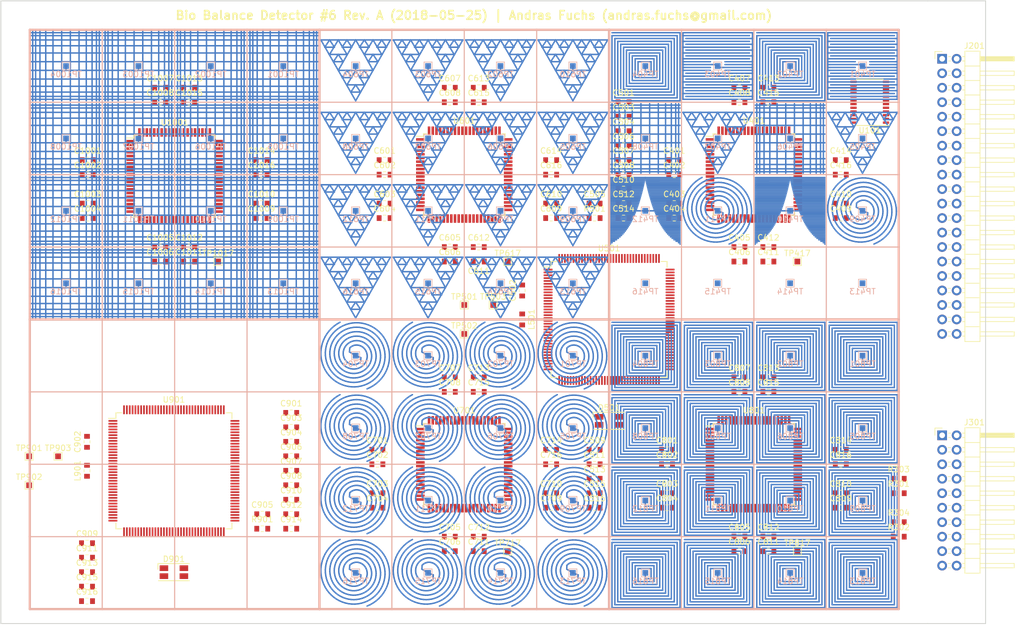
<source format=kicad_pcb>
(kicad_pcb (version 20171130) (host pcbnew "(5.0.0-rc2-dev-623-g26197c333)")
  (title_block (title Venus-256) (date 2018-05-02) (rev A) (company "Bio Balance Detector"))
  (layers (0 F.Cu signal) (31 B.Cu signal) (35 F.Paste user) (36 B.SilkS user) (37 F.SilkS user) (39 F.Mask user) (44 Edge.Cuts user))
  (net 0 "")
  (net 1 GND)
  (net 2 /RaspberryPiGPIOHeader/DC_POWER_5V0)
  (net 3 /RaspberryPiGPIOHeader/DC_POWER_3V3)
  (net 4 /CellMaster-01/VCC_MCU_P3V3)
  (net 5 /CellMaster-02/VCC_MCU_P3V3)
  (net 6 /RaspberryPiGPIOHeader/I2C_SDA1)
  (net 7 /RaspberryPiGPIOHeader/I2C_SCL1)
  (net 8 /CellMaster-01/SPI0_MOSI)
  (net 9 /CellMaster-01/SPI0_MISO)
  (net 10 /CellMaster-01/SPI0_SPCK)
  (net 11 /ARMJTAGHeader/SWCLK)
  (net 12 /ARMJTAGHeader/TARGET_RESET)
  (net 13 /ARMJTAGHeader/SWDIO)
  (net 14 /ARMJTAGHeader/TRACESWO)
  (net 15 /CellMaster-01/DAC0)
  (net 16 /CellMaster-01/ADC_CONVST0)
  (net 17 /CellMaster-01/ADC_BUSY0)
  (net 18 /CellMaster-01/SPI1_NPCS0)
  (net 19 /CellSlave-01A/SCLK)
  (net 20 /CellSlave-01A/SDOA)
  (net 21 /CellMaster-01/ADC_RESET)
  (net 22 /CellMaster-01/SPI1_NPCS1)
  (net 23 /CellMaster-01/ADC_BUSY3)
  (net 24 /CellMaster-01/ADC_BUSY2)
  (net 25 /CellMaster-01/ADC_BUSY1)
  (net 26 /CellMaster-01/SPI1_NPCS2)
  (net 27 /CellMaster-01/SPI1_NPCS3)
  (net 28 /CellMaster-01/ADC_CONVST3)
  (net 29 /CellMaster-01/ADC_CONVST2)
  (net 30 /CellMaster-01/ADC_CONVST1)
  (net 31 /CellMaster-02/DAC0)
  (net 32 /CellMaster-02/ADC_CONVST0)
  (net 33 /CellMaster-02/ADC_BUSY0)
  (net 34 /CellMaster-02/ADC_RESET)
  (net 35 /CellMaster-02/SPI1_NPCS0)
  (net 36 "Net-(C411-Pad1)")
  (net 37 "Net-(C414-Pad1)")
  (net 38 "Net-(C502-Pad1)")
  (net 39 "Net-(C505-Pad1)")
  (net 40 "Net-(D501-Pad3)")
  (net 41 "Net-(D501-Pad4)")
  (net 42 "Net-(D501-Pad2)")
  (net 43 "Net-(D501-Pad1)")
  (net 44 "Net-(TP401-Pad1)")
  (net 45 "Net-(TP402-Pad1)")
  (net 46 "Net-(TP403-Pad1)")
  (net 47 "Net-(TP404-Pad1)")
  (net 48 "Net-(TP405-Pad1)")
  (net 49 "Net-(TP406-Pad1)")
  (net 50 "Net-(TP407-Pad1)")
  (net 51 "Net-(TP408-Pad1)")
  (net 52 "Net-(TP409-Pad1)")
  (net 53 "Net-(TP410-Pad1)")
  (net 54 "Net-(TP411-Pad1)")
  (net 55 "Net-(TP412-Pad1)")
  (net 56 "Net-(TP413-Pad1)")
  (net 57 "Net-(TP414-Pad1)")
  (net 58 "Net-(TP415-Pad1)")
  (net 59 "Net-(TP416-Pad1)")
  (net 60 "Net-(TP502-Pad1)")
  (net 61 "Net-(TP501-Pad1)")
  (net 62 "Net-(C611-Pad1)")
  (net 63 "Net-(C614-Pad1)")
  (net 64 "Net-(C711-Pad1)")
  (net 65 "Net-(C714-Pad1)")
  (net 66 "Net-(C811-Pad1)")
  (net 67 "Net-(C814-Pad1)")
  (net 68 "Net-(TP601-Pad1)")
  (net 69 "Net-(TP602-Pad1)")
  (net 70 "Net-(TP603-Pad1)")
  (net 71 "Net-(TP604-Pad1)")
  (net 72 "Net-(TP605-Pad1)")
  (net 73 "Net-(TP606-Pad1)")
  (net 74 "Net-(TP607-Pad1)")
  (net 75 "Net-(TP608-Pad1)")
  (net 76 "Net-(TP609-Pad1)")
  (net 77 "Net-(TP610-Pad1)")
  (net 78 "Net-(TP611-Pad1)")
  (net 79 "Net-(TP612-Pad1)")
  (net 80 "Net-(TP613-Pad1)")
  (net 81 "Net-(TP614-Pad1)")
  (net 82 "Net-(TP615-Pad1)")
  (net 83 "Net-(TP616-Pad1)")
  (net 84 "Net-(TP701-Pad1)")
  (net 85 "Net-(TP702-Pad1)")
  (net 86 "Net-(TP703-Pad1)")
  (net 87 "Net-(TP704-Pad1)")
  (net 88 "Net-(TP705-Pad1)")
  (net 89 "Net-(TP706-Pad1)")
  (net 90 "Net-(TP707-Pad1)")
  (net 91 "Net-(TP708-Pad1)")
  (net 92 "Net-(TP709-Pad1)")
  (net 93 "Net-(TP710-Pad1)")
  (net 94 "Net-(TP711-Pad1)")
  (net 95 "Net-(TP712-Pad1)")
  (net 96 "Net-(TP713-Pad1)")
  (net 97 "Net-(TP714-Pad1)")
  (net 98 "Net-(TP715-Pad1)")
  (net 99 "Net-(TP716-Pad1)")
  (net 100 "Net-(TP801-Pad1)")
  (net 101 "Net-(TP802-Pad1)")
  (net 102 "Net-(TP803-Pad1)")
  (net 103 "Net-(TP804-Pad1)")
  (net 104 "Net-(TP805-Pad1)")
  (net 105 "Net-(TP806-Pad1)")
  (net 106 "Net-(TP807-Pad1)")
  (net 107 "Net-(TP808-Pad1)")
  (net 108 "Net-(TP809-Pad1)")
  (net 109 "Net-(TP810-Pad1)")
  (net 110 "Net-(TP811-Pad1)")
  (net 111 "Net-(TP812-Pad1)")
  (net 112 "Net-(TP813-Pad1)")
  (net 113 "Net-(TP814-Pad1)")
  (net 114 "Net-(TP815-Pad1)")
  (net 115 "Net-(TP816-Pad1)")
  (net 116 "Net-(C1011-Pad1)")
  (net 117 "Net-(C1014-Pad1)")
  (net 118 "Net-(TP1001-Pad1)")
  (net 119 "Net-(TP1002-Pad1)")
  (net 120 "Net-(TP1003-Pad1)")
  (net 121 "Net-(TP1004-Pad1)")
  (net 122 "Net-(TP1005-Pad1)")
  (net 123 "Net-(TP1006-Pad1)")
  (net 124 "Net-(TP1007-Pad1)")
  (net 125 "Net-(TP1008-Pad1)")
  (net 126 "Net-(TP1009-Pad1)")
  (net 127 "Net-(TP1010-Pad1)")
  (net 128 "Net-(TP1011-Pad1)")
  (net 129 "Net-(TP1012-Pad1)")
  (net 130 "Net-(TP1013-Pad1)")
  (net 131 "Net-(TP1014-Pad1)")
  (net 132 "Net-(TP1015-Pad1)")
  (net 133 "Net-(TP1016-Pad1)")
  (net 134 /CellSlave-02A/SDI)
  (net 135 /CellSlave-02A/SDOA)
  (net 136 /CellSlave-02A/SCLK)
  (net 137 "Net-(C902-Pad1)")
  (net 138 "Net-(C905-Pad1)")
  (net 139 "Net-(D901-Pad1)")
  (net 140 "Net-(D901-Pad2)")
  (net 141 "Net-(D901-Pad4)")
  (net 142 "Net-(D901-Pad3)")
  (net 143 "Net-(TP901-Pad1)")
  (net 144 "Net-(TP902-Pad1)")
  (net 145 "Net-(C412-Pad1)")
  (net 146 "Net-(C413-Pad1)")
  (net 147 "Net-(C612-Pad1)")
  (net 148 "Net-(C613-Pad1)")
  (net 149 "Net-(C712-Pad1)")
  (net 150 "Net-(C713-Pad1)")
  (net 151 "Net-(C812-Pad1)")
  (net 152 "Net-(C813-Pad1)")
  (net 153 "Net-(C1012-Pad1)")
  (net 154 "Net-(C1013-Pad1)")
  (net 155 "Net-(J301-Pad15)")
  (net 156 "Net-(J301-Pad13)")
  (net 157 "Net-(J301-Pad9)")
  (net 158 "Net-(J301-Pad7)")
  (module Connector_PinHeader_2.54mm:PinHeader_2x10_P2.54mm_Horizontal (layer F.Cu) (at 180.34 91.44)
    (fp_text reference J301 (at 5.655 -2.27) (layer F.SilkS))
    (fp_text value "ARM JTAG")
    (pad 20 thru_hole oval (at 2.54 22.86) (size 1.7 1.7) (drill 1) (layers *.Cu *.Mask) (net 1 GND))
    (pad 19 thru_hole oval (at 0 22.86) (size 1.7 1.7) (drill 1) (layers *.Cu *.Mask))
    (pad 18 thru_hole oval (at 2.54 20.32) (size 1.7 1.7) (drill 1) (layers *.Cu *.Mask) (net 1 GND))
    (pad 17 thru_hole oval (at 0 20.32) (size 1.7 1.7) (drill 1) (layers *.Cu *.Mask))
    (pad 16 thru_hole oval (at 2.54 17.78) (size 1.7 1.7) (drill 1) (layers *.Cu *.Mask) (net 1 GND))
    (pad 15 thru_hole oval (at 0 17.78) (size 1.7 1.7) (drill 1) (layers *.Cu *.Mask) (net 155 "Net-(J301-Pad15)"))
    (pad 14 thru_hole oval (at 2.54 15.24) (size 1.7 1.7) (drill 1) (layers *.Cu *.Mask) (net 1 GND))
    (pad 13 thru_hole oval (at 0 15.24) (size 1.7 1.7) (drill 1) (layers *.Cu *.Mask) (net 156 "Net-(J301-Pad13)"))
    (pad 12 thru_hole oval (at 2.54 12.7) (size 1.7 1.7) (drill 1) (layers *.Cu *.Mask) (net 1 GND))
    (pad 11 thru_hole oval (at 0 12.7) (size 1.7 1.7) (drill 1) (layers *.Cu *.Mask))
    (pad 10 thru_hole oval (at 2.54 10.16) (size 1.7 1.7) (drill 1) (layers *.Cu *.Mask) (net 1 GND))
    (pad 9 thru_hole oval (at 0 10.16) (size 1.7 1.7) (drill 1) (layers *.Cu *.Mask) (net 157 "Net-(J301-Pad9)"))
    (pad 8 thru_hole oval (at 2.54 7.62) (size 1.7 1.7) (drill 1) (layers *.Cu *.Mask) (net 1 GND))
    (pad 7 thru_hole oval (at 0 7.62) (size 1.7 1.7) (drill 1) (layers *.Cu *.Mask) (net 158 "Net-(J301-Pad7)"))
    (pad 6 thru_hole oval (at 2.54 5.08) (size 1.7 1.7) (drill 1) (layers *.Cu *.Mask) (net 1 GND))
    (pad 5 thru_hole oval (at 0 5.08) (size 1.7 1.7) (drill 1) (layers *.Cu *.Mask))
    (pad 4 thru_hole oval (at 2.54 2.54) (size 1.7 1.7) (drill 1) (layers *.Cu *.Mask) (net 1 GND))
    (pad 3 thru_hole oval (at 0 2.54) (size 1.7 1.7) (drill 1) (layers *.Cu *.Mask))
    (pad 2 thru_hole oval (at 2.54 0) (size 1.7 1.7) (drill 1) (layers *.Cu *.Mask) (net 3 /RaspberryPiGPIOHeader/DC_POWER_3V3))
    (pad 1 thru_hole rect (at 0 0) (size 1.7 1.7) (drill 1) (layers *.Cu *.Mask) (net 3 /RaspberryPiGPIOHeader/DC_POWER_3V3))
  )
  (module Connector_PinHeader_2.54mm:PinHeader_2x20_P2.54mm_Horizontal (layer F.Cu) (at 180.34 25.4)
    (fp_text reference J201 (at 5.655 -2.27) (layer F.SilkS))
    (fp_text value "RaspberryPi header")
    (pad 40 thru_hole oval (at 2.54 48.26) (size 1.7 1.7) (drill 1) (layers *.Cu *.Mask))
    (pad 39 thru_hole oval (at 0 48.26) (size 1.7 1.7) (drill 1) (layers *.Cu *.Mask) (net 1 GND))
    (pad 38 thru_hole oval (at 2.54 45.72) (size 1.7 1.7) (drill 1) (layers *.Cu *.Mask))
    (pad 37 thru_hole oval (at 0 45.72) (size 1.7 1.7) (drill 1) (layers *.Cu *.Mask))
    (pad 36 thru_hole oval (at 2.54 43.18) (size 1.7 1.7) (drill 1) (layers *.Cu *.Mask))
    (pad 35 thru_hole oval (at 0 43.18) (size 1.7 1.7) (drill 1) (layers *.Cu *.Mask))
    (pad 34 thru_hole oval (at 2.54 40.64) (size 1.7 1.7) (drill 1) (layers *.Cu *.Mask) (net 1 GND))
    (pad 33 thru_hole oval (at 0 40.64) (size 1.7 1.7) (drill 1) (layers *.Cu *.Mask))
    (pad 32 thru_hole oval (at 2.54 38.1) (size 1.7 1.7) (drill 1) (layers *.Cu *.Mask))
    (pad 31 thru_hole oval (at 0 38.1) (size 1.7 1.7) (drill 1) (layers *.Cu *.Mask))
    (pad 30 thru_hole oval (at 2.54 35.56) (size 1.7 1.7) (drill 1) (layers *.Cu *.Mask) (net 1 GND))
    (pad 29 thru_hole oval (at 0 35.56) (size 1.7 1.7) (drill 1) (layers *.Cu *.Mask))
    (pad 28 thru_hole oval (at 2.54 33.02) (size 1.7 1.7) (drill 1) (layers *.Cu *.Mask))
    (pad 27 thru_hole oval (at 0 33.02) (size 1.7 1.7) (drill 1) (layers *.Cu *.Mask))
    (pad 26 thru_hole oval (at 2.54 30.48) (size 1.7 1.7) (drill 1) (layers *.Cu *.Mask))
    (pad 25 thru_hole oval (at 0 30.48) (size 1.7 1.7) (drill 1) (layers *.Cu *.Mask) (net 1 GND))
    (pad 24 thru_hole oval (at 2.54 27.94) (size 1.7 1.7) (drill 1) (layers *.Cu *.Mask))
    (pad 23 thru_hole oval (at 0 27.94) (size 1.7 1.7) (drill 1) (layers *.Cu *.Mask) (net 10 /CellMaster-01/SPI0_SPCK))
    (pad 22 thru_hole oval (at 2.54 25.4) (size 1.7 1.7) (drill 1) (layers *.Cu *.Mask))
    (pad 21 thru_hole oval (at 0 25.4) (size 1.7 1.7) (drill 1) (layers *.Cu *.Mask) (net 9 /CellMaster-01/SPI0_MISO))
    (pad 20 thru_hole oval (at 2.54 22.86) (size 1.7 1.7) (drill 1) (layers *.Cu *.Mask) (net 1 GND))
    (pad 19 thru_hole oval (at 0 22.86) (size 1.7 1.7) (drill 1) (layers *.Cu *.Mask) (net 8 /CellMaster-01/SPI0_MOSI))
    (pad 18 thru_hole oval (at 2.54 20.32) (size 1.7 1.7) (drill 1) (layers *.Cu *.Mask))
    (pad 17 thru_hole oval (at 0 20.32) (size 1.7 1.7) (drill 1) (layers *.Cu *.Mask) (net 3 /RaspberryPiGPIOHeader/DC_POWER_3V3))
    (pad 16 thru_hole oval (at 2.54 17.78) (size 1.7 1.7) (drill 1) (layers *.Cu *.Mask))
    (pad 15 thru_hole oval (at 0 17.78) (size 1.7 1.7) (drill 1) (layers *.Cu *.Mask))
    (pad 14 thru_hole oval (at 2.54 15.24) (size 1.7 1.7) (drill 1) (layers *.Cu *.Mask) (net 1 GND))
    (pad 13 thru_hole oval (at 0 15.24) (size 1.7 1.7) (drill 1) (layers *.Cu *.Mask))
    (pad 12 thru_hole oval (at 2.54 12.7) (size 1.7 1.7) (drill 1) (layers *.Cu *.Mask))
    (pad 11 thru_hole oval (at 0 12.7) (size 1.7 1.7) (drill 1) (layers *.Cu *.Mask))
    (pad 10 thru_hole oval (at 2.54 10.16) (size 1.7 1.7) (drill 1) (layers *.Cu *.Mask))
    (pad 9 thru_hole oval (at 0 10.16) (size 1.7 1.7) (drill 1) (layers *.Cu *.Mask) (net 1 GND))
    (pad 8 thru_hole oval (at 2.54 7.62) (size 1.7 1.7) (drill 1) (layers *.Cu *.Mask))
    (pad 7 thru_hole oval (at 0 7.62) (size 1.7 1.7) (drill 1) (layers *.Cu *.Mask))
    (pad 6 thru_hole oval (at 2.54 5.08) (size 1.7 1.7) (drill 1) (layers *.Cu *.Mask) (net 1 GND))
    (pad 5 thru_hole oval (at 0 5.08) (size 1.7 1.7) (drill 1) (layers *.Cu *.Mask) (net 7 /RaspberryPiGPIOHeader/I2C_SCL1))
    (pad 4 thru_hole oval (at 2.54 2.54) (size 1.7 1.7) (drill 1) (layers *.Cu *.Mask) (net 2 /RaspberryPiGPIOHeader/DC_POWER_5V0))
    (pad 3 thru_hole oval (at 0 2.54) (size 1.7 1.7) (drill 1) (layers *.Cu *.Mask) (net 6 /RaspberryPiGPIOHeader/I2C_SDA1))
    (pad 2 thru_hole oval (at 2.54 0) (size 1.7 1.7) (drill 1) (layers *.Cu *.Mask) (net 2 /RaspberryPiGPIOHeader/DC_POWER_5V0))
    (pad 1 thru_hole rect (at 0 0) (size 1.7 1.7) (drill 1) (layers *.Cu *.Mask) (net 3 /RaspberryPiGPIOHeader/DC_POWER_3V3))
  )
  (module Capacitor_SMD:C_0603_1608Metric_Pad0.84x1.00mm_HandSolder (layer F.Cu) (at 133.35 43.18)
    (fp_text reference C401 (at 0 -1.65) (layer F.SilkS))
    (fp_text value 10uF)
    (pad 1 smd rect (at -0.9625 0) (size 0.845 1) (layers F.Cu F.Paste F.Mask) (net 1 GND))
    (pad 2 smd rect (at 0.9625 0) (size 0.845 1) (layers F.Cu F.Paste F.Mask) (net 2 /RaspberryPiGPIOHeader/DC_POWER_5V0))
  )
  (module Capacitor_SMD:C_0603_1608Metric_Pad0.84x1.00mm_HandSolder (layer F.Cu) (at 133.35 45.72)
    (fp_text reference C402 (at 0 -1.65) (layer F.SilkS))
    (fp_text value 0.1uF)
    (pad 2 smd rect (at 0.9625 0) (size 0.845 1) (layers F.Cu F.Paste F.Mask) (net 1 GND))
    (pad 1 smd rect (at -0.9625 0) (size 0.845 1) (layers F.Cu F.Paste F.Mask) (net 2 /RaspberryPiGPIOHeader/DC_POWER_5V0))
  )
  (module Capacitor_SMD:C_0603_1608Metric_Pad0.84x1.00mm_HandSolder (layer F.Cu) (at 133.35 50.8)
    (fp_text reference C403 (at 0 -1.65) (layer F.SilkS))
    (fp_text value 10uF)
    (pad 2 smd rect (at 0.9625 0) (size 0.845 1) (layers F.Cu F.Paste F.Mask) (net 2 /RaspberryPiGPIOHeader/DC_POWER_5V0))
    (pad 1 smd rect (at -0.9625 0) (size 0.845 1) (layers F.Cu F.Paste F.Mask) (net 1 GND))
  )
  (module Capacitor_SMD:C_0603_1608Metric_Pad0.84x1.00mm_HandSolder (layer F.Cu) (at 133.35 53.34)
    (fp_text reference C404 (at 0 -1.65) (layer F.SilkS))
    (fp_text value 0.1uF)
    (pad 2 smd rect (at 0.9625 0) (size 0.845 1) (layers F.Cu F.Paste F.Mask) (net 2 /RaspberryPiGPIOHeader/DC_POWER_5V0))
    (pad 1 smd rect (at -0.9625 0) (size 0.845 1) (layers F.Cu F.Paste F.Mask) (net 1 GND))
  )
  (module Capacitor_SMD:C_0603_1608Metric_Pad0.84x1.00mm_HandSolder (layer F.Cu) (at 162.56 50.8)
    (fp_text reference C410 (at 0 -1.65) (layer F.SilkS))
    (fp_text value 0.1uF)
    (pad 1 smd rect (at -0.9625 0) (size 0.845 1) (layers F.Cu F.Paste F.Mask) (net 1 GND))
    (pad 2 smd rect (at 0.9625 0) (size 0.845 1) (layers F.Cu F.Paste F.Mask) (net 3 /RaspberryPiGPIOHeader/DC_POWER_3V3))
  )
  (module Capacitor_SMD:C_0603_1608Metric_Pad0.84x1.00mm_HandSolder (layer F.Cu) (at 162.56 53.34)
    (fp_text reference C409 (at 0 -1.65) (layer F.SilkS))
    (fp_text value 10uF)
    (pad 2 smd rect (at 0.9625 0) (size 0.845 1) (layers F.Cu F.Paste F.Mask) (net 3 /RaspberryPiGPIOHeader/DC_POWER_3V3))
    (pad 1 smd rect (at -0.9625 0) (size 0.845 1) (layers F.Cu F.Paste F.Mask) (net 1 GND))
  )
  (module Capacitor_SMD:C_0603_1608Metric_Pad0.84x1.00mm_HandSolder (layer F.Cu) (at 144.78 58.42)
    (fp_text reference C405 (at 0 -1.65) (layer F.SilkS))
    (fp_text value 10uF)
    (pad 2 smd rect (at 0.9625 0) (size 0.845 1) (layers F.Cu F.Paste F.Mask) (net 2 /RaspberryPiGPIOHeader/DC_POWER_5V0))
    (pad 1 smd rect (at -0.9625 0) (size 0.845 1) (layers F.Cu F.Paste F.Mask) (net 1 GND))
  )
  (module Capacitor_SMD:C_0603_1608Metric_Pad0.84x1.00mm_HandSolder (layer F.Cu) (at 144.78 60.96)
    (fp_text reference C406 (at 0 -1.65) (layer F.SilkS))
    (fp_text value 0.1uF)
    (pad 1 smd rect (at -0.9625 0) (size 0.845 1) (layers F.Cu F.Paste F.Mask) (net 1 GND))
    (pad 2 smd rect (at 0.9625 0) (size 0.845 1) (layers F.Cu F.Paste F.Mask) (net 2 /RaspberryPiGPIOHeader/DC_POWER_5V0))
  )
  (module Capacitor_SMD:C_0603_1608Metric_Pad0.84x1.00mm_HandSolder (layer F.Cu) (at 144.78 30.48)
    (fp_text reference C407 (at 0 -1.65) (layer F.SilkS))
    (fp_text value 10uF)
    (pad 2 smd rect (at 0.9625 0) (size 0.845 1) (layers F.Cu F.Paste F.Mask) (net 2 /RaspberryPiGPIOHeader/DC_POWER_5V0))
    (pad 1 smd rect (at -0.9625 0) (size 0.845 1) (layers F.Cu F.Paste F.Mask) (net 1 GND))
  )
  (module Capacitor_SMD:C_0603_1608Metric_Pad0.84x1.00mm_HandSolder (layer F.Cu) (at 144.78 33.02)
    (fp_text reference C408 (at 0 -1.65) (layer F.SilkS))
    (fp_text value 0.1uF)
    (pad 1 smd rect (at -0.9625 0) (size 0.845 1) (layers F.Cu F.Paste F.Mask) (net 1 GND))
    (pad 2 smd rect (at 0.9625 0) (size 0.845 1) (layers F.Cu F.Paste F.Mask) (net 2 /RaspberryPiGPIOHeader/DC_POWER_5V0))
  )
  (module Capacitor_SMD:C_0603_1608Metric_Pad0.84x1.00mm_HandSolder (layer F.Cu) (at 149.86 58.42)
    (fp_text reference C412 (at 0 -1.65) (layer F.SilkS))
    (fp_text value 10uF,X5R)
    (pad 2 smd rect (at 0.9625 0) (size 0.845 1) (layers F.Cu F.Paste F.Mask) (net 1 GND))
    (pad 1 smd rect (at -0.9625 0) (size 0.845 1) (layers F.Cu F.Paste F.Mask) (net 145 "Net-(C412-Pad1)"))
  )
  (module Capacitor_SMD:C_0603_1608Metric_Pad0.84x1.00mm_HandSolder (layer F.Cu) (at 149.86 30.48)
    (fp_text reference C413 (at 0 -1.65) (layer F.SilkS))
    (fp_text value 0.1uF)
    (pad 1 smd rect (at -0.9625 0) (size 0.845 1) (layers F.Cu F.Paste F.Mask) (net 146 "Net-(C413-Pad1)"))
    (pad 2 smd rect (at 0.9625 0) (size 0.845 1) (layers F.Cu F.Paste F.Mask) (net 1 GND))
  )
  (module Capacitor_SMD:C_0603_1608Metric_Pad0.84x1.00mm_HandSolder (layer F.Cu) (at 149.86 33.02)
    (fp_text reference C415 (at 0 -1.65) (layer F.SilkS))
    (fp_text value 10uF)
    (pad 2 smd rect (at 0.9625 0) (size 0.845 1) (layers F.Cu F.Paste F.Mask) (net 1 GND))
    (pad 1 smd rect (at -0.9625 0) (size 0.845 1) (layers F.Cu F.Paste F.Mask) (net 146 "Net-(C413-Pad1)"))
  )
  (module Capacitor_SMD:C_0603_1608Metric_Pad0.84x1.00mm_HandSolder (layer F.Cu) (at 149.86 60.96)
    (fp_text reference C411 (at 0 -1.65) (layer F.SilkS))
    (fp_text value 0.1uF,X8R)
    (pad 2 smd rect (at 0.9625 0) (size 0.845 1) (layers F.Cu F.Paste F.Mask) (net 1 GND))
    (pad 1 smd rect (at -0.9625 0) (size 0.845 1) (layers F.Cu F.Paste F.Mask) (net 36 "Net-(C411-Pad1)"))
  )
  (module Capacitor_SMD:C_0603_1608Metric_Pad0.84x1.00mm_HandSolder (layer F.Cu) (at 162.56 43.18)
    (fp_text reference C414 (at 0 -1.65) (layer F.SilkS))
    (fp_text value 0.1uF)
    (pad 1 smd rect (at -0.9625 0) (size 0.845 1) (layers F.Cu F.Paste F.Mask) (net 37 "Net-(C414-Pad1)"))
    (pad 2 smd rect (at 0.9625 0) (size 0.845 1) (layers F.Cu F.Paste F.Mask) (net 1 GND))
  )
  (module Capacitor_SMD:C_0603_1608Metric_Pad0.84x1.00mm_HandSolder (layer F.Cu) (at 162.56 45.72)
    (fp_text reference C416 (at 0 -1.65) (layer F.SilkS))
    (fp_text value 10uF)
    (pad 2 smd rect (at 0.9625 0) (size 0.845 1) (layers F.Cu F.Paste F.Mask) (net 1 GND))
    (pad 1 smd rect (at -0.9625 0) (size 0.845 1) (layers F.Cu F.Paste F.Mask) (net 37 "Net-(C414-Pad1)"))
  )
  (module Capacitor_SMD:C_0603_1608Metric_Pad0.84x1.00mm_HandSolder (layer F.Cu) (at 124.46 33.02)
    (fp_text reference C501 (at 0 -1.65) (layer F.SilkS))
    (fp_text value 10uF)
    (pad 1 smd rect (at -0.9625 0) (size 0.845 1) (layers F.Cu F.Paste F.Mask) (net 4 /CellMaster-01/VCC_MCU_P3V3))
    (pad 2 smd rect (at 0.9625 0) (size 0.845 1) (layers F.Cu F.Paste F.Mask) (net 1 GND))
  )
  (module Capacitor_SMD:C_0603_1608Metric_Pad0.84x1.00mm_HandSolder (layer F.Cu) (at 106.68 66.04 90)
    (fp_text reference C502 (at 0 -1.65 90) (layer F.SilkS))
    (fp_text value 100nF)
    (pad 2 smd rect (at 0.9625 0 90) (size 0.845 1) (layers F.Cu F.Paste F.Mask) (net 1 GND))
    (pad 1 smd rect (at -0.9625 0 90) (size 0.845 1) (layers F.Cu F.Paste F.Mask) (net 38 "Net-(C502-Pad1)"))
  )
  (module Capacitor_SMD:C_0603_1608Metric_Pad0.84x1.00mm_HandSolder (layer F.Cu) (at 124.46 35.56)
    (fp_text reference C503 (at 0 -1.65) (layer F.SilkS))
    (fp_text value 100nF)
    (pad 2 smd rect (at 0.9625 0) (size 0.845 1) (layers F.Cu F.Paste F.Mask) (net 1 GND))
    (pad 1 smd rect (at -0.9625 0) (size 0.845 1) (layers F.Cu F.Paste F.Mask) (net 4 /CellMaster-01/VCC_MCU_P3V3))
  )
  (module Capacitor_SMD:C_0603_1608Metric_Pad0.84x1.00mm_HandSolder (layer F.Cu) (at 124.46 38.1)
    (fp_text reference C504 (at 0 -1.65) (layer F.SilkS))
    (fp_text value 100nF)
    (pad 1 smd rect (at -0.9625 0) (size 0.845 1) (layers F.Cu F.Paste F.Mask) (net 4 /CellMaster-01/VCC_MCU_P3V3))
    (pad 2 smd rect (at 0.9625 0) (size 0.845 1) (layers F.Cu F.Paste F.Mask) (net 1 GND))
  )
  (module Capacitor_SMD:C_0603_1608Metric_Pad0.84x1.00mm_HandSolder (layer F.Cu) (at 119.38 50.8)
    (fp_text reference C505 (at 0 -1.65) (layer F.SilkS))
    (fp_text value 10pF)
    (pad 1 smd rect (at -0.9625 0) (size 0.845 1) (layers F.Cu F.Paste F.Mask) (net 39 "Net-(C505-Pad1)"))
    (pad 2 smd rect (at 0.9625 0) (size 0.845 1) (layers F.Cu F.Paste F.Mask) (net 1 GND))
  )
  (module Capacitor_SMD:C_0603_1608Metric_Pad0.84x1.00mm_HandSolder (layer F.Cu) (at 124.46 40.64)
    (fp_text reference C506 (at 0 -1.65) (layer F.SilkS))
    (fp_text value 100nF)
    (pad 2 smd rect (at 0.9625 0) (size 0.845 1) (layers F.Cu F.Paste F.Mask) (net 1 GND))
    (pad 1 smd rect (at -0.9625 0) (size 0.845 1) (layers F.Cu F.Paste F.Mask) (net 4 /CellMaster-01/VCC_MCU_P3V3))
  )
  (module Capacitor_SMD:C_0603_1608Metric_Pad0.84x1.00mm_HandSolder (layer F.Cu) (at 124.46 43.18)
    (fp_text reference C507 (at 0 -1.65) (layer F.SilkS))
    (fp_text value 100nF)
    (pad 1 smd rect (at -0.9625 0) (size 0.845 1) (layers F.Cu F.Paste F.Mask) (net 4 /CellMaster-01/VCC_MCU_P3V3))
    (pad 2 smd rect (at 0.9625 0) (size 0.845 1) (layers F.Cu F.Paste F.Mask) (net 1 GND))
  )
  (module Capacitor_SMD:C_0603_1608Metric_Pad0.84x1.00mm_HandSolder (layer F.Cu) (at 124.46 45.72)
    (fp_text reference C508 (at 0 -1.65) (layer F.SilkS))
    (fp_text value 100nF)
    (pad 1 smd rect (at -0.9625 0) (size 0.845 1) (layers F.Cu F.Paste F.Mask) (net 4 /CellMaster-01/VCC_MCU_P3V3))
    (pad 2 smd rect (at 0.9625 0) (size 0.845 1) (layers F.Cu F.Paste F.Mask) (net 1 GND))
  )
  (module Capacitor_SMD:C_0603_1608Metric_Pad0.84x1.00mm_HandSolder (layer F.Cu) (at 119.38 93.98)
    (fp_text reference C509 (at 0 -1.65) (layer F.SilkS))
    (fp_text value 100nF)
    (pad 2 smd rect (at 0.9625 0) (size 0.845 1) (layers F.Cu F.Paste F.Mask) (net 1 GND))
    (pad 1 smd rect (at -0.9625 0) (size 0.845 1) (layers F.Cu F.Paste F.Mask) (net 4 /CellMaster-01/VCC_MCU_P3V3))
  )
  (module Capacitor_SMD:C_0603_1608Metric_Pad0.84x1.00mm_HandSolder (layer F.Cu) (at 124.46 48.26)
    (fp_text reference C510 (at 0 -1.65) (layer F.SilkS))
    (fp_text value 100nF)
    (pad 1 smd rect (at -0.9625 0) (size 0.845 1) (layers F.Cu F.Paste F.Mask) (net 4 /CellMaster-01/VCC_MCU_P3V3))
    (pad 2 smd rect (at 0.9625 0) (size 0.845 1) (layers F.Cu F.Paste F.Mask) (net 1 GND))
  )
  (module Capacitor_SMD:C_0603_1608Metric_Pad0.84x1.00mm_HandSolder (layer F.Cu) (at 119.38 96.52)
    (fp_text reference C511 (at 0 -1.65) (layer F.SilkS))
    (fp_text value 100nF)
    (pad 1 smd rect (at -0.9625 0) (size 0.845 1) (layers F.Cu F.Paste F.Mask) (net 4 /CellMaster-01/VCC_MCU_P3V3))
    (pad 2 smd rect (at 0.9625 0) (size 0.845 1) (layers F.Cu F.Paste F.Mask) (net 1 GND))
  )
  (module Capacitor_SMD:C_0603_1608Metric_Pad0.84x1.00mm_HandSolder (layer F.Cu) (at 124.46 50.8)
    (fp_text reference C512 (at 0 -1.65) (layer F.SilkS))
    (fp_text value 100nF)
    (pad 2 smd rect (at 0.9625 0) (size 0.845 1) (layers F.Cu F.Paste F.Mask) (net 1 GND))
    (pad 1 smd rect (at -0.9625 0) (size 0.845 1) (layers F.Cu F.Paste F.Mask) (net 4 /CellMaster-01/VCC_MCU_P3V3))
  )
  (module Capacitor_SMD:C_0603_1608Metric_Pad0.84x1.00mm_HandSolder (layer F.Cu) (at 119.38 99.06)
    (fp_text reference C513 (at 0 -1.65) (layer F.SilkS))
    (fp_text value 100nF)
    (pad 2 smd rect (at 0.9625 0) (size 0.845 1) (layers F.Cu F.Paste F.Mask) (net 1 GND))
    (pad 1 smd rect (at -0.9625 0) (size 0.845 1) (layers F.Cu F.Paste F.Mask) (net 4 /CellMaster-01/VCC_MCU_P3V3))
  )
  (module Capacitor_SMD:C_0603_1608Metric_Pad0.84x1.00mm_HandSolder (layer F.Cu) (at 124.46 53.34)
    (fp_text reference C514 (at 0 -1.65) (layer F.SilkS))
    (fp_text value 100nF)
    (pad 1 smd rect (at -0.9625 0) (size 0.845 1) (layers F.Cu F.Paste F.Mask) (net 4 /CellMaster-01/VCC_MCU_P3V3))
    (pad 2 smd rect (at 0.9625 0) (size 0.845 1) (layers F.Cu F.Paste F.Mask) (net 1 GND))
  )
  (module Capacitor_SMD:C_0603_1608Metric_Pad0.84x1.00mm_HandSolder (layer F.Cu) (at 119.38 101.6)
    (fp_text reference C515 (at 0 -1.65) (layer F.SilkS))
    (fp_text value 100nF)
    (pad 2 smd rect (at 0.9625 0) (size 0.845 1) (layers F.Cu F.Paste F.Mask) (net 1 GND))
    (pad 1 smd rect (at -0.9625 0) (size 0.845 1) (layers F.Cu F.Paste F.Mask) (net 4 /CellMaster-01/VCC_MCU_P3V3))
  )
  (module Capacitor_SMD:C_0603_1608Metric_Pad0.84x1.00mm_HandSolder (layer F.Cu) (at 119.38 104.14)
    (fp_text reference C516 (at 0 -1.65) (layer F.SilkS))
    (fp_text value 100nF)
    (pad 2 smd rect (at 0.9625 0) (size 0.845 1) (layers F.Cu F.Paste F.Mask) (net 1 GND))
    (pad 1 smd rect (at -0.9625 0) (size 0.845 1) (layers F.Cu F.Paste F.Mask) (net 4 /CellMaster-01/VCC_MCU_P3V3))
  )
  (module Capacitor_SMD:C_0603_1608Metric_Pad0.84x1.00mm_HandSolder (layer F.Cu) (at 82.55 43.18)
    (fp_text reference C601 (at 0 -1.65) (layer F.SilkS))
    (fp_text value 10uF)
    (pad 2 smd rect (at 0.9625 0) (size 0.845 1) (layers F.Cu F.Paste F.Mask) (net 2 /RaspberryPiGPIOHeader/DC_POWER_5V0))
    (pad 1 smd rect (at -0.9625 0) (size 0.845 1) (layers F.Cu F.Paste F.Mask) (net 1 GND))
  )
  (module Capacitor_SMD:C_0603_1608Metric_Pad0.84x1.00mm_HandSolder (layer F.Cu) (at 82.55 45.72)
    (fp_text reference C602 (at 0 -1.65) (layer F.SilkS))
    (fp_text value 0.1uF)
    (pad 1 smd rect (at -0.9625 0) (size 0.845 1) (layers F.Cu F.Paste F.Mask) (net 2 /RaspberryPiGPIOHeader/DC_POWER_5V0))
    (pad 2 smd rect (at 0.9625 0) (size 0.845 1) (layers F.Cu F.Paste F.Mask) (net 1 GND))
  )
  (module Capacitor_SMD:C_0603_1608Metric_Pad0.84x1.00mm_HandSolder (layer F.Cu) (at 82.55 50.8)
    (fp_text reference C603 (at 0 -1.65) (layer F.SilkS))
    (fp_text value 10uF)
    (pad 2 smd rect (at 0.9625 0) (size 0.845 1) (layers F.Cu F.Paste F.Mask) (net 2 /RaspberryPiGPIOHeader/DC_POWER_5V0))
    (pad 1 smd rect (at -0.9625 0) (size 0.845 1) (layers F.Cu F.Paste F.Mask) (net 1 GND))
  )
  (module Capacitor_SMD:C_0603_1608Metric_Pad0.84x1.00mm_HandSolder (layer F.Cu) (at 82.55 53.34)
    (fp_text reference C604 (at 0 -1.65) (layer F.SilkS))
    (fp_text value 0.1uF)
    (pad 1 smd rect (at -0.9625 0) (size 0.845 1) (layers F.Cu F.Paste F.Mask) (net 1 GND))
    (pad 2 smd rect (at 0.9625 0) (size 0.845 1) (layers F.Cu F.Paste F.Mask) (net 2 /RaspberryPiGPIOHeader/DC_POWER_5V0))
  )
  (module Capacitor_SMD:C_0603_1608Metric_Pad0.84x1.00mm_HandSolder (layer F.Cu) (at 111.76 50.8)
    (fp_text reference C610 (at 0 -1.65) (layer F.SilkS))
    (fp_text value 0.1uF)
    (pad 2 smd rect (at 0.9625 0) (size 0.845 1) (layers F.Cu F.Paste F.Mask) (net 3 /RaspberryPiGPIOHeader/DC_POWER_3V3))
    (pad 1 smd rect (at -0.9625 0) (size 0.845 1) (layers F.Cu F.Paste F.Mask) (net 1 GND))
  )
  (module Capacitor_SMD:C_0603_1608Metric_Pad0.84x1.00mm_HandSolder (layer F.Cu) (at 111.76 53.34)
    (fp_text reference C609 (at 0 -1.65) (layer F.SilkS))
    (fp_text value 10uF)
    (pad 1 smd rect (at -0.9625 0) (size 0.845 1) (layers F.Cu F.Paste F.Mask) (net 1 GND))
    (pad 2 smd rect (at 0.9625 0) (size 0.845 1) (layers F.Cu F.Paste F.Mask) (net 3 /RaspberryPiGPIOHeader/DC_POWER_3V3))
  )
  (module Capacitor_SMD:C_0603_1608Metric_Pad0.84x1.00mm_HandSolder (layer F.Cu) (at 93.98 58.42)
    (fp_text reference C605 (at 0 -1.65) (layer F.SilkS))
    (fp_text value 10uF)
    (pad 2 smd rect (at 0.9625 0) (size 0.845 1) (layers F.Cu F.Paste F.Mask) (net 2 /RaspberryPiGPIOHeader/DC_POWER_5V0))
    (pad 1 smd rect (at -0.9625 0) (size 0.845 1) (layers F.Cu F.Paste F.Mask) (net 1 GND))
  )
  (module Capacitor_SMD:C_0603_1608Metric_Pad0.84x1.00mm_HandSolder (layer F.Cu) (at 93.98 60.96)
    (fp_text reference C606 (at 0 -1.65) (layer F.SilkS))
    (fp_text value 0.1uF)
    (pad 1 smd rect (at -0.9625 0) (size 0.845 1) (layers F.Cu F.Paste F.Mask) (net 1 GND))
    (pad 2 smd rect (at 0.9625 0) (size 0.845 1) (layers F.Cu F.Paste F.Mask) (net 2 /RaspberryPiGPIOHeader/DC_POWER_5V0))
  )
  (module Capacitor_SMD:C_0603_1608Metric_Pad0.84x1.00mm_HandSolder (layer F.Cu) (at 93.98 30.48)
    (fp_text reference C607 (at 0 -1.65) (layer F.SilkS))
    (fp_text value 10uF)
    (pad 2 smd rect (at 0.9625 0) (size 0.845 1) (layers F.Cu F.Paste F.Mask) (net 2 /RaspberryPiGPIOHeader/DC_POWER_5V0))
    (pad 1 smd rect (at -0.9625 0) (size 0.845 1) (layers F.Cu F.Paste F.Mask) (net 1 GND))
  )
  (module Capacitor_SMD:C_0603_1608Metric_Pad0.84x1.00mm_HandSolder (layer F.Cu) (at 93.98 33.02)
    (fp_text reference C608 (at 0 -1.65) (layer F.SilkS))
    (fp_text value 0.1uF)
    (pad 1 smd rect (at -0.9625 0) (size 0.845 1) (layers F.Cu F.Paste F.Mask) (net 1 GND))
    (pad 2 smd rect (at 0.9625 0) (size 0.845 1) (layers F.Cu F.Paste F.Mask) (net 2 /RaspberryPiGPIOHeader/DC_POWER_5V0))
  )
  (module Capacitor_SMD:C_0603_1608Metric_Pad0.84x1.00mm_HandSolder (layer F.Cu) (at 99.06 58.42)
    (fp_text reference C612 (at 0 -1.65) (layer F.SilkS))
    (fp_text value 10uF,X5R)
    (pad 2 smd rect (at 0.9625 0) (size 0.845 1) (layers F.Cu F.Paste F.Mask) (net 1 GND))
    (pad 1 smd rect (at -0.9625 0) (size 0.845 1) (layers F.Cu F.Paste F.Mask) (net 147 "Net-(C612-Pad1)"))
  )
  (module Capacitor_SMD:C_0603_1608Metric_Pad0.84x1.00mm_HandSolder (layer F.Cu) (at 99.06 30.48)
    (fp_text reference C613 (at 0 -1.65) (layer F.SilkS))
    (fp_text value 0.1uF)
    (pad 2 smd rect (at 0.9625 0) (size 0.845 1) (layers F.Cu F.Paste F.Mask) (net 1 GND))
    (pad 1 smd rect (at -0.9625 0) (size 0.845 1) (layers F.Cu F.Paste F.Mask) (net 148 "Net-(C613-Pad1)"))
  )
  (module Capacitor_SMD:C_0603_1608Metric_Pad0.84x1.00mm_HandSolder (layer F.Cu) (at 99.06 33.02)
    (fp_text reference C615 (at 0 -1.65) (layer F.SilkS))
    (fp_text value 10uF)
    (pad 2 smd rect (at 0.9625 0) (size 0.845 1) (layers F.Cu F.Paste F.Mask) (net 1 GND))
    (pad 1 smd rect (at -0.9625 0) (size 0.845 1) (layers F.Cu F.Paste F.Mask) (net 148 "Net-(C613-Pad1)"))
  )
  (module Capacitor_SMD:C_0603_1608Metric_Pad0.84x1.00mm_HandSolder (layer F.Cu) (at 99.06 60.96 180)
    (fp_text reference C611 (at 0 -1.65 180) (layer F.SilkS))
    (fp_text value 0.1uF,X8R)
    (pad 1 smd rect (at -0.9625 0 180) (size 0.845 1) (layers F.Cu F.Paste F.Mask) (net 62 "Net-(C611-Pad1)"))
    (pad 2 smd rect (at 0.9625 0 180) (size 0.845 1) (layers F.Cu F.Paste F.Mask) (net 1 GND))
  )
  (module Capacitor_SMD:C_0603_1608Metric_Pad0.84x1.00mm_HandSolder (layer F.Cu) (at 111.76 43.18)
    (fp_text reference C614 (at 0 -1.65) (layer F.SilkS))
    (fp_text value 0.1uF)
    (pad 1 smd rect (at -0.9625 0) (size 0.845 1) (layers F.Cu F.Paste F.Mask) (net 63 "Net-(C614-Pad1)"))
    (pad 2 smd rect (at 0.9625 0) (size 0.845 1) (layers F.Cu F.Paste F.Mask) (net 1 GND))
  )
  (module Capacitor_SMD:C_0603_1608Metric_Pad0.84x1.00mm_HandSolder (layer F.Cu) (at 111.76 45.72)
    (fp_text reference C616 (at 0 -1.65) (layer F.SilkS))
    (fp_text value 10uF)
    (pad 2 smd rect (at 0.9625 0) (size 0.845 1) (layers F.Cu F.Paste F.Mask) (net 1 GND))
    (pad 1 smd rect (at -0.9625 0) (size 0.845 1) (layers F.Cu F.Paste F.Mask) (net 63 "Net-(C614-Pad1)"))
  )
  (module Capacitor_SMD:C_0603_1608Metric_Pad0.84x1.00mm_HandSolder (layer F.Cu) (at 81.28 93.98)
    (fp_text reference C701 (at 0 -1.65) (layer F.SilkS))
    (fp_text value 10uF)
    (pad 2 smd rect (at 0.9625 0) (size 0.845 1) (layers F.Cu F.Paste F.Mask) (net 2 /RaspberryPiGPIOHeader/DC_POWER_5V0))
    (pad 1 smd rect (at -0.9625 0) (size 0.845 1) (layers F.Cu F.Paste F.Mask) (net 1 GND))
  )
  (module Capacitor_SMD:C_0603_1608Metric_Pad0.84x1.00mm_HandSolder (layer F.Cu) (at 81.28 96.52)
    (fp_text reference C702 (at 0 -1.65) (layer F.SilkS))
    (fp_text value 0.1uF)
    (pad 1 smd rect (at -0.9625 0) (size 0.845 1) (layers F.Cu F.Paste F.Mask) (net 2 /RaspberryPiGPIOHeader/DC_POWER_5V0))
    (pad 2 smd rect (at 0.9625 0) (size 0.845 1) (layers F.Cu F.Paste F.Mask) (net 1 GND))
  )
  (module Capacitor_SMD:C_0603_1608Metric_Pad0.84x1.00mm_HandSolder (layer F.Cu) (at 81.28 101.6)
    (fp_text reference C703 (at 0 -1.65) (layer F.SilkS))
    (fp_text value 10uF)
    (pad 2 smd rect (at 0.9625 0) (size 0.845 1) (layers F.Cu F.Paste F.Mask) (net 2 /RaspberryPiGPIOHeader/DC_POWER_5V0))
    (pad 1 smd rect (at -0.9625 0) (size 0.845 1) (layers F.Cu F.Paste F.Mask) (net 1 GND))
  )
  (module Capacitor_SMD:C_0603_1608Metric_Pad0.84x1.00mm_HandSolder (layer F.Cu) (at 81.28 104.14)
    (fp_text reference C704 (at 0 -1.65) (layer F.SilkS))
    (fp_text value 0.1uF)
    (pad 1 smd rect (at -0.9625 0) (size 0.845 1) (layers F.Cu F.Paste F.Mask) (net 1 GND))
    (pad 2 smd rect (at 0.9625 0) (size 0.845 1) (layers F.Cu F.Paste F.Mask) (net 2 /RaspberryPiGPIOHeader/DC_POWER_5V0))
  )
  (module Capacitor_SMD:C_0603_1608Metric_Pad0.84x1.00mm_HandSolder (layer F.Cu) (at 111.76 101.6)
    (fp_text reference C710 (at 0 -1.65) (layer F.SilkS))
    (fp_text value 0.1uF)
    (pad 2 smd rect (at 0.9625 0) (size 0.845 1) (layers F.Cu F.Paste F.Mask) (net 3 /RaspberryPiGPIOHeader/DC_POWER_3V3))
    (pad 1 smd rect (at -0.9625 0) (size 0.845 1) (layers F.Cu F.Paste F.Mask) (net 1 GND))
  )
  (module Capacitor_SMD:C_0603_1608Metric_Pad0.84x1.00mm_HandSolder (layer F.Cu) (at 111.76 104.14)
    (fp_text reference C709 (at 0 -1.65) (layer F.SilkS))
    (fp_text value 10uF)
    (pad 1 smd rect (at -0.9625 0) (size 0.845 1) (layers F.Cu F.Paste F.Mask) (net 1 GND))
    (pad 2 smd rect (at 0.9625 0) (size 0.845 1) (layers F.Cu F.Paste F.Mask) (net 3 /RaspberryPiGPIOHeader/DC_POWER_3V3))
  )
  (module Capacitor_SMD:C_0603_1608Metric_Pad0.84x1.00mm_HandSolder (layer F.Cu) (at 93.98 109.22)
    (fp_text reference C705 (at 0 -1.65) (layer F.SilkS))
    (fp_text value 10uF)
    (pad 2 smd rect (at 0.9625 0) (size 0.845 1) (layers F.Cu F.Paste F.Mask) (net 2 /RaspberryPiGPIOHeader/DC_POWER_5V0))
    (pad 1 smd rect (at -0.9625 0) (size 0.845 1) (layers F.Cu F.Paste F.Mask) (net 1 GND))
  )
  (module Capacitor_SMD:C_0603_1608Metric_Pad0.84x1.00mm_HandSolder (layer F.Cu) (at 93.98 111.76)
    (fp_text reference C706 (at 0 -1.65) (layer F.SilkS))
    (fp_text value 0.1uF)
    (pad 1 smd rect (at -0.9625 0) (size 0.845 1) (layers F.Cu F.Paste F.Mask) (net 1 GND))
    (pad 2 smd rect (at 0.9625 0) (size 0.845 1) (layers F.Cu F.Paste F.Mask) (net 2 /RaspberryPiGPIOHeader/DC_POWER_5V0))
  )
  (module Capacitor_SMD:C_0603_1608Metric_Pad0.84x1.00mm_HandSolder (layer F.Cu) (at 93.98 81.28)
    (fp_text reference C707 (at 0 -1.65) (layer F.SilkS))
    (fp_text value 10uF)
    (pad 2 smd rect (at 0.9625 0) (size 0.845 1) (layers F.Cu F.Paste F.Mask) (net 2 /RaspberryPiGPIOHeader/DC_POWER_5V0))
    (pad 1 smd rect (at -0.9625 0) (size 0.845 1) (layers F.Cu F.Paste F.Mask) (net 1 GND))
  )
  (module Capacitor_SMD:C_0603_1608Metric_Pad0.84x1.00mm_HandSolder (layer F.Cu) (at 93.98 83.82)
    (fp_text reference C708 (at 0 -1.65) (layer F.SilkS))
    (fp_text value 0.1uF)
    (pad 1 smd rect (at -0.9625 0) (size 0.845 1) (layers F.Cu F.Paste F.Mask) (net 1 GND))
    (pad 2 smd rect (at 0.9625 0) (size 0.845 1) (layers F.Cu F.Paste F.Mask) (net 2 /RaspberryPiGPIOHeader/DC_POWER_5V0))
  )
  (module Capacitor_SMD:C_0603_1608Metric_Pad0.84x1.00mm_HandSolder (layer F.Cu) (at 99.06 109.22)
    (fp_text reference C712 (at 0 -1.65) (layer F.SilkS))
    (fp_text value 10uF,X5R)
    (pad 1 smd rect (at -0.9625 0) (size 0.845 1) (layers F.Cu F.Paste F.Mask) (net 149 "Net-(C712-Pad1)"))
    (pad 2 smd rect (at 0.9625 0) (size 0.845 1) (layers F.Cu F.Paste F.Mask) (net 1 GND))
  )
  (module Capacitor_SMD:C_0603_1608Metric_Pad0.84x1.00mm_HandSolder (layer F.Cu) (at 99.06 81.28)
    (fp_text reference C713 (at 0 -1.65) (layer F.SilkS))
    (fp_text value 0.1uF)
    (pad 2 smd rect (at 0.9625 0) (size 0.845 1) (layers F.Cu F.Paste F.Mask) (net 1 GND))
    (pad 1 smd rect (at -0.9625 0) (size 0.845 1) (layers F.Cu F.Paste F.Mask) (net 150 "Net-(C713-Pad1)"))
  )
  (module Capacitor_SMD:C_0603_1608Metric_Pad0.84x1.00mm_HandSolder (layer F.Cu) (at 99.06 83.82)
    (fp_text reference C715 (at 0 -1.65) (layer F.SilkS))
    (fp_text value 10uF)
    (pad 2 smd rect (at 0.9625 0) (size 0.845 1) (layers F.Cu F.Paste F.Mask) (net 1 GND))
    (pad 1 smd rect (at -0.9625 0) (size 0.845 1) (layers F.Cu F.Paste F.Mask) (net 150 "Net-(C713-Pad1)"))
  )
  (module Capacitor_SMD:C_0603_1608Metric_Pad0.84x1.00mm_HandSolder (layer F.Cu) (at 99.06 111.76)
    (fp_text reference C711 (at 0 -1.65) (layer F.SilkS))
    (fp_text value 0.1uF,X8R)
    (pad 1 smd rect (at -0.9625 0) (size 0.845 1) (layers F.Cu F.Paste F.Mask) (net 64 "Net-(C711-Pad1)"))
    (pad 2 smd rect (at 0.9625 0) (size 0.845 1) (layers F.Cu F.Paste F.Mask) (net 1 GND))
  )
  (module Capacitor_SMD:C_0603_1608Metric_Pad0.84x1.00mm_HandSolder (layer F.Cu) (at 111.76 93.98)
    (fp_text reference C714 (at 0 -1.65) (layer F.SilkS))
    (fp_text value 0.1uF)
    (pad 1 smd rect (at -0.9625 0) (size 0.845 1) (layers F.Cu F.Paste F.Mask) (net 65 "Net-(C714-Pad1)"))
    (pad 2 smd rect (at 0.9625 0) (size 0.845 1) (layers F.Cu F.Paste F.Mask) (net 1 GND))
  )
  (module Capacitor_SMD:C_0603_1608Metric_Pad0.84x1.00mm_HandSolder (layer F.Cu) (at 111.76 96.52)
    (fp_text reference C716 (at 0 -1.65) (layer F.SilkS))
    (fp_text value 10uF)
    (pad 1 smd rect (at -0.9625 0) (size 0.845 1) (layers F.Cu F.Paste F.Mask) (net 65 "Net-(C714-Pad1)"))
    (pad 2 smd rect (at 0.9625 0) (size 0.845 1) (layers F.Cu F.Paste F.Mask) (net 1 GND))
  )
  (module Capacitor_SMD:C_0603_1608Metric_Pad0.84x1.00mm_HandSolder (layer F.Cu) (at 132.08 93.98)
    (fp_text reference C801 (at 0 -1.65) (layer F.SilkS))
    (fp_text value 10uF)
    (pad 2 smd rect (at 0.9625 0) (size 0.845 1) (layers F.Cu F.Paste F.Mask) (net 2 /RaspberryPiGPIOHeader/DC_POWER_5V0))
    (pad 1 smd rect (at -0.9625 0) (size 0.845 1) (layers F.Cu F.Paste F.Mask) (net 1 GND))
  )
  (module Capacitor_SMD:C_0603_1608Metric_Pad0.84x1.00mm_HandSolder (layer F.Cu) (at 132.08 96.52)
    (fp_text reference C802 (at 0 -1.65) (layer F.SilkS))
    (fp_text value 0.1uF)
    (pad 1 smd rect (at -0.9625 0) (size 0.845 1) (layers F.Cu F.Paste F.Mask) (net 2 /RaspberryPiGPIOHeader/DC_POWER_5V0))
    (pad 2 smd rect (at 0.9625 0) (size 0.845 1) (layers F.Cu F.Paste F.Mask) (net 1 GND))
  )
  (module Capacitor_SMD:C_0603_1608Metric_Pad0.84x1.00mm_HandSolder (layer F.Cu) (at 132.08 101.6)
    (fp_text reference C803 (at 0 -1.65) (layer F.SilkS))
    (fp_text value 10uF)
    (pad 2 smd rect (at 0.9625 0) (size 0.845 1) (layers F.Cu F.Paste F.Mask) (net 2 /RaspberryPiGPIOHeader/DC_POWER_5V0))
    (pad 1 smd rect (at -0.9625 0) (size 0.845 1) (layers F.Cu F.Paste F.Mask) (net 1 GND))
  )
  (module Capacitor_SMD:C_0603_1608Metric_Pad0.84x1.00mm_HandSolder (layer F.Cu) (at 132.08 104.14)
    (fp_text reference C804 (at 0 -1.65) (layer F.SilkS))
    (fp_text value 0.1uF)
    (pad 1 smd rect (at -0.9625 0) (size 0.845 1) (layers F.Cu F.Paste F.Mask) (net 1 GND))
    (pad 2 smd rect (at 0.9625 0) (size 0.845 1) (layers F.Cu F.Paste F.Mask) (net 2 /RaspberryPiGPIOHeader/DC_POWER_5V0))
  )
  (module Capacitor_SMD:C_0603_1608Metric_Pad0.84x1.00mm_HandSolder (layer F.Cu) (at 162.56 101.6)
    (fp_text reference C810 (at 0 -1.65) (layer F.SilkS))
    (fp_text value 0.1uF)
    (pad 2 smd rect (at 0.9625 0) (size 0.845 1) (layers F.Cu F.Paste F.Mask) (net 3 /RaspberryPiGPIOHeader/DC_POWER_3V3))
    (pad 1 smd rect (at -0.9625 0) (size 0.845 1) (layers F.Cu F.Paste F.Mask) (net 1 GND))
  )
  (module Capacitor_SMD:C_0603_1608Metric_Pad0.84x1.00mm_HandSolder (layer F.Cu) (at 162.56 104.14)
    (fp_text reference C809 (at 0 -1.65) (layer F.SilkS))
    (fp_text value 10uF)
    (pad 1 smd rect (at -0.9625 0) (size 0.845 1) (layers F.Cu F.Paste F.Mask) (net 1 GND))
    (pad 2 smd rect (at 0.9625 0) (size 0.845 1) (layers F.Cu F.Paste F.Mask) (net 3 /RaspberryPiGPIOHeader/DC_POWER_3V3))
  )
  (module Capacitor_SMD:C_0603_1608Metric_Pad0.84x1.00mm_HandSolder (layer F.Cu) (at 144.78 109.22)
    (fp_text reference C805 (at 0 -1.65) (layer F.SilkS))
    (fp_text value 10uF)
    (pad 2 smd rect (at 0.9625 0) (size 0.845 1) (layers F.Cu F.Paste F.Mask) (net 2 /RaspberryPiGPIOHeader/DC_POWER_5V0))
    (pad 1 smd rect (at -0.9625 0) (size 0.845 1) (layers F.Cu F.Paste F.Mask) (net 1 GND))
  )
  (module Capacitor_SMD:C_0603_1608Metric_Pad0.84x1.00mm_HandSolder (layer F.Cu) (at 144.78 111.76)
    (fp_text reference C806 (at 0 -1.65) (layer F.SilkS))
    (fp_text value 0.1uF)
    (pad 1 smd rect (at -0.9625 0) (size 0.845 1) (layers F.Cu F.Paste F.Mask) (net 1 GND))
    (pad 2 smd rect (at 0.9625 0) (size 0.845 1) (layers F.Cu F.Paste F.Mask) (net 2 /RaspberryPiGPIOHeader/DC_POWER_5V0))
  )
  (module Capacitor_SMD:C_0603_1608Metric_Pad0.84x1.00mm_HandSolder (layer F.Cu) (at 144.78 81.28)
    (fp_text reference C807 (at 0 -1.65) (layer F.SilkS))
    (fp_text value 10uF)
    (pad 1 smd rect (at -0.9625 0) (size 0.845 1) (layers F.Cu F.Paste F.Mask) (net 1 GND))
    (pad 2 smd rect (at 0.9625 0) (size 0.845 1) (layers F.Cu F.Paste F.Mask) (net 2 /RaspberryPiGPIOHeader/DC_POWER_5V0))
  )
  (module Capacitor_SMD:C_0603_1608Metric_Pad0.84x1.00mm_HandSolder (layer F.Cu) (at 144.78 83.82)
    (fp_text reference C808 (at 0 -1.65) (layer F.SilkS))
    (fp_text value 0.1uF)
    (pad 2 smd rect (at 0.9625 0) (size 0.845 1) (layers F.Cu F.Paste F.Mask) (net 2 /RaspberryPiGPIOHeader/DC_POWER_5V0))
    (pad 1 smd rect (at -0.9625 0) (size 0.845 1) (layers F.Cu F.Paste F.Mask) (net 1 GND))
  )
  (module Capacitor_SMD:C_0603_1608Metric_Pad0.84x1.00mm_HandSolder (layer F.Cu) (at 149.86 109.22)
    (fp_text reference C812 (at 0 -1.65) (layer F.SilkS))
    (fp_text value 10uF,X5R)
    (pad 1 smd rect (at -0.9625 0) (size 0.845 1) (layers F.Cu F.Paste F.Mask) (net 151 "Net-(C812-Pad1)"))
    (pad 2 smd rect (at 0.9625 0) (size 0.845 1) (layers F.Cu F.Paste F.Mask) (net 1 GND))
  )
  (module Capacitor_SMD:C_0603_1608Metric_Pad0.84x1.00mm_HandSolder (layer F.Cu) (at 149.86 81.28)
    (fp_text reference C813 (at 0 -1.65) (layer F.SilkS))
    (fp_text value 0.1uF)
    (pad 1 smd rect (at -0.9625 0) (size 0.845 1) (layers F.Cu F.Paste F.Mask) (net 152 "Net-(C813-Pad1)"))
    (pad 2 smd rect (at 0.9625 0) (size 0.845 1) (layers F.Cu F.Paste F.Mask) (net 1 GND))
  )
  (module Capacitor_SMD:C_0603_1608Metric_Pad0.84x1.00mm_HandSolder (layer F.Cu) (at 149.86 83.82)
    (fp_text reference C815 (at 0 -1.65) (layer F.SilkS))
    (fp_text value 10uF)
    (pad 2 smd rect (at 0.9625 0) (size 0.845 1) (layers F.Cu F.Paste F.Mask) (net 1 GND))
    (pad 1 smd rect (at -0.9625 0) (size 0.845 1) (layers F.Cu F.Paste F.Mask) (net 152 "Net-(C813-Pad1)"))
  )
  (module Capacitor_SMD:C_0603_1608Metric_Pad0.84x1.00mm_HandSolder (layer F.Cu) (at 149.86 111.76)
    (fp_text reference C811 (at 0 -1.65) (layer F.SilkS))
    (fp_text value 0.1uF,X8R)
    (pad 1 smd rect (at -0.9625 0) (size 0.845 1) (layers F.Cu F.Paste F.Mask) (net 66 "Net-(C811-Pad1)"))
    (pad 2 smd rect (at 0.9625 0) (size 0.845 1) (layers F.Cu F.Paste F.Mask) (net 1 GND))
  )
  (module Capacitor_SMD:C_0603_1608Metric_Pad0.84x1.00mm_HandSolder (layer F.Cu) (at 162.56 93.98)
    (fp_text reference C814 (at 0 -1.65) (layer F.SilkS))
    (fp_text value 0.1uF)
    (pad 1 smd rect (at -0.9625 0) (size 0.845 1) (layers F.Cu F.Paste F.Mask) (net 67 "Net-(C814-Pad1)"))
    (pad 2 smd rect (at 0.9625 0) (size 0.845 1) (layers F.Cu F.Paste F.Mask) (net 1 GND))
  )
  (module Capacitor_SMD:C_0603_1608Metric_Pad0.84x1.00mm_HandSolder (layer F.Cu) (at 162.56 96.52)
    (fp_text reference C816 (at 0 -1.65) (layer F.SilkS))
    (fp_text value 10uF)
    (pad 2 smd rect (at 0.9625 0) (size 0.845 1) (layers F.Cu F.Paste F.Mask) (net 1 GND))
    (pad 1 smd rect (at -0.9625 0) (size 0.845 1) (layers F.Cu F.Paste F.Mask) (net 67 "Net-(C814-Pad1)"))
  )
  (module Capacitor_SMD:C_0603_1608Metric_Pad0.84x1.00mm_HandSolder (layer F.Cu) (at 66.167 87.503)
    (fp_text reference C901 (at 0 -1.65) (layer F.SilkS))
    (fp_text value 10uF)
    (pad 1 smd rect (at -0.9625 0) (size 0.845 1) (layers F.Cu F.Paste F.Mask) (net 5 /CellMaster-02/VCC_MCU_P3V3))
    (pad 2 smd rect (at 0.9625 0) (size 0.845 1) (layers F.Cu F.Paste F.Mask) (net 1 GND))
  )
  (module Capacitor_SMD:C_0603_1608Metric_Pad0.84x1.00mm_HandSolder (layer F.Cu) (at 30.353 92.583 90)
    (fp_text reference C902 (at 0 -1.65 90) (layer F.SilkS))
    (fp_text value 100nF)
    (pad 1 smd rect (at -0.9625 0 90) (size 0.845 1) (layers F.Cu F.Paste F.Mask) (net 137 "Net-(C902-Pad1)"))
    (pad 2 smd rect (at 0.9625 0 90) (size 0.845 1) (layers F.Cu F.Paste F.Mask) (net 1 GND))
  )
  (module Capacitor_SMD:C_0603_1608Metric_Pad0.84x1.00mm_HandSolder (layer F.Cu) (at 66.167 90.043)
    (fp_text reference C903 (at 0 -1.65) (layer F.SilkS))
    (fp_text value 100nF)
    (pad 2 smd rect (at 0.9625 0) (size 0.845 1) (layers F.Cu F.Paste F.Mask) (net 1 GND))
    (pad 1 smd rect (at -0.9625 0) (size 0.845 1) (layers F.Cu F.Paste F.Mask) (net 5 /CellMaster-02/VCC_MCU_P3V3))
  )
  (module Capacitor_SMD:C_0603_1608Metric_Pad0.84x1.00mm_HandSolder (layer F.Cu) (at 66.167 92.583)
    (fp_text reference C904 (at 0 -1.65) (layer F.SilkS))
    (fp_text value 100nF)
    (pad 1 smd rect (at -0.9625 0) (size 0.845 1) (layers F.Cu F.Paste F.Mask) (net 5 /CellMaster-02/VCC_MCU_P3V3))
    (pad 2 smd rect (at 0.9625 0) (size 0.845 1) (layers F.Cu F.Paste F.Mask) (net 1 GND))
  )
  (module Capacitor_SMD:C_0603_1608Metric_Pad0.84x1.00mm_HandSolder (layer F.Cu) (at 61.087 105.283)
    (fp_text reference C905 (at 0 -1.65) (layer F.SilkS))
    (fp_text value 10pF)
    (pad 1 smd rect (at -0.9625 0) (size 0.845 1) (layers F.Cu F.Paste F.Mask) (net 138 "Net-(C905-Pad1)"))
    (pad 2 smd rect (at 0.9625 0) (size 0.845 1) (layers F.Cu F.Paste F.Mask) (net 1 GND))
  )
  (module Capacitor_SMD:C_0603_1608Metric_Pad0.84x1.00mm_HandSolder (layer F.Cu) (at 66.167 95.123)
    (fp_text reference C906 (at 0 -1.65) (layer F.SilkS))
    (fp_text value 100nF)
    (pad 2 smd rect (at 0.9625 0) (size 0.845 1) (layers F.Cu F.Paste F.Mask) (net 1 GND))
    (pad 1 smd rect (at -0.9625 0) (size 0.845 1) (layers F.Cu F.Paste F.Mask) (net 5 /CellMaster-02/VCC_MCU_P3V3))
  )
  (module Capacitor_SMD:C_0603_1608Metric_Pad0.84x1.00mm_HandSolder (layer F.Cu) (at 66.167 97.663)
    (fp_text reference C907 (at 0 -1.65) (layer F.SilkS))
    (fp_text value 100nF)
    (pad 1 smd rect (at -0.9625 0) (size 0.845 1) (layers F.Cu F.Paste F.Mask) (net 5 /CellMaster-02/VCC_MCU_P3V3))
    (pad 2 smd rect (at 0.9625 0) (size 0.845 1) (layers F.Cu F.Paste F.Mask) (net 1 GND))
  )
  (module Capacitor_SMD:C_0603_1608Metric_Pad0.84x1.00mm_HandSolder (layer F.Cu) (at 66.167 100.203)
    (fp_text reference C908 (at 0 -1.65) (layer F.SilkS))
    (fp_text value 100nF)
    (pad 2 smd rect (at 0.9625 0) (size 0.845 1) (layers F.Cu F.Paste F.Mask) (net 1 GND))
    (pad 1 smd rect (at -0.9625 0) (size 0.845 1) (layers F.Cu F.Paste F.Mask) (net 5 /CellMaster-02/VCC_MCU_P3V3))
  )
  (module Capacitor_SMD:C_0603_1608Metric_Pad0.84x1.00mm_HandSolder (layer F.Cu) (at 30.353 110.363)
    (fp_text reference C909 (at 0 -1.65) (layer F.SilkS))
    (fp_text value 100nF)
    (pad 2 smd rect (at 0.9625 0) (size 0.845 1) (layers F.Cu F.Paste F.Mask) (net 1 GND))
    (pad 1 smd rect (at -0.9625 0) (size 0.845 1) (layers F.Cu F.Paste F.Mask) (net 5 /CellMaster-02/VCC_MCU_P3V3))
  )
  (module Capacitor_SMD:C_0603_1608Metric_Pad0.84x1.00mm_HandSolder (layer F.Cu) (at 66.167 102.743)
    (fp_text reference C910 (at 0 -1.65) (layer F.SilkS))
    (fp_text value 100nF)
    (pad 1 smd rect (at -0.9625 0) (size 0.845 1) (layers F.Cu F.Paste F.Mask) (net 5 /CellMaster-02/VCC_MCU_P3V3))
    (pad 2 smd rect (at 0.9625 0) (size 0.845 1) (layers F.Cu F.Paste F.Mask) (net 1 GND))
  )
  (module Capacitor_SMD:C_0603_1608Metric_Pad0.84x1.00mm_HandSolder (layer F.Cu) (at 30.353 112.903)
    (fp_text reference C911 (at 0 -1.65) (layer F.SilkS))
    (fp_text value 100nF)
    (pad 1 smd rect (at -0.9625 0) (size 0.845 1) (layers F.Cu F.Paste F.Mask) (net 5 /CellMaster-02/VCC_MCU_P3V3))
    (pad 2 smd rect (at 0.9625 0) (size 0.845 1) (layers F.Cu F.Paste F.Mask) (net 1 GND))
  )
  (module Capacitor_SMD:C_0603_1608Metric_Pad0.84x1.00mm_HandSolder (layer F.Cu) (at 66.167 105.283)
    (fp_text reference C912 (at 0 -1.65) (layer F.SilkS))
    (fp_text value 100nF)
    (pad 2 smd rect (at 0.9625 0) (size 0.845 1) (layers F.Cu F.Paste F.Mask) (net 1 GND))
    (pad 1 smd rect (at -0.9625 0) (size 0.845 1) (layers F.Cu F.Paste F.Mask) (net 5 /CellMaster-02/VCC_MCU_P3V3))
  )
  (module Capacitor_SMD:C_0603_1608Metric_Pad0.84x1.00mm_HandSolder (layer F.Cu) (at 30.353 115.443)
    (fp_text reference C913 (at 0 -1.65) (layer F.SilkS))
    (fp_text value 100nF)
    (pad 2 smd rect (at 0.9625 0) (size 0.845 1) (layers F.Cu F.Paste F.Mask) (net 1 GND))
    (pad 1 smd rect (at -0.9625 0) (size 0.845 1) (layers F.Cu F.Paste F.Mask) (net 5 /CellMaster-02/VCC_MCU_P3V3))
  )
  (module Capacitor_SMD:C_0603_1608Metric_Pad0.84x1.00mm_HandSolder (layer F.Cu) (at 66.167 107.823)
    (fp_text reference C914 (at 0 -1.65) (layer F.SilkS))
    (fp_text value 100nF)
    (pad 1 smd rect (at -0.9625 0) (size 0.845 1) (layers F.Cu F.Paste F.Mask) (net 5 /CellMaster-02/VCC_MCU_P3V3))
    (pad 2 smd rect (at 0.9625 0) (size 0.845 1) (layers F.Cu F.Paste F.Mask) (net 1 GND))
  )
  (module Capacitor_SMD:C_0603_1608Metric_Pad0.84x1.00mm_HandSolder (layer F.Cu) (at 30.353 117.983)
    (fp_text reference C915 (at 0 -1.65) (layer F.SilkS))
    (fp_text value 100nF)
    (pad 1 smd rect (at -0.9625 0) (size 0.845 1) (layers F.Cu F.Paste F.Mask) (net 5 /CellMaster-02/VCC_MCU_P3V3))
    (pad 2 smd rect (at 0.9625 0) (size 0.845 1) (layers F.Cu F.Paste F.Mask) (net 1 GND))
  )
  (module Capacitor_SMD:C_0603_1608Metric_Pad0.84x1.00mm_HandSolder (layer F.Cu) (at 30.353 120.523)
    (fp_text reference C916 (at 0 -1.65) (layer F.SilkS))
    (fp_text value 100nF)
    (pad 2 smd rect (at 0.9625 0) (size 0.845 1) (layers F.Cu F.Paste F.Mask) (net 1 GND))
    (pad 1 smd rect (at -0.9625 0) (size 0.845 1) (layers F.Cu F.Paste F.Mask) (net 5 /CellMaster-02/VCC_MCU_P3V3))
  )
  (module LED_SMD:LED_RGB_1210 (layer F.Cu) (at 121.92 88.9)
    (fp_text reference D501 (at 0 -2.3) (layer F.SilkS))
    (fp_text value LED_ARGB)
    (pad 3 smd rect (at 1.75 0.7 180) (size 1.5 1) (layers F.Cu F.Paste F.Mask) (net 40 "Net-(D501-Pad3)"))
    (pad 4 smd rect (at 1.75 -0.7 180) (size 1.5 1) (layers F.Cu F.Paste F.Mask) (net 41 "Net-(D501-Pad4)"))
    (pad 2 smd rect (at -1.75 0.7 180) (size 1.5 1) (layers F.Cu F.Paste F.Mask) (net 42 "Net-(D501-Pad2)"))
    (pad 1 smd rect (at -1.75 -0.7 180) (size 1.5 1) (layers F.Cu F.Paste F.Mask) (net 43 "Net-(D501-Pad1)"))
  )
  (module LED_SMD:LED_RGB_1210 (layer F.Cu) (at 45.593 115.443)
    (fp_text reference D901 (at 0 -2.3) (layer F.SilkS))
    (fp_text value LED_ARGB)
    (pad 1 smd rect (at -1.75 -0.7 180) (size 1.5 1) (layers F.Cu F.Paste F.Mask) (net 139 "Net-(D901-Pad1)"))
    (pad 2 smd rect (at -1.75 0.7 180) (size 1.5 1) (layers F.Cu F.Paste F.Mask) (net 140 "Net-(D901-Pad2)"))
    (pad 4 smd rect (at 1.75 -0.7 180) (size 1.5 1) (layers F.Cu F.Paste F.Mask) (net 141 "Net-(D901-Pad4)"))
    (pad 3 smd rect (at 1.75 0.7 180) (size 1.5 1) (layers F.Cu F.Paste F.Mask) (net 142 "Net-(D901-Pad3)"))
  )
  (module Inductor_SMD:L_0603_1608Metric_Pad0.84x1.00mm_HandSolder (layer F.Cu) (at 106.68 71.12 270)
    (fp_text reference L501 (at 0 -1.65 270) (layer F.SilkS))
    (fp_text value L)
    (pad 2 smd rect (at 0.9625 0 270) (size 0.845 1) (layers F.Cu F.Paste F.Mask) (net 4 /CellMaster-01/VCC_MCU_P3V3))
    (pad 1 smd rect (at -0.9625 0 270) (size 0.845 1) (layers F.Cu F.Paste F.Mask) (net 38 "Net-(C502-Pad1)"))
  )
  (module Inductor_SMD:L_0603_1608Metric_Pad0.84x1.00mm_HandSolder (layer F.Cu) (at 30.353 97.663 90)
    (fp_text reference L901 (at 0 -1.65 90) (layer F.SilkS))
    (fp_text value L)
    (pad 1 smd rect (at -0.9625 0 90) (size 0.845 1) (layers F.Cu F.Paste F.Mask) (net 137 "Net-(C902-Pad1)"))
    (pad 2 smd rect (at 0.9625 0 90) (size 0.845 1) (layers F.Cu F.Paste F.Mask) (net 5 /CellMaster-02/VCC_MCU_P3V3))
  )
  (module Resistor_SMD:R_0603_1608Metric_Pad0.84x1.00mm_HandSolder (layer F.Cu) (at 172.72 101.6)
    (fp_text reference R301 (at 0 -1.65) (layer F.SilkS))
    (fp_text value 0R)
    (pad 1 smd rect (at -0.9625 0) (size 0.845 1) (layers F.Cu F.Paste F.Mask) (net 11 /ARMJTAGHeader/SWCLK))
    (pad 2 smd rect (at 0.9625 0) (size 0.845 1) (layers F.Cu F.Paste F.Mask) (net 157 "Net-(J301-Pad9)"))
  )
  (module Resistor_SMD:R_0603_1608Metric_Pad0.84x1.00mm_HandSolder (layer F.Cu) (at 172.72 109.22)
    (fp_text reference R302 (at 0 -1.65) (layer F.SilkS))
    (fp_text value 0R)
    (pad 1 smd rect (at -0.9625 0) (size 0.845 1) (layers F.Cu F.Paste F.Mask) (net 12 /ARMJTAGHeader/TARGET_RESET))
    (pad 2 smd rect (at 0.9625 0) (size 0.845 1) (layers F.Cu F.Paste F.Mask) (net 155 "Net-(J301-Pad15)"))
  )
  (module Resistor_SMD:R_0603_1608Metric_Pad0.84x1.00mm_HandSolder (layer F.Cu) (at 172.72 99.06)
    (fp_text reference R303 (at 0 -1.65) (layer F.SilkS))
    (fp_text value 0R)
    (pad 2 smd rect (at 0.9625 0) (size 0.845 1) (layers F.Cu F.Paste F.Mask) (net 13 /ARMJTAGHeader/SWDIO))
    (pad 1 smd rect (at -0.9625 0) (size 0.845 1) (layers F.Cu F.Paste F.Mask) (net 158 "Net-(J301-Pad7)"))
  )
  (module Resistor_SMD:R_0603_1608Metric_Pad0.84x1.00mm_HandSolder (layer F.Cu) (at 172.72 106.68)
    (fp_text reference R304 (at 0 -1.65) (layer F.SilkS))
    (fp_text value 0R)
    (pad 2 smd rect (at 0.9625 0) (size 0.845 1) (layers F.Cu F.Paste F.Mask) (net 14 /ARMJTAGHeader/TRACESWO))
    (pad 1 smd rect (at -0.9625 0) (size 0.845 1) (layers F.Cu F.Paste F.Mask) (net 156 "Net-(J301-Pad13)"))
  )
  (module Resistor_SMD:R_0603_1608Metric_Pad0.84x1.00mm_HandSolder (layer F.Cu) (at 119.38 53.34)
    (fp_text reference R501 (at 0 -1.65) (layer F.SilkS))
    (fp_text value 5.62K)
    (pad 1 smd rect (at -0.9625 0) (size 0.845 1) (layers F.Cu F.Paste F.Mask) (net 39 "Net-(C505-Pad1)"))
    (pad 2 smd rect (at 0.9625 0) (size 0.845 1) (layers F.Cu F.Paste F.Mask) (net 1 GND))
  )
  (module Resistor_SMD:R_0603_1608Metric_Pad0.84x1.00mm_HandSolder (layer F.Cu) (at 61.087 107.823)
    (fp_text reference R901 (at 0 -1.65) (layer F.SilkS))
    (fp_text value 5.62K)
    (pad 2 smd rect (at 0.9625 0) (size 0.845 1) (layers F.Cu F.Paste F.Mask) (net 1 GND))
    (pad 1 smd rect (at -0.9625 0) (size 0.845 1) (layers F.Cu F.Paste F.Mask) (net 138 "Net-(C905-Pad1)"))
  )
  (module Package_SO:TSSOP-24_4.4x7.8mm_P0.65mm (layer F.Cu) (at 167.64 33.02 180)
    (fp_text reference U101 (at 0 -4.95 180) (layer F.SilkS))
    (fp_text value ADG715)
    (pad 1 smd rect (at -2.85 -3.575 180) (size 1.1 0.4) (layers F.Cu F.Paste F.Mask) (net 7 /RaspberryPiGPIOHeader/I2C_SCL1))
    (pad 2 smd rect (at -2.85 -2.925 180) (size 1.1 0.4) (layers F.Cu F.Paste F.Mask) (net 3 /RaspberryPiGPIOHeader/DC_POWER_3V3))
    (pad 3 smd rect (at -2.85 -2.275 180) (size 1.1 0.4) (layers F.Cu F.Paste F.Mask) (net 6 /RaspberryPiGPIOHeader/I2C_SDA1))
    (pad 4 smd rect (at -2.85 -1.625 180) (size 1.1 0.4) (layers F.Cu F.Paste F.Mask) (net 1 GND))
    (pad 5 smd rect (at -2.85 -0.975 180) (size 1.1 0.4) (layers F.Cu F.Paste F.Mask) (net 3 /RaspberryPiGPIOHeader/DC_POWER_3V3))
    (pad 6 smd rect (at -2.85 -0.325 180) (size 1.1 0.4) (layers F.Cu F.Paste F.Mask) (net 4 /CellMaster-01/VCC_MCU_P3V3))
    (pad 7 smd rect (at -2.85 0.325 180) (size 1.1 0.4) (layers F.Cu F.Paste F.Mask) (net 3 /RaspberryPiGPIOHeader/DC_POWER_3V3))
    (pad 8 smd rect (at -2.85 0.975 180) (size 1.1 0.4) (layers F.Cu F.Paste F.Mask) (net 5 /CellMaster-02/VCC_MCU_P3V3))
    (pad 9 smd rect (at -2.85 1.625 180) (size 1.1 0.4) (layers F.Cu F.Paste F.Mask) (net 3 /RaspberryPiGPIOHeader/DC_POWER_3V3))
    (pad 10 smd rect (at -2.85 2.275 180) (size 1.1 0.4) (layers F.Cu F.Paste F.Mask))
    (pad 11 smd rect (at -2.85 2.925 180) (size 1.1 0.4) (layers F.Cu F.Paste F.Mask) (net 3 /RaspberryPiGPIOHeader/DC_POWER_3V3))
    (pad 12 smd rect (at -2.85 3.575 180) (size 1.1 0.4) (layers F.Cu F.Paste F.Mask))
    (pad 13 smd rect (at 2.85 3.575 180) (size 1.1 0.4) (layers F.Cu F.Paste F.Mask))
    (pad 14 smd rect (at 2.85 2.925 180) (size 1.1 0.4) (layers F.Cu F.Paste F.Mask) (net 3 /RaspberryPiGPIOHeader/DC_POWER_3V3))
    (pad 15 smd rect (at 2.85 2.275 180) (size 1.1 0.4) (layers F.Cu F.Paste F.Mask))
    (pad 16 smd rect (at 2.85 1.625 180) (size 1.1 0.4) (layers F.Cu F.Paste F.Mask) (net 3 /RaspberryPiGPIOHeader/DC_POWER_3V3))
    (pad 17 smd rect (at 2.85 0.975 180) (size 1.1 0.4) (layers F.Cu F.Paste F.Mask))
    (pad 18 smd rect (at 2.85 0.325 180) (size 1.1 0.4) (layers F.Cu F.Paste F.Mask) (net 3 /RaspberryPiGPIOHeader/DC_POWER_3V3))
    (pad 19 smd rect (at 2.85 -0.325 180) (size 1.1 0.4) (layers F.Cu F.Paste F.Mask))
    (pad 20 smd rect (at 2.85 -0.975 180) (size 1.1 0.4) (layers F.Cu F.Paste F.Mask) (net 3 /RaspberryPiGPIOHeader/DC_POWER_3V3))
    (pad 21 smd rect (at 2.85 -1.625 180) (size 1.1 0.4) (layers F.Cu F.Paste F.Mask) (net 1 GND))
    (pad 22 smd rect (at 2.85 -2.275 180) (size 1.1 0.4) (layers F.Cu F.Paste F.Mask) (net 1 GND))
    (pad 23 smd rect (at 2.85 -2.925 180) (size 1.1 0.4) (layers F.Cu F.Paste F.Mask) (net 3 /RaspberryPiGPIOHeader/DC_POWER_3V3))
    (pad 24 smd rect (at 2.85 -3.575 180) (size 1.1 0.4) (layers F.Cu F.Paste F.Mask) (net 1 GND))
  )
  (module Package_QFP:LQFP-80_14x14mm_P0.65mm (layer F.Cu) (at 147.32 45.72)
    (fp_text reference U401 (at 0 -9.45) (layer F.SilkS))
    (fp_text value AD7616)
    (pad 80 smd rect (at -6.175 -7.7 90) (size 1.5 0.45) (layers F.Cu F.Paste F.Mask) (net 15 /CellMaster-01/DAC0))
    (pad 79 smd rect (at -5.525 -7.7 90) (size 1.5 0.45) (layers F.Cu F.Paste F.Mask) (net 55 "Net-(TP412-Pad1)"))
    (pad 78 smd rect (at -4.875 -7.7 90) (size 1.5 0.45) (layers F.Cu F.Paste F.Mask) (net 15 /CellMaster-01/DAC0))
    (pad 77 smd rect (at -4.225 -7.7 90) (size 1.5 0.45) (layers F.Cu F.Paste F.Mask) (net 54 "Net-(TP411-Pad1)"))
    (pad 76 smd rect (at -3.575 -7.7 90) (size 1.5 0.45) (layers F.Cu F.Paste F.Mask) (net 15 /CellMaster-01/DAC0))
    (pad 75 smd rect (at -2.925 -7.7 90) (size 1.5 0.45) (layers F.Cu F.Paste F.Mask) (net 53 "Net-(TP410-Pad1)"))
    (pad 74 smd rect (at -2.275 -7.7 90) (size 1.5 0.45) (layers F.Cu F.Paste F.Mask) (net 15 /CellMaster-01/DAC0))
    (pad 73 smd rect (at -1.625 -7.7 90) (size 1.5 0.45) (layers F.Cu F.Paste F.Mask) (net 52 "Net-(TP409-Pad1)"))
    (pad 72 smd rect (at -0.975 -7.7 90) (size 1.5 0.45) (layers F.Cu F.Paste F.Mask) (net 1 GND))
    (pad 71 smd rect (at -0.325 -7.7 90) (size 1.5 0.45) (layers F.Cu F.Paste F.Mask) (net 2 /RaspberryPiGPIOHeader/DC_POWER_5V0))
    (pad 70 smd rect (at 0.325 -7.7 90) (size 1.5 0.45) (layers F.Cu F.Paste F.Mask) (net 146 "Net-(C413-Pad1)"))
    (pad 69 smd rect (at 0.975 -7.7 90) (size 1.5 0.45) (layers F.Cu F.Paste F.Mask) (net 1 GND))
    (pad 68 smd rect (at 1.625 -7.7 90) (size 1.5 0.45) (layers F.Cu F.Paste F.Mask) (net 16 /CellMaster-01/ADC_CONVST0))
    (pad 67 smd rect (at 2.275 -7.7 90) (size 1.5 0.45) (layers F.Cu F.Paste F.Mask) (net 17 /CellMaster-01/ADC_BUSY0))
    (pad 66 smd rect (at 2.925 -7.7 90) (size 1.5 0.45) (layers F.Cu F.Paste F.Mask) (net 1 GND))
    (pad 65 smd rect (at 3.575 -7.7 90) (size 1.5 0.45) (layers F.Cu F.Paste F.Mask) (net 1 GND))
    (pad 64 smd rect (at 4.225 -7.7 90) (size 1.5 0.45) (layers F.Cu F.Paste F.Mask) (net 1 GND))
    (pad 63 smd rect (at 4.875 -7.7 90) (size 1.5 0.45) (layers F.Cu F.Paste F.Mask) (net 18 /CellMaster-01/SPI1_NPCS0))
    (pad 62 smd rect (at 5.525 -7.7 90) (size 1.5 0.45) (layers F.Cu F.Paste F.Mask) (net 19 /CellSlave-01A/SCLK))
    (pad 61 smd rect (at 6.175 -7.7 90) (size 1.5 0.45) (layers F.Cu F.Paste F.Mask) (net 1 GND))
    (pad 60 smd rect (at 7.7 -6.175) (size 1.5 0.45) (layers F.Cu F.Paste F.Mask) (net 1 GND))
    (pad 59 smd rect (at 7.7 -5.525) (size 1.5 0.45) (layers F.Cu F.Paste F.Mask) (net 1 GND))
    (pad 58 smd rect (at 7.7 -4.875) (size 1.5 0.45) (layers F.Cu F.Paste F.Mask) (net 1 GND))
    (pad 57 smd rect (at 7.7 -4.225) (size 1.5 0.45) (layers F.Cu F.Paste F.Mask) (net 20 /CellSlave-01A/SDOA))
    (pad 56 smd rect (at 7.7 -3.575) (size 1.5 0.45) (layers F.Cu F.Paste F.Mask))
    (pad 55 smd rect (at 7.7 -2.925) (size 1.5 0.45) (layers F.Cu F.Paste F.Mask) (net 19 /CellSlave-01A/SCLK))
    (pad 54 smd rect (at 7.7 -2.275) (size 1.5 0.45) (layers F.Cu F.Paste F.Mask) (net 1 GND))
    (pad 53 smd rect (at 7.7 -1.625) (size 1.5 0.45) (layers F.Cu F.Paste F.Mask) (net 1 GND))
    (pad 52 smd rect (at 7.7 -0.975) (size 1.5 0.45) (layers F.Cu F.Paste F.Mask) (net 37 "Net-(C414-Pad1)"))
    (pad 51 smd rect (at 7.7 -0.325) (size 1.5 0.45) (layers F.Cu F.Paste F.Mask) (net 1 GND))
    (pad 50 smd rect (at 7.7 0.325) (size 1.5 0.45) (layers F.Cu F.Paste F.Mask) (net 1 GND))
    (pad 49 smd rect (at 7.7 0.975) (size 1.5 0.45) (layers F.Cu F.Paste F.Mask) (net 3 /RaspberryPiGPIOHeader/DC_POWER_3V3))
    (pad 48 smd rect (at 7.7 1.625) (size 1.5 0.45) (layers F.Cu F.Paste F.Mask) (net 1 GND))
    (pad 47 smd rect (at 7.7 2.275) (size 1.5 0.45) (layers F.Cu F.Paste F.Mask) (net 1 GND))
    (pad 46 smd rect (at 7.7 2.925) (size 1.5 0.45) (layers F.Cu F.Paste F.Mask) (net 1 GND))
    (pad 45 smd rect (at 7.7 3.575) (size 1.5 0.45) (layers F.Cu F.Paste F.Mask) (net 1 GND))
    (pad 44 smd rect (at 7.7 4.225) (size 1.5 0.45) (layers F.Cu F.Paste F.Mask) (net 1 GND))
    (pad 43 smd rect (at 7.7 4.875) (size 1.5 0.45) (layers F.Cu F.Paste F.Mask) (net 1 GND))
    (pad 42 smd rect (at 7.7 5.525) (size 1.5 0.45) (layers F.Cu F.Paste F.Mask) (net 1 GND))
    (pad 41 smd rect (at 7.7 6.175) (size 1.5 0.45) (layers F.Cu F.Paste F.Mask) (net 1 GND))
    (pad 40 smd rect (at 6.175 7.7 90) (size 1.5 0.45) (layers F.Cu F.Paste F.Mask) (net 3 /RaspberryPiGPIOHeader/DC_POWER_3V3))
    (pad 39 smd rect (at 5.525 7.7 90) (size 1.5 0.45) (layers F.Cu F.Paste F.Mask) (net 1 GND))
    (pad 38 smd rect (at 4.875 7.7 90) (size 1.5 0.45) (layers F.Cu F.Paste F.Mask) (net 1 GND))
    (pad 37 smd rect (at 4.225 7.7 90) (size 1.5 0.45) (layers F.Cu F.Paste F.Mask) (net 1 GND))
    (pad 36 smd rect (at 3.575 7.7 90) (size 1.5 0.45) (layers F.Cu F.Paste F.Mask) (net 21 /CellMaster-01/ADC_RESET))
    (pad 35 smd rect (at 2.925 7.7 90) (size 1.5 0.45) (layers F.Cu F.Paste F.Mask) (net 3 /RaspberryPiGPIOHeader/DC_POWER_3V3))
    (pad 34 smd rect (at 2.275 7.7 90) (size 1.5 0.45) (layers F.Cu F.Paste F.Mask) (net 1 GND))
    (pad 33 smd rect (at 1.625 7.7 90) (size 1.5 0.45) (layers F.Cu F.Paste F.Mask) (net 36 "Net-(C411-Pad1)"))
    (pad 32 smd rect (at 0.975 7.7 90) (size 1.5 0.45) (layers F.Cu F.Paste F.Mask) (net 1 GND))
    (pad 31 smd rect (at 0.325 7.7 90) (size 1.5 0.45) (layers F.Cu F.Paste F.Mask) (net 145 "Net-(C412-Pad1)"))
    (pad 30 smd rect (at -0.325 7.7 90) (size 1.5 0.45) (layers F.Cu F.Paste F.Mask) (net 2 /RaspberryPiGPIOHeader/DC_POWER_5V0))
    (pad 29 smd rect (at -0.975 7.7 90) (size 1.5 0.45) (layers F.Cu F.Paste F.Mask) (net 1 GND))
    (pad 28 smd rect (at -1.625 7.7 90) (size 1.5 0.45) (layers F.Cu F.Paste F.Mask) (net 44 "Net-(TP401-Pad1)"))
    (pad 27 smd rect (at -2.275 7.7 90) (size 1.5 0.45) (layers F.Cu F.Paste F.Mask) (net 15 /CellMaster-01/DAC0))
    (pad 26 smd rect (at -2.925 7.7 90) (size 1.5 0.45) (layers F.Cu F.Paste F.Mask) (net 45 "Net-(TP402-Pad1)"))
    (pad 25 smd rect (at -3.575 7.7 90) (size 1.5 0.45) (layers F.Cu F.Paste F.Mask) (net 15 /CellMaster-01/DAC0))
    (pad 24 smd rect (at -4.225 7.7 90) (size 1.5 0.45) (layers F.Cu F.Paste F.Mask) (net 46 "Net-(TP403-Pad1)"))
    (pad 23 smd rect (at -4.875 7.7 90) (size 1.5 0.45) (layers F.Cu F.Paste F.Mask) (net 15 /CellMaster-01/DAC0))
    (pad 22 smd rect (at -5.525 7.7 90) (size 1.5 0.45) (layers F.Cu F.Paste F.Mask) (net 47 "Net-(TP404-Pad1)"))
    (pad 21 smd rect (at -6.175 7.7 90) (size 1.5 0.45) (layers F.Cu F.Paste F.Mask) (net 15 /CellMaster-01/DAC0))
    (pad 20 smd rect (at -7.7 6.175) (size 1.5 0.45) (layers F.Cu F.Paste F.Mask) (net 15 /CellMaster-01/DAC0))
    (pad 19 smd rect (at -7.7 5.525) (size 1.5 0.45) (layers F.Cu F.Paste F.Mask) (net 48 "Net-(TP405-Pad1)"))
    (pad 18 smd rect (at -7.7 4.875) (size 1.5 0.45) (layers F.Cu F.Paste F.Mask) (net 15 /CellMaster-01/DAC0))
    (pad 17 smd rect (at -7.7 4.225) (size 1.5 0.45) (layers F.Cu F.Paste F.Mask) (net 49 "Net-(TP406-Pad1)"))
    (pad 16 smd rect (at -7.7 3.575) (size 1.5 0.45) (layers F.Cu F.Paste F.Mask) (net 1 GND))
    (pad 15 smd rect (at -7.7 2.925) (size 1.5 0.45) (layers F.Cu F.Paste F.Mask) (net 2 /RaspberryPiGPIOHeader/DC_POWER_5V0))
    (pad 14 smd rect (at -7.7 2.275) (size 1.5 0.45) (layers F.Cu F.Paste F.Mask) (net 50 "Net-(TP407-Pad1)"))
    (pad 13 smd rect (at -7.7 1.625) (size 1.5 0.45) (layers F.Cu F.Paste F.Mask) (net 15 /CellMaster-01/DAC0))
    (pad 12 smd rect (at -7.7 0.975) (size 1.5 0.45) (layers F.Cu F.Paste F.Mask) (net 51 "Net-(TP408-Pad1)"))
    (pad 11 smd rect (at -7.7 0.325) (size 1.5 0.45) (layers F.Cu F.Paste F.Mask) (net 15 /CellMaster-01/DAC0))
    (pad 10 smd rect (at -7.7 -0.325) (size 1.5 0.45) (layers F.Cu F.Paste F.Mask) (net 15 /CellMaster-01/DAC0))
    (pad 9 smd rect (at -7.7 -0.975) (size 1.5 0.45) (layers F.Cu F.Paste F.Mask) (net 59 "Net-(TP416-Pad1)"))
    (pad 8 smd rect (at -7.7 -1.625) (size 1.5 0.45) (layers F.Cu F.Paste F.Mask) (net 15 /CellMaster-01/DAC0))
    (pad 7 smd rect (at -7.7 -2.275) (size 1.5 0.45) (layers F.Cu F.Paste F.Mask) (net 58 "Net-(TP415-Pad1)"))
    (pad 6 smd rect (at -7.7 -2.925) (size 1.5 0.45) (layers F.Cu F.Paste F.Mask) (net 2 /RaspberryPiGPIOHeader/DC_POWER_5V0))
    (pad 5 smd rect (at -7.7 -3.575) (size 1.5 0.45) (layers F.Cu F.Paste F.Mask) (net 1 GND))
    (pad 4 smd rect (at -7.7 -4.225) (size 1.5 0.45) (layers F.Cu F.Paste F.Mask) (net 57 "Net-(TP414-Pad1)"))
    (pad 3 smd rect (at -7.7 -4.875) (size 1.5 0.45) (layers F.Cu F.Paste F.Mask) (net 15 /CellMaster-01/DAC0))
    (pad 2 smd rect (at -7.7 -5.525) (size 1.5 0.45) (layers F.Cu F.Paste F.Mask) (net 56 "Net-(TP413-Pad1)"))
    (pad 1 smd rect (at -7.7 -6.175) (size 1.5 0.45) (layers F.Cu F.Paste F.Mask) (net 15 /CellMaster-01/DAC0))
  )
  (module Package_QFP:LQFP-144_20x20mm_P0.5mm (layer F.Cu) (at 121.92 71.12)
    (fp_text reference U501 (at 0 -12.475) (layer F.SilkS))
    (fp_text value ATSAME70Q21A-AN)
    (pad 144 smd rect (at -8.75 -10.7 90) (size 1.55 0.3) (layers F.Cu F.Paste F.Mask) (net 15 /CellMaster-01/DAC0))
    (pad 143 smd rect (at -8.25 -10.7 90) (size 1.55 0.3) (layers F.Cu F.Paste F.Mask) (net 4 /CellMaster-01/VCC_MCU_P3V3))
    (pad 142 smd rect (at -7.75 -10.7 90) (size 1.55 0.3) (layers F.Cu F.Paste F.Mask))
    (pad 141 smd rect (at -7.25 -10.7 90) (size 1.55 0.3) (layers F.Cu F.Paste F.Mask))
    (pad 140 smd rect (at -6.75 -10.7 90) (size 1.55 0.3) (layers F.Cu F.Paste F.Mask) (net 39 "Net-(C505-Pad1)"))
    (pad 139 smd rect (at -6.25 -10.7 90) (size 1.55 0.3) (layers F.Cu F.Paste F.Mask))
    (pad 138 smd rect (at -5.75 -10.7 90) (size 1.55 0.3) (layers F.Cu F.Paste F.Mask) (net 1 GND))
    (pad 137 smd rect (at -5.25 -10.7 90) (size 1.55 0.3) (layers F.Cu F.Paste F.Mask))
    (pad 136 smd rect (at -4.75 -10.7 90) (size 1.55 0.3) (layers F.Cu F.Paste F.Mask))
    (pad 135 smd rect (at -4.25 -10.7 90) (size 1.55 0.3) (layers F.Cu F.Paste F.Mask) (net 1 GND))
    (pad 134 smd rect (at -3.75 -10.7 90) (size 1.55 0.3) (layers F.Cu F.Paste F.Mask) (net 4 /CellMaster-01/VCC_MCU_P3V3))
    (pad 133 smd rect (at -3.25 -10.7 90) (size 1.55 0.3) (layers F.Cu F.Paste F.Mask) (net 18 /CellMaster-01/SPI1_NPCS0))
    (pad 132 smd rect (at -2.75 -10.7 90) (size 1.55 0.3) (layers F.Cu F.Paste F.Mask))
    (pad 131 smd rect (at -2.25 -10.7 90) (size 1.55 0.3) (layers F.Cu F.Paste F.Mask))
    (pad 130 smd rect (at -1.75 -10.7 90) (size 1.55 0.3) (layers F.Cu F.Paste F.Mask) (net 19 /CellSlave-01A/SCLK))
    (pad 129 smd rect (at -1.25 -10.7 90) (size 1.55 0.3) (layers F.Cu F.Paste F.Mask))
    (pad 128 smd rect (at -0.75 -10.7 90) (size 1.55 0.3) (layers F.Cu F.Paste F.Mask))
    (pad 127 smd rect (at -0.25 -10.7 90) (size 1.55 0.3) (layers F.Cu F.Paste F.Mask))
    (pad 126 smd rect (at 0.25 -10.7 90) (size 1.55 0.3) (layers F.Cu F.Paste F.Mask))
    (pad 125 smd rect (at 0.75 -10.7 90) (size 1.55 0.3) (layers F.Cu F.Paste F.Mask))
    (pad 124 smd rect (at 1.25 -10.7 90) (size 1.55 0.3) (layers F.Cu F.Paste F.Mask))
    (pad 123 smd rect (at 1.75 -10.7 90) (size 1.55 0.3) (layers F.Cu F.Paste F.Mask))
    (pad 122 smd rect (at 2.25 -10.7 90) (size 1.55 0.3) (layers F.Cu F.Paste F.Mask))
    (pad 121 smd rect (at 2.75 -10.7 90) (size 1.55 0.3) (layers F.Cu F.Paste F.Mask))
    (pad 120 smd rect (at 3.25 -10.7 90) (size 1.55 0.3) (layers F.Cu F.Paste F.Mask))
    (pad 119 smd rect (at 3.75 -10.7 90) (size 1.55 0.3) (layers F.Cu F.Paste F.Mask))
    (pad 118 smd rect (at 4.25 -10.7 90) (size 1.55 0.3) (layers F.Cu F.Paste F.Mask))
    (pad 117 smd rect (at 4.75 -10.7 90) (size 1.55 0.3) (layers F.Cu F.Paste F.Mask))
    (pad 116 smd rect (at 5.25 -10.7 90) (size 1.55 0.3) (layers F.Cu F.Paste F.Mask))
    (pad 115 smd rect (at 5.75 -10.7 90) (size 1.55 0.3) (layers F.Cu F.Paste F.Mask) (net 1 GND))
    (pad 114 smd rect (at 6.25 -10.7 90) (size 1.55 0.3) (layers F.Cu F.Paste F.Mask))
    (pad 113 smd rect (at 6.75 -10.7 90) (size 1.55 0.3) (layers F.Cu F.Paste F.Mask))
    (pad 112 smd rect (at 7.25 -10.7 90) (size 1.55 0.3) (layers F.Cu F.Paste F.Mask))
    (pad 111 smd rect (at 7.75 -10.7 90) (size 1.55 0.3) (layers F.Cu F.Paste F.Mask))
    (pad 110 smd rect (at 8.25 -10.7 90) (size 1.55 0.3) (layers F.Cu F.Paste F.Mask))
    (pad 109 smd rect (at 8.75 -10.7 90) (size 1.55 0.3) (layers F.Cu F.Paste F.Mask) (net 14 /ARMJTAGHeader/TRACESWO))
    (pad 108 smd rect (at 10.7 -8.75) (size 1.55 0.3) (layers F.Cu F.Paste F.Mask))
    (pad 107 smd rect (at 10.7 -8.25) (size 1.55 0.3) (layers F.Cu F.Paste F.Mask) (net 4 /CellMaster-01/VCC_MCU_P3V3))
    (pad 106 smd rect (at 10.7 -7.75) (size 1.55 0.3) (layers F.Cu F.Paste F.Mask))
    (pad 105 smd rect (at 10.7 -7.25) (size 1.55 0.3) (layers F.Cu F.Paste F.Mask))
    (pad 104 smd rect (at 10.7 -6.75) (size 1.55 0.3) (layers F.Cu F.Paste F.Mask))
    (pad 103 smd rect (at 10.7 -6.25) (size 1.55 0.3) (layers F.Cu F.Paste F.Mask))
    (pad 102 smd rect (at 10.7 -5.75) (size 1.55 0.3) (layers F.Cu F.Paste F.Mask))
    (pad 101 smd rect (at 10.7 -5.25) (size 1.55 0.3) (layers F.Cu F.Paste F.Mask))
    (pad 100 smd rect (at 10.7 -4.75) (size 1.55 0.3) (layers F.Cu F.Paste F.Mask))
    (pad 99 smd rect (at 10.7 -4.25) (size 1.55 0.3) (layers F.Cu F.Paste F.Mask))
    (pad 98 smd rect (at 10.7 -3.75) (size 1.55 0.3) (layers F.Cu F.Paste F.Mask))
    (pad 97 smd rect (at 10.7 -3.25) (size 1.55 0.3) (layers F.Cu F.Paste F.Mask))
    (pad 96 smd rect (at 10.7 -2.75) (size 1.55 0.3) (layers F.Cu F.Paste F.Mask) (net 4 /CellMaster-01/VCC_MCU_P3V3))
    (pad 95 smd rect (at 10.7 -2.25) (size 1.55 0.3) (layers F.Cu F.Paste F.Mask) (net 1 GND))
    (pad 94 smd rect (at 10.7 -1.75) (size 1.55 0.3) (layers F.Cu F.Paste F.Mask))
    (pad 93 smd rect (at 10.7 -1.25) (size 1.55 0.3) (layers F.Cu F.Paste F.Mask))
    (pad 92 smd rect (at 10.7 -0.75) (size 1.55 0.3) (layers F.Cu F.Paste F.Mask))
    (pad 91 smd rect (at 10.7 -0.25) (size 1.55 0.3) (layers F.Cu F.Paste F.Mask))
    (pad 90 smd rect (at 10.7 0.25) (size 1.55 0.3) (layers F.Cu F.Paste F.Mask))
    (pad 89 smd rect (at 10.7 0.75) (size 1.55 0.3) (layers F.Cu F.Paste F.Mask) (net 11 /ARMJTAGHeader/SWCLK))
    (pad 88 smd rect (at 10.7 1.25) (size 1.55 0.3) (layers F.Cu F.Paste F.Mask))
    (pad 87 smd rect (at 10.7 1.75) (size 1.55 0.3) (layers F.Cu F.Paste F.Mask))
    (pad 86 smd rect (at 10.7 2.25) (size 1.55 0.3) (layers F.Cu F.Paste F.Mask))
    (pad 85 smd rect (at 10.7 2.75) (size 1.55 0.3) (layers F.Cu F.Paste F.Mask))
    (pad 84 smd rect (at 10.7 3.25) (size 1.55 0.3) (layers F.Cu F.Paste F.Mask))
    (pad 83 smd rect (at 10.7 3.75) (size 1.55 0.3) (layers F.Cu F.Paste F.Mask) (net 12 /ARMJTAGHeader/TARGET_RESET))
    (pad 82 smd rect (at 10.7 4.25) (size 1.55 0.3) (layers F.Cu F.Paste F.Mask))
    (pad 81 smd rect (at 10.7 4.75) (size 1.55 0.3) (layers F.Cu F.Paste F.Mask) (net 4 /CellMaster-01/VCC_MCU_P3V3))
    (pad 80 smd rect (at 10.7 5.25) (size 1.55 0.3) (layers F.Cu F.Paste F.Mask) (net 4 /CellMaster-01/VCC_MCU_P3V3))
    (pad 79 smd rect (at 10.7 5.75) (size 1.55 0.3) (layers F.Cu F.Paste F.Mask) (net 13 /ARMJTAGHeader/SWDIO))
    (pad 78 smd rect (at 10.7 6.25) (size 1.55 0.3) (layers F.Cu F.Paste F.Mask))
    (pad 77 smd rect (at 10.7 6.75) (size 1.55 0.3) (layers F.Cu F.Paste F.Mask))
    (pad 76 smd rect (at 10.7 7.25) (size 1.55 0.3) (layers F.Cu F.Paste F.Mask) (net 22 /CellMaster-01/SPI1_NPCS1))
    (pad 75 smd rect (at 10.7 7.75) (size 1.55 0.3) (layers F.Cu F.Paste F.Mask))
    (pad 74 smd rect (at 10.7 8.25) (size 1.55 0.3) (layers F.Cu F.Paste F.Mask))
    (pad 73 smd rect (at 10.7 8.75) (size 1.55 0.3) (layers F.Cu F.Paste F.Mask))
    (pad 72 smd rect (at 8.75 10.7 90) (size 1.55 0.3) (layers F.Cu F.Paste F.Mask) (net 4 /CellMaster-01/VCC_MCU_P3V3))
    (pad 71 smd rect (at 8.25 10.7 90) (size 1.55 0.3) (layers F.Cu F.Paste F.Mask))
    (pad 70 smd rect (at 7.75 10.7 90) (size 1.55 0.3) (layers F.Cu F.Paste F.Mask) (net 21 /CellMaster-01/ADC_RESET))
    (pad 69 smd rect (at 7.25 10.7 90) (size 1.55 0.3) (layers F.Cu F.Paste F.Mask))
    (pad 68 smd rect (at 6.75 10.7 90) (size 1.55 0.3) (layers F.Cu F.Paste F.Mask) (net 40 "Net-(D501-Pad3)"))
    (pad 67 smd rect (at 6.25 10.7 90) (size 1.55 0.3) (layers F.Cu F.Paste F.Mask))
    (pad 66 smd rect (at 5.75 10.7 90) (size 1.55 0.3) (layers F.Cu F.Paste F.Mask))
    (pad 65 smd rect (at 5.25 10.7 90) (size 1.55 0.3) (layers F.Cu F.Paste F.Mask) (net 9 /CellMaster-01/SPI0_MISO))
    (pad 64 smd rect (at 4.75 10.7 90) (size 1.55 0.3) (layers F.Cu F.Paste F.Mask) (net 41 "Net-(D501-Pad4)"))
    (pad 63 smd rect (at 4.25 10.7 90) (size 1.55 0.3) (layers F.Cu F.Paste F.Mask) (net 8 /CellMaster-01/SPI0_MOSI))
    (pad 62 smd rect (at 3.75 10.7 90) (size 1.55 0.3) (layers F.Cu F.Paste F.Mask) (net 23 /CellMaster-01/ADC_BUSY3))
    (pad 61 smd rect (at 3.25 10.7 90) (size 1.55 0.3) (layers F.Cu F.Paste F.Mask) (net 1 GND))
    (pad 60 smd rect (at 2.75 10.7 90) (size 1.55 0.3) (layers F.Cu F.Paste F.Mask) (net 10 /CellMaster-01/SPI0_SPCK))
    (pad 59 smd rect (at 2.25 10.7 90) (size 1.55 0.3) (layers F.Cu F.Paste F.Mask) (net 24 /CellMaster-01/ADC_BUSY2))
    (pad 58 smd rect (at 1.75 10.7 90) (size 1.55 0.3) (layers F.Cu F.Paste F.Mask))
    (pad 57 smd rect (at 1.25 10.7 90) (size 1.55 0.3) (layers F.Cu F.Paste F.Mask))
    (pad 56 smd rect (at 0.75 10.7 90) (size 1.55 0.3) (layers F.Cu F.Paste F.Mask) (net 25 /CellMaster-01/ADC_BUSY1))
    (pad 55 smd rect (at 0.25 10.7 90) (size 1.55 0.3) (layers F.Cu F.Paste F.Mask))
    (pad 54 smd rect (at -0.25 10.7 90) (size 1.55 0.3) (layers F.Cu F.Paste F.Mask))
    (pad 53 smd rect (at -0.75 10.7 90) (size 1.55 0.3) (layers F.Cu F.Paste F.Mask))
    (pad 52 smd rect (at -1.25 10.7 90) (size 1.55 0.3) (layers F.Cu F.Paste F.Mask))
    (pad 51 smd rect (at -1.75 10.7 90) (size 1.55 0.3) (layers F.Cu F.Paste F.Mask) (net 43 "Net-(D501-Pad1)"))
    (pad 50 smd rect (at -2.25 10.7 90) (size 1.55 0.3) (layers F.Cu F.Paste F.Mask) (net 4 /CellMaster-01/VCC_MCU_P3V3))
    (pad 49 smd rect (at -2.75 10.7 90) (size 1.55 0.3) (layers F.Cu F.Paste F.Mask))
    (pad 48 smd rect (at -3.25 10.7 90) (size 1.55 0.3) (layers F.Cu F.Paste F.Mask))
    (pad 47 smd rect (at -3.75 10.7 90) (size 1.55 0.3) (layers F.Cu F.Paste F.Mask))
    (pad 46 smd rect (at -4.25 10.7 90) (size 1.55 0.3) (layers F.Cu F.Paste F.Mask) (net 17 /CellMaster-01/ADC_BUSY0))
    (pad 45 smd rect (at -4.75 10.7 90) (size 1.55 0.3) (layers F.Cu F.Paste F.Mask))
    (pad 44 smd rect (at -5.25 10.7 90) (size 1.55 0.3) (layers F.Cu F.Paste F.Mask) (net 1 GND))
    (pad 43 smd rect (at -5.75 10.7 90) (size 1.55 0.3) (layers F.Cu F.Paste F.Mask) (net 4 /CellMaster-01/VCC_MCU_P3V3))
    (pad 42 smd rect (at -6.25 10.7 90) (size 1.55 0.3) (layers F.Cu F.Paste F.Mask) (net 42 "Net-(D501-Pad2)"))
    (pad 41 smd rect (at -6.75 10.7 90) (size 1.55 0.3) (layers F.Cu F.Paste F.Mask))
    (pad 40 smd rect (at -7.25 10.7 90) (size 1.55 0.3) (layers F.Cu F.Paste F.Mask))
    (pad 39 smd rect (at -7.75 10.7 90) (size 1.55 0.3) (layers F.Cu F.Paste F.Mask))
    (pad 38 smd rect (at -8.25 10.7 90) (size 1.55 0.3) (layers F.Cu F.Paste F.Mask))
    (pad 37 smd rect (at -8.75 10.7 90) (size 1.55 0.3) (layers F.Cu F.Paste F.Mask))
    (pad 36 smd rect (at -10.7 8.75) (size 1.55 0.3) (layers F.Cu F.Paste F.Mask))
    (pad 35 smd rect (at -10.7 8.25) (size 1.55 0.3) (layers F.Cu F.Paste F.Mask))
    (pad 34 smd rect (at -10.7 7.75) (size 1.55 0.3) (layers F.Cu F.Paste F.Mask) (net 61 "Net-(TP501-Pad1)"))
    (pad 33 smd rect (at -10.7 7.25) (size 1.55 0.3) (layers F.Cu F.Paste F.Mask) (net 4 /CellMaster-01/VCC_MCU_P3V3))
    (pad 32 smd rect (at -10.7 6.75) (size 1.55 0.3) (layers F.Cu F.Paste F.Mask) (net 60 "Net-(TP502-Pad1)"))
    (pad 31 smd rect (at -10.7 6.25) (size 1.55 0.3) (layers F.Cu F.Paste F.Mask))
    (pad 30 smd rect (at -10.7 5.75) (size 1.55 0.3) (layers F.Cu F.Paste F.Mask) (net 4 /CellMaster-01/VCC_MCU_P3V3))
    (pad 29 smd rect (at -10.7 5.25) (size 1.55 0.3) (layers F.Cu F.Paste F.Mask) (net 4 /CellMaster-01/VCC_MCU_P3V3))
    (pad 28 smd rect (at -10.7 4.75) (size 1.55 0.3) (layers F.Cu F.Paste F.Mask))
    (pad 27 smd rect (at -10.7 4.25) (size 1.55 0.3) (layers F.Cu F.Paste F.Mask))
    (pad 26 smd rect (at -10.7 3.75) (size 1.55 0.3) (layers F.Cu F.Paste F.Mask))
    (pad 25 smd rect (at -10.7 3.25) (size 1.55 0.3) (layers F.Cu F.Paste F.Mask))
    (pad 24 smd rect (at -10.7 2.75) (size 1.55 0.3) (layers F.Cu F.Paste F.Mask))
    (pad 23 smd rect (at -10.7 2.25) (size 1.55 0.3) (layers F.Cu F.Paste F.Mask))
    (pad 22 smd rect (at -10.7 1.75) (size 1.55 0.3) (layers F.Cu F.Paste F.Mask))
    (pad 21 smd rect (at -10.7 1.25) (size 1.55 0.3) (layers F.Cu F.Paste F.Mask))
    (pad 20 smd rect (at -10.7 0.75) (size 1.55 0.3) (layers F.Cu F.Paste F.Mask) (net 15 /CellMaster-01/DAC0))
    (pad 19 smd rect (at -10.7 0.25) (size 1.55 0.3) (layers F.Cu F.Paste F.Mask))
    (pad 18 smd rect (at -10.7 -0.25) (size 1.55 0.3) (layers F.Cu F.Paste F.Mask))
    (pad 17 smd rect (at -10.7 -0.75) (size 1.55 0.3) (layers F.Cu F.Paste F.Mask))
    (pad 16 smd rect (at -10.7 -1.25) (size 1.55 0.3) (layers F.Cu F.Paste F.Mask) (net 26 /CellMaster-01/SPI1_NPCS2))
    (pad 15 smd rect (at -10.7 -1.75) (size 1.55 0.3) (layers F.Cu F.Paste F.Mask) (net 27 /CellMaster-01/SPI1_NPCS3))
    (pad 14 smd rect (at -10.7 -2.25) (size 1.55 0.3) (layers F.Cu F.Paste F.Mask))
    (pad 13 smd rect (at -10.7 -2.75) (size 1.55 0.3) (layers F.Cu F.Paste F.Mask) (net 20 /CellSlave-01A/SDOA))
    (pad 12 smd rect (at -10.7 -3.25) (size 1.55 0.3) (layers F.Cu F.Paste F.Mask) (net 19 /CellSlave-01A/SCLK))
    (pad 11 smd rect (at -10.7 -3.75) (size 1.55 0.3) (layers F.Cu F.Paste F.Mask))
    (pad 10 smd rect (at -10.7 -4.25) (size 1.55 0.3) (layers F.Cu F.Paste F.Mask) (net 28 /CellMaster-01/ADC_CONVST3))
    (pad 9 smd rect (at -10.7 -4.75) (size 1.55 0.3) (layers F.Cu F.Paste F.Mask) (net 38 "Net-(C502-Pad1)"))
    (pad 8 smd rect (at -10.7 -5.25) (size 1.55 0.3) (layers F.Cu F.Paste F.Mask) (net 1 GND))
    (pad 7 smd rect (at -10.7 -5.75) (size 1.55 0.3) (layers F.Cu F.Paste F.Mask) (net 29 /CellMaster-01/ADC_CONVST2))
    (pad 6 smd rect (at -10.7 -6.25) (size 1.55 0.3) (layers F.Cu F.Paste F.Mask) (net 30 /CellMaster-01/ADC_CONVST1))
    (pad 5 smd rect (at -10.7 -6.75) (size 1.55 0.3) (layers F.Cu F.Paste F.Mask) (net 4 /CellMaster-01/VCC_MCU_P3V3))
    (pad 4 smd rect (at -10.7 -7.25) (size 1.55 0.3) (layers F.Cu F.Paste F.Mask) (net 16 /CellMaster-01/ADC_CONVST0))
    (pad 3 smd rect (at -10.7 -7.75) (size 1.55 0.3) (layers F.Cu F.Paste F.Mask))
    (pad 2 smd rect (at -10.7 -8.25) (size 1.55 0.3) (layers F.Cu F.Paste F.Mask))
    (pad 1 smd rect (at -10.7 -8.75) (size 1.55 0.3) (layers F.Cu F.Paste F.Mask))
  )
  (module Package_QFP:LQFP-80_14x14mm_P0.65mm (layer F.Cu) (at 96.52 45.72)
    (fp_text reference U601 (at 0 -9.45) (layer F.SilkS))
    (fp_text value AD7616)
    (pad 1 smd rect (at -7.7 -6.175) (size 1.5 0.45) (layers F.Cu F.Paste F.Mask) (net 15 /CellMaster-01/DAC0))
    (pad 2 smd rect (at -7.7 -5.525) (size 1.5 0.45) (layers F.Cu F.Paste F.Mask) (net 80 "Net-(TP613-Pad1)"))
    (pad 3 smd rect (at -7.7 -4.875) (size 1.5 0.45) (layers F.Cu F.Paste F.Mask) (net 15 /CellMaster-01/DAC0))
    (pad 4 smd rect (at -7.7 -4.225) (size 1.5 0.45) (layers F.Cu F.Paste F.Mask) (net 81 "Net-(TP614-Pad1)"))
    (pad 5 smd rect (at -7.7 -3.575) (size 1.5 0.45) (layers F.Cu F.Paste F.Mask) (net 1 GND))
    (pad 6 smd rect (at -7.7 -2.925) (size 1.5 0.45) (layers F.Cu F.Paste F.Mask) (net 2 /RaspberryPiGPIOHeader/DC_POWER_5V0))
    (pad 7 smd rect (at -7.7 -2.275) (size 1.5 0.45) (layers F.Cu F.Paste F.Mask) (net 82 "Net-(TP615-Pad1)"))
    (pad 8 smd rect (at -7.7 -1.625) (size 1.5 0.45) (layers F.Cu F.Paste F.Mask) (net 15 /CellMaster-01/DAC0))
    (pad 9 smd rect (at -7.7 -0.975) (size 1.5 0.45) (layers F.Cu F.Paste F.Mask) (net 83 "Net-(TP616-Pad1)"))
    (pad 10 smd rect (at -7.7 -0.325) (size 1.5 0.45) (layers F.Cu F.Paste F.Mask) (net 15 /CellMaster-01/DAC0))
    (pad 11 smd rect (at -7.7 0.325) (size 1.5 0.45) (layers F.Cu F.Paste F.Mask) (net 15 /CellMaster-01/DAC0))
    (pad 12 smd rect (at -7.7 0.975) (size 1.5 0.45) (layers F.Cu F.Paste F.Mask) (net 75 "Net-(TP608-Pad1)"))
    (pad 13 smd rect (at -7.7 1.625) (size 1.5 0.45) (layers F.Cu F.Paste F.Mask) (net 15 /CellMaster-01/DAC0))
    (pad 14 smd rect (at -7.7 2.275) (size 1.5 0.45) (layers F.Cu F.Paste F.Mask) (net 74 "Net-(TP607-Pad1)"))
    (pad 15 smd rect (at -7.7 2.925) (size 1.5 0.45) (layers F.Cu F.Paste F.Mask) (net 2 /RaspberryPiGPIOHeader/DC_POWER_5V0))
    (pad 16 smd rect (at -7.7 3.575) (size 1.5 0.45) (layers F.Cu F.Paste F.Mask) (net 1 GND))
    (pad 17 smd rect (at -7.7 4.225) (size 1.5 0.45) (layers F.Cu F.Paste F.Mask) (net 73 "Net-(TP606-Pad1)"))
    (pad 18 smd rect (at -7.7 4.875) (size 1.5 0.45) (layers F.Cu F.Paste F.Mask) (net 15 /CellMaster-01/DAC0))
    (pad 19 smd rect (at -7.7 5.525) (size 1.5 0.45) (layers F.Cu F.Paste F.Mask) (net 72 "Net-(TP605-Pad1)"))
    (pad 20 smd rect (at -7.7 6.175) (size 1.5 0.45) (layers F.Cu F.Paste F.Mask) (net 15 /CellMaster-01/DAC0))
    (pad 21 smd rect (at -6.175 7.7 90) (size 1.5 0.45) (layers F.Cu F.Paste F.Mask) (net 15 /CellMaster-01/DAC0))
    (pad 22 smd rect (at -5.525 7.7 90) (size 1.5 0.45) (layers F.Cu F.Paste F.Mask) (net 71 "Net-(TP604-Pad1)"))
    (pad 23 smd rect (at -4.875 7.7 90) (size 1.5 0.45) (layers F.Cu F.Paste F.Mask) (net 15 /CellMaster-01/DAC0))
    (pad 24 smd rect (at -4.225 7.7 90) (size 1.5 0.45) (layers F.Cu F.Paste F.Mask) (net 70 "Net-(TP603-Pad1)"))
    (pad 25 smd rect (at -3.575 7.7 90) (size 1.5 0.45) (layers F.Cu F.Paste F.Mask) (net 15 /CellMaster-01/DAC0))
    (pad 26 smd rect (at -2.925 7.7 90) (size 1.5 0.45) (layers F.Cu F.Paste F.Mask) (net 69 "Net-(TP602-Pad1)"))
    (pad 27 smd rect (at -2.275 7.7 90) (size 1.5 0.45) (layers F.Cu F.Paste F.Mask) (net 15 /CellMaster-01/DAC0))
    (pad 28 smd rect (at -1.625 7.7 90) (size 1.5 0.45) (layers F.Cu F.Paste F.Mask) (net 68 "Net-(TP601-Pad1)"))
    (pad 29 smd rect (at -0.975 7.7 90) (size 1.5 0.45) (layers F.Cu F.Paste F.Mask) (net 1 GND))
    (pad 30 smd rect (at -0.325 7.7 90) (size 1.5 0.45) (layers F.Cu F.Paste F.Mask) (net 2 /RaspberryPiGPIOHeader/DC_POWER_5V0))
    (pad 31 smd rect (at 0.325 7.7 90) (size 1.5 0.45) (layers F.Cu F.Paste F.Mask) (net 147 "Net-(C612-Pad1)"))
    (pad 32 smd rect (at 0.975 7.7 90) (size 1.5 0.45) (layers F.Cu F.Paste F.Mask) (net 1 GND))
    (pad 33 smd rect (at 1.625 7.7 90) (size 1.5 0.45) (layers F.Cu F.Paste F.Mask) (net 62 "Net-(C611-Pad1)"))
    (pad 34 smd rect (at 2.275 7.7 90) (size 1.5 0.45) (layers F.Cu F.Paste F.Mask) (net 1 GND))
    (pad 35 smd rect (at 2.925 7.7 90) (size 1.5 0.45) (layers F.Cu F.Paste F.Mask) (net 3 /RaspberryPiGPIOHeader/DC_POWER_3V3))
    (pad 36 smd rect (at 3.575 7.7 90) (size 1.5 0.45) (layers F.Cu F.Paste F.Mask) (net 21 /CellMaster-01/ADC_RESET))
    (pad 37 smd rect (at 4.225 7.7 90) (size 1.5 0.45) (layers F.Cu F.Paste F.Mask) (net 1 GND))
    (pad 38 smd rect (at 4.875 7.7 90) (size 1.5 0.45) (layers F.Cu F.Paste F.Mask) (net 1 GND))
    (pad 39 smd rect (at 5.525 7.7 90) (size 1.5 0.45) (layers F.Cu F.Paste F.Mask) (net 1 GND))
    (pad 40 smd rect (at 6.175 7.7 90) (size 1.5 0.45) (layers F.Cu F.Paste F.Mask) (net 3 /RaspberryPiGPIOHeader/DC_POWER_3V3))
    (pad 41 smd rect (at 7.7 6.175) (size 1.5 0.45) (layers F.Cu F.Paste F.Mask) (net 1 GND))
    (pad 42 smd rect (at 7.7 5.525) (size 1.5 0.45) (layers F.Cu F.Paste F.Mask) (net 1 GND))
    (pad 43 smd rect (at 7.7 4.875) (size 1.5 0.45) (layers F.Cu F.Paste F.Mask) (net 1 GND))
    (pad 44 smd rect (at 7.7 4.225) (size 1.5 0.45) (layers F.Cu F.Paste F.Mask) (net 1 GND))
    (pad 45 smd rect (at 7.7 3.575) (size 1.5 0.45) (layers F.Cu F.Paste F.Mask) (net 1 GND))
    (pad 46 smd rect (at 7.7 2.925) (size 1.5 0.45) (layers F.Cu F.Paste F.Mask) (net 1 GND))
    (pad 47 smd rect (at 7.7 2.275) (size 1.5 0.45) (layers F.Cu F.Paste F.Mask) (net 1 GND))
    (pad 48 smd rect (at 7.7 1.625) (size 1.5 0.45) (layers F.Cu F.Paste F.Mask) (net 1 GND))
    (pad 49 smd rect (at 7.7 0.975) (size 1.5 0.45) (layers F.Cu F.Paste F.Mask) (net 3 /RaspberryPiGPIOHeader/DC_POWER_3V3))
    (pad 50 smd rect (at 7.7 0.325) (size 1.5 0.45) (layers F.Cu F.Paste F.Mask) (net 1 GND))
    (pad 51 smd rect (at 7.7 -0.325) (size 1.5 0.45) (layers F.Cu F.Paste F.Mask) (net 1 GND))
    (pad 52 smd rect (at 7.7 -0.975) (size 1.5 0.45) (layers F.Cu F.Paste F.Mask) (net 63 "Net-(C614-Pad1)"))
    (pad 53 smd rect (at 7.7 -1.625) (size 1.5 0.45) (layers F.Cu F.Paste F.Mask) (net 1 GND))
    (pad 54 smd rect (at 7.7 -2.275) (size 1.5 0.45) (layers F.Cu F.Paste F.Mask) (net 1 GND))
    (pad 55 smd rect (at 7.7 -2.925) (size 1.5 0.45) (layers F.Cu F.Paste F.Mask) (net 19 /CellSlave-01A/SCLK))
    (pad 56 smd rect (at 7.7 -3.575) (size 1.5 0.45) (layers F.Cu F.Paste F.Mask))
    (pad 57 smd rect (at 7.7 -4.225) (size 1.5 0.45) (layers F.Cu F.Paste F.Mask) (net 20 /CellSlave-01A/SDOA))
    (pad 58 smd rect (at 7.7 -4.875) (size 1.5 0.45) (layers F.Cu F.Paste F.Mask) (net 1 GND))
    (pad 59 smd rect (at 7.7 -5.525) (size 1.5 0.45) (layers F.Cu F.Paste F.Mask) (net 1 GND))
    (pad 60 smd rect (at 7.7 -6.175) (size 1.5 0.45) (layers F.Cu F.Paste F.Mask) (net 1 GND))
    (pad 61 smd rect (at 6.175 -7.7 90) (size 1.5 0.45) (layers F.Cu F.Paste F.Mask) (net 1 GND))
    (pad 62 smd rect (at 5.525 -7.7 90) (size 1.5 0.45) (layers F.Cu F.Paste F.Mask) (net 19 /CellSlave-01A/SCLK))
    (pad 63 smd rect (at 4.875 -7.7 90) (size 1.5 0.45) (layers F.Cu F.Paste F.Mask) (net 22 /CellMaster-01/SPI1_NPCS1))
    (pad 64 smd rect (at 4.225 -7.7 90) (size 1.5 0.45) (layers F.Cu F.Paste F.Mask) (net 1 GND))
    (pad 65 smd rect (at 3.575 -7.7 90) (size 1.5 0.45) (layers F.Cu F.Paste F.Mask) (net 1 GND))
    (pad 66 smd rect (at 2.925 -7.7 90) (size 1.5 0.45) (layers F.Cu F.Paste F.Mask) (net 1 GND))
    (pad 67 smd rect (at 2.275 -7.7 90) (size 1.5 0.45) (layers F.Cu F.Paste F.Mask) (net 25 /CellMaster-01/ADC_BUSY1))
    (pad 68 smd rect (at 1.625 -7.7 90) (size 1.5 0.45) (layers F.Cu F.Paste F.Mask) (net 30 /CellMaster-01/ADC_CONVST1))
    (pad 69 smd rect (at 0.975 -7.7 90) (size 1.5 0.45) (layers F.Cu F.Paste F.Mask) (net 1 GND))
    (pad 70 smd rect (at 0.325 -7.7 90) (size 1.5 0.45) (layers F.Cu F.Paste F.Mask) (net 148 "Net-(C613-Pad1)"))
    (pad 71 smd rect (at -0.325 -7.7 90) (size 1.5 0.45) (layers F.Cu F.Paste F.Mask) (net 2 /RaspberryPiGPIOHeader/DC_POWER_5V0))
    (pad 72 smd rect (at -0.975 -7.7 90) (size 1.5 0.45) (layers F.Cu F.Paste F.Mask) (net 1 GND))
    (pad 73 smd rect (at -1.625 -7.7 90) (size 1.5 0.45) (layers F.Cu F.Paste F.Mask) (net 76 "Net-(TP609-Pad1)"))
    (pad 74 smd rect (at -2.275 -7.7 90) (size 1.5 0.45) (layers F.Cu F.Paste F.Mask) (net 15 /CellMaster-01/DAC0))
    (pad 75 smd rect (at -2.925 -7.7 90) (size 1.5 0.45) (layers F.Cu F.Paste F.Mask) (net 77 "Net-(TP610-Pad1)"))
    (pad 76 smd rect (at -3.575 -7.7 90) (size 1.5 0.45) (layers F.Cu F.Paste F.Mask) (net 15 /CellMaster-01/DAC0))
    (pad 77 smd rect (at -4.225 -7.7 90) (size 1.5 0.45) (layers F.Cu F.Paste F.Mask) (net 78 "Net-(TP611-Pad1)"))
    (pad 78 smd rect (at -4.875 -7.7 90) (size 1.5 0.45) (layers F.Cu F.Paste F.Mask) (net 15 /CellMaster-01/DAC0))
    (pad 79 smd rect (at -5.525 -7.7 90) (size 1.5 0.45) (layers F.Cu F.Paste F.Mask) (net 79 "Net-(TP612-Pad1)"))
    (pad 80 smd rect (at -6.175 -7.7 90) (size 1.5 0.45) (layers F.Cu F.Paste F.Mask) (net 15 /CellMaster-01/DAC0))
  )
  (module Package_QFP:LQFP-80_14x14mm_P0.65mm (layer F.Cu) (at 96.52 96.52)
    (fp_text reference U701 (at 0 -9.45) (layer F.SilkS))
    (fp_text value AD7616)
    (pad 80 smd rect (at -6.175 -7.7 90) (size 1.5 0.45) (layers F.Cu F.Paste F.Mask) (net 15 /CellMaster-01/DAC0))
    (pad 79 smd rect (at -5.525 -7.7 90) (size 1.5 0.45) (layers F.Cu F.Paste F.Mask) (net 95 "Net-(TP712-Pad1)"))
    (pad 78 smd rect (at -4.875 -7.7 90) (size 1.5 0.45) (layers F.Cu F.Paste F.Mask) (net 15 /CellMaster-01/DAC0))
    (pad 77 smd rect (at -4.225 -7.7 90) (size 1.5 0.45) (layers F.Cu F.Paste F.Mask) (net 94 "Net-(TP711-Pad1)"))
    (pad 76 smd rect (at -3.575 -7.7 90) (size 1.5 0.45) (layers F.Cu F.Paste F.Mask) (net 15 /CellMaster-01/DAC0))
    (pad 75 smd rect (at -2.925 -7.7 90) (size 1.5 0.45) (layers F.Cu F.Paste F.Mask) (net 93 "Net-(TP710-Pad1)"))
    (pad 74 smd rect (at -2.275 -7.7 90) (size 1.5 0.45) (layers F.Cu F.Paste F.Mask) (net 15 /CellMaster-01/DAC0))
    (pad 73 smd rect (at -1.625 -7.7 90) (size 1.5 0.45) (layers F.Cu F.Paste F.Mask) (net 92 "Net-(TP709-Pad1)"))
    (pad 72 smd rect (at -0.975 -7.7 90) (size 1.5 0.45) (layers F.Cu F.Paste F.Mask) (net 1 GND))
    (pad 71 smd rect (at -0.325 -7.7 90) (size 1.5 0.45) (layers F.Cu F.Paste F.Mask) (net 2 /RaspberryPiGPIOHeader/DC_POWER_5V0))
    (pad 70 smd rect (at 0.325 -7.7 90) (size 1.5 0.45) (layers F.Cu F.Paste F.Mask) (net 150 "Net-(C713-Pad1)"))
    (pad 69 smd rect (at 0.975 -7.7 90) (size 1.5 0.45) (layers F.Cu F.Paste F.Mask) (net 1 GND))
    (pad 68 smd rect (at 1.625 -7.7 90) (size 1.5 0.45) (layers F.Cu F.Paste F.Mask) (net 29 /CellMaster-01/ADC_CONVST2))
    (pad 67 smd rect (at 2.275 -7.7 90) (size 1.5 0.45) (layers F.Cu F.Paste F.Mask) (net 24 /CellMaster-01/ADC_BUSY2))
    (pad 66 smd rect (at 2.925 -7.7 90) (size 1.5 0.45) (layers F.Cu F.Paste F.Mask) (net 1 GND))
    (pad 65 smd rect (at 3.575 -7.7 90) (size 1.5 0.45) (layers F.Cu F.Paste F.Mask) (net 1 GND))
    (pad 64 smd rect (at 4.225 -7.7 90) (size 1.5 0.45) (layers F.Cu F.Paste F.Mask) (net 1 GND))
    (pad 63 smd rect (at 4.875 -7.7 90) (size 1.5 0.45) (layers F.Cu F.Paste F.Mask) (net 26 /CellMaster-01/SPI1_NPCS2))
    (pad 62 smd rect (at 5.525 -7.7 90) (size 1.5 0.45) (layers F.Cu F.Paste F.Mask) (net 19 /CellSlave-01A/SCLK))
    (pad 61 smd rect (at 6.175 -7.7 90) (size 1.5 0.45) (layers F.Cu F.Paste F.Mask) (net 1 GND))
    (pad 60 smd rect (at 7.7 -6.175) (size 1.5 0.45) (layers F.Cu F.Paste F.Mask) (net 1 GND))
    (pad 59 smd rect (at 7.7 -5.525) (size 1.5 0.45) (layers F.Cu F.Paste F.Mask) (net 1 GND))
    (pad 58 smd rect (at 7.7 -4.875) (size 1.5 0.45) (layers F.Cu F.Paste F.Mask) (net 1 GND))
    (pad 57 smd rect (at 7.7 -4.225) (size 1.5 0.45) (layers F.Cu F.Paste F.Mask) (net 20 /CellSlave-01A/SDOA))
    (pad 56 smd rect (at 7.7 -3.575) (size 1.5 0.45) (layers F.Cu F.Paste F.Mask))
    (pad 55 smd rect (at 7.7 -2.925) (size 1.5 0.45) (layers F.Cu F.Paste F.Mask) (net 19 /CellSlave-01A/SCLK))
    (pad 54 smd rect (at 7.7 -2.275) (size 1.5 0.45) (layers F.Cu F.Paste F.Mask) (net 1 GND))
    (pad 53 smd rect (at 7.7 -1.625) (size 1.5 0.45) (layers F.Cu F.Paste F.Mask) (net 1 GND))
    (pad 52 smd rect (at 7.7 -0.975) (size 1.5 0.45) (layers F.Cu F.Paste F.Mask) (net 65 "Net-(C714-Pad1)"))
    (pad 51 smd rect (at 7.7 -0.325) (size 1.5 0.45) (layers F.Cu F.Paste F.Mask) (net 1 GND))
    (pad 50 smd rect (at 7.7 0.325) (size 1.5 0.45) (layers F.Cu F.Paste F.Mask) (net 1 GND))
    (pad 49 smd rect (at 7.7 0.975) (size 1.5 0.45) (layers F.Cu F.Paste F.Mask) (net 3 /RaspberryPiGPIOHeader/DC_POWER_3V3))
    (pad 48 smd rect (at 7.7 1.625) (size 1.5 0.45) (layers F.Cu F.Paste F.Mask) (net 1 GND))
    (pad 47 smd rect (at 7.7 2.275) (size 1.5 0.45) (layers F.Cu F.Paste F.Mask) (net 1 GND))
    (pad 46 smd rect (at 7.7 2.925) (size 1.5 0.45) (layers F.Cu F.Paste F.Mask) (net 1 GND))
    (pad 45 smd rect (at 7.7 3.575) (size 1.5 0.45) (layers F.Cu F.Paste F.Mask) (net 1 GND))
    (pad 44 smd rect (at 7.7 4.225) (size 1.5 0.45) (layers F.Cu F.Paste F.Mask) (net 1 GND))
    (pad 43 smd rect (at 7.7 4.875) (size 1.5 0.45) (layers F.Cu F.Paste F.Mask) (net 1 GND))
    (pad 42 smd rect (at 7.7 5.525) (size 1.5 0.45) (layers F.Cu F.Paste F.Mask) (net 1 GND))
    (pad 41 smd rect (at 7.7 6.175) (size 1.5 0.45) (layers F.Cu F.Paste F.Mask) (net 1 GND))
    (pad 40 smd rect (at 6.175 7.7 90) (size 1.5 0.45) (layers F.Cu F.Paste F.Mask) (net 3 /RaspberryPiGPIOHeader/DC_POWER_3V3))
    (pad 39 smd rect (at 5.525 7.7 90) (size 1.5 0.45) (layers F.Cu F.Paste F.Mask) (net 1 GND))
    (pad 38 smd rect (at 4.875 7.7 90) (size 1.5 0.45) (layers F.Cu F.Paste F.Mask) (net 1 GND))
    (pad 37 smd rect (at 4.225 7.7 90) (size 1.5 0.45) (layers F.Cu F.Paste F.Mask) (net 1 GND))
    (pad 36 smd rect (at 3.575 7.7 90) (size 1.5 0.45) (layers F.Cu F.Paste F.Mask) (net 21 /CellMaster-01/ADC_RESET))
    (pad 35 smd rect (at 2.925 7.7 90) (size 1.5 0.45) (layers F.Cu F.Paste F.Mask) (net 3 /RaspberryPiGPIOHeader/DC_POWER_3V3))
    (pad 34 smd rect (at 2.275 7.7 90) (size 1.5 0.45) (layers F.Cu F.Paste F.Mask) (net 1 GND))
    (pad 33 smd rect (at 1.625 7.7 90) (size 1.5 0.45) (layers F.Cu F.Paste F.Mask) (net 64 "Net-(C711-Pad1)"))
    (pad 32 smd rect (at 0.975 7.7 90) (size 1.5 0.45) (layers F.Cu F.Paste F.Mask) (net 1 GND))
    (pad 31 smd rect (at 0.325 7.7 90) (size 1.5 0.45) (layers F.Cu F.Paste F.Mask) (net 149 "Net-(C712-Pad1)"))
    (pad 30 smd rect (at -0.325 7.7 90) (size 1.5 0.45) (layers F.Cu F.Paste F.Mask) (net 2 /RaspberryPiGPIOHeader/DC_POWER_5V0))
    (pad 29 smd rect (at -0.975 7.7 90) (size 1.5 0.45) (layers F.Cu F.Paste F.Mask) (net 1 GND))
    (pad 28 smd rect (at -1.625 7.7 90) (size 1.5 0.45) (layers F.Cu F.Paste F.Mask) (net 84 "Net-(TP701-Pad1)"))
    (pad 27 smd rect (at -2.275 7.7 90) (size 1.5 0.45) (layers F.Cu F.Paste F.Mask) (net 15 /CellMaster-01/DAC0))
    (pad 26 smd rect (at -2.925 7.7 90) (size 1.5 0.45) (layers F.Cu F.Paste F.Mask) (net 85 "Net-(TP702-Pad1)"))
    (pad 25 smd rect (at -3.575 7.7 90) (size 1.5 0.45) (layers F.Cu F.Paste F.Mask) (net 15 /CellMaster-01/DAC0))
    (pad 24 smd rect (at -4.225 7.7 90) (size 1.5 0.45) (layers F.Cu F.Paste F.Mask) (net 86 "Net-(TP703-Pad1)"))
    (pad 23 smd rect (at -4.875 7.7 90) (size 1.5 0.45) (layers F.Cu F.Paste F.Mask) (net 15 /CellMaster-01/DAC0))
    (pad 22 smd rect (at -5.525 7.7 90) (size 1.5 0.45) (layers F.Cu F.Paste F.Mask) (net 87 "Net-(TP704-Pad1)"))
    (pad 21 smd rect (at -6.175 7.7 90) (size 1.5 0.45) (layers F.Cu F.Paste F.Mask) (net 15 /CellMaster-01/DAC0))
    (pad 20 smd rect (at -7.7 6.175) (size 1.5 0.45) (layers F.Cu F.Paste F.Mask) (net 15 /CellMaster-01/DAC0))
    (pad 19 smd rect (at -7.7 5.525) (size 1.5 0.45) (layers F.Cu F.Paste F.Mask) (net 88 "Net-(TP705-Pad1)"))
    (pad 18 smd rect (at -7.7 4.875) (size 1.5 0.45) (layers F.Cu F.Paste F.Mask) (net 15 /CellMaster-01/DAC0))
    (pad 17 smd rect (at -7.7 4.225) (size 1.5 0.45) (layers F.Cu F.Paste F.Mask) (net 89 "Net-(TP706-Pad1)"))
    (pad 16 smd rect (at -7.7 3.575) (size 1.5 0.45) (layers F.Cu F.Paste F.Mask) (net 1 GND))
    (pad 15 smd rect (at -7.7 2.925) (size 1.5 0.45) (layers F.Cu F.Paste F.Mask) (net 2 /RaspberryPiGPIOHeader/DC_POWER_5V0))
    (pad 14 smd rect (at -7.7 2.275) (size 1.5 0.45) (layers F.Cu F.Paste F.Mask) (net 90 "Net-(TP707-Pad1)"))
    (pad 13 smd rect (at -7.7 1.625) (size 1.5 0.45) (layers F.Cu F.Paste F.Mask) (net 15 /CellMaster-01/DAC0))
    (pad 12 smd rect (at -7.7 0.975) (size 1.5 0.45) (layers F.Cu F.Paste F.Mask) (net 91 "Net-(TP708-Pad1)"))
    (pad 11 smd rect (at -7.7 0.325) (size 1.5 0.45) (layers F.Cu F.Paste F.Mask) (net 15 /CellMaster-01/DAC0))
    (pad 10 smd rect (at -7.7 -0.325) (size 1.5 0.45) (layers F.Cu F.Paste F.Mask) (net 15 /CellMaster-01/DAC0))
    (pad 9 smd rect (at -7.7 -0.975) (size 1.5 0.45) (layers F.Cu F.Paste F.Mask) (net 99 "Net-(TP716-Pad1)"))
    (pad 8 smd rect (at -7.7 -1.625) (size 1.5 0.45) (layers F.Cu F.Paste F.Mask) (net 15 /CellMaster-01/DAC0))
    (pad 7 smd rect (at -7.7 -2.275) (size 1.5 0.45) (layers F.Cu F.Paste F.Mask) (net 98 "Net-(TP715-Pad1)"))
    (pad 6 smd rect (at -7.7 -2.925) (size 1.5 0.45) (layers F.Cu F.Paste F.Mask) (net 2 /RaspberryPiGPIOHeader/DC_POWER_5V0))
    (pad 5 smd rect (at -7.7 -3.575) (size 1.5 0.45) (layers F.Cu F.Paste F.Mask) (net 1 GND))
    (pad 4 smd rect (at -7.7 -4.225) (size 1.5 0.45) (layers F.Cu F.Paste F.Mask) (net 97 "Net-(TP714-Pad1)"))
    (pad 3 smd rect (at -7.7 -4.875) (size 1.5 0.45) (layers F.Cu F.Paste F.Mask) (net 15 /CellMaster-01/DAC0))
    (pad 2 smd rect (at -7.7 -5.525) (size 1.5 0.45) (layers F.Cu F.Paste F.Mask) (net 96 "Net-(TP713-Pad1)"))
    (pad 1 smd rect (at -7.7 -6.175) (size 1.5 0.45) (layers F.Cu F.Paste F.Mask) (net 15 /CellMaster-01/DAC0))
  )
  (module Package_QFP:LQFP-80_14x14mm_P0.65mm (layer F.Cu) (at 147.32 96.52)
    (fp_text reference U801 (at 0 -9.45) (layer F.SilkS))
    (fp_text value AD7616)
    (pad 1 smd rect (at -7.7 -6.175) (size 1.5 0.45) (layers F.Cu F.Paste F.Mask) (net 15 /CellMaster-01/DAC0))
    (pad 2 smd rect (at -7.7 -5.525) (size 1.5 0.45) (layers F.Cu F.Paste F.Mask) (net 112 "Net-(TP813-Pad1)"))
    (pad 3 smd rect (at -7.7 -4.875) (size 1.5 0.45) (layers F.Cu F.Paste F.Mask) (net 15 /CellMaster-01/DAC0))
    (pad 4 smd rect (at -7.7 -4.225) (size 1.5 0.45) (layers F.Cu F.Paste F.Mask) (net 113 "Net-(TP814-Pad1)"))
    (pad 5 smd rect (at -7.7 -3.575) (size 1.5 0.45) (layers F.Cu F.Paste F.Mask) (net 1 GND))
    (pad 6 smd rect (at -7.7 -2.925) (size 1.5 0.45) (layers F.Cu F.Paste F.Mask) (net 2 /RaspberryPiGPIOHeader/DC_POWER_5V0))
    (pad 7 smd rect (at -7.7 -2.275) (size 1.5 0.45) (layers F.Cu F.Paste F.Mask) (net 114 "Net-(TP815-Pad1)"))
    (pad 8 smd rect (at -7.7 -1.625) (size 1.5 0.45) (layers F.Cu F.Paste F.Mask) (net 15 /CellMaster-01/DAC0))
    (pad 9 smd rect (at -7.7 -0.975) (size 1.5 0.45) (layers F.Cu F.Paste F.Mask) (net 115 "Net-(TP816-Pad1)"))
    (pad 10 smd rect (at -7.7 -0.325) (size 1.5 0.45) (layers F.Cu F.Paste F.Mask) (net 15 /CellMaster-01/DAC0))
    (pad 11 smd rect (at -7.7 0.325) (size 1.5 0.45) (layers F.Cu F.Paste F.Mask) (net 15 /CellMaster-01/DAC0))
    (pad 12 smd rect (at -7.7 0.975) (size 1.5 0.45) (layers F.Cu F.Paste F.Mask) (net 107 "Net-(TP808-Pad1)"))
    (pad 13 smd rect (at -7.7 1.625) (size 1.5 0.45) (layers F.Cu F.Paste F.Mask) (net 15 /CellMaster-01/DAC0))
    (pad 14 smd rect (at -7.7 2.275) (size 1.5 0.45) (layers F.Cu F.Paste F.Mask) (net 106 "Net-(TP807-Pad1)"))
    (pad 15 smd rect (at -7.7 2.925) (size 1.5 0.45) (layers F.Cu F.Paste F.Mask) (net 2 /RaspberryPiGPIOHeader/DC_POWER_5V0))
    (pad 16 smd rect (at -7.7 3.575) (size 1.5 0.45) (layers F.Cu F.Paste F.Mask) (net 1 GND))
    (pad 17 smd rect (at -7.7 4.225) (size 1.5 0.45) (layers F.Cu F.Paste F.Mask) (net 105 "Net-(TP806-Pad1)"))
    (pad 18 smd rect (at -7.7 4.875) (size 1.5 0.45) (layers F.Cu F.Paste F.Mask) (net 15 /CellMaster-01/DAC0))
    (pad 19 smd rect (at -7.7 5.525) (size 1.5 0.45) (layers F.Cu F.Paste F.Mask) (net 104 "Net-(TP805-Pad1)"))
    (pad 20 smd rect (at -7.7 6.175) (size 1.5 0.45) (layers F.Cu F.Paste F.Mask) (net 15 /CellMaster-01/DAC0))
    (pad 21 smd rect (at -6.175 7.7 90) (size 1.5 0.45) (layers F.Cu F.Paste F.Mask) (net 15 /CellMaster-01/DAC0))
    (pad 22 smd rect (at -5.525 7.7 90) (size 1.5 0.45) (layers F.Cu F.Paste F.Mask) (net 103 "Net-(TP804-Pad1)"))
    (pad 23 smd rect (at -4.875 7.7 90) (size 1.5 0.45) (layers F.Cu F.Paste F.Mask) (net 15 /CellMaster-01/DAC0))
    (pad 24 smd rect (at -4.225 7.7 90) (size 1.5 0.45) (layers F.Cu F.Paste F.Mask) (net 102 "Net-(TP803-Pad1)"))
    (pad 25 smd rect (at -3.575 7.7 90) (size 1.5 0.45) (layers F.Cu F.Paste F.Mask) (net 15 /CellMaster-01/DAC0))
    (pad 26 smd rect (at -2.925 7.7 90) (size 1.5 0.45) (layers F.Cu F.Paste F.Mask) (net 101 "Net-(TP802-Pad1)"))
    (pad 27 smd rect (at -2.275 7.7 90) (size 1.5 0.45) (layers F.Cu F.Paste F.Mask) (net 15 /CellMaster-01/DAC0))
    (pad 28 smd rect (at -1.625 7.7 90) (size 1.5 0.45) (layers F.Cu F.Paste F.Mask) (net 100 "Net-(TP801-Pad1)"))
    (pad 29 smd rect (at -0.975 7.7 90) (size 1.5 0.45) (layers F.Cu F.Paste F.Mask) (net 1 GND))
    (pad 30 smd rect (at -0.325 7.7 90) (size 1.5 0.45) (layers F.Cu F.Paste F.Mask) (net 2 /RaspberryPiGPIOHeader/DC_POWER_5V0))
    (pad 31 smd rect (at 0.325 7.7 90) (size 1.5 0.45) (layers F.Cu F.Paste F.Mask) (net 151 "Net-(C812-Pad1)"))
    (pad 32 smd rect (at 0.975 7.7 90) (size 1.5 0.45) (layers F.Cu F.Paste F.Mask) (net 1 GND))
    (pad 33 smd rect (at 1.625 7.7 90) (size 1.5 0.45) (layers F.Cu F.Paste F.Mask) (net 66 "Net-(C811-Pad1)"))
    (pad 34 smd rect (at 2.275 7.7 90) (size 1.5 0.45) (layers F.Cu F.Paste F.Mask) (net 1 GND))
    (pad 35 smd rect (at 2.925 7.7 90) (size 1.5 0.45) (layers F.Cu F.Paste F.Mask) (net 3 /RaspberryPiGPIOHeader/DC_POWER_3V3))
    (pad 36 smd rect (at 3.575 7.7 90) (size 1.5 0.45) (layers F.Cu F.Paste F.Mask) (net 21 /CellMaster-01/ADC_RESET))
    (pad 37 smd rect (at 4.225 7.7 90) (size 1.5 0.45) (layers F.Cu F.Paste F.Mask) (net 1 GND))
    (pad 38 smd rect (at 4.875 7.7 90) (size 1.5 0.45) (layers F.Cu F.Paste F.Mask) (net 1 GND))
    (pad 39 smd rect (at 5.525 7.7 90) (size 1.5 0.45) (layers F.Cu F.Paste F.Mask) (net 1 GND))
    (pad 40 smd rect (at 6.175 7.7 90) (size 1.5 0.45) (layers F.Cu F.Paste F.Mask) (net 3 /RaspberryPiGPIOHeader/DC_POWER_3V3))
    (pad 41 smd rect (at 7.7 6.175) (size 1.5 0.45) (layers F.Cu F.Paste F.Mask) (net 1 GND))
    (pad 42 smd rect (at 7.7 5.525) (size 1.5 0.45) (layers F.Cu F.Paste F.Mask) (net 1 GND))
    (pad 43 smd rect (at 7.7 4.875) (size 1.5 0.45) (layers F.Cu F.Paste F.Mask) (net 1 GND))
    (pad 44 smd rect (at 7.7 4.225) (size 1.5 0.45) (layers F.Cu F.Paste F.Mask) (net 1 GND))
    (pad 45 smd rect (at 7.7 3.575) (size 1.5 0.45) (layers F.Cu F.Paste F.Mask) (net 1 GND))
    (pad 46 smd rect (at 7.7 2.925) (size 1.5 0.45) (layers F.Cu F.Paste F.Mask) (net 1 GND))
    (pad 47 smd rect (at 7.7 2.275) (size 1.5 0.45) (layers F.Cu F.Paste F.Mask) (net 1 GND))
    (pad 48 smd rect (at 7.7 1.625) (size 1.5 0.45) (layers F.Cu F.Paste F.Mask) (net 1 GND))
    (pad 49 smd rect (at 7.7 0.975) (size 1.5 0.45) (layers F.Cu F.Paste F.Mask) (net 3 /RaspberryPiGPIOHeader/DC_POWER_3V3))
    (pad 50 smd rect (at 7.7 0.325) (size 1.5 0.45) (layers F.Cu F.Paste F.Mask) (net 1 GND))
    (pad 51 smd rect (at 7.7 -0.325) (size 1.5 0.45) (layers F.Cu F.Paste F.Mask) (net 1 GND))
    (pad 52 smd rect (at 7.7 -0.975) (size 1.5 0.45) (layers F.Cu F.Paste F.Mask) (net 67 "Net-(C814-Pad1)"))
    (pad 53 smd rect (at 7.7 -1.625) (size 1.5 0.45) (layers F.Cu F.Paste F.Mask) (net 1 GND))
    (pad 54 smd rect (at 7.7 -2.275) (size 1.5 0.45) (layers F.Cu F.Paste F.Mask) (net 1 GND))
    (pad 55 smd rect (at 7.7 -2.925) (size 1.5 0.45) (layers F.Cu F.Paste F.Mask) (net 19 /CellSlave-01A/SCLK))
    (pad 56 smd rect (at 7.7 -3.575) (size 1.5 0.45) (layers F.Cu F.Paste F.Mask))
    (pad 57 smd rect (at 7.7 -4.225) (size 1.5 0.45) (layers F.Cu F.Paste F.Mask) (net 20 /CellSlave-01A/SDOA))
    (pad 58 smd rect (at 7.7 -4.875) (size 1.5 0.45) (layers F.Cu F.Paste F.Mask) (net 1 GND))
    (pad 59 smd rect (at 7.7 -5.525) (size 1.5 0.45) (layers F.Cu F.Paste F.Mask) (net 1 GND))
    (pad 60 smd rect (at 7.7 -6.175) (size 1.5 0.45) (layers F.Cu F.Paste F.Mask) (net 1 GND))
    (pad 61 smd rect (at 6.175 -7.7 90) (size 1.5 0.45) (layers F.Cu F.Paste F.Mask) (net 1 GND))
    (pad 62 smd rect (at 5.525 -7.7 90) (size 1.5 0.45) (layers F.Cu F.Paste F.Mask) (net 19 /CellSlave-01A/SCLK))
    (pad 63 smd rect (at 4.875 -7.7 90) (size 1.5 0.45) (layers F.Cu F.Paste F.Mask) (net 27 /CellMaster-01/SPI1_NPCS3))
    (pad 64 smd rect (at 4.225 -7.7 90) (size 1.5 0.45) (layers F.Cu F.Paste F.Mask) (net 1 GND))
    (pad 65 smd rect (at 3.575 -7.7 90) (size 1.5 0.45) (layers F.Cu F.Paste F.Mask) (net 1 GND))
    (pad 66 smd rect (at 2.925 -7.7 90) (size 1.5 0.45) (layers F.Cu F.Paste F.Mask) (net 1 GND))
    (pad 67 smd rect (at 2.275 -7.7 90) (size 1.5 0.45) (layers F.Cu F.Paste F.Mask) (net 23 /CellMaster-01/ADC_BUSY3))
    (pad 68 smd rect (at 1.625 -7.7 90) (size 1.5 0.45) (layers F.Cu F.Paste F.Mask) (net 28 /CellMaster-01/ADC_CONVST3))
    (pad 69 smd rect (at 0.975 -7.7 90) (size 1.5 0.45) (layers F.Cu F.Paste F.Mask) (net 1 GND))
    (pad 70 smd rect (at 0.325 -7.7 90) (size 1.5 0.45) (layers F.Cu F.Paste F.Mask) (net 152 "Net-(C813-Pad1)"))
    (pad 71 smd rect (at -0.325 -7.7 90) (size 1.5 0.45) (layers F.Cu F.Paste F.Mask) (net 2 /RaspberryPiGPIOHeader/DC_POWER_5V0))
    (pad 72 smd rect (at -0.975 -7.7 90) (size 1.5 0.45) (layers F.Cu F.Paste F.Mask) (net 1 GND))
    (pad 73 smd rect (at -1.625 -7.7 90) (size 1.5 0.45) (layers F.Cu F.Paste F.Mask) (net 108 "Net-(TP809-Pad1)"))
    (pad 74 smd rect (at -2.275 -7.7 90) (size 1.5 0.45) (layers F.Cu F.Paste F.Mask) (net 15 /CellMaster-01/DAC0))
    (pad 75 smd rect (at -2.925 -7.7 90) (size 1.5 0.45) (layers F.Cu F.Paste F.Mask) (net 109 "Net-(TP810-Pad1)"))
    (pad 76 smd rect (at -3.575 -7.7 90) (size 1.5 0.45) (layers F.Cu F.Paste F.Mask) (net 15 /CellMaster-01/DAC0))
    (pad 77 smd rect (at -4.225 -7.7 90) (size 1.5 0.45) (layers F.Cu F.Paste F.Mask) (net 110 "Net-(TP811-Pad1)"))
    (pad 78 smd rect (at -4.875 -7.7 90) (size 1.5 0.45) (layers F.Cu F.Paste F.Mask) (net 15 /CellMaster-01/DAC0))
    (pad 79 smd rect (at -5.525 -7.7 90) (size 1.5 0.45) (layers F.Cu F.Paste F.Mask) (net 111 "Net-(TP812-Pad1)"))
    (pad 80 smd rect (at -6.175 -7.7 90) (size 1.5 0.45) (layers F.Cu F.Paste F.Mask) (net 15 /CellMaster-01/DAC0))
  )
  (module Package_QFP:LQFP-144_20x20mm_P0.5mm (layer F.Cu) (at 45.593 97.663)
    (fp_text reference U901 (at 0 -12.475) (layer F.SilkS))
    (fp_text value ATSAME70Q21A-AN)
    (pad 1 smd rect (at -10.7 -8.75) (size 1.55 0.3) (layers F.Cu F.Paste F.Mask))
    (pad 2 smd rect (at -10.7 -8.25) (size 1.55 0.3) (layers F.Cu F.Paste F.Mask))
    (pad 3 smd rect (at -10.7 -7.75) (size 1.55 0.3) (layers F.Cu F.Paste F.Mask))
    (pad 4 smd rect (at -10.7 -7.25) (size 1.55 0.3) (layers F.Cu F.Paste F.Mask) (net 32 /CellMaster-02/ADC_CONVST0))
    (pad 5 smd rect (at -10.7 -6.75) (size 1.55 0.3) (layers F.Cu F.Paste F.Mask) (net 5 /CellMaster-02/VCC_MCU_P3V3))
    (pad 6 smd rect (at -10.7 -6.25) (size 1.55 0.3) (layers F.Cu F.Paste F.Mask))
    (pad 7 smd rect (at -10.7 -5.75) (size 1.55 0.3) (layers F.Cu F.Paste F.Mask))
    (pad 8 smd rect (at -10.7 -5.25) (size 1.55 0.3) (layers F.Cu F.Paste F.Mask) (net 1 GND))
    (pad 9 smd rect (at -10.7 -4.75) (size 1.55 0.3) (layers F.Cu F.Paste F.Mask) (net 137 "Net-(C902-Pad1)"))
    (pad 10 smd rect (at -10.7 -4.25) (size 1.55 0.3) (layers F.Cu F.Paste F.Mask))
    (pad 11 smd rect (at -10.7 -3.75) (size 1.55 0.3) (layers F.Cu F.Paste F.Mask))
    (pad 12 smd rect (at -10.7 -3.25) (size 1.55 0.3) (layers F.Cu F.Paste F.Mask) (net 134 /CellSlave-02A/SDI))
    (pad 13 smd rect (at -10.7 -2.75) (size 1.55 0.3) (layers F.Cu F.Paste F.Mask) (net 135 /CellSlave-02A/SDOA))
    (pad 14 smd rect (at -10.7 -2.25) (size 1.55 0.3) (layers F.Cu F.Paste F.Mask))
    (pad 15 smd rect (at -10.7 -1.75) (size 1.55 0.3) (layers F.Cu F.Paste F.Mask))
    (pad 16 smd rect (at -10.7 -1.25) (size 1.55 0.3) (layers F.Cu F.Paste F.Mask))
    (pad 17 smd rect (at -10.7 -0.75) (size 1.55 0.3) (layers F.Cu F.Paste F.Mask))
    (pad 18 smd rect (at -10.7 -0.25) (size 1.55 0.3) (layers F.Cu F.Paste F.Mask))
    (pad 19 smd rect (at -10.7 0.25) (size 1.55 0.3) (layers F.Cu F.Paste F.Mask))
    (pad 20 smd rect (at -10.7 0.75) (size 1.55 0.3) (layers F.Cu F.Paste F.Mask) (net 31 /CellMaster-02/DAC0))
    (pad 21 smd rect (at -10.7 1.25) (size 1.55 0.3) (layers F.Cu F.Paste F.Mask))
    (pad 22 smd rect (at -10.7 1.75) (size 1.55 0.3) (layers F.Cu F.Paste F.Mask))
    (pad 23 smd rect (at -10.7 2.25) (size 1.55 0.3) (layers F.Cu F.Paste F.Mask))
    (pad 24 smd rect (at -10.7 2.75) (size 1.55 0.3) (layers F.Cu F.Paste F.Mask))
    (pad 25 smd rect (at -10.7 3.25) (size 1.55 0.3) (layers F.Cu F.Paste F.Mask))
    (pad 26 smd rect (at -10.7 3.75) (size 1.55 0.3) (layers F.Cu F.Paste F.Mask))
    (pad 27 smd rect (at -10.7 4.25) (size 1.55 0.3) (layers F.Cu F.Paste F.Mask))
    (pad 28 smd rect (at -10.7 4.75) (size 1.55 0.3) (layers F.Cu F.Paste F.Mask))
    (pad 29 smd rect (at -10.7 5.25) (size 1.55 0.3) (layers F.Cu F.Paste F.Mask) (net 5 /CellMaster-02/VCC_MCU_P3V3))
    (pad 30 smd rect (at -10.7 5.75) (size 1.55 0.3) (layers F.Cu F.Paste F.Mask) (net 5 /CellMaster-02/VCC_MCU_P3V3))
    (pad 31 smd rect (at -10.7 6.25) (size 1.55 0.3) (layers F.Cu F.Paste F.Mask))
    (pad 32 smd rect (at -10.7 6.75) (size 1.55 0.3) (layers F.Cu F.Paste F.Mask) (net 144 "Net-(TP902-Pad1)"))
    (pad 33 smd rect (at -10.7 7.25) (size 1.55 0.3) (layers F.Cu F.Paste F.Mask) (net 5 /CellMaster-02/VCC_MCU_P3V3))
    (pad 34 smd rect (at -10.7 7.75) (size 1.55 0.3) (layers F.Cu F.Paste F.Mask) (net 143 "Net-(TP901-Pad1)"))
    (pad 35 smd rect (at -10.7 8.25) (size 1.55 0.3) (layers F.Cu F.Paste F.Mask))
    (pad 36 smd rect (at -10.7 8.75) (size 1.55 0.3) (layers F.Cu F.Paste F.Mask))
    (pad 37 smd rect (at -8.75 10.7 90) (size 1.55 0.3) (layers F.Cu F.Paste F.Mask))
    (pad 38 smd rect (at -8.25 10.7 90) (size 1.55 0.3) (layers F.Cu F.Paste F.Mask))
    (pad 39 smd rect (at -7.75 10.7 90) (size 1.55 0.3) (layers F.Cu F.Paste F.Mask))
    (pad 40 smd rect (at -7.25 10.7 90) (size 1.55 0.3) (layers F.Cu F.Paste F.Mask))
    (pad 41 smd rect (at -6.75 10.7 90) (size 1.55 0.3) (layers F.Cu F.Paste F.Mask))
    (pad 42 smd rect (at -6.25 10.7 90) (size 1.55 0.3) (layers F.Cu F.Paste F.Mask) (net 140 "Net-(D901-Pad2)"))
    (pad 43 smd rect (at -5.75 10.7 90) (size 1.55 0.3) (layers F.Cu F.Paste F.Mask) (net 5 /CellMaster-02/VCC_MCU_P3V3))
    (pad 44 smd rect (at -5.25 10.7 90) (size 1.55 0.3) (layers F.Cu F.Paste F.Mask) (net 1 GND))
    (pad 45 smd rect (at -4.75 10.7 90) (size 1.55 0.3) (layers F.Cu F.Paste F.Mask))
    (pad 46 smd rect (at -4.25 10.7 90) (size 1.55 0.3) (layers F.Cu F.Paste F.Mask) (net 33 /CellMaster-02/ADC_BUSY0))
    (pad 47 smd rect (at -3.75 10.7 90) (size 1.55 0.3) (layers F.Cu F.Paste F.Mask))
    (pad 48 smd rect (at -3.25 10.7 90) (size 1.55 0.3) (layers F.Cu F.Paste F.Mask))
    (pad 49 smd rect (at -2.75 10.7 90) (size 1.55 0.3) (layers F.Cu F.Paste F.Mask))
    (pad 50 smd rect (at -2.25 10.7 90) (size 1.55 0.3) (layers F.Cu F.Paste F.Mask) (net 5 /CellMaster-02/VCC_MCU_P3V3))
    (pad 51 smd rect (at -1.75 10.7 90) (size 1.55 0.3) (layers F.Cu F.Paste F.Mask) (net 139 "Net-(D901-Pad1)"))
    (pad 52 smd rect (at -1.25 10.7 90) (size 1.55 0.3) (layers F.Cu F.Paste F.Mask))
    (pad 53 smd rect (at -0.75 10.7 90) (size 1.55 0.3) (layers F.Cu F.Paste F.Mask))
    (pad 54 smd rect (at -0.25 10.7 90) (size 1.55 0.3) (layers F.Cu F.Paste F.Mask))
    (pad 55 smd rect (at 0.25 10.7 90) (size 1.55 0.3) (layers F.Cu F.Paste F.Mask))
    (pad 56 smd rect (at 0.75 10.7 90) (size 1.55 0.3) (layers F.Cu F.Paste F.Mask))
    (pad 57 smd rect (at 1.25 10.7 90) (size 1.55 0.3) (layers F.Cu F.Paste F.Mask))
    (pad 58 smd rect (at 1.75 10.7 90) (size 1.55 0.3) (layers F.Cu F.Paste F.Mask))
    (pad 59 smd rect (at 2.25 10.7 90) (size 1.55 0.3) (layers F.Cu F.Paste F.Mask))
    (pad 60 smd rect (at 2.75 10.7 90) (size 1.55 0.3) (layers F.Cu F.Paste F.Mask) (net 10 /CellMaster-01/SPI0_SPCK))
    (pad 61 smd rect (at 3.25 10.7 90) (size 1.55 0.3) (layers F.Cu F.Paste F.Mask) (net 1 GND))
    (pad 62 smd rect (at 3.75 10.7 90) (size 1.55 0.3) (layers F.Cu F.Paste F.Mask))
    (pad 63 smd rect (at 4.25 10.7 90) (size 1.55 0.3) (layers F.Cu F.Paste F.Mask) (net 8 /CellMaster-01/SPI0_MOSI))
    (pad 64 smd rect (at 4.75 10.7 90) (size 1.55 0.3) (layers F.Cu F.Paste F.Mask) (net 141 "Net-(D901-Pad4)"))
    (pad 65 smd rect (at 5.25 10.7 90) (size 1.55 0.3) (layers F.Cu F.Paste F.Mask) (net 9 /CellMaster-01/SPI0_MISO))
    (pad 66 smd rect (at 5.75 10.7 90) (size 1.55 0.3) (layers F.Cu F.Paste F.Mask))
    (pad 67 smd rect (at 6.25 10.7 90) (size 1.55 0.3) (layers F.Cu F.Paste F.Mask))
    (pad 68 smd rect (at 6.75 10.7 90) (size 1.55 0.3) (layers F.Cu F.Paste F.Mask) (net 142 "Net-(D901-Pad3)"))
    (pad 69 smd rect (at 7.25 10.7 90) (size 1.55 0.3) (layers F.Cu F.Paste F.Mask))
    (pad 70 smd rect (at 7.75 10.7 90) (size 1.55 0.3) (layers F.Cu F.Paste F.Mask) (net 34 /CellMaster-02/ADC_RESET))
    (pad 71 smd rect (at 8.25 10.7 90) (size 1.55 0.3) (layers F.Cu F.Paste F.Mask))
    (pad 72 smd rect (at 8.75 10.7 90) (size 1.55 0.3) (layers F.Cu F.Paste F.Mask) (net 5 /CellMaster-02/VCC_MCU_P3V3))
    (pad 73 smd rect (at 10.7 8.75) (size 1.55 0.3) (layers F.Cu F.Paste F.Mask))
    (pad 74 smd rect (at 10.7 8.25) (size 1.55 0.3) (layers F.Cu F.Paste F.Mask))
    (pad 75 smd rect (at 10.7 7.75) (size 1.55 0.3) (layers F.Cu F.Paste F.Mask))
    (pad 76 smd rect (at 10.7 7.25) (size 1.55 0.3) (layers F.Cu F.Paste F.Mask))
    (pad 77 smd rect (at 10.7 6.75) (size 1.55 0.3) (layers F.Cu F.Paste F.Mask))
    (pad 78 smd rect (at 10.7 6.25) (size 1.55 0.3) (layers F.Cu F.Paste F.Mask))
    (pad 79 smd rect (at 10.7 5.75) (size 1.55 0.3) (layers F.Cu F.Paste F.Mask) (net 13 /ARMJTAGHeader/SWDIO))
    (pad 80 smd rect (at 10.7 5.25) (size 1.55 0.3) (layers F.Cu F.Paste F.Mask) (net 5 /CellMaster-02/VCC_MCU_P3V3))
    (pad 81 smd rect (at 10.7 4.75) (size 1.55 0.3) (layers F.Cu F.Paste F.Mask) (net 5 /CellMaster-02/VCC_MCU_P3V3))
    (pad 82 smd rect (at 10.7 4.25) (size 1.55 0.3) (layers F.Cu F.Paste F.Mask))
    (pad 83 smd rect (at 10.7 3.75) (size 1.55 0.3) (layers F.Cu F.Paste F.Mask) (net 12 /ARMJTAGHeader/TARGET_RESET))
    (pad 84 smd rect (at 10.7 3.25) (size 1.55 0.3) (layers F.Cu F.Paste F.Mask))
    (pad 85 smd rect (at 10.7 2.75) (size 1.55 0.3) (layers F.Cu F.Paste F.Mask))
    (pad 86 smd rect (at 10.7 2.25) (size 1.55 0.3) (layers F.Cu F.Paste F.Mask))
    (pad 87 smd rect (at 10.7 1.75) (size 1.55 0.3) (layers F.Cu F.Paste F.Mask))
    (pad 88 smd rect (at 10.7 1.25) (size 1.55 0.3) (layers F.Cu F.Paste F.Mask))
    (pad 89 smd rect (at 10.7 0.75) (size 1.55 0.3) (layers F.Cu F.Paste F.Mask) (net 11 /ARMJTAGHeader/SWCLK))
    (pad 90 smd rect (at 10.7 0.25) (size 1.55 0.3) (layers F.Cu F.Paste F.Mask))
    (pad 91 smd rect (at 10.7 -0.25) (size 1.55 0.3) (layers F.Cu F.Paste F.Mask))
    (pad 92 smd rect (at 10.7 -0.75) (size 1.55 0.3) (layers F.Cu F.Paste F.Mask))
    (pad 93 smd rect (at 10.7 -1.25) (size 1.55 0.3) (layers F.Cu F.Paste F.Mask))
    (pad 94 smd rect (at 10.7 -1.75) (size 1.55 0.3) (layers F.Cu F.Paste F.Mask))
    (pad 95 smd rect (at 10.7 -2.25) (size 1.55 0.3) (layers F.Cu F.Paste F.Mask) (net 1 GND))
    (pad 96 smd rect (at 10.7 -2.75) (size 1.55 0.3) (layers F.Cu F.Paste F.Mask) (net 5 /CellMaster-02/VCC_MCU_P3V3))
    (pad 97 smd rect (at 10.7 -3.25) (size 1.55 0.3) (layers F.Cu F.Paste F.Mask))
    (pad 98 smd rect (at 10.7 -3.75) (size 1.55 0.3) (layers F.Cu F.Paste F.Mask))
    (pad 99 smd rect (at 10.7 -4.25) (size 1.55 0.3) (layers F.Cu F.Paste F.Mask))
    (pad 100 smd rect (at 10.7 -4.75) (size 1.55 0.3) (layers F.Cu F.Paste F.Mask))
    (pad 101 smd rect (at 10.7 -5.25) (size 1.55 0.3) (layers F.Cu F.Paste F.Mask))
    (pad 102 smd rect (at 10.7 -5.75) (size 1.55 0.3) (layers F.Cu F.Paste F.Mask))
    (pad 103 smd rect (at 10.7 -6.25) (size 1.55 0.3) (layers F.Cu F.Paste F.Mask))
    (pad 104 smd rect (at 10.7 -6.75) (size 1.55 0.3) (layers F.Cu F.Paste F.Mask))
    (pad 105 smd rect (at 10.7 -7.25) (size 1.55 0.3) (layers F.Cu F.Paste F.Mask))
    (pad 106 smd rect (at 10.7 -7.75) (size 1.55 0.3) (layers F.Cu F.Paste F.Mask))
    (pad 107 smd rect (at 10.7 -8.25) (size 1.55 0.3) (layers F.Cu F.Paste F.Mask) (net 5 /CellMaster-02/VCC_MCU_P3V3))
    (pad 108 smd rect (at 10.7 -8.75) (size 1.55 0.3) (layers F.Cu F.Paste F.Mask))
    (pad 109 smd rect (at 8.75 -10.7 90) (size 1.55 0.3) (layers F.Cu F.Paste F.Mask) (net 14 /ARMJTAGHeader/TRACESWO))
    (pad 110 smd rect (at 8.25 -10.7 90) (size 1.55 0.3) (layers F.Cu F.Paste F.Mask))
    (pad 111 smd rect (at 7.75 -10.7 90) (size 1.55 0.3) (layers F.Cu F.Paste F.Mask))
    (pad 112 smd rect (at 7.25 -10.7 90) (size 1.55 0.3) (layers F.Cu F.Paste F.Mask))
    (pad 113 smd rect (at 6.75 -10.7 90) (size 1.55 0.3) (layers F.Cu F.Paste F.Mask))
    (pad 114 smd rect (at 6.25 -10.7 90) (size 1.55 0.3) (layers F.Cu F.Paste F.Mask))
    (pad 115 smd rect (at 5.75 -10.7 90) (size 1.55 0.3) (layers F.Cu F.Paste F.Mask) (net 1 GND))
    (pad 116 smd rect (at 5.25 -10.7 90) (size 1.55 0.3) (layers F.Cu F.Paste F.Mask))
    (pad 117 smd rect (at 4.75 -10.7 90) (size 1.55 0.3) (layers F.Cu F.Paste F.Mask))
    (pad 118 smd rect (at 4.25 -10.7 90) (size 1.55 0.3) (layers F.Cu F.Paste F.Mask))
    (pad 119 smd rect (at 3.75 -10.7 90) (size 1.55 0.3) (layers F.Cu F.Paste F.Mask))
    (pad 120 smd rect (at 3.25 -10.7 90) (size 1.55 0.3) (layers F.Cu F.Paste F.Mask))
    (pad 121 smd rect (at 2.75 -10.7 90) (size 1.55 0.3) (layers F.Cu F.Paste F.Mask))
    (pad 122 smd rect (at 2.25 -10.7 90) (size 1.55 0.3) (layers F.Cu F.Paste F.Mask))
    (pad 123 smd rect (at 1.75 -10.7 90) (size 1.55 0.3) (layers F.Cu F.Paste F.Mask))
    (pad 124 smd rect (at 1.25 -10.7 90) (size 1.55 0.3) (layers F.Cu F.Paste F.Mask))
    (pad 125 smd rect (at 0.75 -10.7 90) (size 1.55 0.3) (layers F.Cu F.Paste F.Mask))
    (pad 126 smd rect (at 0.25 -10.7 90) (size 1.55 0.3) (layers F.Cu F.Paste F.Mask))
    (pad 127 smd rect (at -0.25 -10.7 90) (size 1.55 0.3) (layers F.Cu F.Paste F.Mask))
    (pad 128 smd rect (at -0.75 -10.7 90) (size 1.55 0.3) (layers F.Cu F.Paste F.Mask))
    (pad 129 smd rect (at -1.25 -10.7 90) (size 1.55 0.3) (layers F.Cu F.Paste F.Mask))
    (pad 130 smd rect (at -1.75 -10.7 90) (size 1.55 0.3) (layers F.Cu F.Paste F.Mask) (net 136 /CellSlave-02A/SCLK))
    (pad 131 smd rect (at -2.25 -10.7 90) (size 1.55 0.3) (layers F.Cu F.Paste F.Mask))
    (pad 132 smd rect (at -2.75 -10.7 90) (size 1.55 0.3) (layers F.Cu F.Paste F.Mask))
    (pad 133 smd rect (at -3.25 -10.7 90) (size 1.55 0.3) (layers F.Cu F.Paste F.Mask) (net 35 /CellMaster-02/SPI1_NPCS0))
    (pad 134 smd rect (at -3.75 -10.7 90) (size 1.55 0.3) (layers F.Cu F.Paste F.Mask) (net 5 /CellMaster-02/VCC_MCU_P3V3))
    (pad 135 smd rect (at -4.25 -10.7 90) (size 1.55 0.3) (layers F.Cu F.Paste F.Mask) (net 1 GND))
    (pad 136 smd rect (at -4.75 -10.7 90) (size 1.55 0.3) (layers F.Cu F.Paste F.Mask))
    (pad 137 smd rect (at -5.25 -10.7 90) (size 1.55 0.3) (layers F.Cu F.Paste F.Mask))
    (pad 138 smd rect (at -5.75 -10.7 90) (size 1.55 0.3) (layers F.Cu F.Paste F.Mask) (net 1 GND))
    (pad 139 smd rect (at -6.25 -10.7 90) (size 1.55 0.3) (layers F.Cu F.Paste F.Mask))
    (pad 140 smd rect (at -6.75 -10.7 90) (size 1.55 0.3) (layers F.Cu F.Paste F.Mask) (net 138 "Net-(C905-Pad1)"))
    (pad 141 smd rect (at -7.25 -10.7 90) (size 1.55 0.3) (layers F.Cu F.Paste F.Mask))
    (pad 142 smd rect (at -7.75 -10.7 90) (size 1.55 0.3) (layers F.Cu F.Paste F.Mask))
    (pad 143 smd rect (at -8.25 -10.7 90) (size 1.55 0.3) (layers F.Cu F.Paste F.Mask) (net 5 /CellMaster-02/VCC_MCU_P3V3))
    (pad 144 smd rect (at -8.75 -10.7 90) (size 1.55 0.3) (layers F.Cu F.Paste F.Mask) (net 31 /CellMaster-02/DAC0))
  )
  (module Capacitor_SMD:C_0603_1608Metric_Pad0.84x1.00mm_HandSolder (layer F.Cu) (at 30.48 43.18)
    (fp_text reference C1001 (at 0 -1.65) (layer F.SilkS))
    (fp_text value 10uF)
    (pad 1 smd rect (at -0.9625 0) (size 0.845 1) (layers F.Cu F.Paste F.Mask) (net 1 GND))
    (pad 2 smd rect (at 0.9625 0) (size 0.845 1) (layers F.Cu F.Paste F.Mask) (net 2 /RaspberryPiGPIOHeader/DC_POWER_5V0))
  )
  (module Capacitor_SMD:C_0603_1608Metric_Pad0.84x1.00mm_HandSolder (layer F.Cu) (at 30.48 45.72)
    (fp_text reference C1002 (at 0 -1.65) (layer F.SilkS))
    (fp_text value 0.1uF)
    (pad 2 smd rect (at 0.9625 0) (size 0.845 1) (layers F.Cu F.Paste F.Mask) (net 1 GND))
    (pad 1 smd rect (at -0.9625 0) (size 0.845 1) (layers F.Cu F.Paste F.Mask) (net 2 /RaspberryPiGPIOHeader/DC_POWER_5V0))
  )
  (module Capacitor_SMD:C_0603_1608Metric_Pad0.84x1.00mm_HandSolder (layer F.Cu) (at 30.48 50.8)
    (fp_text reference C1003 (at 0 -1.65) (layer F.SilkS))
    (fp_text value 10uF)
    (pad 1 smd rect (at -0.9625 0) (size 0.845 1) (layers F.Cu F.Paste F.Mask) (net 1 GND))
    (pad 2 smd rect (at 0.9625 0) (size 0.845 1) (layers F.Cu F.Paste F.Mask) (net 2 /RaspberryPiGPIOHeader/DC_POWER_5V0))
  )
  (module Capacitor_SMD:C_0603_1608Metric_Pad0.84x1.00mm_HandSolder (layer F.Cu) (at 30.48 53.34)
    (fp_text reference C1004 (at 0 -1.65) (layer F.SilkS))
    (fp_text value 0.1uF)
    (pad 2 smd rect (at 0.9625 0) (size 0.845 1) (layers F.Cu F.Paste F.Mask) (net 2 /RaspberryPiGPIOHeader/DC_POWER_5V0))
    (pad 1 smd rect (at -0.9625 0) (size 0.845 1) (layers F.Cu F.Paste F.Mask) (net 1 GND))
  )
  (module Capacitor_SMD:C_0603_1608Metric_Pad0.84x1.00mm_HandSolder (layer F.Cu) (at 60.96 50.8)
    (fp_text reference C1010 (at 0 -1.65) (layer F.SilkS))
    (fp_text value 0.1uF)
    (pad 1 smd rect (at -0.9625 0) (size 0.845 1) (layers F.Cu F.Paste F.Mask) (net 1 GND))
    (pad 2 smd rect (at 0.9625 0) (size 0.845 1) (layers F.Cu F.Paste F.Mask) (net 3 /RaspberryPiGPIOHeader/DC_POWER_3V3))
  )
  (module Capacitor_SMD:C_0603_1608Metric_Pad0.84x1.00mm_HandSolder (layer F.Cu) (at 60.96 53.34)
    (fp_text reference C1009 (at 0 -1.65) (layer F.SilkS))
    (fp_text value 10uF)
    (pad 2 smd rect (at 0.9625 0) (size 0.845 1) (layers F.Cu F.Paste F.Mask) (net 3 /RaspberryPiGPIOHeader/DC_POWER_3V3))
    (pad 1 smd rect (at -0.9625 0) (size 0.845 1) (layers F.Cu F.Paste F.Mask) (net 1 GND))
  )
  (module Capacitor_SMD:C_0603_1608Metric_Pad0.84x1.00mm_HandSolder (layer F.Cu) (at 43.18 58.42)
    (fp_text reference C1005 (at 0 -1.65) (layer F.SilkS))
    (fp_text value 10uF)
    (pad 1 smd rect (at -0.9625 0) (size 0.845 1) (layers F.Cu F.Paste F.Mask) (net 1 GND))
    (pad 2 smd rect (at 0.9625 0) (size 0.845 1) (layers F.Cu F.Paste F.Mask) (net 2 /RaspberryPiGPIOHeader/DC_POWER_5V0))
  )
  (module Capacitor_SMD:C_0603_1608Metric_Pad0.84x1.00mm_HandSolder (layer F.Cu) (at 43.18 60.96)
    (fp_text reference C1006 (at 0 -1.65) (layer F.SilkS))
    (fp_text value 0.1uF)
    (pad 2 smd rect (at 0.9625 0) (size 0.845 1) (layers F.Cu F.Paste F.Mask) (net 2 /RaspberryPiGPIOHeader/DC_POWER_5V0))
    (pad 1 smd rect (at -0.9625 0) (size 0.845 1) (layers F.Cu F.Paste F.Mask) (net 1 GND))
  )
  (module Capacitor_SMD:C_0603_1608Metric_Pad0.84x1.00mm_HandSolder (layer F.Cu) (at 43.18 30.48)
    (fp_text reference C1007 (at 0 -1.65) (layer F.SilkS))
    (fp_text value 10uF)
    (pad 1 smd rect (at -0.9625 0) (size 0.845 1) (layers F.Cu F.Paste F.Mask) (net 1 GND))
    (pad 2 smd rect (at 0.9625 0) (size 0.845 1) (layers F.Cu F.Paste F.Mask) (net 2 /RaspberryPiGPIOHeader/DC_POWER_5V0))
  )
  (module Capacitor_SMD:C_0603_1608Metric_Pad0.84x1.00mm_HandSolder (layer F.Cu) (at 43.18 33.02)
    (fp_text reference C1008 (at 0 -1.65) (layer F.SilkS))
    (fp_text value 0.1uF)
    (pad 2 smd rect (at 0.9625 0) (size 0.845 1) (layers F.Cu F.Paste F.Mask) (net 2 /RaspberryPiGPIOHeader/DC_POWER_5V0))
    (pad 1 smd rect (at -0.9625 0) (size 0.845 1) (layers F.Cu F.Paste F.Mask) (net 1 GND))
  )
  (module Capacitor_SMD:C_0603_1608Metric_Pad0.84x1.00mm_HandSolder (layer F.Cu) (at 48.26 58.42)
    (fp_text reference C1012 (at 0 -1.65) (layer F.SilkS))
    (fp_text value 10uF,X5R)
    (pad 2 smd rect (at 0.9625 0) (size 0.845 1) (layers F.Cu F.Paste F.Mask) (net 1 GND))
    (pad 1 smd rect (at -0.9625 0) (size 0.845 1) (layers F.Cu F.Paste F.Mask) (net 153 "Net-(C1012-Pad1)"))
  )
  (module Capacitor_SMD:C_0603_1608Metric_Pad0.84x1.00mm_HandSolder (layer F.Cu) (at 48.26 30.48)
    (fp_text reference C1013 (at 0 -1.65) (layer F.SilkS))
    (fp_text value 0.1uF)
    (pad 1 smd rect (at -0.9625 0) (size 0.845 1) (layers F.Cu F.Paste F.Mask) (net 154 "Net-(C1013-Pad1)"))
    (pad 2 smd rect (at 0.9625 0) (size 0.845 1) (layers F.Cu F.Paste F.Mask) (net 1 GND))
  )
  (module Capacitor_SMD:C_0603_1608Metric_Pad0.84x1.00mm_HandSolder (layer F.Cu) (at 48.26 33.02)
    (fp_text reference C1015 (at 0 -1.65) (layer F.SilkS))
    (fp_text value 10uF)
    (pad 1 smd rect (at -0.9625 0) (size 0.845 1) (layers F.Cu F.Paste F.Mask) (net 154 "Net-(C1013-Pad1)"))
    (pad 2 smd rect (at 0.9625 0) (size 0.845 1) (layers F.Cu F.Paste F.Mask) (net 1 GND))
  )
  (module Capacitor_SMD:C_0603_1608Metric_Pad0.84x1.00mm_HandSolder (layer F.Cu) (at 48.26 60.96)
    (fp_text reference C1011 (at 0 -1.65) (layer F.SilkS))
    (fp_text value 0.1uF,X8R)
    (pad 1 smd rect (at -0.9625 0) (size 0.845 1) (layers F.Cu F.Paste F.Mask) (net 116 "Net-(C1011-Pad1)"))
    (pad 2 smd rect (at 0.9625 0) (size 0.845 1) (layers F.Cu F.Paste F.Mask) (net 1 GND))
  )
  (module Capacitor_SMD:C_0603_1608Metric_Pad0.84x1.00mm_HandSolder (layer F.Cu) (at 60.96 43.18)
    (fp_text reference C1014 (at 0 -1.65) (layer F.SilkS))
    (fp_text value 0.1uF)
    (pad 2 smd rect (at 0.9625 0) (size 0.845 1) (layers F.Cu F.Paste F.Mask) (net 1 GND))
    (pad 1 smd rect (at -0.9625 0) (size 0.845 1) (layers F.Cu F.Paste F.Mask) (net 117 "Net-(C1014-Pad1)"))
  )
  (module Capacitor_SMD:C_0603_1608Metric_Pad0.84x1.00mm_HandSolder (layer F.Cu) (at 60.96 45.72)
    (fp_text reference C1016 (at 0 -1.65) (layer F.SilkS))
    (fp_text value 10uF)
    (pad 2 smd rect (at 0.9625 0) (size 0.845 1) (layers F.Cu F.Paste F.Mask) (net 1 GND))
    (pad 1 smd rect (at -0.9625 0) (size 0.845 1) (layers F.Cu F.Paste F.Mask) (net 117 "Net-(C1014-Pad1)"))
  )
  (module Package_QFP:LQFP-80_14x14mm_P0.65mm (layer F.Cu) (at 45.72 46.0215)
    (fp_text reference U1001 (at 0 -9.45) (layer F.SilkS))
    (fp_text value AD7616)
    (pad 1 smd rect (at -7.7 -6.175) (size 1.5 0.45) (layers F.Cu F.Paste F.Mask) (net 31 /CellMaster-02/DAC0))
    (pad 2 smd rect (at -7.7 -5.525) (size 1.5 0.45) (layers F.Cu F.Paste F.Mask) (net 130 "Net-(TP1013-Pad1)"))
    (pad 3 smd rect (at -7.7 -4.875) (size 1.5 0.45) (layers F.Cu F.Paste F.Mask) (net 31 /CellMaster-02/DAC0))
    (pad 4 smd rect (at -7.7 -4.225) (size 1.5 0.45) (layers F.Cu F.Paste F.Mask) (net 131 "Net-(TP1014-Pad1)"))
    (pad 5 smd rect (at -7.7 -3.575) (size 1.5 0.45) (layers F.Cu F.Paste F.Mask) (net 1 GND))
    (pad 6 smd rect (at -7.7 -2.925) (size 1.5 0.45) (layers F.Cu F.Paste F.Mask) (net 2 /RaspberryPiGPIOHeader/DC_POWER_5V0))
    (pad 7 smd rect (at -7.7 -2.275) (size 1.5 0.45) (layers F.Cu F.Paste F.Mask) (net 132 "Net-(TP1015-Pad1)"))
    (pad 8 smd rect (at -7.7 -1.625) (size 1.5 0.45) (layers F.Cu F.Paste F.Mask) (net 31 /CellMaster-02/DAC0))
    (pad 9 smd rect (at -7.7 -0.975) (size 1.5 0.45) (layers F.Cu F.Paste F.Mask) (net 133 "Net-(TP1016-Pad1)"))
    (pad 10 smd rect (at -7.7 -0.325) (size 1.5 0.45) (layers F.Cu F.Paste F.Mask) (net 31 /CellMaster-02/DAC0))
    (pad 11 smd rect (at -7.7 0.325) (size 1.5 0.45) (layers F.Cu F.Paste F.Mask) (net 31 /CellMaster-02/DAC0))
    (pad 12 smd rect (at -7.7 0.975) (size 1.5 0.45) (layers F.Cu F.Paste F.Mask) (net 125 "Net-(TP1008-Pad1)"))
    (pad 13 smd rect (at -7.7 1.625) (size 1.5 0.45) (layers F.Cu F.Paste F.Mask) (net 31 /CellMaster-02/DAC0))
    (pad 14 smd rect (at -7.7 2.275) (size 1.5 0.45) (layers F.Cu F.Paste F.Mask) (net 124 "Net-(TP1007-Pad1)"))
    (pad 15 smd rect (at -7.7 2.925) (size 1.5 0.45) (layers F.Cu F.Paste F.Mask) (net 2 /RaspberryPiGPIOHeader/DC_POWER_5V0))
    (pad 16 smd rect (at -7.7 3.575) (size 1.5 0.45) (layers F.Cu F.Paste F.Mask) (net 1 GND))
    (pad 17 smd rect (at -7.7 4.225) (size 1.5 0.45) (layers F.Cu F.Paste F.Mask) (net 123 "Net-(TP1006-Pad1)"))
    (pad 18 smd rect (at -7.7 4.875) (size 1.5 0.45) (layers F.Cu F.Paste F.Mask) (net 31 /CellMaster-02/DAC0))
    (pad 19 smd rect (at -7.7 5.525) (size 1.5 0.45) (layers F.Cu F.Paste F.Mask) (net 122 "Net-(TP1005-Pad1)"))
    (pad 20 smd rect (at -7.7 6.175) (size 1.5 0.45) (layers F.Cu F.Paste F.Mask) (net 31 /CellMaster-02/DAC0))
    (pad 21 smd rect (at -6.175 7.7 90) (size 1.5 0.45) (layers F.Cu F.Paste F.Mask) (net 31 /CellMaster-02/DAC0))
    (pad 22 smd rect (at -5.525 7.7 90) (size 1.5 0.45) (layers F.Cu F.Paste F.Mask) (net 121 "Net-(TP1004-Pad1)"))
    (pad 23 smd rect (at -4.875 7.7 90) (size 1.5 0.45) (layers F.Cu F.Paste F.Mask) (net 31 /CellMaster-02/DAC0))
    (pad 24 smd rect (at -4.225 7.7 90) (size 1.5 0.45) (layers F.Cu F.Paste F.Mask) (net 120 "Net-(TP1003-Pad1)"))
    (pad 25 smd rect (at -3.575 7.7 90) (size 1.5 0.45) (layers F.Cu F.Paste F.Mask) (net 31 /CellMaster-02/DAC0))
    (pad 26 smd rect (at -2.925 7.7 90) (size 1.5 0.45) (layers F.Cu F.Paste F.Mask) (net 119 "Net-(TP1002-Pad1)"))
    (pad 27 smd rect (at -2.275 7.7 90) (size 1.5 0.45) (layers F.Cu F.Paste F.Mask) (net 31 /CellMaster-02/DAC0))
    (pad 28 smd rect (at -1.625 7.7 90) (size 1.5 0.45) (layers F.Cu F.Paste F.Mask) (net 118 "Net-(TP1001-Pad1)"))
    (pad 29 smd rect (at -0.975 7.7 90) (size 1.5 0.45) (layers F.Cu F.Paste F.Mask) (net 1 GND))
    (pad 30 smd rect (at -0.325 7.7 90) (size 1.5 0.45) (layers F.Cu F.Paste F.Mask) (net 2 /RaspberryPiGPIOHeader/DC_POWER_5V0))
    (pad 31 smd rect (at 0.325 7.7 90) (size 1.5 0.45) (layers F.Cu F.Paste F.Mask) (net 153 "Net-(C1012-Pad1)"))
    (pad 32 smd rect (at 0.975 7.7 90) (size 1.5 0.45) (layers F.Cu F.Paste F.Mask) (net 1 GND))
    (pad 33 smd rect (at 1.625 7.7 90) (size 1.5 0.45) (layers F.Cu F.Paste F.Mask) (net 116 "Net-(C1011-Pad1)"))
    (pad 34 smd rect (at 2.275 7.7 90) (size 1.5 0.45) (layers F.Cu F.Paste F.Mask) (net 1 GND))
    (pad 35 smd rect (at 2.925 7.7 90) (size 1.5 0.45) (layers F.Cu F.Paste F.Mask) (net 3 /RaspberryPiGPIOHeader/DC_POWER_3V3))
    (pad 36 smd rect (at 3.575 7.7 90) (size 1.5 0.45) (layers F.Cu F.Paste F.Mask) (net 34 /CellMaster-02/ADC_RESET))
    (pad 37 smd rect (at 4.225 7.7 90) (size 1.5 0.45) (layers F.Cu F.Paste F.Mask) (net 1 GND))
    (pad 38 smd rect (at 4.875 7.7 90) (size 1.5 0.45) (layers F.Cu F.Paste F.Mask) (net 1 GND))
    (pad 39 smd rect (at 5.525 7.7 90) (size 1.5 0.45) (layers F.Cu F.Paste F.Mask) (net 1 GND))
    (pad 40 smd rect (at 6.175 7.7 90) (size 1.5 0.45) (layers F.Cu F.Paste F.Mask) (net 3 /RaspberryPiGPIOHeader/DC_POWER_3V3))
    (pad 41 smd rect (at 7.7 6.175) (size 1.5 0.45) (layers F.Cu F.Paste F.Mask) (net 1 GND))
    (pad 42 smd rect (at 7.7 5.525) (size 1.5 0.45) (layers F.Cu F.Paste F.Mask) (net 1 GND))
    (pad 43 smd rect (at 7.7 4.875) (size 1.5 0.45) (layers F.Cu F.Paste F.Mask) (net 1 GND))
    (pad 44 smd rect (at 7.7 4.225) (size 1.5 0.45) (layers F.Cu F.Paste F.Mask) (net 1 GND))
    (pad 45 smd rect (at 7.7 3.575) (size 1.5 0.45) (layers F.Cu F.Paste F.Mask) (net 1 GND))
    (pad 46 smd rect (at 7.7 2.925) (size 1.5 0.45) (layers F.Cu F.Paste F.Mask) (net 1 GND))
    (pad 47 smd rect (at 7.7 2.275) (size 1.5 0.45) (layers F.Cu F.Paste F.Mask) (net 1 GND))
    (pad 48 smd rect (at 7.7 1.625) (size 1.5 0.45) (layers F.Cu F.Paste F.Mask) (net 1 GND))
    (pad 49 smd rect (at 7.7 0.975) (size 1.5 0.45) (layers F.Cu F.Paste F.Mask) (net 3 /RaspberryPiGPIOHeader/DC_POWER_3V3))
    (pad 50 smd rect (at 7.7 0.325) (size 1.5 0.45) (layers F.Cu F.Paste F.Mask) (net 1 GND))
    (pad 51 smd rect (at 7.7 -0.325) (size 1.5 0.45) (layers F.Cu F.Paste F.Mask) (net 1 GND))
    (pad 52 smd rect (at 7.7 -0.975) (size 1.5 0.45) (layers F.Cu F.Paste F.Mask) (net 117 "Net-(C1014-Pad1)"))
    (pad 53 smd rect (at 7.7 -1.625) (size 1.5 0.45) (layers F.Cu F.Paste F.Mask) (net 1 GND))
    (pad 54 smd rect (at 7.7 -2.275) (size 1.5 0.45) (layers F.Cu F.Paste F.Mask) (net 1 GND))
    (pad 55 smd rect (at 7.7 -2.925) (size 1.5 0.45) (layers F.Cu F.Paste F.Mask) (net 134 /CellSlave-02A/SDI))
    (pad 56 smd rect (at 7.7 -3.575) (size 1.5 0.45) (layers F.Cu F.Paste F.Mask))
    (pad 57 smd rect (at 7.7 -4.225) (size 1.5 0.45) (layers F.Cu F.Paste F.Mask) (net 135 /CellSlave-02A/SDOA))
    (pad 58 smd rect (at 7.7 -4.875) (size 1.5 0.45) (layers F.Cu F.Paste F.Mask) (net 1 GND))
    (pad 59 smd rect (at 7.7 -5.525) (size 1.5 0.45) (layers F.Cu F.Paste F.Mask) (net 1 GND))
    (pad 60 smd rect (at 7.7 -6.175) (size 1.5 0.45) (layers F.Cu F.Paste F.Mask) (net 1 GND))
    (pad 61 smd rect (at 6.175 -7.7 90) (size 1.5 0.45) (layers F.Cu F.Paste F.Mask) (net 1 GND))
    (pad 62 smd rect (at 5.525 -7.7 90) (size 1.5 0.45) (layers F.Cu F.Paste F.Mask) (net 136 /CellSlave-02A/SCLK))
    (pad 63 smd rect (at 4.875 -7.7 90) (size 1.5 0.45) (layers F.Cu F.Paste F.Mask) (net 35 /CellMaster-02/SPI1_NPCS0))
    (pad 64 smd rect (at 4.225 -7.7 90) (size 1.5 0.45) (layers F.Cu F.Paste F.Mask) (net 1 GND))
    (pad 65 smd rect (at 3.575 -7.7 90) (size 1.5 0.45) (layers F.Cu F.Paste F.Mask) (net 1 GND))
    (pad 66 smd rect (at 2.925 -7.7 90) (size 1.5 0.45) (layers F.Cu F.Paste F.Mask) (net 1 GND))
    (pad 67 smd rect (at 2.275 -7.7 90) (size 1.5 0.45) (layers F.Cu F.Paste F.Mask) (net 33 /CellMaster-02/ADC_BUSY0))
    (pad 68 smd rect (at 1.625 -7.7 90) (size 1.5 0.45) (layers F.Cu F.Paste F.Mask) (net 32 /CellMaster-02/ADC_CONVST0))
    (pad 69 smd rect (at 0.975 -7.7 90) (size 1.5 0.45) (layers F.Cu F.Paste F.Mask) (net 1 GND))
    (pad 70 smd rect (at 0.325 -7.7 90) (size 1.5 0.45) (layers F.Cu F.Paste F.Mask) (net 154 "Net-(C1013-Pad1)"))
    (pad 71 smd rect (at -0.325 -7.7 90) (size 1.5 0.45) (layers F.Cu F.Paste F.Mask) (net 2 /RaspberryPiGPIOHeader/DC_POWER_5V0))
    (pad 72 smd rect (at -0.975 -7.7 90) (size 1.5 0.45) (layers F.Cu F.Paste F.Mask) (net 1 GND))
    (pad 73 smd rect (at -1.625 -7.7 90) (size 1.5 0.45) (layers F.Cu F.Paste F.Mask) (net 126 "Net-(TP1009-Pad1)"))
    (pad 74 smd rect (at -2.275 -7.7 90) (size 1.5 0.45) (layers F.Cu F.Paste F.Mask) (net 31 /CellMaster-02/DAC0))
    (pad 75 smd rect (at -2.925 -7.7 90) (size 1.5 0.45) (layers F.Cu F.Paste F.Mask) (net 127 "Net-(TP1010-Pad1)"))
    (pad 76 smd rect (at -3.575 -7.7 90) (size 1.5 0.45) (layers F.Cu F.Paste F.Mask) (net 31 /CellMaster-02/DAC0))
    (pad 77 smd rect (at -4.225 -7.7 90) (size 1.5 0.45) (layers F.Cu F.Paste F.Mask) (net 128 "Net-(TP1011-Pad1)"))
    (pad 78 smd rect (at -4.875 -7.7 90) (size 1.5 0.45) (layers F.Cu F.Paste F.Mask) (net 31 /CellMaster-02/DAC0))
    (pad 79 smd rect (at -5.525 -7.7 90) (size 1.5 0.45) (layers F.Cu F.Paste F.Mask) (net 129 "Net-(TP1012-Pad1)"))
    (pad 80 smd rect (at -6.175 -7.7 90) (size 1.5 0.45) (layers F.Cu F.Paste F.Mask) (net 31 /CellMaster-02/DAC0))
  )
  (module TestPoint:TestPoint_Pad_1.0x1.0mm (layer B.Cu) (at 166.37 26.67)
    (fp_text reference TP401 (at 0 1.448) (layer B.SilkS) (effects (justify mirror)))
    (fp_text value S01)
    (pad 1 smd rect (at 0 0) (size 1 1) (layers B.Cu B.Mask) (net 44 "Net-(TP401-Pad1)"))
  )
  (module TestPoint:TestPoint_Pad_1.0x1.0mm (layer B.Cu) (at 153.67 26.67)
    (fp_text reference TP402 (at 0 1.448) (layer B.SilkS) (effects (justify mirror)))
    (fp_text value S02)
    (pad 1 smd rect (at 0 0) (size 1 1) (layers B.Cu B.Mask) (net 45 "Net-(TP402-Pad1)"))
  )
  (module TestPoint:TestPoint_Pad_1.0x1.0mm (layer B.Cu) (at 140.97 26.67)
    (fp_text reference TP403 (at 0 1.448) (layer B.SilkS) (effects (justify mirror)))
    (fp_text value S03)
    (pad 1 smd rect (at 0 0) (size 1 1) (layers B.Cu B.Mask) (net 46 "Net-(TP403-Pad1)"))
  )
  (module TestPoint:TestPoint_Pad_1.0x1.0mm (layer B.Cu) (at 128.27 26.67)
    (fp_text reference TP404 (at 0 1.448) (layer B.SilkS) (effects (justify mirror)))
    (fp_text value S04)
    (pad 1 smd rect (at 0 0) (size 1 1) (layers B.Cu B.Mask) (net 47 "Net-(TP404-Pad1)"))
  )
  (module TestPoint:TestPoint_Pad_1.0x1.0mm (layer B.Cu) (at 166.37 39.37)
    (fp_text reference TP405 (at 0 1.448) (layer B.SilkS) (effects (justify mirror)))
    (fp_text value S05)
    (pad 1 smd rect (at 0 0) (size 1 1) (layers B.Cu B.Mask) (net 48 "Net-(TP405-Pad1)"))
  )
  (module TestPoint:TestPoint_Pad_1.0x1.0mm (layer B.Cu) (at 153.67 39.37)
    (fp_text reference TP406 (at 0 1.448) (layer B.SilkS) (effects (justify mirror)))
    (fp_text value S06)
    (pad 1 smd rect (at 0 0) (size 1 1) (layers B.Cu B.Mask) (net 49 "Net-(TP406-Pad1)"))
  )
  (module TestPoint:TestPoint_Pad_1.0x1.0mm (layer B.Cu) (at 140.97 39.37)
    (fp_text reference TP407 (at 0 1.448) (layer B.SilkS) (effects (justify mirror)))
    (fp_text value S07)
    (pad 1 smd rect (at 0 0) (size 1 1) (layers B.Cu B.Mask) (net 50 "Net-(TP407-Pad1)"))
  )
  (module TestPoint:TestPoint_Pad_1.0x1.0mm (layer B.Cu) (at 128.27 39.37)
    (fp_text reference TP408 (at 0 1.448) (layer B.SilkS) (effects (justify mirror)))
    (fp_text value S08)
    (pad 1 smd rect (at 0 0) (size 1 1) (layers B.Cu B.Mask) (net 51 "Net-(TP408-Pad1)"))
  )
  (module TestPoint:TestPoint_Pad_1.0x1.0mm (layer B.Cu) (at 166.37 52.07)
    (fp_text reference TP409 (at 0 1.448) (layer B.SilkS) (effects (justify mirror)))
    (fp_text value S09)
    (pad 1 smd rect (at 0 0) (size 1 1) (layers B.Cu B.Mask) (net 52 "Net-(TP409-Pad1)"))
  )
  (module TestPoint:TestPoint_Pad_1.0x1.0mm (layer B.Cu) (at 153.67 52.07)
    (fp_text reference TP410 (at 0 1.448) (layer B.SilkS) (effects (justify mirror)))
    (fp_text value S10)
    (pad 1 smd rect (at 0 0) (size 1 1) (layers B.Cu B.Mask) (net 53 "Net-(TP410-Pad1)"))
  )
  (module TestPoint:TestPoint_Pad_1.0x1.0mm (layer B.Cu) (at 140.97 52.07)
    (fp_text reference TP411 (at 0 1.448) (layer B.SilkS) (effects (justify mirror)))
    (fp_text value S11)
    (pad 1 smd rect (at 0 0) (size 1 1) (layers B.Cu B.Mask) (net 54 "Net-(TP411-Pad1)"))
  )
  (module TestPoint:TestPoint_Pad_1.0x1.0mm (layer B.Cu) (at 128.27 52.07)
    (fp_text reference TP412 (at 0 1.448) (layer B.SilkS) (effects (justify mirror)))
    (fp_text value S12)
    (pad 1 smd rect (at 0 0) (size 1 1) (layers B.Cu B.Mask) (net 55 "Net-(TP412-Pad1)"))
  )
  (module TestPoint:TestPoint_Pad_1.0x1.0mm (layer B.Cu) (at 166.37 64.77)
    (fp_text reference TP413 (at 0 1.448) (layer B.SilkS) (effects (justify mirror)))
    (fp_text value S13)
    (pad 1 smd rect (at 0 0) (size 1 1) (layers B.Cu B.Mask) (net 56 "Net-(TP413-Pad1)"))
  )
  (module TestPoint:TestPoint_Pad_1.0x1.0mm (layer B.Cu) (at 153.67 64.77)
    (fp_text reference TP414 (at 0 1.448) (layer B.SilkS) (effects (justify mirror)))
    (fp_text value S14)
    (pad 1 smd rect (at 0 0) (size 1 1) (layers B.Cu B.Mask) (net 57 "Net-(TP414-Pad1)"))
  )
  (module TestPoint:TestPoint_Pad_1.0x1.0mm (layer B.Cu) (at 140.97 64.77)
    (fp_text reference TP415 (at 0 1.448) (layer B.SilkS) (effects (justify mirror)))
    (fp_text value S15)
    (pad 1 smd rect (at 0 0) (size 1 1) (layers B.Cu B.Mask) (net 58 "Net-(TP415-Pad1)"))
  )
  (module TestPoint:TestPoint_Pad_1.0x1.0mm (layer B.Cu) (at 128.27 64.77)
    (fp_text reference TP416 (at 0 1.448) (layer B.SilkS) (effects (justify mirror)))
    (fp_text value S16)
    (pad 1 smd rect (at 0 0) (size 1 1) (layers B.Cu B.Mask) (net 59 "Net-(TP416-Pad1)"))
  )
  (module TestPoint:TestPoint_Pad_1.0x1.0mm (layer F.Cu) (at 154.94 60.96)
    (fp_text reference TP417 (at 0 -1.448) (layer F.SilkS))
    (fp_text value ADC_REF_OUT)
    (pad 1 smd rect (at 0 0) (size 1 1) (layers F.Cu F.Mask) (net 36 "Net-(C411-Pad1)"))
  )
  (module TestPoint:TestPoint_Pad_1.0x1.0mm (layer F.Cu) (at 96.52 68.58)
    (fp_text reference TP501 (at 0 -1.448) (layer F.SilkS))
    (fp_text value AFE0_AD0)
    (pad 1 smd rect (at 0 0) (size 1 1) (layers F.Cu F.Mask) (net 61 "Net-(TP501-Pad1)"))
  )
  (module TestPoint:TestPoint_Pad_1.0x1.0mm (layer F.Cu) (at 96.52 73.66)
    (fp_text reference TP502 (at 0 -1.448) (layer F.SilkS))
    (fp_text value AFE0_AD1)
    (pad 1 smd rect (at 0 0) (size 1 1) (layers F.Cu F.Mask) (net 60 "Net-(TP502-Pad1)"))
  )
  (module TestPoint:TestPoint_Pad_1.0x1.0mm (layer F.Cu) (at 101.6 68.58)
    (fp_text reference TP503 (at 0 -1.448) (layer F.SilkS))
    (fp_text value ADVREF)
    (pad 1 smd rect (at 0 0) (size 1 1) (layers F.Cu F.Mask) (net 38 "Net-(C502-Pad1)"))
  )
  (module TestPoint:TestPoint_Pad_1.0x1.0mm (layer B.Cu) (at 102.87 52.07)
    (fp_text reference TP601 (at 0 1.448) (layer B.SilkS) (effects (justify mirror)))
    (fp_text value S01)
    (pad 1 smd rect (at 0 0) (size 1 1) (layers B.Cu B.Mask) (net 68 "Net-(TP601-Pad1)"))
  )
  (module TestPoint:TestPoint_Pad_1.0x1.0mm (layer B.Cu) (at 102.87 26.67)
    (fp_text reference TP602 (at 0 1.448) (layer B.SilkS) (effects (justify mirror)))
    (fp_text value S02)
    (pad 1 smd rect (at 0 0) (size 1 1) (layers B.Cu B.Mask) (net 69 "Net-(TP602-Pad1)"))
  )
  (module TestPoint:TestPoint_Pad_1.0x1.0mm (layer B.Cu) (at 90.17 26.67)
    (fp_text reference TP603 (at 0 1.448) (layer B.SilkS) (effects (justify mirror)))
    (fp_text value S03)
    (pad 1 smd rect (at 0 0) (size 1 1) (layers B.Cu B.Mask) (net 70 "Net-(TP603-Pad1)"))
  )
  (module TestPoint:TestPoint_Pad_1.0x1.0mm (layer B.Cu) (at 77.47 26.67)
    (fp_text reference TP604 (at 0 1.448) (layer B.SilkS) (effects (justify mirror)))
    (fp_text value S04)
    (pad 1 smd rect (at 0 0) (size 1 1) (layers B.Cu B.Mask) (net 71 "Net-(TP604-Pad1)"))
  )
  (module TestPoint:TestPoint_Pad_1.0x1.0mm (layer B.Cu) (at 115.57 39.37)
    (fp_text reference TP605 (at 0 1.448) (layer B.SilkS) (effects (justify mirror)))
    (fp_text value S05)
    (pad 1 smd rect (at 0 0) (size 1 1) (layers B.Cu B.Mask) (net 72 "Net-(TP605-Pad1)"))
  )
  (module TestPoint:TestPoint_Pad_1.0x1.0mm (layer B.Cu) (at 102.87 39.37)
    (fp_text reference TP606 (at 0 1.448) (layer B.SilkS) (effects (justify mirror)))
    (fp_text value S06)
    (pad 1 smd rect (at 0 0) (size 1 1) (layers B.Cu B.Mask) (net 73 "Net-(TP606-Pad1)"))
  )
  (module TestPoint:TestPoint_Pad_1.0x1.0mm (layer B.Cu) (at 90.17 39.37)
    (fp_text reference TP607 (at 0 1.448) (layer B.SilkS) (effects (justify mirror)))
    (fp_text value S07)
    (pad 1 smd rect (at 0 0) (size 1 1) (layers B.Cu B.Mask) (net 74 "Net-(TP607-Pad1)"))
  )
  (module TestPoint:TestPoint_Pad_1.0x1.0mm (layer B.Cu) (at 77.47 39.37)
    (fp_text reference TP608 (at 0 1.448) (layer B.SilkS) (effects (justify mirror)))
    (fp_text value S08)
    (pad 1 smd rect (at 0 0) (size 1 1) (layers B.Cu B.Mask) (net 75 "Net-(TP608-Pad1)"))
  )
  (module TestPoint:TestPoint_Pad_1.0x1.0mm (layer B.Cu) (at 115.57 52.07)
    (fp_text reference TP609 (at 0 1.448) (layer B.SilkS) (effects (justify mirror)))
    (fp_text value S09)
    (pad 1 smd rect (at 0 0) (size 1 1) (layers B.Cu B.Mask) (net 76 "Net-(TP609-Pad1)"))
  )
  (module TestPoint:TestPoint_Pad_1.0x1.0mm (layer B.Cu) (at 115.57 26.67)
    (fp_text reference TP610 (at 0 1.448) (layer B.SilkS) (effects (justify mirror)))
    (fp_text value S10)
    (pad 1 smd rect (at 0 0) (size 1 1) (layers B.Cu B.Mask) (net 77 "Net-(TP610-Pad1)"))
  )
  (module TestPoint:TestPoint_Pad_1.0x1.0mm (layer B.Cu) (at 90.17 52.07)
    (fp_text reference TP611 (at 0 1.448) (layer B.SilkS) (effects (justify mirror)))
    (fp_text value S11)
    (pad 1 smd rect (at 0 0) (size 1 1) (layers B.Cu B.Mask) (net 78 "Net-(TP611-Pad1)"))
  )
  (module TestPoint:TestPoint_Pad_1.0x1.0mm (layer B.Cu) (at 77.47 52.07)
    (fp_text reference TP612 (at 0 1.448) (layer B.SilkS) (effects (justify mirror)))
    (fp_text value S12)
    (pad 1 smd rect (at 0 0) (size 1 1) (layers B.Cu B.Mask) (net 79 "Net-(TP612-Pad1)"))
  )
  (module TestPoint:TestPoint_Pad_1.0x1.0mm (layer B.Cu) (at 115.57 64.77)
    (fp_text reference TP613 (at 0 1.448) (layer B.SilkS) (effects (justify mirror)))
    (fp_text value S13)
    (pad 1 smd rect (at 0 0) (size 1 1) (layers B.Cu B.Mask) (net 80 "Net-(TP613-Pad1)"))
  )
  (module TestPoint:TestPoint_Pad_1.0x1.0mm (layer B.Cu) (at 102.87 64.77)
    (fp_text reference TP614 (at 0 1.448) (layer B.SilkS) (effects (justify mirror)))
    (fp_text value S14)
    (pad 1 smd rect (at 0 0) (size 1 1) (layers B.Cu B.Mask) (net 81 "Net-(TP614-Pad1)"))
  )
  (module TestPoint:TestPoint_Pad_1.0x1.0mm (layer B.Cu) (at 90.17 64.77)
    (fp_text reference TP615 (at 0 1.448) (layer B.SilkS) (effects (justify mirror)))
    (fp_text value S15)
    (pad 1 smd rect (at 0 0) (size 1 1) (layers B.Cu B.Mask) (net 82 "Net-(TP615-Pad1)"))
  )
  (module TestPoint:TestPoint_Pad_1.0x1.0mm (layer B.Cu) (at 77.47 64.77)
    (fp_text reference TP616 (at 0 1.448) (layer B.SilkS) (effects (justify mirror)))
    (fp_text value S16)
    (pad 1 smd rect (at 0 0) (size 1 1) (layers B.Cu B.Mask) (net 83 "Net-(TP616-Pad1)"))
  )
  (module TestPoint:TestPoint_Pad_1.0x1.0mm (layer F.Cu) (at 104.14 60.96)
    (fp_text reference TP617 (at 0 -1.448) (layer F.SilkS))
    (fp_text value ADC_REF_OUT)
    (pad 1 smd rect (at 0 0) (size 1 1) (layers F.Cu F.Mask) (net 62 "Net-(C611-Pad1)"))
  )
  (module TestPoint:TestPoint_Pad_1.0x1.0mm (layer B.Cu) (at 115.57 77.47)
    (fp_text reference TP701 (at 0 1.448) (layer B.SilkS) (effects (justify mirror)))
    (fp_text value S01)
    (pad 1 smd rect (at 0 0) (size 1 1) (layers B.Cu B.Mask) (net 84 "Net-(TP701-Pad1)"))
  )
  (module TestPoint:TestPoint_Pad_1.0x1.0mm (layer B.Cu) (at 102.87 77.47)
    (fp_text reference TP702 (at 0 1.448) (layer B.SilkS) (effects (justify mirror)))
    (fp_text value S02)
    (pad 1 smd rect (at 0 0) (size 1 1) (layers B.Cu B.Mask) (net 85 "Net-(TP702-Pad1)"))
  )
  (module TestPoint:TestPoint_Pad_1.0x1.0mm (layer B.Cu) (at 90.17 77.47)
    (fp_text reference TP703 (at 0 1.448) (layer B.SilkS) (effects (justify mirror)))
    (fp_text value S03)
    (pad 1 smd rect (at 0 0) (size 1 1) (layers B.Cu B.Mask) (net 86 "Net-(TP703-Pad1)"))
  )
  (module TestPoint:TestPoint_Pad_1.0x1.0mm (layer B.Cu) (at 77.47 77.47)
    (fp_text reference TP704 (at 0 1.448) (layer B.SilkS) (effects (justify mirror)))
    (fp_text value S04)
    (pad 1 smd rect (at 0 0) (size 1 1) (layers B.Cu B.Mask) (net 87 "Net-(TP704-Pad1)"))
  )
  (module TestPoint:TestPoint_Pad_1.0x1.0mm (layer B.Cu) (at 115.57 90.17)
    (fp_text reference TP705 (at 0 1.448) (layer B.SilkS) (effects (justify mirror)))
    (fp_text value S05)
    (pad 1 smd rect (at 0 0) (size 1 1) (layers B.Cu B.Mask) (net 88 "Net-(TP705-Pad1)"))
  )
  (module TestPoint:TestPoint_Pad_1.0x1.0mm (layer B.Cu) (at 102.87 90.17)
    (fp_text reference TP706 (at 0 1.448) (layer B.SilkS) (effects (justify mirror)))
    (fp_text value S06)
    (pad 1 smd rect (at 0 0) (size 1 1) (layers B.Cu B.Mask) (net 89 "Net-(TP706-Pad1)"))
  )
  (module TestPoint:TestPoint_Pad_1.0x1.0mm (layer B.Cu) (at 90.17 90.17)
    (fp_text reference TP707 (at 0 1.448) (layer B.SilkS) (effects (justify mirror)))
    (fp_text value S07)
    (pad 1 smd rect (at 0 0) (size 1 1) (layers B.Cu B.Mask) (net 90 "Net-(TP707-Pad1)"))
  )
  (module TestPoint:TestPoint_Pad_1.0x1.0mm (layer B.Cu) (at 77.47 90.17)
    (fp_text reference TP708 (at 0 1.448) (layer B.SilkS) (effects (justify mirror)))
    (fp_text value S08)
    (pad 1 smd rect (at 0 0) (size 1 1) (layers B.Cu B.Mask) (net 91 "Net-(TP708-Pad1)"))
  )
  (module TestPoint:TestPoint_Pad_1.0x1.0mm (layer B.Cu) (at 115.57 102.87)
    (fp_text reference TP709 (at 0 1.448) (layer B.SilkS) (effects (justify mirror)))
    (fp_text value S09)
    (pad 1 smd rect (at 0 0) (size 1 1) (layers B.Cu B.Mask) (net 92 "Net-(TP709-Pad1)"))
  )
  (module TestPoint:TestPoint_Pad_1.0x1.0mm (layer B.Cu) (at 102.87 102.87)
    (fp_text reference TP710 (at 0 1.448) (layer B.SilkS) (effects (justify mirror)))
    (fp_text value S10)
    (pad 1 smd rect (at 0 0) (size 1 1) (layers B.Cu B.Mask) (net 93 "Net-(TP710-Pad1)"))
  )
  (module TestPoint:TestPoint_Pad_1.0x1.0mm (layer B.Cu) (at 90.17 102.87)
    (fp_text reference TP711 (at 0 1.448) (layer B.SilkS) (effects (justify mirror)))
    (fp_text value S11)
    (pad 1 smd rect (at 0 0) (size 1 1) (layers B.Cu B.Mask) (net 94 "Net-(TP711-Pad1)"))
  )
  (module TestPoint:TestPoint_Pad_1.0x1.0mm (layer B.Cu) (at 77.47 102.87)
    (fp_text reference TP712 (at 0 1.448) (layer B.SilkS) (effects (justify mirror)))
    (fp_text value S12)
    (pad 1 smd rect (at 0 0) (size 1 1) (layers B.Cu B.Mask) (net 95 "Net-(TP712-Pad1)"))
  )
  (module TestPoint:TestPoint_Pad_1.0x1.0mm (layer B.Cu) (at 115.57 115.57)
    (fp_text reference TP713 (at 0 1.448) (layer B.SilkS) (effects (justify mirror)))
    (fp_text value S13)
    (pad 1 smd rect (at 0 0) (size 1 1) (layers B.Cu B.Mask) (net 96 "Net-(TP713-Pad1)"))
  )
  (module TestPoint:TestPoint_Pad_1.0x1.0mm (layer B.Cu) (at 102.87 115.57)
    (fp_text reference TP714 (at 0 1.448) (layer B.SilkS) (effects (justify mirror)))
    (fp_text value S14)
    (pad 1 smd rect (at 0 0) (size 1 1) (layers B.Cu B.Mask) (net 97 "Net-(TP714-Pad1)"))
  )
  (module TestPoint:TestPoint_Pad_1.0x1.0mm (layer B.Cu) (at 90.17 115.57)
    (fp_text reference TP715 (at 0 1.448) (layer B.SilkS) (effects (justify mirror)))
    (fp_text value S15)
    (pad 1 smd rect (at 0 0) (size 1 1) (layers B.Cu B.Mask) (net 98 "Net-(TP715-Pad1)"))
  )
  (module TestPoint:TestPoint_Pad_1.0x1.0mm (layer B.Cu) (at 77.47 115.57)
    (fp_text reference TP716 (at 0 1.448) (layer B.SilkS) (effects (justify mirror)))
    (fp_text value S16)
    (pad 1 smd rect (at 0 0) (size 1 1) (layers B.Cu B.Mask) (net 99 "Net-(TP716-Pad1)"))
  )
  (module TestPoint:TestPoint_Pad_1.0x1.0mm (layer F.Cu) (at 104.14 111.76)
    (fp_text reference TP717 (at 0 -1.448) (layer F.SilkS))
    (fp_text value ADC_REF_OUT)
    (pad 1 smd rect (at 0 0) (size 1 1) (layers F.Cu F.Mask) (net 64 "Net-(C711-Pad1)"))
  )
  (module TestPoint:TestPoint_Pad_1.0x1.0mm (layer B.Cu) (at 166.37 77.47)
    (fp_text reference TP801 (at 0 1.448) (layer B.SilkS) (effects (justify mirror)))
    (fp_text value S01)
    (pad 1 smd rect (at 0 0) (size 1 1) (layers B.Cu B.Mask) (net 100 "Net-(TP801-Pad1)"))
  )
  (module TestPoint:TestPoint_Pad_1.0x1.0mm (layer B.Cu) (at 153.67 77.47)
    (fp_text reference TP802 (at 0 1.448) (layer B.SilkS) (effects (justify mirror)))
    (fp_text value S02)
    (pad 1 smd rect (at 0 0) (size 1 1) (layers B.Cu B.Mask) (net 101 "Net-(TP802-Pad1)"))
  )
  (module TestPoint:TestPoint_Pad_1.0x1.0mm (layer B.Cu) (at 140.97 77.47)
    (fp_text reference TP803 (at 0 1.448) (layer B.SilkS) (effects (justify mirror)))
    (fp_text value S03)
    (pad 1 smd rect (at 0 0) (size 1 1) (layers B.Cu B.Mask) (net 102 "Net-(TP803-Pad1)"))
  )
  (module TestPoint:TestPoint_Pad_1.0x1.0mm (layer B.Cu) (at 128.27 77.47)
    (fp_text reference TP804 (at 0 1.448) (layer B.SilkS) (effects (justify mirror)))
    (fp_text value S04)
    (pad 1 smd rect (at 0 0) (size 1 1) (layers B.Cu B.Mask) (net 103 "Net-(TP804-Pad1)"))
  )
  (module TestPoint:TestPoint_Pad_1.0x1.0mm (layer B.Cu) (at 166.37 90.17)
    (fp_text reference TP805 (at 0 1.448) (layer B.SilkS) (effects (justify mirror)))
    (fp_text value S05)
    (pad 1 smd rect (at 0 0) (size 1 1) (layers B.Cu B.Mask) (net 104 "Net-(TP805-Pad1)"))
  )
  (module TestPoint:TestPoint_Pad_1.0x1.0mm (layer B.Cu) (at 153.67 90.17)
    (fp_text reference TP806 (at 0 1.448) (layer B.SilkS) (effects (justify mirror)))
    (fp_text value S06)
    (pad 1 smd rect (at 0 0) (size 1 1) (layers B.Cu B.Mask) (net 105 "Net-(TP806-Pad1)"))
  )
  (module TestPoint:TestPoint_Pad_1.0x1.0mm (layer B.Cu) (at 140.97 90.17)
    (fp_text reference TP807 (at 0 1.448) (layer B.SilkS) (effects (justify mirror)))
    (fp_text value S07)
    (pad 1 smd rect (at 0 0) (size 1 1) (layers B.Cu B.Mask) (net 106 "Net-(TP807-Pad1)"))
  )
  (module TestPoint:TestPoint_Pad_1.0x1.0mm (layer B.Cu) (at 128.27 90.17)
    (fp_text reference TP808 (at 0 1.448) (layer B.SilkS) (effects (justify mirror)))
    (fp_text value S08)
    (pad 1 smd rect (at 0 0) (size 1 1) (layers B.Cu B.Mask) (net 107 "Net-(TP808-Pad1)"))
  )
  (module TestPoint:TestPoint_Pad_1.0x1.0mm (layer B.Cu) (at 166.37 102.87)
    (fp_text reference TP809 (at 0 1.448) (layer B.SilkS) (effects (justify mirror)))
    (fp_text value S09)
    (pad 1 smd rect (at 0 0) (size 1 1) (layers B.Cu B.Mask) (net 108 "Net-(TP809-Pad1)"))
  )
  (module TestPoint:TestPoint_Pad_1.0x1.0mm (layer B.Cu) (at 153.67 102.87)
    (fp_text reference TP810 (at 0 1.448) (layer B.SilkS) (effects (justify mirror)))
    (fp_text value S10)
    (pad 1 smd rect (at 0 0) (size 1 1) (layers B.Cu B.Mask) (net 109 "Net-(TP810-Pad1)"))
  )
  (module TestPoint:TestPoint_Pad_1.0x1.0mm (layer B.Cu) (at 140.97 102.87)
    (fp_text reference TP811 (at 0 1.448) (layer B.SilkS) (effects (justify mirror)))
    (fp_text value S11)
    (pad 1 smd rect (at 0 0) (size 1 1) (layers B.Cu B.Mask) (net 110 "Net-(TP811-Pad1)"))
  )
  (module TestPoint:TestPoint_Pad_1.0x1.0mm (layer B.Cu) (at 128.27 102.87)
    (fp_text reference TP812 (at 0 1.448) (layer B.SilkS) (effects (justify mirror)))
    (fp_text value S12)
    (pad 1 smd rect (at 0 0) (size 1 1) (layers B.Cu B.Mask) (net 111 "Net-(TP812-Pad1)"))
  )
  (module TestPoint:TestPoint_Pad_1.0x1.0mm (layer B.Cu) (at 166.37 115.57)
    (fp_text reference TP813 (at 0 1.448) (layer B.SilkS) (effects (justify mirror)))
    (fp_text value S13)
    (pad 1 smd rect (at 0 0) (size 1 1) (layers B.Cu B.Mask) (net 112 "Net-(TP813-Pad1)"))
  )
  (module TestPoint:TestPoint_Pad_1.0x1.0mm (layer B.Cu) (at 153.67 115.57)
    (fp_text reference TP814 (at 0 1.448) (layer B.SilkS) (effects (justify mirror)))
    (fp_text value S14)
    (pad 1 smd rect (at 0 0) (size 1 1) (layers B.Cu B.Mask) (net 113 "Net-(TP814-Pad1)"))
  )
  (module TestPoint:TestPoint_Pad_1.0x1.0mm (layer B.Cu) (at 140.97 115.57)
    (fp_text reference TP815 (at 0 1.448) (layer B.SilkS) (effects (justify mirror)))
    (fp_text value S15)
    (pad 1 smd rect (at 0 0) (size 1 1) (layers B.Cu B.Mask) (net 114 "Net-(TP815-Pad1)"))
  )
  (module TestPoint:TestPoint_Pad_1.0x1.0mm (layer B.Cu) (at 128.27 115.57)
    (fp_text reference TP816 (at 0 1.448) (layer B.SilkS) (effects (justify mirror)))
    (fp_text value S16)
    (pad 1 smd rect (at 0 0) (size 1 1) (layers B.Cu B.Mask) (net 115 "Net-(TP816-Pad1)"))
  )
  (module TestPoint:TestPoint_Pad_1.0x1.0mm (layer F.Cu) (at 154.94 111.76)
    (fp_text reference TP817 (at 0 -1.448) (layer F.SilkS))
    (fp_text value ADC_REF_OUT)
    (pad 1 smd rect (at 0 0) (size 1 1) (layers F.Cu F.Mask) (net 66 "Net-(C811-Pad1)"))
  )
  (module TestPoint:TestPoint_Pad_1.0x1.0mm (layer F.Cu) (at 20.193 95.123)
    (fp_text reference TP901 (at 0 -1.448) (layer F.SilkS))
    (fp_text value AFE0_AD0)
    (pad 1 smd rect (at 0 0) (size 1 1) (layers F.Cu F.Mask) (net 143 "Net-(TP901-Pad1)"))
  )
  (module TestPoint:TestPoint_Pad_1.0x1.0mm (layer F.Cu) (at 20.193 100.203)
    (fp_text reference TP902 (at 0 -1.448) (layer F.SilkS))
    (fp_text value AFE0_AD1)
    (pad 1 smd rect (at 0 0) (size 1 1) (layers F.Cu F.Mask) (net 144 "Net-(TP902-Pad1)"))
  )
  (module TestPoint:TestPoint_Pad_1.0x1.0mm (layer F.Cu) (at 25.273 95.123)
    (fp_text reference TP903 (at 0 -1.448) (layer F.SilkS))
    (fp_text value ADVREF)
    (pad 1 smd rect (at 0 0) (size 1 1) (layers F.Cu F.Mask) (net 137 "Net-(C902-Pad1)"))
  )
  (module TestPoint:TestPoint_Pad_1.0x1.0mm (layer B.Cu) (at 64.77 26.67)
    (fp_text reference TP1001 (at 0 1.448) (layer B.SilkS) (effects (justify mirror)))
    (fp_text value S01)
    (pad 1 smd rect (at 0 0) (size 1 1) (layers B.Cu B.Mask) (net 118 "Net-(TP1001-Pad1)"))
  )
  (module TestPoint:TestPoint_Pad_1.0x1.0mm (layer B.Cu) (at 52.07 26.67)
    (fp_text reference TP1002 (at 0 1.448) (layer B.SilkS) (effects (justify mirror)))
    (fp_text value S02)
    (pad 1 smd rect (at 0 0) (size 1 1) (layers B.Cu B.Mask) (net 119 "Net-(TP1002-Pad1)"))
  )
  (module TestPoint:TestPoint_Pad_1.0x1.0mm (layer B.Cu) (at 39.37 26.67)
    (fp_text reference TP1003 (at 0 1.448) (layer B.SilkS) (effects (justify mirror)))
    (fp_text value S03)
    (pad 1 smd rect (at 0 0) (size 1 1) (layers B.Cu B.Mask) (net 120 "Net-(TP1003-Pad1)"))
  )
  (module TestPoint:TestPoint_Pad_1.0x1.0mm (layer B.Cu) (at 26.67 26.67)
    (fp_text reference TP1004 (at 0 1.448) (layer B.SilkS) (effects (justify mirror)))
    (fp_text value S04)
    (pad 1 smd rect (at 0 0) (size 1 1) (layers B.Cu B.Mask) (net 121 "Net-(TP1004-Pad1)"))
  )
  (module TestPoint:TestPoint_Pad_1.0x1.0mm (layer B.Cu) (at 64.77 39.37)
    (fp_text reference TP1005 (at 0 1.448) (layer B.SilkS) (effects (justify mirror)))
    (fp_text value S05)
    (pad 1 smd rect (at 0 0) (size 1 1) (layers B.Cu B.Mask) (net 122 "Net-(TP1005-Pad1)"))
  )
  (module TestPoint:TestPoint_Pad_1.0x1.0mm (layer B.Cu) (at 52.07 39.37)
    (fp_text reference TP1006 (at 0 1.448) (layer B.SilkS) (effects (justify mirror)))
    (fp_text value S06)
    (pad 1 smd rect (at 0 0) (size 1 1) (layers B.Cu B.Mask) (net 123 "Net-(TP1006-Pad1)"))
  )
  (module TestPoint:TestPoint_Pad_1.0x1.0mm (layer B.Cu) (at 39.37 39.37)
    (fp_text reference TP1007 (at 0 1.448) (layer B.SilkS) (effects (justify mirror)))
    (fp_text value S07)
    (pad 1 smd rect (at 0 0) (size 1 1) (layers B.Cu B.Mask) (net 124 "Net-(TP1007-Pad1)"))
  )
  (module TestPoint:TestPoint_Pad_1.0x1.0mm (layer B.Cu) (at 26.67 39.37)
    (fp_text reference TP1008 (at 0 1.448) (layer B.SilkS) (effects (justify mirror)))
    (fp_text value S08)
    (pad 1 smd rect (at 0 0) (size 1 1) (layers B.Cu B.Mask) (net 125 "Net-(TP1008-Pad1)"))
  )
  (module TestPoint:TestPoint_Pad_1.0x1.0mm (layer B.Cu) (at 64.77 52.07)
    (fp_text reference TP1009 (at 0 1.448) (layer B.SilkS) (effects (justify mirror)))
    (fp_text value S09)
    (pad 1 smd rect (at 0 0) (size 1 1) (layers B.Cu B.Mask) (net 126 "Net-(TP1009-Pad1)"))
  )
  (module TestPoint:TestPoint_Pad_1.0x1.0mm (layer B.Cu) (at 52.07 52.07)
    (fp_text reference TP1010 (at 0 1.448) (layer B.SilkS) (effects (justify mirror)))
    (fp_text value S10)
    (pad 1 smd rect (at 0 0) (size 1 1) (layers B.Cu B.Mask) (net 127 "Net-(TP1010-Pad1)"))
  )
  (module TestPoint:TestPoint_Pad_1.0x1.0mm (layer B.Cu) (at 39.37 52.07)
    (fp_text reference TP1011 (at 0 1.448) (layer B.SilkS) (effects (justify mirror)))
    (fp_text value S11)
    (pad 1 smd rect (at 0 0) (size 1 1) (layers B.Cu B.Mask) (net 128 "Net-(TP1011-Pad1)"))
  )
  (module TestPoint:TestPoint_Pad_1.0x1.0mm (layer B.Cu) (at 26.67 52.07)
    (fp_text reference TP1012 (at 0 1.448) (layer B.SilkS) (effects (justify mirror)))
    (fp_text value S12)
    (pad 1 smd rect (at 0 0) (size 1 1) (layers B.Cu B.Mask) (net 129 "Net-(TP1012-Pad1)"))
  )
  (module TestPoint:TestPoint_Pad_1.0x1.0mm (layer B.Cu) (at 64.77 64.77)
    (fp_text reference TP1013 (at 0 1.448) (layer B.SilkS) (effects (justify mirror)))
    (fp_text value S13)
    (pad 1 smd rect (at 0 0) (size 1 1) (layers B.Cu B.Mask) (net 130 "Net-(TP1013-Pad1)"))
  )
  (module TestPoint:TestPoint_Pad_1.0x1.0mm (layer B.Cu) (at 52.07 64.77)
    (fp_text reference TP1014 (at 0 1.448) (layer B.SilkS) (effects (justify mirror)))
    (fp_text value S14)
    (pad 1 smd rect (at 0 0) (size 1 1) (layers B.Cu B.Mask) (net 131 "Net-(TP1014-Pad1)"))
  )
  (module TestPoint:TestPoint_Pad_1.0x1.0mm (layer B.Cu) (at 39.37 64.77)
    (fp_text reference TP1015 (at 0 1.448) (layer B.SilkS) (effects (justify mirror)))
    (fp_text value S15)
    (pad 1 smd rect (at 0 0) (size 1 1) (layers B.Cu B.Mask) (net 132 "Net-(TP1015-Pad1)"))
  )
  (module TestPoint:TestPoint_Pad_1.0x1.0mm (layer B.Cu) (at 26.67 64.77)
    (fp_text reference TP1016 (at 0 1.448) (layer B.SilkS) (effects (justify mirror)))
    (fp_text value S16)
    (pad 1 smd rect (at 0 0) (size 1 1) (layers B.Cu B.Mask) (net 133 "Net-(TP1016-Pad1)"))
  )
  (module TestPoint:TestPoint_Pad_1.0x1.0mm (layer F.Cu) (at 53.34 60.96)
    (fp_text reference TP1017 (at 0 -1.448) (layer F.SilkS))
    (fp_text value ADC_REF_OUT)
    (pad 1 smd rect (at 0 0) (size 1 1) (layers F.Cu F.Mask) (net 116 "Net-(C1011-Pad1)"))
  )
  (gr_line (start 187.96 124.46) (end 177.8 124.46) (layer Edge.Cuts) (width 0.15))
  (gr_line (start 187.96 15.24) (end 187.96 124.46) (layer Edge.Cuts) (width 0.15))
  (gr_line (start 177.8 15.24) (end 187.96 15.24) (layer Edge.Cuts) (width 0.15))
  (gr_line (start 177.8 15.24) (end 15.24 15.24) (layer Edge.Cuts) (width 0.15))
  (gr_line (start 177.8 124.46) (end 15.24 124.46) (layer Edge.Cuts) (width 0.15))
  (gr_line (start 147.32 109.22) (end 134.62 109.22) (layer B.SilkS) (width 0.2))
  (gr_line (start 160.02 83.82) (end 160.02 96.52) (layer B.SilkS) (width 0.2))
  (gr_line (start 147.32 96.52) (end 147.32 83.82) (layer B.SilkS) (width 0.2))
  (gr_line (start 172.72 96.52) (end 160.02 96.52) (layer B.SilkS) (width 0.2))
  (gr_line (start 160.02 109.22) (end 172.72 109.22) (layer B.SilkS) (width 0.2))
  (gr_line (start 147.32 71.12) (end 160.02 71.12) (layer B.SilkS) (width 0.4))
  (gr_line (start 134.62 71.12) (end 147.32 71.12) (layer B.SilkS) (width 0.4))
  (gr_line (start 172.72 71.12) (end 172.72 83.82) (layer B.SilkS) (width 0.4))
  (gr_line (start 134.62 83.82) (end 134.62 96.52) (layer B.SilkS) (width 0.2))
  (gr_line (start 160.02 71.12) (end 160.02 83.82) (layer B.SilkS) (width 0.2))
  (gr_line (start 172.72 121.92) (end 172.72 109.22) (layer B.SilkS) (width 0.4))
  (gr_line (start 121.92 109.22) (end 121.92 121.92) (layer B.SilkS) (width 0.4))
  (gr_line (start 134.62 71.12) (end 134.62 83.82) (layer B.SilkS) (width 0.2))
  (gr_line (start 134.62 96.52) (end 147.32 96.52) (layer B.SilkS) (width 0.2))
  (gr_line (start 121.92 109.22) (end 134.62 109.22) (layer B.SilkS) (width 0.2))
  (gr_line (start 160.02 96.52) (end 147.32 96.52) (layer B.SilkS) (width 0.2))
  (gr_line (start 160.02 96.52) (end 160.02 109.22) (layer B.SilkS) (width 0.2))
  (gr_line (start 160.02 121.92) (end 160.02 109.22) (layer B.SilkS) (width 0.2))
  (gr_line (start 134.62 83.82) (end 121.92 83.82) (layer B.SilkS) (width 0.2))
  (gr_line (start 121.92 71.12) (end 134.62 71.12) (layer B.SilkS) (width 0.4))
  (gr_line (start 121.92 96.52) (end 134.62 96.52) (layer B.SilkS) (width 0.2))
  (gr_line (start 121.92 121.92) (end 134.62 121.92) (layer B.SilkS) (width 0.4))
  (gr_line (start 172.72 96.52) (end 172.72 109.22) (layer B.SilkS) (width 0.4))
  (gr_line (start 172.72 83.82) (end 172.72 96.52) (layer B.SilkS) (width 0.4))
  (gr_line (start 121.92 83.82) (end 121.92 71.12) (layer B.SilkS) (width 0.4))
  (gr_line (start 121.92 83.82) (end 121.92 96.52) (layer B.SilkS) (width 0.4))
  (gr_line (start 160.02 71.12) (end 172.72 71.12) (layer B.SilkS) (width 0.4))
  (gr_line (start 147.32 96.52) (end 147.32 109.22) (layer B.SilkS) (width 0.2))
  (gr_line (start 147.32 71.12) (end 147.32 83.82) (layer B.SilkS) (width 0.2))
  (gr_line (start 160.02 121.92) (end 172.72 121.92) (layer B.SilkS) (width 0.4))
  (gr_line (start 147.32 83.82) (end 134.62 83.82) (layer B.SilkS) (width 0.2))
  (gr_line (start 134.62 121.92) (end 147.32 121.92) (layer B.SilkS) (width 0.4))
  (gr_line (start 147.32 121.92) (end 147.32 109.22) (layer B.SilkS) (width 0.2))
  (gr_line (start 172.72 83.82) (end 160.02 83.82) (layer B.SilkS) (width 0.2))
  (gr_line (start 160.02 83.82) (end 147.32 83.82) (layer B.SilkS) (width 0.2))
  (gr_line (start 134.62 109.22) (end 134.62 96.52) (layer B.SilkS) (width 0.2))
  (gr_line (start 121.92 96.52) (end 121.92 109.22) (layer B.SilkS) (width 0.4))
  (gr_line (start 160.02 109.22) (end 147.32 109.22) (layer B.SilkS) (width 0.2))
  (gr_line (start 134.62 121.92) (end 134.62 109.22) (layer B.SilkS) (width 0.2))
  (gr_line (start 147.32 121.92) (end 160.02 121.92) (layer B.SilkS) (width 0.4))
  (gr_line (start 109.22 71.12) (end 109.22 83.82) (layer B.SilkS) (width 0.2))
  (gr_line (start 83.82 71.12) (end 83.82 83.82) (layer B.SilkS) (width 0.2))
  (gr_line (start 121.92 83.82) (end 121.92 96.52) (layer B.SilkS) (width 0.4))
  (gr_line (start 71.12 109.22) (end 83.82 109.22) (layer B.SilkS) (width 0.2))
  (gr_line (start 83.82 83.82) (end 71.12 83.82) (layer B.SilkS) (width 0.2))
  (gr_line (start 83.82 109.22) (end 83.82 96.52) (layer B.SilkS) (width 0.2))
  (gr_line (start 109.22 96.52) (end 96.52 96.52) (layer B.SilkS) (width 0.2))
  (gr_line (start 71.12 96.52) (end 71.12 109.22) (layer B.SilkS) (width 0.4))
  (gr_line (start 109.22 83.82) (end 96.52 83.82) (layer B.SilkS) (width 0.2))
  (gr_line (start 71.12 109.22) (end 71.12 121.92) (layer B.SilkS) (width 0.4))
  (gr_line (start 109.22 83.82) (end 109.22 96.52) (layer B.SilkS) (width 0.2))
  (gr_line (start 71.12 83.82) (end 71.12 71.12) (layer B.SilkS) (width 0.4))
  (gr_line (start 83.82 96.52) (end 96.52 96.52) (layer B.SilkS) (width 0.2))
  (gr_line (start 71.12 83.82) (end 71.12 96.52) (layer B.SilkS) (width 0.4))
  (gr_line (start 109.22 71.12) (end 121.92 71.12) (layer B.SilkS) (width 0.4))
  (gr_line (start 96.52 96.52) (end 96.52 109.22) (layer B.SilkS) (width 0.2))
  (gr_line (start 71.12 121.92) (end 83.82 121.92) (layer B.SilkS) (width 0.4))
  (gr_line (start 121.92 96.52) (end 109.22 96.52) (layer B.SilkS) (width 0.2))
  (gr_line (start 96.52 71.12) (end 109.22 71.12) (layer B.SilkS) (width 0.4))
  (gr_line (start 96.52 83.82) (end 83.82 83.82) (layer B.SilkS) (width 0.2))
  (gr_line (start 96.52 71.12) (end 96.52 83.82) (layer B.SilkS) (width 0.2))
  (gr_line (start 121.92 71.12) (end 121.92 83.82) (layer B.SilkS) (width 0.4))
  (gr_line (start 83.82 71.12) (end 96.52 71.12) (layer B.SilkS) (width 0.4))
  (gr_line (start 71.12 71.12) (end 83.82 71.12) (layer B.SilkS) (width 0.4))
  (gr_line (start 71.12 96.52) (end 83.82 96.52) (layer B.SilkS) (width 0.2))
  (gr_line (start 83.82 83.82) (end 83.82 96.52) (layer B.SilkS) (width 0.2))
  (gr_line (start 121.92 83.82) (end 109.22 83.82) (layer B.SilkS) (width 0.2))
  (gr_line (start 96.52 96.52) (end 96.52 83.82) (layer B.SilkS) (width 0.2))
  (gr_line (start 96.52 121.92) (end 96.52 109.22) (layer B.SilkS) (width 0.2))
  (gr_line (start 109.22 96.52) (end 109.22 109.22) (layer B.SilkS) (width 0.2))
  (gr_line (start 109.22 109.22) (end 121.92 109.22) (layer B.SilkS) (width 0.2))
  (gr_line (start 121.92 96.52) (end 121.92 109.22) (layer B.SilkS) (width 0.4))
  (gr_line (start 109.22 109.22) (end 96.52 109.22) (layer B.SilkS) (width 0.2))
  (gr_line (start 96.52 109.22) (end 83.82 109.22) (layer B.SilkS) (width 0.2))
  (gr_line (start 109.22 121.92) (end 109.22 109.22) (layer B.SilkS) (width 0.2))
  (gr_line (start 121.92 121.92) (end 121.92 109.22) (layer B.SilkS) (width 0.4))
  (gr_line (start 109.22 121.92) (end 121.92 121.92) (layer B.SilkS) (width 0.4))
  (gr_line (start 83.82 121.92) (end 96.52 121.92) (layer B.SilkS) (width 0.4))
  (gr_line (start 83.82 121.92) (end 83.82 109.22) (layer B.SilkS) (width 0.2))
  (gr_line (start 96.52 121.92) (end 109.22 121.92) (layer B.SilkS) (width 0.4))
  (gr_line (start 45.72 71.12) (end 58.42 71.12) (layer B.SilkS) (width 0.4))
  (gr_line (start 45.72 83.82) (end 33.02 83.82) (layer B.SilkS) (width 0.2))
  (gr_line (start 20.32 96.52) (end 33.02 96.52) (layer B.SilkS) (width 0.2))
  (gr_line (start 45.72 96.52) (end 45.72 83.82) (layer B.SilkS) (width 0.2))
  (gr_line (start 33.02 96.52) (end 45.72 96.52) (layer B.SilkS) (width 0.2))
  (gr_line (start 33.02 71.12) (end 45.72 71.12) (layer B.SilkS) (width 0.4))
  (gr_line (start 45.72 71.12) (end 45.72 83.82) (layer B.SilkS) (width 0.2))
  (gr_line (start 33.02 83.82) (end 33.02 96.52) (layer B.SilkS) (width 0.2))
  (gr_line (start 20.32 83.82) (end 20.32 96.52) (layer B.SilkS) (width 0.4))
  (gr_line (start 58.42 83.82) (end 58.42 96.52) (layer B.SilkS) (width 0.2))
  (gr_line (start 58.42 83.82) (end 45.72 83.82) (layer B.SilkS) (width 0.2))
  (gr_line (start 58.42 71.12) (end 58.42 83.82) (layer B.SilkS) (width 0.2))
  (gr_line (start 33.02 109.22) (end 33.02 96.52) (layer B.SilkS) (width 0.2))
  (gr_line (start 20.32 109.22) (end 33.02 109.22) (layer B.SilkS) (width 0.2))
  (gr_line (start 58.42 71.12) (end 71.12 71.12) (layer B.SilkS) (width 0.4))
  (gr_line (start 58.42 96.52) (end 45.72 96.52) (layer B.SilkS) (width 0.2))
  (gr_line (start 71.12 83.82) (end 71.12 96.52) (layer B.SilkS) (width 0.4))
  (gr_line (start 71.12 96.52) (end 58.42 96.52) (layer B.SilkS) (width 0.2))
  (gr_line (start 20.32 96.52) (end 20.32 109.22) (layer B.SilkS) (width 0.4))
  (gr_line (start 71.12 71.12) (end 71.12 83.82) (layer B.SilkS) (width 0.4))
  (gr_line (start 71.12 83.82) (end 58.42 83.82) (layer B.SilkS) (width 0.2))
  (gr_line (start 45.72 96.52) (end 45.72 109.22) (layer B.SilkS) (width 0.2))
  (gr_line (start 20.32 71.12) (end 33.02 71.12) (layer B.SilkS) (width 0.4))
  (gr_line (start 20.32 83.82) (end 20.32 71.12) (layer B.SilkS) (width 0.4))
  (gr_line (start 33.02 83.82) (end 20.32 83.82) (layer B.SilkS) (width 0.2))
  (gr_line (start 33.02 71.12) (end 33.02 83.82) (layer B.SilkS) (width 0.2))
  (gr_line (start 20.32 121.92) (end 33.02 121.92) (layer B.SilkS) (width 0.4))
  (gr_line (start 20.32 109.22) (end 20.32 121.92) (layer B.SilkS) (width 0.4))
  (gr_line (start 58.42 96.52) (end 58.42 109.22) (layer B.SilkS) (width 0.2))
  (gr_line (start 58.42 109.22) (end 71.12 109.22) (layer B.SilkS) (width 0.2))
  (gr_line (start 71.12 96.52) (end 71.12 109.22) (layer B.SilkS) (width 0.4))
  (gr_line (start 58.42 109.22) (end 45.72 109.22) (layer B.SilkS) (width 0.2))
  (gr_line (start 45.72 109.22) (end 33.02 109.22) (layer B.SilkS) (width 0.2))
  (gr_line (start 58.42 121.92) (end 58.42 109.22) (layer B.SilkS) (width 0.2))
  (gr_line (start 71.12 121.92) (end 71.12 109.22) (layer B.SilkS) (width 0.4))
  (gr_line (start 58.42 121.92) (end 71.12 121.92) (layer B.SilkS) (width 0.4))
  (gr_line (start 33.02 121.92) (end 45.72 121.92) (layer B.SilkS) (width 0.4))
  (gr_line (start 33.02 121.92) (end 33.02 109.22) (layer B.SilkS) (width 0.2))
  (gr_line (start 45.72 121.92) (end 58.42 121.92) (layer B.SilkS) (width 0.4))
  (gr_line (start 45.72 121.92) (end 45.72 109.22) (layer B.SilkS) (width 0.2))
  (gr_line (start 160.02 20.32) (end 160.02 33.02) (layer B.SilkS) (width 0.2))
  (gr_line (start 134.62 20.32) (end 134.62 33.02) (layer B.SilkS) (width 0.2))
  (gr_line (start 172.72 33.02) (end 172.72 45.72) (layer B.SilkS) (width 0.4))
  (gr_line (start 121.92 58.42) (end 134.62 58.42) (layer B.SilkS) (width 0.2))
  (gr_line (start 134.62 33.02) (end 121.92 33.02) (layer B.SilkS) (width 0.2))
  (gr_line (start 134.62 58.42) (end 134.62 45.72) (layer B.SilkS) (width 0.2))
  (gr_line (start 160.02 45.72) (end 147.32 45.72) (layer B.SilkS) (width 0.2))
  (gr_line (start 121.92 45.72) (end 121.92 58.42) (layer B.SilkS) (width 0.4))
  (gr_line (start 160.02 33.02) (end 147.32 33.02) (layer B.SilkS) (width 0.2))
  (gr_line (start 121.92 58.42) (end 121.92 71.12) (layer B.SilkS) (width 0.4))
  (gr_line (start 160.02 33.02) (end 160.02 45.72) (layer B.SilkS) (width 0.2))
  (gr_line (start 121.92 33.02) (end 121.92 20.32) (layer B.SilkS) (width 0.4))
  (gr_line (start 134.62 45.72) (end 147.32 45.72) (layer B.SilkS) (width 0.2))
  (gr_line (start 121.92 33.02) (end 121.92 45.72) (layer B.SilkS) (width 0.4))
  (gr_line (start 160.02 20.32) (end 172.72 20.32) (layer B.SilkS) (width 0.4))
  (gr_line (start 147.32 45.72) (end 147.32 58.42) (layer B.SilkS) (width 0.2))
  (gr_line (start 121.92 71.12) (end 134.62 71.12) (layer B.SilkS) (width 0.4))
  (gr_line (start 172.72 45.72) (end 160.02 45.72) (layer B.SilkS) (width 0.2))
  (gr_line (start 147.32 20.32) (end 160.02 20.32) (layer B.SilkS) (width 0.4))
  (gr_line (start 147.32 33.02) (end 134.62 33.02) (layer B.SilkS) (width 0.2))
  (gr_line (start 147.32 20.32) (end 147.32 33.02) (layer B.SilkS) (width 0.2))
  (gr_line (start 172.72 20.32) (end 172.72 33.02) (layer B.SilkS) (width 0.4))
  (gr_line (start 134.62 20.32) (end 147.32 20.32) (layer B.SilkS) (width 0.4))
  (gr_line (start 121.92 20.32) (end 134.62 20.32) (layer B.SilkS) (width 0.4))
  (gr_line (start 121.92 45.72) (end 134.62 45.72) (layer B.SilkS) (width 0.2))
  (gr_line (start 134.62 33.02) (end 134.62 45.72) (layer B.SilkS) (width 0.2))
  (gr_line (start 172.72 33.02) (end 160.02 33.02) (layer B.SilkS) (width 0.2))
  (gr_line (start 147.32 45.72) (end 147.32 33.02) (layer B.SilkS) (width 0.2))
  (gr_line (start 147.32 71.12) (end 147.32 58.42) (layer B.SilkS) (width 0.2))
  (gr_line (start 160.02 45.72) (end 160.02 58.42) (layer B.SilkS) (width 0.2))
  (gr_line (start 160.02 58.42) (end 172.72 58.42) (layer B.SilkS) (width 0.2))
  (gr_line (start 172.72 45.72) (end 172.72 58.42) (layer B.SilkS) (width 0.4))
  (gr_line (start 160.02 58.42) (end 147.32 58.42) (layer B.SilkS) (width 0.2))
  (gr_line (start 147.32 58.42) (end 134.62 58.42) (layer B.SilkS) (width 0.2))
  (gr_line (start 160.02 71.12) (end 160.02 58.42) (layer B.SilkS) (width 0.2))
  (gr_line (start 172.72 71.12) (end 172.72 58.42) (layer B.SilkS) (width 0.4))
  (gr_line (start 160.02 71.12) (end 172.72 71.12) (layer B.SilkS) (width 0.4))
  (gr_line (start 134.62 71.12) (end 147.32 71.12) (layer B.SilkS) (width 0.4))
  (gr_line (start 134.62 71.12) (end 134.62 58.42) (layer B.SilkS) (width 0.2))
  (gr_line (start 147.32 71.12) (end 160.02 71.12) (layer B.SilkS) (width 0.4))
  (gr_line (start 96.52 20.32) (end 109.22 20.32) (layer B.SilkS) (width 0.4))
  (gr_line (start 96.52 33.02) (end 83.82 33.02) (layer B.SilkS) (width 0.2))
  (gr_line (start 71.12 45.72) (end 83.82 45.72) (layer B.SilkS) (width 0.2))
  (gr_line (start 96.52 45.72) (end 96.52 33.02) (layer B.SilkS) (width 0.2))
  (gr_line (start 83.82 45.72) (end 96.52 45.72) (layer B.SilkS) (width 0.2))
  (gr_line (start 83.82 20.32) (end 96.52 20.32) (layer B.SilkS) (width 0.4))
  (gr_line (start 96.52 20.32) (end 96.52 33.02) (layer B.SilkS) (width 0.2))
  (gr_line (start 83.82 33.02) (end 83.82 45.72) (layer B.SilkS) (width 0.2))
  (gr_line (start 71.12 33.02) (end 71.12 45.72) (layer B.SilkS) (width 0.4))
  (gr_line (start 109.22 33.02) (end 109.22 45.72) (layer B.SilkS) (width 0.2))
  (gr_line (start 109.22 33.02) (end 96.52 33.02) (layer B.SilkS) (width 0.2))
  (gr_line (start 109.22 20.32) (end 109.22 33.02) (layer B.SilkS) (width 0.2))
  (gr_line (start 83.82 58.42) (end 83.82 45.72) (layer B.SilkS) (width 0.2))
  (gr_line (start 71.12 58.42) (end 83.82 58.42) (layer B.SilkS) (width 0.2))
  (gr_line (start 109.22 20.32) (end 121.92 20.32) (layer B.SilkS) (width 0.4))
  (gr_line (start 109.22 45.72) (end 96.52 45.72) (layer B.SilkS) (width 0.2))
  (gr_line (start 121.92 33.02) (end 121.92 45.72) (layer B.SilkS) (width 0.4))
  (gr_line (start 121.92 45.72) (end 109.22 45.72) (layer B.SilkS) (width 0.2))
  (gr_line (start 71.12 45.72) (end 71.12 58.42) (layer B.SilkS) (width 0.4))
  (gr_line (start 121.92 20.32) (end 121.92 33.02) (layer B.SilkS) (width 0.4))
  (gr_line (start 121.92 33.02) (end 109.22 33.02) (layer B.SilkS) (width 0.2))
  (gr_line (start 96.52 45.72) (end 96.52 58.42) (layer B.SilkS) (width 0.2))
  (gr_line (start 71.12 20.32) (end 83.82 20.32) (layer B.SilkS) (width 0.4))
  (gr_line (start 71.12 33.02) (end 71.12 20.32) (layer B.SilkS) (width 0.4))
  (gr_line (start 83.82 33.02) (end 71.12 33.02) (layer B.SilkS) (width 0.2))
  (gr_line (start 83.82 20.32) (end 83.82 33.02) (layer B.SilkS) (width 0.2))
  (gr_line (start 71.12 71.12) (end 83.82 71.12) (layer B.SilkS) (width 0.4))
  (gr_line (start 71.12 58.42) (end 71.12 71.12) (layer B.SilkS) (width 0.4))
  (gr_line (start 109.22 45.72) (end 109.22 58.42) (layer B.SilkS) (width 0.2))
  (gr_line (start 109.22 58.42) (end 121.92 58.42) (layer B.SilkS) (width 0.2))
  (gr_line (start 121.92 45.72) (end 121.92 58.42) (layer B.SilkS) (width 0.4))
  (gr_line (start 109.22 58.42) (end 96.52 58.42) (layer B.SilkS) (width 0.2))
  (gr_line (start 96.52 58.42) (end 83.82 58.42) (layer B.SilkS) (width 0.2))
  (gr_line (start 109.22 71.12) (end 109.22 58.42) (layer B.SilkS) (width 0.2))
  (gr_line (start 121.92 71.12) (end 121.92 58.42) (layer B.SilkS) (width 0.4))
  (gr_line (start 109.22 71.12) (end 121.92 71.12) (layer B.SilkS) (width 0.4))
  (gr_line (start 83.82 71.12) (end 96.52 71.12) (layer B.SilkS) (width 0.4))
  (gr_line (start 83.82 71.12) (end 83.82 58.42) (layer B.SilkS) (width 0.2))
  (gr_line (start 96.52 71.12) (end 109.22 71.12) (layer B.SilkS) (width 0.4))
  (gr_line (start 96.52 71.12) (end 96.52 58.42) (layer B.SilkS) (width 0.2))
  (gr_line (start 71.12 71.12) (end 71.12 58.42) (layer B.SilkS) (width 0.4))
  (gr_line (start 58.42 71.12) (end 71.12 71.12) (layer B.SilkS) (width 0.4))
  (gr_line (start 58.42 71.12) (end 58.42 58.42) (layer B.SilkS) (width 0.2))
  (gr_line (start 45.72 71.12) (end 58.42 71.12) (layer B.SilkS) (width 0.4))
  (gr_line (start 45.72 71.12) (end 45.72 58.42) (layer B.SilkS) (width 0.2))
  (gr_line (start 33.02 71.12) (end 45.72 71.12) (layer B.SilkS) (width 0.4))
  (gr_line (start 33.02 71.12) (end 33.02 58.42) (layer B.SilkS) (width 0.2))
  (gr_line (start 20.32 71.12) (end 33.02 71.12) (layer B.SilkS) (width 0.4))
  (gr_line (start 20.32 58.42) (end 20.32 71.12) (layer B.SilkS) (width 0.4))
  (gr_line (start 58.42 58.42) (end 71.12 58.42) (layer B.SilkS) (width 0.2))
  (gr_line (start 71.12 45.72) (end 71.12 58.42) (layer B.SilkS) (width 0.4))
  (gr_line (start 58.42 58.42) (end 45.72 58.42) (layer B.SilkS) (width 0.2))
  (gr_line (start 58.42 45.72) (end 58.42 58.42) (layer B.SilkS) (width 0.2))
  (gr_line (start 45.72 58.42) (end 33.02 58.42) (layer B.SilkS) (width 0.2))
  (gr_line (start 45.72 45.72) (end 45.72 58.42) (layer B.SilkS) (width 0.2))
  (gr_line (start 33.02 58.42) (end 33.02 45.72) (layer B.SilkS) (width 0.2))
  (gr_line (start 20.32 58.42) (end 33.02 58.42) (layer B.SilkS) (width 0.2))
  (gr_line (start 20.32 45.72) (end 20.32 58.42) (layer B.SilkS) (width 0.4))
  (gr_line (start 71.12 45.72) (end 58.42 45.72) (layer B.SilkS) (width 0.2))
  (gr_line (start 71.12 33.02) (end 71.12 45.72) (layer B.SilkS) (width 0.4))
  (gr_line (start 71.12 33.02) (end 58.42 33.02) (layer B.SilkS) (width 0.2))
  (gr_line (start 71.12 20.32) (end 71.12 33.02) (layer B.SilkS) (width 0.4))
  (gr_line (start 58.42 20.32) (end 71.12 20.32) (layer B.SilkS) (width 0.4))
  (gr_line (start 58.42 45.72) (end 45.72 45.72) (layer B.SilkS) (width 0.2))
  (gr_line (start 58.42 33.02) (end 58.42 45.72) (layer B.SilkS) (width 0.2))
  (gr_line (start 58.42 33.02) (end 45.72 33.02) (layer B.SilkS) (width 0.2))
  (gr_line (start 58.42 20.32) (end 58.42 33.02) (layer B.SilkS) (width 0.2))
  (gr_line (start 45.72 20.32) (end 58.42 20.32) (layer B.SilkS) (width 0.4))
  (gr_line (start 20.32 45.72) (end 33.02 45.72) (layer B.SilkS) (width 0.2))
  (gr_line (start 20.32 33.02) (end 20.32 45.72) (layer B.SilkS) (width 0.4))
  (gr_line (start 45.72 45.72) (end 45.72 33.02) (layer B.SilkS) (width 0.2))
  (gr_line (start 33.02 45.72) (end 45.72 45.72) (layer B.SilkS) (width 0.2))
  (gr_line (start 33.02 33.02) (end 33.02 45.72) (layer B.SilkS) (width 0.2))
  (gr_line (start 45.72 33.02) (end 33.02 33.02) (layer B.SilkS) (width 0.2))
  (gr_line (start 45.72 20.32) (end 45.72 33.02) (layer B.SilkS) (width 0.2))
  (gr_line (start 33.02 20.32) (end 45.72 20.32) (layer B.SilkS) (width 0.4))
  (gr_line (start 20.32 33.02) (end 20.32 20.32) (layer B.SilkS) (width 0.4))
  (gr_line (start 33.02 33.02) (end 20.32 33.02) (layer B.SilkS) (width 0.2))
  (gr_line (start 33.02 20.32) (end 33.02 33.02) (layer B.SilkS) (width 0.2))
  (gr_line (start 20.32 20.32) (end 33.02 20.32) (layer B.SilkS) (width 0.4))
  (gr_line (start 15.24 124.46) (end 15.24 15.24) (layer Edge.Cuts) (width 0.15))
  (gr_text "Bio Balance Detector #6 Rev. A (2018-05-25) | Andras Fuchs (andras.fuchs@gmail.com)" (at 45.72 17.78) (layer F.SilkS) (effects (font (size 1.5 1.5) (thickness 0.3)) (justify left)))
  (segment (start 160.274 21.336) (end 160.274 22.352) (width 0.254) (layer B.Cu) (net 44))
  (segment (start 172.466 21.844) (end 172.466 20.828) (width 0.254) (layer B.Cu) (net 44))
  (segment (start 172.466 20.828) (end 160.274 20.828) (width 0.254) (layer B.Cu) (net 44))
  (segment (start 160.274 20.828) (end 160.274 21.336) (width 0.254) (layer B.Cu) (net 44))
  (segment (start 160.274 21.336) (end 171.958 21.336) (width 0.254) (layer B.Cu) (net 44))
  (segment (start 160.274 31.496) (end 171.958 31.496) (width 0.254) (layer B.Cu) (net 44))
  (segment (start 172.466 25.908) (end 172.466 24.892) (width 0.254) (layer B.Cu) (net 44))
  (segment (start 172.466 24.892) (end 160.782 24.892) (width 0.254) (layer B.Cu) (net 44))
  (segment (start 172.466 24.892) (end 172.466 23.876) (width 0.254) (layer B.Cu) (net 44))
  (segment (start 172.466 23.876) (end 160.782 23.876) (width 0.254) (layer B.Cu) (net 44))
  (segment (start 160.274 29.464) (end 160.274 30.48) (width 0.254) (layer B.Cu) (net 44))
  (segment (start 172.466 27.94) (end 160.782 27.94) (width 0.254) (layer B.Cu) (net 44))
  (segment (start 160.274 29.464) (end 171.958 29.464) (width 0.254) (layer B.Cu) (net 44))
  (segment (start 172.466 28.956) (end 172.466 27.94) (width 0.254) (layer B.Cu) (net 44))
  (segment (start 172.466 22.86) (end 160.782 22.86) (width 0.254) (layer B.Cu) (net 44))
  (segment (start 160.274 30.48) (end 171.958 30.48) (width 0.254) (layer B.Cu) (net 44))
  (segment (start 160.274 30.48) (end 160.274 31.496) (width 0.254) (layer B.Cu) (net 44))
  (segment (start 172.466 23.876) (end 172.466 22.86) (width 0.254) (layer B.Cu) (net 44))
  (segment (start 160.274 26.924) (end 165.1 26.924) (width 0.254) (layer B.Cu) (net 44))
  (segment (start 160.274 26.416) (end 160.274 26.924) (width 0.254) (layer B.Cu) (net 44))
  (segment (start 172.466 27.432) (end 172.466 26.924) (width 0.254) (layer B.Cu) (net 44))
  (segment (start 172.466 27.94) (end 172.466 27.432) (width 0.254) (layer B.Cu) (net 44))
  (segment (start 160.274 32.512) (end 172.466 32.512) (width 0.254) (layer B.Cu) (net 44))
  (segment (start 160.274 31.496) (end 160.274 32.512) (width 0.254) (layer B.Cu) (net 44))
  (segment (start 172.466 25.908) (end 167.64 25.908) (width 0.254) (layer B.Cu) (net 44))
  (segment (start 160.274 26.924) (end 160.274 27.432) (width 0.254) (layer B.Cu) (net 44))
  (segment (start 160.274 27.432) (end 165.1 27.432) (width 0.254) (layer B.Cu) (net 44))
  (segment (start 160.274 23.368) (end 171.958 23.368) (width 0.254) (layer B.Cu) (net 44))
  (segment (start 160.274 25.4) (end 171.958 25.4) (width 0.254) (layer B.Cu) (net 44))
  (segment (start 172.466 29.972) (end 160.782 29.972) (width 0.254) (layer B.Cu) (net 44))
  (segment (start 160.274 27.432) (end 160.274 28.448) (width 0.254) (layer B.Cu) (net 44))
  (segment (start 160.274 23.368) (end 160.274 24.384) (width 0.254) (layer B.Cu) (net 44))
  (segment (start 172.466 30.988) (end 172.466 29.972) (width 0.254) (layer B.Cu) (net 44))
  (segment (start 172.466 28.956) (end 160.782 28.956) (width 0.254) (layer B.Cu) (net 44))
  (segment (start 172.466 29.972) (end 172.466 28.956) (width 0.254) (layer B.Cu) (net 44))
  (segment (start 172.466 26.416) (end 167.64 26.416) (width 0.254) (layer B.Cu) (net 44))
  (segment (start 172.466 26.416) (end 172.466 25.908) (width 0.254) (layer B.Cu) (net 44))
  (segment (start 172.466 32.004) (end 160.782 32.004) (width 0.254) (layer B.Cu) (net 44))
  (segment (start 172.466 26.924) (end 172.466 26.416) (width 0.254) (layer B.Cu) (net 44))
  (segment (start 172.466 32.512) (end 172.466 32.004) (width 0.254) (layer B.Cu) (net 44))
  (segment (start 160.274 24.384) (end 171.958 24.384) (width 0.254) (layer B.Cu) (net 44))
  (segment (start 160.274 24.384) (end 160.274 25.4) (width 0.254) (layer B.Cu) (net 44))
  (segment (start 160.274 28.448) (end 171.958 28.448) (width 0.254) (layer B.Cu) (net 44))
  (segment (start 160.274 28.448) (end 160.274 29.464) (width 0.254) (layer B.Cu) (net 44))
  (segment (start 160.274 22.352) (end 171.958 22.352) (width 0.254) (layer B.Cu) (net 44))
  (segment (start 172.466 21.844) (end 160.782 21.844) (width 0.254) (layer B.Cu) (net 44))
  (segment (start 160.274 22.352) (end 160.274 23.368) (width 0.254) (layer B.Cu) (net 44))
  (segment (start 172.466 22.86) (end 172.466 21.844) (width 0.254) (layer B.Cu) (net 44))
  (segment (start 172.466 32.004) (end 172.466 30.988) (width 0.254) (layer B.Cu) (net 44))
  (segment (start 172.466 30.988) (end 160.782 30.988) (width 0.254) (layer B.Cu) (net 44))
  (segment (start 160.274 25.908) (end 160.274 26.416) (width 0.254) (layer B.Cu) (net 44))
  (segment (start 160.274 25.4) (end 160.274 25.908) (width 0.254) (layer B.Cu) (net 44))
  (segment (start 160.274 25.908) (end 165.1 25.908) (width 0.254) (layer B.Cu) (net 44))
  (segment (start 172.466 27.432) (end 167.64 27.432) (width 0.254) (layer B.Cu) (net 44))
  (segment (start 172.466 26.924) (end 166.37 26.924) (width 0.254) (layer B.Cu) (net 44))
  (segment (start 160.274 26.416) (end 166.37 26.416) (width 0.254) (layer B.Cu) (net 44))
  (segment (start 153.67 27.686) (end 153.67 26.67) (width 0.254) (layer B.Cu) (net 45))
  (segment (start 154.686 27.686) (end 153.67 27.686) (width 0.254) (layer B.Cu) (net 45))
  (segment (start 154.686 25.908) (end 154.686 27.686) (width 0.254) (layer B.Cu) (net 45))
  (segment (start 152.4 25.908) (end 154.686 25.908) (width 0.254) (layer B.Cu) (net 45))
  (segment (start 152.4 28.194) (end 152.4 25.908) (width 0.254) (layer B.Cu) (net 45))
  (segment (start 155.194 28.194) (end 152.4 28.194) (width 0.254) (layer B.Cu) (net 45))
  (segment (start 155.194 25.4) (end 155.194 28.194) (width 0.254) (layer B.Cu) (net 45))
  (segment (start 151.892 25.4) (end 155.194 25.4) (width 0.254) (layer B.Cu) (net 45))
  (segment (start 149.352 31.242) (end 149.352 22.86) (width 0.254) (layer B.Cu) (net 45))
  (segment (start 151.384 29.21) (end 151.384 24.892) (width 0.254) (layer B.Cu) (net 45))
  (segment (start 158.242 31.242) (end 149.352 31.242) (width 0.254) (layer B.Cu) (net 45))
  (segment (start 158.75 21.844) (end 158.75 31.75) (width 0.254) (layer B.Cu) (net 45))
  (segment (start 158.242 22.352) (end 158.242 31.242) (width 0.254) (layer B.Cu) (net 45))
  (segment (start 148.844 22.352) (end 158.242 22.352) (width 0.254) (layer B.Cu) (net 45))
  (segment (start 158.75 31.75) (end 148.844 31.75) (width 0.254) (layer B.Cu) (net 45))
  (segment (start 148.336 21.844) (end 158.75 21.844) (width 0.254) (layer B.Cu) (net 45))
  (segment (start 148.336 32.258) (end 148.336 21.844) (width 0.254) (layer B.Cu) (net 45))
  (segment (start 147.828 21.336) (end 159.258 21.336) (width 0.254) (layer B.Cu) (net 45))
  (segment (start 159.258 32.258) (end 148.336 32.258) (width 0.254) (layer B.Cu) (net 45))
  (segment (start 159.766 20.828) (end 159.766 32.766) (width 0.254) (layer B.Cu) (net 45))
  (segment (start 150.368 23.876) (end 156.718 23.876) (width 0.254) (layer B.Cu) (net 45))
  (segment (start 159.766 32.766) (end 147.828 32.766) (width 0.254) (layer B.Cu) (net 45))
  (segment (start 148.844 31.75) (end 148.844 22.352) (width 0.254) (layer B.Cu) (net 45))
  (segment (start 155.702 24.892) (end 155.702 28.702) (width 0.254) (layer B.Cu) (net 45))
  (segment (start 147.828 32.766) (end 147.828 21.336) (width 0.254) (layer B.Cu) (net 45))
  (segment (start 147.828 20.828) (end 159.766 20.828) (width 0.254) (layer B.Cu) (net 45))
  (segment (start 159.258 21.336) (end 159.258 32.258) (width 0.254) (layer B.Cu) (net 45))
  (segment (start 156.21 24.384) (end 156.21 29.21) (width 0.254) (layer B.Cu) (net 45))
  (segment (start 149.352 22.86) (end 157.734 22.86) (width 0.254) (layer B.Cu) (net 45))
  (segment (start 157.734 22.86) (end 157.734 30.734) (width 0.254) (layer B.Cu) (net 45))
  (segment (start 150.876 24.384) (end 156.21 24.384) (width 0.254) (layer B.Cu) (net 45))
  (segment (start 157.734 30.734) (end 149.86 30.734) (width 0.254) (layer B.Cu) (net 45))
  (segment (start 151.892 28.702) (end 151.892 25.4) (width 0.254) (layer B.Cu) (net 45))
  (segment (start 149.86 30.734) (end 149.86 23.368) (width 0.254) (layer B.Cu) (net 45))
  (segment (start 149.86 23.368) (end 157.226 23.368) (width 0.254) (layer B.Cu) (net 45))
  (segment (start 157.226 23.368) (end 157.226 30.226) (width 0.254) (layer B.Cu) (net 45))
  (segment (start 157.226 30.226) (end 150.368 30.226) (width 0.254) (layer B.Cu) (net 45))
  (segment (start 150.368 30.226) (end 150.368 23.876) (width 0.254) (layer B.Cu) (net 45))
  (segment (start 156.718 23.876) (end 156.718 29.718) (width 0.254) (layer B.Cu) (net 45))
  (segment (start 156.718 29.718) (end 150.876 29.718) (width 0.254) (layer B.Cu) (net 45))
  (segment (start 150.876 29.718) (end 150.876 24.384) (width 0.254) (layer B.Cu) (net 45))
  (segment (start 151.384 24.892) (end 155.702 24.892) (width 0.254) (layer B.Cu) (net 45))
  (segment (start 156.21 29.21) (end 151.384 29.21) (width 0.254) (layer B.Cu) (net 45))
  (segment (start 155.702 28.702) (end 151.892 28.702) (width 0.254) (layer B.Cu) (net 45))
  (segment (start 147.066 32.004) (end 135.382 32.004) (width 0.254) (layer B.Cu) (net 46))
  (segment (start 147.066 32.512) (end 147.066 32.004) (width 0.254) (layer B.Cu) (net 46))
  (segment (start 134.874 31.496) (end 134.874 32.512) (width 0.254) (layer B.Cu) (net 46))
  (segment (start 134.874 32.512) (end 147.066 32.512) (width 0.254) (layer B.Cu) (net 46))
  (segment (start 134.874 31.496) (end 146.558 31.496) (width 0.254) (layer B.Cu) (net 46))
  (segment (start 147.066 30.988) (end 135.382 30.988) (width 0.254) (layer B.Cu) (net 46))
  (segment (start 147.066 32.004) (end 147.066 30.988) (width 0.254) (layer B.Cu) (net 46))
  (segment (start 134.874 30.48) (end 146.558 30.48) (width 0.254) (layer B.Cu) (net 46))
  (segment (start 134.874 30.48) (end 134.874 31.496) (width 0.254) (layer B.Cu) (net 46))
  (segment (start 147.066 29.972) (end 135.382 29.972) (width 0.254) (layer B.Cu) (net 46))
  (segment (start 147.066 30.988) (end 147.066 29.972) (width 0.254) (layer B.Cu) (net 46))
  (segment (start 134.874 29.464) (end 146.558 29.464) (width 0.254) (layer B.Cu) (net 46))
  (segment (start 134.874 29.464) (end 134.874 30.48) (width 0.254) (layer B.Cu) (net 46))
  (segment (start 147.066 28.956) (end 135.382 28.956) (width 0.254) (layer B.Cu) (net 46))
  (segment (start 147.066 29.972) (end 147.066 28.956) (width 0.254) (layer B.Cu) (net 46))
  (segment (start 134.874 28.448) (end 146.558 28.448) (width 0.254) (layer B.Cu) (net 46))
  (segment (start 134.874 28.448) (end 134.874 29.464) (width 0.254) (layer B.Cu) (net 46))
  (segment (start 147.066 27.94) (end 135.382 27.94) (width 0.254) (layer B.Cu) (net 46))
  (segment (start 147.066 28.956) (end 147.066 27.94) (width 0.254) (layer B.Cu) (net 46))
  (segment (start 134.874 27.432) (end 134.874 28.448) (width 0.254) (layer B.Cu) (net 46))
  (segment (start 134.874 25.4) (end 146.558 25.4) (width 0.254) (layer B.Cu) (net 46))
  (segment (start 147.066 24.892) (end 135.382 24.892) (width 0.254) (layer B.Cu) (net 46))
  (segment (start 147.066 25.908) (end 147.066 24.892) (width 0.254) (layer B.Cu) (net 46))
  (segment (start 134.874 24.384) (end 146.558 24.384) (width 0.254) (layer B.Cu) (net 46))
  (segment (start 134.874 24.384) (end 134.874 25.4) (width 0.254) (layer B.Cu) (net 46))
  (segment (start 147.066 23.876) (end 135.382 23.876) (width 0.254) (layer B.Cu) (net 46))
  (segment (start 147.066 24.892) (end 147.066 23.876) (width 0.254) (layer B.Cu) (net 46))
  (segment (start 134.874 23.368) (end 146.558 23.368) (width 0.254) (layer B.Cu) (net 46))
  (segment (start 134.874 23.368) (end 134.874 24.384) (width 0.254) (layer B.Cu) (net 46))
  (segment (start 147.066 22.86) (end 135.382 22.86) (width 0.254) (layer B.Cu) (net 46))
  (segment (start 147.066 23.876) (end 147.066 22.86) (width 0.254) (layer B.Cu) (net 46))
  (segment (start 134.874 22.352) (end 146.558 22.352) (width 0.254) (layer B.Cu) (net 46))
  (segment (start 134.874 22.352) (end 134.874 23.368) (width 0.254) (layer B.Cu) (net 46))
  (segment (start 147.066 21.844) (end 135.382 21.844) (width 0.254) (layer B.Cu) (net 46))
  (segment (start 147.066 22.86) (end 147.066 21.844) (width 0.254) (layer B.Cu) (net 46))
  (segment (start 134.874 21.336) (end 146.558 21.336) (width 0.254) (layer B.Cu) (net 46))
  (segment (start 134.874 21.336) (end 134.874 22.352) (width 0.254) (layer B.Cu) (net 46))
  (segment (start 147.066 20.828) (end 134.874 20.828) (width 0.254) (layer B.Cu) (net 46))
  (segment (start 134.874 20.828) (end 134.874 21.336) (width 0.254) (layer B.Cu) (net 46))
  (segment (start 147.066 21.844) (end 147.066 20.828) (width 0.254) (layer B.Cu) (net 46))
  (segment (start 134.874 27.432) (end 139.7 27.432) (width 0.254) (layer B.Cu) (net 46))
  (segment (start 147.066 25.908) (end 142.24 25.908) (width 0.254) (layer B.Cu) (net 46))
  (segment (start 134.874 25.908) (end 134.874 26.416) (width 0.254) (layer B.Cu) (net 46))
  (segment (start 134.874 25.4) (end 134.874 25.908) (width 0.254) (layer B.Cu) (net 46))
  (segment (start 134.874 26.924) (end 139.7 26.924) (width 0.254) (layer B.Cu) (net 46))
  (segment (start 134.874 26.924) (end 134.874 27.432) (width 0.254) (layer B.Cu) (net 46))
  (segment (start 134.874 26.416) (end 134.874 26.924) (width 0.254) (layer B.Cu) (net 46))
  (segment (start 147.066 26.416) (end 142.24 26.416) (width 0.254) (layer B.Cu) (net 46))
  (segment (start 147.066 26.416) (end 147.066 25.908) (width 0.254) (layer B.Cu) (net 46))
  (segment (start 147.066 26.924) (end 147.066 26.416) (width 0.254) (layer B.Cu) (net 46))
  (segment (start 147.066 27.432) (end 147.066 26.924) (width 0.254) (layer B.Cu) (net 46))
  (segment (start 147.066 27.94) (end 147.066 27.432) (width 0.254) (layer B.Cu) (net 46))
  (segment (start 134.874 25.908) (end 139.7 25.908) (width 0.254) (layer B.Cu) (net 46))
  (segment (start 147.066 27.432) (end 142.24 27.432) (width 0.254) (layer B.Cu) (net 46))
  (segment (start 147.066 26.924) (end 140.97 26.924) (width 0.254) (layer B.Cu) (net 46))
  (segment (start 134.874 26.416) (end 140.97 26.416) (width 0.254) (layer B.Cu) (net 46))
  (segment (start 128.27 27.686) (end 128.27 26.67) (width 0.254) (layer B.Cu) (net 47))
  (segment (start 129.286 27.686) (end 128.27 27.686) (width 0.254) (layer B.Cu) (net 47))
  (segment (start 129.286 25.908) (end 129.286 27.686) (width 0.254) (layer B.Cu) (net 47))
  (segment (start 127 25.908) (end 129.286 25.908) (width 0.254) (layer B.Cu) (net 47))
  (segment (start 127 28.194) (end 127 25.908) (width 0.254) (layer B.Cu) (net 47))
  (segment (start 129.794 28.194) (end 127 28.194) (width 0.254) (layer B.Cu) (net 47))
  (segment (start 129.794 25.4) (end 129.794 28.194) (width 0.254) (layer B.Cu) (net 47))
  (segment (start 126.492 25.4) (end 129.794 25.4) (width 0.254) (layer B.Cu) (net 47))
  (segment (start 123.444 22.352) (end 132.842 22.352) (width 0.254) (layer B.Cu) (net 47))
  (segment (start 123.444 31.75) (end 123.444 22.352) (width 0.254) (layer B.Cu) (net 47))
  (segment (start 132.842 31.242) (end 123.952 31.242) (width 0.254) (layer B.Cu) (net 47))
  (segment (start 132.842 22.352) (end 132.842 31.242) (width 0.254) (layer B.Cu) (net 47))
  (segment (start 133.35 31.75) (end 123.444 31.75) (width 0.254) (layer B.Cu) (net 47))
  (segment (start 122.428 32.766) (end 122.428 21.336) (width 0.254) (layer B.Cu) (net 47))
  (segment (start 133.35 21.844) (end 133.35 31.75) (width 0.254) (layer B.Cu) (net 47))
  (segment (start 122.936 21.844) (end 133.35 21.844) (width 0.254) (layer B.Cu) (net 47))
  (segment (start 122.936 32.258) (end 122.936 21.844) (width 0.254) (layer B.Cu) (net 47))
  (segment (start 124.968 30.226) (end 124.968 23.876) (width 0.254) (layer B.Cu) (net 47))
  (segment (start 134.366 20.828) (end 134.366 32.766) (width 0.254) (layer B.Cu) (net 47))
  (segment (start 133.858 32.258) (end 122.936 32.258) (width 0.254) (layer B.Cu) (net 47))
  (segment (start 123.952 31.242) (end 123.952 22.86) (width 0.254) (layer B.Cu) (net 47))
  (segment (start 124.968 23.876) (end 131.318 23.876) (width 0.254) (layer B.Cu) (net 47))
  (segment (start 122.428 20.828) (end 134.366 20.828) (width 0.254) (layer B.Cu) (net 47))
  (segment (start 134.366 32.766) (end 122.428 32.766) (width 0.254) (layer B.Cu) (net 47))
  (segment (start 122.428 21.336) (end 133.858 21.336) (width 0.254) (layer B.Cu) (net 47))
  (segment (start 125.476 24.384) (end 130.81 24.384) (width 0.254) (layer B.Cu) (net 47))
  (segment (start 133.858 21.336) (end 133.858 32.258) (width 0.254) (layer B.Cu) (net 47))
  (segment (start 123.952 22.86) (end 132.334 22.86) (width 0.254) (layer B.Cu) (net 47))
  (segment (start 132.334 22.86) (end 132.334 30.734) (width 0.254) (layer B.Cu) (net 47))
  (segment (start 132.334 30.734) (end 124.46 30.734) (width 0.254) (layer B.Cu) (net 47))
  (segment (start 124.46 30.734) (end 124.46 23.368) (width 0.254) (layer B.Cu) (net 47))
  (segment (start 124.46 23.368) (end 131.826 23.368) (width 0.254) (layer B.Cu) (net 47))
  (segment (start 131.826 23.368) (end 131.826 30.226) (width 0.254) (layer B.Cu) (net 47))
  (segment (start 131.826 30.226) (end 124.968 30.226) (width 0.254) (layer B.Cu) (net 47))
  (segment (start 130.81 24.384) (end 130.81 29.21) (width 0.254) (layer B.Cu) (net 47))
  (segment (start 131.318 23.876) (end 131.318 29.718) (width 0.254) (layer B.Cu) (net 47))
  (segment (start 131.318 29.718) (end 125.476 29.718) (width 0.254) (layer B.Cu) (net 47))
  (segment (start 125.984 29.21) (end 125.984 24.892) (width 0.254) (layer B.Cu) (net 47))
  (segment (start 125.476 29.718) (end 125.476 24.384) (width 0.254) (layer B.Cu) (net 47))
  (segment (start 130.81 29.21) (end 125.984 29.21) (width 0.254) (layer B.Cu) (net 47))
  (segment (start 125.984 24.892) (end 130.302 24.892) (width 0.254) (layer B.Cu) (net 47))
  (segment (start 130.302 24.892) (end 130.302 28.702) (width 0.254) (layer B.Cu) (net 47))
  (segment (start 130.302 28.702) (end 126.492 28.702) (width 0.254) (layer B.Cu) (net 47))
  (segment (start 126.492 28.702) (end 126.492 25.4) (width 0.254) (layer B.Cu) (net 47))
  (segment (start 166.37 45.466) (end 160.274 34.798) (width 0.254) (layer B.Cu) (net 48))
  (segment (start 160.274 34.798) (end 166.37 34.798) (width 0.254) (layer B.Cu) (net 48))
  (segment (start 171.014571 37.338) (end 166.37 45.466) (width 0.254) (layer B.Cu) (net 48))
  (segment (start 172.466 34.798) (end 171.014571 37.338) (width 0.254) (layer B.Cu) (net 48))
  (segment (start 166.37 34.798) (end 167.87091 37.338) (width 0.254) (layer B.Cu) (net 48))
  (segment (start 169.418 34.798) (end 172.466 34.798) (width 0.254) (layer B.Cu) (net 48))
  (segment (start 166.37 34.798) (end 169.418 34.798) (width 0.254) (layer B.Cu) (net 48))
  (segment (start 164.846 42.672) (end 167.989661 42.672) (width 0.254) (layer B.Cu) (net 48))
  (segment (start 166.37 40.132) (end 169.418 40.132) (width 0.254) (layer B.Cu) (net 48))
  (segment (start 163.322 40.132) (end 166.37 40.132) (width 0.254) (layer B.Cu) (net 48))
  (segment (start 169.418 37.338) (end 171.014571 37.338) (width 0.254) (layer B.Cu) (net 48))
  (segment (start 167.87091 37.338) (end 169.418 37.338) (width 0.254) (layer B.Cu) (net 48))
  (segment (start 168.571334 38.608) (end 170.264666 38.608) (width 0.254) (layer B.Cu) (net 48))
  (segment (start 169.418 37.338) (end 170.264666 38.608) (width 0.254) (layer B.Cu) (net 48))
  (segment (start 169.418 37.338) (end 168.571334 38.608) (width 0.254) (layer B.Cu) (net 48))
  (segment (start 170.942 34.798) (end 170.095334 36.068) (width 0.254) (layer B.Cu) (net 48))
  (segment (start 170.095334 36.068) (end 171.788666 36.068) (width 0.254) (layer B.Cu) (net 48))
  (segment (start 170.942 34.798) (end 171.788666 36.068) (width 0.254) (layer B.Cu) (net 48))
  (segment (start 167.894 34.798) (end 167.047334 36.068) (width 0.254) (layer B.Cu) (net 48))
  (segment (start 167.047334 36.068) (end 168.740666 36.068) (width 0.254) (layer B.Cu) (net 48))
  (segment (start 167.894 34.798) (end 168.740666 36.068) (width 0.254) (layer B.Cu) (net 48))
  (segment (start 164.846 34.798) (end 163.999334 36.068) (width 0.254) (layer B.Cu) (net 48))
  (segment (start 163.999334 36.068) (end 165.692666 36.068) (width 0.254) (layer B.Cu) (net 48))
  (segment (start 164.846 34.798) (end 165.692666 36.068) (width 0.254) (layer B.Cu) (net 48))
  (segment (start 160.951334 36.068) (end 162.644666 36.068) (width 0.254) (layer B.Cu) (net 48))
  (segment (start 161.798 34.798) (end 162.644666 36.068) (width 0.254) (layer B.Cu) (net 48))
  (segment (start 161.798 34.798) (end 160.951334 36.068) (width 0.254) (layer B.Cu) (net 48))
  (segment (start 163.322 37.338) (end 164.168666 38.608) (width 0.254) (layer B.Cu) (net 48))
  (segment (start 163.322 37.338) (end 162.475334 38.608) (width 0.254) (layer B.Cu) (net 48))
  (segment (start 162.475334 38.608) (end 164.168666 38.608) (width 0.254) (layer B.Cu) (net 48))
  (segment (start 164.846 40.132) (end 165.692666 41.402) (width 0.254) (layer B.Cu) (net 48))
  (segment (start 163.999334 41.402) (end 165.692666 41.402) (width 0.254) (layer B.Cu) (net 48))
  (segment (start 164.846 40.132) (end 163.999334 41.402) (width 0.254) (layer B.Cu) (net 48))
  (segment (start 167.894 40.132) (end 167.047334 41.402) (width 0.254) (layer B.Cu) (net 48))
  (segment (start 167.894 40.132) (end 168.740666 41.402) (width 0.254) (layer B.Cu) (net 48))
  (segment (start 167.047334 41.402) (end 168.740666 41.402) (width 0.254) (layer B.Cu) (net 48))
  (segment (start 166.37 42.672) (end 165.523334 43.942) (width 0.254) (layer B.Cu) (net 48))
  (segment (start 166.37 42.672) (end 167.216666 43.942) (width 0.254) (layer B.Cu) (net 48))
  (segment (start 165.523334 43.942) (end 167.216666 43.942) (width 0.254) (layer B.Cu) (net 48))
  (segment (start 164.846 37.338) (end 161.702339 37.338) (width 0.254) (layer B.Cu) (net 48))
  (segment (start 161.798 37.338) (end 163.322 34.798) (width 0.254) (layer B.Cu) (net 48))
  (segment (start 163.322 34.798) (end 164.846 37.338) (width 0.254) (layer B.Cu) (net 48))
  (segment (start 169.418 34.798) (end 167.894 37.338) (width 0.254) (layer B.Cu) (net 48))
  (segment (start 169.418 34.798) (end 170.942 37.338) (width 0.254) (layer B.Cu) (net 48))
  (segment (start 167.87091 37.338) (end 169.418 40.132) (width 0.254) (layer B.Cu) (net 48))
  (segment (start 166.37 34.798) (end 163.322 40.132) (width 0.254) (layer B.Cu) (net 48))
  (segment (start 166.37 40.132) (end 164.846 42.672) (width 0.254) (layer B.Cu) (net 48))
  (segment (start 166.37 40.132) (end 167.894 42.672) (width 0.254) (layer B.Cu) (net 48))
  (segment (start 166.37 40.132) (end 166.37 39.37) (width 0.254) (layer B.Cu) (net 48))
  (segment (start 118.618 60.198) (end 117.094 62.738) (width 0.254) (layer B.Cu) (net 80))
  (segment (start 118.618 60.198) (end 120.142 62.738) (width 0.254) (layer B.Cu) (net 80))
  (segment (start 112.522 60.198) (end 114.046 62.738) (width 0.254) (layer B.Cu) (net 48))
  (segment (start 115.57 65.532) (end 117.094 68.072) (width 0.254) (layer B.Cu) (net 80))
  (segment (start 115.57 65.532) (end 114.046 68.072) (width 0.254) (layer B.Cu) (net 80))
  (segment (start 110.998 62.738) (end 112.522 60.198) (width 0.254) (layer B.Cu) (net 48))
  (segment (start 115.57 60.198) (end 112.522 65.532) (width 0.254) (layer B.Cu) (net 80))
  (segment (start 117.07091 62.738) (end 118.618 65.532) (width 0.254) (layer B.Cu) (net 80))
  (segment (start 115.57 65.532) (end 118.618 65.532) (width 0.254) (layer B.Cu) (net 80))
  (segment (start 118.618 60.198) (end 121.666 60.198) (width 0.254) (layer B.Cu) (net 80))
  (segment (start 115.57 70.866) (end 109.474 60.198) (width 0.254) (layer B.Cu) (net 80))
  (segment (start 109.474 60.198) (end 115.57 60.198) (width 0.254) (layer B.Cu) (net 80))
  (segment (start 118.618 62.738) (end 120.214571 62.738) (width 0.254) (layer B.Cu) (net 80))
  (segment (start 112.522 65.532) (end 115.57 65.532) (width 0.254) (layer B.Cu) (net 80))
  (segment (start 121.666 60.198) (end 120.214571 62.738) (width 0.254) (layer B.Cu) (net 80))
  (segment (start 117.771334 64.008) (end 119.464666 64.008) (width 0.254) (layer B.Cu) (net 80))
  (segment (start 118.618 62.738) (end 117.771334 64.008) (width 0.254) (layer B.Cu) (net 80))
  (segment (start 120.142 60.198) (end 119.295334 61.468) (width 0.254) (layer B.Cu) (net 48))
  (segment (start 117.094 60.198) (end 116.247334 61.468) (width 0.254) (layer B.Cu) (net 48))
  (segment (start 114.046 60.198) (end 113.199334 61.468) (width 0.254) (layer B.Cu) (net 48))
  (segment (start 120.142 60.198) (end 120.988666 61.468) (width 0.254) (layer B.Cu) (net 48))
  (segment (start 113.199334 61.468) (end 114.892666 61.468) (width 0.254) (layer B.Cu) (net 48))
  (segment (start 114.046 60.198) (end 114.892666 61.468) (width 0.254) (layer B.Cu) (net 48))
  (segment (start 117.094 60.198) (end 117.940666 61.468) (width 0.254) (layer B.Cu) (net 48))
  (segment (start 110.151334 61.468) (end 111.844666 61.468) (width 0.254) (layer B.Cu) (net 48))
  (segment (start 112.522 62.738) (end 111.675334 64.008) (width 0.254) (layer B.Cu) (net 48))
  (segment (start 114.046 65.532) (end 114.892666 66.802) (width 0.254) (layer B.Cu) (net 48))
  (segment (start 117.094 65.532) (end 116.247334 66.802) (width 0.254) (layer B.Cu) (net 48))
  (segment (start 117.094 65.532) (end 117.940666 66.802) (width 0.254) (layer B.Cu) (net 48))
  (segment (start 115.57 60.198) (end 118.618 60.198) (width 0.254) (layer B.Cu) (net 80))
  (segment (start 114.046 68.072) (end 117.189661 68.072) (width 0.254) (layer B.Cu) (net 80))
  (segment (start 114.046 65.532) (end 113.199334 66.802) (width 0.254) (layer B.Cu) (net 48))
  (segment (start 118.618 62.738) (end 119.464666 64.008) (width 0.254) (layer B.Cu) (net 80))
  (segment (start 116.247334 66.802) (end 117.940666 66.802) (width 0.254) (layer B.Cu) (net 48))
  (segment (start 111.675334 64.008) (end 113.368666 64.008) (width 0.254) (layer B.Cu) (net 48))
  (segment (start 113.199334 66.802) (end 114.892666 66.802) (width 0.254) (layer B.Cu) (net 48))
  (segment (start 110.998 60.198) (end 111.844666 61.468) (width 0.254) (layer B.Cu) (net 48))
  (segment (start 110.998 60.198) (end 110.151334 61.468) (width 0.254) (layer B.Cu) (net 48))
  (segment (start 119.295334 61.468) (end 120.988666 61.468) (width 0.254) (layer B.Cu) (net 48))
  (segment (start 115.57 68.072) (end 116.416666 69.342) (width 0.254) (layer B.Cu) (net 48))
  (segment (start 115.57 60.198) (end 117.07091 62.738) (width 0.254) (layer B.Cu) (net 80))
  (segment (start 114.723334 69.342) (end 116.416666 69.342) (width 0.254) (layer B.Cu) (net 48))
  (segment (start 114.046 62.738) (end 110.902339 62.738) (width 0.254) (layer B.Cu) (net 48))
  (segment (start 116.247334 61.468) (end 117.940666 61.468) (width 0.254) (layer B.Cu) (net 48))
  (segment (start 120.214571 62.738) (end 115.57 70.866) (width 0.254) (layer B.Cu) (net 80))
  (segment (start 112.522 62.738) (end 113.368666 64.008) (width 0.254) (layer B.Cu) (net 48))
  (segment (start 117.07091 62.738) (end 118.618 62.738) (width 0.254) (layer B.Cu) (net 80))
  (segment (start 115.57 68.072) (end 114.723334 69.342) (width 0.254) (layer B.Cu) (net 48))
  (segment (start 99.822 60.198) (end 101.346 62.738) (width 0.254) (layer B.Cu) (net 48))
  (segment (start 107.442 60.198) (end 106.595334 61.468) (width 0.254) (layer B.Cu) (net 48))
  (segment (start 107.442 60.198) (end 108.288666 61.468) (width 0.254) (layer B.Cu) (net 48))
  (segment (start 100.499334 61.468) (end 102.192666 61.468) (width 0.254) (layer B.Cu) (net 48))
  (segment (start 104.394 60.198) (end 103.547334 61.468) (width 0.254) (layer B.Cu) (net 48))
  (segment (start 101.346 60.198) (end 102.192666 61.468) (width 0.254) (layer B.Cu) (net 48))
  (segment (start 104.394 60.198) (end 105.240666 61.468) (width 0.254) (layer B.Cu) (net 48))
  (segment (start 97.451334 61.468) (end 99.144666 61.468) (width 0.254) (layer B.Cu) (net 48))
  (segment (start 99.822 62.738) (end 98.975334 64.008) (width 0.254) (layer B.Cu) (net 48))
  (segment (start 101.346 65.532) (end 102.192666 66.802) (width 0.254) (layer B.Cu) (net 48))
  (segment (start 104.394 65.532) (end 103.547334 66.802) (width 0.254) (layer B.Cu) (net 48))
  (segment (start 104.394 65.532) (end 105.240666 66.802) (width 0.254) (layer B.Cu) (net 48))
  (segment (start 101.346 60.198) (end 100.499334 61.468) (width 0.254) (layer B.Cu) (net 48))
  (segment (start 98.298 62.738) (end 99.822 60.198) (width 0.254) (layer B.Cu) (net 48))
  (segment (start 99.822 62.738) (end 100.668666 64.008) (width 0.254) (layer B.Cu) (net 48))
  (segment (start 98.975334 64.008) (end 100.668666 64.008) (width 0.254) (layer B.Cu) (net 48))
  (segment (start 101.346 62.738) (end 98.202339 62.738) (width 0.254) (layer B.Cu) (net 48))
  (segment (start 101.346 65.532) (end 100.499334 66.802) (width 0.254) (layer B.Cu) (net 48))
  (segment (start 103.547334 66.802) (end 105.240666 66.802) (width 0.254) (layer B.Cu) (net 48))
  (segment (start 98.298 60.198) (end 99.144666 61.468) (width 0.254) (layer B.Cu) (net 48))
  (segment (start 102.87 68.072) (end 103.716666 69.342) (width 0.254) (layer B.Cu) (net 48))
  (segment (start 106.595334 61.468) (end 108.288666 61.468) (width 0.254) (layer B.Cu) (net 48))
  (segment (start 103.547334 61.468) (end 105.240666 61.468) (width 0.254) (layer B.Cu) (net 48))
  (segment (start 100.499334 66.802) (end 102.192666 66.802) (width 0.254) (layer B.Cu) (net 48))
  (segment (start 98.298 60.198) (end 97.451334 61.468) (width 0.254) (layer B.Cu) (net 48))
  (segment (start 102.023334 69.342) (end 103.716666 69.342) (width 0.254) (layer B.Cu) (net 48))
  (segment (start 102.87 68.072) (end 102.023334 69.342) (width 0.254) (layer B.Cu) (net 48))
  (segment (start 85.598 62.738) (end 87.122 60.198) (width 0.254) (layer B.Cu) (net 48))
  (segment (start 87.122 62.738) (end 87.968666 64.008) (width 0.254) (layer B.Cu) (net 48))
  (segment (start 88.646 62.738) (end 85.502339 62.738) (width 0.254) (layer B.Cu) (net 48))
  (segment (start 84.751334 61.468) (end 86.444666 61.468) (width 0.254) (layer B.Cu) (net 48))
  (segment (start 90.847334 66.802) (end 92.540666 66.802) (width 0.254) (layer B.Cu) (net 48))
  (segment (start 85.598 60.198) (end 86.444666 61.468) (width 0.254) (layer B.Cu) (net 48))
  (segment (start 93.895334 61.468) (end 95.588666 61.468) (width 0.254) (layer B.Cu) (net 48))
  (segment (start 87.799334 66.802) (end 89.492666 66.802) (width 0.254) (layer B.Cu) (net 48))
  (segment (start 85.598 60.198) (end 84.751334 61.468) (width 0.254) (layer B.Cu) (net 48))
  (segment (start 89.323334 69.342) (end 91.016666 69.342) (width 0.254) (layer B.Cu) (net 48))
  (segment (start 86.275334 64.008) (end 87.968666 64.008) (width 0.254) (layer B.Cu) (net 48))
  (segment (start 94.742 60.198) (end 95.588666 61.468) (width 0.254) (layer B.Cu) (net 48))
  (segment (start 90.17 68.072) (end 89.323334 69.342) (width 0.254) (layer B.Cu) (net 48))
  (segment (start 90.847334 61.468) (end 92.540666 61.468) (width 0.254) (layer B.Cu) (net 48))
  (segment (start 88.646 65.532) (end 89.492666 66.802) (width 0.254) (layer B.Cu) (net 48))
  (segment (start 88.646 65.532) (end 87.799334 66.802) (width 0.254) (layer B.Cu) (net 48))
  (segment (start 90.17 68.072) (end 91.016666 69.342) (width 0.254) (layer B.Cu) (net 48))
  (segment (start 91.694 60.198) (end 92.540666 61.468) (width 0.254) (layer B.Cu) (net 48))
  (segment (start 91.694 65.532) (end 92.540666 66.802) (width 0.254) (layer B.Cu) (net 48))
  (segment (start 94.742 60.198) (end 93.895334 61.468) (width 0.254) (layer B.Cu) (net 48))
  (segment (start 88.646 60.198) (end 89.492666 61.468) (width 0.254) (layer B.Cu) (net 48))
  (segment (start 87.122 62.738) (end 86.275334 64.008) (width 0.254) (layer B.Cu) (net 48))
  (segment (start 87.799334 61.468) (end 89.492666 61.468) (width 0.254) (layer B.Cu) (net 48))
  (segment (start 88.646 60.198) (end 87.799334 61.468) (width 0.254) (layer B.Cu) (net 48))
  (segment (start 87.122 60.198) (end 88.646 62.738) (width 0.254) (layer B.Cu) (net 48))
  (segment (start 91.694 60.198) (end 90.847334 61.468) (width 0.254) (layer B.Cu) (net 48))
  (segment (start 91.694 65.532) (end 90.847334 66.802) (width 0.254) (layer B.Cu) (net 48))
  (segment (start 78.147334 66.802) (end 79.840666 66.802) (width 0.254) (layer B.Cu) (net 48))
  (segment (start 72.051334 61.468) (end 73.744666 61.468) (width 0.254) (layer B.Cu) (net 48))
  (segment (start 75.946 62.738) (end 72.802339 62.738) (width 0.254) (layer B.Cu) (net 48))
  (segment (start 75.099334 66.802) (end 76.792666 66.802) (width 0.254) (layer B.Cu) (net 48))
  (segment (start 76.623334 69.342) (end 78.316666 69.342) (width 0.254) (layer B.Cu) (net 48))
  (segment (start 77.47 68.072) (end 76.623334 69.342) (width 0.254) (layer B.Cu) (net 48))
  (segment (start 78.147334 61.468) (end 79.840666 61.468) (width 0.254) (layer B.Cu) (net 48))
  (segment (start 75.946 65.532) (end 76.792666 66.802) (width 0.254) (layer B.Cu) (net 48))
  (segment (start 73.575334 64.008) (end 75.268666 64.008) (width 0.254) (layer B.Cu) (net 48))
  (segment (start 75.946 65.532) (end 75.099334 66.802) (width 0.254) (layer B.Cu) (net 48))
  (segment (start 72.898 62.738) (end 74.422 60.198) (width 0.254) (layer B.Cu) (net 48))
  (segment (start 81.195334 61.468) (end 82.888666 61.468) (width 0.254) (layer B.Cu) (net 48))
  (segment (start 74.422 62.738) (end 75.268666 64.008) (width 0.254) (layer B.Cu) (net 48))
  (segment (start 72.898 60.198) (end 73.744666 61.468) (width 0.254) (layer B.Cu) (net 48))
  (segment (start 72.898 60.198) (end 72.051334 61.468) (width 0.254) (layer B.Cu) (net 48))
  (segment (start 82.042 60.198) (end 82.888666 61.468) (width 0.254) (layer B.Cu) (net 48))
  (segment (start 77.47 68.072) (end 78.316666 69.342) (width 0.254) (layer B.Cu) (net 48))
  (segment (start 78.994 60.198) (end 79.840666 61.468) (width 0.254) (layer B.Cu) (net 48))
  (segment (start 78.994 60.198) (end 78.147334 61.468) (width 0.254) (layer B.Cu) (net 48))
  (segment (start 74.422 60.198) (end 75.946 62.738) (width 0.254) (layer B.Cu) (net 48))
  (segment (start 75.946 60.198) (end 75.099334 61.468) (width 0.254) (layer B.Cu) (net 48))
  (segment (start 82.042 60.198) (end 81.195334 61.468) (width 0.254) (layer B.Cu) (net 48))
  (segment (start 74.422 62.738) (end 73.575334 64.008) (width 0.254) (layer B.Cu) (net 48))
  (segment (start 75.099334 61.468) (end 76.792666 61.468) (width 0.254) (layer B.Cu) (net 48))
  (segment (start 78.994 65.532) (end 79.840666 66.802) (width 0.254) (layer B.Cu) (net 48))
  (segment (start 78.994 65.532) (end 78.147334 66.802) (width 0.254) (layer B.Cu) (net 48))
  (segment (start 75.946 60.198) (end 76.792666 61.468) (width 0.254) (layer B.Cu) (net 48))
  (segment (start 114.046 47.498) (end 113.199334 48.768) (width 0.254) (layer B.Cu) (net 48))
  (segment (start 120.142 47.498) (end 119.295334 48.768) (width 0.254) (layer B.Cu) (net 48))
  (segment (start 113.199334 48.768) (end 114.892666 48.768) (width 0.254) (layer B.Cu) (net 48))
  (segment (start 117.094 52.832) (end 116.247334 54.102) (width 0.254) (layer B.Cu) (net 48))
  (segment (start 114.046 50.038) (end 110.902339 50.038) (width 0.254) (layer B.Cu) (net 48))
  (segment (start 116.247334 54.102) (end 117.940666 54.102) (width 0.254) (layer B.Cu) (net 48))
  (segment (start 115.57 55.372) (end 114.723334 56.642) (width 0.254) (layer B.Cu) (net 48))
  (segment (start 114.723334 56.642) (end 116.416666 56.642) (width 0.254) (layer B.Cu) (net 48))
  (segment (start 115.57 55.372) (end 116.416666 56.642) (width 0.254) (layer B.Cu) (net 48))
  (segment (start 117.094 52.832) (end 117.940666 54.102) (width 0.254) (layer B.Cu) (net 48))
  (segment (start 112.522 50.038) (end 111.675334 51.308) (width 0.254) (layer B.Cu) (net 48))
  (segment (start 114.046 47.498) (end 114.892666 48.768) (width 0.254) (layer B.Cu) (net 48))
  (segment (start 110.998 47.498) (end 111.844666 48.768) (width 0.254) (layer B.Cu) (net 48))
  (segment (start 110.151334 48.768) (end 111.844666 48.768) (width 0.254) (layer B.Cu) (net 48))
  (segment (start 117.094 47.498) (end 117.940666 48.768) (width 0.254) (layer B.Cu) (net 48))
  (segment (start 119.295334 48.768) (end 120.988666 48.768) (width 0.254) (layer B.Cu) (net 48))
  (segment (start 112.522 47.498) (end 114.046 50.038) (width 0.254) (layer B.Cu) (net 48))
  (segment (start 114.046 52.832) (end 113.199334 54.102) (width 0.254) (layer B.Cu) (net 48))
  (segment (start 112.522 50.038) (end 113.368666 51.308) (width 0.254) (layer B.Cu) (net 48))
  (segment (start 114.046 52.832) (end 114.892666 54.102) (width 0.254) (layer B.Cu) (net 48))
  (segment (start 110.998 50.038) (end 112.522 47.498) (width 0.254) (layer B.Cu) (net 48))
  (segment (start 110.998 47.498) (end 110.151334 48.768) (width 0.254) (layer B.Cu) (net 48))
  (segment (start 120.142 47.498) (end 120.988666 48.768) (width 0.254) (layer B.Cu) (net 48))
  (segment (start 113.199334 54.102) (end 114.892666 54.102) (width 0.254) (layer B.Cu) (net 48))
  (segment (start 111.675334 51.308) (end 113.368666 51.308) (width 0.254) (layer B.Cu) (net 48))
  (segment (start 116.247334 48.768) (end 117.940666 48.768) (width 0.254) (layer B.Cu) (net 48))
  (segment (start 117.094 47.498) (end 116.247334 48.768) (width 0.254) (layer B.Cu) (net 48))
  (segment (start 100.499334 48.768) (end 102.192666 48.768) (width 0.254) (layer B.Cu) (net 48))
  (segment (start 103.547334 54.102) (end 105.240666 54.102) (width 0.254) (layer B.Cu) (net 48))
  (segment (start 101.346 50.038) (end 98.202339 50.038) (width 0.254) (layer B.Cu) (net 48))
  (segment (start 104.394 52.832) (end 103.547334 54.102) (width 0.254) (layer B.Cu) (net 48))
  (segment (start 102.87 55.372) (end 102.023334 56.642) (width 0.254) (layer B.Cu) (net 48))
  (segment (start 107.442 47.498) (end 106.595334 48.768) (width 0.254) (layer B.Cu) (net 48))
  (segment (start 102.023334 56.642) (end 103.716666 56.642) (width 0.254) (layer B.Cu) (net 48))
  (segment (start 102.87 55.372) (end 103.716666 56.642) (width 0.254) (layer B.Cu) (net 48))
  (segment (start 104.394 52.832) (end 105.240666 54.102) (width 0.254) (layer B.Cu) (net 48))
  (segment (start 99.822 50.038) (end 98.975334 51.308) (width 0.254) (layer B.Cu) (net 48))
  (segment (start 101.346 47.498) (end 102.192666 48.768) (width 0.254) (layer B.Cu) (net 48))
  (segment (start 98.298 47.498) (end 99.144666 48.768) (width 0.254) (layer B.Cu) (net 48))
  (segment (start 97.451334 48.768) (end 99.144666 48.768) (width 0.254) (layer B.Cu) (net 48))
  (segment (start 101.346 47.498) (end 100.499334 48.768) (width 0.254) (layer B.Cu) (net 48))
  (segment (start 101.346 52.832) (end 100.499334 54.102) (width 0.254) (layer B.Cu) (net 48))
  (segment (start 104.394 47.498) (end 105.240666 48.768) (width 0.254) (layer B.Cu) (net 48))
  (segment (start 100.499334 54.102) (end 102.192666 54.102) (width 0.254) (layer B.Cu) (net 48))
  (segment (start 104.394 47.498) (end 103.547334 48.768) (width 0.254) (layer B.Cu) (net 48))
  (segment (start 106.595334 48.768) (end 108.288666 48.768) (width 0.254) (layer B.Cu) (net 48))
  (segment (start 103.547334 48.768) (end 105.240666 48.768) (width 0.254) (layer B.Cu) (net 48))
  (segment (start 99.822 47.498) (end 101.346 50.038) (width 0.254) (layer B.Cu) (net 48))
  (segment (start 98.298 50.038) (end 99.822 47.498) (width 0.254) (layer B.Cu) (net 48))
  (segment (start 98.975334 51.308) (end 100.668666 51.308) (width 0.254) (layer B.Cu) (net 48))
  (segment (start 98.298 47.498) (end 97.451334 48.768) (width 0.254) (layer B.Cu) (net 48))
  (segment (start 99.822 50.038) (end 100.668666 51.308) (width 0.254) (layer B.Cu) (net 48))
  (segment (start 107.442 47.498) (end 108.288666 48.768) (width 0.254) (layer B.Cu) (net 48))
  (segment (start 101.346 52.832) (end 102.192666 54.102) (width 0.254) (layer B.Cu) (net 48))
  (segment (start 84.751334 48.768) (end 86.444666 48.768) (width 0.254) (layer B.Cu) (net 48))
  (segment (start 91.694 47.498) (end 92.540666 48.768) (width 0.254) (layer B.Cu) (net 48))
  (segment (start 87.122 47.498) (end 88.646 50.038) (width 0.254) (layer B.Cu) (net 48))
  (segment (start 88.646 52.832) (end 87.799334 54.102) (width 0.254) (layer B.Cu) (net 48))
  (segment (start 91.694 47.498) (end 90.847334 48.768) (width 0.254) (layer B.Cu) (net 48))
  (segment (start 94.742 47.498) (end 93.895334 48.768) (width 0.254) (layer B.Cu) (net 48))
  (segment (start 93.895334 48.768) (end 95.588666 48.768) (width 0.254) (layer B.Cu) (net 48))
  (segment (start 87.122 50.038) (end 86.275334 51.308) (width 0.254) (layer B.Cu) (net 48))
  (segment (start 94.742 47.498) (end 95.588666 48.768) (width 0.254) (layer B.Cu) (net 48))
  (segment (start 88.646 52.832) (end 89.492666 54.102) (width 0.254) (layer B.Cu) (net 48))
  (segment (start 87.799334 54.102) (end 89.492666 54.102) (width 0.254) (layer B.Cu) (net 48))
  (segment (start 91.694 52.832) (end 90.847334 54.102) (width 0.254) (layer B.Cu) (net 48))
  (segment (start 85.598 50.038) (end 87.122 47.498) (width 0.254) (layer B.Cu) (net 48))
  (segment (start 87.122 50.038) (end 87.968666 51.308) (width 0.254) (layer B.Cu) (net 48))
  (segment (start 88.646 47.498) (end 87.799334 48.768) (width 0.254) (layer B.Cu) (net 48))
  (segment (start 88.646 50.038) (end 85.502339 50.038) (width 0.254) (layer B.Cu) (net 48))
  (segment (start 91.694 52.832) (end 92.540666 54.102) (width 0.254) (layer B.Cu) (net 48))
  (segment (start 90.17 55.372) (end 91.016666 56.642) (width 0.254) (layer B.Cu) (net 48))
  (segment (start 85.598 47.498) (end 84.751334 48.768) (width 0.254) (layer B.Cu) (net 48))
  (segment (start 90.847334 54.102) (end 92.540666 54.102) (width 0.254) (layer B.Cu) (net 48))
  (segment (start 85.598 47.498) (end 86.444666 48.768) (width 0.254) (layer B.Cu) (net 48))
  (segment (start 90.847334 48.768) (end 92.540666 48.768) (width 0.254) (layer B.Cu) (net 48))
  (segment (start 86.275334 51.308) (end 87.968666 51.308) (width 0.254) (layer B.Cu) (net 48))
  (segment (start 87.799334 48.768) (end 89.492666 48.768) (width 0.254) (layer B.Cu) (net 48))
  (segment (start 88.646 47.498) (end 89.492666 48.768) (width 0.254) (layer B.Cu) (net 48))
  (segment (start 89.323334 56.642) (end 91.016666 56.642) (width 0.254) (layer B.Cu) (net 48))
  (segment (start 90.17 55.372) (end 89.323334 56.642) (width 0.254) (layer B.Cu) (net 48))
  (segment (start 75.946 52.832) (end 75.099334 54.102) (width 0.254) (layer B.Cu) (net 48))
  (segment (start 78.994 47.498) (end 78.147334 48.768) (width 0.254) (layer B.Cu) (net 48))
  (segment (start 72.051334 48.768) (end 73.744666 48.768) (width 0.254) (layer B.Cu) (net 48))
  (segment (start 74.422 47.498) (end 75.946 50.038) (width 0.254) (layer B.Cu) (net 48))
  (segment (start 82.042 47.498) (end 81.195334 48.768) (width 0.254) (layer B.Cu) (net 48))
  (segment (start 74.422 50.038) (end 73.575334 51.308) (width 0.254) (layer B.Cu) (net 48))
  (segment (start 81.195334 48.768) (end 82.888666 48.768) (width 0.254) (layer B.Cu) (net 48))
  (segment (start 78.994 47.498) (end 79.840666 48.768) (width 0.254) (layer B.Cu) (net 48))
  (segment (start 82.042 47.498) (end 82.888666 48.768) (width 0.254) (layer B.Cu) (net 48))
  (segment (start 77.47 55.372) (end 78.316666 56.642) (width 0.254) (layer B.Cu) (net 48))
  (segment (start 76.623334 56.642) (end 78.316666 56.642) (width 0.254) (layer B.Cu) (net 48))
  (segment (start 78.147334 54.102) (end 79.840666 54.102) (width 0.254) (layer B.Cu) (net 48))
  (segment (start 77.47 55.372) (end 76.623334 56.642) (width 0.254) (layer B.Cu) (net 48))
  (segment (start 72.898 47.498) (end 72.051334 48.768) (width 0.254) (layer B.Cu) (net 48))
  (segment (start 75.946 47.498) (end 76.792666 48.768) (width 0.254) (layer B.Cu) (net 48))
  (segment (start 73.575334 51.308) (end 75.268666 51.308) (width 0.254) (layer B.Cu) (net 48))
  (segment (start 78.994 52.832) (end 79.840666 54.102) (width 0.254) (layer B.Cu) (net 48))
  (segment (start 78.994 52.832) (end 78.147334 54.102) (width 0.254) (layer B.Cu) (net 48))
  (segment (start 78.147334 48.768) (end 79.840666 48.768) (width 0.254) (layer B.Cu) (net 48))
  (segment (start 75.946 47.498) (end 75.099334 48.768) (width 0.254) (layer B.Cu) (net 48))
  (segment (start 72.898 50.038) (end 74.422 47.498) (width 0.254) (layer B.Cu) (net 48))
  (segment (start 75.946 52.832) (end 76.792666 54.102) (width 0.254) (layer B.Cu) (net 48))
  (segment (start 74.422 50.038) (end 75.268666 51.308) (width 0.254) (layer B.Cu) (net 48))
  (segment (start 72.898 47.498) (end 73.744666 48.768) (width 0.254) (layer B.Cu) (net 48))
  (segment (start 75.946 50.038) (end 72.802339 50.038) (width 0.254) (layer B.Cu) (net 48))
  (segment (start 75.099334 54.102) (end 76.792666 54.102) (width 0.254) (layer B.Cu) (net 48))
  (segment (start 75.099334 48.768) (end 76.792666 48.768) (width 0.254) (layer B.Cu) (net 48))
  (segment (start 72.898 34.798) (end 72.051334 36.068) (width 0.254) (layer B.Cu) (net 48))
  (segment (start 75.946 40.132) (end 76.792666 41.402) (width 0.254) (layer B.Cu) (net 48))
  (segment (start 74.422 37.338) (end 75.268666 38.608) (width 0.254) (layer B.Cu) (net 48))
  (segment (start 72.898 34.798) (end 73.744666 36.068) (width 0.254) (layer B.Cu) (net 48))
  (segment (start 75.946 37.338) (end 72.802339 37.338) (width 0.254) (layer B.Cu) (net 48))
  (segment (start 75.099334 41.402) (end 76.792666 41.402) (width 0.254) (layer B.Cu) (net 48))
  (segment (start 81.195334 36.068) (end 82.888666 36.068) (width 0.254) (layer B.Cu) (net 48))
  (segment (start 75.099334 36.068) (end 76.792666 36.068) (width 0.254) (layer B.Cu) (net 48))
  (segment (start 72.898 37.338) (end 74.422 34.798) (width 0.254) (layer B.Cu) (net 48))
  (segment (start 77.47 42.672) (end 76.623334 43.942) (width 0.254) (layer B.Cu) (net 48))
  (segment (start 74.422 37.338) (end 73.575334 38.608) (width 0.254) (layer B.Cu) (net 48))
  (segment (start 78.994 34.798) (end 79.840666 36.068) (width 0.254) (layer B.Cu) (net 48))
  (segment (start 76.623334 43.942) (end 78.316666 43.942) (width 0.254) (layer B.Cu) (net 48))
  (segment (start 82.042 34.798) (end 81.195334 36.068) (width 0.254) (layer B.Cu) (net 48))
  (segment (start 78.994 40.132) (end 79.840666 41.402) (width 0.254) (layer B.Cu) (net 48))
  (segment (start 78.994 40.132) (end 78.147334 41.402) (width 0.254) (layer B.Cu) (net 48))
  (segment (start 78.147334 41.402) (end 79.840666 41.402) (width 0.254) (layer B.Cu) (net 48))
  (segment (start 78.994 34.798) (end 78.147334 36.068) (width 0.254) (layer B.Cu) (net 48))
  (segment (start 82.042 34.798) (end 82.888666 36.068) (width 0.254) (layer B.Cu) (net 48))
  (segment (start 75.946 34.798) (end 76.792666 36.068) (width 0.254) (layer B.Cu) (net 48))
  (segment (start 75.946 34.798) (end 75.099334 36.068) (width 0.254) (layer B.Cu) (net 48))
  (segment (start 78.147334 36.068) (end 79.840666 36.068) (width 0.254) (layer B.Cu) (net 48))
  (segment (start 73.575334 38.608) (end 75.268666 38.608) (width 0.254) (layer B.Cu) (net 48))
  (segment (start 72.051334 36.068) (end 73.744666 36.068) (width 0.254) (layer B.Cu) (net 48))
  (segment (start 74.422 34.798) (end 75.946 37.338) (width 0.254) (layer B.Cu) (net 48))
  (segment (start 77.47 42.672) (end 78.316666 43.942) (width 0.254) (layer B.Cu) (net 48))
  (segment (start 75.946 40.132) (end 75.099334 41.402) (width 0.254) (layer B.Cu) (net 48))
  (segment (start 88.646 40.132) (end 89.492666 41.402) (width 0.254) (layer B.Cu) (net 48))
  (segment (start 87.122 37.338) (end 87.968666 38.608) (width 0.254) (layer B.Cu) (net 48))
  (segment (start 85.598 34.798) (end 84.751334 36.068) (width 0.254) (layer B.Cu) (net 48))
  (segment (start 85.598 34.798) (end 86.444666 36.068) (width 0.254) (layer B.Cu) (net 48))
  (segment (start 88.646 37.338) (end 85.502339 37.338) (width 0.254) (layer B.Cu) (net 48))
  (segment (start 87.799334 41.402) (end 89.492666 41.402) (width 0.254) (layer B.Cu) (net 48))
  (segment (start 93.895334 36.068) (end 95.588666 36.068) (width 0.254) (layer B.Cu) (net 48))
  (segment (start 87.799334 36.068) (end 89.492666 36.068) (width 0.254) (layer B.Cu) (net 48))
  (segment (start 91.694 40.132) (end 90.847334 41.402) (width 0.254) (layer B.Cu) (net 48))
  (segment (start 88.646 34.798) (end 89.492666 36.068) (width 0.254) (layer B.Cu) (net 48))
  (segment (start 94.742 34.798) (end 95.588666 36.068) (width 0.254) (layer B.Cu) (net 48))
  (segment (start 84.751334 36.068) (end 86.444666 36.068) (width 0.254) (layer B.Cu) (net 48))
  (segment (start 86.275334 38.608) (end 87.968666 38.608) (width 0.254) (layer B.Cu) (net 48))
  (segment (start 90.17 42.672) (end 91.016666 43.942) (width 0.254) (layer B.Cu) (net 48))
  (segment (start 90.17 42.672) (end 89.323334 43.942) (width 0.254) (layer B.Cu) (net 48))
  (segment (start 91.694 34.798) (end 90.847334 36.068) (width 0.254) (layer B.Cu) (net 48))
  (segment (start 90.847334 36.068) (end 92.540666 36.068) (width 0.254) (layer B.Cu) (net 48))
  (segment (start 94.742 34.798) (end 93.895334 36.068) (width 0.254) (layer B.Cu) (net 48))
  (segment (start 88.646 40.132) (end 87.799334 41.402) (width 0.254) (layer B.Cu) (net 48))
  (segment (start 87.122 37.338) (end 86.275334 38.608) (width 0.254) (layer B.Cu) (net 48))
  (segment (start 91.694 34.798) (end 92.540666 36.068) (width 0.254) (layer B.Cu) (net 48))
  (segment (start 89.323334 43.942) (end 91.016666 43.942) (width 0.254) (layer B.Cu) (net 48))
  (segment (start 90.847334 41.402) (end 92.540666 41.402) (width 0.254) (layer B.Cu) (net 48))
  (segment (start 85.598 37.338) (end 87.122 34.798) (width 0.254) (layer B.Cu) (net 48))
  (segment (start 88.646 34.798) (end 87.799334 36.068) (width 0.254) (layer B.Cu) (net 48))
  (segment (start 87.122 34.798) (end 88.646 37.338) (width 0.254) (layer B.Cu) (net 48))
  (segment (start 91.694 40.132) (end 92.540666 41.402) (width 0.254) (layer B.Cu) (net 48))
  (segment (start 98.975334 38.608) (end 100.668666 38.608) (width 0.254) (layer B.Cu) (net 48))
  (segment (start 104.394 34.798) (end 103.547334 36.068) (width 0.254) (layer B.Cu) (net 48))
  (segment (start 107.442 34.798) (end 106.595334 36.068) (width 0.254) (layer B.Cu) (net 48))
  (segment (start 98.298 34.798) (end 99.144666 36.068) (width 0.254) (layer B.Cu) (net 48))
  (segment (start 97.451334 36.068) (end 99.144666 36.068) (width 0.254) (layer B.Cu) (net 48))
  (segment (start 102.87 42.672) (end 103.716666 43.942) (width 0.254) (layer B.Cu) (net 48))
  (segment (start 99.822 37.338) (end 100.668666 38.608) (width 0.254) (layer B.Cu) (net 48))
  (segment (start 103.547334 36.068) (end 105.240666 36.068) (width 0.254) (layer B.Cu) (net 48))
  (segment (start 102.87 42.672) (end 102.023334 43.942) (width 0.254) (layer B.Cu) (net 48))
  (segment (start 100.499334 36.068) (end 102.192666 36.068) (width 0.254) (layer B.Cu) (net 48))
  (segment (start 101.346 40.132) (end 100.499334 41.402) (width 0.254) (layer B.Cu) (net 48))
  (segment (start 104.394 34.798) (end 105.240666 36.068) (width 0.254) (layer B.Cu) (net 48))
  (segment (start 101.346 34.798) (end 102.192666 36.068) (width 0.254) (layer B.Cu) (net 48))
  (segment (start 101.346 37.338) (end 98.202339 37.338) (width 0.254) (layer B.Cu) (net 48))
  (segment (start 101.346 40.132) (end 102.192666 41.402) (width 0.254) (layer B.Cu) (net 48))
  (segment (start 107.442 34.798) (end 108.288666 36.068) (width 0.254) (layer B.Cu) (net 48))
  (segment (start 98.298 37.338) (end 99.822 34.798) (width 0.254) (layer B.Cu) (net 48))
  (segment (start 100.499334 41.402) (end 102.192666 41.402) (width 0.254) (layer B.Cu) (net 48))
  (segment (start 101.346 34.798) (end 100.499334 36.068) (width 0.254) (layer B.Cu) (net 48))
  (segment (start 99.822 34.798) (end 101.346 37.338) (width 0.254) (layer B.Cu) (net 48))
  (segment (start 104.394 40.132) (end 103.547334 41.402) (width 0.254) (layer B.Cu) (net 48))
  (segment (start 99.822 37.338) (end 98.975334 38.608) (width 0.254) (layer B.Cu) (net 48))
  (segment (start 102.023334 43.942) (end 103.716666 43.942) (width 0.254) (layer B.Cu) (net 48))
  (segment (start 103.547334 41.402) (end 105.240666 41.402) (width 0.254) (layer B.Cu) (net 48))
  (segment (start 98.298 34.798) (end 97.451334 36.068) (width 0.254) (layer B.Cu) (net 48))
  (segment (start 106.595334 36.068) (end 108.288666 36.068) (width 0.254) (layer B.Cu) (net 48))
  (segment (start 104.394 40.132) (end 105.240666 41.402) (width 0.254) (layer B.Cu) (net 48))
  (segment (start 120.142 34.798) (end 119.295334 36.068) (width 0.254) (layer B.Cu) (net 48))
  (segment (start 115.57 42.672) (end 116.416666 43.942) (width 0.254) (layer B.Cu) (net 48))
  (segment (start 111.675334 38.608) (end 113.368666 38.608) (width 0.254) (layer B.Cu) (net 48))
  (segment (start 110.998 34.798) (end 111.844666 36.068) (width 0.254) (layer B.Cu) (net 48))
  (segment (start 116.247334 36.068) (end 117.940666 36.068) (width 0.254) (layer B.Cu) (net 48))
  (segment (start 110.151334 36.068) (end 111.844666 36.068) (width 0.254) (layer B.Cu) (net 48))
  (segment (start 112.522 37.338) (end 113.368666 38.608) (width 0.254) (layer B.Cu) (net 48))
  (segment (start 117.094 34.798) (end 116.247334 36.068) (width 0.254) (layer B.Cu) (net 48))
  (segment (start 117.094 40.132) (end 117.940666 41.402) (width 0.254) (layer B.Cu) (net 48))
  (segment (start 114.723334 43.942) (end 116.416666 43.942) (width 0.254) (layer B.Cu) (net 48))
  (segment (start 120.142 34.798) (end 120.988666 36.068) (width 0.254) (layer B.Cu) (net 48))
  (segment (start 117.094 40.132) (end 116.247334 41.402) (width 0.254) (layer B.Cu) (net 48))
  (segment (start 117.094 34.798) (end 117.940666 36.068) (width 0.254) (layer B.Cu) (net 48))
  (segment (start 114.046 37.338) (end 110.902339 37.338) (width 0.254) (layer B.Cu) (net 48))
  (segment (start 113.199334 36.068) (end 114.892666 36.068) (width 0.254) (layer B.Cu) (net 48))
  (segment (start 113.199334 41.402) (end 114.892666 41.402) (width 0.254) (layer B.Cu) (net 48))
  (segment (start 114.046 40.132) (end 113.199334 41.402) (width 0.254) (layer B.Cu) (net 48))
  (segment (start 112.522 37.338) (end 111.675334 38.608) (width 0.254) (layer B.Cu) (net 48))
  (segment (start 110.998 34.798) (end 110.151334 36.068) (width 0.254) (layer B.Cu) (net 48))
  (segment (start 110.998 37.338) (end 112.522 34.798) (width 0.254) (layer B.Cu) (net 48))
  (segment (start 114.046 40.132) (end 114.892666 41.402) (width 0.254) (layer B.Cu) (net 48))
  (segment (start 119.295334 36.068) (end 120.988666 36.068) (width 0.254) (layer B.Cu) (net 48))
  (segment (start 114.046 34.798) (end 113.199334 36.068) (width 0.254) (layer B.Cu) (net 48))
  (segment (start 112.522 34.798) (end 114.046 37.338) (width 0.254) (layer B.Cu) (net 48))
  (segment (start 116.247334 41.402) (end 117.940666 41.402) (width 0.254) (layer B.Cu) (net 48))
  (segment (start 115.57 42.672) (end 114.723334 43.942) (width 0.254) (layer B.Cu) (net 48))
  (segment (start 114.046 34.798) (end 114.892666 36.068) (width 0.254) (layer B.Cu) (net 48))
  (segment (start 113.199334 28.702) (end 114.892666 28.702) (width 0.254) (layer B.Cu) (net 48))
  (segment (start 110.998 24.638) (end 112.522 22.098) (width 0.254) (layer B.Cu) (net 48))
  (segment (start 119.295334 23.368) (end 120.988666 23.368) (width 0.254) (layer B.Cu) (net 48))
  (segment (start 112.522 22.098) (end 114.046 24.638) (width 0.254) (layer B.Cu) (net 48))
  (segment (start 116.247334 23.368) (end 117.940666 23.368) (width 0.254) (layer B.Cu) (net 48))
  (segment (start 115.57 29.972) (end 116.416666 31.242) (width 0.254) (layer B.Cu) (net 48))
  (segment (start 110.998 22.098) (end 111.844666 23.368) (width 0.254) (layer B.Cu) (net 48))
  (segment (start 114.723334 31.242) (end 116.416666 31.242) (width 0.254) (layer B.Cu) (net 48))
  (segment (start 114.046 22.098) (end 113.199334 23.368) (width 0.254) (layer B.Cu) (net 48))
  (segment (start 120.142 22.098) (end 119.295334 23.368) (width 0.254) (layer B.Cu) (net 48))
  (segment (start 117.094 22.098) (end 117.940666 23.368) (width 0.254) (layer B.Cu) (net 48))
  (segment (start 111.675334 25.908) (end 113.368666 25.908) (width 0.254) (layer B.Cu) (net 48))
  (segment (start 117.094 27.432) (end 116.247334 28.702) (width 0.254) (layer B.Cu) (net 48))
  (segment (start 117.094 27.432) (end 117.940666 28.702) (width 0.254) (layer B.Cu) (net 48))
  (segment (start 114.046 24.638) (end 110.902339 24.638) (width 0.254) (layer B.Cu) (net 48))
  (segment (start 112.522 24.638) (end 111.675334 25.908) (width 0.254) (layer B.Cu) (net 48))
  (segment (start 114.046 27.432) (end 114.892666 28.702) (width 0.254) (layer B.Cu) (net 48))
  (segment (start 120.142 22.098) (end 120.988666 23.368) (width 0.254) (layer B.Cu) (net 48))
  (segment (start 117.094 22.098) (end 116.247334 23.368) (width 0.254) (layer B.Cu) (net 48))
  (segment (start 113.199334 23.368) (end 114.892666 23.368) (width 0.254) (layer B.Cu) (net 48))
  (segment (start 112.522 24.638) (end 113.368666 25.908) (width 0.254) (layer B.Cu) (net 48))
  (segment (start 110.151334 23.368) (end 111.844666 23.368) (width 0.254) (layer B.Cu) (net 48))
  (segment (start 114.046 27.432) (end 113.199334 28.702) (width 0.254) (layer B.Cu) (net 48))
  (segment (start 110.998 22.098) (end 110.151334 23.368) (width 0.254) (layer B.Cu) (net 48))
  (segment (start 114.046 22.098) (end 114.892666 23.368) (width 0.254) (layer B.Cu) (net 48))
  (segment (start 116.247334 28.702) (end 117.940666 28.702) (width 0.254) (layer B.Cu) (net 48))
  (segment (start 115.57 29.972) (end 114.723334 31.242) (width 0.254) (layer B.Cu) (net 48))
  (segment (start 98.298 24.638) (end 99.822 22.098) (width 0.254) (layer B.Cu) (net 48))
  (segment (start 100.499334 28.702) (end 102.192666 28.702) (width 0.254) (layer B.Cu) (net 48))
  (segment (start 106.595334 23.368) (end 108.288666 23.368) (width 0.254) (layer B.Cu) (net 48))
  (segment (start 99.822 24.638) (end 98.975334 25.908) (width 0.254) (layer B.Cu) (net 48))
  (segment (start 101.346 24.638) (end 98.202339 24.638) (width 0.254) (layer B.Cu) (net 48))
  (segment (start 102.87 29.972) (end 102.023334 31.242) (width 0.254) (layer B.Cu) (net 48))
  (segment (start 101.346 22.098) (end 102.192666 23.368) (width 0.254) (layer B.Cu) (net 48))
  (segment (start 107.442 22.098) (end 108.288666 23.368) (width 0.254) (layer B.Cu) (net 48))
  (segment (start 99.822 24.638) (end 100.668666 25.908) (width 0.254) (layer B.Cu) (net 48))
  (segment (start 104.394 27.432) (end 103.547334 28.702) (width 0.254) (layer B.Cu) (net 48))
  (segment (start 101.346 27.432) (end 102.192666 28.702) (width 0.254) (layer B.Cu) (net 48))
  (segment (start 98.298 22.098) (end 99.144666 23.368) (width 0.254) (layer B.Cu) (net 48))
  (segment (start 104.394 22.098) (end 105.240666 23.368) (width 0.254) (layer B.Cu) (net 48))
  (segment (start 104.394 27.432) (end 105.240666 28.702) (width 0.254) (layer B.Cu) (net 48))
  (segment (start 104.394 22.098) (end 103.547334 23.368) (width 0.254) (layer B.Cu) (net 48))
  (segment (start 101.346 27.432) (end 100.499334 28.702) (width 0.254) (layer B.Cu) (net 48))
  (segment (start 101.346 22.098) (end 100.499334 23.368) (width 0.254) (layer B.Cu) (net 48))
  (segment (start 103.547334 28.702) (end 105.240666 28.702) (width 0.254) (layer B.Cu) (net 48))
  (segment (start 98.298 22.098) (end 97.451334 23.368) (width 0.254) (layer B.Cu) (net 48))
  (segment (start 100.499334 23.368) (end 102.192666 23.368) (width 0.254) (layer B.Cu) (net 48))
  (segment (start 97.451334 23.368) (end 99.144666 23.368) (width 0.254) (layer B.Cu) (net 48))
  (segment (start 102.023334 31.242) (end 103.716666 31.242) (width 0.254) (layer B.Cu) (net 48))
  (segment (start 107.442 22.098) (end 106.595334 23.368) (width 0.254) (layer B.Cu) (net 48))
  (segment (start 102.87 29.972) (end 103.716666 31.242) (width 0.254) (layer B.Cu) (net 48))
  (segment (start 99.822 22.098) (end 101.346 24.638) (width 0.254) (layer B.Cu) (net 48))
  (segment (start 103.547334 23.368) (end 105.240666 23.368) (width 0.254) (layer B.Cu) (net 48))
  (segment (start 98.975334 25.908) (end 100.668666 25.908) (width 0.254) (layer B.Cu) (net 48))
  (segment (start 91.694 22.098) (end 92.540666 23.368) (width 0.254) (layer B.Cu) (net 48))
  (segment (start 91.694 27.432) (end 92.540666 28.702) (width 0.254) (layer B.Cu) (net 48))
  (segment (start 90.17 29.972) (end 89.323334 31.242) (width 0.254) (layer B.Cu) (net 48))
  (segment (start 88.646 22.098) (end 87.799334 23.368) (width 0.254) (layer B.Cu) (net 48))
  (segment (start 85.598 22.098) (end 84.751334 23.368) (width 0.254) (layer B.Cu) (net 48))
  (segment (start 90.847334 28.702) (end 92.540666 28.702) (width 0.254) (layer B.Cu) (net 48))
  (segment (start 89.323334 31.242) (end 91.016666 31.242) (width 0.254) (layer B.Cu) (net 48))
  (segment (start 94.742 22.098) (end 93.895334 23.368) (width 0.254) (layer B.Cu) (net 48))
  (segment (start 93.895334 23.368) (end 95.588666 23.368) (width 0.254) (layer B.Cu) (net 48))
  (segment (start 88.646 27.432) (end 89.492666 28.702) (width 0.254) (layer B.Cu) (net 48))
  (segment (start 85.598 24.638) (end 87.122 22.098) (width 0.254) (layer B.Cu) (net 48))
  (segment (start 88.646 22.098) (end 89.492666 23.368) (width 0.254) (layer B.Cu) (net 48))
  (segment (start 87.122 24.638) (end 87.968666 25.908) (width 0.254) (layer B.Cu) (net 48))
  (segment (start 88.646 24.638) (end 85.502339 24.638) (width 0.254) (layer B.Cu) (net 48))
  (segment (start 91.694 22.098) (end 90.847334 23.368) (width 0.254) (layer B.Cu) (net 48))
  (segment (start 84.751334 23.368) (end 86.444666 23.368) (width 0.254) (layer B.Cu) (net 48))
  (segment (start 91.694 27.432) (end 90.847334 28.702) (width 0.254) (layer B.Cu) (net 48))
  (segment (start 87.799334 23.368) (end 89.492666 23.368) (width 0.254) (layer B.Cu) (net 48))
  (segment (start 94.742 22.098) (end 95.588666 23.368) (width 0.254) (layer B.Cu) (net 48))
  (segment (start 88.646 27.432) (end 87.799334 28.702) (width 0.254) (layer B.Cu) (net 48))
  (segment (start 87.799334 28.702) (end 89.492666 28.702) (width 0.254) (layer B.Cu) (net 48))
  (segment (start 87.122 24.638) (end 86.275334 25.908) (width 0.254) (layer B.Cu) (net 48))
  (segment (start 85.598 22.098) (end 86.444666 23.368) (width 0.254) (layer B.Cu) (net 48))
  (segment (start 87.122 22.098) (end 88.646 24.638) (width 0.254) (layer B.Cu) (net 48))
  (segment (start 90.847334 23.368) (end 92.540666 23.368) (width 0.254) (layer B.Cu) (net 48))
  (segment (start 90.17 29.972) (end 91.016666 31.242) (width 0.254) (layer B.Cu) (net 48))
  (segment (start 86.275334 25.908) (end 87.968666 25.908) (width 0.254) (layer B.Cu) (net 48))
  (segment (start 78.994 22.098) (end 79.840666 23.368) (width 0.254) (layer B.Cu) (net 48))
  (segment (start 78.994 27.432) (end 79.840666 28.702) (width 0.254) (layer B.Cu) (net 48))
  (segment (start 77.47 29.972) (end 76.623334 31.242) (width 0.254) (layer B.Cu) (net 48))
  (segment (start 75.946 22.098) (end 75.099334 23.368) (width 0.254) (layer B.Cu) (net 48))
  (segment (start 75.946 27.432) (end 76.792666 28.702) (width 0.254) (layer B.Cu) (net 48))
  (segment (start 75.099334 23.368) (end 76.792666 23.368) (width 0.254) (layer B.Cu) (net 48))
  (segment (start 72.898 22.098) (end 72.051334 23.368) (width 0.254) (layer B.Cu) (net 48))
  (segment (start 82.042 22.098) (end 81.195334 23.368) (width 0.254) (layer B.Cu) (net 48))
  (segment (start 72.898 22.098) (end 73.744666 23.368) (width 0.254) (layer B.Cu) (net 48))
  (segment (start 73.575334 25.908) (end 75.268666 25.908) (width 0.254) (layer B.Cu) (net 48))
  (segment (start 72.051334 23.368) (end 73.744666 23.368) (width 0.254) (layer B.Cu) (net 48))
  (segment (start 76.623334 31.242) (end 78.316666 31.242) (width 0.254) (layer B.Cu) (net 48))
  (segment (start 75.946 24.638) (end 72.802339 24.638) (width 0.254) (layer B.Cu) (net 48))
  (segment (start 74.422 24.638) (end 73.575334 25.908) (width 0.254) (layer B.Cu) (net 48))
  (segment (start 74.422 22.098) (end 75.946 24.638) (width 0.254) (layer B.Cu) (net 48))
  (segment (start 75.099334 28.702) (end 76.792666 28.702) (width 0.254) (layer B.Cu) (net 48))
  (segment (start 72.898 24.638) (end 74.422 22.098) (width 0.254) (layer B.Cu) (net 48))
  (segment (start 74.422 24.638) (end 75.268666 25.908) (width 0.254) (layer B.Cu) (net 48))
  (segment (start 78.147334 23.368) (end 79.840666 23.368) (width 0.254) (layer B.Cu) (net 48))
  (segment (start 78.147334 28.702) (end 79.840666 28.702) (width 0.254) (layer B.Cu) (net 48))
  (segment (start 78.994 22.098) (end 78.147334 23.368) (width 0.254) (layer B.Cu) (net 48))
  (segment (start 82.042 22.098) (end 82.888666 23.368) (width 0.254) (layer B.Cu) (net 48))
  (segment (start 77.47 29.972) (end 78.316666 31.242) (width 0.254) (layer B.Cu) (net 48))
  (segment (start 78.994 27.432) (end 78.147334 28.702) (width 0.254) (layer B.Cu) (net 48))
  (segment (start 75.946 22.098) (end 76.792666 23.368) (width 0.254) (layer B.Cu) (net 48))
  (segment (start 81.195334 23.368) (end 82.888666 23.368) (width 0.254) (layer B.Cu) (net 48))
  (segment (start 75.946 27.432) (end 75.099334 28.702) (width 0.254) (layer B.Cu) (net 48))
  (segment (start 115.57 65.532) (end 115.57 64.77) (width 0.254) (layer B.Cu) (net 80))
  (segment (start 147.574 33.528) (end 159.766 33.528) (width 0.254) (layer B.Cu) (net 49))
  (segment (start 147.574 34.036) (end 159.766 34.036) (width 0.254) (layer B.Cu) (net 49))
  (segment (start 147.574 34.798) (end 159.766 34.798) (width 0.254) (layer B.Cu) (net 49))
  (segment (start 147.574 35.814) (end 159.766 35.814) (width 0.254) (layer B.Cu) (net 49))
  (segment (start 147.574 37.084) (end 159.766 37.084) (width 0.254) (layer B.Cu) (net 49))
  (segment (start 147.574 38.608) (end 159.766 38.608) (width 0.254) (layer B.Cu) (net 49))
  (segment (start 147.574 41.656) (end 159.766 41.656) (width 0.254) (layer B.Cu) (net 49))
  (segment (start 147.574 42.926) (end 159.766 42.926) (width 0.254) (layer B.Cu) (net 49))
  (segment (start 147.574 43.942) (end 159.766 43.942) (width 0.254) (layer B.Cu) (net 49))
  (segment (start 147.574 44.704) (end 159.766 44.704) (width 0.254) (layer B.Cu) (net 49))
  (segment (start 147.574 45.212) (end 159.766 45.212) (width 0.254) (layer B.Cu) (net 49))
  (segment (start 159.512 33.274) (end 159.512 45.466) (width 0.254) (layer B.Cu) (net 49))
  (segment (start 159.004 33.274) (end 159.004 45.466) (width 0.254) (layer B.Cu) (net 49))
  (segment (start 158.242 33.274) (end 158.242 45.466) (width 0.254) (layer B.Cu) (net 49))
  (segment (start 157.226 33.274) (end 157.226 45.466) (width 0.254) (layer B.Cu) (net 49))
  (segment (start 155.956 33.274) (end 155.956 45.466) (width 0.254) (layer B.Cu) (net 49))
  (segment (start 154.432 33.274) (end 154.432 45.466) (width 0.254) (layer B.Cu) (net 49))
  (segment (start 152.908 33.274) (end 152.908 45.466) (width 0.254) (layer B.Cu) (net 49))
  (segment (start 151.384 33.274) (end 151.384 45.466) (width 0.254) (layer B.Cu) (net 49))
  (segment (start 150.114 33.274) (end 150.114 45.466) (width 0.254) (layer B.Cu) (net 49))
  (segment (start 149.098 33.274) (end 149.098 45.466) (width 0.254) (layer B.Cu) (net 49))
  (segment (start 148.336 33.274) (end 148.336 45.466) (width 0.254) (layer B.Cu) (net 49))
  (segment (start 147.828 45.466) (end 147.828 33.274) (width 0.254) (layer B.Cu) (net 49))
  (segment (start 153.67 40.132) (end 153.67 39.37) (width 0.254) (layer B.Cu) (net 49))
  (segment (start 153.67 40.132) (end 147.574 40.132) (width 0.254) (layer B.Cu) (net 49))
  (segment (start 159.766 40.132) (end 153.67 40.132) (width 0.254) (layer B.Cu) (net 49))
  (segment (start 140.97 42.672) (end 141.816666 43.942) (width 0.254) (layer B.Cu) (net 50))
  (segment (start 140.97 42.672) (end 140.123334 43.942) (width 0.254) (layer B.Cu) (net 50))
  (segment (start 140.123334 43.942) (end 141.816666 43.942) (width 0.254) (layer B.Cu) (net 50))
  (segment (start 144.018 34.798) (end 147.066 34.798) (width 0.254) (layer B.Cu) (net 50))
  (segment (start 140.97 34.798) (end 144.018 34.798) (width 0.254) (layer B.Cu) (net 50))
  (segment (start 144.018 34.798) (end 142.494 37.338) (width 0.254) (layer B.Cu) (net 50))
  (segment (start 140.97 40.132) (end 139.446 42.672) (width 0.254) (layer B.Cu) (net 50))
  (segment (start 145.542 34.798) (end 144.695334 36.068) (width 0.254) (layer B.Cu) (net 50))
  (segment (start 144.018 34.798) (end 145.542 37.338) (width 0.254) (layer B.Cu) (net 50))
  (segment (start 140.97 40.132) (end 142.494 42.672) (width 0.254) (layer B.Cu) (net 50))
  (segment (start 139.446 42.672) (end 142.589661 42.672) (width 0.254) (layer B.Cu) (net 50))
  (segment (start 142.47091 37.338) (end 144.018 40.132) (width 0.254) (layer B.Cu) (net 50))
  (segment (start 137.922 34.798) (end 139.446 37.338) (width 0.254) (layer B.Cu) (net 50))
  (segment (start 136.398 37.338) (end 137.922 34.798) (width 0.254) (layer B.Cu) (net 50))
  (segment (start 139.446 37.338) (end 136.302339 37.338) (width 0.254) (layer B.Cu) (net 50))
  (segment (start 140.97 34.798) (end 137.922 40.132) (width 0.254) (layer B.Cu) (net 50))
  (segment (start 144.695334 36.068) (end 146.388666 36.068) (width 0.254) (layer B.Cu) (net 50))
  (segment (start 136.398 34.798) (end 137.244666 36.068) (width 0.254) (layer B.Cu) (net 50))
  (segment (start 136.398 34.798) (end 135.551334 36.068) (width 0.254) (layer B.Cu) (net 50))
  (segment (start 138.599334 36.068) (end 140.292666 36.068) (width 0.254) (layer B.Cu) (net 50))
  (segment (start 142.494 34.798) (end 141.647334 36.068) (width 0.254) (layer B.Cu) (net 50))
  (segment (start 142.494 40.132) (end 141.647334 41.402) (width 0.254) (layer B.Cu) (net 50))
  (segment (start 141.647334 36.068) (end 143.340666 36.068) (width 0.254) (layer B.Cu) (net 50))
  (segment (start 135.551334 36.068) (end 137.244666 36.068) (width 0.254) (layer B.Cu) (net 50))
  (segment (start 139.446 40.132) (end 138.599334 41.402) (width 0.254) (layer B.Cu) (net 50))
  (segment (start 142.494 40.132) (end 143.340666 41.402) (width 0.254) (layer B.Cu) (net 50))
  (segment (start 139.446 34.798) (end 140.292666 36.068) (width 0.254) (layer B.Cu) (net 50))
  (segment (start 137.922 37.338) (end 138.768666 38.608) (width 0.254) (layer B.Cu) (net 50))
  (segment (start 139.446 40.132) (end 140.292666 41.402) (width 0.254) (layer B.Cu) (net 50))
  (segment (start 139.446 34.798) (end 138.599334 36.068) (width 0.254) (layer B.Cu) (net 50))
  (segment (start 138.599334 41.402) (end 140.292666 41.402) (width 0.254) (layer B.Cu) (net 50))
  (segment (start 137.075334 38.608) (end 138.768666 38.608) (width 0.254) (layer B.Cu) (net 50))
  (segment (start 142.494 34.798) (end 143.340666 36.068) (width 0.254) (layer B.Cu) (net 50))
  (segment (start 141.647334 41.402) (end 143.340666 41.402) (width 0.254) (layer B.Cu) (net 50))
  (segment (start 137.922 37.338) (end 137.075334 38.608) (width 0.254) (layer B.Cu) (net 50))
  (segment (start 145.542 34.798) (end 146.388666 36.068) (width 0.254) (layer B.Cu) (net 50))
  (segment (start 140.97 45.466) (end 134.874 34.798) (width 0.254) (layer B.Cu) (net 50))
  (segment (start 140.97 34.798) (end 142.47091 37.338) (width 0.254) (layer B.Cu) (net 50))
  (segment (start 144.018 37.338) (end 143.171334 38.608) (width 0.254) (layer B.Cu) (net 50))
  (segment (start 134.874 34.798) (end 140.97 34.798) (width 0.254) (layer B.Cu) (net 50))
  (segment (start 143.171334 38.608) (end 144.864666 38.608) (width 0.254) (layer B.Cu) (net 50))
  (segment (start 144.018 37.338) (end 144.864666 38.608) (width 0.254) (layer B.Cu) (net 50))
  (segment (start 142.47091 37.338) (end 144.018 37.338) (width 0.254) (layer B.Cu) (net 50))
  (segment (start 144.018 37.338) (end 145.614571 37.338) (width 0.254) (layer B.Cu) (net 50))
  (segment (start 140.97 40.132) (end 144.018 40.132) (width 0.254) (layer B.Cu) (net 50))
  (segment (start 137.922 40.132) (end 140.97 40.132) (width 0.254) (layer B.Cu) (net 50))
  (segment (start 145.614571 37.338) (end 140.97 45.466) (width 0.254) (layer B.Cu) (net 50))
  (segment (start 147.066 34.798) (end 145.614571 37.338) (width 0.254) (layer B.Cu) (net 50))
  (segment (start 140.97 40.132) (end 140.97 39.37) (width 0.254) (layer B.Cu) (net 50))
  (segment (start 129.032 33.274) (end 129.032 45.466) (width 0.254) (layer B.Cu) (net 51))
  (segment (start 122.428 45.466) (end 122.428 33.274) (width 0.254) (layer B.Cu) (net 51))
  (segment (start 122.174 34.036) (end 134.366 34.036) (width 0.254) (layer B.Cu) (net 51))
  (segment (start 122.174 43.942) (end 134.366 43.942) (width 0.254) (layer B.Cu) (net 51))
  (segment (start 131.826 33.274) (end 131.826 45.466) (width 0.254) (layer B.Cu) (net 51))
  (segment (start 123.698 33.274) (end 123.698 45.466) (width 0.254) (layer B.Cu) (net 51))
  (segment (start 122.174 38.608) (end 134.366 38.608) (width 0.254) (layer B.Cu) (net 51))
  (segment (start 122.174 33.528) (end 134.366 33.528) (width 0.254) (layer B.Cu) (net 51))
  (segment (start 133.604 33.274) (end 133.604 45.466) (width 0.254) (layer B.Cu) (net 51))
  (segment (start 122.174 41.656) (end 134.366 41.656) (width 0.254) (layer B.Cu) (net 51))
  (segment (start 125.984 33.274) (end 125.984 45.466) (width 0.254) (layer B.Cu) (net 51))
  (segment (start 122.174 35.814) (end 134.366 35.814) (width 0.254) (layer B.Cu) (net 51))
  (segment (start 122.174 45.212) (end 134.366 45.212) (width 0.254) (layer B.Cu) (net 51))
  (segment (start 130.556 33.274) (end 130.556 45.466) (width 0.254) (layer B.Cu) (net 51))
  (segment (start 122.936 33.274) (end 122.936 45.466) (width 0.254) (layer B.Cu) (net 51))
  (segment (start 122.174 42.926) (end 134.366 42.926) (width 0.254) (layer B.Cu) (net 51))
  (segment (start 122.174 37.084) (end 134.366 37.084) (width 0.254) (layer B.Cu) (net 51))
  (segment (start 132.842 33.274) (end 132.842 45.466) (width 0.254) (layer B.Cu) (net 51))
  (segment (start 124.714 33.274) (end 124.714 45.466) (width 0.254) (layer B.Cu) (net 51))
  (segment (start 122.174 34.798) (end 134.366 34.798) (width 0.254) (layer B.Cu) (net 51))
  (segment (start 127.508 33.274) (end 127.508 45.466) (width 0.254) (layer B.Cu) (net 51))
  (segment (start 134.112 33.274) (end 134.112 45.466) (width 0.254) (layer B.Cu) (net 51))
  (segment (start 122.174 44.704) (end 134.366 44.704) (width 0.254) (layer B.Cu) (net 51))
  (segment (start 128.27 40.132) (end 128.27 39.37) (width 0.254) (layer B.Cu) (net 51))
  (segment (start 128.27 40.132) (end 122.174 40.132) (width 0.254) (layer B.Cu) (net 51))
  (segment (start 134.366 40.132) (end 128.27 40.132) (width 0.254) (layer B.Cu) (net 51))
  (segment (start 62.484 20.574) (end 62.484 32.766) (width 0.254) (layer B.Cu) (net 51))
  (segment (start 58.674 23.114) (end 70.866 23.114) (width 0.254) (layer B.Cu) (net 51))
  (segment (start 69.342 20.574) (end 69.342 32.766) (width 0.254) (layer B.Cu) (net 51))
  (segment (start 60.198 20.574) (end 60.198 32.766) (width 0.254) (layer B.Cu) (net 51))
  (segment (start 61.214 20.574) (end 61.214 32.766) (width 0.254) (layer B.Cu) (net 51))
  (segment (start 58.674 32.004) (end 70.866 32.004) (width 0.254) (layer B.Cu) (net 51))
  (segment (start 58.674 28.956) (end 70.866 28.956) (width 0.254) (layer B.Cu) (net 51))
  (segment (start 58.674 30.226) (end 70.866 30.226) (width 0.254) (layer B.Cu) (net 51))
  (segment (start 68.326 20.574) (end 68.326 32.766) (width 0.254) (layer B.Cu) (net 51))
  (segment (start 58.674 32.512) (end 70.866 32.512) (width 0.254) (layer B.Cu) (net 51))
  (segment (start 58.674 24.384) (end 70.866 24.384) (width 0.254) (layer B.Cu) (net 51))
  (segment (start 64.008 20.574) (end 64.008 32.766) (width 0.254) (layer B.Cu) (net 51))
  (segment (start 59.436 20.574) (end 59.436 32.766) (width 0.254) (layer B.Cu) (net 51))
  (segment (start 70.612 20.574) (end 70.612 32.766) (width 0.254) (layer B.Cu) (net 51))
  (segment (start 70.104 20.574) (end 70.104 32.766) (width 0.254) (layer B.Cu) (net 51))
  (segment (start 58.928 32.766) (end 58.928 20.574) (width 0.254) (layer B.Cu) (net 51))
  (segment (start 58.674 22.098) (end 70.866 22.098) (width 0.254) (layer B.Cu) (net 51))
  (segment (start 58.674 25.908) (end 70.866 25.908) (width 0.254) (layer B.Cu) (net 51))
  (segment (start 67.056 20.574) (end 67.056 32.766) (width 0.254) (layer B.Cu) (net 51))
  (segment (start 65.532 20.574) (end 65.532 32.766) (width 0.254) (layer B.Cu) (net 51))
  (segment (start 58.674 21.336) (end 70.866 21.336) (width 0.254) (layer B.Cu) (net 51))
  (segment (start 58.674 31.242) (end 70.866 31.242) (width 0.254) (layer B.Cu) (net 51))
  (segment (start 58.674 20.828) (end 70.866 20.828) (width 0.254) (layer B.Cu) (net 51))
  (segment (start 45.974 28.956) (end 58.166 28.956) (width 0.254) (layer B.Cu) (net 51))
  (segment (start 52.832 20.574) (end 52.832 32.766) (width 0.254) (layer B.Cu) (net 51))
  (segment (start 57.912 20.574) (end 57.912 32.766) (width 0.254) (layer B.Cu) (net 51))
  (segment (start 45.974 20.828) (end 58.166 20.828) (width 0.254) (layer B.Cu) (net 51))
  (segment (start 46.736 20.574) (end 46.736 32.766) (width 0.254) (layer B.Cu) (net 51))
  (segment (start 54.356 20.574) (end 54.356 32.766) (width 0.254) (layer B.Cu) (net 51))
  (segment (start 45.974 30.226) (end 58.166 30.226) (width 0.254) (layer B.Cu) (net 51))
  (segment (start 49.784 20.574) (end 49.784 32.766) (width 0.254) (layer B.Cu) (net 51))
  (segment (start 45.974 31.242) (end 58.166 31.242) (width 0.254) (layer B.Cu) (net 51))
  (segment (start 48.514 20.574) (end 48.514 32.766) (width 0.254) (layer B.Cu) (net 51))
  (segment (start 51.308 20.574) (end 51.308 32.766) (width 0.254) (layer B.Cu) (net 51))
  (segment (start 45.974 24.384) (end 58.166 24.384) (width 0.254) (layer B.Cu) (net 51))
  (segment (start 46.228 32.766) (end 46.228 20.574) (width 0.254) (layer B.Cu) (net 51))
  (segment (start 45.974 23.114) (end 58.166 23.114) (width 0.254) (layer B.Cu) (net 51))
  (segment (start 45.974 32.512) (end 58.166 32.512) (width 0.254) (layer B.Cu) (net 51))
  (segment (start 47.498 20.574) (end 47.498 32.766) (width 0.254) (layer B.Cu) (net 51))
  (segment (start 45.974 22.098) (end 58.166 22.098) (width 0.254) (layer B.Cu) (net 51))
  (segment (start 45.974 25.908) (end 58.166 25.908) (width 0.254) (layer B.Cu) (net 51))
  (segment (start 55.626 20.574) (end 55.626 32.766) (width 0.254) (layer B.Cu) (net 51))
  (segment (start 45.974 21.336) (end 58.166 21.336) (width 0.254) (layer B.Cu) (net 51))
  (segment (start 56.642 20.574) (end 56.642 32.766) (width 0.254) (layer B.Cu) (net 51))
  (segment (start 57.404 20.574) (end 57.404 32.766) (width 0.254) (layer B.Cu) (net 51))
  (segment (start 45.974 32.004) (end 58.166 32.004) (width 0.254) (layer B.Cu) (net 51))
  (segment (start 35.814 20.574) (end 35.814 32.766) (width 0.254) (layer B.Cu) (net 51))
  (segment (start 33.274 21.336) (end 45.466 21.336) (width 0.254) (layer B.Cu) (net 51))
  (segment (start 43.942 20.574) (end 43.942 32.766) (width 0.254) (layer B.Cu) (net 51))
  (segment (start 33.274 32.004) (end 45.466 32.004) (width 0.254) (layer B.Cu) (net 51))
  (segment (start 42.926 20.574) (end 42.926 32.766) (width 0.254) (layer B.Cu) (net 51))
  (segment (start 37.084 20.574) (end 37.084 32.766) (width 0.254) (layer B.Cu) (net 51))
  (segment (start 33.528 32.766) (end 33.528 20.574) (width 0.254) (layer B.Cu) (net 51))
  (segment (start 33.274 24.384) (end 45.466 24.384) (width 0.254) (layer B.Cu) (net 51))
  (segment (start 33.274 23.114) (end 45.466 23.114) (width 0.254) (layer B.Cu) (net 51))
  (segment (start 34.798 20.574) (end 34.798 32.766) (width 0.254) (layer B.Cu) (net 51))
  (segment (start 33.274 25.908) (end 45.466 25.908) (width 0.254) (layer B.Cu) (net 51))
  (segment (start 45.212 20.574) (end 45.212 32.766) (width 0.254) (layer B.Cu) (net 51))
  (segment (start 33.274 30.226) (end 45.466 30.226) (width 0.254) (layer B.Cu) (net 51))
  (segment (start 41.656 20.574) (end 41.656 32.766) (width 0.254) (layer B.Cu) (net 51))
  (segment (start 38.608 20.574) (end 38.608 32.766) (width 0.254) (layer B.Cu) (net 51))
  (segment (start 40.132 20.574) (end 40.132 32.766) (width 0.254) (layer B.Cu) (net 51))
  (segment (start 34.036 20.574) (end 34.036 32.766) (width 0.254) (layer B.Cu) (net 51))
  (segment (start 33.274 31.242) (end 45.466 31.242) (width 0.254) (layer B.Cu) (net 51))
  (segment (start 33.274 22.098) (end 45.466 22.098) (width 0.254) (layer B.Cu) (net 51))
  (segment (start 44.704 20.574) (end 44.704 32.766) (width 0.254) (layer B.Cu) (net 51))
  (segment (start 33.274 32.512) (end 45.466 32.512) (width 0.254) (layer B.Cu) (net 51))
  (segment (start 33.274 28.956) (end 45.466 28.956) (width 0.254) (layer B.Cu) (net 51))
  (segment (start 33.274 20.828) (end 45.466 20.828) (width 0.254) (layer B.Cu) (net 51))
  (segment (start 20.574 32.512) (end 32.766 32.512) (width 0.254) (layer B.Cu) (net 51))
  (segment (start 20.574 20.828) (end 32.766 20.828) (width 0.254) (layer B.Cu) (net 51))
  (segment (start 20.574 28.956) (end 32.766 28.956) (width 0.254) (layer B.Cu) (net 51))
  (segment (start 27.432 20.574) (end 27.432 32.766) (width 0.254) (layer B.Cu) (net 51))
  (segment (start 20.574 30.226) (end 32.766 30.226) (width 0.254) (layer B.Cu) (net 51))
  (segment (start 28.956 20.574) (end 28.956 32.766) (width 0.254) (layer B.Cu) (net 51))
  (segment (start 21.336 20.574) (end 21.336 32.766) (width 0.254) (layer B.Cu) (net 51))
  (segment (start 20.574 31.242) (end 32.766 31.242) (width 0.254) (layer B.Cu) (net 51))
  (segment (start 20.574 22.098) (end 32.766 22.098) (width 0.254) (layer B.Cu) (net 51))
  (segment (start 32.004 20.574) (end 32.004 32.766) (width 0.254) (layer B.Cu) (net 51))
  (segment (start 25.908 20.574) (end 25.908 32.766) (width 0.254) (layer B.Cu) (net 51))
  (segment (start 20.574 25.908) (end 32.766 25.908) (width 0.254) (layer B.Cu) (net 51))
  (segment (start 30.226 20.574) (end 30.226 32.766) (width 0.254) (layer B.Cu) (net 51))
  (segment (start 32.512 20.574) (end 32.512 32.766) (width 0.254) (layer B.Cu) (net 51))
  (segment (start 23.114 20.574) (end 23.114 32.766) (width 0.254) (layer B.Cu) (net 51))
  (segment (start 20.574 32.004) (end 32.766 32.004) (width 0.254) (layer B.Cu) (net 51))
  (segment (start 24.384 20.574) (end 24.384 32.766) (width 0.254) (layer B.Cu) (net 51))
  (segment (start 20.574 24.384) (end 32.766 24.384) (width 0.254) (layer B.Cu) (net 51))
  (segment (start 20.574 23.114) (end 32.766 23.114) (width 0.254) (layer B.Cu) (net 51))
  (segment (start 22.098 20.574) (end 22.098 32.766) (width 0.254) (layer B.Cu) (net 51))
  (segment (start 20.574 21.336) (end 32.766 21.336) (width 0.254) (layer B.Cu) (net 51))
  (segment (start 31.242 20.574) (end 31.242 32.766) (width 0.254) (layer B.Cu) (net 51))
  (segment (start 20.828 32.766) (end 20.828 20.574) (width 0.254) (layer B.Cu) (net 51))
  (segment (start 30.226 33.274) (end 30.226 45.466) (width 0.254) (layer B.Cu) (net 51))
  (segment (start 20.574 35.814) (end 32.766 35.814) (width 0.254) (layer B.Cu) (net 51))
  (segment (start 20.574 41.656) (end 32.766 41.656) (width 0.254) (layer B.Cu) (net 51))
  (segment (start 20.574 42.926) (end 32.766 42.926) (width 0.254) (layer B.Cu) (net 51))
  (segment (start 20.574 34.798) (end 32.766 34.798) (width 0.254) (layer B.Cu) (net 51))
  (segment (start 32.004 33.274) (end 32.004 45.466) (width 0.254) (layer B.Cu) (net 51))
  (segment (start 20.574 38.608) (end 32.766 38.608) (width 0.254) (layer B.Cu) (net 51))
  (segment (start 32.512 33.274) (end 32.512 45.466) (width 0.254) (layer B.Cu) (net 51))
  (segment (start 20.574 44.704) (end 32.766 44.704) (width 0.254) (layer B.Cu) (net 51))
  (segment (start 27.432 33.274) (end 27.432 45.466) (width 0.254) (layer B.Cu) (net 51))
  (segment (start 21.336 33.274) (end 21.336 45.466) (width 0.254) (layer B.Cu) (net 51))
  (segment (start 20.574 45.212) (end 32.766 45.212) (width 0.254) (layer B.Cu) (net 51))
  (segment (start 20.574 34.036) (end 32.766 34.036) (width 0.254) (layer B.Cu) (net 51))
  (segment (start 20.828 45.466) (end 20.828 33.274) (width 0.254) (layer B.Cu) (net 51))
  (segment (start 20.574 43.942) (end 32.766 43.942) (width 0.254) (layer B.Cu) (net 51))
  (segment (start 20.574 37.084) (end 32.766 37.084) (width 0.254) (layer B.Cu) (net 51))
  (segment (start 22.098 33.274) (end 22.098 45.466) (width 0.254) (layer B.Cu) (net 51))
  (segment (start 20.574 33.528) (end 32.766 33.528) (width 0.254) (layer B.Cu) (net 51))
  (segment (start 23.114 33.274) (end 23.114 45.466) (width 0.254) (layer B.Cu) (net 51))
  (segment (start 28.956 33.274) (end 28.956 45.466) (width 0.254) (layer B.Cu) (net 51))
  (segment (start 24.384 33.274) (end 24.384 45.466) (width 0.254) (layer B.Cu) (net 51))
  (segment (start 31.242 33.274) (end 31.242 45.466) (width 0.254) (layer B.Cu) (net 51))
  (segment (start 25.908 33.274) (end 25.908 45.466) (width 0.254) (layer B.Cu) (net 51))
  (segment (start 38.608 33.274) (end 38.608 45.466) (width 0.254) (layer B.Cu) (net 51))
  (segment (start 41.656 33.274) (end 41.656 45.466) (width 0.254) (layer B.Cu) (net 51))
  (segment (start 33.274 42.926) (end 45.466 42.926) (width 0.254) (layer B.Cu) (net 51))
  (segment (start 44.704 33.274) (end 44.704 45.466) (width 0.254) (layer B.Cu) (net 51))
  (segment (start 40.132 33.274) (end 40.132 45.466) (width 0.254) (layer B.Cu) (net 51))
  (segment (start 33.528 45.466) (end 33.528 33.274) (width 0.254) (layer B.Cu) (net 51))
  (segment (start 42.926 33.274) (end 42.926 45.466) (width 0.254) (layer B.Cu) (net 51))
  (segment (start 33.274 34.798) (end 45.466 34.798) (width 0.254) (layer B.Cu) (net 51))
  (segment (start 33.274 38.608) (end 45.466 38.608) (width 0.254) (layer B.Cu) (net 51))
  (segment (start 45.212 33.274) (end 45.212 45.466) (width 0.254) (layer B.Cu) (net 51))
  (segment (start 33.274 44.704) (end 45.466 44.704) (width 0.254) (layer B.Cu) (net 51))
  (segment (start 33.274 45.212) (end 45.466 45.212) (width 0.254) (layer B.Cu) (net 51))
  (segment (start 33.274 34.036) (end 45.466 34.036) (width 0.254) (layer B.Cu) (net 51))
  (segment (start 33.274 43.942) (end 45.466 43.942) (width 0.254) (layer B.Cu) (net 51))
  (segment (start 33.274 35.814) (end 45.466 35.814) (width 0.254) (layer B.Cu) (net 51))
  (segment (start 34.036 33.274) (end 34.036 45.466) (width 0.254) (layer B.Cu) (net 51))
  (segment (start 37.084 33.274) (end 37.084 45.466) (width 0.254) (layer B.Cu) (net 51))
  (segment (start 43.942 33.274) (end 43.942 45.466) (width 0.254) (layer B.Cu) (net 51))
  (segment (start 34.798 33.274) (end 34.798 45.466) (width 0.254) (layer B.Cu) (net 51))
  (segment (start 33.274 33.528) (end 45.466 33.528) (width 0.254) (layer B.Cu) (net 51))
  (segment (start 33.274 37.084) (end 45.466 37.084) (width 0.254) (layer B.Cu) (net 51))
  (segment (start 33.274 41.656) (end 45.466 41.656) (width 0.254) (layer B.Cu) (net 51))
  (segment (start 35.814 33.274) (end 35.814 45.466) (width 0.254) (layer B.Cu) (net 51))
  (segment (start 54.356 33.274) (end 54.356 45.466) (width 0.254) (layer B.Cu) (net 51))
  (segment (start 57.912 33.274) (end 57.912 45.466) (width 0.254) (layer B.Cu) (net 51))
  (segment (start 46.228 45.466) (end 46.228 33.274) (width 0.254) (layer B.Cu) (net 51))
  (segment (start 55.626 33.274) (end 55.626 45.466) (width 0.254) (layer B.Cu) (net 51))
  (segment (start 45.974 44.704) (end 58.166 44.704) (width 0.254) (layer B.Cu) (net 51))
  (segment (start 46.736 33.274) (end 46.736 45.466) (width 0.254) (layer B.Cu) (net 51))
  (segment (start 45.974 45.212) (end 58.166 45.212) (width 0.254) (layer B.Cu) (net 51))
  (segment (start 49.784 33.274) (end 49.784 45.466) (width 0.254) (layer B.Cu) (net 51))
  (segment (start 45.974 37.084) (end 58.166 37.084) (width 0.254) (layer B.Cu) (net 51))
  (segment (start 45.974 34.798) (end 58.166 34.798) (width 0.254) (layer B.Cu) (net 51))
  (segment (start 56.642 33.274) (end 56.642 45.466) (width 0.254) (layer B.Cu) (net 51))
  (segment (start 45.974 41.656) (end 58.166 41.656) (width 0.254) (layer B.Cu) (net 51))
  (segment (start 51.308 33.274) (end 51.308 45.466) (width 0.254) (layer B.Cu) (net 51))
  (segment (start 45.974 34.036) (end 58.166 34.036) (width 0.254) (layer B.Cu) (net 51))
  (segment (start 45.974 38.608) (end 58.166 38.608) (width 0.254) (layer B.Cu) (net 51))
  (segment (start 45.974 43.942) (end 58.166 43.942) (width 0.254) (layer B.Cu) (net 51))
  (segment (start 45.974 33.528) (end 58.166 33.528) (width 0.254) (layer B.Cu) (net 51))
  (segment (start 45.974 42.926) (end 58.166 42.926) (width 0.254) (layer B.Cu) (net 51))
  (segment (start 52.832 33.274) (end 52.832 45.466) (width 0.254) (layer B.Cu) (net 51))
  (segment (start 57.404 33.274) (end 57.404 45.466) (width 0.254) (layer B.Cu) (net 51))
  (segment (start 48.514 33.274) (end 48.514 45.466) (width 0.254) (layer B.Cu) (net 51))
  (segment (start 47.498 33.274) (end 47.498 45.466) (width 0.254) (layer B.Cu) (net 51))
  (segment (start 45.974 35.814) (end 58.166 35.814) (width 0.254) (layer B.Cu) (net 51))
  (segment (start 67.056 33.274) (end 67.056 45.466) (width 0.254) (layer B.Cu) (net 51))
  (segment (start 59.436 33.274) (end 59.436 45.466) (width 0.254) (layer B.Cu) (net 51))
  (segment (start 58.674 45.212) (end 70.866 45.212) (width 0.254) (layer B.Cu) (net 51))
  (segment (start 58.674 38.608) (end 70.866 38.608) (width 0.254) (layer B.Cu) (net 51))
  (segment (start 68.326 33.274) (end 68.326 45.466) (width 0.254) (layer B.Cu) (net 51))
  (segment (start 62.484 33.274) (end 62.484 45.466) (width 0.254) (layer B.Cu) (net 51))
  (segment (start 58.928 45.466) (end 58.928 33.274) (width 0.254) (layer B.Cu) (net 51))
  (segment (start 58.674 44.704) (end 70.866 44.704) (width 0.254) (layer B.Cu) (net 51))
  (segment (start 64.008 33.274) (end 64.008 45.466) (width 0.254) (layer B.Cu) (net 51))
  (segment (start 58.674 41.656) (end 70.866 41.656) (width 0.254) (layer B.Cu) (net 51))
  (segment (start 60.198 33.274) (end 60.198 45.466) (width 0.254) (layer B.Cu) (net 51))
  (segment (start 58.674 34.798) (end 70.866 34.798) (width 0.254) (layer B.Cu) (net 51))
  (segment (start 58.674 42.926) (end 70.866 42.926) (width 0.254) (layer B.Cu) (net 51))
  (segment (start 58.674 34.036) (end 70.866 34.036) (width 0.254) (layer B.Cu) (net 51))
  (segment (start 61.214 33.274) (end 61.214 45.466) (width 0.254) (layer B.Cu) (net 51))
  (segment (start 70.612 33.274) (end 70.612 45.466) (width 0.254) (layer B.Cu) (net 51))
  (segment (start 58.674 43.942) (end 70.866 43.942) (width 0.254) (layer B.Cu) (net 51))
  (segment (start 70.104 33.274) (end 70.104 45.466) (width 0.254) (layer B.Cu) (net 51))
  (segment (start 58.674 35.814) (end 70.866 35.814) (width 0.254) (layer B.Cu) (net 51))
  (segment (start 58.674 37.084) (end 70.866 37.084) (width 0.254) (layer B.Cu) (net 51))
  (segment (start 58.674 33.528) (end 70.866 33.528) (width 0.254) (layer B.Cu) (net 51))
  (segment (start 69.342 33.274) (end 69.342 45.466) (width 0.254) (layer B.Cu) (net 51))
  (segment (start 65.532 33.274) (end 65.532 45.466) (width 0.254) (layer B.Cu) (net 51))
  (segment (start 58.674 56.642) (end 70.866 56.642) (width 0.254) (layer B.Cu) (net 51))
  (segment (start 58.674 48.514) (end 70.866 48.514) (width 0.254) (layer B.Cu) (net 51))
  (segment (start 65.532 45.974) (end 65.532 58.166) (width 0.254) (layer B.Cu) (net 51))
  (segment (start 70.104 45.974) (end 70.104 58.166) (width 0.254) (layer B.Cu) (net 51))
  (segment (start 58.674 47.498) (end 70.866 47.498) (width 0.254) (layer B.Cu) (net 51))
  (segment (start 64.008 45.974) (end 64.008 58.166) (width 0.254) (layer B.Cu) (net 51))
  (segment (start 62.484 45.974) (end 62.484 58.166) (width 0.254) (layer B.Cu) (net 51))
  (segment (start 58.674 55.626) (end 70.866 55.626) (width 0.254) (layer B.Cu) (net 51))
  (segment (start 58.674 49.784) (end 70.866 49.784) (width 0.254) (layer B.Cu) (net 51))
  (segment (start 58.674 46.736) (end 70.866 46.736) (width 0.254) (layer B.Cu) (net 51))
  (segment (start 68.326 45.974) (end 68.326 58.166) (width 0.254) (layer B.Cu) (net 51))
  (segment (start 58.674 57.404) (end 70.866 57.404) (width 0.254) (layer B.Cu) (net 51))
  (segment (start 58.674 51.308) (end 70.866 51.308) (width 0.254) (layer B.Cu) (net 51))
  (segment (start 61.214 45.974) (end 61.214 58.166) (width 0.254) (layer B.Cu) (net 51))
  (segment (start 58.674 57.912) (end 70.866 57.912) (width 0.254) (layer B.Cu) (net 51))
  (segment (start 58.674 54.356) (end 70.866 54.356) (width 0.254) (layer B.Cu) (net 51))
  (segment (start 59.436 45.974) (end 59.436 58.166) (width 0.254) (layer B.Cu) (net 51))
  (segment (start 69.342 45.974) (end 69.342 58.166) (width 0.254) (layer B.Cu) (net 51))
  (segment (start 58.928 58.166) (end 58.928 45.974) (width 0.254) (layer B.Cu) (net 51))
  (segment (start 67.056 45.974) (end 67.056 58.166) (width 0.254) (layer B.Cu) (net 51))
  (segment (start 70.612 45.974) (end 70.612 58.166) (width 0.254) (layer B.Cu) (net 51))
  (segment (start 58.674 46.228) (end 70.866 46.228) (width 0.254) (layer B.Cu) (net 51))
  (segment (start 60.198 45.974) (end 60.198 58.166) (width 0.254) (layer B.Cu) (net 51))
  (segment (start 52.832 45.974) (end 52.832 58.166) (width 0.254) (layer B.Cu) (net 51))
  (segment (start 57.404 45.974) (end 57.404 58.166) (width 0.254) (layer B.Cu) (net 51))
  (segment (start 45.974 47.498) (end 58.166 47.498) (width 0.254) (layer B.Cu) (net 51))
  (segment (start 45.974 56.642) (end 58.166 56.642) (width 0.254) (layer B.Cu) (net 51))
  (segment (start 45.974 48.514) (end 58.166 48.514) (width 0.254) (layer B.Cu) (net 51))
  (segment (start 46.736 45.974) (end 46.736 58.166) (width 0.254) (layer B.Cu) (net 51))
  (segment (start 45.974 46.228) (end 58.166 46.228) (width 0.254) (layer B.Cu) (net 51))
  (segment (start 47.498 45.974) (end 47.498 58.166) (width 0.254) (layer B.Cu) (net 51))
  (segment (start 45.974 57.912) (end 58.166 57.912) (width 0.254) (layer B.Cu) (net 51))
  (segment (start 46.228 58.166) (end 46.228 45.974) (width 0.254) (layer B.Cu) (net 51))
  (segment (start 54.356 45.974) (end 54.356 58.166) (width 0.254) (layer B.Cu) (net 51))
  (segment (start 56.642 45.974) (end 56.642 58.166) (width 0.254) (layer B.Cu) (net 51))
  (segment (start 45.974 49.784) (end 58.166 49.784) (width 0.254) (layer B.Cu) (net 51))
  (segment (start 48.514 45.974) (end 48.514 58.166) (width 0.254) (layer B.Cu) (net 51))
  (segment (start 45.974 55.626) (end 58.166 55.626) (width 0.254) (layer B.Cu) (net 51))
  (segment (start 45.974 51.308) (end 58.166 51.308) (width 0.254) (layer B.Cu) (net 51))
  (segment (start 45.974 54.356) (end 58.166 54.356) (width 0.254) (layer B.Cu) (net 51))
  (segment (start 57.912 45.974) (end 57.912 58.166) (width 0.254) (layer B.Cu) (net 51))
  (segment (start 49.784 45.974) (end 49.784 58.166) (width 0.254) (layer B.Cu) (net 51))
  (segment (start 45.974 46.736) (end 58.166 46.736) (width 0.254) (layer B.Cu) (net 51))
  (segment (start 55.626 45.974) (end 55.626 58.166) (width 0.254) (layer B.Cu) (net 51))
  (segment (start 51.308 45.974) (end 51.308 58.166) (width 0.254) (layer B.Cu) (net 51))
  (segment (start 45.974 57.404) (end 58.166 57.404) (width 0.254) (layer B.Cu) (net 51))
  (segment (start 33.274 47.498) (end 45.466 47.498) (width 0.254) (layer B.Cu) (net 51))
  (segment (start 33.274 48.514) (end 45.466 48.514) (width 0.254) (layer B.Cu) (net 51))
  (segment (start 34.036 45.974) (end 34.036 58.166) (width 0.254) (layer B.Cu) (net 51))
  (segment (start 34.798 45.974) (end 34.798 58.166) (width 0.254) (layer B.Cu) (net 51))
  (segment (start 40.132 45.974) (end 40.132 58.166) (width 0.254) (layer B.Cu) (net 51))
  (segment (start 44.704 45.974) (end 44.704 58.166) (width 0.254) (layer B.Cu) (net 51))
  (segment (start 33.274 56.642) (end 45.466 56.642) (width 0.254) (layer B.Cu) (net 51))
  (segment (start 33.274 46.228) (end 45.466 46.228) (width 0.254) (layer B.Cu) (net 51))
  (segment (start 33.274 57.912) (end 45.466 57.912) (width 0.254) (layer B.Cu) (net 51))
  (segment (start 33.528 58.166) (end 33.528 45.974) (width 0.254) (layer B.Cu) (net 51))
  (segment (start 41.656 45.974) (end 41.656 58.166) (width 0.254) (layer B.Cu) (net 51))
  (segment (start 43.942 45.974) (end 43.942 58.166) (width 0.254) (layer B.Cu) (net 51))
  (segment (start 33.274 49.784) (end 45.466 49.784) (width 0.254) (layer B.Cu) (net 51))
  (segment (start 35.814 45.974) (end 35.814 58.166) (width 0.254) (layer B.Cu) (net 51))
  (segment (start 33.274 51.308) (end 45.466 51.308) (width 0.254) (layer B.Cu) (net 51))
  (segment (start 33.274 46.736) (end 45.466 46.736) (width 0.254) (layer B.Cu) (net 51))
  (segment (start 33.274 54.356) (end 45.466 54.356) (width 0.254) (layer B.Cu) (net 51))
  (segment (start 37.084 45.974) (end 37.084 58.166) (width 0.254) (layer B.Cu) (net 51))
  (segment (start 38.608 45.974) (end 38.608 58.166) (width 0.254) (layer B.Cu) (net 51))
  (segment (start 33.274 55.626) (end 45.466 55.626) (width 0.254) (layer B.Cu) (net 51))
  (segment (start 45.212 45.974) (end 45.212 58.166) (width 0.254) (layer B.Cu) (net 51))
  (segment (start 42.926 45.974) (end 42.926 58.166) (width 0.254) (layer B.Cu) (net 51))
  (segment (start 33.274 57.404) (end 45.466 57.404) (width 0.254) (layer B.Cu) (net 51))
  (segment (start 21.336 45.974) (end 21.336 58.166) (width 0.254) (layer B.Cu) (net 51))
  (segment (start 20.574 47.498) (end 32.766 47.498) (width 0.254) (layer B.Cu) (net 51))
  (segment (start 20.574 54.356) (end 32.766 54.356) (width 0.254) (layer B.Cu) (net 51))
  (segment (start 30.226 45.974) (end 30.226 58.166) (width 0.254) (layer B.Cu) (net 51))
  (segment (start 20.828 58.166) (end 20.828 45.974) (width 0.254) (layer B.Cu) (net 51))
  (segment (start 20.574 46.228) (end 32.766 46.228) (width 0.254) (layer B.Cu) (net 51))
  (segment (start 28.956 45.974) (end 28.956 58.166) (width 0.254) (layer B.Cu) (net 51))
  (segment (start 27.432 45.974) (end 27.432 58.166) (width 0.254) (layer B.Cu) (net 51))
  (segment (start 20.574 51.308) (end 32.766 51.308) (width 0.254) (layer B.Cu) (net 51))
  (segment (start 25.908 45.974) (end 25.908 58.166) (width 0.254) (layer B.Cu) (net 51))
  (segment (start 20.574 57.404) (end 32.766 57.404) (width 0.254) (layer B.Cu) (net 51))
  (segment (start 23.114 45.974) (end 23.114 58.166) (width 0.254) (layer B.Cu) (net 51))
  (segment (start 20.574 49.784) (end 32.766 49.784) (width 0.254) (layer B.Cu) (net 51))
  (segment (start 20.574 55.626) (end 32.766 55.626) (width 0.254) (layer B.Cu) (net 51))
  (segment (start 20.574 56.642) (end 32.766 56.642) (width 0.254) (layer B.Cu) (net 51))
  (segment (start 32.004 45.974) (end 32.004 58.166) (width 0.254) (layer B.Cu) (net 51))
  (segment (start 22.098 45.974) (end 22.098 58.166) (width 0.254) (layer B.Cu) (net 51))
  (segment (start 31.242 45.974) (end 31.242 58.166) (width 0.254) (layer B.Cu) (net 51))
  (segment (start 20.574 48.514) (end 32.766 48.514) (width 0.254) (layer B.Cu) (net 51))
  (segment (start 20.574 57.912) (end 32.766 57.912) (width 0.254) (layer B.Cu) (net 51))
  (segment (start 24.384 45.974) (end 24.384 58.166) (width 0.254) (layer B.Cu) (net 51))
  (segment (start 20.574 46.736) (end 32.766 46.736) (width 0.254) (layer B.Cu) (net 51))
  (segment (start 32.512 45.974) (end 32.512 58.166) (width 0.254) (layer B.Cu) (net 51))
  (segment (start 20.574 69.342) (end 32.766 69.342) (width 0.254) (layer B.Cu) (net 51))
  (segment (start 20.574 61.214) (end 32.766 61.214) (width 0.254) (layer B.Cu) (net 51))
  (segment (start 32.512 58.674) (end 32.512 70.866) (width 0.254) (layer B.Cu) (net 51))
  (segment (start 32.004 58.674) (end 32.004 70.866) (width 0.254) (layer B.Cu) (net 51))
  (segment (start 20.574 70.612) (end 32.766 70.612) (width 0.254) (layer B.Cu) (net 51))
  (segment (start 23.114 58.674) (end 23.114 70.866) (width 0.254) (layer B.Cu) (net 51))
  (segment (start 20.574 64.008) (end 32.766 64.008) (width 0.254) (layer B.Cu) (net 51))
  (segment (start 20.574 59.436) (end 32.766 59.436) (width 0.254) (layer B.Cu) (net 51))
  (segment (start 31.242 58.674) (end 31.242 70.866) (width 0.254) (layer B.Cu) (net 51))
  (segment (start 22.098 58.674) (end 22.098 70.866) (width 0.254) (layer B.Cu) (net 51))
  (segment (start 20.574 68.326) (end 32.766 68.326) (width 0.254) (layer B.Cu) (net 51))
  (segment (start 24.384 58.674) (end 24.384 70.866) (width 0.254) (layer B.Cu) (net 51))
  (segment (start 20.574 62.484) (end 32.766 62.484) (width 0.254) (layer B.Cu) (net 51))
  (segment (start 20.574 70.104) (end 32.766 70.104) (width 0.254) (layer B.Cu) (net 51))
  (segment (start 25.908 58.674) (end 25.908 70.866) (width 0.254) (layer B.Cu) (net 51))
  (segment (start 20.828 70.866) (end 20.828 58.674) (width 0.254) (layer B.Cu) (net 51))
  (segment (start 21.336 58.674) (end 21.336 70.866) (width 0.254) (layer B.Cu) (net 51))
  (segment (start 20.574 67.056) (end 32.766 67.056) (width 0.254) (layer B.Cu) (net 51))
  (segment (start 20.574 58.928) (end 32.766 58.928) (width 0.254) (layer B.Cu) (net 51))
  (segment (start 28.956 58.674) (end 28.956 70.866) (width 0.254) (layer B.Cu) (net 51))
  (segment (start 27.432 58.674) (end 27.432 70.866) (width 0.254) (layer B.Cu) (net 51))
  (segment (start 20.574 60.198) (end 32.766 60.198) (width 0.254) (layer B.Cu) (net 51))
  (segment (start 30.226 58.674) (end 30.226 70.866) (width 0.254) (layer B.Cu) (net 51))
  (segment (start 33.274 70.104) (end 45.466 70.104) (width 0.254) (layer B.Cu) (net 51))
  (segment (start 38.608 58.674) (end 38.608 70.866) (width 0.254) (layer B.Cu) (net 51))
  (segment (start 33.274 69.342) (end 45.466 69.342) (width 0.254) (layer B.Cu) (net 51))
  (segment (start 35.814 58.674) (end 35.814 70.866) (width 0.254) (layer B.Cu) (net 51))
  (segment (start 33.274 61.214) (end 45.466 61.214) (width 0.254) (layer B.Cu) (net 51))
  (segment (start 34.798 58.674) (end 34.798 70.866) (width 0.254) (layer B.Cu) (net 51))
  (segment (start 45.212 58.674) (end 45.212 70.866) (width 0.254) (layer B.Cu) (net 51))
  (segment (start 33.274 64.008) (end 45.466 64.008) (width 0.254) (layer B.Cu) (net 51))
  (segment (start 43.942 58.674) (end 43.942 70.866) (width 0.254) (layer B.Cu) (net 51))
  (segment (start 33.274 59.436) (end 45.466 59.436) (width 0.254) (layer B.Cu) (net 51))
  (segment (start 33.274 70.612) (end 45.466 70.612) (width 0.254) (layer B.Cu) (net 51))
  (segment (start 33.274 68.326) (end 45.466 68.326) (width 0.254) (layer B.Cu) (net 51))
  (segment (start 44.704 58.674) (end 44.704 70.866) (width 0.254) (layer B.Cu) (net 51))
  (segment (start 37.084 58.674) (end 37.084 70.866) (width 0.254) (layer B.Cu) (net 51))
  (segment (start 33.274 62.484) (end 45.466 62.484) (width 0.254) (layer B.Cu) (net 51))
  (segment (start 40.132 58.674) (end 40.132 70.866) (width 0.254) (layer B.Cu) (net 51))
  (segment (start 42.926 58.674) (end 42.926 70.866) (width 0.254) (layer B.Cu) (net 51))
  (segment (start 33.528 70.866) (end 33.528 58.674) (width 0.254) (layer B.Cu) (net 51))
  (segment (start 41.656 58.674) (end 41.656 70.866) (width 0.254) (layer B.Cu) (net 51))
  (segment (start 33.274 58.928) (end 45.466 58.928) (width 0.254) (layer B.Cu) (net 51))
  (segment (start 33.274 60.198) (end 45.466 60.198) (width 0.254) (layer B.Cu) (net 51))
  (segment (start 34.036 58.674) (end 34.036 70.866) (width 0.254) (layer B.Cu) (net 51))
  (segment (start 33.274 67.056) (end 45.466 67.056) (width 0.254) (layer B.Cu) (net 51))
  (segment (start 45.974 60.198) (end 58.166 60.198) (width 0.254) (layer B.Cu) (net 51))
  (segment (start 46.736 58.674) (end 46.736 70.866) (width 0.254) (layer B.Cu) (net 51))
  (segment (start 45.974 67.056) (end 58.166 67.056) (width 0.254) (layer B.Cu) (net 51))
  (segment (start 56.642 58.674) (end 56.642 70.866) (width 0.254) (layer B.Cu) (net 51))
  (segment (start 45.974 58.928) (end 58.166 58.928) (width 0.254) (layer B.Cu) (net 51))
  (segment (start 45.974 70.612) (end 58.166 70.612) (width 0.254) (layer B.Cu) (net 51))
  (segment (start 45.974 69.342) (end 58.166 69.342) (width 0.254) (layer B.Cu) (net 51))
  (segment (start 52.832 58.674) (end 52.832 70.866) (width 0.254) (layer B.Cu) (net 51))
  (segment (start 51.308 58.674) (end 51.308 70.866) (width 0.254) (layer B.Cu) (net 51))
  (segment (start 55.626 58.674) (end 55.626 70.866) (width 0.254) (layer B.Cu) (net 51))
  (segment (start 57.912 58.674) (end 57.912 70.866) (width 0.254) (layer B.Cu) (net 51))
  (segment (start 45.974 70.104) (end 58.166 70.104) (width 0.254) (layer B.Cu) (net 51))
  (segment (start 45.974 61.214) (end 58.166 61.214) (width 0.254) (layer B.Cu) (net 51))
  (segment (start 45.974 64.008) (end 58.166 64.008) (width 0.254) (layer B.Cu) (net 51))
  (segment (start 47.498 58.674) (end 47.498 70.866) (width 0.254) (layer B.Cu) (net 51))
  (segment (start 45.974 59.436) (end 58.166 59.436) (width 0.254) (layer B.Cu) (net 51))
  (segment (start 45.974 68.326) (end 58.166 68.326) (width 0.254) (layer B.Cu) (net 51))
  (segment (start 57.404 58.674) (end 57.404 70.866) (width 0.254) (layer B.Cu) (net 51))
  (segment (start 48.514 58.674) (end 48.514 70.866) (width 0.254) (layer B.Cu) (net 51))
  (segment (start 49.784 58.674) (end 49.784 70.866) (width 0.254) (layer B.Cu) (net 51))
  (segment (start 46.228 70.866) (end 46.228 58.674) (width 0.254) (layer B.Cu) (net 51))
  (segment (start 45.974 62.484) (end 58.166 62.484) (width 0.254) (layer B.Cu) (net 51))
  (segment (start 54.356 58.674) (end 54.356 70.866) (width 0.254) (layer B.Cu) (net 51))
  (segment (start 58.674 64.008) (end 70.866 64.008) (width 0.254) (layer B.Cu) (net 51))
  (segment (start 60.198 58.674) (end 60.198 70.866) (width 0.254) (layer B.Cu) (net 51))
  (segment (start 58.674 59.436) (end 70.866 59.436) (width 0.254) (layer B.Cu) (net 51))
  (segment (start 58.674 61.214) (end 70.866 61.214) (width 0.254) (layer B.Cu) (net 51))
  (segment (start 58.674 62.484) (end 70.866 62.484) (width 0.254) (layer B.Cu) (net 51))
  (segment (start 62.484 58.674) (end 62.484 70.866) (width 0.254) (layer B.Cu) (net 51))
  (segment (start 67.056 58.674) (end 67.056 70.866) (width 0.254) (layer B.Cu) (net 51))
  (segment (start 58.674 70.612) (end 70.866 70.612) (width 0.254) (layer B.Cu) (net 51))
  (segment (start 58.674 67.056) (end 70.866 67.056) (width 0.254) (layer B.Cu) (net 51))
  (segment (start 58.674 60.198) (end 70.866 60.198) (width 0.254) (layer B.Cu) (net 51))
  (segment (start 58.928 70.866) (end 58.928 58.674) (width 0.254) (layer B.Cu) (net 51))
  (segment (start 59.436 58.674) (end 59.436 70.866) (width 0.254) (layer B.Cu) (net 51))
  (segment (start 61.214 58.674) (end 61.214 70.866) (width 0.254) (layer B.Cu) (net 51))
  (segment (start 70.104 58.674) (end 70.104 70.866) (width 0.254) (layer B.Cu) (net 51))
  (segment (start 58.674 58.928) (end 70.866 58.928) (width 0.254) (layer B.Cu) (net 51))
  (segment (start 58.674 69.342) (end 70.866 69.342) (width 0.254) (layer B.Cu) (net 51))
  (segment (start 70.612 58.674) (end 70.612 70.866) (width 0.254) (layer B.Cu) (net 51))
  (segment (start 58.674 70.104) (end 70.866 70.104) (width 0.254) (layer B.Cu) (net 51))
  (segment (start 58.674 68.326) (end 70.866 68.326) (width 0.254) (layer B.Cu) (net 51))
  (segment (start 69.342 58.674) (end 69.342 70.866) (width 0.254) (layer B.Cu) (net 51))
  (segment (start 65.532 58.674) (end 65.532 70.866) (width 0.254) (layer B.Cu) (net 51))
  (segment (start 64.008 58.674) (end 64.008 70.866) (width 0.254) (layer B.Cu) (net 51))
  (segment (start 68.326 58.674) (end 68.326 70.866) (width 0.254) (layer B.Cu) (net 51))
  (segment (start 64.77 27.432) (end 58.674 27.432) (width 0.254) (layer B.Cu) (net 118))
  (segment (start 70.866 27.432) (end 64.77 27.432) (width 0.254) (layer B.Cu) (net 118))
  (segment (start 64.77 27.432) (end 64.77 26.67) (width 0.254) (layer B.Cu) (net 118))
  (segment (start 165.984132 50.29938) (end 166.145422 50.25221) (width 0.254) (layer B.Cu) (net 52))
  (segment (start 165.431872 50.6292) (end 165.553462 50.52804) (width 0.254) (layer B.Cu) (net 52))
  (segment (start 165.830792 50.36184) (end 165.984132 50.29938) (width 0.254) (layer B.Cu) (net 52))
  (segment (start 165.323002 50.7405) (end 165.431872 50.6292) (width 0.254) (layer B.Cu) (net 52))
  (segment (start 165.288292 51.42111) (end 165.323002 50.7405) (width 0.254) (layer B.Cu) (net 52))
  (segment (start 165.915622 53.63097) (end 165.739042 53.60899) (width 0.254) (layer B.Cu) (net 52))
  (segment (start 166.660962 50.21126) (end 166.837542 50.23323) (width 0.254) (layer B.Cu) (net 52))
  (segment (start 167.253582 53.10172) (end 167.144712 53.21302) (width 0.254) (layer B.Cu) (net 52))
  (segment (start 167.288292 52.42111) (end 167.253582 53.10172) (width 0.254) (layer B.Cu) (net 52))
  (segment (start 167.023122 53.31418) (end 166.889782 53.40375) (width 0.254) (layer B.Cu) (net 52))
  (segment (start 165.553462 50.52804) (end 165.686802 50.43847) (width 0.254) (layer B.Cu) (net 52))
  (segment (start 166.431162 53.59001) (end 166.263472 53.62093) (width 0.254) (layer B.Cu) (net 52))
  (segment (start 165.686802 50.43847) (end 165.830792 50.36184) (width 0.254) (layer B.Cu) (net 52))
  (segment (start 166.091032 53.63479) (end 165.915622 53.63097) (width 0.254) (layer B.Cu) (net 52))
  (segment (start 167.144712 53.21302) (end 167.023122 53.31418) (width 0.254) (layer B.Cu) (net 52))
  (segment (start 166.485552 50.20743) (end 166.660962 50.21126) (width 0.254) (layer B.Cu) (net 52))
  (segment (start 166.313112 50.22129) (end 166.485552 50.20743) (width 0.254) (layer B.Cu) (net 52))
  (segment (start 166.263472 53.62093) (end 166.091032 53.63479) (width 0.254) (layer B.Cu) (net 52))
  (segment (start 166.145422 50.25221) (end 166.313112 50.22129) (width 0.254) (layer B.Cu) (net 52))
  (segment (start 166.592452 53.54283) (end 166.431162 53.59001) (width 0.254) (layer B.Cu) (net 52))
  (segment (start 166.745792 53.48038) (end 166.592452 53.54283) (width 0.254) (layer B.Cu) (net 52))
  (segment (start 166.889782 53.40375) (end 166.745792 53.48038) (width 0.254) (layer B.Cu) (net 52))
  (segment (start 170.034762 54.59021) (end 169.768382 54.96736) (width 0.254) (layer B.Cu) (net 52))
  (segment (start 167.968842 47.29169) (end 168.433452 47.46007) (width 0.254) (layer B.Cu) (net 52))
  (segment (start 166.054492 56.76548) (end 165.568342 56.74267) (width 0.254) (layer B.Cu) (net 52))
  (segment (start 163.824542 47.91861) (end 164.225522 47.67015) (width 0.254) (layer B.Cu) (net 52))
  (segment (start 164.225522 47.67015) (end 164.651602 47.46198) (width 0.254) (layer B.Cu) (net 52))
  (segment (start 167.014032 56.66594) (end 166.538002 56.73965) (width 0.254) (layer B.Cu) (net 52))
  (segment (start 169.124152 55.63778) (end 168.752042 55.92361) (width 0.254) (layer B.Cu) (net 52))
  (segment (start 169.768382 54.96736) (end 169.463962 55.31783) (width 0.254) (layer B.Cu) (net 52))
  (segment (start 167.008242 47.09955) (end 167.492132 47.17129) (width 0.254) (layer B.Cu) (net 52))
  (segment (start 168.351062 56.17208) (end 167.924982 56.38024) (width 0.254) (layer B.Cu) (net 52))
  (segment (start 163.112622 48.52438) (end 163.452432 48.20444) (width 0.254) (layer B.Cu) (net 52))
  (segment (start 166.538002 56.73965) (end 166.054492 56.76548) (width 0.254) (layer B.Cu) (net 52))
  (segment (start 166.038582 47.10257) (end 166.522092 47.07673) (width 0.254) (layer B.Cu) (net 52))
  (segment (start 167.477872 56.54557) (end 167.014032 56.66594) (width 0.254) (layer B.Cu) (net 52))
  (segment (start 163.452432 48.20444) (end 163.824542 47.91861) (width 0.254) (layer B.Cu) (net 52))
  (segment (start 168.752042 55.92361) (end 168.351062 56.17208) (width 0.254) (layer B.Cu) (net 52))
  (segment (start 164.651602 47.46198) (end 165.098712 47.29665) (width 0.254) (layer B.Cu) (net 52))
  (segment (start 165.084452 56.67094) (end 164.607742 56.55052) (width 0.254) (layer B.Cu) (net 52))
  (segment (start 168.433452 47.46007) (end 168.881122 47.67518) (width 0.254) (layer B.Cu) (net 52))
  (segment (start 167.924982 56.38024) (end 167.477872 56.54557) (width 0.254) (layer B.Cu) (net 52))
  (segment (start 163.269432 55.90691) (end 162.869592 55.60394) (width 0.254) (layer B.Cu) (net 52))
  (segment (start 169.307152 47.93531) (end 169.706992 48.23829) (width 0.254) (layer B.Cu) (net 52))
  (segment (start 163.695462 56.16704) (end 163.269432 55.90691) (width 0.254) (layer B.Cu) (net 52))
  (segment (start 168.881122 47.67518) (end 169.307152 47.93531) (width 0.254) (layer B.Cu) (net 52))
  (segment (start 167.492132 47.17129) (end 167.968842 47.29169) (width 0.254) (layer B.Cu) (net 52))
  (segment (start 164.143132 56.38215) (end 163.695462 56.16704) (width 0.254) (layer B.Cu) (net 52))
  (segment (start 162.808202 48.87486) (end 163.112622 48.52438) (width 0.254) (layer B.Cu) (net 52))
  (segment (start 164.607742 56.55052) (end 164.143132 56.38215) (width 0.254) (layer B.Cu) (net 52))
  (segment (start 165.568342 56.74267) (end 165.084452 56.67094) (width 0.254) (layer B.Cu) (net 52))
  (segment (start 169.463962 55.31783) (end 169.124152 55.63778) (width 0.254) (layer B.Cu) (net 52))
  (segment (start 162.541822 49.25201) (end 162.808202 48.87486) (width 0.254) (layer B.Cu) (net 52))
  (segment (start 165.098712 47.29665) (end 165.562552 47.17628) (width 0.254) (layer B.Cu) (net 52))
  (segment (start 166.522092 47.07673) (end 167.008242 47.09955) (width 0.254) (layer B.Cu) (net 52))
  (segment (start 165.562552 47.17628) (end 166.038582 47.10257) (width 0.254) (layer B.Cu) (net 52))
  (segment (start 160.751842 54.03143) (end 160.544682 53.4747) (width 0.254) (layer B.Cu) (net 52))
  (segment (start 172.282582 52.74037) (end 172.195152 53.34055) (width 0.254) (layer B.Cu) (net 52))
  (segment (start 168.942982 57.6345) (end 168.367552 57.89459) (width 0.254) (layer B.Cu) (net 52))
  (segment (start 160.529042 49.91083) (end 160.735852 49.33535) (width 0.254) (layer B.Cu) (net 52))
  (segment (start 171.576352 55.06104) (end 171.256572 55.58812) (width 0.254) (layer B.Cu) (net 52))
  (segment (start 161.692392 47.75963) (end 162.114032 47.30305) (width 0.254) (layer B.Cu) (net 52))
  (segment (start 171.840732 54.50687) (end 171.576352 55.06104) (width 0.254) (layer B.Cu) (net 52))
  (segment (start 171.252872 48.77967) (end 171.564052 49.2798) (width 0.254) (layer B.Cu) (net 52))
  (segment (start 169.487362 57.31942) (end 168.942982 57.6345) (width 0.254) (layer B.Cu) (net 52))
  (segment (start 162.082872 55.95165) (end 161.681812 55.52708) (width 0.254) (layer B.Cu) (net 52))
  (segment (start 172.047542 53.9314) (end 171.840732 54.50687) (width 0.254) (layer B.Cu) (net 52))
  (segment (start 171.256572 55.58812) (end 170.884192 56.08258) (width 0.254) (layer B.Cu) (net 52))
  (segment (start 171.824742 49.81079) (end 172.031902 50.36753) (width 0.254) (layer B.Cu) (net 52))
  (segment (start 162.114032 47.30305) (end 162.581102 46.88927) (width 0.254) (layer B.Cu) (net 52))
  (segment (start 170.894772 48.31514) (end 171.252872 48.77967) (width 0.254) (layer B.Cu) (net 52))
  (segment (start 160.294002 51.10185) (end 160.381432 50.50167) (width 0.254) (layer B.Cu) (net 52))
  (segment (start 172.031902 50.36753) (end 172.182972 50.9446) (width 0.254) (layer B.Cu) (net 52))
  (segment (start 160.393612 52.89762) (end 160.300632 52.30585) (width 0.254) (layer B.Cu) (net 52))
  (segment (start 163.089222 46.5228) (end 163.633602 46.20772) (width 0.254) (layer B.Cu) (net 52))
  (segment (start 160.544682 53.4747) (end 160.393612 52.89762) (width 0.254) (layer B.Cu) (net 52))
  (segment (start 160.300632 52.30585) (end 160.267142 51.70527) (width 0.254) (layer B.Cu) (net 52))
  (segment (start 169.995482 56.95295) (end 169.487362 57.31942) (width 0.254) (layer B.Cu) (net 52))
  (segment (start 170.884192 56.08258) (end 170.462552 56.53916) (width 0.254) (layer B.Cu) (net 52))
  (segment (start 161.320012 48.25409) (end 161.692392 47.75963) (width 0.254) (layer B.Cu) (net 52))
  (segment (start 161.000232 48.78118) (end 161.320012 48.25409) (width 0.254) (layer B.Cu) (net 52))
  (segment (start 162.581102 46.88927) (end 163.089222 46.5228) (width 0.254) (layer B.Cu) (net 52))
  (segment (start 171.564052 49.2798) (end 171.824742 49.81079) (width 0.254) (layer B.Cu) (net 52))
  (segment (start 161.323712 55.06256) (end 161.012532 54.56242) (width 0.254) (layer B.Cu) (net 52))
  (segment (start 172.195152 53.34055) (end 172.047542 53.9314) (width 0.254) (layer B.Cu) (net 52))
  (segment (start 160.735852 49.33535) (end 161.000232 48.78118) (width 0.254) (layer B.Cu) (net 52))
  (segment (start 172.309442 52.13695) (end 172.282582 52.74037) (width 0.254) (layer B.Cu) (net 52))
  (segment (start 170.462552 56.53916) (end 169.995482 56.95295) (width 0.254) (layer B.Cu) (net 52))
  (segment (start 170.493712 47.89057) (end 170.894772 48.31514) (width 0.254) (layer B.Cu) (net 52))
  (segment (start 172.182972 50.9446) (end 172.275952 51.53637) (width 0.254) (layer B.Cu) (net 52))
  (segment (start 161.012532 54.56242) (end 160.751842 54.03143) (width 0.254) (layer B.Cu) (net 52))
  (segment (start 161.681812 55.52708) (end 161.323712 55.06256) (width 0.254) (layer B.Cu) (net 52))
  (segment (start 160.267142 51.70527) (end 160.294002 51.10185) (width 0.254) (layer B.Cu) (net 52))
  (segment (start 160.381432 50.50167) (end 160.529042 49.91083) (width 0.254) (layer B.Cu) (net 52))
  (segment (start 172.275952 51.53637) (end 172.309442 52.13695) (width 0.254) (layer B.Cu) (net 52))
  (segment (start 166.889612 46.30319) (end 167.452592 46.36682) (width 0.254) (layer B.Cu) (net 52))
  (segment (start 166.325582 46.29622) (end 166.889612 46.30319) (width 0.254) (layer B.Cu) (net 52))
  (segment (start 164.683342 46.60822) (end 165.216962 46.45) (width 0.254) (layer B.Cu) (net 52))
  (segment (start 164.567762 57.35525) (end 164.023952 57.1793) (width 0.254) (layer B.Cu) (net 52))
  (segment (start 165.123992 57.4754) (end 164.567762 57.35525) (width 0.254) (layer B.Cu) (net 52))
  (segment (start 165.686972 57.53903) (end 165.123992 57.4754) (width 0.254) (layer B.Cu) (net 52))
  (segment (start 161.403902 53.55371) (end 161.240932 53.06344) (width 0.254) (layer B.Cu) (net 52))
  (segment (start 171.040072 54.37942) (end 170.791852 54.85517) (width 0.254) (layer B.Cu) (net 52))
  (segment (start 161.240932 53.06344) (end 161.127292 52.5569) (width 0.254) (layer B.Cu) (net 52))
  (segment (start 167.452592 46.36682) (end 168.008822 46.48697) (width 0.254) (layer B.Cu) (net 52))
  (segment (start 165.766172 46.34549) (end 166.325582 46.29622) (width 0.254) (layer B.Cu) (net 52))
  (segment (start 166.810412 57.49673) (end 166.251002 57.546) (width 0.254) (layer B.Cu) (net 52))
  (segment (start 167.893242 57.234) (end 167.359622 57.39222) (width 0.254) (layer B.Cu) (net 52))
  (segment (start 169.349682 56.46023) (end 168.893082 56.7652) (width 0.254) (layer B.Cu) (net 52))
  (segment (start 171.480492 52.85214) (end 171.385652 53.37269) (width 0.254) (layer B.Cu) (net 52))
  (segment (start 171.238512 53.88354) (end 171.040072 54.37942) (width 0.254) (layer B.Cu) (net 52))
  (segment (start 165.216962 46.45) (end 165.766172 46.34549) (width 0.254) (layer B.Cu) (net 52))
  (segment (start 171.449292 51.28532) (end 171.511972 51.80317) (width 0.254) (layer B.Cu) (net 52))
  (segment (start 169.078382 46.89338) (end 169.580632 47.1765) (width 0.254) (layer B.Cu) (net 52))
  (segment (start 168.406042 57.02414) (end 167.893242 57.234) (width 0.254) (layer B.Cu) (net 52))
  (segment (start 162.500242 55.26077) (end 162.165452 54.88049) (width 0.254) (layer B.Cu) (net 52))
  (segment (start 167.359622 57.39222) (end 166.810412 57.49673) (width 0.254) (layer B.Cu) (net 52))
  (segment (start 163.683502 47.07702) (end 164.170542 46.81808) (width 0.254) (layer B.Cu) (net 52))
  (segment (start 170.154812 55.72647) (end 169.771572 56.1127) (width 0.254) (layer B.Cu) (net 52))
  (segment (start 171.385652 53.37269) (end 171.238512 53.88354) (width 0.254) (layer B.Cu) (net 52))
  (segment (start 170.495922 55.30578) (end 170.154812 55.72647) (width 0.254) (layer B.Cu) (net 52))
  (segment (start 161.096092 50.99008) (end 161.190932 50.46953) (width 0.254) (layer B.Cu) (net 52))
  (segment (start 162.165452 54.88049) (end 161.868942 54.46659) (width 0.254) (layer B.Cu) (net 52))
  (segment (start 170.076342 48.58145) (end 170.411132 48.96173) (width 0.254) (layer B.Cu) (net 52))
  (segment (start 171.335652 50.77878) (end 171.449292 51.28532) (width 0.254) (layer B.Cu) (net 52))
  (segment (start 171.522572 52.3272) (end 171.480492 52.85214) (width 0.254) (layer B.Cu) (net 52))
  (segment (start 161.127292 52.5569) (end 161.064612 52.03905) (width 0.254) (layer B.Cu) (net 52))
  (segment (start 170.962482 49.8193) (end 171.172682 50.28852) (width 0.254) (layer B.Cu) (net 52))
  (segment (start 170.411132 48.96173) (end 170.707642 49.37564) (width 0.254) (layer B.Cu) (net 52))
  (segment (start 161.338072 49.95868) (end 161.536512 49.4628) (width 0.254) (layer B.Cu) (net 52))
  (segment (start 171.511972 51.80317) (end 171.522572 52.3272) (width 0.254) (layer B.Cu) (net 52))
  (segment (start 170.054082 47.50988) (end 170.493712 47.89057) (width 0.254) (layer B.Cu) (net 52))
  (segment (start 162.805012 47.72952) (end 163.226902 47.38199) (width 0.254) (layer B.Cu) (net 52))
  (segment (start 161.784732 48.98705) (end 162.080662 48.53644) (width 0.254) (layer B.Cu) (net 52))
  (segment (start 168.552632 46.66292) (end 169.078382 46.89338) (width 0.254) (layer B.Cu) (net 52))
  (segment (start 164.023952 57.1793) (end 163.498202 56.94884) (width 0.254) (layer B.Cu) (net 52))
  (segment (start 168.008822 46.48697) (end 168.552632 46.66292) (width 0.254) (layer B.Cu) (net 52))
  (segment (start 169.771572 56.1127) (end 169.349682 56.46023) (width 0.254) (layer B.Cu) (net 52))
  (segment (start 162.421772 48.11575) (end 162.805012 47.72952) (width 0.254) (layer B.Cu) (net 52))
  (segment (start 170.791852 54.85517) (end 170.495922 55.30578) (width 0.254) (layer B.Cu) (net 52))
  (segment (start 171.172682 50.28852) (end 171.335652 50.77878) (width 0.254) (layer B.Cu) (net 52))
  (segment (start 164.170542 46.81808) (end 164.683342 46.60822) (width 0.254) (layer B.Cu) (net 52))
  (segment (start 161.868942 54.46659) (end 161.614102 54.02292) (width 0.254) (layer B.Cu) (net 52))
  (segment (start 163.226902 47.38199) (end 163.683502 47.07702) (width 0.254) (layer B.Cu) (net 52))
  (segment (start 162.080662 48.53644) (end 162.421772 48.11575) (width 0.254) (layer B.Cu) (net 52))
  (segment (start 169.706992 48.23829) (end 170.076342 48.58145) (width 0.254) (layer B.Cu) (net 52))
  (segment (start 162.522502 56.33234) (end 162.082872 55.95165) (width 0.254) (layer B.Cu) (net 52))
  (segment (start 169.580632 47.1765) (end 170.054082 47.50988) (width 0.254) (layer B.Cu) (net 52))
  (segment (start 162.995952 56.66572) (end 162.522502 56.33234) (width 0.254) (layer B.Cu) (net 52))
  (segment (start 163.498202 56.94884) (end 162.995952 56.66572) (width 0.254) (layer B.Cu) (net 52))
  (segment (start 166.251002 57.546) (end 165.686972 57.53903) (width 0.254) (layer B.Cu) (net 52))
  (segment (start 161.536512 49.4628) (end 161.784732 48.98705) (width 0.254) (layer B.Cu) (net 52))
  (segment (start 161.614102 54.02292) (end 161.403902 53.55371) (width 0.254) (layer B.Cu) (net 52))
  (segment (start 170.707642 49.37564) (end 170.962482 49.8193) (width 0.254) (layer B.Cu) (net 52))
  (segment (start 161.064612 52.03905) (end 161.054012 51.51502) (width 0.254) (layer B.Cu) (net 52))
  (segment (start 168.893082 56.7652) (end 168.406042 57.02414) (width 0.254) (layer B.Cu) (net 52))
  (segment (start 161.190932 50.46953) (end 161.338072 49.95868) (width 0.254) (layer B.Cu) (net 52))
  (segment (start 161.054012 51.51502) (end 161.096092 50.99008) (width 0.254) (layer B.Cu) (net 52))
  (segment (start 162.869592 55.60394) (end 162.500242 55.26077) (width 0.254) (layer B.Cu) (net 52))
  (segment (start 169.878142 51.41748) (end 169.935472 51.7774) (width 0.254) (layer B.Cu) (net 52))
  (segment (start 165.855882 55.19266) (end 165.525692 55.15748) (width 0.254) (layer B.Cu) (net 52))
  (segment (start 166.829412 55.10039) (end 166.511022 55.16347) (width 0.254) (layer B.Cu) (net 52))
  (segment (start 168.011242 48.98999) (end 168.310022 49.15646) (width 0.254) (layer B.Cu) (net 52))
  (segment (start 165.439112 48.83584) (end 165.747172 48.74183) (width 0.254) (layer B.Cu) (net 52))
  (segment (start 167.699562 48.85534) (end 168.011242 48.98999) (width 0.254) (layer B.Cu) (net 52))
  (segment (start 167.050892 48.68474) (end 167.378312 48.7534) (width 0.254) (layer B.Cu) (net 52))
  (segment (start 166.185432 55.1945) (end 165.855882 55.19266) (width 0.254) (layer B.Cu) (net 52))
  (segment (start 166.391152 48.64772) (end 166.720702 48.64956) (width 0.254) (layer B.Cu) (net 52))
  (segment (start 169.887512 52.88095) (end 169.797092 53.2443) (width 0.254) (layer B.Cu) (net 52))
  (segment (start 169.659382 50.73097) (end 169.785632 51.06753) (width 0.254) (layer B.Cu) (net 52))
  (segment (start 165.747172 48.74183) (end 166.065562 48.67875) (width 0.254) (layer B.Cu) (net 52))
  (segment (start 162.635912 51.32938) (end 162.689072 50.96127) (width 0.254) (layer B.Cu) (net 52))
  (segment (start 166.511022 55.16347) (end 166.185432 55.1945) (width 0.254) (layer B.Cu) (net 52))
  (segment (start 163.479672 54.00957) (end 163.263752 53.73158) (width 0.254) (layer B.Cu) (net 52))
  (segment (start 169.501102 50.411) (end 169.659382 50.73097) (width 0.254) (layer B.Cu) (net 52))
  (segment (start 164.877022 54.98688) (end 164.565342 54.85223) (width 0.254) (layer B.Cu) (net 52))
  (segment (start 168.592622 49.35351) (end 168.855922 49.57953) (width 0.254) (layer B.Cu) (net 52))
  (segment (start 162.620032 51.69848) (end 162.635912 51.32938) (width 0.254) (layer B.Cu) (net 52))
  (segment (start 163.075482 53.43122) (end 162.917202 53.11125) (width 0.254) (layer B.Cu) (net 52))
  (segment (start 169.956552 52.14374) (end 169.940672 52.51284) (width 0.254) (layer B.Cu) (net 52))
  (segment (start 163.720662 54.26268) (end 163.479672 54.00957) (width 0.254) (layer B.Cu) (net 52))
  (segment (start 164.565342 54.85223) (end 164.266562 54.68575) (width 0.254) (layer B.Cu) (net 52))
  (segment (start 166.065562 48.67875) (end 166.391152 48.64772) (width 0.254) (layer B.Cu) (net 52))
  (segment (start 162.641112 52.06482) (end 162.620032 51.69848) (width 0.254) (layer B.Cu) (net 52))
  (segment (start 162.698442 52.42474) (end 162.641112 52.06482) (width 0.254) (layer B.Cu) (net 52))
  (segment (start 168.310022 49.15646) (end 168.592622 49.35351) (width 0.254) (layer B.Cu) (net 52))
  (segment (start 167.432232 54.88287) (end 167.137472 55.00638) (width 0.254) (layer B.Cu) (net 52))
  (segment (start 169.785632 51.06753) (end 169.878142 51.41748) (width 0.254) (layer B.Cu) (net 52))
  (segment (start 162.917202 53.11125) (end 162.790952 52.77469) (width 0.254) (layer B.Cu) (net 52))
  (segment (start 163.263752 53.73158) (end 163.075482 53.43122) (width 0.254) (layer B.Cu) (net 52))
  (segment (start 165.198272 55.08882) (end 164.877022 54.98688) (width 0.254) (layer B.Cu) (net 52))
  (segment (start 164.266562 54.68575) (end 163.983962 54.48871) (width 0.254) (layer B.Cu) (net 52))
  (segment (start 166.720702 48.64956) (end 167.050892 48.68474) (width 0.254) (layer B.Cu) (net 52))
  (segment (start 167.378312 48.7534) (end 167.699562 48.85534) (width 0.254) (layer B.Cu) (net 52))
  (segment (start 169.096912 49.83265) (end 169.312832 50.11064) (width 0.254) (layer B.Cu) (net 52))
  (segment (start 165.525692 55.15748) (end 165.198272 55.08882) (width 0.254) (layer B.Cu) (net 52))
  (segment (start 167.137472 55.00638) (end 166.829412 55.10039) (width 0.254) (layer B.Cu) (net 52))
  (segment (start 162.689072 50.96127) (end 162.779492 50.59792) (width 0.254) (layer B.Cu) (net 52))
  (segment (start 162.906722 50.24312) (end 163.069962 49.90062) (width 0.254) (layer B.Cu) (net 52))
  (segment (start 169.669862 53.5991) (end 169.506622 53.9416) (width 0.254) (layer B.Cu) (net 52))
  (segment (start 163.983962 54.48871) (end 163.720662 54.26268) (width 0.254) (layer B.Cu) (net 52))
  (segment (start 162.779492 50.59792) (end 162.906722 50.24312) (width 0.254) (layer B.Cu) (net 52))
  (segment (start 169.797092 53.2443) (end 169.669862 53.5991) (width 0.254) (layer B.Cu) (net 52))
  (segment (start 168.855922 49.57953) (end 169.096912 49.83265) (width 0.254) (layer B.Cu) (net 52))
  (segment (start 169.312832 50.11064) (end 169.501102 50.411) (width 0.254) (layer B.Cu) (net 52))
  (segment (start 169.940672 52.51284) (end 169.887512 52.88095) (width 0.254) (layer B.Cu) (net 52))
  (segment (start 162.790952 52.77469) (end 162.698442 52.42474) (width 0.254) (layer B.Cu) (net 52))
  (segment (start 169.935472 51.7774) (end 169.956552 52.14374) (width 0.254) (layer B.Cu) (net 52))
  (segment (start 169.506622 53.9416) (end 169.308572 54.26815) (width 0.254) (layer B.Cu) (net 52))
  (segment (start 162.131912 50.06987) (end 162.315792 49.65177) (width 0.254) (layer B.Cu) (net 52))
  (segment (start 161.991602 50.5019) (end 162.131912 50.06987) (width 0.254) (layer B.Cu) (net 52))
  (segment (start 161.844942 51.38975) (end 161.895782 50.94338) (width 0.254) (layer B.Cu) (net 52))
  (segment (start 168.523052 55.11734) (end 168.205012 55.34629) (width 0.254) (layer B.Cu) (net 52))
  (segment (start 161.839092 51.83647) (end 161.844942 51.38975) (width 0.254) (layer B.Cu) (net 52))
  (segment (start 161.877782 52.27905) (end 161.839092 51.83647) (width 0.254) (layer B.Cu) (net 52))
  (segment (start 162.084852 53.13428) (end 161.960142 52.71308) (width 0.254) (layer B.Cu) (net 52))
  (segment (start 164.053532 48.72488) (end 164.371572 48.49593) (width 0.254) (layer B.Cu) (net 52))
  (segment (start 164.371572 48.49593) (end 164.713132 48.29877) (width 0.254) (layer B.Cu) (net 52))
  (segment (start 170.326412 50.30365) (end 170.491732 50.70794) (width 0.254) (layer B.Cu) (net 52))
  (segment (start 162.250172 53.53857) (end 162.084852 53.13428) (width 0.254) (layer B.Cu) (net 52))
  (segment (start 162.453992 53.92206) (end 162.250172 53.53857) (width 0.254) (layer B.Cu) (net 52))
  (segment (start 169.882782 49.56109) (end 170.122592 49.92016) (width 0.254) (layer B.Cu) (net 52))
  (segment (start 162.966792 54.61246) (end 162.693802 54.28113) (width 0.254) (layer B.Cu) (net 52))
  (segment (start 168.252492 48.23701) (end 168.624372 48.43073) (width 0.254) (layer B.Cu) (net 52))
  (segment (start 167.863452 55.54346) (end 167.501582 55.70642) (width 0.254) (layer B.Cu) (net 52))
  (segment (start 165.514702 55.94748) (end 165.109452 55.87409) (width 0.254) (layer B.Cu) (net 52))
  (segment (start 163.599512 55.18012) (end 163.269832 54.91301) (width 0.254) (layer B.Cu) (net 52))
  (segment (start 167.467132 47.96813) (end 167.865382 48.08244) (width 0.254) (layer B.Cu) (net 52))
  (segment (start 169.308572 54.26815) (end 169.077282 54.57518) (width 0.254) (layer B.Cu) (net 52))
  (segment (start 164.713132 48.29877) (end 165.075002 48.13579) (width 0.254) (layer B.Cu) (net 52))
  (segment (start 168.205012 55.34629) (end 167.863452 55.54346) (width 0.254) (layer B.Cu) (net 52))
  (segment (start 170.737492 52.00575) (end 170.731642 52.45247) (width 0.254) (layer B.Cu) (net 52))
  (segment (start 162.693802 54.28113) (end 162.453992 53.92206) (width 0.254) (layer B.Cu) (net 52))
  (segment (start 166.247052 47.87131) (end 166.653812 47.86253) (width 0.254) (layer B.Cu) (net 52))
  (segment (start 166.653812 47.86253) (end 167.061882 47.89474) (width 0.254) (layer B.Cu) (net 52))
  (segment (start 170.260792 54.19045) (end 170.034762 54.59021) (width 0.254) (layer B.Cu) (net 52))
  (segment (start 170.122592 49.92016) (end 170.326412 50.30365) (width 0.254) (layer B.Cu) (net 52))
  (segment (start 163.761902 48.98291) (end 164.053532 48.72488) (width 0.254) (layer B.Cu) (net 52))
  (segment (start 162.315792 49.65177) (end 162.541822 49.25201) (width 0.254) (layer B.Cu) (net 52))
  (segment (start 170.444672 53.77236) (end 170.260792 54.19045) (width 0.254) (layer B.Cu) (net 52))
  (segment (start 168.624372 48.43073) (end 168.977072 48.6621) (width 0.254) (layer B.Cu) (net 52))
  (segment (start 165.109452 55.87409) (end 164.711202 55.75978) (width 0.254) (layer B.Cu) (net 52))
  (segment (start 170.584982 53.34032) (end 170.444672 53.77236) (width 0.254) (layer B.Cu) (net 52))
  (segment (start 161.895782 50.94338) (end 161.991602 50.5019) (width 0.254) (layer B.Cu) (net 52))
  (segment (start 170.731642 52.45247) (end 170.680802 52.89884) (width 0.254) (layer B.Cu) (net 52))
  (segment (start 167.122842 55.83309) (end 166.730872 55.92171) (width 0.254) (layer B.Cu) (net 52))
  (segment (start 167.501582 55.70642) (end 167.122842 55.83309) (width 0.254) (layer B.Cu) (net 52))
  (segment (start 170.698802 51.56317) (end 170.737492 52.00575) (width 0.254) (layer B.Cu) (net 52))
  (segment (start 169.077282 54.57518) (end 168.814682 54.85931) (width 0.254) (layer B.Cu) (net 52))
  (segment (start 170.616442 51.12914) (end 170.698802 51.56317) (width 0.254) (layer B.Cu) (net 52))
  (segment (start 161.960142 52.71308) (end 161.877782 52.27905) (width 0.254) (layer B.Cu) (net 52))
  (segment (start 170.491732 50.70794) (end 170.616442 51.12914) (width 0.254) (layer B.Cu) (net 52))
  (segment (start 169.609792 49.22976) (end 169.882782 49.56109) (width 0.254) (layer B.Cu) (net 52))
  (segment (start 163.952212 55.41149) (end 163.599512 55.18012) (width 0.254) (layer B.Cu) (net 52))
  (segment (start 167.061882 47.89474) (end 167.467132 47.96813) (width 0.254) (layer B.Cu) (net 52))
  (segment (start 165.922772 55.97969) (end 165.514702 55.94748) (width 0.254) (layer B.Cu) (net 52))
  (segment (start 165.453742 48.00913) (end 165.845712 47.92051) (width 0.254) (layer B.Cu) (net 52))
  (segment (start 163.269832 54.91301) (end 162.966792 54.61246) (width 0.254) (layer B.Cu) (net 52))
  (segment (start 163.069962 49.90062) (end 163.268012 49.57407) (width 0.254) (layer B.Cu) (net 52))
  (segment (start 167.865382 48.08244) (end 168.252492 48.23701) (width 0.254) (layer B.Cu) (net 52))
  (segment (start 166.730872 55.92171) (end 166.329532 55.97091) (width 0.254) (layer B.Cu) (net 52))
  (segment (start 169.306752 48.92921) (end 169.609792 49.22976) (width 0.254) (layer B.Cu) (net 52))
  (segment (start 163.268012 49.57407) (end 163.499302 49.26704) (width 0.254) (layer B.Cu) (net 52))
  (segment (start 168.977072 48.6621) (end 169.306752 48.92921) (width 0.254) (layer B.Cu) (net 52))
  (segment (start 165.075002 48.13579) (end 165.453742 48.00913) (width 0.254) (layer B.Cu) (net 52))
  (segment (start 163.499302 49.26704) (end 163.761902 48.98291) (width 0.254) (layer B.Cu) (net 52))
  (segment (start 164.324092 55.60521) (end 163.952212 55.41149) (width 0.254) (layer B.Cu) (net 52))
  (segment (start 165.845712 47.92051) (end 166.247052 47.87131) (width 0.254) (layer B.Cu) (net 52))
  (segment (start 164.711202 55.75978) (end 164.324092 55.60521) (width 0.254) (layer B.Cu) (net 52))
  (segment (start 170.680802 52.89884) (end 170.584982 53.34032) (width 0.254) (layer B.Cu) (net 52))
  (segment (start 166.329532 55.97091) (end 165.922772 55.97969) (width 0.254) (layer B.Cu) (net 52))
  (segment (start 168.814682 54.85931) (end 168.523052 55.11734) (width 0.254) (layer B.Cu) (net 52))
  (segment (start 169.163282 51.92747) (end 169.173152 52.217) (width 0.254) (layer B.Cu) (net 52))
  (segment (start 169.124682 51.64285) (end 169.163282 51.92747) (width 0.254) (layer B.Cu) (net 52))
  (segment (start 168.846622 50.84612) (end 168.965062 51.09957) (width 0.254) (layer B.Cu) (net 52))
  (segment (start 163.413302 51.91475) (end 163.403432 51.62522) (width 0.254) (layer B.Cu) (net 52))
  (segment (start 163.872032 53.23419) (end 163.729962 52.9961) (width 0.254) (layer B.Cu) (net 52))
  (segment (start 169.058222 51.36599) (end 169.124682 51.64285) (width 0.254) (layer B.Cu) (net 52))
  (segment (start 164.219372 53.65593) (end 164.035852 53.45479) (width 0.254) (layer B.Cu) (net 52))
  (segment (start 163.518362 52.47623) (end 163.451902 52.19937) (width 0.254) (layer B.Cu) (net 52))
  (segment (start 168.965062 51.09957) (end 169.058222 51.36599) (width 0.254) (layer B.Cu) (net 52))
  (segment (start 163.729962 52.9961) (end 163.611522 52.74265) (width 0.254) (layer B.Cu) (net 52))
  (segment (start 164.420362 53.83591) (end 164.219372 53.65593) (width 0.254) (layer B.Cu) (net 52))
  (segment (start 164.636432 53.99328) (end 164.420362 53.83591) (width 0.254) (layer B.Cu) (net 52))
  (segment (start 165.349912 54.31904) (end 165.103822 54.23564) (width 0.254) (layer B.Cu) (net 52))
  (segment (start 165.103822 54.23564) (end 164.865122 54.12683) (width 0.254) (layer B.Cu) (net 52))
  (segment (start 168.209912 54.35368) (end 167.970922 54.55443) (width 0.254) (layer B.Cu) (net 52))
  (segment (start 164.366672 49.48854) (end 164.605662 49.28779) (width 0.254) (layer B.Cu) (net 52))
  (segment (start 167.472762 49.60658) (end 167.711462 49.71539) (width 0.254) (layer B.Cu) (net 52))
  (segment (start 165.144352 48.95935) (end 165.439112 48.83584) (width 0.254) (layer B.Cu) (net 52))
  (segment (start 168.781162 53.63467) (end 168.616712 53.89113) (width 0.254) (layer B.Cu) (net 52))
  (segment (start 167.710912 54.73157) (end 167.432232 54.88287) (width 0.254) (layer B.Cu) (net 52))
  (segment (start 164.865672 49.11065) (end 165.144352 48.95935) (width 0.254) (layer B.Cu) (net 52))
  (segment (start 167.970922 54.55443) (end 167.710912 54.73157) (width 0.254) (layer B.Cu) (net 52))
  (segment (start 168.616712 53.89113) (end 168.425792 54.13171) (width 0.254) (layer B.Cu) (net 52))
  (segment (start 163.611522 52.74265) (end 163.518362 52.47623) (width 0.254) (layer B.Cu) (net 52))
  (segment (start 164.150792 49.71051) (end 164.366672 49.48854) (width 0.254) (layer B.Cu) (net 52))
  (segment (start 164.035852 53.45479) (end 163.872032 53.23419) (width 0.254) (layer B.Cu) (net 52))
  (segment (start 169.104602 52.79912) (end 169.025882 53.08568) (width 0.254) (layer B.Cu) (net 52))
  (segment (start 168.540732 50.38743) (end 168.704552 50.60803) (width 0.254) (layer B.Cu) (net 52))
  (segment (start 164.605662 49.28779) (end 164.865672 49.11065) (width 0.254) (layer B.Cu) (net 52))
  (segment (start 168.425792 54.13171) (end 168.209912 54.35368) (width 0.254) (layer B.Cu) (net 52))
  (segment (start 163.471982 51.0431) (end 163.550702 50.75654) (width 0.254) (layer B.Cu) (net 52))
  (segment (start 169.153702 52.50855) (end 169.104602 52.79912) (width 0.254) (layer B.Cu) (net 52))
  (segment (start 167.226672 49.52318) (end 167.472762 49.60658) (width 0.254) (layer B.Cu) (net 52))
  (segment (start 163.451902 52.19937) (end 163.413302 51.91475) (width 0.254) (layer B.Cu) (net 52))
  (segment (start 163.959872 49.95109) (end 164.150792 49.71051) (width 0.254) (layer B.Cu) (net 52))
  (segment (start 163.795422 50.20756) (end 163.959872 49.95109) (width 0.254) (layer B.Cu) (net 52))
  (segment (start 168.917852 53.3652) (end 168.781162 53.63467) (width 0.254) (layer B.Cu) (net 52))
  (segment (start 168.704552 50.60803) (end 168.846622 50.84612) (width 0.254) (layer B.Cu) (net 52))
  (segment (start 163.658732 50.47702) (end 163.795422 50.20756) (width 0.254) (layer B.Cu) (net 52))
  (segment (start 167.711462 49.71539) (end 167.940152 49.84894) (width 0.254) (layer B.Cu) (net 52))
  (segment (start 168.357212 50.18629) (end 168.540732 50.38743) (width 0.254) (layer B.Cu) (net 52))
  (segment (start 167.940152 49.84894) (end 168.156222 50.00631) (width 0.254) (layer B.Cu) (net 52))
  (segment (start 168.156222 50.00631) (end 168.357212 50.18629) (width 0.254) (layer B.Cu) (net 52))
  (segment (start 169.025882 53.08568) (end 168.917852 53.3652) (width 0.254) (layer B.Cu) (net 52))
  (segment (start 163.550702 50.75654) (end 163.658732 50.47702) (width 0.254) (layer B.Cu) (net 52))
  (segment (start 163.422882 51.33367) (end 163.471982 51.0431) (width 0.254) (layer B.Cu) (net 52))
  (segment (start 164.865122 54.12683) (end 164.636432 53.99328) (width 0.254) (layer B.Cu) (net 52))
  (segment (start 169.173152 52.217) (end 169.153702 52.50855) (width 0.254) (layer B.Cu) (net 52))
  (segment (start 163.403432 51.62522) (end 163.422882 51.33367) (width 0.254) (layer B.Cu) (net 52))
  (segment (start 168.360012 51.80457) (end 168.386272 52.01307) (width 0.254) (layer B.Cu) (net 52))
  (segment (start 166.221492 49.44701) (end 166.470652 49.42777) (width 0.254) (layer B.Cu) (net 52))
  (segment (start 166.470652 49.42777) (end 166.722962 49.43381) (width 0.254) (layer B.Cu) (net 52))
  (segment (start 166.834032 54.2839) (end 166.598592 54.35138) (width 0.254) (layer B.Cu) (net 52))
  (segment (start 167.059162 54.19394) (end 166.834032 54.2839) (width 0.254) (layer B.Cu) (net 52))
  (segment (start 165.304722 49.75934) (end 165.517422 49.64828) (width 0.254) (layer B.Cu) (net 52))
  (segment (start 164.185222 51.61658) (end 164.201872 51.40211) (width 0.254) (layer B.Cu) (net 52))
  (segment (start 167.271862 54.08287) (end 167.059162 54.19394) (width 0.254) (layer B.Cu) (net 52))
  (segment (start 164.240582 51.18798) (end 164.301412 50.97648) (width 0.254) (layer B.Cu) (net 52))
  (segment (start 164.301412 50.97648) (end 164.384252 50.7699) (width 0.254) (layer B.Cu) (net 52))
  (segment (start 167.470192 53.95227) (end 167.271862 54.08287) (width 0.254) (layer B.Cu) (net 52))
  (segment (start 164.924182 50.03834) (end 165.106392 49.88995) (width 0.254) (layer B.Cu) (net 52))
  (segment (start 164.263242 52.24001) (end 164.216572 52.03765) (width 0.254) (layer B.Cu) (net 52))
  (segment (start 164.906132 53.22481) (end 164.763072 53.09556) (width 0.254) (layer B.Cu) (net 52))
  (segment (start 167.355062 50.40965) (end 167.517002 50.50482) (width 0.254) (layer B.Cu) (net 52))
  (segment (start 166.837542 50.23323) (end 167.013372 50.27361) (width 0.254) (layer B.Cu) (net 52))
  (segment (start 167.517002 50.50482) (end 167.670452 50.61741) (width 0.254) (layer B.Cu) (net 52))
  (segment (start 167.013372 50.27361) (end 167.186532 50.33246) (width 0.254) (layer B.Cu) (net 52))
  (segment (start 168.336002 52.65424) (end 168.275172 52.86574) (width 0.254) (layer B.Cu) (net 52))
  (segment (start 168.386272 52.01307) (end 168.391362 52.22564) (width 0.254) (layer B.Cu) (net 52))
  (segment (start 165.563212 53.56861) (end 165.390052 53.50975) (width 0.254) (layer B.Cu) (net 52))
  (segment (start 164.384252 50.7699) (end 164.488702 50.57056) (width 0.254) (layer B.Cu) (net 52))
  (segment (start 168.275172 52.86574) (end 168.192332 53.07232) (width 0.254) (layer B.Cu) (net 52))
  (segment (start 166.722962 49.43381) (end 166.975842 49.46555) (width 0.254) (layer B.Cu) (net 52))
  (segment (start 164.763072 53.09556) (end 164.632222 52.95063) (width 0.254) (layer B.Cu) (net 52))
  (segment (start 165.853622 54.40842) (end 165.600742 54.37667) (width 0.254) (layer B.Cu) (net 52))
  (segment (start 166.105932 54.41445) (end 165.853622 54.40842) (width 0.254) (layer B.Cu) (net 52))
  (segment (start 164.759652 50.2026) (end 164.924182 50.03834) (width 0.254) (layer B.Cu) (net 52))
  (segment (start 166.598592 54.35138) (end 166.355092 54.39521) (width 0.254) (layer B.Cu) (net 52))
  (segment (start 164.201872 51.40211) (end 164.240582 51.18798) (width 0.254) (layer B.Cu) (net 52))
  (segment (start 164.413832 52.61853) (end 164.329382 52.43425) (width 0.254) (layer B.Cu) (net 52))
  (segment (start 166.355092 54.39521) (end 166.105932 54.41445) (width 0.254) (layer B.Cu) (net 52))
  (segment (start 164.515262 52.79117) (end 164.413832 52.61853) (width 0.254) (layer B.Cu) (net 52))
  (segment (start 165.742552 49.55832) (end 165.977992 49.49084) (width 0.254) (layer B.Cu) (net 52))
  (segment (start 167.962452 53.4615) (end 167.816932 53.63962) (width 0.254) (layer B.Cu) (net 52))
  (segment (start 167.813512 50.74666) (end 167.944362 50.89159) (width 0.254) (layer B.Cu) (net 52))
  (segment (start 168.192332 53.07232) (end 168.087882 53.27166) (width 0.254) (layer B.Cu) (net 52))
  (segment (start 168.087882 53.27166) (end 167.962452 53.4615) (width 0.254) (layer B.Cu) (net 52))
  (segment (start 168.061322 51.05105) (end 168.162752 51.22369) (width 0.254) (layer B.Cu) (net 52))
  (segment (start 165.106392 49.88995) (end 165.304722 49.75934) (width 0.254) (layer B.Cu) (net 52))
  (segment (start 168.391362 52.22564) (end 168.374712 52.44011) (width 0.254) (layer B.Cu) (net 52))
  (segment (start 168.313342 51.60221) (end 168.360012 51.80457) (width 0.254) (layer B.Cu) (net 52))
  (segment (start 165.739042 53.60899) (end 165.563212 53.56861) (width 0.254) (layer B.Cu) (net 52))
  (segment (start 168.247202 51.40797) (end 168.313342 51.60221) (width 0.254) (layer B.Cu) (net 52))
  (segment (start 164.632222 52.95063) (end 164.515262 52.79117) (width 0.254) (layer B.Cu) (net 52))
  (segment (start 164.329382 52.43425) (end 164.263242 52.24001) (width 0.254) (layer B.Cu) (net 52))
  (segment (start 165.977992 49.49084) (end 166.221492 49.44701) (width 0.254) (layer B.Cu) (net 52))
  (segment (start 167.652402 53.80389) (end 167.470192 53.95227) (width 0.254) (layer B.Cu) (net 52))
  (segment (start 164.614132 50.38072) (end 164.759652 50.2026) (width 0.254) (layer B.Cu) (net 52))
  (segment (start 168.162752 51.22369) (end 168.247202 51.40797) (width 0.254) (layer B.Cu) (net 52))
  (segment (start 164.216572 52.03765) (end 164.190312 51.82915) (width 0.254) (layer B.Cu) (net 52))
  (segment (start 165.390052 53.50975) (end 165.221522 53.43257) (width 0.254) (layer B.Cu) (net 52))
  (segment (start 164.190312 51.82915) (end 164.185222 51.61658) (width 0.254) (layer B.Cu) (net 52))
  (segment (start 165.059582 53.3374) (end 164.906132 53.22481) (width 0.254) (layer B.Cu) (net 52))
  (segment (start 165.221522 53.43257) (end 165.059582 53.3374) (width 0.254) (layer B.Cu) (net 52))
  (segment (start 164.488702 50.57056) (end 164.614132 50.38072) (width 0.254) (layer B.Cu) (net 52))
  (segment (start 167.944362 50.89159) (end 168.061322 51.05105) (width 0.254) (layer B.Cu) (net 52))
  (segment (start 166.975842 49.46555) (end 167.226672 49.52318) (width 0.254) (layer B.Cu) (net 52))
  (segment (start 165.600742 54.37667) (end 165.349912 54.31904) (width 0.254) (layer B.Cu) (net 52))
  (segment (start 165.517422 49.64828) (end 165.742552 49.55832) (width 0.254) (layer B.Cu) (net 52))
  (segment (start 167.186532 50.33246) (end 167.355062 50.40965) (width 0.254) (layer B.Cu) (net 52))
  (segment (start 167.816932 53.63962) (end 167.652402 53.80389) (width 0.254) (layer B.Cu) (net 52))
  (segment (start 167.670452 50.61741) (end 167.813512 50.74666) (width 0.254) (layer B.Cu) (net 52))
  (segment (start 168.374712 52.44011) (end 168.336002 52.65424) (width 0.254) (layer B.Cu) (net 52))
  (segment (start 165.288292 51.42111) (end 166.37 52.07) (width 0.254) (layer B.Cu) (net 52))
  (segment (start 166.37 52.07) (end 167.288292 52.42111) (width 0.254) (layer B.Cu) (net 52))
  (segment (start 159.766 52.324) (end 155.38949 52.324) (width 0.254) (layer B.Cu) (net 53))
  (segment (start 159.766 52.07) (end 155.29089 52.07) (width 0.254) (layer B.Cu) (net 53))
  (segment (start 159.766 51.816) (end 155.19575 51.816) (width 0.254) (layer B.Cu) (net 53))
  (segment (start 159.766 51.562) (end 155.10384 51.562) (width 0.254) (layer B.Cu) (net 53))
  (segment (start 159.766 56.38761) (end 157.828472 56.38761) (width 0.254) (layer B.Cu) (net 53))
  (segment (start 159.766 56.13361) (end 157.591802 56.13361) (width 0.254) (layer B.Cu) (net 53))
  (segment (start 159.766 55.87961) (end 157.374182 55.87961) (width 0.254) (layer B.Cu) (net 53))
  (segment (start 159.766 55.62561) (end 157.172782 55.62561) (width 0.254) (layer B.Cu) (net 53))
  (segment (start 159.766 55.37161) (end 156.985332 55.37161) (width 0.254) (layer B.Cu) (net 53))
  (segment (start 159.766 55.11761) (end 156.810042 55.11761) (width 0.254) (layer B.Cu) (net 53))
  (segment (start 159.766 54.86361) (end 156.645422 54.86361) (width 0.254) (layer B.Cu) (net 53))
  (segment (start 159.766 54.60961) (end 156.490252 54.60961) (width 0.254) (layer B.Cu) (net 53))
  (segment (start 159.766 54.35561) (end 156.343492 54.35561) (width 0.254) (layer B.Cu) (net 53))
  (segment (start 159.766 54.10161) (end 156.204292 54.10161) (width 0.254) (layer B.Cu) (net 53))
  (segment (start 159.766 53.84761) (end 156.071902 53.84761) (width 0.254) (layer B.Cu) (net 53))
  (segment (start 159.766 53.59361) (end 155.945692 53.59361) (width 0.254) (layer B.Cu) (net 53))
  (segment (start 159.766 53.33961) (end 155.825112 53.33961) (width 0.254) (layer B.Cu) (net 53))
  (segment (start 159.766 53.08561) (end 155.709682 53.08561) (width 0.254) (layer B.Cu) (net 53))
  (segment (start 159.766 52.83161) (end 155.598972 52.83161) (width 0.254) (layer B.Cu) (net 53))
  (segment (start 159.766 52.57761) (end 155.492612 52.57761) (width 0.254) (layer B.Cu) (net 53))
  (segment (start 159.766 57.912) (end 159.766 57.912) (width 0.254) (layer B.Cu) (net 53))
  (segment (start 159.766 57.658) (end 159.481112 57.65751) (width 0.254) (layer B.Cu) (net 53))
  (segment (start 159.766 57.404) (end 159.060032 57.40351) (width 0.254) (layer B.Cu) (net 53))
  (segment (start 159.766 57.15) (end 158.695742 57.14961) (width 0.254) (layer B.Cu) (net 53))
  (segment (start 159.766 56.896) (end 158.374752 56.89561) (width 0.254) (layer B.Cu) (net 53))
  (segment (start 159.766 56.642) (end 158.087842 56.64161) (width 0.254) (layer B.Cu) (net 53))
  (segment (start 159.766 46.228) (end 153.666922 46.22761) (width 0.254) (layer B.Cu) (net 53))
  (segment (start 159.766 46.482) (end 153.720562 46.48161) (width 0.254) (layer B.Cu) (net 53))
  (segment (start 159.766 46.736) (end 153.775272 46.73561) (width 0.254) (layer B.Cu) (net 53))
  (segment (start 159.766 46.99) (end 153.831122 46.98961) (width 0.254) (layer B.Cu) (net 53))
  (segment (start 159.766 47.244) (end 153.888152 47.24361) (width 0.254) (layer B.Cu) (net 53))
  (segment (start 159.766 47.498) (end 153.946402 47.49761) (width 0.254) (layer B.Cu) (net 53))
  (segment (start 159.766 47.752) (end 154.005942 47.75161) (width 0.254) (layer B.Cu) (net 53))
  (segment (start 159.766 48.006) (end 154.066822 48.00561) (width 0.254) (layer B.Cu) (net 53))
  (segment (start 159.766 48.26) (end 154.129092 48.25961) (width 0.254) (layer B.Cu) (net 53))
  (segment (start 159.766 48.514) (end 154.192842 48.51361) (width 0.254) (layer B.Cu) (net 53))
  (segment (start 159.766 48.768) (end 154.258122 48.76761) (width 0.254) (layer B.Cu) (net 53))
  (segment (start 159.766 49.022) (end 154.325022 49.02161) (width 0.254) (layer B.Cu) (net 53))
  (segment (start 159.766 49.276) (end 154.393612 49.27561) (width 0.254) (layer B.Cu) (net 53))
  (segment (start 159.766 49.53) (end 154.463992 49.52961) (width 0.254) (layer B.Cu) (net 53))
  (segment (start 159.766 49.784) (end 154.536262 49.78361) (width 0.254) (layer B.Cu) (net 53))
  (segment (start 159.766 50.038) (end 154.610502 50.03761) (width 0.254) (layer B.Cu) (net 53))
  (segment (start 159.766 50.292) (end 154.686842 50.29161) (width 0.254) (layer B.Cu) (net 53))
  (segment (start 159.766 50.546) (end 154.765392 50.54561) (width 0.254) (layer B.Cu) (net 53))
  (segment (start 159.766 50.8) (end 154.846302 50.79961) (width 0.254) (layer B.Cu) (net 53))
  (segment (start 159.766 51.054) (end 154.929702 51.05361) (width 0.254) (layer B.Cu) (net 53))
  (segment (start 159.766 51.308) (end 155.01497 51.308) (width 0.254) (layer B.Cu) (net 53))
  (segment (start 150.167218 55.626) (end 147.574 55.626) (width 0.254) (layer B.Cu) (net 53))
  (segment (start 149.748198 56.13361) (end 147.574 56.13361) (width 0.254) (layer B.Cu) (net 53))
  (segment (start 150.354668 55.372) (end 147.574 55.372) (width 0.254) (layer B.Cu) (net 53))
  (segment (start 149.511528 56.388) (end 147.574 56.388) (width 0.254) (layer B.Cu) (net 53))
  (segment (start 149.965818 55.88) (end 147.574 55.88) (width 0.254) (layer B.Cu) (net 53))
  (segment (start 147.574 57.912) (end 147.574 57.912) (width 0.254) (layer B.Cu) (net 53))
  (segment (start 151.135708 54.102) (end 147.574 54.102) (width 0.254) (layer B.Cu) (net 53))
  (segment (start 151.268098 53.84761) (end 147.574 53.84761) (width 0.254) (layer B.Cu) (net 53))
  (segment (start 150.694578 54.86361) (end 147.574 54.86361) (width 0.254) (layer B.Cu) (net 53))
  (segment (start 150.849748 54.60961) (end 147.574 54.60961) (width 0.254) (layer B.Cu) (net 53))
  (segment (start 151.630318 53.08561) (end 147.574 53.08561) (width 0.254) (layer B.Cu) (net 53))
  (segment (start 151.847388 52.57761) (end 147.574 52.57761) (width 0.254) (layer B.Cu) (net 53))
  (segment (start 151.394308 53.59361) (end 147.574 53.59361) (width 0.254) (layer B.Cu) (net 53))
  (segment (start 150.529958 55.11761) (end 147.574 55.11761) (width 0.254) (layer B.Cu) (net 53))
  (segment (start 150.996508 54.35561) (end 147.574 54.35561) (width 0.254) (layer B.Cu) (net 53))
  (segment (start 151.741028 52.83161) (end 147.574 52.83161) (width 0.254) (layer B.Cu) (net 53))
  (segment (start 151.514888 53.33961) (end 147.574 53.33961) (width 0.254) (layer B.Cu) (net 53))
  (segment (start 152.946388 49.276) (end 147.574 49.27561) (width 0.254) (layer B.Cu) (net 53))
  (segment (start 152.729498 50.038) (end 147.574 50.03761) (width 0.254) (layer B.Cu) (net 53))
  (segment (start 153.014978 49.022) (end 147.574 49.02161) (width 0.254) (layer B.Cu) (net 53))
  (segment (start 152.410298 51.054) (end 147.574 51.05361) (width 0.254) (layer B.Cu) (net 53))
  (segment (start 153.210908 48.26) (end 147.574 48.25961) (width 0.254) (layer B.Cu) (net 53))
  (segment (start 153.273178 48.006) (end 147.574 48.00561) (width 0.254) (layer B.Cu) (net 53))
  (segment (start 148.965248 56.89639) (end 147.574 56.896) (width 0.254) (layer B.Cu) (net 53))
  (segment (start 152.653158 50.292) (end 147.574 50.29161) (width 0.254) (layer B.Cu) (net 53))
  (segment (start 147.858888 57.658) (end 147.574 57.65751) (width 0.254) (layer B.Cu) (net 53))
  (segment (start 149.252158 56.642) (end 147.574 56.64161) (width 0.254) (layer B.Cu) (net 53))
  (segment (start 153.673078 46.22839) (end 147.574 46.228) (width 0.254) (layer B.Cu) (net 53))
  (segment (start 148.279968 57.40449) (end 147.574 57.404) (width 0.254) (layer B.Cu) (net 53))
  (segment (start 153.393598 47.498) (end 147.574 47.49761) (width 0.254) (layer B.Cu) (net 53))
  (segment (start 153.564728 46.73639) (end 147.574 46.736) (width 0.254) (layer B.Cu) (net 53))
  (segment (start 152.32503 51.308) (end 147.574 51.308) (width 0.254) (layer B.Cu) (net 53))
  (segment (start 153.451848 47.24439) (end 147.574 47.244) (width 0.254) (layer B.Cu) (net 53))
  (segment (start 153.508878 46.99) (end 147.574 46.98961) (width 0.254) (layer B.Cu) (net 53))
  (segment (start 153.619438 46.482) (end 147.574 46.48161) (width 0.254) (layer B.Cu) (net 53))
  (segment (start 148.644258 57.15) (end 147.574 57.14961) (width 0.254) (layer B.Cu) (net 53))
  (segment (start 153.147158 48.514) (end 147.574 48.51361) (width 0.254) (layer B.Cu) (net 53))
  (segment (start 152.574608 50.546) (end 147.574 50.54561) (width 0.254) (layer B.Cu) (net 53))
  (segment (start 152.876008 49.53) (end 147.574 49.52961) (width 0.254) (layer B.Cu) (net 53))
  (segment (start 152.493698 50.8) (end 147.574 50.79961) (width 0.254) (layer B.Cu) (net 53))
  (segment (start 153.334058 47.752) (end 147.574 47.75161) (width 0.254) (layer B.Cu) (net 53))
  (segment (start 153.081878 48.768) (end 147.574 48.76761) (width 0.254) (layer B.Cu) (net 53))
  (segment (start 152.803738 49.784) (end 147.574 49.78361) (width 0.254) (layer B.Cu) (net 53))
  (segment (start 152.23616 51.562) (end 147.574 51.562) (width 0.254) (layer B.Cu) (net 53))
  (segment (start 152.14425 51.816) (end 147.574 51.816) (width 0.254) (layer B.Cu) (net 53))
  (segment (start 151.95051 52.324) (end 147.574 52.324) (width 0.254) (layer B.Cu) (net 53))
  (segment (start 152.04911 52.07) (end 147.574 52.07) (width 0.254) (layer B.Cu) (net 53))
  (segment (start 153.67 52.07) (end 152.04911 52.07) (width 0.254) (layer B.Cu) (net 53))
  (segment (start 153.67 52.07) (end 155.29089 52.07) (width 0.254) (layer B.Cu) (net 53))
  (segment (start 139.709452 55.87409) (end 139.311202 55.75978) (width 0.254) (layer B.Cu) (net 54))
  (segment (start 144.926412 50.30365) (end 145.091732 50.70794) (width 0.254) (layer B.Cu) (net 54))
  (segment (start 141.722842 55.83309) (end 141.330872 55.92171) (width 0.254) (layer B.Cu) (net 54))
  (segment (start 138.924092 55.60521) (end 138.552212 55.41149) (width 0.254) (layer B.Cu) (net 54))
  (segment (start 140.053742 48.00913) (end 140.445712 47.92051) (width 0.254) (layer B.Cu) (net 54))
  (segment (start 136.477782 52.27905) (end 136.439092 51.83647) (width 0.254) (layer B.Cu) (net 54))
  (segment (start 142.805012 55.34629) (end 142.463452 55.54346) (width 0.254) (layer B.Cu) (net 54))
  (segment (start 138.971572 48.49593) (end 139.313132 48.29877) (width 0.254) (layer B.Cu) (net 54))
  (segment (start 143.677282 54.57518) (end 143.414682 54.85931) (width 0.254) (layer B.Cu) (net 54))
  (segment (start 140.445712 47.92051) (end 140.847052 47.87131) (width 0.254) (layer B.Cu) (net 54))
  (segment (start 137.053992 53.92206) (end 136.850172 53.53857) (width 0.254) (layer B.Cu) (net 54))
  (segment (start 137.566792 54.61246) (end 137.293802 54.28113) (width 0.254) (layer B.Cu) (net 54))
  (segment (start 136.915792 49.65177) (end 137.141822 49.25201) (width 0.254) (layer B.Cu) (net 54))
  (segment (start 143.224372 48.43073) (end 143.577072 48.6621) (width 0.254) (layer B.Cu) (net 54))
  (segment (start 139.311202 55.75978) (end 138.924092 55.60521) (width 0.254) (layer B.Cu) (net 54))
  (segment (start 136.731912 50.06987) (end 136.915792 49.65177) (width 0.254) (layer B.Cu) (net 54))
  (segment (start 136.850172 53.53857) (end 136.684852 53.13428) (width 0.254) (layer B.Cu) (net 54))
  (segment (start 137.669962 49.90062) (end 137.868012 49.57407) (width 0.254) (layer B.Cu) (net 54))
  (segment (start 136.439092 51.83647) (end 136.444942 51.38975) (width 0.254) (layer B.Cu) (net 54))
  (segment (start 141.330872 55.92171) (end 140.929532 55.97091) (width 0.254) (layer B.Cu) (net 54))
  (segment (start 145.280802 52.89884) (end 145.184982 53.34032) (width 0.254) (layer B.Cu) (net 54))
  (segment (start 145.337492 52.00575) (end 145.331642 52.45247) (width 0.254) (layer B.Cu) (net 54))
  (segment (start 145.216442 51.12914) (end 145.298802 51.56317) (width 0.254) (layer B.Cu) (net 54))
  (segment (start 140.929532 55.97091) (end 140.522772 55.97969) (width 0.254) (layer B.Cu) (net 54))
  (segment (start 139.313132 48.29877) (end 139.675002 48.13579) (width 0.254) (layer B.Cu) (net 54))
  (segment (start 138.653532 48.72488) (end 138.971572 48.49593) (width 0.254) (layer B.Cu) (net 54))
  (segment (start 145.298802 51.56317) (end 145.337492 52.00575) (width 0.254) (layer B.Cu) (net 54))
  (segment (start 143.908572 54.26815) (end 143.677282 54.57518) (width 0.254) (layer B.Cu) (net 54))
  (segment (start 142.101582 55.70642) (end 141.722842 55.83309) (width 0.254) (layer B.Cu) (net 54))
  (segment (start 144.106622 53.9416) (end 143.908572 54.26815) (width 0.254) (layer B.Cu) (net 54))
  (segment (start 141.253812 47.86253) (end 141.661882 47.89474) (width 0.254) (layer B.Cu) (net 54))
  (segment (start 137.293802 54.28113) (end 137.053992 53.92206) (width 0.254) (layer B.Cu) (net 54))
  (segment (start 136.560142 52.71308) (end 136.477782 52.27905) (width 0.254) (layer B.Cu) (net 54))
  (segment (start 144.209792 49.22976) (end 144.482782 49.56109) (width 0.254) (layer B.Cu) (net 54))
  (segment (start 136.591602 50.5019) (end 136.731912 50.06987) (width 0.254) (layer B.Cu) (net 54))
  (segment (start 137.868012 49.57407) (end 138.099302 49.26704) (width 0.254) (layer B.Cu) (net 54))
  (segment (start 144.535472 51.7774) (end 144.556552 52.14374) (width 0.254) (layer B.Cu) (net 54))
  (segment (start 144.482782 49.56109) (end 144.722592 49.92016) (width 0.254) (layer B.Cu) (net 54))
  (segment (start 136.444942 51.38975) (end 136.495782 50.94338) (width 0.254) (layer B.Cu) (net 54))
  (segment (start 138.199512 55.18012) (end 137.869832 54.91301) (width 0.254) (layer B.Cu) (net 54))
  (segment (start 143.123052 55.11734) (end 142.805012 55.34629) (width 0.254) (layer B.Cu) (net 54))
  (segment (start 142.463452 55.54346) (end 142.101582 55.70642) (width 0.254) (layer B.Cu) (net 54))
  (segment (start 144.722592 49.92016) (end 144.926412 50.30365) (width 0.254) (layer B.Cu) (net 54))
  (segment (start 145.044672 53.77236) (end 144.860792 54.19045) (width 0.254) (layer B.Cu) (net 54))
  (segment (start 145.184982 53.34032) (end 145.044672 53.77236) (width 0.254) (layer B.Cu) (net 54))
  (segment (start 145.331642 52.45247) (end 145.280802 52.89884) (width 0.254) (layer B.Cu) (net 54))
  (segment (start 141.661882 47.89474) (end 142.067132 47.96813) (width 0.254) (layer B.Cu) (net 54))
  (segment (start 144.860792 54.19045) (end 144.634762 54.59021) (width 0.254) (layer B.Cu) (net 54))
  (segment (start 138.552212 55.41149) (end 138.199512 55.18012) (width 0.254) (layer B.Cu) (net 54))
  (segment (start 137.869832 54.91301) (end 137.566792 54.61246) (width 0.254) (layer B.Cu) (net 54))
  (segment (start 143.906752 48.92921) (end 144.209792 49.22976) (width 0.254) (layer B.Cu) (net 54))
  (segment (start 143.577072 48.6621) (end 143.906752 48.92921) (width 0.254) (layer B.Cu) (net 54))
  (segment (start 139.675002 48.13579) (end 140.053742 48.00913) (width 0.254) (layer B.Cu) (net 54))
  (segment (start 142.465382 48.08244) (end 142.852492 48.23701) (width 0.254) (layer B.Cu) (net 54))
  (segment (start 138.361902 48.98291) (end 138.653532 48.72488) (width 0.254) (layer B.Cu) (net 54))
  (segment (start 140.114702 55.94748) (end 139.709452 55.87409) (width 0.254) (layer B.Cu) (net 54))
  (segment (start 136.684852 53.13428) (end 136.560142 52.71308) (width 0.254) (layer B.Cu) (net 54))
  (segment (start 140.847052 47.87131) (end 141.253812 47.86253) (width 0.254) (layer B.Cu) (net 54))
  (segment (start 136.495782 50.94338) (end 136.591602 50.5019) (width 0.254) (layer B.Cu) (net 54))
  (segment (start 145.091732 50.70794) (end 145.216442 51.12914) (width 0.254) (layer B.Cu) (net 54))
  (segment (start 140.522772 55.97969) (end 140.114702 55.94748) (width 0.254) (layer B.Cu) (net 54))
  (segment (start 138.099302 49.26704) (end 138.361902 48.98291) (width 0.254) (layer B.Cu) (net 54))
  (segment (start 142.067132 47.96813) (end 142.465382 48.08244) (width 0.254) (layer B.Cu) (net 54))
  (segment (start 142.852492 48.23701) (end 143.224372 48.43073) (width 0.254) (layer B.Cu) (net 54))
  (segment (start 140.925582 46.29622) (end 141.489612 46.30319) (width 0.254) (layer B.Cu) (net 54))
  (segment (start 139.283342 46.60822) (end 139.816962 46.45) (width 0.254) (layer B.Cu) (net 54))
  (segment (start 139.167762 57.35525) (end 138.623952 57.1793) (width 0.254) (layer B.Cu) (net 54))
  (segment (start 140.286972 57.53903) (end 139.723992 57.4754) (width 0.254) (layer B.Cu) (net 54))
  (segment (start 146.875952 51.53637) (end 146.909442 52.13695) (width 0.254) (layer B.Cu) (net 54))
  (segment (start 144.087362 57.31942) (end 143.542982 57.6345) (width 0.254) (layer B.Cu) (net 54))
  (segment (start 145.640072 54.37942) (end 145.391852 54.85517) (width 0.254) (layer B.Cu) (net 54))
  (segment (start 143.481122 47.67518) (end 143.907152 47.93531) (width 0.254) (layer B.Cu) (net 54))
  (segment (start 136.714032 47.30305) (end 137.181102 46.88927) (width 0.254) (layer B.Cu) (net 54))
  (segment (start 145.484192 56.08258) (end 145.062552 56.53916) (width 0.254) (layer B.Cu) (net 54))
  (segment (start 146.795152 53.34055) (end 146.647542 53.9314) (width 0.254) (layer B.Cu) (net 54))
  (segment (start 140.168342 56.74267) (end 139.684452 56.67094) (width 0.254) (layer B.Cu) (net 54))
  (segment (start 139.698712 47.29665) (end 140.162552 47.17628) (width 0.254) (layer B.Cu) (net 54))
  (segment (start 137.408202 48.87486) (end 137.712622 48.52438) (width 0.254) (layer B.Cu) (net 54))
  (segment (start 145.494772 48.31514) (end 145.852872 48.77967) (width 0.254) (layer B.Cu) (net 54))
  (segment (start 145.062552 56.53916) (end 144.595482 56.95295) (width 0.254) (layer B.Cu) (net 54))
  (segment (start 146.782972 50.9446) (end 146.875952 51.53637) (width 0.254) (layer B.Cu) (net 54))
  (segment (start 139.723992 57.4754) (end 139.167762 57.35525) (width 0.254) (layer B.Cu) (net 54))
  (segment (start 136.003902 53.55371) (end 135.840932 53.06344) (width 0.254) (layer B.Cu) (net 54))
  (segment (start 143.542982 57.6345) (end 142.967552 57.89459) (width 0.254) (layer B.Cu) (net 54))
  (segment (start 146.882582 52.74037) (end 146.795152 53.34055) (width 0.254) (layer B.Cu) (net 54))
  (segment (start 138.743132 56.38215) (end 138.295462 56.16704) (width 0.254) (layer B.Cu) (net 54))
  (segment (start 145.852872 48.77967) (end 146.164052 49.2798) (width 0.254) (layer B.Cu) (net 54))
  (segment (start 135.600232 48.78118) (end 135.920012 48.25409) (width 0.254) (layer B.Cu) (net 54))
  (segment (start 137.181102 46.88927) (end 137.689222 46.5228) (width 0.254) (layer B.Cu) (net 54))
  (segment (start 135.351842 54.03143) (end 135.144682 53.4747) (width 0.254) (layer B.Cu) (net 54))
  (segment (start 146.909442 52.13695) (end 146.882582 52.74037) (width 0.254) (layer B.Cu) (net 54))
  (segment (start 142.052592 46.36682) (end 142.608822 46.48697) (width 0.254) (layer B.Cu) (net 54))
  (segment (start 140.366172 46.34549) (end 140.925582 46.29622) (width 0.254) (layer B.Cu) (net 54))
  (segment (start 141.410412 57.49673) (end 140.851002 57.546) (width 0.254) (layer B.Cu) (net 54))
  (segment (start 142.493242 57.234) (end 141.959622 57.39222) (width 0.254) (layer B.Cu) (net 54))
  (segment (start 146.424742 49.81079) (end 146.631902 50.36753) (width 0.254) (layer B.Cu) (net 54))
  (segment (start 135.129042 49.91083) (end 135.335852 49.33535) (width 0.254) (layer B.Cu) (net 54))
  (segment (start 137.689222 46.5228) (end 138.233602 46.20772) (width 0.254) (layer B.Cu) (net 54))
  (segment (start 135.920012 48.25409) (end 136.292392 47.75963) (width 0.254) (layer B.Cu) (net 54))
  (segment (start 135.840932 53.06344) (end 135.727292 52.5569) (width 0.254) (layer B.Cu) (net 54))
  (segment (start 143.949682 56.46023) (end 143.493082 56.7652) (width 0.254) (layer B.Cu) (net 54))
  (segment (start 137.141822 49.25201) (end 137.408202 48.87486) (width 0.254) (layer B.Cu) (net 54))
  (segment (start 146.631902 50.36753) (end 146.782972 50.9446) (width 0.254) (layer B.Cu) (net 54))
  (segment (start 134.993612 52.89762) (end 134.900632 52.30585) (width 0.254) (layer B.Cu) (net 54))
  (segment (start 145.856572 55.58812) (end 145.484192 56.08258) (width 0.254) (layer B.Cu) (net 54))
  (segment (start 135.923712 55.06256) (end 135.612532 54.56242) (width 0.254) (layer B.Cu) (net 54))
  (segment (start 136.281812 55.52708) (end 135.923712 55.06256) (width 0.254) (layer B.Cu) (net 54))
  (segment (start 142.092132 47.17129) (end 142.568842 47.29169) (width 0.254) (layer B.Cu) (net 54))
  (segment (start 136.292392 47.75963) (end 136.714032 47.30305) (width 0.254) (layer B.Cu) (net 54))
  (segment (start 135.335852 49.33535) (end 135.600232 48.78118) (width 0.254) (layer B.Cu) (net 54))
  (segment (start 141.489612 46.30319) (end 142.052592 46.36682) (width 0.254) (layer B.Cu) (net 54))
  (segment (start 140.162552 47.17628) (end 140.638582 47.10257) (width 0.254) (layer B.Cu) (net 54))
  (segment (start 144.063962 55.31783) (end 143.724152 55.63778) (width 0.254) (layer B.Cu) (net 54))
  (segment (start 146.440732 54.50687) (end 146.176352 55.06104) (width 0.254) (layer B.Cu) (net 54))
  (segment (start 134.900632 52.30585) (end 134.867142 51.70527) (width 0.254) (layer B.Cu) (net 54))
  (segment (start 141.122092 47.07673) (end 141.608242 47.09955) (width 0.254) (layer B.Cu) (net 54))
  (segment (start 134.894002 51.10185) (end 134.981432 50.50167) (width 0.254) (layer B.Cu) (net 54))
  (segment (start 146.164052 49.2798) (end 146.424742 49.81079) (width 0.254) (layer B.Cu) (net 54))
  (segment (start 135.612532 54.56242) (end 135.351842 54.03143) (width 0.254) (layer B.Cu) (net 54))
  (segment (start 139.207742 56.55052) (end 138.743132 56.38215) (width 0.254) (layer B.Cu) (net 54))
  (segment (start 144.595482 56.95295) (end 144.087362 57.31942) (width 0.254) (layer B.Cu) (net 54))
  (segment (start 145.093712 47.89057) (end 145.494772 48.31514) (width 0.254) (layer B.Cu) (net 54))
  (segment (start 146.647542 53.9314) (end 146.440732 54.50687) (width 0.254) (layer B.Cu) (net 54))
  (segment (start 146.176352 55.06104) (end 145.856572 55.58812) (width 0.254) (layer B.Cu) (net 54))
  (segment (start 136.682872 55.95165) (end 136.281812 55.52708) (width 0.254) (layer B.Cu) (net 54))
  (segment (start 135.144682 53.4747) (end 134.993612 52.89762) (width 0.254) (layer B.Cu) (net 54))
  (segment (start 134.867142 51.70527) (end 134.894002 51.10185) (width 0.254) (layer B.Cu) (net 54))
  (segment (start 134.981432 50.50167) (end 135.129042 49.91083) (width 0.254) (layer B.Cu) (net 54))
  (segment (start 141.959622 57.39222) (end 141.410412 57.49673) (width 0.254) (layer B.Cu) (net 54))
  (segment (start 144.180632 47.1765) (end 144.654082 47.50988) (width 0.254) (layer B.Cu) (net 54))
  (segment (start 137.595952 56.66572) (end 137.122502 56.33234) (width 0.254) (layer B.Cu) (net 54))
  (segment (start 145.307642 49.37564) (end 145.562482 49.8193) (width 0.254) (layer B.Cu) (net 54))
  (segment (start 145.095922 55.30578) (end 144.754812 55.72647) (width 0.254) (layer B.Cu) (net 54))
  (segment (start 135.654012 51.51502) (end 135.696092 50.99008) (width 0.254) (layer B.Cu) (net 54))
  (segment (start 143.152632 46.66292) (end 143.678382 46.89338) (width 0.254) (layer B.Cu) (net 54))
  (segment (start 136.136512 49.4628) (end 136.384732 48.98705) (width 0.254) (layer B.Cu) (net 54))
  (segment (start 137.469592 55.60394) (end 137.100242 55.26077) (width 0.254) (layer B.Cu) (net 54))
  (segment (start 145.985652 53.37269) (end 145.838512 53.88354) (width 0.254) (layer B.Cu) (net 54))
  (segment (start 145.935652 50.77878) (end 146.049292 51.28532) (width 0.254) (layer B.Cu) (net 54))
  (segment (start 135.727292 52.5569) (end 135.664612 52.03905) (width 0.254) (layer B.Cu) (net 54))
  (segment (start 136.214102 54.02292) (end 136.003902 53.55371) (width 0.254) (layer B.Cu) (net 54))
  (segment (start 144.478142 51.41748) (end 144.535472 51.7774) (width 0.254) (layer B.Cu) (net 54))
  (segment (start 140.455882 55.19266) (end 140.125692 55.15748) (width 0.254) (layer B.Cu) (net 54))
  (segment (start 145.838512 53.88354) (end 145.640072 54.37942) (width 0.254) (layer B.Cu) (net 54))
  (segment (start 142.299562 48.85534) (end 142.611242 48.98999) (width 0.254) (layer B.Cu) (net 54))
  (segment (start 141.650892 48.68474) (end 141.978312 48.7534) (width 0.254) (layer B.Cu) (net 54))
  (segment (start 146.111972 51.80317) (end 146.122572 52.3272) (width 0.254) (layer B.Cu) (net 54))
  (segment (start 140.785432 55.1945) (end 140.455882 55.19266) (width 0.254) (layer B.Cu) (net 54))
  (segment (start 140.991152 48.64772) (end 141.320702 48.64956) (width 0.254) (layer B.Cu) (net 54))
  (segment (start 136.765452 54.88049) (end 136.468942 54.46659) (width 0.254) (layer B.Cu) (net 54))
  (segment (start 140.039112 48.83584) (end 140.347172 48.74183) (width 0.254) (layer B.Cu) (net 54))
  (segment (start 142.611242 48.98999) (end 142.910022 49.15646) (width 0.254) (layer B.Cu) (net 54))
  (segment (start 144.259382 50.73097) (end 144.385632 51.06753) (width 0.254) (layer B.Cu) (net 54))
  (segment (start 140.347172 48.74183) (end 140.665562 48.67875) (width 0.254) (layer B.Cu) (net 54))
  (segment (start 144.487512 52.88095) (end 144.397092 53.2443) (width 0.254) (layer B.Cu) (net 54))
  (segment (start 137.235912 51.32938) (end 137.289072 50.96127) (width 0.254) (layer B.Cu) (net 54))
  (segment (start 146.049292 51.28532) (end 146.111972 51.80317) (width 0.254) (layer B.Cu) (net 54))
  (segment (start 145.391852 54.85517) (end 145.095922 55.30578) (width 0.254) (layer B.Cu) (net 54))
  (segment (start 141.111022 55.16347) (end 140.785432 55.1945) (width 0.254) (layer B.Cu) (net 54))
  (segment (start 140.851002 57.546) (end 140.286972 57.53903) (width 0.254) (layer B.Cu) (net 54))
  (segment (start 136.468942 54.46659) (end 136.214102 54.02292) (width 0.254) (layer B.Cu) (net 54))
  (segment (start 135.790932 50.46953) (end 135.938072 49.95868) (width 0.254) (layer B.Cu) (net 54))
  (segment (start 138.623952 57.1793) (end 138.098202 56.94884) (width 0.254) (layer B.Cu) (net 54))
  (segment (start 141.429412 55.10039) (end 141.111022 55.16347) (width 0.254) (layer B.Cu) (net 54))
  (segment (start 146.122572 52.3272) (end 146.080492 52.85214) (width 0.254) (layer B.Cu) (net 54))
  (segment (start 142.608822 46.48697) (end 143.152632 46.66292) (width 0.254) (layer B.Cu) (net 54))
  (segment (start 139.816962 46.45) (end 140.366172 46.34549) (width 0.254) (layer B.Cu) (net 54))
  (segment (start 137.021772 48.11575) (end 137.405012 47.72952) (width 0.254) (layer B.Cu) (net 54))
  (segment (start 143.678382 46.89338) (end 144.180632 47.1765) (width 0.254) (layer B.Cu) (net 54))
  (segment (start 145.772682 50.28852) (end 145.935652 50.77878) (width 0.254) (layer B.Cu) (net 54))
  (segment (start 137.122502 56.33234) (end 136.682872 55.95165) (width 0.254) (layer B.Cu) (net 54))
  (segment (start 138.098202 56.94884) (end 137.595952 56.66572) (width 0.254) (layer B.Cu) (net 54))
  (segment (start 137.826902 47.38199) (end 138.283502 47.07702) (width 0.254) (layer B.Cu) (net 54))
  (segment (start 136.384732 48.98705) (end 136.680662 48.53644) (width 0.254) (layer B.Cu) (net 54))
  (segment (start 144.306992 48.23829) (end 144.676342 48.58145) (width 0.254) (layer B.Cu) (net 54))
  (segment (start 135.664612 52.03905) (end 135.654012 51.51502) (width 0.254) (layer B.Cu) (net 54))
  (segment (start 143.493082 56.7652) (end 143.006042 57.02414) (width 0.254) (layer B.Cu) (net 54))
  (segment (start 143.006042 57.02414) (end 142.493242 57.234) (width 0.254) (layer B.Cu) (net 54))
  (segment (start 135.938072 49.95868) (end 136.136512 49.4628) (width 0.254) (layer B.Cu) (net 54))
  (segment (start 144.654082 47.50988) (end 145.093712 47.89057) (width 0.254) (layer B.Cu) (net 54))
  (segment (start 138.283502 47.07702) (end 138.770542 46.81808) (width 0.254) (layer B.Cu) (net 54))
  (segment (start 146.080492 52.85214) (end 145.985652 53.37269) (width 0.254) (layer B.Cu) (net 54))
  (segment (start 135.696092 50.99008) (end 135.790932 50.46953) (width 0.254) (layer B.Cu) (net 54))
  (segment (start 137.100242 55.26077) (end 136.765452 54.88049) (width 0.254) (layer B.Cu) (net 54))
  (segment (start 144.754812 55.72647) (end 144.371572 56.1127) (width 0.254) (layer B.Cu) (net 54))
  (segment (start 144.676342 48.58145) (end 145.011132 48.96173) (width 0.254) (layer B.Cu) (net 54))
  (segment (start 145.011132 48.96173) (end 145.307642 49.37564) (width 0.254) (layer B.Cu) (net 54))
  (segment (start 144.371572 56.1127) (end 143.949682 56.46023) (width 0.254) (layer B.Cu) (net 54))
  (segment (start 137.405012 47.72952) (end 137.826902 47.38199) (width 0.254) (layer B.Cu) (net 54))
  (segment (start 138.770542 46.81808) (end 139.283342 46.60822) (width 0.254) (layer B.Cu) (net 54))
  (segment (start 136.680662 48.53644) (end 137.021772 48.11575) (width 0.254) (layer B.Cu) (net 54))
  (segment (start 145.562482 49.8193) (end 145.772682 50.28852) (width 0.254) (layer B.Cu) (net 54))
  (segment (start 137.379492 50.59792) (end 137.506722 50.24312) (width 0.254) (layer B.Cu) (net 54))
  (segment (start 144.397092 53.2443) (end 144.269862 53.5991) (width 0.254) (layer B.Cu) (net 54))
  (segment (start 137.289072 50.96127) (end 137.379492 50.59792) (width 0.254) (layer B.Cu) (net 54))
  (segment (start 141.737472 55.00638) (end 141.429412 55.10039) (width 0.254) (layer B.Cu) (net 54))
  (segment (start 143.455922 49.57953) (end 143.696912 49.83265) (width 0.254) (layer B.Cu) (net 54))
  (segment (start 139.477022 54.98688) (end 139.165342 54.85223) (width 0.254) (layer B.Cu) (net 54))
  (segment (start 143.912832 50.11064) (end 144.101102 50.411) (width 0.254) (layer B.Cu) (net 54))
  (segment (start 144.540672 52.51284) (end 144.487512 52.88095) (width 0.254) (layer B.Cu) (net 54))
  (segment (start 137.390952 52.77469) (end 137.298442 52.42474) (width 0.254) (layer B.Cu) (net 54))
  (segment (start 144.556552 52.14374) (end 144.540672 52.51284) (width 0.254) (layer B.Cu) (net 54))
  (segment (start 137.517202 53.11125) (end 137.390952 52.77469) (width 0.254) (layer B.Cu) (net 54))
  (segment (start 141.978312 48.7534) (end 142.299562 48.85534) (width 0.254) (layer B.Cu) (net 54))
  (segment (start 137.241112 52.06482) (end 137.220032 51.69848) (width 0.254) (layer B.Cu) (net 54))
  (segment (start 137.220032 51.69848) (end 137.235912 51.32938) (width 0.254) (layer B.Cu) (net 54))
  (segment (start 137.675482 53.43122) (end 137.517202 53.11125) (width 0.254) (layer B.Cu) (net 54))
  (segment (start 144.101102 50.411) (end 144.259382 50.73097) (width 0.254) (layer B.Cu) (net 54))
  (segment (start 139.165342 54.85223) (end 138.866562 54.68575) (width 0.254) (layer B.Cu) (net 54))
  (segment (start 142.032232 54.88287) (end 141.737472 55.00638) (width 0.254) (layer B.Cu) (net 54))
  (segment (start 144.385632 51.06753) (end 144.478142 51.41748) (width 0.254) (layer B.Cu) (net 54))
  (segment (start 143.192622 49.35351) (end 143.455922 49.57953) (width 0.254) (layer B.Cu) (net 54))
  (segment (start 138.320662 54.26268) (end 138.079672 54.00957) (width 0.254) (layer B.Cu) (net 54))
  (segment (start 142.910022 49.15646) (end 143.192622 49.35351) (width 0.254) (layer B.Cu) (net 54))
  (segment (start 137.863752 53.73158) (end 137.675482 53.43122) (width 0.254) (layer B.Cu) (net 54))
  (segment (start 138.866562 54.68575) (end 138.583962 54.48871) (width 0.254) (layer B.Cu) (net 54))
  (segment (start 141.320702 48.64956) (end 141.650892 48.68474) (width 0.254) (layer B.Cu) (net 54))
  (segment (start 143.696912 49.83265) (end 143.912832 50.11064) (width 0.254) (layer B.Cu) (net 54))
  (segment (start 140.125692 55.15748) (end 139.798272 55.08882) (width 0.254) (layer B.Cu) (net 54))
  (segment (start 137.298442 52.42474) (end 137.241112 52.06482) (width 0.254) (layer B.Cu) (net 54))
  (segment (start 139.798272 55.08882) (end 139.477022 54.98688) (width 0.254) (layer B.Cu) (net 54))
  (segment (start 137.506722 50.24312) (end 137.669962 49.90062) (width 0.254) (layer B.Cu) (net 54))
  (segment (start 144.269862 53.5991) (end 144.106622 53.9416) (width 0.254) (layer B.Cu) (net 54))
  (segment (start 138.583962 54.48871) (end 138.320662 54.26268) (width 0.254) (layer B.Cu) (net 54))
  (segment (start 140.665562 48.67875) (end 140.991152 48.64772) (width 0.254) (layer B.Cu) (net 54))
  (segment (start 138.079672 54.00957) (end 137.863752 53.73158) (width 0.254) (layer B.Cu) (net 54))
  (segment (start 143.352042 55.92361) (end 142.951062 56.17208) (width 0.254) (layer B.Cu) (net 54))
  (segment (start 139.251602 47.46198) (end 139.698712 47.29665) (width 0.254) (layer B.Cu) (net 54))
  (segment (start 140.430792 50.36184) (end 140.584132 50.29938) (width 0.254) (layer B.Cu) (net 54))
  (segment (start 139.684452 56.67094) (end 139.207742 56.55052) (width 0.254) (layer B.Cu) (net 54))
  (segment (start 140.745422 50.25221) (end 140.913112 50.22129) (width 0.254) (layer B.Cu) (net 54))
  (segment (start 141.888292 52.42111) (end 141.853582 53.10172) (width 0.254) (layer B.Cu) (net 54))
  (segment (start 141.192452 53.54283) (end 141.031162 53.59001) (width 0.254) (layer B.Cu) (net 54))
  (segment (start 140.654492 56.76548) (end 140.168342 56.74267) (width 0.254) (layer B.Cu) (net 54))
  (segment (start 139.888292 51.42111) (end 139.923002 50.7405) (width 0.254) (layer B.Cu) (net 54))
  (segment (start 141.614032 56.66594) (end 141.138002 56.73965) (width 0.254) (layer B.Cu) (net 54))
  (segment (start 144.368382 54.96736) (end 144.063962 55.31783) (width 0.254) (layer B.Cu) (net 54))
  (segment (start 140.153462 50.52804) (end 140.286802 50.43847) (width 0.254) (layer B.Cu) (net 54))
  (segment (start 137.712622 48.52438) (end 138.052432 48.20444) (width 0.254) (layer B.Cu) (net 54))
  (segment (start 142.077872 56.54557) (end 141.614032 56.66594) (width 0.254) (layer B.Cu) (net 54))
  (segment (start 141.085552 50.20743) (end 141.260962 50.21126) (width 0.254) (layer B.Cu) (net 54))
  (segment (start 140.691032 53.63479) (end 140.515622 53.63097) (width 0.254) (layer B.Cu) (net 54))
  (segment (start 138.052432 48.20444) (end 138.424542 47.91861) (width 0.254) (layer B.Cu) (net 54))
  (segment (start 142.568842 47.29169) (end 143.033452 47.46007) (width 0.254) (layer B.Cu) (net 54))
  (segment (start 140.031872 50.6292) (end 140.153462 50.52804) (width 0.254) (layer B.Cu) (net 54))
  (segment (start 137.869432 55.90691) (end 137.469592 55.60394) (width 0.254) (layer B.Cu) (net 54))
  (segment (start 143.907152 47.93531) (end 144.306992 48.23829) (width 0.254) (layer B.Cu) (net 54))
  (segment (start 141.623122 53.31418) (end 141.489782 53.40375) (width 0.254) (layer B.Cu) (net 54))
  (segment (start 138.825522 47.67015) (end 139.251602 47.46198) (width 0.254) (layer B.Cu) (net 54))
  (segment (start 142.951062 56.17208) (end 142.524982 56.38024) (width 0.254) (layer B.Cu) (net 54))
  (segment (start 138.295462 56.16704) (end 137.869432 55.90691) (width 0.254) (layer B.Cu) (net 54))
  (segment (start 141.345792 53.48038) (end 141.192452 53.54283) (width 0.254) (layer B.Cu) (net 54))
  (segment (start 144.634762 54.59021) (end 144.368382 54.96736) (width 0.254) (layer B.Cu) (net 54))
  (segment (start 141.031162 53.59001) (end 140.863472 53.62093) (width 0.254) (layer B.Cu) (net 54))
  (segment (start 141.608242 47.09955) (end 142.092132 47.17129) (width 0.254) (layer B.Cu) (net 54))
  (segment (start 141.744712 53.21302) (end 141.623122 53.31418) (width 0.254) (layer B.Cu) (net 54))
  (segment (start 140.863472 53.62093) (end 140.691032 53.63479) (width 0.254) (layer B.Cu) (net 54))
  (segment (start 142.524982 56.38024) (end 142.077872 56.54557) (width 0.254) (layer B.Cu) (net 54))
  (segment (start 140.913112 50.22129) (end 141.085552 50.20743) (width 0.254) (layer B.Cu) (net 54))
  (segment (start 141.260962 50.21126) (end 141.437542 50.23323) (width 0.254) (layer B.Cu) (net 54))
  (segment (start 140.584132 50.29938) (end 140.745422 50.25221) (width 0.254) (layer B.Cu) (net 54))
  (segment (start 143.033452 47.46007) (end 143.481122 47.67518) (width 0.254) (layer B.Cu) (net 54))
  (segment (start 141.489782 53.40375) (end 141.345792 53.48038) (width 0.254) (layer B.Cu) (net 54))
  (segment (start 140.286802 50.43847) (end 140.430792 50.36184) (width 0.254) (layer B.Cu) (net 54))
  (segment (start 141.138002 56.73965) (end 140.654492 56.76548) (width 0.254) (layer B.Cu) (net 54))
  (segment (start 141.853582 53.10172) (end 141.744712 53.21302) (width 0.254) (layer B.Cu) (net 54))
  (segment (start 138.424542 47.91861) (end 138.825522 47.67015) (width 0.254) (layer B.Cu) (net 54))
  (segment (start 143.724152 55.63778) (end 143.352042 55.92361) (width 0.254) (layer B.Cu) (net 54))
  (segment (start 139.923002 50.7405) (end 140.031872 50.6292) (width 0.254) (layer B.Cu) (net 54))
  (segment (start 140.515622 53.63097) (end 140.339042 53.60899) (width 0.254) (layer B.Cu) (net 54))
  (segment (start 140.638582 47.10257) (end 141.122092 47.07673) (width 0.254) (layer B.Cu) (net 54))
  (segment (start 143.381162 53.63467) (end 143.216712 53.89113) (width 0.254) (layer B.Cu) (net 54))
  (segment (start 143.763282 51.92747) (end 143.773152 52.217) (width 0.254) (layer B.Cu) (net 54))
  (segment (start 142.957212 50.18629) (end 143.140732 50.38743) (width 0.254) (layer B.Cu) (net 54))
  (segment (start 141.826672 49.52318) (end 142.072762 49.60658) (width 0.254) (layer B.Cu) (net 54))
  (segment (start 138.022882 51.33367) (end 138.071982 51.0431) (width 0.254) (layer B.Cu) (net 54))
  (segment (start 138.819372 53.65593) (end 138.635852 53.45479) (width 0.254) (layer B.Cu) (net 54))
  (segment (start 143.517852 53.3652) (end 143.381162 53.63467) (width 0.254) (layer B.Cu) (net 54))
  (segment (start 143.704602 52.79912) (end 143.625882 53.08568) (width 0.254) (layer B.Cu) (net 54))
  (segment (start 141.434032 54.2839) (end 141.198592 54.35138) (width 0.254) (layer B.Cu) (net 54))
  (segment (start 139.465672 49.11065) (end 139.744352 48.95935) (width 0.254) (layer B.Cu) (net 54))
  (segment (start 143.446622 50.84612) (end 143.565062 51.09957) (width 0.254) (layer B.Cu) (net 54))
  (segment (start 138.472032 53.23419) (end 138.329962 52.9961) (width 0.254) (layer B.Cu) (net 54))
  (segment (start 139.744352 48.95935) (end 140.039112 48.83584) (width 0.254) (layer B.Cu) (net 54))
  (segment (start 143.753702 52.50855) (end 143.704602 52.79912) (width 0.254) (layer B.Cu) (net 54))
  (segment (start 142.072762 49.60658) (end 142.311462 49.71539) (width 0.254) (layer B.Cu) (net 54))
  (segment (start 143.724682 51.64285) (end 143.763282 51.92747) (width 0.254) (layer B.Cu) (net 54))
  (segment (start 138.559872 49.95109) (end 138.750792 49.71051) (width 0.254) (layer B.Cu) (net 54))
  (segment (start 139.020362 53.83591) (end 138.819372 53.65593) (width 0.254) (layer B.Cu) (net 54))
  (segment (start 142.540152 49.84894) (end 142.756222 50.00631) (width 0.254) (layer B.Cu) (net 54))
  (segment (start 142.756222 50.00631) (end 142.957212 50.18629) (width 0.254) (layer B.Cu) (net 54))
  (segment (start 138.150702 50.75654) (end 138.258732 50.47702) (width 0.254) (layer B.Cu) (net 54))
  (segment (start 139.205662 49.28779) (end 139.465672 49.11065) (width 0.254) (layer B.Cu) (net 54))
  (segment (start 138.211522 52.74265) (end 138.118362 52.47623) (width 0.254) (layer B.Cu) (net 54))
  (segment (start 143.216712 53.89113) (end 143.025792 54.13171) (width 0.254) (layer B.Cu) (net 54))
  (segment (start 141.070652 49.42777) (end 141.322962 49.43381) (width 0.254) (layer B.Cu) (net 54))
  (segment (start 143.414682 54.85931) (end 143.123052 55.11734) (width 0.254) (layer B.Cu) (net 54))
  (segment (start 138.258732 50.47702) (end 138.395422 50.20756) (width 0.254) (layer B.Cu) (net 54))
  (segment (start 142.311462 49.71539) (end 142.540152 49.84894) (width 0.254) (layer B.Cu) (net 54))
  (segment (start 140.821492 49.44701) (end 141.070652 49.42777) (width 0.254) (layer B.Cu) (net 54))
  (segment (start 143.025792 54.13171) (end 142.809912 54.35368) (width 0.254) (layer B.Cu) (net 54))
  (segment (start 141.659162 54.19394) (end 141.434032 54.2839) (width 0.254) (layer B.Cu) (net 54))
  (segment (start 139.904722 49.75934) (end 140.117422 49.64828) (width 0.254) (layer B.Cu) (net 54))
  (segment (start 138.785222 51.61658) (end 138.801872 51.40211) (width 0.254) (layer B.Cu) (net 54))
  (segment (start 141.871862 54.08287) (end 141.659162 54.19394) (width 0.254) (layer B.Cu) (net 54))
  (segment (start 142.570922 54.55443) (end 142.310912 54.73157) (width 0.254) (layer B.Cu) (net 54))
  (segment (start 142.070192 53.95227) (end 141.871862 54.08287) (width 0.254) (layer B.Cu) (net 54))
  (segment (start 138.013302 51.91475) (end 138.003432 51.62522) (width 0.254) (layer B.Cu) (net 54))
  (segment (start 138.051902 52.19937) (end 138.013302 51.91475) (width 0.254) (layer B.Cu) (net 54))
  (segment (start 143.625882 53.08568) (end 143.517852 53.3652) (width 0.254) (layer B.Cu) (net 54))
  (segment (start 138.003432 51.62522) (end 138.022882 51.33367) (width 0.254) (layer B.Cu) (net 54))
  (segment (start 138.901412 50.97648) (end 138.984252 50.7699) (width 0.254) (layer B.Cu) (net 54))
  (segment (start 138.635852 53.45479) (end 138.472032 53.23419) (width 0.254) (layer B.Cu) (net 54))
  (segment (start 139.465122 54.12683) (end 139.236432 53.99328) (width 0.254) (layer B.Cu) (net 54))
  (segment (start 143.140732 50.38743) (end 143.304552 50.60803) (width 0.254) (layer B.Cu) (net 54))
  (segment (start 139.524182 50.03834) (end 139.706392 49.88995) (width 0.254) (layer B.Cu) (net 54))
  (segment (start 143.565062 51.09957) (end 143.658222 51.36599) (width 0.254) (layer B.Cu) (net 54))
  (segment (start 138.863242 52.24001) (end 138.816572 52.03765) (width 0.254) (layer B.Cu) (net 54))
  (segment (start 138.118362 52.47623) (end 138.051902 52.19937) (width 0.254) (layer B.Cu) (net 54))
  (segment (start 138.840582 51.18798) (end 138.901412 50.97648) (width 0.254) (layer B.Cu) (net 54))
  (segment (start 139.506132 53.22481) (end 139.363072 53.09556) (width 0.254) (layer B.Cu) (net 54))
  (segment (start 139.236432 53.99328) (end 139.020362 53.83591) (width 0.254) (layer B.Cu) (net 54))
  (segment (start 139.949912 54.31904) (end 139.703822 54.23564) (width 0.254) (layer B.Cu) (net 54))
  (segment (start 138.395422 50.20756) (end 138.559872 49.95109) (width 0.254) (layer B.Cu) (net 54))
  (segment (start 139.703822 54.23564) (end 139.465122 54.12683) (width 0.254) (layer B.Cu) (net 54))
  (segment (start 142.809912 54.35368) (end 142.570922 54.55443) (width 0.254) (layer B.Cu) (net 54))
  (segment (start 138.750792 49.71051) (end 138.966672 49.48854) (width 0.254) (layer B.Cu) (net 54))
  (segment (start 138.329962 52.9961) (end 138.211522 52.74265) (width 0.254) (layer B.Cu) (net 54))
  (segment (start 142.310912 54.73157) (end 142.032232 54.88287) (width 0.254) (layer B.Cu) (net 54))
  (segment (start 138.071982 51.0431) (end 138.150702 50.75654) (width 0.254) (layer B.Cu) (net 54))
  (segment (start 143.304552 50.60803) (end 143.446622 50.84612) (width 0.254) (layer B.Cu) (net 54))
  (segment (start 138.966672 49.48854) (end 139.205662 49.28779) (width 0.254) (layer B.Cu) (net 54))
  (segment (start 143.773152 52.217) (end 143.753702 52.50855) (width 0.254) (layer B.Cu) (net 54))
  (segment (start 142.960012 51.80457) (end 142.986272 52.01307) (width 0.254) (layer B.Cu) (net 54))
  (segment (start 143.658222 51.36599) (end 143.724682 51.64285) (width 0.254) (layer B.Cu) (net 54))
  (segment (start 139.659582 53.3374) (end 139.506132 53.22481) (width 0.254) (layer B.Cu) (net 54))
  (segment (start 140.117422 49.64828) (end 140.342552 49.55832) (width 0.254) (layer B.Cu) (net 54))
  (segment (start 140.705932 54.41445) (end 140.453622 54.40842) (width 0.254) (layer B.Cu) (net 54))
  (segment (start 140.453622 54.40842) (end 140.200742 54.37667) (width 0.254) (layer B.Cu) (net 54))
  (segment (start 139.232222 52.95063) (end 139.115262 52.79117) (width 0.254) (layer B.Cu) (net 54))
  (segment (start 138.984252 50.7699) (end 139.088702 50.57056) (width 0.254) (layer B.Cu) (net 54))
  (segment (start 142.936002 52.65424) (end 142.875172 52.86574) (width 0.254) (layer B.Cu) (net 54))
  (segment (start 142.974712 52.44011) (end 142.936002 52.65424) (width 0.254) (layer B.Cu) (net 54))
  (segment (start 139.214132 50.38072) (end 139.359652 50.2026) (width 0.254) (layer B.Cu) (net 54))
  (segment (start 141.575842 49.46555) (end 141.826672 49.52318) (width 0.254) (layer B.Cu) (net 54))
  (segment (start 142.661322 51.05105) (end 142.762752 51.22369) (width 0.254) (layer B.Cu) (net 54))
  (segment (start 138.790312 51.82915) (end 138.785222 51.61658) (width 0.254) (layer B.Cu) (net 54))
  (segment (start 140.577992 49.49084) (end 140.821492 49.44701) (width 0.254) (layer B.Cu) (net 54))
  (segment (start 142.687882 53.27166) (end 142.562452 53.4615) (width 0.254) (layer B.Cu) (net 54))
  (segment (start 140.163212 53.56861) (end 139.990052 53.50975) (width 0.254) (layer B.Cu) (net 54))
  (segment (start 142.252402 53.80389) (end 142.070192 53.95227) (width 0.254) (layer B.Cu) (net 54))
  (segment (start 138.816572 52.03765) (end 138.790312 51.82915) (width 0.254) (layer B.Cu) (net 54))
  (segment (start 141.613372 50.27361) (end 141.786532 50.33246) (width 0.254) (layer B.Cu) (net 54))
  (segment (start 142.847202 51.40797) (end 142.913342 51.60221) (width 0.254) (layer B.Cu) (net 54))
  (segment (start 139.115262 52.79117) (end 139.013832 52.61853) (width 0.254) (layer B.Cu) (net 54))
  (segment (start 142.913342 51.60221) (end 142.960012 51.80457) (width 0.254) (layer B.Cu) (net 54))
  (segment (start 139.088702 50.57056) (end 139.214132 50.38072) (width 0.254) (layer B.Cu) (net 54))
  (segment (start 142.544362 50.89159) (end 142.661322 51.05105) (width 0.254) (layer B.Cu) (net 54))
  (segment (start 142.875172 52.86574) (end 142.792332 53.07232) (width 0.254) (layer B.Cu) (net 54))
  (segment (start 142.562452 53.4615) (end 142.416932 53.63962) (width 0.254) (layer B.Cu) (net 54))
  (segment (start 138.929382 52.43425) (end 138.863242 52.24001) (width 0.254) (layer B.Cu) (net 54))
  (segment (start 142.762752 51.22369) (end 142.847202 51.40797) (width 0.254) (layer B.Cu) (net 54))
  (segment (start 139.821522 53.43257) (end 139.659582 53.3374) (width 0.254) (layer B.Cu) (net 54))
  (segment (start 142.792332 53.07232) (end 142.687882 53.27166) (width 0.254) (layer B.Cu) (net 54))
  (segment (start 140.200742 54.37667) (end 139.949912 54.31904) (width 0.254) (layer B.Cu) (net 54))
  (segment (start 140.955092 54.39521) (end 140.705932 54.41445) (width 0.254) (layer B.Cu) (net 54))
  (segment (start 142.416932 53.63962) (end 142.252402 53.80389) (width 0.254) (layer B.Cu) (net 54))
  (segment (start 142.117002 50.50482) (end 142.270452 50.61741) (width 0.254) (layer B.Cu) (net 54))
  (segment (start 139.359652 50.2026) (end 139.524182 50.03834) (width 0.254) (layer B.Cu) (net 54))
  (segment (start 141.786532 50.33246) (end 141.955062 50.40965) (width 0.254) (layer B.Cu) (net 54))
  (segment (start 140.342552 49.55832) (end 140.577992 49.49084) (width 0.254) (layer B.Cu) (net 54))
  (segment (start 142.270452 50.61741) (end 142.413512 50.74666) (width 0.254) (layer B.Cu) (net 54))
  (segment (start 141.322962 49.43381) (end 141.575842 49.46555) (width 0.254) (layer B.Cu) (net 54))
  (segment (start 138.801872 51.40211) (end 138.840582 51.18798) (width 0.254) (layer B.Cu) (net 54))
  (segment (start 141.198592 54.35138) (end 140.955092 54.39521) (width 0.254) (layer B.Cu) (net 54))
  (segment (start 142.413512 50.74666) (end 142.544362 50.89159) (width 0.254) (layer B.Cu) (net 54))
  (segment (start 139.013832 52.61853) (end 138.929382 52.43425) (width 0.254) (layer B.Cu) (net 54))
  (segment (start 142.986272 52.01307) (end 142.991362 52.22564) (width 0.254) (layer B.Cu) (net 54))
  (segment (start 139.363072 53.09556) (end 139.232222 52.95063) (width 0.254) (layer B.Cu) (net 54))
  (segment (start 141.437542 50.23323) (end 141.613372 50.27361) (width 0.254) (layer B.Cu) (net 54))
  (segment (start 142.991362 52.22564) (end 142.974712 52.44011) (width 0.254) (layer B.Cu) (net 54))
  (segment (start 139.706392 49.88995) (end 139.904722 49.75934) (width 0.254) (layer B.Cu) (net 54))
  (segment (start 141.955062 50.40965) (end 142.117002 50.50482) (width 0.254) (layer B.Cu) (net 54))
  (segment (start 139.990052 53.50975) (end 139.821522 53.43257) (width 0.254) (layer B.Cu) (net 54))
  (segment (start 140.339042 53.60899) (end 140.163212 53.56861) (width 0.254) (layer B.Cu) (net 54))
  (segment (start 139.888292 51.42111) (end 140.97 52.07) (width 0.254) (layer B.Cu) (net 54))
  (segment (start 140.97 52.07) (end 141.888292 52.42111) (width 0.254) (layer B.Cu) (net 54))
  (segment (start 134.366 55.62561) (end 131.772782 55.62561) (width 0.254) (layer B.Cu) (net 55))
  (segment (start 134.366 56.13361) (end 132.191802 56.13361) (width 0.254) (layer B.Cu) (net 55))
  (segment (start 134.366 55.37161) (end 131.585332 55.37161) (width 0.254) (layer B.Cu) (net 55))
  (segment (start 134.366 56.38761) (end 132.428472 56.38761) (width 0.254) (layer B.Cu) (net 55))
  (segment (start 134.366 55.87961) (end 131.974182 55.87961) (width 0.254) (layer B.Cu) (net 55))
  (segment (start 134.366 57.912) (end 134.366 57.912) (width 0.254) (layer B.Cu) (net 55))
  (segment (start 134.366 54.10161) (end 130.804292 54.10161) (width 0.254) (layer B.Cu) (net 55))
  (segment (start 134.366 53.84761) (end 130.671902 53.84761) (width 0.254) (layer B.Cu) (net 55))
  (segment (start 134.366 54.86361) (end 131.245422 54.86361) (width 0.254) (layer B.Cu) (net 55))
  (segment (start 134.366 54.60961) (end 131.090252 54.60961) (width 0.254) (layer B.Cu) (net 55))
  (segment (start 134.366 53.08561) (end 130.309682 53.08561) (width 0.254) (layer B.Cu) (net 55))
  (segment (start 134.366 52.57761) (end 130.092612 52.57761) (width 0.254) (layer B.Cu) (net 55))
  (segment (start 134.366 53.59361) (end 130.545692 53.59361) (width 0.254) (layer B.Cu) (net 55))
  (segment (start 134.366 55.11761) (end 131.410042 55.11761) (width 0.254) (layer B.Cu) (net 55))
  (segment (start 134.366 54.35561) (end 130.943492 54.35561) (width 0.254) (layer B.Cu) (net 55))
  (segment (start 134.366 52.83161) (end 130.198972 52.83161) (width 0.254) (layer B.Cu) (net 55))
  (segment (start 134.366 53.33961) (end 130.425112 53.33961) (width 0.254) (layer B.Cu) (net 55))
  (segment (start 123.244258 57.15) (end 122.174 57.14961) (width 0.254) (layer B.Cu) (net 55))
  (segment (start 125.994308 53.59361) (end 122.174 53.59361) (width 0.254) (layer B.Cu) (net 55))
  (segment (start 124.348198 56.13361) (end 122.174 56.13361) (width 0.254) (layer B.Cu) (net 55))
  (segment (start 127.747158 48.514) (end 122.174 48.51361) (width 0.254) (layer B.Cu) (net 55))
  (segment (start 127.174608 50.546) (end 122.174 50.54561) (width 0.254) (layer B.Cu) (net 55))
  (segment (start 127.476008 49.53) (end 122.174 49.52961) (width 0.254) (layer B.Cu) (net 55))
  (segment (start 126.341028 52.83161) (end 122.174 52.83161) (width 0.254) (layer B.Cu) (net 55))
  (segment (start 124.954668 55.372) (end 122.174 55.372) (width 0.254) (layer B.Cu) (net 55))
  (segment (start 123.565248 56.89639) (end 122.174 56.896) (width 0.254) (layer B.Cu) (net 55))
  (segment (start 127.993598 47.498) (end 122.174 47.49761) (width 0.254) (layer B.Cu) (net 55))
  (segment (start 125.449748 54.60961) (end 122.174 54.60961) (width 0.254) (layer B.Cu) (net 55))
  (segment (start 124.111528 56.388) (end 122.174 56.388) (width 0.254) (layer B.Cu) (net 55))
  (segment (start 127.010298 51.054) (end 122.174 51.05361) (width 0.254) (layer B.Cu) (net 55))
  (segment (start 127.873178 48.006) (end 122.174 48.00561) (width 0.254) (layer B.Cu) (net 55))
  (segment (start 124.565818 55.88) (end 122.174 55.88) (width 0.254) (layer B.Cu) (net 55))
  (segment (start 125.868098 53.84761) (end 122.174 53.84761) (width 0.254) (layer B.Cu) (net 55))
  (segment (start 125.294578 54.86361) (end 122.174 54.86361) (width 0.254) (layer B.Cu) (net 55))
  (segment (start 127.810908 48.26) (end 122.174 48.25961) (width 0.254) (layer B.Cu) (net 55))
  (segment (start 126.114888 53.33961) (end 122.174 53.33961) (width 0.254) (layer B.Cu) (net 55))
  (segment (start 122.458888 57.658) (end 122.174 57.65751) (width 0.254) (layer B.Cu) (net 55))
  (segment (start 123.852158 56.642) (end 122.174 56.64161) (width 0.254) (layer B.Cu) (net 55))
  (segment (start 126.92503 51.308) (end 122.174 51.308) (width 0.254) (layer B.Cu) (net 55))
  (segment (start 128.051848 47.24439) (end 122.174 47.244) (width 0.254) (layer B.Cu) (net 55))
  (segment (start 124.767218 55.626) (end 122.174 55.626) (width 0.254) (layer B.Cu) (net 55))
  (segment (start 128.273078 46.22839) (end 122.174 46.228) (width 0.254) (layer B.Cu) (net 55))
  (segment (start 125.735708 54.102) (end 122.174 54.102) (width 0.254) (layer B.Cu) (net 55))
  (segment (start 127.329498 50.038) (end 122.174 50.03761) (width 0.254) (layer B.Cu) (net 55))
  (segment (start 127.614978 49.022) (end 122.174 49.02161) (width 0.254) (layer B.Cu) (net 55))
  (segment (start 126.230318 53.08561) (end 122.174 53.08561) (width 0.254) (layer B.Cu) (net 55))
  (segment (start 127.546388 49.276) (end 122.174 49.27561) (width 0.254) (layer B.Cu) (net 55))
  (segment (start 127.253158 50.292) (end 122.174 50.29161) (width 0.254) (layer B.Cu) (net 55))
  (segment (start 125.129958 55.11761) (end 122.174 55.11761) (width 0.254) (layer B.Cu) (net 55))
  (segment (start 125.596508 54.35561) (end 122.174 54.35561) (width 0.254) (layer B.Cu) (net 55))
  (segment (start 128.164728 46.73639) (end 122.174 46.736) (width 0.254) (layer B.Cu) (net 55))
  (segment (start 128.108878 46.99) (end 122.174 46.98961) (width 0.254) (layer B.Cu) (net 55))
  (segment (start 128.219438 46.482) (end 122.174 46.48161) (width 0.254) (layer B.Cu) (net 55))
  (segment (start 122.174 57.912) (end 122.174 57.912) (width 0.254) (layer B.Cu) (net 55))
  (segment (start 126.447388 52.57761) (end 122.174 52.57761) (width 0.254) (layer B.Cu) (net 55))
  (segment (start 122.879968 57.40449) (end 122.174 57.404) (width 0.254) (layer B.Cu) (net 55))
  (segment (start 126.74425 51.816) (end 122.174 51.816) (width 0.254) (layer B.Cu) (net 55))
  (segment (start 127.934058 47.752) (end 122.174 47.75161) (width 0.254) (layer B.Cu) (net 55))
  (segment (start 127.093698 50.8) (end 122.174 50.79961) (width 0.254) (layer B.Cu) (net 55))
  (segment (start 126.55051 52.324) (end 122.174 52.324) (width 0.254) (layer B.Cu) (net 55))
  (segment (start 127.681878 48.768) (end 122.174 48.76761) (width 0.254) (layer B.Cu) (net 55))
  (segment (start 127.403738 49.784) (end 122.174 49.78361) (width 0.254) (layer B.Cu) (net 55))
  (segment (start 126.64911 52.07) (end 122.174 52.07) (width 0.254) (layer B.Cu) (net 55))
  (segment (start 126.83616 51.562) (end 122.174 51.562) (width 0.254) (layer B.Cu) (net 55))
  (segment (start 134.366 49.276) (end 128.993612 49.27561) (width 0.254) (layer B.Cu) (net 55))
  (segment (start 134.366 50.038) (end 129.210502 50.03761) (width 0.254) (layer B.Cu) (net 55))
  (segment (start 134.366 49.022) (end 128.925022 49.02161) (width 0.254) (layer B.Cu) (net 55))
  (segment (start 134.366 51.054) (end 129.529702 51.05361) (width 0.254) (layer B.Cu) (net 55))
  (segment (start 134.366 48.26) (end 128.729092 48.25961) (width 0.254) (layer B.Cu) (net 55))
  (segment (start 134.366 48.006) (end 128.666822 48.00561) (width 0.254) (layer B.Cu) (net 55))
  (segment (start 134.366 56.896) (end 132.974752 56.89561) (width 0.254) (layer B.Cu) (net 55))
  (segment (start 134.366 50.292) (end 129.286842 50.29161) (width 0.254) (layer B.Cu) (net 55))
  (segment (start 134.366 57.658) (end 134.081112 57.65751) (width 0.254) (layer B.Cu) (net 55))
  (segment (start 134.366 56.642) (end 132.687842 56.64161) (width 0.254) (layer B.Cu) (net 55))
  (segment (start 134.366 46.228) (end 128.266922 46.22761) (width 0.254) (layer B.Cu) (net 55))
  (segment (start 134.366 57.404) (end 133.660032 57.40351) (width 0.254) (layer B.Cu) (net 55))
  (segment (start 134.366 47.498) (end 128.546402 47.49761) (width 0.254) (layer B.Cu) (net 55))
  (segment (start 134.366 46.736) (end 128.375272 46.73561) (width 0.254) (layer B.Cu) (net 55))
  (segment (start 134.366 51.308) (end 129.61497 51.308) (width 0.254) (layer B.Cu) (net 55))
  (segment (start 134.366 47.244) (end 128.488152 47.24361) (width 0.254) (layer B.Cu) (net 55))
  (segment (start 134.366 46.99) (end 128.431122 46.98961) (width 0.254) (layer B.Cu) (net 55))
  (segment (start 134.366 46.482) (end 128.320562 46.48161) (width 0.254) (layer B.Cu) (net 55))
  (segment (start 134.366 57.15) (end 133.295742 57.14961) (width 0.254) (layer B.Cu) (net 55))
  (segment (start 134.366 48.514) (end 128.792842 48.51361) (width 0.254) (layer B.Cu) (net 55))
  (segment (start 134.366 50.546) (end 129.365392 50.54561) (width 0.254) (layer B.Cu) (net 55))
  (segment (start 134.366 49.53) (end 129.063992 49.52961) (width 0.254) (layer B.Cu) (net 55))
  (segment (start 134.366 50.8) (end 129.446302 50.79961) (width 0.254) (layer B.Cu) (net 55))
  (segment (start 134.366 47.752) (end 128.605942 47.75161) (width 0.254) (layer B.Cu) (net 55))
  (segment (start 134.366 48.768) (end 128.858122 48.76761) (width 0.254) (layer B.Cu) (net 55))
  (segment (start 134.366 49.784) (end 129.136262 49.78361) (width 0.254) (layer B.Cu) (net 55))
  (segment (start 134.366 51.562) (end 129.70384 51.562) (width 0.254) (layer B.Cu) (net 55))
  (segment (start 134.366 51.816) (end 129.79575 51.816) (width 0.254) (layer B.Cu) (net 55))
  (segment (start 134.366 52.324) (end 129.98949 52.324) (width 0.254) (layer B.Cu) (net 55))
  (segment (start 134.366 52.07) (end 129.89089 52.07) (width 0.254) (layer B.Cu) (net 55))
  (segment (start 128.27 52.07) (end 126.64911 52.07) (width 0.254) (layer B.Cu) (net 55))
  (segment (start 128.27 52.07) (end 129.89089 52.07) (width 0.254) (layer B.Cu) (net 55))
  (segment (start 102.87 60.198) (end 99.822 65.532) (width 0.254) (layer B.Cu) (net 81))
  (segment (start 105.918 60.198) (end 104.394 62.738) (width 0.254) (layer B.Cu) (net 81))
  (segment (start 99.822 65.532) (end 102.87 65.532) (width 0.254) (layer B.Cu) (net 81))
  (segment (start 108.966 60.198) (end 107.514571 62.738) (width 0.254) (layer B.Cu) (net 81))
  (segment (start 105.071334 64.008) (end 106.764666 64.008) (width 0.254) (layer B.Cu) (net 81))
  (segment (start 105.918 62.738) (end 105.071334 64.008) (width 0.254) (layer B.Cu) (net 81))
  (segment (start 96.774 60.198) (end 102.87 60.198) (width 0.254) (layer B.Cu) (net 81))
  (segment (start 102.87 70.866) (end 96.774 60.198) (width 0.254) (layer B.Cu) (net 81))
  (segment (start 102.87 60.198) (end 105.918 60.198) (width 0.254) (layer B.Cu) (net 81))
  (segment (start 102.87 65.532) (end 104.394 68.072) (width 0.254) (layer B.Cu) (net 81))
  (segment (start 102.87 65.532) (end 105.918 65.532) (width 0.254) (layer B.Cu) (net 81))
  (segment (start 105.918 60.198) (end 107.442 62.738) (width 0.254) (layer B.Cu) (net 81))
  (segment (start 102.87 65.532) (end 101.346 68.072) (width 0.254) (layer B.Cu) (net 81))
  (segment (start 105.918 62.738) (end 107.514571 62.738) (width 0.254) (layer B.Cu) (net 81))
  (segment (start 105.918 60.198) (end 108.966 60.198) (width 0.254) (layer B.Cu) (net 81))
  (segment (start 104.37091 62.738) (end 105.918 65.532) (width 0.254) (layer B.Cu) (net 81))
  (segment (start 104.37091 62.738) (end 105.918 62.738) (width 0.254) (layer B.Cu) (net 81))
  (segment (start 102.87 65.532) (end 102.87 64.77) (width 0.254) (layer B.Cu) (net 81))
  (segment (start 105.918 62.738) (end 106.764666 64.008) (width 0.254) (layer B.Cu) (net 81))
  (segment (start 107.514571 62.738) (end 102.87 70.866) (width 0.254) (layer B.Cu) (net 81))
  (segment (start 102.87 60.198) (end 104.37091 62.738) (width 0.254) (layer B.Cu) (net 81))
  (segment (start 101.346 68.072) (end 104.489661 68.072) (width 0.254) (layer B.Cu) (net 81))
  (segment (start 93.218 62.738) (end 92.371334 64.008) (width 0.254) (layer B.Cu) (net 82))
  (segment (start 90.17 60.198) (end 87.122 65.532) (width 0.254) (layer B.Cu) (net 82))
  (segment (start 91.67091 62.738) (end 93.218 62.738) (width 0.254) (layer B.Cu) (net 82))
  (segment (start 90.17 65.532) (end 90.17 64.77) (width 0.254) (layer B.Cu) (net 82))
  (segment (start 93.218 62.738) (end 94.064666 64.008) (width 0.254) (layer B.Cu) (net 82))
  (segment (start 94.814571 62.738) (end 90.17 70.866) (width 0.254) (layer B.Cu) (net 82))
  (segment (start 96.266 60.198) (end 94.814571 62.738) (width 0.254) (layer B.Cu) (net 82))
  (segment (start 93.218 60.198) (end 94.742 62.738) (width 0.254) (layer B.Cu) (net 82))
  (segment (start 90.17 60.198) (end 91.67091 62.738) (width 0.254) (layer B.Cu) (net 82))
  (segment (start 88.646 68.072) (end 91.789661 68.072) (width 0.254) (layer B.Cu) (net 82))
  (segment (start 90.17 60.198) (end 93.218 60.198) (width 0.254) (layer B.Cu) (net 82))
  (segment (start 84.074 60.198) (end 90.17 60.198) (width 0.254) (layer B.Cu) (net 82))
  (segment (start 87.122 65.532) (end 90.17 65.532) (width 0.254) (layer B.Cu) (net 82))
  (segment (start 90.17 65.532) (end 91.694 68.072) (width 0.254) (layer B.Cu) (net 82))
  (segment (start 93.218 60.198) (end 91.694 62.738) (width 0.254) (layer B.Cu) (net 82))
  (segment (start 90.17 65.532) (end 88.646 68.072) (width 0.254) (layer B.Cu) (net 82))
  (segment (start 93.218 62.738) (end 94.814571 62.738) (width 0.254) (layer B.Cu) (net 82))
  (segment (start 93.218 60.198) (end 96.266 60.198) (width 0.254) (layer B.Cu) (net 82))
  (segment (start 91.67091 62.738) (end 93.218 65.532) (width 0.254) (layer B.Cu) (net 82))
  (segment (start 92.371334 64.008) (end 94.064666 64.008) (width 0.254) (layer B.Cu) (net 82))
  (segment (start 90.17 70.866) (end 84.074 60.198) (width 0.254) (layer B.Cu) (net 82))
  (segment (start 90.17 65.532) (end 93.218 65.532) (width 0.254) (layer B.Cu) (net 82))
  (segment (start 80.518 62.738) (end 81.364666 64.008) (width 0.254) (layer B.Cu) (net 83))
  (segment (start 80.518 62.738) (end 79.671334 64.008) (width 0.254) (layer B.Cu) (net 83))
  (segment (start 78.97091 62.738) (end 80.518 62.738) (width 0.254) (layer B.Cu) (net 83))
  (segment (start 82.114571 62.738) (end 77.47 70.866) (width 0.254) (layer B.Cu) (net 83))
  (segment (start 80.518 60.198) (end 82.042 62.738) (width 0.254) (layer B.Cu) (net 83))
  (segment (start 83.566 60.198) (end 82.114571 62.738) (width 0.254) (layer B.Cu) (net 83))
  (segment (start 77.47 60.198) (end 78.97091 62.738) (width 0.254) (layer B.Cu) (net 83))
  (segment (start 75.946 68.072) (end 79.089661 68.072) (width 0.254) (layer B.Cu) (net 83))
  (segment (start 77.47 65.532) (end 77.47 64.77) (width 0.254) (layer B.Cu) (net 83))
  (segment (start 77.47 60.198) (end 80.518 60.198) (width 0.254) (layer B.Cu) (net 83))
  (segment (start 77.47 60.198) (end 74.422 65.532) (width 0.254) (layer B.Cu) (net 83))
  (segment (start 80.518 60.198) (end 78.994 62.738) (width 0.254) (layer B.Cu) (net 83))
  (segment (start 74.422 65.532) (end 77.47 65.532) (width 0.254) (layer B.Cu) (net 83))
  (segment (start 80.518 62.738) (end 82.114571 62.738) (width 0.254) (layer B.Cu) (net 83))
  (segment (start 77.47 70.866) (end 71.374 60.198) (width 0.254) (layer B.Cu) (net 83))
  (segment (start 77.47 65.532) (end 78.994 68.072) (width 0.254) (layer B.Cu) (net 83))
  (segment (start 79.671334 64.008) (end 81.364666 64.008) (width 0.254) (layer B.Cu) (net 83))
  (segment (start 78.97091 62.738) (end 80.518 65.532) (width 0.254) (layer B.Cu) (net 83))
  (segment (start 71.374 60.198) (end 77.47 60.198) (width 0.254) (layer B.Cu) (net 83))
  (segment (start 77.47 65.532) (end 80.518 65.532) (width 0.254) (layer B.Cu) (net 83))
  (segment (start 77.47 65.532) (end 75.946 68.072) (width 0.254) (layer B.Cu) (net 83))
  (segment (start 80.518 60.198) (end 83.566 60.198) (width 0.254) (layer B.Cu) (net 83))
  (segment (start 114.046 55.372) (end 117.189661 55.372) (width 0.254) (layer B.Cu) (net 76))
  (segment (start 117.07091 50.038) (end 118.618 52.832) (width 0.254) (layer B.Cu) (net 76))
  (segment (start 115.57 58.166) (end 109.474 47.498) (width 0.254) (layer B.Cu) (net 76))
  (segment (start 115.57 52.832) (end 115.57 52.07) (width 0.254) (layer B.Cu) (net 76))
  (segment (start 121.666 47.498) (end 120.214571 50.038) (width 0.254) (layer B.Cu) (net 76))
  (segment (start 115.57 52.832) (end 118.618 52.832) (width 0.254) (layer B.Cu) (net 76))
  (segment (start 115.57 52.832) (end 117.094 55.372) (width 0.254) (layer B.Cu) (net 76))
  (segment (start 117.771334 51.308) (end 119.464666 51.308) (width 0.254) (layer B.Cu) (net 76))
  (segment (start 115.57 52.832) (end 114.046 55.372) (width 0.254) (layer B.Cu) (net 76))
  (segment (start 118.618 47.498) (end 121.666 47.498) (width 0.254) (layer B.Cu) (net 76))
  (segment (start 118.618 50.038) (end 119.464666 51.308) (width 0.254) (layer B.Cu) (net 76))
  (segment (start 109.474 47.498) (end 115.57 47.498) (width 0.254) (layer B.Cu) (net 76))
  (segment (start 118.618 50.038) (end 120.214571 50.038) (width 0.254) (layer B.Cu) (net 76))
  (segment (start 115.57 47.498) (end 112.522 52.832) (width 0.254) (layer B.Cu) (net 76))
  (segment (start 117.07091 50.038) (end 118.618 50.038) (width 0.254) (layer B.Cu) (net 76))
  (segment (start 118.618 50.038) (end 117.771334 51.308) (width 0.254) (layer B.Cu) (net 76))
  (segment (start 115.57 47.498) (end 117.07091 50.038) (width 0.254) (layer B.Cu) (net 76))
  (segment (start 120.214571 50.038) (end 115.57 58.166) (width 0.254) (layer B.Cu) (net 76))
  (segment (start 115.57 47.498) (end 118.618 47.498) (width 0.254) (layer B.Cu) (net 76))
  (segment (start 118.618 47.498) (end 117.094 50.038) (width 0.254) (layer B.Cu) (net 76))
  (segment (start 118.618 47.498) (end 120.142 50.038) (width 0.254) (layer B.Cu) (net 76))
  (segment (start 112.522 52.832) (end 115.57 52.832) (width 0.254) (layer B.Cu) (net 76))
  (segment (start 108.966 47.498) (end 107.514571 50.038) (width 0.254) (layer B.Cu) (net 68))
  (segment (start 102.87 52.832) (end 105.918 52.832) (width 0.254) (layer B.Cu) (net 68))
  (segment (start 101.346 55.372) (end 104.489661 55.372) (width 0.254) (layer B.Cu) (net 68))
  (segment (start 102.87 52.832) (end 102.87 52.07) (width 0.254) (layer B.Cu) (net 68))
  (segment (start 102.87 52.832) (end 104.394 55.372) (width 0.254) (layer B.Cu) (net 68))
  (segment (start 102.87 58.166) (end 96.774 47.498) (width 0.254) (layer B.Cu) (net 68))
  (segment (start 105.071334 51.308) (end 106.764666 51.308) (width 0.254) (layer B.Cu) (net 68))
  (segment (start 105.918 47.498) (end 108.966 47.498) (width 0.254) (layer B.Cu) (net 68))
  (segment (start 104.37091 50.038) (end 105.918 52.832) (width 0.254) (layer B.Cu) (net 68))
  (segment (start 102.87 52.832) (end 101.346 55.372) (width 0.254) (layer B.Cu) (net 68))
  (segment (start 105.918 50.038) (end 106.764666 51.308) (width 0.254) (layer B.Cu) (net 68))
  (segment (start 104.37091 50.038) (end 105.918 50.038) (width 0.254) (layer B.Cu) (net 68))
  (segment (start 102.87 47.498) (end 105.918 47.498) (width 0.254) (layer B.Cu) (net 68))
  (segment (start 105.918 47.498) (end 104.394 50.038) (width 0.254) (layer B.Cu) (net 68))
  (segment (start 107.514571 50.038) (end 102.87 58.166) (width 0.254) (layer B.Cu) (net 68))
  (segment (start 102.87 47.498) (end 99.822 52.832) (width 0.254) (layer B.Cu) (net 68))
  (segment (start 96.774 47.498) (end 102.87 47.498) (width 0.254) (layer B.Cu) (net 68))
  (segment (start 105.918 47.498) (end 107.442 50.038) (width 0.254) (layer B.Cu) (net 68))
  (segment (start 99.822 52.832) (end 102.87 52.832) (width 0.254) (layer B.Cu) (net 68))
  (segment (start 102.87 47.498) (end 104.37091 50.038) (width 0.254) (layer B.Cu) (net 68))
  (segment (start 105.918 50.038) (end 107.514571 50.038) (width 0.254) (layer B.Cu) (net 68))
  (segment (start 105.918 50.038) (end 105.071334 51.308) (width 0.254) (layer B.Cu) (net 68))
  (segment (start 92.371334 51.308) (end 94.064666 51.308) (width 0.254) (layer B.Cu) (net 78))
  (segment (start 93.218 50.038) (end 94.064666 51.308) (width 0.254) (layer B.Cu) (net 78))
  (segment (start 93.218 47.498) (end 91.694 50.038) (width 0.254) (layer B.Cu) (net 78))
  (segment (start 93.218 47.498) (end 94.742 50.038) (width 0.254) (layer B.Cu) (net 78))
  (segment (start 90.17 52.832) (end 88.646 55.372) (width 0.254) (layer B.Cu) (net 78))
  (segment (start 90.17 47.498) (end 93.218 47.498) (width 0.254) (layer B.Cu) (net 78))
  (segment (start 94.814571 50.038) (end 90.17 58.166) (width 0.254) (layer B.Cu) (net 78))
  (segment (start 90.17 47.498) (end 91.67091 50.038) (width 0.254) (layer B.Cu) (net 78))
  (segment (start 93.218 50.038) (end 94.814571 50.038) (width 0.254) (layer B.Cu) (net 78))
  (segment (start 88.646 55.372) (end 91.789661 55.372) (width 0.254) (layer B.Cu) (net 78))
  (segment (start 90.17 52.832) (end 90.17 52.07) (width 0.254) (layer B.Cu) (net 78))
  (segment (start 87.122 52.832) (end 90.17 52.832) (width 0.254) (layer B.Cu) (net 78))
  (segment (start 90.17 47.498) (end 87.122 52.832) (width 0.254) (layer B.Cu) (net 78))
  (segment (start 93.218 50.038) (end 92.371334 51.308) (width 0.254) (layer B.Cu) (net 78))
  (segment (start 93.218 47.498) (end 96.266 47.498) (width 0.254) (layer B.Cu) (net 78))
  (segment (start 84.074 47.498) (end 90.17 47.498) (width 0.254) (layer B.Cu) (net 78))
  (segment (start 91.67091 50.038) (end 93.218 52.832) (width 0.254) (layer B.Cu) (net 78))
  (segment (start 91.67091 50.038) (end 93.218 50.038) (width 0.254) (layer B.Cu) (net 78))
  (segment (start 90.17 58.166) (end 84.074 47.498) (width 0.254) (layer B.Cu) (net 78))
  (segment (start 90.17 52.832) (end 93.218 52.832) (width 0.254) (layer B.Cu) (net 78))
  (segment (start 96.266 47.498) (end 94.814571 50.038) (width 0.254) (layer B.Cu) (net 78))
  (segment (start 90.17 52.832) (end 91.694 55.372) (width 0.254) (layer B.Cu) (net 78))
  (segment (start 77.47 47.498) (end 80.518 47.498) (width 0.254) (layer B.Cu) (net 79))
  (segment (start 80.518 50.038) (end 82.114571 50.038) (width 0.254) (layer B.Cu) (net 79))
  (segment (start 77.47 52.832) (end 77.47 52.07) (width 0.254) (layer B.Cu) (net 79))
  (segment (start 80.518 47.498) (end 82.042 50.038) (width 0.254) (layer B.Cu) (net 79))
  (segment (start 77.47 52.832) (end 75.946 55.372) (width 0.254) (layer B.Cu) (net 79))
  (segment (start 82.114571 50.038) (end 77.47 58.166) (width 0.254) (layer B.Cu) (net 79))
  (segment (start 79.671334 51.308) (end 81.364666 51.308) (width 0.254) (layer B.Cu) (net 79))
  (segment (start 80.518 50.038) (end 81.364666 51.308) (width 0.254) (layer B.Cu) (net 79))
  (segment (start 77.47 47.498) (end 78.97091 50.038) (width 0.254) (layer B.Cu) (net 79))
  (segment (start 75.946 55.372) (end 79.089661 55.372) (width 0.254) (layer B.Cu) (net 79))
  (segment (start 80.518 47.498) (end 78.994 50.038) (width 0.254) (layer B.Cu) (net 79))
  (segment (start 77.47 52.832) (end 78.994 55.372) (width 0.254) (layer B.Cu) (net 79))
  (segment (start 74.422 52.832) (end 77.47 52.832) (width 0.254) (layer B.Cu) (net 79))
  (segment (start 80.518 50.038) (end 79.671334 51.308) (width 0.254) (layer B.Cu) (net 79))
  (segment (start 78.97091 50.038) (end 80.518 50.038) (width 0.254) (layer B.Cu) (net 79))
  (segment (start 71.374 47.498) (end 77.47 47.498) (width 0.254) (layer B.Cu) (net 79))
  (segment (start 77.47 47.498) (end 74.422 52.832) (width 0.254) (layer B.Cu) (net 79))
  (segment (start 80.518 47.498) (end 83.566 47.498) (width 0.254) (layer B.Cu) (net 79))
  (segment (start 83.566 47.498) (end 82.114571 50.038) (width 0.254) (layer B.Cu) (net 79))
  (segment (start 78.97091 50.038) (end 80.518 52.832) (width 0.254) (layer B.Cu) (net 79))
  (segment (start 77.47 58.166) (end 71.374 47.498) (width 0.254) (layer B.Cu) (net 79))
  (segment (start 77.47 52.832) (end 80.518 52.832) (width 0.254) (layer B.Cu) (net 79))
  (segment (start 77.47 34.798) (end 74.422 40.132) (width 0.254) (layer B.Cu) (net 75))
  (segment (start 78.97091 37.338) (end 80.518 40.132) (width 0.254) (layer B.Cu) (net 75))
  (segment (start 77.47 40.132) (end 75.946 42.672) (width 0.254) (layer B.Cu) (net 75))
  (segment (start 71.374 34.798) (end 77.47 34.798) (width 0.254) (layer B.Cu) (net 75))
  (segment (start 80.518 34.798) (end 83.566 34.798) (width 0.254) (layer B.Cu) (net 75))
  (segment (start 77.47 45.466) (end 71.374 34.798) (width 0.254) (layer B.Cu) (net 75))
  (segment (start 77.47 40.132) (end 80.518 40.132) (width 0.254) (layer B.Cu) (net 75))
  (segment (start 78.97091 37.338) (end 80.518 37.338) (width 0.254) (layer B.Cu) (net 75))
  (segment (start 80.518 37.338) (end 82.114571 37.338) (width 0.254) (layer B.Cu) (net 75))
  (segment (start 75.946 42.672) (end 79.089661 42.672) (width 0.254) (layer B.Cu) (net 75))
  (segment (start 74.422 40.132) (end 77.47 40.132) (width 0.254) (layer B.Cu) (net 75))
  (segment (start 77.47 34.798) (end 80.518 34.798) (width 0.254) (layer B.Cu) (net 75))
  (segment (start 80.518 37.338) (end 79.671334 38.608) (width 0.254) (layer B.Cu) (net 75))
  (segment (start 79.671334 38.608) (end 81.364666 38.608) (width 0.254) (layer B.Cu) (net 75))
  (segment (start 80.518 37.338) (end 81.364666 38.608) (width 0.254) (layer B.Cu) (net 75))
  (segment (start 83.566 34.798) (end 82.114571 37.338) (width 0.254) (layer B.Cu) (net 75))
  (segment (start 77.47 40.132) (end 77.47 39.37) (width 0.254) (layer B.Cu) (net 75))
  (segment (start 77.47 40.132) (end 78.994 42.672) (width 0.254) (layer B.Cu) (net 75))
  (segment (start 82.114571 37.338) (end 77.47 45.466) (width 0.254) (layer B.Cu) (net 75))
  (segment (start 77.47 34.798) (end 78.97091 37.338) (width 0.254) (layer B.Cu) (net 75))
  (segment (start 80.518 34.798) (end 78.994 37.338) (width 0.254) (layer B.Cu) (net 75))
  (segment (start 80.518 34.798) (end 82.042 37.338) (width 0.254) (layer B.Cu) (net 75))
  (segment (start 90.17 40.132) (end 88.646 42.672) (width 0.254) (layer B.Cu) (net 74))
  (segment (start 90.17 45.466) (end 84.074 34.798) (width 0.254) (layer B.Cu) (net 74))
  (segment (start 90.17 34.798) (end 87.122 40.132) (width 0.254) (layer B.Cu) (net 74))
  (segment (start 84.074 34.798) (end 90.17 34.798) (width 0.254) (layer B.Cu) (net 74))
  (segment (start 91.67091 37.338) (end 93.218 40.132) (width 0.254) (layer B.Cu) (net 74))
  (segment (start 93.218 34.798) (end 96.266 34.798) (width 0.254) (layer B.Cu) (net 74))
  (segment (start 90.17 40.132) (end 93.218 40.132) (width 0.254) (layer B.Cu) (net 74))
  (segment (start 91.67091 37.338) (end 93.218 37.338) (width 0.254) (layer B.Cu) (net 74))
  (segment (start 93.218 37.338) (end 94.814571 37.338) (width 0.254) (layer B.Cu) (net 74))
  (segment (start 92.371334 38.608) (end 94.064666 38.608) (width 0.254) (layer B.Cu) (net 74))
  (segment (start 96.266 34.798) (end 94.814571 37.338) (width 0.254) (layer B.Cu) (net 74))
  (segment (start 90.17 34.798) (end 91.67091 37.338) (width 0.254) (layer B.Cu) (net 74))
  (segment (start 88.646 42.672) (end 91.789661 42.672) (width 0.254) (layer B.Cu) (net 74))
  (segment (start 90.17 40.132) (end 91.694 42.672) (width 0.254) (layer B.Cu) (net 74))
  (segment (start 93.218 37.338) (end 92.371334 38.608) (width 0.254) (layer B.Cu) (net 74))
  (segment (start 93.218 37.338) (end 94.064666 38.608) (width 0.254) (layer B.Cu) (net 74))
  (segment (start 90.17 40.132) (end 90.17 39.37) (width 0.254) (layer B.Cu) (net 74))
  (segment (start 87.122 40.132) (end 90.17 40.132) (width 0.254) (layer B.Cu) (net 74))
  (segment (start 90.17 34.798) (end 93.218 34.798) (width 0.254) (layer B.Cu) (net 74))
  (segment (start 93.218 34.798) (end 91.694 37.338) (width 0.254) (layer B.Cu) (net 74))
  (segment (start 94.814571 37.338) (end 90.17 45.466) (width 0.254) (layer B.Cu) (net 74))
  (segment (start 93.218 34.798) (end 94.742 37.338) (width 0.254) (layer B.Cu) (net 74))
  (segment (start 108.966 34.798) (end 107.514571 37.338) (width 0.254) (layer B.Cu) (net 73))
  (segment (start 102.87 40.132) (end 105.918 40.132) (width 0.254) (layer B.Cu) (net 73))
  (segment (start 102.87 34.798) (end 104.37091 37.338) (width 0.254) (layer B.Cu) (net 73))
  (segment (start 105.918 37.338) (end 107.514571 37.338) (width 0.254) (layer B.Cu) (net 73))
  (segment (start 96.774 34.798) (end 102.87 34.798) (width 0.254) (layer B.Cu) (net 73))
  (segment (start 102.87 40.132) (end 101.346 42.672) (width 0.254) (layer B.Cu) (net 73))
  (segment (start 105.918 37.338) (end 105.071334 38.608) (width 0.254) (layer B.Cu) (net 73))
  (segment (start 105.918 37.338) (end 106.764666 38.608) (width 0.254) (layer B.Cu) (net 73))
  (segment (start 101.346 42.672) (end 104.489661 42.672) (width 0.254) (layer B.Cu) (net 73))
  (segment (start 102.87 40.132) (end 102.87 39.37) (width 0.254) (layer B.Cu) (net 73))
  (segment (start 105.071334 38.608) (end 106.764666 38.608) (width 0.254) (layer B.Cu) (net 73))
  (segment (start 99.822 40.132) (end 102.87 40.132) (width 0.254) (layer B.Cu) (net 73))
  (segment (start 102.87 34.798) (end 105.918 34.798) (width 0.254) (layer B.Cu) (net 73))
  (segment (start 105.918 34.798) (end 108.966 34.798) (width 0.254) (layer B.Cu) (net 73))
  (segment (start 105.918 34.798) (end 104.394 37.338) (width 0.254) (layer B.Cu) (net 73))
  (segment (start 102.87 34.798) (end 99.822 40.132) (width 0.254) (layer B.Cu) (net 73))
  (segment (start 102.87 45.466) (end 96.774 34.798) (width 0.254) (layer B.Cu) (net 73))
  (segment (start 104.37091 37.338) (end 105.918 37.338) (width 0.254) (layer B.Cu) (net 73))
  (segment (start 102.87 40.132) (end 104.394 42.672) (width 0.254) (layer B.Cu) (net 73))
  (segment (start 104.37091 37.338) (end 105.918 40.132) (width 0.254) (layer B.Cu) (net 73))
  (segment (start 107.514571 37.338) (end 102.87 45.466) (width 0.254) (layer B.Cu) (net 73))
  (segment (start 105.918 34.798) (end 107.442 37.338) (width 0.254) (layer B.Cu) (net 73))
  (segment (start 115.57 40.132) (end 118.618 40.132) (width 0.254) (layer B.Cu) (net 72))
  (segment (start 121.666 34.798) (end 120.214571 37.338) (width 0.254) (layer B.Cu) (net 72))
  (segment (start 115.57 34.798) (end 117.07091 37.338) (width 0.254) (layer B.Cu) (net 72))
  (segment (start 118.618 37.338) (end 120.214571 37.338) (width 0.254) (layer B.Cu) (net 72))
  (segment (start 115.57 34.798) (end 112.522 40.132) (width 0.254) (layer B.Cu) (net 72))
  (segment (start 118.618 34.798) (end 121.666 34.798) (width 0.254) (layer B.Cu) (net 72))
  (segment (start 109.474 34.798) (end 115.57 34.798) (width 0.254) (layer B.Cu) (net 72))
  (segment (start 118.618 37.338) (end 119.464666 38.608) (width 0.254) (layer B.Cu) (net 72))
  (segment (start 118.618 37.338) (end 117.771334 38.608) (width 0.254) (layer B.Cu) (net 72))
  (segment (start 118.618 34.798) (end 120.142 37.338) (width 0.254) (layer B.Cu) (net 72))
  (segment (start 115.57 40.132) (end 117.094 42.672) (width 0.254) (layer B.Cu) (net 72))
  (segment (start 115.57 40.132) (end 114.046 42.672) (width 0.254) (layer B.Cu) (net 72))
  (segment (start 114.046 42.672) (end 117.189661 42.672) (width 0.254) (layer B.Cu) (net 72))
  (segment (start 117.771334 38.608) (end 119.464666 38.608) (width 0.254) (layer B.Cu) (net 72))
  (segment (start 112.522 40.132) (end 115.57 40.132) (width 0.254) (layer B.Cu) (net 72))
  (segment (start 115.57 34.798) (end 118.618 34.798) (width 0.254) (layer B.Cu) (net 72))
  (segment (start 118.618 34.798) (end 117.094 37.338) (width 0.254) (layer B.Cu) (net 72))
  (segment (start 120.214571 37.338) (end 115.57 45.466) (width 0.254) (layer B.Cu) (net 72))
  (segment (start 115.57 40.132) (end 115.57 39.37) (width 0.254) (layer B.Cu) (net 72))
  (segment (start 115.57 45.466) (end 109.474 34.798) (width 0.254) (layer B.Cu) (net 72))
  (segment (start 117.07091 37.338) (end 118.618 40.132) (width 0.254) (layer B.Cu) (net 72))
  (segment (start 117.07091 37.338) (end 118.618 37.338) (width 0.254) (layer B.Cu) (net 72))
  (segment (start 118.618 22.098) (end 121.666 22.098) (width 0.254) (layer B.Cu) (net 77))
  (segment (start 115.57 22.098) (end 117.07091 24.638) (width 0.254) (layer B.Cu) (net 77))
  (segment (start 115.57 27.432) (end 117.094 29.972) (width 0.254) (layer B.Cu) (net 77))
  (segment (start 117.771334 25.908) (end 119.464666 25.908) (width 0.254) (layer B.Cu) (net 77))
  (segment (start 115.57 22.098) (end 118.618 22.098) (width 0.254) (layer B.Cu) (net 77))
  (segment (start 118.618 22.098) (end 117.094 24.638) (width 0.254) (layer B.Cu) (net 77))
  (segment (start 115.57 27.432) (end 114.046 29.972) (width 0.254) (layer B.Cu) (net 77))
  (segment (start 115.57 27.432) (end 118.618 27.432) (width 0.254) (layer B.Cu) (net 77))
  (segment (start 114.046 29.972) (end 117.189661 29.972) (width 0.254) (layer B.Cu) (net 77))
  (segment (start 120.214571 24.638) (end 115.57 32.766) (width 0.254) (layer B.Cu) (net 77))
  (segment (start 121.666 22.098) (end 120.214571 24.638) (width 0.254) (layer B.Cu) (net 77))
  (segment (start 112.522 27.432) (end 115.57 27.432) (width 0.254) (layer B.Cu) (net 77))
  (segment (start 118.618 24.638) (end 119.464666 25.908) (width 0.254) (layer B.Cu) (net 77))
  (segment (start 118.618 22.098) (end 120.142 24.638) (width 0.254) (layer B.Cu) (net 77))
  (segment (start 109.474 22.098) (end 115.57 22.098) (width 0.254) (layer B.Cu) (net 77))
  (segment (start 118.618 24.638) (end 117.771334 25.908) (width 0.254) (layer B.Cu) (net 77))
  (segment (start 115.57 22.098) (end 112.522 27.432) (width 0.254) (layer B.Cu) (net 77))
  (segment (start 118.618 24.638) (end 120.214571 24.638) (width 0.254) (layer B.Cu) (net 77))
  (segment (start 117.07091 24.638) (end 118.618 27.432) (width 0.254) (layer B.Cu) (net 77))
  (segment (start 115.57 27.432) (end 115.57 26.67) (width 0.254) (layer B.Cu) (net 77))
  (segment (start 115.57 32.766) (end 109.474 22.098) (width 0.254) (layer B.Cu) (net 77))
  (segment (start 117.07091 24.638) (end 118.618 24.638) (width 0.254) (layer B.Cu) (net 77))
  (segment (start 102.87 22.098) (end 105.918 22.098) (width 0.254) (layer B.Cu) (net 69))
  (segment (start 102.87 22.098) (end 104.37091 24.638) (width 0.254) (layer B.Cu) (net 69))
  (segment (start 105.071334 25.908) (end 106.764666 25.908) (width 0.254) (layer B.Cu) (net 69))
  (segment (start 105.918 22.098) (end 108.966 22.098) (width 0.254) (layer B.Cu) (net 69))
  (segment (start 102.87 27.432) (end 104.394 29.972) (width 0.254) (layer B.Cu) (net 69))
  (segment (start 105.918 22.098) (end 104.394 24.638) (width 0.254) (layer B.Cu) (net 69))
  (segment (start 102.87 22.098) (end 99.822 27.432) (width 0.254) (layer B.Cu) (net 69))
  (segment (start 102.87 32.766) (end 96.774 22.098) (width 0.254) (layer B.Cu) (net 69))
  (segment (start 99.822 27.432) (end 102.87 27.432) (width 0.254) (layer B.Cu) (net 69))
  (segment (start 105.918 24.638) (end 107.514571 24.638) (width 0.254) (layer B.Cu) (net 69))
  (segment (start 101.346 29.972) (end 104.489661 29.972) (width 0.254) (layer B.Cu) (net 69))
  (segment (start 96.774 22.098) (end 102.87 22.098) (width 0.254) (layer B.Cu) (net 69))
  (segment (start 107.514571 24.638) (end 102.87 32.766) (width 0.254) (layer B.Cu) (net 69))
  (segment (start 104.37091 24.638) (end 105.918 24.638) (width 0.254) (layer B.Cu) (net 69))
  (segment (start 108.966 22.098) (end 107.514571 24.638) (width 0.254) (layer B.Cu) (net 69))
  (segment (start 102.87 27.432) (end 102.87 26.67) (width 0.254) (layer B.Cu) (net 69))
  (segment (start 102.87 27.432) (end 105.918 27.432) (width 0.254) (layer B.Cu) (net 69))
  (segment (start 104.37091 24.638) (end 105.918 27.432) (width 0.254) (layer B.Cu) (net 69))
  (segment (start 105.918 24.638) (end 105.071334 25.908) (width 0.254) (layer B.Cu) (net 69))
  (segment (start 102.87 27.432) (end 101.346 29.972) (width 0.254) (layer B.Cu) (net 69))
  (segment (start 105.918 24.638) (end 106.764666 25.908) (width 0.254) (layer B.Cu) (net 69))
  (segment (start 105.918 22.098) (end 107.442 24.638) (width 0.254) (layer B.Cu) (net 69))
  (segment (start 88.646 29.972) (end 91.789661 29.972) (width 0.254) (layer B.Cu) (net 70))
  (segment (start 96.266 22.098) (end 94.814571 24.638) (width 0.254) (layer B.Cu) (net 70))
  (segment (start 94.814571 24.638) (end 90.17 32.766) (width 0.254) (layer B.Cu) (net 70))
  (segment (start 93.218 22.098) (end 96.266 22.098) (width 0.254) (layer B.Cu) (net 70))
  (segment (start 90.17 22.098) (end 87.122 27.432) (width 0.254) (layer B.Cu) (net 70))
  (segment (start 90.17 32.766) (end 84.074 22.098) (width 0.254) (layer B.Cu) (net 70))
  (segment (start 93.218 24.638) (end 94.814571 24.638) (width 0.254) (layer B.Cu) (net 70))
  (segment (start 90.17 22.098) (end 93.218 22.098) (width 0.254) (layer B.Cu) (net 70))
  (segment (start 90.17 22.098) (end 91.67091 24.638) (width 0.254) (layer B.Cu) (net 70))
  (segment (start 91.67091 24.638) (end 93.218 24.638) (width 0.254) (layer B.Cu) (net 70))
  (segment (start 93.218 22.098) (end 91.694 24.638) (width 0.254) (layer B.Cu) (net 70))
  (segment (start 87.122 27.432) (end 90.17 27.432) (width 0.254) (layer B.Cu) (net 70))
  (segment (start 84.074 22.098) (end 90.17 22.098) (width 0.254) (layer B.Cu) (net 70))
  (segment (start 92.371334 25.908) (end 94.064666 25.908) (width 0.254) (layer B.Cu) (net 70))
  (segment (start 90.17 27.432) (end 91.694 29.972) (width 0.254) (layer B.Cu) (net 70))
  (segment (start 90.17 27.432) (end 90.17 26.67) (width 0.254) (layer B.Cu) (net 70))
  (segment (start 93.218 24.638) (end 94.064666 25.908) (width 0.254) (layer B.Cu) (net 70))
  (segment (start 90.17 27.432) (end 88.646 29.972) (width 0.254) (layer B.Cu) (net 70))
  (segment (start 90.17 27.432) (end 93.218 27.432) (width 0.254) (layer B.Cu) (net 70))
  (segment (start 93.218 22.098) (end 94.742 24.638) (width 0.254) (layer B.Cu) (net 70))
  (segment (start 91.67091 24.638) (end 93.218 27.432) (width 0.254) (layer B.Cu) (net 70))
  (segment (start 93.218 24.638) (end 92.371334 25.908) (width 0.254) (layer B.Cu) (net 70))
  (segment (start 77.47 22.098) (end 80.518 22.098) (width 0.254) (layer B.Cu) (net 71))
  (segment (start 75.946 29.972) (end 79.089661 29.972) (width 0.254) (layer B.Cu) (net 71))
  (segment (start 80.518 24.638) (end 82.114571 24.638) (width 0.254) (layer B.Cu) (net 71))
  (segment (start 71.374 22.098) (end 77.47 22.098) (width 0.254) (layer B.Cu) (net 71))
  (segment (start 77.47 27.432) (end 78.994 29.972) (width 0.254) (layer B.Cu) (net 71))
  (segment (start 78.97091 24.638) (end 80.518 27.432) (width 0.254) (layer B.Cu) (net 71))
  (segment (start 77.47 22.098) (end 78.97091 24.638) (width 0.254) (layer B.Cu) (net 71))
  (segment (start 77.47 22.098) (end 74.422 27.432) (width 0.254) (layer B.Cu) (net 71))
  (segment (start 77.47 32.766) (end 71.374 22.098) (width 0.254) (layer B.Cu) (net 71))
  (segment (start 74.422 27.432) (end 77.47 27.432) (width 0.254) (layer B.Cu) (net 71))
  (segment (start 77.47 27.432) (end 80.518 27.432) (width 0.254) (layer B.Cu) (net 71))
  (segment (start 80.518 22.098) (end 82.042 24.638) (width 0.254) (layer B.Cu) (net 71))
  (segment (start 80.518 24.638) (end 79.671334 25.908) (width 0.254) (layer B.Cu) (net 71))
  (segment (start 83.566 22.098) (end 82.114571 24.638) (width 0.254) (layer B.Cu) (net 71))
  (segment (start 80.518 24.638) (end 81.364666 25.908) (width 0.254) (layer B.Cu) (net 71))
  (segment (start 78.97091 24.638) (end 80.518 24.638) (width 0.254) (layer B.Cu) (net 71))
  (segment (start 82.114571 24.638) (end 77.47 32.766) (width 0.254) (layer B.Cu) (net 71))
  (segment (start 77.47 27.432) (end 75.946 29.972) (width 0.254) (layer B.Cu) (net 71))
  (segment (start 80.518 22.098) (end 83.566 22.098) (width 0.254) (layer B.Cu) (net 71))
  (segment (start 77.47 27.432) (end 77.47 26.67) (width 0.254) (layer B.Cu) (net 71))
  (segment (start 80.518 22.098) (end 78.994 24.638) (width 0.254) (layer B.Cu) (net 71))
  (segment (start 79.671334 25.908) (end 81.364666 25.908) (width 0.254) (layer B.Cu) (net 71))
  (segment (start 118.277282 79.97518) (end 118.014682 80.25931) (width 0.254) (layer B.Cu) (net 84))
  (segment (start 114.309452 81.27409) (end 113.911202 81.15978) (width 0.254) (layer B.Cu) (net 84))
  (segment (start 119.526412 75.70365) (end 119.691732 76.10794) (width 0.254) (layer B.Cu) (net 84))
  (segment (start 116.322842 81.23309) (end 115.930872 81.32171) (width 0.254) (layer B.Cu) (net 84))
  (segment (start 113.524092 81.00521) (end 113.152212 80.81149) (width 0.254) (layer B.Cu) (net 84))
  (segment (start 114.653742 73.40913) (end 115.045712 73.32051) (width 0.254) (layer B.Cu) (net 84))
  (segment (start 117.405012 80.74629) (end 117.063452 80.94346) (width 0.254) (layer B.Cu) (net 84))
  (segment (start 113.571572 73.89593) (end 113.913132 73.69877) (width 0.254) (layer B.Cu) (net 84))
  (segment (start 115.045712 73.32051) (end 115.447052 73.27131) (width 0.254) (layer B.Cu) (net 84))
  (segment (start 111.653992 79.32206) (end 111.450172 78.93857) (width 0.254) (layer B.Cu) (net 84))
  (segment (start 111.077782 77.67905) (end 111.039092 77.23647) (width 0.254) (layer B.Cu) (net 84))
  (segment (start 112.166792 80.01246) (end 111.893802 79.68113) (width 0.254) (layer B.Cu) (net 84))
  (segment (start 111.515792 75.05177) (end 111.741822 74.65201) (width 0.254) (layer B.Cu) (net 84))
  (segment (start 114.886972 82.93903) (end 114.323992 82.8754) (width 0.254) (layer B.Cu) (net 84))
  (segment (start 118.081122 73.07518) (end 118.507152 73.33531) (width 0.254) (layer B.Cu) (net 84))
  (segment (start 111.314032 72.70305) (end 111.781102 72.28927) (width 0.254) (layer B.Cu) (net 84))
  (segment (start 114.768342 82.14267) (end 114.284452 82.07094) (width 0.254) (layer B.Cu) (net 84))
  (segment (start 114.298712 72.69665) (end 114.762552 72.57628) (width 0.254) (layer B.Cu) (net 84))
  (segment (start 119.816442 76.52914) (end 119.898802 76.96317) (width 0.254) (layer B.Cu) (net 84))
  (segment (start 115.529532 81.37091) (end 115.122772 81.37969) (width 0.254) (layer B.Cu) (net 84))
  (segment (start 111.095782 76.34338) (end 111.191602 75.9019) (width 0.254) (layer B.Cu) (net 84))
  (segment (start 112.799512 80.58012) (end 112.469832 80.31301) (width 0.254) (layer B.Cu) (net 84))
  (segment (start 119.322592 75.32016) (end 119.526412 75.70365) (width 0.254) (layer B.Cu) (net 84))
  (segment (start 118.506752 74.32921) (end 118.809792 74.62976) (width 0.254) (layer B.Cu) (net 84))
  (segment (start 112.468012 74.97407) (end 112.699302 74.66704) (width 0.254) (layer B.Cu) (net 84))
  (segment (start 116.701582 81.10642) (end 116.322842 81.23309) (width 0.254) (layer B.Cu) (net 84))
  (segment (start 118.508572 79.66815) (end 118.277282 79.97518) (width 0.254) (layer B.Cu) (net 84))
  (segment (start 111.331912 75.46987) (end 111.515792 75.05177) (width 0.254) (layer B.Cu) (net 84))
  (segment (start 118.809792 74.62976) (end 119.082782 74.96109) (width 0.254) (layer B.Cu) (net 84))
  (segment (start 118.177072 74.0621) (end 118.506752 74.32921) (width 0.254) (layer B.Cu) (net 84))
  (segment (start 111.191602 75.9019) (end 111.331912 75.46987) (width 0.254) (layer B.Cu) (net 84))
  (segment (start 117.063452 80.94346) (end 116.701582 81.10642) (width 0.254) (layer B.Cu) (net 84))
  (segment (start 115.853812 73.26253) (end 116.261882 73.29474) (width 0.254) (layer B.Cu) (net 84))
  (segment (start 117.065382 73.48244) (end 117.452492 73.63701) (width 0.254) (layer B.Cu) (net 84))
  (segment (start 119.880802 78.29884) (end 119.784982 78.74032) (width 0.254) (layer B.Cu) (net 84))
  (segment (start 115.930872 81.32171) (end 115.529532 81.37091) (width 0.254) (layer B.Cu) (net 84))
  (segment (start 111.160142 78.11308) (end 111.077782 77.67905) (width 0.254) (layer B.Cu) (net 84))
  (segment (start 119.082782 74.96109) (end 119.322592 75.32016) (width 0.254) (layer B.Cu) (net 84))
  (segment (start 114.714702 81.34748) (end 114.309452 81.27409) (width 0.254) (layer B.Cu) (net 84))
  (segment (start 119.691732 76.10794) (end 119.816442 76.52914) (width 0.254) (layer B.Cu) (net 84))
  (segment (start 119.460792 79.59045) (end 119.234762 79.99021) (width 0.254) (layer B.Cu) (net 84))
  (segment (start 111.284852 78.53428) (end 111.160142 78.11308) (width 0.254) (layer B.Cu) (net 84))
  (segment (start 116.667132 73.36813) (end 117.065382 73.48244) (width 0.254) (layer B.Cu) (net 84))
  (segment (start 112.269962 75.30062) (end 112.468012 74.97407) (width 0.254) (layer B.Cu) (net 84))
  (segment (start 117.452492 73.63701) (end 117.824372 73.83073) (width 0.254) (layer B.Cu) (net 84))
  (segment (start 113.152212 80.81149) (end 112.799512 80.58012) (width 0.254) (layer B.Cu) (net 84))
  (segment (start 113.767762 82.75525) (end 113.223952 82.5793) (width 0.254) (layer B.Cu) (net 84))
  (segment (start 121.475952 76.93637) (end 121.509442 77.53695) (width 0.254) (layer B.Cu) (net 84))
  (segment (start 120.240072 79.77942) (end 119.991852 80.25517) (width 0.254) (layer B.Cu) (net 84))
  (segment (start 113.911202 81.15978) (end 113.524092 81.00521) (width 0.254) (layer B.Cu) (net 84))
  (segment (start 115.122772 81.37969) (end 114.714702 81.34748) (width 0.254) (layer B.Cu) (net 84))
  (segment (start 120.084192 81.48258) (end 119.662552 81.93916) (width 0.254) (layer B.Cu) (net 84))
  (segment (start 121.395152 78.74055) (end 121.247542 79.3314) (width 0.254) (layer B.Cu) (net 84))
  (segment (start 118.706622 79.3416) (end 118.508572 79.66815) (width 0.254) (layer B.Cu) (net 84))
  (segment (start 112.469832 80.31301) (end 112.166792 80.01246) (width 0.254) (layer B.Cu) (net 84))
  (segment (start 119.644672 79.17236) (end 119.460792 79.59045) (width 0.254) (layer B.Cu) (net 84))
  (segment (start 114.275002 73.53579) (end 114.653742 73.40913) (width 0.254) (layer B.Cu) (net 84))
  (segment (start 115.525582 71.69622) (end 116.089612 71.70319) (width 0.254) (layer B.Cu) (net 84))
  (segment (start 111.039092 77.23647) (end 111.044942 76.78975) (width 0.254) (layer B.Cu) (net 84))
  (segment (start 111.893802 79.68113) (end 111.653992 79.32206) (width 0.254) (layer B.Cu) (net 84))
  (segment (start 117.723052 80.51734) (end 117.405012 80.74629) (width 0.254) (layer B.Cu) (net 84))
  (segment (start 112.961902 74.38291) (end 113.253532 74.12488) (width 0.254) (layer B.Cu) (net 84))
  (segment (start 113.253532 74.12488) (end 113.571572 73.89593) (width 0.254) (layer B.Cu) (net 84))
  (segment (start 112.699302 74.66704) (end 112.961902 74.38291) (width 0.254) (layer B.Cu) (net 84))
  (segment (start 119.898802 76.96317) (end 119.937492 77.40575) (width 0.254) (layer B.Cu) (net 84))
  (segment (start 116.261882 73.29474) (end 116.667132 73.36813) (width 0.254) (layer B.Cu) (net 84))
  (segment (start 119.931642 77.85247) (end 119.880802 78.29884) (width 0.254) (layer B.Cu) (net 84))
  (segment (start 115.447052 73.27131) (end 115.853812 73.26253) (width 0.254) (layer B.Cu) (net 84))
  (segment (start 113.883342 72.00822) (end 114.416962 71.85) (width 0.254) (layer B.Cu) (net 84))
  (segment (start 113.913132 73.69877) (end 114.275002 73.53579) (width 0.254) (layer B.Cu) (net 84))
  (segment (start 119.135472 77.1774) (end 119.156552 77.54374) (width 0.254) (layer B.Cu) (net 84))
  (segment (start 111.044942 76.78975) (end 111.095782 76.34338) (width 0.254) (layer B.Cu) (net 84))
  (segment (start 117.824372 73.83073) (end 118.177072 74.0621) (width 0.254) (layer B.Cu) (net 84))
  (segment (start 118.687362 82.71942) (end 118.142982 83.0345) (width 0.254) (layer B.Cu) (net 84))
  (segment (start 119.937492 77.40575) (end 119.931642 77.85247) (width 0.254) (layer B.Cu) (net 84))
  (segment (start 119.784982 78.74032) (end 119.644672 79.17236) (width 0.254) (layer B.Cu) (net 84))
  (segment (start 111.450172 78.93857) (end 111.284852 78.53428) (width 0.254) (layer B.Cu) (net 84))
  (segment (start 117.752632 72.06292) (end 118.278382 72.29338) (width 0.254) (layer B.Cu) (net 84))
  (segment (start 120.764052 74.6798) (end 121.024742 75.21079) (width 0.254) (layer B.Cu) (net 84))
  (segment (start 121.024742 75.21079) (end 121.231902 75.76753) (width 0.254) (layer B.Cu) (net 84))
  (segment (start 121.509442 77.53695) (end 121.482582 78.14037) (width 0.254) (layer B.Cu) (net 84))
  (segment (start 110.881812 80.92708) (end 110.523712 80.46256) (width 0.254) (layer B.Cu) (net 84))
  (segment (start 110.200232 74.18118) (end 110.520012 73.65409) (width 0.254) (layer B.Cu) (net 84))
  (segment (start 114.762552 72.57628) (end 115.238582 72.50257) (width 0.254) (layer B.Cu) (net 84))
  (segment (start 109.951842 79.43143) (end 109.744682 78.8747) (width 0.254) (layer B.Cu) (net 84))
  (segment (start 115.722092 72.47673) (end 116.208242 72.49955) (width 0.254) (layer B.Cu) (net 84))
  (segment (start 110.212532 79.96242) (end 109.951842 79.43143) (width 0.254) (layer B.Cu) (net 84))
  (segment (start 121.247542 79.3314) (end 121.040732 79.90687) (width 0.254) (layer B.Cu) (net 84))
  (segment (start 121.382972 76.3446) (end 121.475952 76.93637) (width 0.254) (layer B.Cu) (net 84))
  (segment (start 120.456572 80.98812) (end 120.084192 81.48258) (width 0.254) (layer B.Cu) (net 84))
  (segment (start 110.523712 80.46256) (end 110.212532 79.96242) (width 0.254) (layer B.Cu) (net 84))
  (segment (start 110.440932 78.46344) (end 110.327292 77.9569) (width 0.254) (layer B.Cu) (net 84))
  (segment (start 120.452872 74.17967) (end 120.764052 74.6798) (width 0.254) (layer B.Cu) (net 84))
  (segment (start 121.231902 75.76753) (end 121.382972 76.3446) (width 0.254) (layer B.Cu) (net 84))
  (segment (start 116.692132 72.57129) (end 117.168842 72.69169) (width 0.254) (layer B.Cu) (net 84))
  (segment (start 114.966172 71.74549) (end 115.525582 71.69622) (width 0.254) (layer B.Cu) (net 84))
  (segment (start 116.089612 71.70319) (end 116.652592 71.76682) (width 0.254) (layer B.Cu) (net 84))
  (segment (start 109.500632 77.70585) (end 109.467142 77.10527) (width 0.254) (layer B.Cu) (net 84))
  (segment (start 110.520012 73.65409) (end 110.892392 73.15963) (width 0.254) (layer B.Cu) (net 84))
  (segment (start 109.494002 76.50185) (end 109.581432 75.90167) (width 0.254) (layer B.Cu) (net 84))
  (segment (start 119.195482 82.35295) (end 118.687362 82.71942) (width 0.254) (layer B.Cu) (net 84))
  (segment (start 120.776352 80.46104) (end 120.456572 80.98812) (width 0.254) (layer B.Cu) (net 84))
  (segment (start 109.581432 75.90167) (end 109.729042 75.31083) (width 0.254) (layer B.Cu) (net 84))
  (segment (start 111.741822 74.65201) (end 112.008202 74.27486) (width 0.254) (layer B.Cu) (net 84))
  (segment (start 119.693712 73.29057) (end 120.094772 73.71514) (width 0.254) (layer B.Cu) (net 84))
  (segment (start 118.549682 81.86023) (end 118.093082 82.1652) (width 0.254) (layer B.Cu) (net 84))
  (segment (start 110.603902 78.95371) (end 110.440932 78.46344) (width 0.254) (layer B.Cu) (net 84))
  (segment (start 111.781102 72.28927) (end 112.289222 71.9228) (width 0.254) (layer B.Cu) (net 84))
  (segment (start 117.093242 82.634) (end 116.559622 82.79222) (width 0.254) (layer B.Cu) (net 84))
  (segment (start 120.094772 73.71514) (end 120.452872 74.17967) (width 0.254) (layer B.Cu) (net 84))
  (segment (start 121.482582 78.14037) (end 121.395152 78.74055) (width 0.254) (layer B.Cu) (net 84))
  (segment (start 113.343132 81.78215) (end 112.895462 81.56704) (width 0.254) (layer B.Cu) (net 84))
  (segment (start 118.142982 83.0345) (end 117.567552 83.29459) (width 0.254) (layer B.Cu) (net 84))
  (segment (start 116.010412 82.89673) (end 115.451002 82.946) (width 0.254) (layer B.Cu) (net 84))
  (segment (start 109.744682 78.8747) (end 109.593612 78.29762) (width 0.254) (layer B.Cu) (net 84))
  (segment (start 109.935852 74.73535) (end 110.200232 74.18118) (width 0.254) (layer B.Cu) (net 84))
  (segment (start 109.467142 77.10527) (end 109.494002 76.50185) (width 0.254) (layer B.Cu) (net 84))
  (segment (start 116.559622 82.79222) (end 116.010412 82.89673) (width 0.254) (layer B.Cu) (net 84))
  (segment (start 118.780632 72.5765) (end 119.254082 72.90988) (width 0.254) (layer B.Cu) (net 84))
  (segment (start 112.008202 74.27486) (end 112.312622 73.92438) (width 0.254) (layer B.Cu) (net 84))
  (segment (start 114.323992 82.8754) (end 113.767762 82.75525) (width 0.254) (layer B.Cu) (net 84))
  (segment (start 112.195952 82.06572) (end 111.722502 81.73234) (width 0.254) (layer B.Cu) (net 84))
  (segment (start 116.652592 71.76682) (end 117.208822 71.88697) (width 0.254) (layer B.Cu) (net 84))
  (segment (start 109.593612 78.29762) (end 109.500632 77.70585) (width 0.254) (layer B.Cu) (net 84))
  (segment (start 110.892392 73.15963) (end 111.314032 72.70305) (width 0.254) (layer B.Cu) (net 84))
  (segment (start 119.907642 74.77564) (end 120.162482 75.2193) (width 0.254) (layer B.Cu) (net 84))
  (segment (start 118.663962 80.71783) (end 118.324152 81.03778) (width 0.254) (layer B.Cu) (net 84))
  (segment (start 121.040732 79.90687) (end 120.776352 80.46104) (width 0.254) (layer B.Cu) (net 84))
  (segment (start 110.254012 76.91502) (end 110.296092 76.39008) (width 0.254) (layer B.Cu) (net 84))
  (segment (start 119.695922 80.70578) (end 119.354812 81.12647) (width 0.254) (layer B.Cu) (net 84))
  (segment (start 110.736512 74.8628) (end 110.984732 74.38705) (width 0.254) (layer B.Cu) (net 84))
  (segment (start 109.729042 75.31083) (end 109.935852 74.73535) (width 0.254) (layer B.Cu) (net 84))
  (segment (start 120.585652 78.77269) (end 120.438512 79.28354) (width 0.254) (layer B.Cu) (net 84))
  (segment (start 112.289222 71.9228) (end 112.833602 71.60772) (width 0.254) (layer B.Cu) (net 84))
  (segment (start 120.535652 76.17878) (end 120.649292 76.68532) (width 0.254) (layer B.Cu) (net 84))
  (segment (start 111.282872 81.35165) (end 110.881812 80.92708) (width 0.254) (layer B.Cu) (net 84))
  (segment (start 112.069592 81.00394) (end 111.700242 80.66077) (width 0.254) (layer B.Cu) (net 84))
  (segment (start 113.807742 81.95052) (end 113.343132 81.78215) (width 0.254) (layer B.Cu) (net 84))
  (segment (start 119.662552 81.93916) (end 119.195482 82.35295) (width 0.254) (layer B.Cu) (net 84))
  (segment (start 110.327292 77.9569) (end 110.264612 77.43905) (width 0.254) (layer B.Cu) (net 84))
  (segment (start 110.814102 79.42292) (end 110.603902 78.95371) (width 0.254) (layer B.Cu) (net 84))
  (segment (start 112.426902 72.78199) (end 112.883502 72.47702) (width 0.254) (layer B.Cu) (net 84))
  (segment (start 120.722572 77.7272) (end 120.680492 78.25214) (width 0.254) (layer B.Cu) (net 84))
  (segment (start 116.899562 74.25534) (end 117.211242 74.38999) (width 0.254) (layer B.Cu) (net 84))
  (segment (start 112.698202 82.34884) (end 112.195952 82.06572) (width 0.254) (layer B.Cu) (net 84))
  (segment (start 114.416962 71.85) (end 114.966172 71.74549) (width 0.254) (layer B.Cu) (net 84))
  (segment (start 118.906992 73.63829) (end 119.276342 73.98145) (width 0.254) (layer B.Cu) (net 84))
  (segment (start 110.538072 75.35868) (end 110.736512 74.8628) (width 0.254) (layer B.Cu) (net 84))
  (segment (start 112.883502 72.47702) (end 113.370542 72.21808) (width 0.254) (layer B.Cu) (net 84))
  (segment (start 120.680492 78.25214) (end 120.585652 78.77269) (width 0.254) (layer B.Cu) (net 84))
  (segment (start 115.591152 74.04772) (end 115.920702 74.04956) (width 0.254) (layer B.Cu) (net 84))
  (segment (start 111.700242 80.66077) (end 111.365452 80.28049) (width 0.254) (layer B.Cu) (net 84))
  (segment (start 119.611132 74.36173) (end 119.907642 74.77564) (width 0.254) (layer B.Cu) (net 84))
  (segment (start 120.438512 79.28354) (end 120.240072 79.77942) (width 0.254) (layer B.Cu) (net 84))
  (segment (start 112.005012 73.12952) (end 112.426902 72.78199) (width 0.254) (layer B.Cu) (net 84))
  (segment (start 113.223952 82.5793) (end 112.698202 82.34884) (width 0.254) (layer B.Cu) (net 84))
  (segment (start 115.451002 82.946) (end 114.886972 82.93903) (width 0.254) (layer B.Cu) (net 84))
  (segment (start 111.979492 75.99792) (end 112.106722 75.64312) (width 0.254) (layer B.Cu) (net 84))
  (segment (start 118.971572 81.5127) (end 118.549682 81.86023) (width 0.254) (layer B.Cu) (net 84))
  (segment (start 117.606042 82.42414) (end 117.093242 82.634) (width 0.254) (layer B.Cu) (net 84))
  (segment (start 118.997092 78.6443) (end 118.869862 78.9991) (width 0.254) (layer B.Cu) (net 84))
  (segment (start 110.296092 76.39008) (end 110.390932 75.86953) (width 0.254) (layer B.Cu) (net 84))
  (segment (start 119.276342 73.98145) (end 119.611132 74.36173) (width 0.254) (layer B.Cu) (net 84))
  (segment (start 113.370542 72.21808) (end 113.883342 72.00822) (width 0.254) (layer B.Cu) (net 84))
  (segment (start 111.365452 80.28049) (end 111.068942 79.86659) (width 0.254) (layer B.Cu) (net 84))
  (segment (start 111.889072 76.36127) (end 111.979492 75.99792) (width 0.254) (layer B.Cu) (net 84))
  (segment (start 116.337472 80.40638) (end 116.029412 80.50039) (width 0.254) (layer B.Cu) (net 84))
  (segment (start 118.055922 74.97953) (end 118.296912 75.23265) (width 0.254) (layer B.Cu) (net 84))
  (segment (start 120.162482 75.2193) (end 120.372682 75.68852) (width 0.254) (layer B.Cu) (net 84))
  (segment (start 119.140672 77.91284) (end 119.087512 78.28095) (width 0.254) (layer B.Cu) (net 84))
  (segment (start 115.711022 80.56347) (end 115.385432 80.5945) (width 0.254) (layer B.Cu) (net 84))
  (segment (start 120.649292 76.68532) (end 120.711972 77.20317) (width 0.254) (layer B.Cu) (net 84))
  (segment (start 110.390932 75.86953) (end 110.538072 75.35868) (width 0.254) (layer B.Cu) (net 84))
  (segment (start 118.512832 75.51064) (end 118.701102 75.811) (width 0.254) (layer B.Cu) (net 84))
  (segment (start 118.859382 76.13097) (end 118.985632 76.46753) (width 0.254) (layer B.Cu) (net 84))
  (segment (start 119.087512 78.28095) (end 118.997092 78.6443) (width 0.254) (layer B.Cu) (net 84))
  (segment (start 111.621772 73.51575) (end 112.005012 73.12952) (width 0.254) (layer B.Cu) (net 84))
  (segment (start 111.990952 78.17469) (end 111.898442 77.82474) (width 0.254) (layer B.Cu) (net 84))
  (segment (start 111.835912 76.72938) (end 111.889072 76.36127) (width 0.254) (layer B.Cu) (net 84))
  (segment (start 119.156552 77.54374) (end 119.140672 77.91284) (width 0.254) (layer B.Cu) (net 84))
  (segment (start 111.280662 73.93644) (end 111.621772 73.51575) (width 0.254) (layer B.Cu) (net 84))
  (segment (start 115.385432 80.5945) (end 115.055882 80.59266) (width 0.254) (layer B.Cu) (net 84))
  (segment (start 112.117202 78.51125) (end 111.990952 78.17469) (width 0.254) (layer B.Cu) (net 84))
  (segment (start 110.264612 77.43905) (end 110.254012 76.91502) (width 0.254) (layer B.Cu) (net 84))
  (segment (start 116.578312 74.1534) (end 116.899562 74.25534) (width 0.254) (layer B.Cu) (net 84))
  (segment (start 114.077022 80.38688) (end 113.765342 80.25223) (width 0.254) (layer B.Cu) (net 84))
  (segment (start 120.372682 75.68852) (end 120.535652 76.17878) (width 0.254) (layer B.Cu) (net 84))
  (segment (start 119.078142 76.81748) (end 119.135472 77.1774) (width 0.254) (layer B.Cu) (net 84))
  (segment (start 117.211242 74.38999) (end 117.510022 74.55646) (width 0.254) (layer B.Cu) (net 84))
  (segment (start 111.722502 81.73234) (end 111.282872 81.35165) (width 0.254) (layer B.Cu) (net 84))
  (segment (start 119.354812 81.12647) (end 118.971572 81.5127) (width 0.254) (layer B.Cu) (net 84))
  (segment (start 111.841112 77.46482) (end 111.820032 77.09848) (width 0.254) (layer B.Cu) (net 84))
  (segment (start 114.639112 74.23584) (end 114.947172 74.14183) (width 0.254) (layer B.Cu) (net 84))
  (segment (start 120.711972 77.20317) (end 120.722572 77.7272) (width 0.254) (layer B.Cu) (net 84))
  (segment (start 111.068942 79.86659) (end 110.814102 79.42292) (width 0.254) (layer B.Cu) (net 84))
  (segment (start 114.947172 74.14183) (end 115.265562 74.07875) (width 0.254) (layer B.Cu) (net 84))
  (segment (start 119.254082 72.90988) (end 119.693712 73.29057) (width 0.254) (layer B.Cu) (net 84))
  (segment (start 115.055882 80.59266) (end 114.725692 80.55748) (width 0.254) (layer B.Cu) (net 84))
  (segment (start 119.991852 80.25517) (end 119.695922 80.70578) (width 0.254) (layer B.Cu) (net 84))
  (segment (start 117.208822 71.88697) (end 117.752632 72.06292) (width 0.254) (layer B.Cu) (net 84))
  (segment (start 118.278382 72.29338) (end 118.780632 72.5765) (width 0.254) (layer B.Cu) (net 84))
  (segment (start 116.250892 74.08474) (end 116.578312 74.1534) (width 0.254) (layer B.Cu) (net 84))
  (segment (start 116.029412 80.50039) (end 115.711022 80.56347) (width 0.254) (layer B.Cu) (net 84))
  (segment (start 110.984732 74.38705) (end 111.280662 73.93644) (width 0.254) (layer B.Cu) (net 84))
  (segment (start 118.093082 82.1652) (end 117.606042 82.42414) (width 0.254) (layer B.Cu) (net 84))
  (segment (start 114.398272 80.48882) (end 114.077022 80.38688) (width 0.254) (layer B.Cu) (net 84))
  (segment (start 113.466562 80.08575) (end 113.183962 79.88871) (width 0.254) (layer B.Cu) (net 84))
  (segment (start 116.214032 82.06594) (end 115.738002 82.13965) (width 0.254) (layer B.Cu) (net 84))
  (segment (start 116.677872 81.94557) (end 116.214032 82.06594) (width 0.254) (layer B.Cu) (net 84))
  (segment (start 115.685552 75.60743) (end 115.860962 75.61126) (width 0.254) (layer B.Cu) (net 84))
  (segment (start 118.985632 76.46753) (end 119.078142 76.81748) (width 0.254) (layer B.Cu) (net 84))
  (segment (start 115.030792 75.76184) (end 115.184132 75.69938) (width 0.254) (layer B.Cu) (net 84))
  (segment (start 115.920702 74.04956) (end 116.250892 74.08474) (width 0.254) (layer B.Cu) (net 84))
  (segment (start 114.753462 75.92804) (end 114.886802 75.83847) (width 0.254) (layer B.Cu) (net 84))
  (segment (start 112.895462 81.56704) (end 112.469432 81.30691) (width 0.254) (layer B.Cu) (net 84))
  (segment (start 116.344712 78.61302) (end 116.223122 78.71418) (width 0.254) (layer B.Cu) (net 84))
  (segment (start 115.513112 75.62129) (end 115.685552 75.60743) (width 0.254) (layer B.Cu) (net 84))
  (segment (start 111.898442 77.82474) (end 111.841112 77.46482) (width 0.254) (layer B.Cu) (net 84))
  (segment (start 114.886802 75.83847) (end 115.030792 75.76184) (width 0.254) (layer B.Cu) (net 84))
  (segment (start 117.124982 81.78024) (end 116.677872 81.94557) (width 0.254) (layer B.Cu) (net 84))
  (segment (start 115.738002 82.13965) (end 115.254492 82.16548) (width 0.254) (layer B.Cu) (net 84))
  (segment (start 116.453582 78.50172) (end 116.344712 78.61302) (width 0.254) (layer B.Cu) (net 84))
  (segment (start 118.324152 81.03778) (end 117.952042 81.32361) (width 0.254) (layer B.Cu) (net 84))
  (segment (start 117.551062 81.57208) (end 117.124982 81.78024) (width 0.254) (layer B.Cu) (net 84))
  (segment (start 112.652432 73.60444) (end 113.024542 73.31861) (width 0.254) (layer B.Cu) (net 84))
  (segment (start 114.523002 76.1405) (end 114.631872 76.0292) (width 0.254) (layer B.Cu) (net 84))
  (segment (start 117.792622 74.75351) (end 118.055922 74.97953) (width 0.254) (layer B.Cu) (net 84))
  (segment (start 118.507152 73.33531) (end 118.906992 73.63829) (width 0.254) (layer B.Cu) (net 84))
  (segment (start 115.792452 78.94283) (end 115.631162 78.99001) (width 0.254) (layer B.Cu) (net 84))
  (segment (start 115.945792 78.88038) (end 115.792452 78.94283) (width 0.254) (layer B.Cu) (net 84))
  (segment (start 117.952042 81.32361) (end 117.551062 81.57208) (width 0.254) (layer B.Cu) (net 84))
  (segment (start 117.510022 74.55646) (end 117.792622 74.75351) (width 0.254) (layer B.Cu) (net 84))
  (segment (start 116.208242 72.49955) (end 116.692132 72.57129) (width 0.254) (layer B.Cu) (net 84))
  (segment (start 118.869862 78.9991) (end 118.706622 79.3416) (width 0.254) (layer B.Cu) (net 84))
  (segment (start 115.265562 74.07875) (end 115.591152 74.04772) (width 0.254) (layer B.Cu) (net 84))
  (segment (start 112.920662 79.66268) (end 112.679672 79.40957) (width 0.254) (layer B.Cu) (net 84))
  (segment (start 117.168842 72.69169) (end 117.633452 72.86007) (width 0.254) (layer B.Cu) (net 84))
  (segment (start 115.860962 75.61126) (end 116.037542 75.63323) (width 0.254) (layer B.Cu) (net 84))
  (segment (start 117.633452 72.86007) (end 118.081122 73.07518) (width 0.254) (layer B.Cu) (net 84))
  (segment (start 112.275482 78.83122) (end 112.117202 78.51125) (width 0.254) (layer B.Cu) (net 84))
  (segment (start 114.488292 76.82111) (end 114.523002 76.1405) (width 0.254) (layer B.Cu) (net 84))
  (segment (start 115.291032 79.03479) (end 115.115622 79.03097) (width 0.254) (layer B.Cu) (net 84))
  (segment (start 116.488292 77.82111) (end 116.453582 78.50172) (width 0.254) (layer B.Cu) (net 84))
  (segment (start 112.679672 79.40957) (end 112.463752 79.13158) (width 0.254) (layer B.Cu) (net 84))
  (segment (start 118.701102 75.811) (end 118.859382 76.13097) (width 0.254) (layer B.Cu) (net 84))
  (segment (start 114.631872 76.0292) (end 114.753462 75.92804) (width 0.254) (layer B.Cu) (net 84))
  (segment (start 115.463472 79.02093) (end 115.291032 79.03479) (width 0.254) (layer B.Cu) (net 84))
  (segment (start 112.469432 81.30691) (end 112.069592 81.00394) (width 0.254) (layer B.Cu) (net 84))
  (segment (start 113.425522 73.07015) (end 113.851602 72.86198) (width 0.254) (layer B.Cu) (net 84))
  (segment (start 114.725692 80.55748) (end 114.398272 80.48882) (width 0.254) (layer B.Cu) (net 84))
  (segment (start 119.234762 79.99021) (end 118.968382 80.36736) (width 0.254) (layer B.Cu) (net 84))
  (segment (start 115.184132 75.69938) (end 115.345422 75.65221) (width 0.254) (layer B.Cu) (net 84))
  (segment (start 116.089782 78.80375) (end 115.945792 78.88038) (width 0.254) (layer B.Cu) (net 84))
  (segment (start 113.765342 80.25223) (end 113.466562 80.08575) (width 0.254) (layer B.Cu) (net 84))
  (segment (start 112.312622 73.92438) (end 112.652432 73.60444) (width 0.254) (layer B.Cu) (net 84))
  (segment (start 113.183962 79.88871) (end 112.920662 79.66268) (width 0.254) (layer B.Cu) (net 84))
  (segment (start 116.632232 80.28287) (end 116.337472 80.40638) (width 0.254) (layer B.Cu) (net 84))
  (segment (start 115.345422 75.65221) (end 115.513112 75.62129) (width 0.254) (layer B.Cu) (net 84))
  (segment (start 116.223122 78.71418) (end 116.089782 78.80375) (width 0.254) (layer B.Cu) (net 84))
  (segment (start 114.284452 82.07094) (end 113.807742 81.95052) (width 0.254) (layer B.Cu) (net 84))
  (segment (start 112.463752 79.13158) (end 112.275482 78.83122) (width 0.254) (layer B.Cu) (net 84))
  (segment (start 115.631162 78.99001) (end 115.463472 79.02093) (width 0.254) (layer B.Cu) (net 84))
  (segment (start 113.024542 73.31861) (end 113.425522 73.07015) (width 0.254) (layer B.Cu) (net 84))
  (segment (start 118.296912 75.23265) (end 118.512832 75.51064) (width 0.254) (layer B.Cu) (net 84))
  (segment (start 113.851602 72.86198) (end 114.298712 72.69665) (width 0.254) (layer B.Cu) (net 84))
  (segment (start 118.968382 80.36736) (end 118.663962 80.71783) (width 0.254) (layer B.Cu) (net 84))
  (segment (start 111.820032 77.09848) (end 111.835912 76.72938) (width 0.254) (layer B.Cu) (net 84))
  (segment (start 115.254492 82.16548) (end 114.768342 82.14267) (width 0.254) (layer B.Cu) (net 84))
  (segment (start 112.106722 75.64312) (end 112.269962 75.30062) (width 0.254) (layer B.Cu) (net 84))
  (segment (start 118.225882 78.48568) (end 118.117852 78.7652) (width 0.254) (layer B.Cu) (net 84))
  (segment (start 117.409912 79.75368) (end 117.170922 79.95443) (width 0.254) (layer B.Cu) (net 84))
  (segment (start 118.165062 76.49957) (end 118.258222 76.76599) (width 0.254) (layer B.Cu) (net 84))
  (segment (start 113.350792 75.11051) (end 113.566672 74.88854) (width 0.254) (layer B.Cu) (net 84))
  (segment (start 116.910912 80.13157) (end 116.632232 80.28287) (width 0.254) (layer B.Cu) (net 84))
  (segment (start 112.929962 78.3961) (end 112.811522 78.14265) (width 0.254) (layer B.Cu) (net 84))
  (segment (start 116.259162 79.59394) (end 116.034032 79.6839) (width 0.254) (layer B.Cu) (net 84))
  (segment (start 117.625792 79.53171) (end 117.409912 79.75368) (width 0.254) (layer B.Cu) (net 84))
  (segment (start 118.046622 76.24612) (end 118.165062 76.49957) (width 0.254) (layer B.Cu) (net 84))
  (segment (start 118.353702 77.90855) (end 118.304602 78.19912) (width 0.254) (layer B.Cu) (net 84))
  (segment (start 113.805662 74.68779) (end 114.065672 74.51065) (width 0.254) (layer B.Cu) (net 84))
  (segment (start 118.117852 78.7652) (end 117.981162 79.03467) (width 0.254) (layer B.Cu) (net 84))
  (segment (start 115.238582 72.50257) (end 115.722092 72.47673) (width 0.254) (layer B.Cu) (net 84))
  (segment (start 115.115622 79.03097) (end 114.939042 79.00899) (width 0.254) (layer B.Cu) (net 84))
  (segment (start 112.622882 76.73367) (end 112.671982 76.4431) (width 0.254) (layer B.Cu) (net 84))
  (segment (start 115.670652 74.82777) (end 115.922962 74.83381) (width 0.254) (layer B.Cu) (net 84))
  (segment (start 112.811522 78.14265) (end 112.718362 77.87623) (width 0.254) (layer B.Cu) (net 84))
  (segment (start 113.419372 79.05593) (end 113.235852 78.85479) (width 0.254) (layer B.Cu) (net 84))
  (segment (start 114.344352 74.35935) (end 114.639112 74.23584) (width 0.254) (layer B.Cu) (net 84))
  (segment (start 118.363282 77.32747) (end 118.373152 77.617) (width 0.254) (layer B.Cu) (net 84))
  (segment (start 116.471862 79.48287) (end 116.259162 79.59394) (width 0.254) (layer B.Cu) (net 84))
  (segment (start 116.034032 79.6839) (end 115.798592 79.75138) (width 0.254) (layer B.Cu) (net 84))
  (segment (start 112.651902 77.59937) (end 112.613302 77.31475) (width 0.254) (layer B.Cu) (net 84))
  (segment (start 116.426672 74.92318) (end 116.672762 75.00658) (width 0.254) (layer B.Cu) (net 84))
  (segment (start 117.170922 79.95443) (end 116.910912 80.13157) (width 0.254) (layer B.Cu) (net 84))
  (segment (start 112.858732 75.87702) (end 112.995422 75.60756) (width 0.254) (layer B.Cu) (net 84))
  (segment (start 112.603432 77.02522) (end 112.622882 76.73367) (width 0.254) (layer B.Cu) (net 84))
  (segment (start 117.140152 75.24894) (end 117.356222 75.40631) (width 0.254) (layer B.Cu) (net 84))
  (segment (start 116.911462 75.11539) (end 117.140152 75.24894) (width 0.254) (layer B.Cu) (net 84))
  (segment (start 113.235852 78.85479) (end 113.072032 78.63419) (width 0.254) (layer B.Cu) (net 84))
  (segment (start 114.065122 79.52683) (end 113.836432 79.39328) (width 0.254) (layer B.Cu) (net 84))
  (segment (start 117.740732 75.78743) (end 117.904552 76.00803) (width 0.254) (layer B.Cu) (net 84))
  (segment (start 117.356222 75.40631) (end 117.557212 75.58629) (width 0.254) (layer B.Cu) (net 84))
  (segment (start 113.440582 76.58798) (end 113.501412 76.37648) (width 0.254) (layer B.Cu) (net 84))
  (segment (start 112.995422 75.60756) (end 113.159872 75.35109) (width 0.254) (layer B.Cu) (net 84))
  (segment (start 112.671982 76.4431) (end 112.750702 76.15654) (width 0.254) (layer B.Cu) (net 84))
  (segment (start 114.504722 75.15934) (end 114.717422 75.04828) (width 0.254) (layer B.Cu) (net 84))
  (segment (start 117.904552 76.00803) (end 118.046622 76.24612) (width 0.254) (layer B.Cu) (net 84))
  (segment (start 113.566672 74.88854) (end 113.805662 74.68779) (width 0.254) (layer B.Cu) (net 84))
  (segment (start 118.373152 77.617) (end 118.353702 77.90855) (width 0.254) (layer B.Cu) (net 84))
  (segment (start 117.981162 79.03467) (end 117.816712 79.29113) (width 0.254) (layer B.Cu) (net 84))
  (segment (start 112.750702 76.15654) (end 112.858732 75.87702) (width 0.254) (layer B.Cu) (net 84))
  (segment (start 116.672762 75.00658) (end 116.911462 75.11539) (width 0.254) (layer B.Cu) (net 84))
  (segment (start 117.816712 79.29113) (end 117.625792 79.53171) (width 0.254) (layer B.Cu) (net 84))
  (segment (start 116.670192 79.35227) (end 116.471862 79.48287) (width 0.254) (layer B.Cu) (net 84))
  (segment (start 117.557212 75.58629) (end 117.740732 75.78743) (width 0.254) (layer B.Cu) (net 84))
  (segment (start 113.072032 78.63419) (end 112.929962 78.3961) (width 0.254) (layer B.Cu) (net 84))
  (segment (start 113.385222 77.01658) (end 113.401872 76.80211) (width 0.254) (layer B.Cu) (net 84))
  (segment (start 118.014682 80.25931) (end 117.723052 80.51734) (width 0.254) (layer B.Cu) (net 84))
  (segment (start 112.613302 77.31475) (end 112.603432 77.02522) (width 0.254) (layer B.Cu) (net 84))
  (segment (start 113.501412 76.37648) (end 113.584252 76.1699) (width 0.254) (layer B.Cu) (net 84))
  (segment (start 113.620362 79.23591) (end 113.419372 79.05593) (width 0.254) (layer B.Cu) (net 84))
  (segment (start 115.421492 74.84701) (end 115.670652 74.82777) (width 0.254) (layer B.Cu) (net 84))
  (segment (start 113.159872 75.35109) (end 113.350792 75.11051) (width 0.254) (layer B.Cu) (net 84))
  (segment (start 113.463242 77.64001) (end 113.416572 77.43765) (width 0.254) (layer B.Cu) (net 84))
  (segment (start 112.718362 77.87623) (end 112.651902 77.59937) (width 0.254) (layer B.Cu) (net 84))
  (segment (start 114.106132 78.62481) (end 113.963072 78.49556) (width 0.254) (layer B.Cu) (net 84))
  (segment (start 118.304602 78.19912) (end 118.225882 78.48568) (width 0.254) (layer B.Cu) (net 84))
  (segment (start 114.065672 74.51065) (end 114.344352 74.35935) (width 0.254) (layer B.Cu) (net 84))
  (segment (start 114.549912 79.71904) (end 114.303822 79.63564) (width 0.254) (layer B.Cu) (net 84))
  (segment (start 114.124182 75.43834) (end 114.306392 75.28995) (width 0.254) (layer B.Cu) (net 84))
  (segment (start 114.303822 79.63564) (end 114.065122 79.52683) (width 0.254) (layer B.Cu) (net 84))
  (segment (start 118.324682 77.04285) (end 118.363282 77.32747) (width 0.254) (layer B.Cu) (net 84))
  (segment (start 113.836432 79.39328) (end 113.620362 79.23591) (width 0.254) (layer B.Cu) (net 84))
  (segment (start 116.870452 76.01741) (end 117.013512 76.14666) (width 0.254) (layer B.Cu) (net 84))
  (segment (start 113.963072 78.49556) (end 113.832222 78.35063) (width 0.254) (layer B.Cu) (net 84))
  (segment (start 117.392332 78.47232) (end 117.287882 78.67166) (width 0.254) (layer B.Cu) (net 84))
  (segment (start 114.421522 78.83257) (end 114.259582 78.7374) (width 0.254) (layer B.Cu) (net 84))
  (segment (start 113.814132 75.78072) (end 113.959652 75.6026) (width 0.254) (layer B.Cu) (net 84))
  (segment (start 113.390312 77.22915) (end 113.385222 77.01658) (width 0.254) (layer B.Cu) (net 84))
  (segment (start 113.715262 78.19117) (end 113.613832 78.01853) (width 0.254) (layer B.Cu) (net 84))
  (segment (start 113.832222 78.35063) (end 113.715262 78.19117) (width 0.254) (layer B.Cu) (net 84))
  (segment (start 114.942552 74.95832) (end 115.177992 74.89084) (width 0.254) (layer B.Cu) (net 84))
  (segment (start 115.922962 74.83381) (end 116.175842 74.86555) (width 0.254) (layer B.Cu) (net 84))
  (segment (start 115.305932 79.81445) (end 115.053622 79.80842) (width 0.254) (layer B.Cu) (net 84))
  (segment (start 117.144362 76.29159) (end 117.261322 76.45105) (width 0.254) (layer B.Cu) (net 84))
  (segment (start 117.513342 77.00221) (end 117.560012 77.20457) (width 0.254) (layer B.Cu) (net 84))
  (segment (start 115.053622 79.80842) (end 114.800742 79.77667) (width 0.254) (layer B.Cu) (net 84))
  (segment (start 117.261322 76.45105) (end 117.362752 76.62369) (width 0.254) (layer B.Cu) (net 84))
  (segment (start 118.258222 76.76599) (end 118.324682 77.04285) (width 0.254) (layer B.Cu) (net 84))
  (segment (start 117.016932 79.03962) (end 116.852402 79.20389) (width 0.254) (layer B.Cu) (net 84))
  (segment (start 117.536002 78.05424) (end 117.475172 78.26574) (width 0.254) (layer B.Cu) (net 84))
  (segment (start 115.798592 79.75138) (end 115.555092 79.79521) (width 0.254) (layer B.Cu) (net 84))
  (segment (start 114.717422 75.04828) (end 114.942552 74.95832) (width 0.254) (layer B.Cu) (net 84))
  (segment (start 116.717002 75.90482) (end 116.870452 76.01741) (width 0.254) (layer B.Cu) (net 84))
  (segment (start 117.162452 78.8615) (end 117.016932 79.03962) (width 0.254) (layer B.Cu) (net 84))
  (segment (start 117.013512 76.14666) (end 117.144362 76.29159) (width 0.254) (layer B.Cu) (net 84))
  (segment (start 113.416572 77.43765) (end 113.390312 77.22915) (width 0.254) (layer B.Cu) (net 84))
  (segment (start 113.529382 77.83425) (end 113.463242 77.64001) (width 0.254) (layer B.Cu) (net 84))
  (segment (start 113.613832 78.01853) (end 113.529382 77.83425) (width 0.254) (layer B.Cu) (net 84))
  (segment (start 114.306392 75.28995) (end 114.504722 75.15934) (width 0.254) (layer B.Cu) (net 84))
  (segment (start 115.57 77.47) (end 116.488292 77.82111) (width 0.254) (layer B.Cu) (net 84))
  (segment (start 116.213372 75.67361) (end 116.386532 75.73246) (width 0.254) (layer B.Cu) (net 84))
  (segment (start 114.800742 79.77667) (end 114.549912 79.71904) (width 0.254) (layer B.Cu) (net 84))
  (segment (start 117.560012 77.20457) (end 117.586272 77.41307) (width 0.254) (layer B.Cu) (net 84))
  (segment (start 117.447202 76.80797) (end 117.513342 77.00221) (width 0.254) (layer B.Cu) (net 84))
  (segment (start 115.177992 74.89084) (end 115.421492 74.84701) (width 0.254) (layer B.Cu) (net 84))
  (segment (start 113.688702 75.97056) (end 113.814132 75.78072) (width 0.254) (layer B.Cu) (net 84))
  (segment (start 113.959652 75.6026) (end 114.124182 75.43834) (width 0.254) (layer B.Cu) (net 84))
  (segment (start 114.259582 78.7374) (end 114.106132 78.62481) (width 0.254) (layer B.Cu) (net 84))
  (segment (start 116.175842 74.86555) (end 116.426672 74.92318) (width 0.254) (layer B.Cu) (net 84))
  (segment (start 115.555092 79.79521) (end 115.305932 79.81445) (width 0.254) (layer B.Cu) (net 84))
  (segment (start 117.475172 78.26574) (end 117.392332 78.47232) (width 0.254) (layer B.Cu) (net 84))
  (segment (start 116.386532 75.73246) (end 116.555062 75.80965) (width 0.254) (layer B.Cu) (net 84))
  (segment (start 113.401872 76.80211) (end 113.440582 76.58798) (width 0.254) (layer B.Cu) (net 84))
  (segment (start 116.852402 79.20389) (end 116.670192 79.35227) (width 0.254) (layer B.Cu) (net 84))
  (segment (start 117.362752 76.62369) (end 117.447202 76.80797) (width 0.254) (layer B.Cu) (net 84))
  (segment (start 114.763212 78.96861) (end 114.590052 78.90975) (width 0.254) (layer B.Cu) (net 84))
  (segment (start 116.037542 75.63323) (end 116.213372 75.67361) (width 0.254) (layer B.Cu) (net 84))
  (segment (start 117.591362 77.62564) (end 117.574712 77.84011) (width 0.254) (layer B.Cu) (net 84))
  (segment (start 116.555062 75.80965) (end 116.717002 75.90482) (width 0.254) (layer B.Cu) (net 84))
  (segment (start 113.584252 76.1699) (end 113.688702 75.97056) (width 0.254) (layer B.Cu) (net 84))
  (segment (start 117.574712 77.84011) (end 117.536002 78.05424) (width 0.254) (layer B.Cu) (net 84))
  (segment (start 114.939042 79.00899) (end 114.763212 78.96861) (width 0.254) (layer B.Cu) (net 84))
  (segment (start 117.586272 77.41307) (end 117.591362 77.62564) (width 0.254) (layer B.Cu) (net 84))
  (segment (start 114.488292 76.82111) (end 115.57 77.47) (width 0.254) (layer B.Cu) (net 84))
  (segment (start 117.287882 78.67166) (end 117.162452 78.8615) (width 0.254) (layer B.Cu) (net 84))
  (segment (start 114.590052 78.90975) (end 114.421522 78.83257) (width 0.254) (layer B.Cu) (net 84))
  (segment (start 101.609452 81.27409) (end 101.211202 81.15978) (width 0.254) (layer B.Cu) (net 85))
  (segment (start 106.826412 75.70365) (end 106.991732 76.10794) (width 0.254) (layer B.Cu) (net 85))
  (segment (start 103.622842 81.23309) (end 103.230872 81.32171) (width 0.254) (layer B.Cu) (net 85))
  (segment (start 100.824092 81.00521) (end 100.452212 80.81149) (width 0.254) (layer B.Cu) (net 85))
  (segment (start 101.953742 73.40913) (end 102.345712 73.32051) (width 0.254) (layer B.Cu) (net 85))
  (segment (start 98.377782 77.67905) (end 98.339092 77.23647) (width 0.254) (layer B.Cu) (net 85))
  (segment (start 104.705012 80.74629) (end 104.363452 80.94346) (width 0.254) (layer B.Cu) (net 85))
  (segment (start 100.871572 73.89593) (end 101.213132 73.69877) (width 0.254) (layer B.Cu) (net 85))
  (segment (start 105.577282 79.97518) (end 105.314682 80.25931) (width 0.254) (layer B.Cu) (net 85))
  (segment (start 102.345712 73.32051) (end 102.747052 73.27131) (width 0.254) (layer B.Cu) (net 85))
  (segment (start 98.953992 79.32206) (end 98.750172 78.93857) (width 0.254) (layer B.Cu) (net 85))
  (segment (start 99.466792 80.01246) (end 99.193802 79.68113) (width 0.254) (layer B.Cu) (net 85))
  (segment (start 98.815792 75.05177) (end 99.041822 74.65201) (width 0.254) (layer B.Cu) (net 85))
  (segment (start 105.124372 73.83073) (end 105.477072 74.0621) (width 0.254) (layer B.Cu) (net 85))
  (segment (start 101.211202 81.15978) (end 100.824092 81.00521) (width 0.254) (layer B.Cu) (net 85))
  (segment (start 98.631912 75.46987) (end 98.815792 75.05177) (width 0.254) (layer B.Cu) (net 85))
  (segment (start 98.750172 78.93857) (end 98.584852 78.53428) (width 0.254) (layer B.Cu) (net 85))
  (segment (start 99.569962 75.30062) (end 99.768012 74.97407) (width 0.254) (layer B.Cu) (net 85))
  (segment (start 98.339092 77.23647) (end 98.344942 76.78975) (width 0.254) (layer B.Cu) (net 85))
  (segment (start 103.230872 81.32171) (end 102.829532 81.37091) (width 0.254) (layer B.Cu) (net 85))
  (segment (start 107.180802 78.29884) (end 107.084982 78.74032) (width 0.254) (layer B.Cu) (net 85))
  (segment (start 107.237492 77.40575) (end 107.231642 77.85247) (width 0.254) (layer B.Cu) (net 85))
  (segment (start 107.116442 76.52914) (end 107.198802 76.96317) (width 0.254) (layer B.Cu) (net 85))
  (segment (start 102.829532 81.37091) (end 102.422772 81.37969) (width 0.254) (layer B.Cu) (net 85))
  (segment (start 101.213132 73.69877) (end 101.575002 73.53579) (width 0.254) (layer B.Cu) (net 85))
  (segment (start 100.553532 74.12488) (end 100.871572 73.89593) (width 0.254) (layer B.Cu) (net 85))
  (segment (start 107.198802 76.96317) (end 107.237492 77.40575) (width 0.254) (layer B.Cu) (net 85))
  (segment (start 105.808572 79.66815) (end 105.577282 79.97518) (width 0.254) (layer B.Cu) (net 85))
  (segment (start 104.001582 81.10642) (end 103.622842 81.23309) (width 0.254) (layer B.Cu) (net 85))
  (segment (start 106.006622 79.3416) (end 105.808572 79.66815) (width 0.254) (layer B.Cu) (net 85))
  (segment (start 103.153812 73.26253) (end 103.561882 73.29474) (width 0.254) (layer B.Cu) (net 85))
  (segment (start 99.193802 79.68113) (end 98.953992 79.32206) (width 0.254) (layer B.Cu) (net 85))
  (segment (start 98.460142 78.11308) (end 98.377782 77.67905) (width 0.254) (layer B.Cu) (net 85))
  (segment (start 106.109792 74.62976) (end 106.382782 74.96109) (width 0.254) (layer B.Cu) (net 85))
  (segment (start 98.491602 75.9019) (end 98.631912 75.46987) (width 0.254) (layer B.Cu) (net 85))
  (segment (start 99.768012 74.97407) (end 99.999302 74.66704) (width 0.254) (layer B.Cu) (net 85))
  (segment (start 106.435472 77.1774) (end 106.456552 77.54374) (width 0.254) (layer B.Cu) (net 85))
  (segment (start 106.382782 74.96109) (end 106.622592 75.32016) (width 0.254) (layer B.Cu) (net 85))
  (segment (start 98.344942 76.78975) (end 98.395782 76.34338) (width 0.254) (layer B.Cu) (net 85))
  (segment (start 100.099512 80.58012) (end 99.769832 80.31301) (width 0.254) (layer B.Cu) (net 85))
  (segment (start 105.023052 80.51734) (end 104.705012 80.74629) (width 0.254) (layer B.Cu) (net 85))
  (segment (start 104.363452 80.94346) (end 104.001582 81.10642) (width 0.254) (layer B.Cu) (net 85))
  (segment (start 106.622592 75.32016) (end 106.826412 75.70365) (width 0.254) (layer B.Cu) (net 85))
  (segment (start 106.944672 79.17236) (end 106.760792 79.59045) (width 0.254) (layer B.Cu) (net 85))
  (segment (start 107.084982 78.74032) (end 106.944672 79.17236) (width 0.254) (layer B.Cu) (net 85))
  (segment (start 107.231642 77.85247) (end 107.180802 78.29884) (width 0.254) (layer B.Cu) (net 85))
  (segment (start 103.561882 73.29474) (end 103.967132 73.36813) (width 0.254) (layer B.Cu) (net 85))
  (segment (start 106.760792 79.59045) (end 106.534762 79.99021) (width 0.254) (layer B.Cu) (net 85))
  (segment (start 100.452212 80.81149) (end 100.099512 80.58012) (width 0.254) (layer B.Cu) (net 85))
  (segment (start 99.769832 80.31301) (end 99.466792 80.01246) (width 0.254) (layer B.Cu) (net 85))
  (segment (start 105.806752 74.32921) (end 106.109792 74.62976) (width 0.254) (layer B.Cu) (net 85))
  (segment (start 105.477072 74.0621) (end 105.806752 74.32921) (width 0.254) (layer B.Cu) (net 85))
  (segment (start 101.575002 73.53579) (end 101.953742 73.40913) (width 0.254) (layer B.Cu) (net 85))
  (segment (start 104.365382 73.48244) (end 104.752492 73.63701) (width 0.254) (layer B.Cu) (net 85))
  (segment (start 100.261902 74.38291) (end 100.553532 74.12488) (width 0.254) (layer B.Cu) (net 85))
  (segment (start 102.014702 81.34748) (end 101.609452 81.27409) (width 0.254) (layer B.Cu) (net 85))
  (segment (start 98.584852 78.53428) (end 98.460142 78.11308) (width 0.254) (layer B.Cu) (net 85))
  (segment (start 102.747052 73.27131) (end 103.153812 73.26253) (width 0.254) (layer B.Cu) (net 85))
  (segment (start 98.395782 76.34338) (end 98.491602 75.9019) (width 0.254) (layer B.Cu) (net 85))
  (segment (start 106.991732 76.10794) (end 107.116442 76.52914) (width 0.254) (layer B.Cu) (net 85))
  (segment (start 102.422772 81.37969) (end 102.014702 81.34748) (width 0.254) (layer B.Cu) (net 85))
  (segment (start 99.999302 74.66704) (end 100.261902 74.38291) (width 0.254) (layer B.Cu) (net 85))
  (segment (start 103.967132 73.36813) (end 104.365382 73.48244) (width 0.254) (layer B.Cu) (net 85))
  (segment (start 104.752492 73.63701) (end 105.124372 73.83073) (width 0.254) (layer B.Cu) (net 85))
  (segment (start 102.825582 71.69622) (end 103.389612 71.70319) (width 0.254) (layer B.Cu) (net 85))
  (segment (start 101.183342 72.00822) (end 101.716962 71.85) (width 0.254) (layer B.Cu) (net 85))
  (segment (start 101.067762 82.75525) (end 100.523952 82.5793) (width 0.254) (layer B.Cu) (net 85))
  (segment (start 102.186972 82.93903) (end 101.623992 82.8754) (width 0.254) (layer B.Cu) (net 85))
  (segment (start 108.775952 76.93637) (end 108.809442 77.53695) (width 0.254) (layer B.Cu) (net 85))
  (segment (start 105.987362 82.71942) (end 105.442982 83.0345) (width 0.254) (layer B.Cu) (net 85))
  (segment (start 107.540072 79.77942) (end 107.291852 80.25517) (width 0.254) (layer B.Cu) (net 85))
  (segment (start 105.381122 73.07518) (end 105.807152 73.33531) (width 0.254) (layer B.Cu) (net 85))
  (segment (start 98.614032 72.70305) (end 99.081102 72.28927) (width 0.254) (layer B.Cu) (net 85))
  (segment (start 107.384192 81.48258) (end 106.962552 81.93916) (width 0.254) (layer B.Cu) (net 85))
  (segment (start 108.695152 78.74055) (end 108.547542 79.3314) (width 0.254) (layer B.Cu) (net 85))
  (segment (start 102.068342 82.14267) (end 101.584452 82.07094) (width 0.254) (layer B.Cu) (net 85))
  (segment (start 101.598712 72.69665) (end 102.062552 72.57628) (width 0.254) (layer B.Cu) (net 85))
  (segment (start 99.308202 74.27486) (end 99.612622 73.92438) (width 0.254) (layer B.Cu) (net 85))
  (segment (start 107.394772 73.71514) (end 107.752872 74.17967) (width 0.254) (layer B.Cu) (net 85))
  (segment (start 106.962552 81.93916) (end 106.495482 82.35295) (width 0.254) (layer B.Cu) (net 85))
  (segment (start 108.682972 76.3446) (end 108.775952 76.93637) (width 0.254) (layer B.Cu) (net 85))
  (segment (start 101.623992 82.8754) (end 101.067762 82.75525) (width 0.254) (layer B.Cu) (net 85))
  (segment (start 97.903902 78.95371) (end 97.740932 78.46344) (width 0.254) (layer B.Cu) (net 85))
  (segment (start 105.442982 83.0345) (end 104.867552 83.29459) (width 0.254) (layer B.Cu) (net 85))
  (segment (start 108.782582 78.14037) (end 108.695152 78.74055) (width 0.254) (layer B.Cu) (net 85))
  (segment (start 100.643132 81.78215) (end 100.195462 81.56704) (width 0.254) (layer B.Cu) (net 85))
  (segment (start 107.752872 74.17967) (end 108.064052 74.6798) (width 0.254) (layer B.Cu) (net 85))
  (segment (start 97.500232 74.18118) (end 97.820012 73.65409) (width 0.254) (layer B.Cu) (net 85))
  (segment (start 99.081102 72.28927) (end 99.589222 71.9228) (width 0.254) (layer B.Cu) (net 85))
  (segment (start 97.251842 79.43143) (end 97.044682 78.8747) (width 0.254) (layer B.Cu) (net 85))
  (segment (start 108.809442 77.53695) (end 108.782582 78.14037) (width 0.254) (layer B.Cu) (net 85))
  (segment (start 103.952592 71.76682) (end 104.508822 71.88697) (width 0.254) (layer B.Cu) (net 85))
  (segment (start 102.266172 71.74549) (end 102.825582 71.69622) (width 0.254) (layer B.Cu) (net 85))
  (segment (start 103.310412 82.89673) (end 102.751002 82.946) (width 0.254) (layer B.Cu) (net 85))
  (segment (start 104.393242 82.634) (end 103.859622 82.79222) (width 0.254) (layer B.Cu) (net 85))
  (segment (start 108.324742 75.21079) (end 108.531902 75.76753) (width 0.254) (layer B.Cu) (net 85))
  (segment (start 97.029042 75.31083) (end 97.235852 74.73535) (width 0.254) (layer B.Cu) (net 85))
  (segment (start 99.589222 71.9228) (end 100.133602 71.60772) (width 0.254) (layer B.Cu) (net 85))
  (segment (start 97.820012 73.65409) (end 98.192392 73.15963) (width 0.254) (layer B.Cu) (net 85))
  (segment (start 97.740932 78.46344) (end 97.627292 77.9569) (width 0.254) (layer B.Cu) (net 85))
  (segment (start 105.849682 81.86023) (end 105.393082 82.1652) (width 0.254) (layer B.Cu) (net 85))
  (segment (start 99.041822 74.65201) (end 99.308202 74.27486) (width 0.254) (layer B.Cu) (net 85))
  (segment (start 108.531902 75.76753) (end 108.682972 76.3446) (width 0.254) (layer B.Cu) (net 85))
  (segment (start 96.893612 78.29762) (end 96.800632 77.70585) (width 0.254) (layer B.Cu) (net 85))
  (segment (start 107.756572 80.98812) (end 107.384192 81.48258) (width 0.254) (layer B.Cu) (net 85))
  (segment (start 97.823712 80.46256) (end 97.512532 79.96242) (width 0.254) (layer B.Cu) (net 85))
  (segment (start 98.181812 80.92708) (end 97.823712 80.46256) (width 0.254) (layer B.Cu) (net 85))
  (segment (start 103.992132 72.57129) (end 104.468842 72.69169) (width 0.254) (layer B.Cu) (net 85))
  (segment (start 98.192392 73.15963) (end 98.614032 72.70305) (width 0.254) (layer B.Cu) (net 85))
  (segment (start 97.235852 74.73535) (end 97.500232 74.18118) (width 0.254) (layer B.Cu) (net 85))
  (segment (start 103.389612 71.70319) (end 103.952592 71.76682) (width 0.254) (layer B.Cu) (net 85))
  (segment (start 102.062552 72.57628) (end 102.538582 72.50257) (width 0.254) (layer B.Cu) (net 85))
  (segment (start 105.963962 80.71783) (end 105.624152 81.03778) (width 0.254) (layer B.Cu) (net 85))
  (segment (start 108.340732 79.90687) (end 108.076352 80.46104) (width 0.254) (layer B.Cu) (net 85))
  (segment (start 96.800632 77.70585) (end 96.767142 77.10527) (width 0.254) (layer B.Cu) (net 85))
  (segment (start 103.022092 72.47673) (end 103.508242 72.49955) (width 0.254) (layer B.Cu) (net 85))
  (segment (start 96.794002 76.50185) (end 96.881432 75.90167) (width 0.254) (layer B.Cu) (net 85))
  (segment (start 108.064052 74.6798) (end 108.324742 75.21079) (width 0.254) (layer B.Cu) (net 85))
  (segment (start 97.512532 79.96242) (end 97.251842 79.43143) (width 0.254) (layer B.Cu) (net 85))
  (segment (start 101.107742 81.95052) (end 100.643132 81.78215) (width 0.254) (layer B.Cu) (net 85))
  (segment (start 106.495482 82.35295) (end 105.987362 82.71942) (width 0.254) (layer B.Cu) (net 85))
  (segment (start 106.993712 73.29057) (end 107.394772 73.71514) (width 0.254) (layer B.Cu) (net 85))
  (segment (start 108.547542 79.3314) (end 108.340732 79.90687) (width 0.254) (layer B.Cu) (net 85))
  (segment (start 108.076352 80.46104) (end 107.756572 80.98812) (width 0.254) (layer B.Cu) (net 85))
  (segment (start 98.582872 81.35165) (end 98.181812 80.92708) (width 0.254) (layer B.Cu) (net 85))
  (segment (start 97.044682 78.8747) (end 96.893612 78.29762) (width 0.254) (layer B.Cu) (net 85))
  (segment (start 96.767142 77.10527) (end 96.794002 76.50185) (width 0.254) (layer B.Cu) (net 85))
  (segment (start 96.881432 75.90167) (end 97.029042 75.31083) (width 0.254) (layer B.Cu) (net 85))
  (segment (start 103.859622 82.79222) (end 103.310412 82.89673) (width 0.254) (layer B.Cu) (net 85))
  (segment (start 106.080632 72.5765) (end 106.554082 72.90988) (width 0.254) (layer B.Cu) (net 85))
  (segment (start 99.495952 82.06572) (end 99.022502 81.73234) (width 0.254) (layer B.Cu) (net 85))
  (segment (start 107.207642 74.77564) (end 107.462482 75.2193) (width 0.254) (layer B.Cu) (net 85))
  (segment (start 106.995922 80.70578) (end 106.654812 81.12647) (width 0.254) (layer B.Cu) (net 85))
  (segment (start 97.554012 76.91502) (end 97.596092 76.39008) (width 0.254) (layer B.Cu) (net 85))
  (segment (start 105.052632 72.06292) (end 105.578382 72.29338) (width 0.254) (layer B.Cu) (net 85))
  (segment (start 98.036512 74.8628) (end 98.284732 74.38705) (width 0.254) (layer B.Cu) (net 85))
  (segment (start 99.369592 81.00394) (end 99.000242 80.66077) (width 0.254) (layer B.Cu) (net 85))
  (segment (start 107.885652 78.77269) (end 107.738512 79.28354) (width 0.254) (layer B.Cu) (net 85))
  (segment (start 107.835652 76.17878) (end 107.949292 76.68532) (width 0.254) (layer B.Cu) (net 85))
  (segment (start 97.627292 77.9569) (end 97.564612 77.43905) (width 0.254) (layer B.Cu) (net 85))
  (segment (start 98.114102 79.42292) (end 97.903902 78.95371) (width 0.254) (layer B.Cu) (net 85))
  (segment (start 106.378142 76.81748) (end 106.435472 77.1774) (width 0.254) (layer B.Cu) (net 85))
  (segment (start 102.355882 80.59266) (end 102.025692 80.55748) (width 0.254) (layer B.Cu) (net 85))
  (segment (start 107.738512 79.28354) (end 107.540072 79.77942) (width 0.254) (layer B.Cu) (net 85))
  (segment (start 104.199562 74.25534) (end 104.511242 74.38999) (width 0.254) (layer B.Cu) (net 85))
  (segment (start 103.550892 74.08474) (end 103.878312 74.1534) (width 0.254) (layer B.Cu) (net 85))
  (segment (start 108.011972 77.20317) (end 108.022572 77.7272) (width 0.254) (layer B.Cu) (net 85))
  (segment (start 102.685432 80.5945) (end 102.355882 80.59266) (width 0.254) (layer B.Cu) (net 85))
  (segment (start 102.891152 74.04772) (end 103.220702 74.04956) (width 0.254) (layer B.Cu) (net 85))
  (segment (start 98.665452 80.28049) (end 98.368942 79.86659) (width 0.254) (layer B.Cu) (net 85))
  (segment (start 101.939112 74.23584) (end 102.247172 74.14183) (width 0.254) (layer B.Cu) (net 85))
  (segment (start 104.511242 74.38999) (end 104.810022 74.55646) (width 0.254) (layer B.Cu) (net 85))
  (segment (start 106.159382 76.13097) (end 106.285632 76.46753) (width 0.254) (layer B.Cu) (net 85))
  (segment (start 102.247172 74.14183) (end 102.565562 74.07875) (width 0.254) (layer B.Cu) (net 85))
  (segment (start 106.387512 78.28095) (end 106.297092 78.6443) (width 0.254) (layer B.Cu) (net 85))
  (segment (start 99.135912 76.72938) (end 99.189072 76.36127) (width 0.254) (layer B.Cu) (net 85))
  (segment (start 107.949292 76.68532) (end 108.011972 77.20317) (width 0.254) (layer B.Cu) (net 85))
  (segment (start 107.291852 80.25517) (end 106.995922 80.70578) (width 0.254) (layer B.Cu) (net 85))
  (segment (start 103.011022 80.56347) (end 102.685432 80.5945) (width 0.254) (layer B.Cu) (net 85))
  (segment (start 102.751002 82.946) (end 102.186972 82.93903) (width 0.254) (layer B.Cu) (net 85))
  (segment (start 98.368942 79.86659) (end 98.114102 79.42292) (width 0.254) (layer B.Cu) (net 85))
  (segment (start 97.690932 75.86953) (end 97.838072 75.35868) (width 0.254) (layer B.Cu) (net 85))
  (segment (start 100.523952 82.5793) (end 99.998202 82.34884) (width 0.254) (layer B.Cu) (net 85))
  (segment (start 103.329412 80.50039) (end 103.011022 80.56347) (width 0.254) (layer B.Cu) (net 85))
  (segment (start 108.022572 77.7272) (end 107.980492 78.25214) (width 0.254) (layer B.Cu) (net 85))
  (segment (start 104.508822 71.88697) (end 105.052632 72.06292) (width 0.254) (layer B.Cu) (net 85))
  (segment (start 101.716962 71.85) (end 102.266172 71.74549) (width 0.254) (layer B.Cu) (net 85))
  (segment (start 98.921772 73.51575) (end 99.305012 73.12952) (width 0.254) (layer B.Cu) (net 85))
  (segment (start 105.578382 72.29338) (end 106.080632 72.5765) (width 0.254) (layer B.Cu) (net 85))
  (segment (start 107.672682 75.68852) (end 107.835652 76.17878) (width 0.254) (layer B.Cu) (net 85))
  (segment (start 99.022502 81.73234) (end 98.582872 81.35165) (width 0.254) (layer B.Cu) (net 85))
  (segment (start 99.998202 82.34884) (end 99.495952 82.06572) (width 0.254) (layer B.Cu) (net 85))
  (segment (start 99.726902 72.78199) (end 100.183502 72.47702) (width 0.254) (layer B.Cu) (net 85))
  (segment (start 98.284732 74.38705) (end 98.580662 73.93644) (width 0.254) (layer B.Cu) (net 85))
  (segment (start 106.206992 73.63829) (end 106.576342 73.98145) (width 0.254) (layer B.Cu) (net 85))
  (segment (start 97.564612 77.43905) (end 97.554012 76.91502) (width 0.254) (layer B.Cu) (net 85))
  (segment (start 105.393082 82.1652) (end 104.906042 82.42414) (width 0.254) (layer B.Cu) (net 85))
  (segment (start 104.906042 82.42414) (end 104.393242 82.634) (width 0.254) (layer B.Cu) (net 85))
  (segment (start 97.838072 75.35868) (end 98.036512 74.8628) (width 0.254) (layer B.Cu) (net 85))
  (segment (start 106.554082 72.90988) (end 106.993712 73.29057) (width 0.254) (layer B.Cu) (net 85))
  (segment (start 100.183502 72.47702) (end 100.670542 72.21808) (width 0.254) (layer B.Cu) (net 85))
  (segment (start 107.980492 78.25214) (end 107.885652 78.77269) (width 0.254) (layer B.Cu) (net 85))
  (segment (start 97.596092 76.39008) (end 97.690932 75.86953) (width 0.254) (layer B.Cu) (net 85))
  (segment (start 99.000242 80.66077) (end 98.665452 80.28049) (width 0.254) (layer B.Cu) (net 85))
  (segment (start 106.654812 81.12647) (end 106.271572 81.5127) (width 0.254) (layer B.Cu) (net 85))
  (segment (start 106.576342 73.98145) (end 106.911132 74.36173) (width 0.254) (layer B.Cu) (net 85))
  (segment (start 106.911132 74.36173) (end 107.207642 74.77564) (width 0.254) (layer B.Cu) (net 85))
  (segment (start 106.271572 81.5127) (end 105.849682 81.86023) (width 0.254) (layer B.Cu) (net 85))
  (segment (start 99.305012 73.12952) (end 99.726902 72.78199) (width 0.254) (layer B.Cu) (net 85))
  (segment (start 100.670542 72.21808) (end 101.183342 72.00822) (width 0.254) (layer B.Cu) (net 85))
  (segment (start 98.580662 73.93644) (end 98.921772 73.51575) (width 0.254) (layer B.Cu) (net 85))
  (segment (start 107.462482 75.2193) (end 107.672682 75.68852) (width 0.254) (layer B.Cu) (net 85))
  (segment (start 99.279492 75.99792) (end 99.406722 75.64312) (width 0.254) (layer B.Cu) (net 85))
  (segment (start 106.297092 78.6443) (end 106.169862 78.9991) (width 0.254) (layer B.Cu) (net 85))
  (segment (start 99.189072 76.36127) (end 99.279492 75.99792) (width 0.254) (layer B.Cu) (net 85))
  (segment (start 103.637472 80.40638) (end 103.329412 80.50039) (width 0.254) (layer B.Cu) (net 85))
  (segment (start 105.355922 74.97953) (end 105.596912 75.23265) (width 0.254) (layer B.Cu) (net 85))
  (segment (start 101.377022 80.38688) (end 101.065342 80.25223) (width 0.254) (layer B.Cu) (net 85))
  (segment (start 105.812832 75.51064) (end 106.001102 75.811) (width 0.254) (layer B.Cu) (net 85))
  (segment (start 106.440672 77.91284) (end 106.387512 78.28095) (width 0.254) (layer B.Cu) (net 85))
  (segment (start 99.290952 78.17469) (end 99.198442 77.82474) (width 0.254) (layer B.Cu) (net 85))
  (segment (start 106.456552 77.54374) (end 106.440672 77.91284) (width 0.254) (layer B.Cu) (net 85))
  (segment (start 99.417202 78.51125) (end 99.290952 78.17469) (width 0.254) (layer B.Cu) (net 85))
  (segment (start 103.878312 74.1534) (end 104.199562 74.25534) (width 0.254) (layer B.Cu) (net 85))
  (segment (start 99.141112 77.46482) (end 99.120032 77.09848) (width 0.254) (layer B.Cu) (net 85))
  (segment (start 99.120032 77.09848) (end 99.135912 76.72938) (width 0.254) (layer B.Cu) (net 85))
  (segment (start 99.575482 78.83122) (end 99.417202 78.51125) (width 0.254) (layer B.Cu) (net 85))
  (segment (start 106.001102 75.811) (end 106.159382 76.13097) (width 0.254) (layer B.Cu) (net 85))
  (segment (start 101.065342 80.25223) (end 100.766562 80.08575) (width 0.254) (layer B.Cu) (net 85))
  (segment (start 103.932232 80.28287) (end 103.637472 80.40638) (width 0.254) (layer B.Cu) (net 85))
  (segment (start 106.285632 76.46753) (end 106.378142 76.81748) (width 0.254) (layer B.Cu) (net 85))
  (segment (start 105.092622 74.75351) (end 105.355922 74.97953) (width 0.254) (layer B.Cu) (net 85))
  (segment (start 100.220662 79.66268) (end 99.979672 79.40957) (width 0.254) (layer B.Cu) (net 85))
  (segment (start 104.810022 74.55646) (end 105.092622 74.75351) (width 0.254) (layer B.Cu) (net 85))
  (segment (start 99.763752 79.13158) (end 99.575482 78.83122) (width 0.254) (layer B.Cu) (net 85))
  (segment (start 100.766562 80.08575) (end 100.483962 79.88871) (width 0.254) (layer B.Cu) (net 85))
  (segment (start 103.220702 74.04956) (end 103.550892 74.08474) (width 0.254) (layer B.Cu) (net 85))
  (segment (start 105.596912 75.23265) (end 105.812832 75.51064) (width 0.254) (layer B.Cu) (net 85))
  (segment (start 102.025692 80.55748) (end 101.698272 80.48882) (width 0.254) (layer B.Cu) (net 85))
  (segment (start 99.198442 77.82474) (end 99.141112 77.46482) (width 0.254) (layer B.Cu) (net 85))
  (segment (start 101.698272 80.48882) (end 101.377022 80.38688) (width 0.254) (layer B.Cu) (net 85))
  (segment (start 99.406722 75.64312) (end 99.569962 75.30062) (width 0.254) (layer B.Cu) (net 85))
  (segment (start 106.169862 78.9991) (end 106.006622 79.3416) (width 0.254) (layer B.Cu) (net 85))
  (segment (start 100.483962 79.88871) (end 100.220662 79.66268) (width 0.254) (layer B.Cu) (net 85))
  (segment (start 102.565562 74.07875) (end 102.891152 74.04772) (width 0.254) (layer B.Cu) (net 85))
  (segment (start 99.979672 79.40957) (end 99.763752 79.13158) (width 0.254) (layer B.Cu) (net 85))
  (segment (start 105.252042 81.32361) (end 104.851062 81.57208) (width 0.254) (layer B.Cu) (net 85))
  (segment (start 101.151602 72.86198) (end 101.598712 72.69665) (width 0.254) (layer B.Cu) (net 85))
  (segment (start 102.330792 75.76184) (end 102.484132 75.69938) (width 0.254) (layer B.Cu) (net 85))
  (segment (start 101.584452 82.07094) (end 101.107742 81.95052) (width 0.254) (layer B.Cu) (net 85))
  (segment (start 102.645422 75.65221) (end 102.813112 75.62129) (width 0.254) (layer B.Cu) (net 85))
  (segment (start 103.788292 77.82111) (end 103.753582 78.50172) (width 0.254) (layer B.Cu) (net 85))
  (segment (start 103.092452 78.94283) (end 102.931162 78.99001) (width 0.254) (layer B.Cu) (net 85))
  (segment (start 102.554492 82.16548) (end 102.068342 82.14267) (width 0.254) (layer B.Cu) (net 85))
  (segment (start 101.788292 76.82111) (end 101.823002 76.1405) (width 0.254) (layer B.Cu) (net 85))
  (segment (start 103.514032 82.06594) (end 103.038002 82.13965) (width 0.254) (layer B.Cu) (net 85))
  (segment (start 106.268382 80.36736) (end 105.963962 80.71783) (width 0.254) (layer B.Cu) (net 85))
  (segment (start 102.053462 75.92804) (end 102.186802 75.83847) (width 0.254) (layer B.Cu) (net 85))
  (segment (start 99.612622 73.92438) (end 99.952432 73.60444) (width 0.254) (layer B.Cu) (net 85))
  (segment (start 103.977872 81.94557) (end 103.514032 82.06594) (width 0.254) (layer B.Cu) (net 85))
  (segment (start 102.985552 75.60743) (end 103.160962 75.61126) (width 0.254) (layer B.Cu) (net 85))
  (segment (start 102.591032 79.03479) (end 102.415622 79.03097) (width 0.254) (layer B.Cu) (net 85))
  (segment (start 99.952432 73.60444) (end 100.324542 73.31861) (width 0.254) (layer B.Cu) (net 85))
  (segment (start 104.468842 72.69169) (end 104.933452 72.86007) (width 0.254) (layer B.Cu) (net 85))
  (segment (start 101.931872 76.0292) (end 102.053462 75.92804) (width 0.254) (layer B.Cu) (net 85))
  (segment (start 99.769432 81.30691) (end 99.369592 81.00394) (width 0.254) (layer B.Cu) (net 85))
  (segment (start 105.807152 73.33531) (end 106.206992 73.63829) (width 0.254) (layer B.Cu) (net 85))
  (segment (start 103.523122 78.71418) (end 103.389782 78.80375) (width 0.254) (layer B.Cu) (net 85))
  (segment (start 100.725522 73.07015) (end 101.151602 72.86198) (width 0.254) (layer B.Cu) (net 85))
  (segment (start 104.851062 81.57208) (end 104.424982 81.78024) (width 0.254) (layer B.Cu) (net 85))
  (segment (start 100.195462 81.56704) (end 99.769432 81.30691) (width 0.254) (layer B.Cu) (net 85))
  (segment (start 103.245792 78.88038) (end 103.092452 78.94283) (width 0.254) (layer B.Cu) (net 85))
  (segment (start 106.534762 79.99021) (end 106.268382 80.36736) (width 0.254) (layer B.Cu) (net 85))
  (segment (start 102.931162 78.99001) (end 102.763472 79.02093) (width 0.254) (layer B.Cu) (net 85))
  (segment (start 103.508242 72.49955) (end 103.992132 72.57129) (width 0.254) (layer B.Cu) (net 85))
  (segment (start 103.644712 78.61302) (end 103.523122 78.71418) (width 0.254) (layer B.Cu) (net 85))
  (segment (start 102.763472 79.02093) (end 102.591032 79.03479) (width 0.254) (layer B.Cu) (net 85))
  (segment (start 104.424982 81.78024) (end 103.977872 81.94557) (width 0.254) (layer B.Cu) (net 85))
  (segment (start 102.813112 75.62129) (end 102.985552 75.60743) (width 0.254) (layer B.Cu) (net 85))
  (segment (start 103.160962 75.61126) (end 103.337542 75.63323) (width 0.254) (layer B.Cu) (net 85))
  (segment (start 102.484132 75.69938) (end 102.645422 75.65221) (width 0.254) (layer B.Cu) (net 85))
  (segment (start 104.933452 72.86007) (end 105.381122 73.07518) (width 0.254) (layer B.Cu) (net 85))
  (segment (start 103.389782 78.80375) (end 103.245792 78.88038) (width 0.254) (layer B.Cu) (net 85))
  (segment (start 102.186802 75.83847) (end 102.330792 75.76184) (width 0.254) (layer B.Cu) (net 85))
  (segment (start 103.038002 82.13965) (end 102.554492 82.16548) (width 0.254) (layer B.Cu) (net 85))
  (segment (start 103.753582 78.50172) (end 103.644712 78.61302) (width 0.254) (layer B.Cu) (net 85))
  (segment (start 100.324542 73.31861) (end 100.725522 73.07015) (width 0.254) (layer B.Cu) (net 85))
  (segment (start 105.624152 81.03778) (end 105.252042 81.32361) (width 0.254) (layer B.Cu) (net 85))
  (segment (start 101.823002 76.1405) (end 101.931872 76.0292) (width 0.254) (layer B.Cu) (net 85))
  (segment (start 102.415622 79.03097) (end 102.239042 79.00899) (width 0.254) (layer B.Cu) (net 85))
  (segment (start 102.538582 72.50257) (end 103.022092 72.47673) (width 0.254) (layer B.Cu) (net 85))
  (segment (start 105.281162 79.03467) (end 105.116712 79.29113) (width 0.254) (layer B.Cu) (net 85))
  (segment (start 105.663282 77.32747) (end 105.673152 77.617) (width 0.254) (layer B.Cu) (net 85))
  (segment (start 104.857212 75.58629) (end 105.040732 75.78743) (width 0.254) (layer B.Cu) (net 85))
  (segment (start 103.726672 74.92318) (end 103.972762 75.00658) (width 0.254) (layer B.Cu) (net 85))
  (segment (start 99.922882 76.73367) (end 99.971982 76.4431) (width 0.254) (layer B.Cu) (net 85))
  (segment (start 100.719372 79.05593) (end 100.535852 78.85479) (width 0.254) (layer B.Cu) (net 85))
  (segment (start 105.417852 78.7652) (end 105.281162 79.03467) (width 0.254) (layer B.Cu) (net 85))
  (segment (start 105.604602 78.19912) (end 105.525882 78.48568) (width 0.254) (layer B.Cu) (net 85))
  (segment (start 103.334032 79.6839) (end 103.098592 79.75138) (width 0.254) (layer B.Cu) (net 85))
  (segment (start 101.365672 74.51065) (end 101.644352 74.35935) (width 0.254) (layer B.Cu) (net 85))
  (segment (start 105.346622 76.24612) (end 105.465062 76.49957) (width 0.254) (layer B.Cu) (net 85))
  (segment (start 100.372032 78.63419) (end 100.229962 78.3961) (width 0.254) (layer B.Cu) (net 85))
  (segment (start 101.644352 74.35935) (end 101.939112 74.23584) (width 0.254) (layer B.Cu) (net 85))
  (segment (start 105.653702 77.90855) (end 105.604602 78.19912) (width 0.254) (layer B.Cu) (net 85))
  (segment (start 103.972762 75.00658) (end 104.211462 75.11539) (width 0.254) (layer B.Cu) (net 85))
  (segment (start 105.624682 77.04285) (end 105.663282 77.32747) (width 0.254) (layer B.Cu) (net 85))
  (segment (start 100.459872 75.35109) (end 100.650792 75.11051) (width 0.254) (layer B.Cu) (net 85))
  (segment (start 100.920362 79.23591) (end 100.719372 79.05593) (width 0.254) (layer B.Cu) (net 85))
  (segment (start 104.440152 75.24894) (end 104.656222 75.40631) (width 0.254) (layer B.Cu) (net 85))
  (segment (start 104.656222 75.40631) (end 104.857212 75.58629) (width 0.254) (layer B.Cu) (net 85))
  (segment (start 100.050702 76.15654) (end 100.158732 75.87702) (width 0.254) (layer B.Cu) (net 85))
  (segment (start 101.105662 74.68779) (end 101.365672 74.51065) (width 0.254) (layer B.Cu) (net 85))
  (segment (start 100.111522 78.14265) (end 100.018362 77.87623) (width 0.254) (layer B.Cu) (net 85))
  (segment (start 105.116712 79.29113) (end 104.925792 79.53171) (width 0.254) (layer B.Cu) (net 85))
  (segment (start 102.970652 74.82777) (end 103.222962 74.83381) (width 0.254) (layer B.Cu) (net 85))
  (segment (start 105.314682 80.25931) (end 105.023052 80.51734) (width 0.254) (layer B.Cu) (net 85))
  (segment (start 100.158732 75.87702) (end 100.295422 75.60756) (width 0.254) (layer B.Cu) (net 85))
  (segment (start 104.211462 75.11539) (end 104.440152 75.24894) (width 0.254) (layer B.Cu) (net 85))
  (segment (start 102.721492 74.84701) (end 102.970652 74.82777) (width 0.254) (layer B.Cu) (net 85))
  (segment (start 104.925792 79.53171) (end 104.709912 79.75368) (width 0.254) (layer B.Cu) (net 85))
  (segment (start 103.559162 79.59394) (end 103.334032 79.6839) (width 0.254) (layer B.Cu) (net 85))
  (segment (start 101.804722 75.15934) (end 102.017422 75.04828) (width 0.254) (layer B.Cu) (net 85))
  (segment (start 100.685222 77.01658) (end 100.701872 76.80211) (width 0.254) (layer B.Cu) (net 85))
  (segment (start 103.771862 79.48287) (end 103.559162 79.59394) (width 0.254) (layer B.Cu) (net 85))
  (segment (start 104.470922 79.95443) (end 104.210912 80.13157) (width 0.254) (layer B.Cu) (net 85))
  (segment (start 103.970192 79.35227) (end 103.771862 79.48287) (width 0.254) (layer B.Cu) (net 85))
  (segment (start 99.913302 77.31475) (end 99.903432 77.02522) (width 0.254) (layer B.Cu) (net 85))
  (segment (start 99.951902 77.59937) (end 99.913302 77.31475) (width 0.254) (layer B.Cu) (net 85))
  (segment (start 105.525882 78.48568) (end 105.417852 78.7652) (width 0.254) (layer B.Cu) (net 85))
  (segment (start 99.903432 77.02522) (end 99.922882 76.73367) (width 0.254) (layer B.Cu) (net 85))
  (segment (start 100.801412 76.37648) (end 100.884252 76.1699) (width 0.254) (layer B.Cu) (net 85))
  (segment (start 100.535852 78.85479) (end 100.372032 78.63419) (width 0.254) (layer B.Cu) (net 85))
  (segment (start 101.365122 79.52683) (end 101.136432 79.39328) (width 0.254) (layer B.Cu) (net 85))
  (segment (start 105.040732 75.78743) (end 105.204552 76.00803) (width 0.254) (layer B.Cu) (net 85))
  (segment (start 101.424182 75.43834) (end 101.606392 75.28995) (width 0.254) (layer B.Cu) (net 85))
  (segment (start 105.465062 76.49957) (end 105.558222 76.76599) (width 0.254) (layer B.Cu) (net 85))
  (segment (start 100.763242 77.64001) (end 100.716572 77.43765) (width 0.254) (layer B.Cu) (net 85))
  (segment (start 100.018362 77.87623) (end 99.951902 77.59937) (width 0.254) (layer B.Cu) (net 85))
  (segment (start 100.740582 76.58798) (end 100.801412 76.37648) (width 0.254) (layer B.Cu) (net 85))
  (segment (start 101.406132 78.62481) (end 101.263072 78.49556) (width 0.254) (layer B.Cu) (net 85))
  (segment (start 101.136432 79.39328) (end 100.920362 79.23591) (width 0.254) (layer B.Cu) (net 85))
  (segment (start 101.849912 79.71904) (end 101.603822 79.63564) (width 0.254) (layer B.Cu) (net 85))
  (segment (start 100.295422 75.60756) (end 100.459872 75.35109) (width 0.254) (layer B.Cu) (net 85))
  (segment (start 101.603822 79.63564) (end 101.365122 79.52683) (width 0.254) (layer B.Cu) (net 85))
  (segment (start 104.709912 79.75368) (end 104.470922 79.95443) (width 0.254) (layer B.Cu) (net 85))
  (segment (start 100.650792 75.11051) (end 100.866672 74.88854) (width 0.254) (layer B.Cu) (net 85))
  (segment (start 100.229962 78.3961) (end 100.111522 78.14265) (width 0.254) (layer B.Cu) (net 85))
  (segment (start 104.210912 80.13157) (end 103.932232 80.28287) (width 0.254) (layer B.Cu) (net 85))
  (segment (start 99.971982 76.4431) (end 100.050702 76.15654) (width 0.254) (layer B.Cu) (net 85))
  (segment (start 105.204552 76.00803) (end 105.346622 76.24612) (width 0.254) (layer B.Cu) (net 85))
  (segment (start 100.866672 74.88854) (end 101.105662 74.68779) (width 0.254) (layer B.Cu) (net 85))
  (segment (start 105.673152 77.617) (end 105.653702 77.90855) (width 0.254) (layer B.Cu) (net 85))
  (segment (start 104.860012 77.20457) (end 104.886272 77.41307) (width 0.254) (layer B.Cu) (net 85))
  (segment (start 105.558222 76.76599) (end 105.624682 77.04285) (width 0.254) (layer B.Cu) (net 85))
  (segment (start 101.559582 78.7374) (end 101.406132 78.62481) (width 0.254) (layer B.Cu) (net 85))
  (segment (start 102.017422 75.04828) (end 102.242552 74.95832) (width 0.254) (layer B.Cu) (net 85))
  (segment (start 102.605932 79.81445) (end 102.353622 79.80842) (width 0.254) (layer B.Cu) (net 85))
  (segment (start 102.353622 79.80842) (end 102.100742 79.77667) (width 0.254) (layer B.Cu) (net 85))
  (segment (start 101.132222 78.35063) (end 101.015262 78.19117) (width 0.254) (layer B.Cu) (net 85))
  (segment (start 100.884252 76.1699) (end 100.988702 75.97056) (width 0.254) (layer B.Cu) (net 85))
  (segment (start 104.836002 78.05424) (end 104.775172 78.26574) (width 0.254) (layer B.Cu) (net 85))
  (segment (start 104.874712 77.84011) (end 104.836002 78.05424) (width 0.254) (layer B.Cu) (net 85))
  (segment (start 101.114132 75.78072) (end 101.259652 75.6026) (width 0.254) (layer B.Cu) (net 85))
  (segment (start 103.475842 74.86555) (end 103.726672 74.92318) (width 0.254) (layer B.Cu) (net 85))
  (segment (start 104.561322 76.45105) (end 104.662752 76.62369) (width 0.254) (layer B.Cu) (net 85))
  (segment (start 100.690312 77.22915) (end 100.685222 77.01658) (width 0.254) (layer B.Cu) (net 85))
  (segment (start 102.477992 74.89084) (end 102.721492 74.84701) (width 0.254) (layer B.Cu) (net 85))
  (segment (start 104.587882 78.67166) (end 104.462452 78.8615) (width 0.254) (layer B.Cu) (net 85))
  (segment (start 102.063212 78.96861) (end 101.890052 78.90975) (width 0.254) (layer B.Cu) (net 85))
  (segment (start 104.152402 79.20389) (end 103.970192 79.35227) (width 0.254) (layer B.Cu) (net 85))
  (segment (start 100.716572 77.43765) (end 100.690312 77.22915) (width 0.254) (layer B.Cu) (net 85))
  (segment (start 103.513372 75.67361) (end 103.686532 75.73246) (width 0.254) (layer B.Cu) (net 85))
  (segment (start 104.747202 76.80797) (end 104.813342 77.00221) (width 0.254) (layer B.Cu) (net 85))
  (segment (start 101.015262 78.19117) (end 100.913832 78.01853) (width 0.254) (layer B.Cu) (net 85))
  (segment (start 104.813342 77.00221) (end 104.860012 77.20457) (width 0.254) (layer B.Cu) (net 85))
  (segment (start 100.988702 75.97056) (end 101.114132 75.78072) (width 0.254) (layer B.Cu) (net 85))
  (segment (start 104.444362 76.29159) (end 104.561322 76.45105) (width 0.254) (layer B.Cu) (net 85))
  (segment (start 104.775172 78.26574) (end 104.692332 78.47232) (width 0.254) (layer B.Cu) (net 85))
  (segment (start 104.462452 78.8615) (end 104.316932 79.03962) (width 0.254) (layer B.Cu) (net 85))
  (segment (start 100.829382 77.83425) (end 100.763242 77.64001) (width 0.254) (layer B.Cu) (net 85))
  (segment (start 104.662752 76.62369) (end 104.747202 76.80797) (width 0.254) (layer B.Cu) (net 85))
  (segment (start 101.721522 78.83257) (end 101.559582 78.7374) (width 0.254) (layer B.Cu) (net 85))
  (segment (start 104.692332 78.47232) (end 104.587882 78.67166) (width 0.254) (layer B.Cu) (net 85))
  (segment (start 102.100742 79.77667) (end 101.849912 79.71904) (width 0.254) (layer B.Cu) (net 85))
  (segment (start 102.855092 79.79521) (end 102.605932 79.81445) (width 0.254) (layer B.Cu) (net 85))
  (segment (start 104.316932 79.03962) (end 104.152402 79.20389) (width 0.254) (layer B.Cu) (net 85))
  (segment (start 104.017002 75.90482) (end 104.170452 76.01741) (width 0.254) (layer B.Cu) (net 85))
  (segment (start 101.259652 75.6026) (end 101.424182 75.43834) (width 0.254) (layer B.Cu) (net 85))
  (segment (start 103.686532 75.73246) (end 103.855062 75.80965) (width 0.254) (layer B.Cu) (net 85))
  (segment (start 102.242552 74.95832) (end 102.477992 74.89084) (width 0.254) (layer B.Cu) (net 85))
  (segment (start 104.170452 76.01741) (end 104.313512 76.14666) (width 0.254) (layer B.Cu) (net 85))
  (segment (start 103.222962 74.83381) (end 103.475842 74.86555) (width 0.254) (layer B.Cu) (net 85))
  (segment (start 100.701872 76.80211) (end 100.740582 76.58798) (width 0.254) (layer B.Cu) (net 85))
  (segment (start 103.098592 79.75138) (end 102.855092 79.79521) (width 0.254) (layer B.Cu) (net 85))
  (segment (start 104.313512 76.14666) (end 104.444362 76.29159) (width 0.254) (layer B.Cu) (net 85))
  (segment (start 100.913832 78.01853) (end 100.829382 77.83425) (width 0.254) (layer B.Cu) (net 85))
  (segment (start 104.886272 77.41307) (end 104.891362 77.62564) (width 0.254) (layer B.Cu) (net 85))
  (segment (start 101.263072 78.49556) (end 101.132222 78.35063) (width 0.254) (layer B.Cu) (net 85))
  (segment (start 103.337542 75.63323) (end 103.513372 75.67361) (width 0.254) (layer B.Cu) (net 85))
  (segment (start 104.891362 77.62564) (end 104.874712 77.84011) (width 0.254) (layer B.Cu) (net 85))
  (segment (start 101.606392 75.28995) (end 101.804722 75.15934) (width 0.254) (layer B.Cu) (net 85))
  (segment (start 103.855062 75.80965) (end 104.017002 75.90482) (width 0.254) (layer B.Cu) (net 85))
  (segment (start 101.890052 78.90975) (end 101.721522 78.83257) (width 0.254) (layer B.Cu) (net 85))
  (segment (start 102.239042 79.00899) (end 102.063212 78.96861) (width 0.254) (layer B.Cu) (net 85))
  (segment (start 102.87 77.47) (end 103.788292 77.82111) (width 0.254) (layer B.Cu) (net 85))
  (segment (start 101.788292 76.82111) (end 102.87 77.47) (width 0.254) (layer B.Cu) (net 85))
  (segment (start 87.068012 74.97407) (end 87.299302 74.66704) (width 0.254) (layer B.Cu) (net 86))
  (segment (start 90.453812 73.26253) (end 90.861882 73.29474) (width 0.254) (layer B.Cu) (net 86))
  (segment (start 88.171572 73.89593) (end 88.513132 73.69877) (width 0.254) (layer B.Cu) (net 86))
  (segment (start 91.301582 81.10642) (end 90.922842 81.23309) (width 0.254) (layer B.Cu) (net 86))
  (segment (start 92.777072 74.0621) (end 93.106752 74.32921) (width 0.254) (layer B.Cu) (net 86))
  (segment (start 94.291732 76.10794) (end 94.416442 76.52914) (width 0.254) (layer B.Cu) (net 86))
  (segment (start 86.869962 75.30062) (end 87.068012 74.97407) (width 0.254) (layer B.Cu) (net 86))
  (segment (start 85.695782 76.34338) (end 85.791602 75.9019) (width 0.254) (layer B.Cu) (net 86))
  (segment (start 93.409792 74.62976) (end 93.682782 74.96109) (width 0.254) (layer B.Cu) (net 86))
  (segment (start 94.416442 76.52914) (end 94.498802 76.96317) (width 0.254) (layer B.Cu) (net 86))
  (segment (start 91.665382 73.48244) (end 92.052492 73.63701) (width 0.254) (layer B.Cu) (net 86))
  (segment (start 88.909452 81.27409) (end 88.511202 81.15978) (width 0.254) (layer B.Cu) (net 86))
  (segment (start 93.922592 75.32016) (end 94.126412 75.70365) (width 0.254) (layer B.Cu) (net 86))
  (segment (start 89.314702 81.34748) (end 88.909452 81.27409) (width 0.254) (layer B.Cu) (net 86))
  (segment (start 92.052492 73.63701) (end 92.424372 73.83073) (width 0.254) (layer B.Cu) (net 86))
  (segment (start 89.645712 73.32051) (end 90.047052 73.27131) (width 0.254) (layer B.Cu) (net 86))
  (segment (start 88.898712 72.69665) (end 89.362552 72.57628) (width 0.254) (layer B.Cu) (net 86))
  (segment (start 90.129532 81.37091) (end 89.722772 81.37969) (width 0.254) (layer B.Cu) (net 86))
  (segment (start 88.124092 81.00521) (end 87.752212 80.81149) (width 0.254) (layer B.Cu) (net 86))
  (segment (start 94.480802 78.29884) (end 94.384982 78.74032) (width 0.254) (layer B.Cu) (net 86))
  (segment (start 90.530872 81.32171) (end 90.129532 81.37091) (width 0.254) (layer B.Cu) (net 86))
  (segment (start 90.922842 81.23309) (end 90.530872 81.32171) (width 0.254) (layer B.Cu) (net 86))
  (segment (start 92.877282 79.97518) (end 92.614682 80.25931) (width 0.254) (layer B.Cu) (net 86))
  (segment (start 86.115792 75.05177) (end 86.341822 74.65201) (width 0.254) (layer B.Cu) (net 86))
  (segment (start 93.682782 74.96109) (end 93.922592 75.32016) (width 0.254) (layer B.Cu) (net 86))
  (segment (start 93.108572 79.66815) (end 92.877282 79.97518) (width 0.254) (layer B.Cu) (net 86))
  (segment (start 89.253742 73.40913) (end 89.645712 73.32051) (width 0.254) (layer B.Cu) (net 86))
  (segment (start 94.060792 79.59045) (end 93.834762 79.99021) (width 0.254) (layer B.Cu) (net 86))
  (segment (start 91.663452 80.94346) (end 91.301582 81.10642) (width 0.254) (layer B.Cu) (net 86))
  (segment (start 85.884852 78.53428) (end 85.760142 78.11308) (width 0.254) (layer B.Cu) (net 86))
  (segment (start 91.267132 73.36813) (end 91.665382 73.48244) (width 0.254) (layer B.Cu) (net 86))
  (segment (start 87.752212 80.81149) (end 87.399512 80.58012) (width 0.254) (layer B.Cu) (net 86))
  (segment (start 86.253992 79.32206) (end 86.050172 78.93857) (width 0.254) (layer B.Cu) (net 86))
  (segment (start 88.367762 82.75525) (end 87.823952 82.5793) (width 0.254) (layer B.Cu) (net 86))
  (segment (start 86.766792 80.01246) (end 86.493802 79.68113) (width 0.254) (layer B.Cu) (net 86))
  (segment (start 85.931912 75.46987) (end 86.115792 75.05177) (width 0.254) (layer B.Cu) (net 86))
  (segment (start 89.486972 82.93903) (end 88.923992 82.8754) (width 0.254) (layer B.Cu) (net 86))
  (segment (start 92.005012 80.74629) (end 91.663452 80.94346) (width 0.254) (layer B.Cu) (net 86))
  (segment (start 87.399512 80.58012) (end 87.069832 80.31301) (width 0.254) (layer B.Cu) (net 86))
  (segment (start 85.791602 75.9019) (end 85.931912 75.46987) (width 0.254) (layer B.Cu) (net 86))
  (segment (start 85.760142 78.11308) (end 85.677782 77.67905) (width 0.254) (layer B.Cu) (net 86))
  (segment (start 85.914032 72.70305) (end 86.381102 72.28927) (width 0.254) (layer B.Cu) (net 86))
  (segment (start 96.075952 76.93637) (end 96.109442 77.53695) (width 0.254) (layer B.Cu) (net 86))
  (segment (start 89.368342 82.14267) (end 88.884452 82.07094) (width 0.254) (layer B.Cu) (net 86))
  (segment (start 94.126412 75.70365) (end 94.291732 76.10794) (width 0.254) (layer B.Cu) (net 86))
  (segment (start 92.681122 73.07518) (end 93.107152 73.33531) (width 0.254) (layer B.Cu) (net 86))
  (segment (start 85.677782 77.67905) (end 85.639092 77.23647) (width 0.254) (layer B.Cu) (net 86))
  (segment (start 93.106752 74.32921) (end 93.409792 74.62976) (width 0.254) (layer B.Cu) (net 86))
  (segment (start 85.040932 78.46344) (end 84.927292 77.9569) (width 0.254) (layer B.Cu) (net 86))
  (segment (start 95.831902 75.76753) (end 95.982972 76.3446) (width 0.254) (layer B.Cu) (net 86))
  (segment (start 90.861882 73.29474) (end 91.267132 73.36813) (width 0.254) (layer B.Cu) (net 86))
  (segment (start 89.566172 71.74549) (end 90.125582 71.69622) (width 0.254) (layer B.Cu) (net 86))
  (segment (start 94.244672 79.17236) (end 94.060792 79.59045) (width 0.254) (layer B.Cu) (net 86))
  (segment (start 88.875002 73.53579) (end 89.253742 73.40913) (width 0.254) (layer B.Cu) (net 86))
  (segment (start 90.322092 72.47673) (end 90.808242 72.49955) (width 0.254) (layer B.Cu) (net 86))
  (segment (start 84.812532 79.96242) (end 84.551842 79.43143) (width 0.254) (layer B.Cu) (net 86))
  (segment (start 84.181432 75.90167) (end 84.329042 75.31083) (width 0.254) (layer B.Cu) (net 86))
  (segment (start 86.050172 78.93857) (end 85.884852 78.53428) (width 0.254) (layer B.Cu) (net 86))
  (segment (start 85.120012 73.65409) (end 85.492392 73.15963) (width 0.254) (layer B.Cu) (net 86))
  (segment (start 84.100632 77.70585) (end 84.067142 77.10527) (width 0.254) (layer B.Cu) (net 86))
  (segment (start 84.551842 79.43143) (end 84.344682 78.8747) (width 0.254) (layer B.Cu) (net 86))
  (segment (start 94.684192 81.48258) (end 94.262552 81.93916) (width 0.254) (layer B.Cu) (net 86))
  (segment (start 93.306622 79.3416) (end 93.108572 79.66815) (width 0.254) (layer B.Cu) (net 86))
  (segment (start 92.424372 73.83073) (end 92.777072 74.0621) (width 0.254) (layer B.Cu) (net 86))
  (segment (start 87.069832 80.31301) (end 86.766792 80.01246) (width 0.254) (layer B.Cu) (net 86))
  (segment (start 94.384982 78.74032) (end 94.244672 79.17236) (width 0.254) (layer B.Cu) (net 86))
  (segment (start 96.109442 77.53695) (end 96.082582 78.14037) (width 0.254) (layer B.Cu) (net 86))
  (segment (start 86.341822 74.65201) (end 86.608202 74.27486) (width 0.254) (layer B.Cu) (net 86))
  (segment (start 87.561902 74.38291) (end 87.853532 74.12488) (width 0.254) (layer B.Cu) (net 86))
  (segment (start 94.293712 73.29057) (end 94.694772 73.71514) (width 0.254) (layer B.Cu) (net 86))
  (segment (start 95.995152 78.74055) (end 95.847542 79.3314) (width 0.254) (layer B.Cu) (net 86))
  (segment (start 93.795482 82.35295) (end 93.287362 82.71942) (width 0.254) (layer B.Cu) (net 86))
  (segment (start 95.376352 80.46104) (end 95.056572 80.98812) (width 0.254) (layer B.Cu) (net 86))
  (segment (start 94.531642 77.85247) (end 94.480802 78.29884) (width 0.254) (layer B.Cu) (net 86))
  (segment (start 93.149682 81.86023) (end 92.693082 82.1652) (width 0.254) (layer B.Cu) (net 86))
  (segment (start 94.537492 77.40575) (end 94.531642 77.85247) (width 0.254) (layer B.Cu) (net 86))
  (segment (start 85.203902 78.95371) (end 85.040932 78.46344) (width 0.254) (layer B.Cu) (net 86))
  (segment (start 86.381102 72.28927) (end 86.889222 71.9228) (width 0.254) (layer B.Cu) (net 86))
  (segment (start 91.693242 82.634) (end 91.159622 82.79222) (width 0.254) (layer B.Cu) (net 86))
  (segment (start 89.722772 81.37969) (end 89.314702 81.34748) (width 0.254) (layer B.Cu) (net 86))
  (segment (start 94.694772 73.71514) (end 95.052872 74.17967) (width 0.254) (layer B.Cu) (net 86))
  (segment (start 94.498802 76.96317) (end 94.537492 77.40575) (width 0.254) (layer B.Cu) (net 86))
  (segment (start 93.735472 77.1774) (end 93.756552 77.54374) (width 0.254) (layer B.Cu) (net 86))
  (segment (start 92.352632 72.06292) (end 92.878382 72.29338) (width 0.254) (layer B.Cu) (net 86))
  (segment (start 95.847542 79.3314) (end 95.640732 79.90687) (width 0.254) (layer B.Cu) (net 86))
  (segment (start 89.362552 72.57628) (end 89.838582 72.50257) (width 0.254) (layer B.Cu) (net 86))
  (segment (start 90.125582 71.69622) (end 90.689612 71.70319) (width 0.254) (layer B.Cu) (net 86))
  (segment (start 94.840072 79.77942) (end 94.591852 80.25517) (width 0.254) (layer B.Cu) (net 86))
  (segment (start 88.483342 72.00822) (end 89.016962 71.85) (width 0.254) (layer B.Cu) (net 86))
  (segment (start 90.689612 71.70319) (end 91.252592 71.76682) (width 0.254) (layer B.Cu) (net 86))
  (segment (start 88.513132 73.69877) (end 88.875002 73.53579) (width 0.254) (layer B.Cu) (net 86))
  (segment (start 96.082582 78.14037) (end 95.995152 78.74055) (width 0.254) (layer B.Cu) (net 86))
  (segment (start 95.056572 80.98812) (end 94.684192 81.48258) (width 0.254) (layer B.Cu) (net 86))
  (segment (start 84.094002 76.50185) (end 84.181432 75.90167) (width 0.254) (layer B.Cu) (net 86))
  (segment (start 87.943132 81.78215) (end 87.495462 81.56704) (width 0.254) (layer B.Cu) (net 86))
  (segment (start 95.624742 75.21079) (end 95.831902 75.76753) (width 0.254) (layer B.Cu) (net 86))
  (segment (start 85.481812 80.92708) (end 85.123712 80.46256) (width 0.254) (layer B.Cu) (net 86))
  (segment (start 87.853532 74.12488) (end 88.171572 73.89593) (width 0.254) (layer B.Cu) (net 86))
  (segment (start 95.364052 74.6798) (end 95.624742 75.21079) (width 0.254) (layer B.Cu) (net 86))
  (segment (start 95.982972 76.3446) (end 96.075952 76.93637) (width 0.254) (layer B.Cu) (net 86))
  (segment (start 86.493802 79.68113) (end 86.253992 79.32206) (width 0.254) (layer B.Cu) (net 86))
  (segment (start 85.123712 80.46256) (end 84.812532 79.96242) (width 0.254) (layer B.Cu) (net 86))
  (segment (start 85.644942 76.78975) (end 85.695782 76.34338) (width 0.254) (layer B.Cu) (net 86))
  (segment (start 93.287362 82.71942) (end 92.742982 83.0345) (width 0.254) (layer B.Cu) (net 86))
  (segment (start 91.292132 72.57129) (end 91.768842 72.69169) (width 0.254) (layer B.Cu) (net 86))
  (segment (start 95.052872 74.17967) (end 95.364052 74.6798) (width 0.254) (layer B.Cu) (net 86))
  (segment (start 84.800232 74.18118) (end 85.120012 73.65409) (width 0.254) (layer B.Cu) (net 86))
  (segment (start 88.511202 81.15978) (end 88.124092 81.00521) (width 0.254) (layer B.Cu) (net 86))
  (segment (start 92.323052 80.51734) (end 92.005012 80.74629) (width 0.254) (layer B.Cu) (net 86))
  (segment (start 85.639092 77.23647) (end 85.644942 76.78975) (width 0.254) (layer B.Cu) (net 86))
  (segment (start 90.047052 73.27131) (end 90.453812 73.26253) (width 0.254) (layer B.Cu) (net 86))
  (segment (start 87.299302 74.66704) (end 87.561902 74.38291) (width 0.254) (layer B.Cu) (net 86))
  (segment (start 86.221772 73.51575) (end 86.605012 73.12952) (width 0.254) (layer B.Cu) (net 86))
  (segment (start 86.435912 76.72938) (end 86.489072 76.36127) (width 0.254) (layer B.Cu) (net 86))
  (segment (start 84.990932 75.86953) (end 85.138072 75.35868) (width 0.254) (layer B.Cu) (net 86))
  (segment (start 93.459382 76.13097) (end 93.585632 76.46753) (width 0.254) (layer B.Cu) (net 86))
  (segment (start 93.756552 77.54374) (end 93.740672 77.91284) (width 0.254) (layer B.Cu) (net 86))
  (segment (start 93.112832 75.51064) (end 93.301102 75.811) (width 0.254) (layer B.Cu) (net 86))
  (segment (start 93.687512 78.28095) (end 93.597092 78.6443) (width 0.254) (layer B.Cu) (net 86))
  (segment (start 86.590952 78.17469) (end 86.498442 77.82474) (width 0.254) (layer B.Cu) (net 86))
  (segment (start 89.486802 75.83847) (end 89.630792 75.76184) (width 0.254) (layer B.Cu) (net 86))
  (segment (start 86.717202 78.51125) (end 86.590952 78.17469) (width 0.254) (layer B.Cu) (net 86))
  (segment (start 86.322502 81.73234) (end 85.882872 81.35165) (width 0.254) (layer B.Cu) (net 86))
  (segment (start 90.850892 74.08474) (end 91.178312 74.1534) (width 0.254) (layer B.Cu) (net 86))
  (segment (start 90.520702 74.04956) (end 90.850892 74.08474) (width 0.254) (layer B.Cu) (net 86))
  (segment (start 92.392622 74.75351) (end 92.655922 74.97953) (width 0.254) (layer B.Cu) (net 86))
  (segment (start 92.151062 81.57208) (end 91.724982 81.78024) (width 0.254) (layer B.Cu) (net 86))
  (segment (start 94.972682 75.68852) (end 95.135652 76.17878) (width 0.254) (layer B.Cu) (net 86))
  (segment (start 88.998272 80.48882) (end 88.677022 80.38688) (width 0.254) (layer B.Cu) (net 86))
  (segment (start 86.498442 77.82474) (end 86.441112 77.46482) (width 0.254) (layer B.Cu) (net 86))
  (segment (start 91.053582 78.50172) (end 90.944712 78.61302) (width 0.254) (layer B.Cu) (net 86))
  (segment (start 92.924152 81.03778) (end 92.552042 81.32361) (width 0.254) (layer B.Cu) (net 86))
  (segment (start 93.107152 73.33531) (end 93.506992 73.63829) (width 0.254) (layer B.Cu) (net 86))
  (segment (start 87.252432 73.60444) (end 87.624542 73.31861) (width 0.254) (layer B.Cu) (net 86))
  (segment (start 92.110022 74.55646) (end 92.392622 74.75351) (width 0.254) (layer B.Cu) (net 86))
  (segment (start 92.693082 82.1652) (end 92.206042 82.42414) (width 0.254) (layer B.Cu) (net 86))
  (segment (start 91.724982 81.78024) (end 91.277872 81.94557) (width 0.254) (layer B.Cu) (net 86))
  (segment (start 90.338002 82.13965) (end 89.854492 82.16548) (width 0.254) (layer B.Cu) (net 86))
  (segment (start 90.814032 82.06594) (end 90.338002 82.13965) (width 0.254) (layer B.Cu) (net 86))
  (segment (start 86.441112 77.46482) (end 86.420032 77.09848) (width 0.254) (layer B.Cu) (net 86))
  (segment (start 90.545792 78.88038) (end 90.392452 78.94283) (width 0.254) (layer B.Cu) (net 86))
  (segment (start 93.585632 76.46753) (end 93.678142 76.81748) (width 0.254) (layer B.Cu) (net 86))
  (segment (start 93.469862 78.9991) (end 93.306622 79.3416) (width 0.254) (layer B.Cu) (net 86))
  (segment (start 92.878382 72.29338) (end 93.380632 72.5765) (width 0.254) (layer B.Cu) (net 86))
  (segment (start 89.655882 80.59266) (end 89.325692 80.55748) (width 0.254) (layer B.Cu) (net 86))
  (segment (start 91.811242 74.38999) (end 92.110022 74.55646) (width 0.254) (layer B.Cu) (net 86))
  (segment (start 90.808242 72.49955) (end 91.292132 72.57129) (width 0.254) (layer B.Cu) (net 86))
  (segment (start 89.865562 74.07875) (end 90.191152 74.04772) (width 0.254) (layer B.Cu) (net 86))
  (segment (start 91.808822 71.88697) (end 92.352632 72.06292) (width 0.254) (layer B.Cu) (net 86))
  (segment (start 89.123002 76.1405) (end 89.231872 76.0292) (width 0.254) (layer B.Cu) (net 86))
  (segment (start 92.552042 81.32361) (end 92.151062 81.57208) (width 0.254) (layer B.Cu) (net 86))
  (segment (start 87.520662 79.66268) (end 87.279672 79.40957) (width 0.254) (layer B.Cu) (net 86))
  (segment (start 84.864612 77.43905) (end 84.854012 76.91502) (width 0.254) (layer B.Cu) (net 86))
  (segment (start 85.668942 79.86659) (end 85.414102 79.42292) (width 0.254) (layer B.Cu) (net 86))
  (segment (start 91.768842 72.69169) (end 92.233452 72.86007) (width 0.254) (layer B.Cu) (net 86))
  (segment (start 95.311972 77.20317) (end 95.322572 77.7272) (width 0.254) (layer B.Cu) (net 86))
  (segment (start 90.113112 75.62129) (end 90.285552 75.60743) (width 0.254) (layer B.Cu) (net 86))
  (segment (start 93.954812 81.12647) (end 93.571572 81.5127) (width 0.254) (layer B.Cu) (net 86))
  (segment (start 92.233452 72.86007) (end 92.681122 73.07518) (width 0.254) (layer B.Cu) (net 86))
  (segment (start 86.875482 78.83122) (end 86.717202 78.51125) (width 0.254) (layer B.Cu) (net 86))
  (segment (start 93.854082 72.90988) (end 94.293712 73.29057) (width 0.254) (layer B.Cu) (net 86))
  (segment (start 89.985432 80.5945) (end 89.655882 80.59266) (width 0.254) (layer B.Cu) (net 86))
  (segment (start 91.277872 81.94557) (end 90.814032 82.06594) (width 0.254) (layer B.Cu) (net 86))
  (segment (start 85.880662 73.93644) (end 86.221772 73.51575) (width 0.254) (layer B.Cu) (net 86))
  (segment (start 89.547172 74.14183) (end 89.865562 74.07875) (width 0.254) (layer B.Cu) (net 86))
  (segment (start 94.591852 80.25517) (end 94.295922 80.70578) (width 0.254) (layer B.Cu) (net 86))
  (segment (start 89.088292 76.82111) (end 89.123002 76.1405) (width 0.254) (layer B.Cu) (net 86))
  (segment (start 89.239112 74.23584) (end 89.547172 74.14183) (width 0.254) (layer B.Cu) (net 86))
  (segment (start 88.677022 80.38688) (end 88.365342 80.25223) (width 0.254) (layer B.Cu) (net 86))
  (segment (start 89.630792 75.76184) (end 89.784132 75.69938) (width 0.254) (layer B.Cu) (net 86))
  (segment (start 89.353462 75.92804) (end 89.486802 75.83847) (width 0.254) (layer B.Cu) (net 86))
  (segment (start 89.891032 79.03479) (end 89.715622 79.03097) (width 0.254) (layer B.Cu) (net 86))
  (segment (start 90.285552 75.60743) (end 90.460962 75.61126) (width 0.254) (layer B.Cu) (net 86))
  (segment (start 85.584732 74.38705) (end 85.880662 73.93644) (width 0.254) (layer B.Cu) (net 86))
  (segment (start 90.944712 78.61302) (end 90.823122 78.71418) (width 0.254) (layer B.Cu) (net 86))
  (segment (start 90.392452 78.94283) (end 90.231162 78.99001) (width 0.254) (layer B.Cu) (net 86))
  (segment (start 90.460962 75.61126) (end 90.637542 75.63323) (width 0.254) (layer B.Cu) (net 86))
  (segment (start 91.088292 77.82111) (end 91.053582 78.50172) (width 0.254) (layer B.Cu) (net 86))
  (segment (start 90.629412 80.50039) (end 90.311022 80.56347) (width 0.254) (layer B.Cu) (net 86))
  (segment (start 87.279672 79.40957) (end 87.063752 79.13158) (width 0.254) (layer B.Cu) (net 86))
  (segment (start 91.178312 74.1534) (end 91.499562 74.25534) (width 0.254) (layer B.Cu) (net 86))
  (segment (start 88.066562 80.08575) (end 87.783962 79.88871) (width 0.254) (layer B.Cu) (net 86))
  (segment (start 87.495462 81.56704) (end 87.069432 81.30691) (width 0.254) (layer B.Cu) (net 86))
  (segment (start 93.678142 76.81748) (end 93.735472 77.1774) (width 0.254) (layer B.Cu) (net 86))
  (segment (start 87.458732 75.87702) (end 87.595422 75.60756) (width 0.254) (layer B.Cu) (net 86))
  (segment (start 87.203432 77.02522) (end 87.222882 76.73367) (width 0.254) (layer B.Cu) (net 86))
  (segment (start 91.740152 75.24894) (end 91.956222 75.40631) (width 0.254) (layer B.Cu) (net 86))
  (segment (start 90.634032 79.6839) (end 90.398592 79.75138) (width 0.254) (layer B.Cu) (net 86))
  (segment (start 91.770922 79.95443) (end 91.510912 80.13157) (width 0.254) (layer B.Cu) (net 86))
  (segment (start 87.835852 78.85479) (end 87.672032 78.63419) (width 0.254) (layer B.Cu) (net 86))
  (segment (start 88.665122 79.52683) (end 88.436432 79.39328) (width 0.254) (layer B.Cu) (net 86))
  (segment (start 92.340732 75.78743) (end 92.504552 76.00803) (width 0.254) (layer B.Cu) (net 86))
  (segment (start 92.225792 79.53171) (end 92.009912 79.75368) (width 0.254) (layer B.Cu) (net 86))
  (segment (start 87.069432 81.30691) (end 86.669592 81.00394) (width 0.254) (layer B.Cu) (net 86))
  (segment (start 86.706722 75.64312) (end 86.869962 75.30062) (width 0.254) (layer B.Cu) (net 86))
  (segment (start 89.231872 76.0292) (end 89.353462 75.92804) (width 0.254) (layer B.Cu) (net 86))
  (segment (start 89.854492 82.16548) (end 89.368342 82.14267) (width 0.254) (layer B.Cu) (net 86))
  (segment (start 90.823122 78.71418) (end 90.689782 78.80375) (width 0.254) (layer B.Cu) (net 86))
  (segment (start 89.838582 72.50257) (end 90.322092 72.47673) (width 0.254) (layer B.Cu) (net 86))
  (segment (start 90.270652 74.82777) (end 90.522962 74.83381) (width 0.254) (layer B.Cu) (net 86))
  (segment (start 88.025522 73.07015) (end 88.451602 72.86198) (width 0.254) (layer B.Cu) (net 86))
  (segment (start 88.019372 79.05593) (end 87.835852 78.85479) (width 0.254) (layer B.Cu) (net 86))
  (segment (start 92.963282 77.32747) (end 92.973152 77.617) (width 0.254) (layer B.Cu) (net 86))
  (segment (start 92.717852 78.7652) (end 92.581162 79.03467) (width 0.254) (layer B.Cu) (net 86))
  (segment (start 89.945422 75.65221) (end 90.113112 75.62129) (width 0.254) (layer B.Cu) (net 86))
  (segment (start 90.231162 78.99001) (end 90.063472 79.02093) (width 0.254) (layer B.Cu) (net 86))
  (segment (start 91.956222 75.40631) (end 92.157212 75.58629) (width 0.254) (layer B.Cu) (net 86))
  (segment (start 87.595422 75.60756) (end 87.759872 75.35109) (width 0.254) (layer B.Cu) (net 86))
  (segment (start 89.104722 75.15934) (end 89.317422 75.04828) (width 0.254) (layer B.Cu) (net 86))
  (segment (start 92.825882 78.48568) (end 92.717852 78.7652) (width 0.254) (layer B.Cu) (net 86))
  (segment (start 92.765062 76.49957) (end 92.858222 76.76599) (width 0.254) (layer B.Cu) (net 86))
  (segment (start 88.040582 76.58798) (end 88.101412 76.37648) (width 0.254) (layer B.Cu) (net 86))
  (segment (start 91.232232 80.28287) (end 90.937472 80.40638) (width 0.254) (layer B.Cu) (net 86))
  (segment (start 91.026672 74.92318) (end 91.272762 75.00658) (width 0.254) (layer B.Cu) (net 86))
  (segment (start 92.504552 76.00803) (end 92.646622 76.24612) (width 0.254) (layer B.Cu) (net 86))
  (segment (start 93.834762 79.99021) (end 93.568382 80.36736) (width 0.254) (layer B.Cu) (net 86))
  (segment (start 92.896912 75.23265) (end 93.112832 75.51064) (width 0.254) (layer B.Cu) (net 86))
  (segment (start 93.568382 80.36736) (end 93.263962 80.71783) (width 0.254) (layer B.Cu) (net 86))
  (segment (start 92.646622 76.24612) (end 92.765062 76.49957) (width 0.254) (layer B.Cu) (net 86))
  (segment (start 91.511462 75.11539) (end 91.740152 75.24894) (width 0.254) (layer B.Cu) (net 86))
  (segment (start 90.063472 79.02093) (end 89.891032 79.03479) (width 0.254) (layer B.Cu) (net 86))
  (segment (start 87.271982 76.4431) (end 87.350702 76.15654) (width 0.254) (layer B.Cu) (net 86))
  (segment (start 88.166672 74.88854) (end 88.405662 74.68779) (width 0.254) (layer B.Cu) (net 86))
  (segment (start 88.365342 80.25223) (end 88.066562 80.08575) (width 0.254) (layer B.Cu) (net 86))
  (segment (start 86.420032 77.09848) (end 86.435912 76.72938) (width 0.254) (layer B.Cu) (net 86))
  (segment (start 87.222882 76.73367) (end 87.271982 76.4431) (width 0.254) (layer B.Cu) (net 86))
  (segment (start 88.944352 74.35935) (end 89.239112 74.23584) (width 0.254) (layer B.Cu) (net 86))
  (segment (start 90.689782 78.80375) (end 90.545792 78.88038) (width 0.254) (layer B.Cu) (net 86))
  (segment (start 86.912622 73.92438) (end 87.252432 73.60444) (width 0.254) (layer B.Cu) (net 86))
  (segment (start 89.784132 75.69938) (end 89.945422 75.65221) (width 0.254) (layer B.Cu) (net 86))
  (segment (start 87.063752 79.13158) (end 86.875482 78.83122) (width 0.254) (layer B.Cu) (net 86))
  (segment (start 87.950792 75.11051) (end 88.166672 74.88854) (width 0.254) (layer B.Cu) (net 86))
  (segment (start 88.405662 74.68779) (end 88.665672 74.51065) (width 0.254) (layer B.Cu) (net 86))
  (segment (start 87.624542 73.31861) (end 88.025522 73.07015) (width 0.254) (layer B.Cu) (net 86))
  (segment (start 93.301102 75.811) (end 93.459382 76.13097) (width 0.254) (layer B.Cu) (net 86))
  (segment (start 88.884452 82.07094) (end 88.407742 81.95052) (width 0.254) (layer B.Cu) (net 86))
  (segment (start 87.783962 79.88871) (end 87.520662 79.66268) (width 0.254) (layer B.Cu) (net 86))
  (segment (start 89.325692 80.55748) (end 88.998272 80.48882) (width 0.254) (layer B.Cu) (net 86))
  (segment (start 92.009912 79.75368) (end 91.770922 79.95443) (width 0.254) (layer B.Cu) (net 86))
  (segment (start 91.510912 80.13157) (end 91.232232 80.28287) (width 0.254) (layer B.Cu) (net 86))
  (segment (start 87.529962 78.3961) (end 87.411522 78.14265) (width 0.254) (layer B.Cu) (net 86))
  (segment (start 92.953702 77.90855) (end 92.904602 78.19912) (width 0.254) (layer B.Cu) (net 86))
  (segment (start 89.715622 79.03097) (end 89.539042 79.00899) (width 0.254) (layer B.Cu) (net 86))
  (segment (start 88.451602 72.86198) (end 88.898712 72.69665) (width 0.254) (layer B.Cu) (net 86))
  (segment (start 90.859162 79.59394) (end 90.634032 79.6839) (width 0.254) (layer B.Cu) (net 86))
  (segment (start 87.411522 78.14265) (end 87.318362 77.87623) (width 0.254) (layer B.Cu) (net 86))
  (segment (start 91.071862 79.48287) (end 90.859162 79.59394) (width 0.254) (layer B.Cu) (net 86))
  (segment (start 87.251902 77.59937) (end 87.213302 77.31475) (width 0.254) (layer B.Cu) (net 86))
  (segment (start 88.436432 79.39328) (end 88.220362 79.23591) (width 0.254) (layer B.Cu) (net 86))
  (segment (start 89.653622 79.80842) (end 89.400742 79.77667) (width 0.254) (layer B.Cu) (net 86))
  (segment (start 92.904602 78.19912) (end 92.825882 78.48568) (width 0.254) (layer B.Cu) (net 86))
  (segment (start 87.672032 78.63419) (end 87.529962 78.3961) (width 0.254) (layer B.Cu) (net 86))
  (segment (start 91.613512 76.14666) (end 91.744362 76.29159) (width 0.254) (layer B.Cu) (net 86))
  (segment (start 90.17 77.47) (end 91.088292 77.82111) (width 0.254) (layer B.Cu) (net 86))
  (segment (start 92.160012 77.20457) (end 92.186272 77.41307) (width 0.254) (layer B.Cu) (net 86))
  (segment (start 92.924682 77.04285) (end 92.963282 77.32747) (width 0.254) (layer B.Cu) (net 86))
  (segment (start 88.101412 76.37648) (end 88.184252 76.1699) (width 0.254) (layer B.Cu) (net 86))
  (segment (start 88.906392 75.28995) (end 89.104722 75.15934) (width 0.254) (layer B.Cu) (net 86))
  (segment (start 88.432222 78.35063) (end 88.315262 78.19117) (width 0.254) (layer B.Cu) (net 86))
  (segment (start 88.315262 78.19117) (end 88.213832 78.01853) (width 0.254) (layer B.Cu) (net 86))
  (segment (start 89.777992 74.89084) (end 90.021492 74.84701) (width 0.254) (layer B.Cu) (net 86))
  (segment (start 88.288702 75.97056) (end 88.414132 75.78072) (width 0.254) (layer B.Cu) (net 86))
  (segment (start 88.559652 75.6026) (end 88.724182 75.43834) (width 0.254) (layer B.Cu) (net 86))
  (segment (start 87.213302 77.31475) (end 87.203432 77.02522) (width 0.254) (layer B.Cu) (net 86))
  (segment (start 91.470452 76.01741) (end 91.613512 76.14666) (width 0.254) (layer B.Cu) (net 86))
  (segment (start 92.113342 77.00221) (end 92.160012 77.20457) (width 0.254) (layer B.Cu) (net 86))
  (segment (start 90.021492 74.84701) (end 90.270652 74.82777) (width 0.254) (layer B.Cu) (net 86))
  (segment (start 88.213832 78.01853) (end 88.129382 77.83425) (width 0.254) (layer B.Cu) (net 86))
  (segment (start 90.813372 75.67361) (end 90.986532 75.73246) (width 0.254) (layer B.Cu) (net 86))
  (segment (start 87.318362 77.87623) (end 87.251902 77.59937) (width 0.254) (layer B.Cu) (net 86))
  (segment (start 90.522962 74.83381) (end 90.775842 74.86555) (width 0.254) (layer B.Cu) (net 86))
  (segment (start 92.157212 75.58629) (end 92.340732 75.78743) (width 0.254) (layer B.Cu) (net 86))
  (segment (start 91.272762 75.00658) (end 91.511462 75.11539) (width 0.254) (layer B.Cu) (net 86))
  (segment (start 89.905932 79.81445) (end 89.653622 79.80842) (width 0.254) (layer B.Cu) (net 86))
  (segment (start 91.861322 76.45105) (end 91.962752 76.62369) (width 0.254) (layer B.Cu) (net 86))
  (segment (start 90.398592 79.75138) (end 90.155092 79.79521) (width 0.254) (layer B.Cu) (net 86))
  (segment (start 91.270192 79.35227) (end 91.071862 79.48287) (width 0.254) (layer B.Cu) (net 86))
  (segment (start 91.317002 75.90482) (end 91.470452 76.01741) (width 0.254) (layer B.Cu) (net 86))
  (segment (start 91.762452 78.8615) (end 91.616932 79.03962) (width 0.254) (layer B.Cu) (net 86))
  (segment (start 92.047202 76.80797) (end 92.113342 77.00221) (width 0.254) (layer B.Cu) (net 86))
  (segment (start 92.973152 77.617) (end 92.953702 77.90855) (width 0.254) (layer B.Cu) (net 86))
  (segment (start 92.858222 76.76599) (end 92.924682 77.04285) (width 0.254) (layer B.Cu) (net 86))
  (segment (start 88.859582 78.7374) (end 88.706132 78.62481) (width 0.254) (layer B.Cu) (net 86))
  (segment (start 88.903822 79.63564) (end 88.665122 79.52683) (width 0.254) (layer B.Cu) (net 86))
  (segment (start 90.775842 74.86555) (end 91.026672 74.92318) (width 0.254) (layer B.Cu) (net 86))
  (segment (start 87.990312 77.22915) (end 87.985222 77.01658) (width 0.254) (layer B.Cu) (net 86))
  (segment (start 90.155092 79.79521) (end 89.905932 79.81445) (width 0.254) (layer B.Cu) (net 86))
  (segment (start 92.075172 78.26574) (end 91.992332 78.47232) (width 0.254) (layer B.Cu) (net 86))
  (segment (start 87.350702 76.15654) (end 87.458732 75.87702) (width 0.254) (layer B.Cu) (net 86))
  (segment (start 92.136002 78.05424) (end 92.075172 78.26574) (width 0.254) (layer B.Cu) (net 86))
  (segment (start 87.759872 75.35109) (end 87.950792 75.11051) (width 0.254) (layer B.Cu) (net 86))
  (segment (start 89.400742 79.77667) (end 89.149912 79.71904) (width 0.254) (layer B.Cu) (net 86))
  (segment (start 92.581162 79.03467) (end 92.416712 79.29113) (width 0.254) (layer B.Cu) (net 86))
  (segment (start 92.416712 79.29113) (end 92.225792 79.53171) (width 0.254) (layer B.Cu) (net 86))
  (segment (start 89.542552 74.95832) (end 89.777992 74.89084) (width 0.254) (layer B.Cu) (net 86))
  (segment (start 88.706132 78.62481) (end 88.563072 78.49556) (width 0.254) (layer B.Cu) (net 86))
  (segment (start 91.616932 79.03962) (end 91.452402 79.20389) (width 0.254) (layer B.Cu) (net 86))
  (segment (start 89.317422 75.04828) (end 89.542552 74.95832) (width 0.254) (layer B.Cu) (net 86))
  (segment (start 88.665672 74.51065) (end 88.944352 74.35935) (width 0.254) (layer B.Cu) (net 86))
  (segment (start 88.414132 75.78072) (end 88.559652 75.6026) (width 0.254) (layer B.Cu) (net 86))
  (segment (start 88.063242 77.64001) (end 88.016572 77.43765) (width 0.254) (layer B.Cu) (net 86))
  (segment (start 92.614682 80.25931) (end 92.323052 80.51734) (width 0.254) (layer B.Cu) (net 86))
  (segment (start 88.724182 75.43834) (end 88.906392 75.28995) (width 0.254) (layer B.Cu) (net 86))
  (segment (start 89.021522 78.83257) (end 88.859582 78.7374) (width 0.254) (layer B.Cu) (net 86))
  (segment (start 91.744362 76.29159) (end 91.861322 76.45105) (width 0.254) (layer B.Cu) (net 86))
  (segment (start 88.563072 78.49556) (end 88.432222 78.35063) (width 0.254) (layer B.Cu) (net 86))
  (segment (start 87.985222 77.01658) (end 88.001872 76.80211) (width 0.254) (layer B.Cu) (net 86))
  (segment (start 88.016572 77.43765) (end 87.990312 77.22915) (width 0.254) (layer B.Cu) (net 86))
  (segment (start 88.220362 79.23591) (end 88.019372 79.05593) (width 0.254) (layer B.Cu) (net 86))
  (segment (start 89.149912 79.71904) (end 88.903822 79.63564) (width 0.254) (layer B.Cu) (net 86))
  (segment (start 91.992332 78.47232) (end 91.887882 78.67166) (width 0.254) (layer B.Cu) (net 86))
  (segment (start 88.129382 77.83425) (end 88.063242 77.64001) (width 0.254) (layer B.Cu) (net 86))
  (segment (start 90.986532 75.73246) (end 91.155062 75.80965) (width 0.254) (layer B.Cu) (net 86))
  (segment (start 89.190052 78.90975) (end 89.021522 78.83257) (width 0.254) (layer B.Cu) (net 86))
  (segment (start 88.184252 76.1699) (end 88.288702 75.97056) (width 0.254) (layer B.Cu) (net 86))
  (segment (start 91.155062 75.80965) (end 91.317002 75.90482) (width 0.254) (layer B.Cu) (net 86))
  (segment (start 91.887882 78.67166) (end 91.762452 78.8615) (width 0.254) (layer B.Cu) (net 86))
  (segment (start 88.001872 76.80211) (end 88.040582 76.58798) (width 0.254) (layer B.Cu) (net 86))
  (segment (start 89.539042 79.00899) (end 89.363212 78.96861) (width 0.254) (layer B.Cu) (net 86))
  (segment (start 92.186272 77.41307) (end 92.191362 77.62564) (width 0.254) (layer B.Cu) (net 86))
  (segment (start 92.191362 77.62564) (end 92.174712 77.84011) (width 0.254) (layer B.Cu) (net 86))
  (segment (start 92.174712 77.84011) (end 92.136002 78.05424) (width 0.254) (layer B.Cu) (net 86))
  (segment (start 90.637542 75.63323) (end 90.813372 75.67361) (width 0.254) (layer B.Cu) (net 86))
  (segment (start 89.363212 78.96861) (end 89.190052 78.90975) (width 0.254) (layer B.Cu) (net 86))
  (segment (start 89.088292 76.82111) (end 90.17 77.47) (width 0.254) (layer B.Cu) (net 86))
  (segment (start 91.452402 79.20389) (end 91.270192 79.35227) (width 0.254) (layer B.Cu) (net 86))
  (segment (start 91.962752 76.62369) (end 92.047202 76.80797) (width 0.254) (layer B.Cu) (net 86))
  (segment (start 85.965452 80.28049) (end 85.668942 79.86659) (width 0.254) (layer B.Cu) (net 86))
  (segment (start 92.655922 74.97953) (end 92.896912 75.23265) (width 0.254) (layer B.Cu) (net 86))
  (segment (start 94.762482 75.2193) (end 94.972682 75.68852) (width 0.254) (layer B.Cu) (net 86))
  (segment (start 93.740672 77.91284) (end 93.687512 78.28095) (width 0.254) (layer B.Cu) (net 86))
  (segment (start 90.311022 80.56347) (end 89.985432 80.5945) (width 0.254) (layer B.Cu) (net 86))
  (segment (start 90.610412 82.89673) (end 90.051002 82.946) (width 0.254) (layer B.Cu) (net 86))
  (segment (start 95.249292 76.68532) (end 95.311972 77.20317) (width 0.254) (layer B.Cu) (net 86))
  (segment (start 91.159622 82.79222) (end 90.610412 82.89673) (width 0.254) (layer B.Cu) (net 86))
  (segment (start 93.876342 73.98145) (end 94.211132 74.36173) (width 0.254) (layer B.Cu) (net 86))
  (segment (start 86.889222 71.9228) (end 87.433602 71.60772) (width 0.254) (layer B.Cu) (net 86))
  (segment (start 86.605012 73.12952) (end 87.026902 72.78199) (width 0.254) (layer B.Cu) (net 86))
  (segment (start 85.492392 73.15963) (end 85.914032 72.70305) (width 0.254) (layer B.Cu) (net 86))
  (segment (start 86.608202 74.27486) (end 86.912622 73.92438) (width 0.254) (layer B.Cu) (net 86))
  (segment (start 84.329042 75.31083) (end 84.535852 74.73535) (width 0.254) (layer B.Cu) (net 86))
  (segment (start 87.298202 82.34884) (end 86.795952 82.06572) (width 0.254) (layer B.Cu) (net 86))
  (segment (start 88.923992 82.8754) (end 88.367762 82.75525) (width 0.254) (layer B.Cu) (net 86))
  (segment (start 84.854012 76.91502) (end 84.896092 76.39008) (width 0.254) (layer B.Cu) (net 86))
  (segment (start 95.135652 76.17878) (end 95.249292 76.68532) (width 0.254) (layer B.Cu) (net 86))
  (segment (start 84.535852 74.73535) (end 84.800232 74.18118) (width 0.254) (layer B.Cu) (net 86))
  (segment (start 91.499562 74.25534) (end 91.811242 74.38999) (width 0.254) (layer B.Cu) (net 86))
  (segment (start 85.138072 75.35868) (end 85.336512 74.8628) (width 0.254) (layer B.Cu) (net 86))
  (segment (start 95.038512 79.28354) (end 94.840072 79.77942) (width 0.254) (layer B.Cu) (net 86))
  (segment (start 93.380632 72.5765) (end 93.854082 72.90988) (width 0.254) (layer B.Cu) (net 86))
  (segment (start 94.507642 74.77564) (end 94.762482 75.2193) (width 0.254) (layer B.Cu) (net 86))
  (segment (start 86.795952 82.06572) (end 86.322502 81.73234) (width 0.254) (layer B.Cu) (net 86))
  (segment (start 91.252592 71.76682) (end 91.808822 71.88697) (width 0.254) (layer B.Cu) (net 86))
  (segment (start 84.067142 77.10527) (end 84.094002 76.50185) (width 0.254) (layer B.Cu) (net 86))
  (segment (start 94.295922 80.70578) (end 93.954812 81.12647) (width 0.254) (layer B.Cu) (net 86))
  (segment (start 86.669592 81.00394) (end 86.300242 80.66077) (width 0.254) (layer B.Cu) (net 86))
  (segment (start 95.322572 77.7272) (end 95.280492 78.25214) (width 0.254) (layer B.Cu) (net 86))
  (segment (start 95.280492 78.25214) (end 95.185652 78.77269) (width 0.254) (layer B.Cu) (net 86))
  (segment (start 86.300242 80.66077) (end 85.965452 80.28049) (width 0.254) (layer B.Cu) (net 86))
  (segment (start 95.185652 78.77269) (end 95.038512 79.28354) (width 0.254) (layer B.Cu) (net 86))
  (segment (start 87.823952 82.5793) (end 87.298202 82.34884) (width 0.254) (layer B.Cu) (net 86))
  (segment (start 86.579492 75.99792) (end 86.706722 75.64312) (width 0.254) (layer B.Cu) (net 86))
  (segment (start 84.927292 77.9569) (end 84.864612 77.43905) (width 0.254) (layer B.Cu) (net 86))
  (segment (start 94.211132 74.36173) (end 94.507642 74.77564) (width 0.254) (layer B.Cu) (net 86))
  (segment (start 87.970542 72.21808) (end 88.483342 72.00822) (width 0.254) (layer B.Cu) (net 86))
  (segment (start 90.937472 80.40638) (end 90.629412 80.50039) (width 0.254) (layer B.Cu) (net 86))
  (segment (start 94.262552 81.93916) (end 93.795482 82.35295) (width 0.254) (layer B.Cu) (net 86))
  (segment (start 85.414102 79.42292) (end 85.203902 78.95371) (width 0.254) (layer B.Cu) (net 86))
  (segment (start 88.407742 81.95052) (end 87.943132 81.78215) (width 0.254) (layer B.Cu) (net 86))
  (segment (start 93.506992 73.63829) (end 93.876342 73.98145) (width 0.254) (layer B.Cu) (net 86))
  (segment (start 93.571572 81.5127) (end 93.149682 81.86023) (width 0.254) (layer B.Cu) (net 86))
  (segment (start 86.489072 76.36127) (end 86.579492 75.99792) (width 0.254) (layer B.Cu) (net 86))
  (segment (start 87.483502 72.47702) (end 87.970542 72.21808) (width 0.254) (layer B.Cu) (net 86))
  (segment (start 85.336512 74.8628) (end 85.584732 74.38705) (width 0.254) (layer B.Cu) (net 86))
  (segment (start 95.640732 79.90687) (end 95.376352 80.46104) (width 0.254) (layer B.Cu) (net 86))
  (segment (start 87.026902 72.78199) (end 87.483502 72.47702) (width 0.254) (layer B.Cu) (net 86))
  (segment (start 85.882872 81.35165) (end 85.481812 80.92708) (width 0.254) (layer B.Cu) (net 86))
  (segment (start 84.344682 78.8747) (end 84.193612 78.29762) (width 0.254) (layer B.Cu) (net 86))
  (segment (start 89.016962 71.85) (end 89.566172 71.74549) (width 0.254) (layer B.Cu) (net 86))
  (segment (start 84.193612 78.29762) (end 84.100632 77.70585) (width 0.254) (layer B.Cu) (net 86))
  (segment (start 90.051002 82.946) (end 89.486972 82.93903) (width 0.254) (layer B.Cu) (net 86))
  (segment (start 92.206042 82.42414) (end 91.693242 82.634) (width 0.254) (layer B.Cu) (net 86))
  (segment (start 90.191152 74.04772) (end 90.520702 74.04956) (width 0.254) (layer B.Cu) (net 86))
  (segment (start 92.742982 83.0345) (end 92.167552 83.29459) (width 0.254) (layer B.Cu) (net 86))
  (segment (start 93.263962 80.71783) (end 92.924152 81.03778) (width 0.254) (layer B.Cu) (net 86))
  (segment (start 93.597092 78.6443) (end 93.469862 78.9991) (width 0.254) (layer B.Cu) (net 86))
  (segment (start 84.896092 76.39008) (end 84.990932 75.86953) (width 0.254) (layer B.Cu) (net 86))
  (segment (start 77.165562 74.07875) (end 77.491152 74.04772) (width 0.254) (layer B.Cu) (net 87))
  (segment (start 77.845792 78.88038) (end 77.692452 78.94283) (width 0.254) (layer B.Cu) (net 87))
  (segment (start 78.577872 81.94557) (end 78.114032 82.06594) (width 0.254) (layer B.Cu) (net 87))
  (segment (start 78.388292 77.82111) (end 78.353582 78.50172) (width 0.254) (layer B.Cu) (net 87))
  (segment (start 74.579672 79.40957) (end 74.363752 79.13158) (width 0.254) (layer B.Cu) (net 87))
  (segment (start 76.653462 75.92804) (end 76.786802 75.83847) (width 0.254) (layer B.Cu) (net 87))
  (segment (start 76.930792 75.76184) (end 77.084132 75.69938) (width 0.254) (layer B.Cu) (net 87))
  (segment (start 74.795462 81.56704) (end 74.369432 81.30691) (width 0.254) (layer B.Cu) (net 87))
  (segment (start 76.847172 74.14183) (end 77.165562 74.07875) (width 0.254) (layer B.Cu) (net 87))
  (segment (start 74.552432 73.60444) (end 74.924542 73.31861) (width 0.254) (layer B.Cu) (net 87))
  (segment (start 80.978142 76.81748) (end 81.035472 77.1774) (width 0.254) (layer B.Cu) (net 87))
  (segment (start 79.040152 75.24894) (end 79.256222 75.40631) (width 0.254) (layer B.Cu) (net 87))
  (segment (start 76.955882 80.59266) (end 76.625692 80.55748) (width 0.254) (layer B.Cu) (net 87))
  (segment (start 79.070922 79.95443) (end 78.810912 80.13157) (width 0.254) (layer B.Cu) (net 87))
  (segment (start 75.135852 78.85479) (end 74.972032 78.63419) (width 0.254) (layer B.Cu) (net 87))
  (segment (start 75.977022 80.38688) (end 75.665342 80.25223) (width 0.254) (layer B.Cu) (net 87))
  (segment (start 79.024982 81.78024) (end 78.577872 81.94557) (width 0.254) (layer B.Cu) (net 87))
  (segment (start 78.114032 82.06594) (end 77.638002 82.13965) (width 0.254) (layer B.Cu) (net 87))
  (segment (start 73.741112 77.46482) (end 73.720032 77.09848) (width 0.254) (layer B.Cu) (net 87))
  (segment (start 74.820662 79.66268) (end 74.579672 79.40957) (width 0.254) (layer B.Cu) (net 87))
  (segment (start 76.388292 76.82111) (end 76.423002 76.1405) (width 0.254) (layer B.Cu) (net 87))
  (segment (start 77.585552 75.60743) (end 77.760962 75.61126) (width 0.254) (layer B.Cu) (net 87))
  (segment (start 79.451062 81.57208) (end 79.024982 81.78024) (width 0.254) (layer B.Cu) (net 87))
  (segment (start 79.533452 72.86007) (end 79.981122 73.07518) (width 0.254) (layer B.Cu) (net 87))
  (segment (start 79.068842 72.69169) (end 79.533452 72.86007) (width 0.254) (layer B.Cu) (net 87))
  (segment (start 80.407152 73.33531) (end 80.806992 73.63829) (width 0.254) (layer B.Cu) (net 87))
  (segment (start 72.884732 74.38705) (end 73.180662 73.93644) (width 0.254) (layer B.Cu) (net 87))
  (segment (start 78.244712 78.61302) (end 78.123122 78.71418) (width 0.254) (layer B.Cu) (net 87))
  (segment (start 80.178382 72.29338) (end 80.680632 72.5765) (width 0.254) (layer B.Cu) (net 87))
  (segment (start 77.285432 80.5945) (end 76.955882 80.59266) (width 0.254) (layer B.Cu) (net 87))
  (segment (start 77.692452 78.94283) (end 77.531162 78.99001) (width 0.254) (layer B.Cu) (net 87))
  (segment (start 82.611972 77.20317) (end 82.622572 77.7272) (width 0.254) (layer B.Cu) (net 87))
  (segment (start 77.413112 75.62129) (end 77.585552 75.60743) (width 0.254) (layer B.Cu) (net 87))
  (segment (start 78.478312 74.1534) (end 78.799562 74.25534) (width 0.254) (layer B.Cu) (net 87))
  (segment (start 75.366562 80.08575) (end 75.083962 79.88871) (width 0.254) (layer B.Cu) (net 87))
  (segment (start 77.929412 80.50039) (end 77.611022 80.56347) (width 0.254) (layer B.Cu) (net 87))
  (segment (start 76.423002 76.1405) (end 76.531872 76.0292) (width 0.254) (layer B.Cu) (net 87))
  (segment (start 74.758732 75.87702) (end 74.895422 75.60756) (width 0.254) (layer B.Cu) (net 87))
  (segment (start 82.272682 75.68852) (end 82.435652 76.17878) (width 0.254) (layer B.Cu) (net 87))
  (segment (start 74.175482 78.83122) (end 74.017202 78.51125) (width 0.254) (layer B.Cu) (net 87))
  (segment (start 72.968942 79.86659) (end 72.714102 79.42292) (width 0.254) (layer B.Cu) (net 87))
  (segment (start 77.191032 79.03479) (end 77.015622 79.03097) (width 0.254) (layer B.Cu) (net 87))
  (segment (start 74.503432 77.02522) (end 74.522882 76.73367) (width 0.254) (layer B.Cu) (net 87))
  (segment (start 81.154082 72.90988) (end 81.593712 73.29057) (width 0.254) (layer B.Cu) (net 87))
  (segment (start 76.298272 80.48882) (end 75.977022 80.38688) (width 0.254) (layer B.Cu) (net 87))
  (segment (start 77.934032 79.6839) (end 77.698592 79.75138) (width 0.254) (layer B.Cu) (net 87))
  (segment (start 79.410022 74.55646) (end 79.692622 74.75351) (width 0.254) (layer B.Cu) (net 87))
  (segment (start 80.885632 76.46753) (end 80.978142 76.81748) (width 0.254) (layer B.Cu) (net 87))
  (segment (start 79.108822 71.88697) (end 79.652632 72.06292) (width 0.254) (layer B.Cu) (net 87))
  (segment (start 78.353582 78.50172) (end 78.244712 78.61302) (width 0.254) (layer B.Cu) (net 87))
  (segment (start 80.224152 81.03778) (end 79.852042 81.32361) (width 0.254) (layer B.Cu) (net 87))
  (segment (start 81.254812 81.12647) (end 80.871572 81.5127) (width 0.254) (layer B.Cu) (net 87))
  (segment (start 81.891852 80.25517) (end 81.595922 80.70578) (width 0.254) (layer B.Cu) (net 87))
  (segment (start 79.111242 74.38999) (end 79.410022 74.55646) (width 0.254) (layer B.Cu) (net 87))
  (segment (start 76.539112 74.23584) (end 76.847172 74.14183) (width 0.254) (layer B.Cu) (net 87))
  (segment (start 79.993082 82.1652) (end 79.506042 82.42414) (width 0.254) (layer B.Cu) (net 87))
  (segment (start 73.798442 77.82474) (end 73.741112 77.46482) (width 0.254) (layer B.Cu) (net 87))
  (segment (start 77.638002 82.13965) (end 77.154492 82.16548) (width 0.254) (layer B.Cu) (net 87))
  (segment (start 78.108242 72.49955) (end 78.592132 72.57129) (width 0.254) (layer B.Cu) (net 87))
  (segment (start 79.852042 81.32361) (end 79.451062 81.57208) (width 0.254) (layer B.Cu) (net 87))
  (segment (start 80.769862 78.9991) (end 80.606622 79.3416) (width 0.254) (layer B.Cu) (net 87))
  (segment (start 73.180662 73.93644) (end 73.521772 73.51575) (width 0.254) (layer B.Cu) (net 87))
  (segment (start 77.760962 75.61126) (end 77.937542 75.63323) (width 0.254) (layer B.Cu) (net 87))
  (segment (start 72.164612 77.43905) (end 72.154012 76.91502) (width 0.254) (layer B.Cu) (net 87))
  (segment (start 78.532232 80.28287) (end 78.237472 80.40638) (width 0.254) (layer B.Cu) (net 87))
  (segment (start 79.256222 75.40631) (end 79.457212 75.58629) (width 0.254) (layer B.Cu) (net 87))
  (segment (start 74.212622 73.92438) (end 74.552432 73.60444) (width 0.254) (layer B.Cu) (net 87))
  (segment (start 76.625692 80.55748) (end 76.298272 80.48882) (width 0.254) (layer B.Cu) (net 87))
  (segment (start 77.363472 79.02093) (end 77.191032 79.03479) (width 0.254) (layer B.Cu) (net 87))
  (segment (start 78.811462 75.11539) (end 79.040152 75.24894) (width 0.254) (layer B.Cu) (net 87))
  (segment (start 79.946622 76.24612) (end 80.065062 76.49957) (width 0.254) (layer B.Cu) (net 87))
  (segment (start 77.570652 74.82777) (end 77.822962 74.83381) (width 0.254) (layer B.Cu) (net 87))
  (segment (start 79.640732 75.78743) (end 79.804552 76.00803) (width 0.254) (layer B.Cu) (net 87))
  (segment (start 75.325522 73.07015) (end 75.751602 72.86198) (width 0.254) (layer B.Cu) (net 87))
  (segment (start 75.340582 76.58798) (end 75.401412 76.37648) (width 0.254) (layer B.Cu) (net 87))
  (segment (start 80.196912 75.23265) (end 80.412832 75.51064) (width 0.254) (layer B.Cu) (net 87))
  (segment (start 74.522882 76.73367) (end 74.571982 76.4431) (width 0.254) (layer B.Cu) (net 87))
  (segment (start 78.371862 79.48287) (end 78.159162 79.59394) (width 0.254) (layer B.Cu) (net 87))
  (segment (start 74.551902 77.59937) (end 74.513302 77.31475) (width 0.254) (layer B.Cu) (net 87))
  (segment (start 79.309912 79.75368) (end 79.070922 79.95443) (width 0.254) (layer B.Cu) (net 87))
  (segment (start 75.736432 79.39328) (end 75.520362 79.23591) (width 0.254) (layer B.Cu) (net 87))
  (segment (start 75.319372 79.05593) (end 75.135852 78.85479) (width 0.254) (layer B.Cu) (net 87))
  (segment (start 75.751602 72.86198) (end 76.198712 72.69665) (width 0.254) (layer B.Cu) (net 87))
  (segment (start 80.204602 78.19912) (end 80.125882 78.48568) (width 0.254) (layer B.Cu) (net 87))
  (segment (start 79.804552 76.00803) (end 79.946622 76.24612) (width 0.254) (layer B.Cu) (net 87))
  (segment (start 80.065062 76.49957) (end 80.158222 76.76599) (width 0.254) (layer B.Cu) (net 87))
  (segment (start 74.972032 78.63419) (end 74.829962 78.3961) (width 0.254) (layer B.Cu) (net 87))
  (segment (start 77.989782 78.80375) (end 77.845792 78.88038) (width 0.254) (layer B.Cu) (net 87))
  (segment (start 76.244352 74.35935) (end 76.539112 74.23584) (width 0.254) (layer B.Cu) (net 87))
  (segment (start 80.263282 77.32747) (end 80.273152 77.617) (width 0.254) (layer B.Cu) (net 87))
  (segment (start 74.369432 81.30691) (end 73.969592 81.00394) (width 0.254) (layer B.Cu) (net 87))
  (segment (start 74.363752 79.13158) (end 74.175482 78.83122) (width 0.254) (layer B.Cu) (net 87))
  (segment (start 75.083962 79.88871) (end 74.820662 79.66268) (width 0.254) (layer B.Cu) (net 87))
  (segment (start 78.913512 76.14666) (end 79.044362 76.29159) (width 0.254) (layer B.Cu) (net 87))
  (segment (start 75.965122 79.52683) (end 75.736432 79.39328) (width 0.254) (layer B.Cu) (net 87))
  (segment (start 75.665342 80.25223) (end 75.366562 80.08575) (width 0.254) (layer B.Cu) (net 87))
  (segment (start 80.868382 80.36736) (end 80.563962 80.71783) (width 0.254) (layer B.Cu) (net 87))
  (segment (start 80.125882 78.48568) (end 80.017852 78.7652) (width 0.254) (layer B.Cu) (net 87))
  (segment (start 76.531872 76.0292) (end 76.653462 75.92804) (width 0.254) (layer B.Cu) (net 87))
  (segment (start 77.245422 75.65221) (end 77.413112 75.62129) (width 0.254) (layer B.Cu) (net 87))
  (segment (start 74.895422 75.60756) (end 75.059872 75.35109) (width 0.254) (layer B.Cu) (net 87))
  (segment (start 77.138582 72.50257) (end 77.622092 72.47673) (width 0.254) (layer B.Cu) (net 87))
  (segment (start 76.404722 75.15934) (end 76.617422 75.04828) (width 0.254) (layer B.Cu) (net 87))
  (segment (start 75.466672 74.88854) (end 75.705662 74.68779) (width 0.254) (layer B.Cu) (net 87))
  (segment (start 78.810912 80.13157) (end 78.532232 80.28287) (width 0.254) (layer B.Cu) (net 87))
  (segment (start 74.829962 78.3961) (end 74.711522 78.14265) (width 0.254) (layer B.Cu) (net 87))
  (segment (start 74.924542 73.31861) (end 75.325522 73.07015) (width 0.254) (layer B.Cu) (net 87))
  (segment (start 80.017852 78.7652) (end 79.881162 79.03467) (width 0.254) (layer B.Cu) (net 87))
  (segment (start 77.531162 78.99001) (end 77.363472 79.02093) (width 0.254) (layer B.Cu) (net 87))
  (segment (start 78.123122 78.71418) (end 77.989782 78.80375) (width 0.254) (layer B.Cu) (net 87))
  (segment (start 74.711522 78.14265) (end 74.618362 77.87623) (width 0.254) (layer B.Cu) (net 87))
  (segment (start 76.953622 79.80842) (end 76.700742 79.77667) (width 0.254) (layer B.Cu) (net 87))
  (segment (start 77.47 77.47) (end 78.388292 77.82111) (width 0.254) (layer B.Cu) (net 87))
  (segment (start 77.154492 82.16548) (end 76.668342 82.14267) (width 0.254) (layer B.Cu) (net 87))
  (segment (start 74.571982 76.4431) (end 74.650702 76.15654) (width 0.254) (layer B.Cu) (net 87))
  (segment (start 73.720032 77.09848) (end 73.735912 76.72938) (width 0.254) (layer B.Cu) (net 87))
  (segment (start 74.006722 75.64312) (end 74.169962 75.30062) (width 0.254) (layer B.Cu) (net 87))
  (segment (start 78.326672 74.92318) (end 78.572762 75.00658) (width 0.254) (layer B.Cu) (net 87))
  (segment (start 79.525792 79.53171) (end 79.309912 79.75368) (width 0.254) (layer B.Cu) (net 87))
  (segment (start 81.134762 79.99021) (end 80.868382 80.36736) (width 0.254) (layer B.Cu) (net 87))
  (segment (start 80.601102 75.811) (end 80.759382 76.13097) (width 0.254) (layer B.Cu) (net 87))
  (segment (start 77.015622 79.03097) (end 76.839042 79.00899) (width 0.254) (layer B.Cu) (net 87))
  (segment (start 77.084132 75.69938) (end 77.245422 75.65221) (width 0.254) (layer B.Cu) (net 87))
  (segment (start 75.250792 75.11051) (end 75.466672 74.88854) (width 0.254) (layer B.Cu) (net 87))
  (segment (start 76.184452 82.07094) (end 75.707742 81.95052) (width 0.254) (layer B.Cu) (net 87))
  (segment (start 80.253702 77.90855) (end 80.204602 78.19912) (width 0.254) (layer B.Cu) (net 87))
  (segment (start 78.159162 79.59394) (end 77.934032 79.6839) (width 0.254) (layer B.Cu) (net 87))
  (segment (start 75.705662 74.68779) (end 75.965672 74.51065) (width 0.254) (layer B.Cu) (net 87))
  (segment (start 78.113372 75.67361) (end 78.286532 75.73246) (width 0.254) (layer B.Cu) (net 87))
  (segment (start 76.159582 78.7374) (end 76.006132 78.62481) (width 0.254) (layer B.Cu) (net 87))
  (segment (start 75.965672 74.51065) (end 76.244352 74.35935) (width 0.254) (layer B.Cu) (net 87))
  (segment (start 79.914682 80.25931) (end 79.623052 80.51734) (width 0.254) (layer B.Cu) (net 87))
  (segment (start 75.615262 78.19117) (end 75.513832 78.01853) (width 0.254) (layer B.Cu) (net 87))
  (segment (start 76.024182 75.43834) (end 76.206392 75.28995) (width 0.254) (layer B.Cu) (net 87))
  (segment (start 74.650702 76.15654) (end 74.758732 75.87702) (width 0.254) (layer B.Cu) (net 87))
  (segment (start 76.321522 78.83257) (end 76.159582 78.7374) (width 0.254) (layer B.Cu) (net 87))
  (segment (start 75.863072 78.49556) (end 75.732222 78.35063) (width 0.254) (layer B.Cu) (net 87))
  (segment (start 79.347202 76.80797) (end 79.413342 77.00221) (width 0.254) (layer B.Cu) (net 87))
  (segment (start 78.075842 74.86555) (end 78.326672 74.92318) (width 0.254) (layer B.Cu) (net 87))
  (segment (start 80.224682 77.04285) (end 80.263282 77.32747) (width 0.254) (layer B.Cu) (net 87))
  (segment (start 75.363242 77.64001) (end 75.316572 77.43765) (width 0.254) (layer B.Cu) (net 87))
  (segment (start 75.520362 79.23591) (end 75.319372 79.05593) (width 0.254) (layer B.Cu) (net 87))
  (segment (start 76.449912 79.71904) (end 76.203822 79.63564) (width 0.254) (layer B.Cu) (net 87))
  (segment (start 75.429382 77.83425) (end 75.363242 77.64001) (width 0.254) (layer B.Cu) (net 87))
  (segment (start 79.044362 76.29159) (end 79.161322 76.45105) (width 0.254) (layer B.Cu) (net 87))
  (segment (start 79.881162 79.03467) (end 79.716712 79.29113) (width 0.254) (layer B.Cu) (net 87))
  (segment (start 75.285222 77.01658) (end 75.301872 76.80211) (width 0.254) (layer B.Cu) (net 87))
  (segment (start 74.618362 77.87623) (end 74.551902 77.59937) (width 0.254) (layer B.Cu) (net 87))
  (segment (start 75.316572 77.43765) (end 75.290312 77.22915) (width 0.254) (layer B.Cu) (net 87))
  (segment (start 78.286532 75.73246) (end 78.455062 75.80965) (width 0.254) (layer B.Cu) (net 87))
  (segment (start 75.290312 77.22915) (end 75.285222 77.01658) (width 0.254) (layer B.Cu) (net 87))
  (segment (start 79.716712 79.29113) (end 79.525792 79.53171) (width 0.254) (layer B.Cu) (net 87))
  (segment (start 76.490052 78.90975) (end 76.321522 78.83257) (width 0.254) (layer B.Cu) (net 87))
  (segment (start 75.714132 75.78072) (end 75.859652 75.6026) (width 0.254) (layer B.Cu) (net 87))
  (segment (start 79.161322 76.45105) (end 79.262752 76.62369) (width 0.254) (layer B.Cu) (net 87))
  (segment (start 75.513832 78.01853) (end 75.429382 77.83425) (width 0.254) (layer B.Cu) (net 87))
  (segment (start 77.698592 79.75138) (end 77.455092 79.79521) (width 0.254) (layer B.Cu) (net 87))
  (segment (start 78.617002 75.90482) (end 78.770452 76.01741) (width 0.254) (layer B.Cu) (net 87))
  (segment (start 79.375172 78.26574) (end 79.292332 78.47232) (width 0.254) (layer B.Cu) (net 87))
  (segment (start 77.321492 74.84701) (end 77.570652 74.82777) (width 0.254) (layer B.Cu) (net 87))
  (segment (start 75.484252 76.1699) (end 75.588702 75.97056) (width 0.254) (layer B.Cu) (net 87))
  (segment (start 79.292332 78.47232) (end 79.187882 78.67166) (width 0.254) (layer B.Cu) (net 87))
  (segment (start 78.455062 75.80965) (end 78.617002 75.90482) (width 0.254) (layer B.Cu) (net 87))
  (segment (start 77.077992 74.89084) (end 77.321492 74.84701) (width 0.254) (layer B.Cu) (net 87))
  (segment (start 79.187882 78.67166) (end 79.062452 78.8615) (width 0.254) (layer B.Cu) (net 87))
  (segment (start 75.301872 76.80211) (end 75.340582 76.58798) (width 0.254) (layer B.Cu) (net 87))
  (segment (start 75.401412 76.37648) (end 75.484252 76.1699) (width 0.254) (layer B.Cu) (net 87))
  (segment (start 78.572762 75.00658) (end 78.811462 75.11539) (width 0.254) (layer B.Cu) (net 87))
  (segment (start 78.570192 79.35227) (end 78.371862 79.48287) (width 0.254) (layer B.Cu) (net 87))
  (segment (start 77.822962 74.83381) (end 78.075842 74.86555) (width 0.254) (layer B.Cu) (net 87))
  (segment (start 79.460012 77.20457) (end 79.486272 77.41307) (width 0.254) (layer B.Cu) (net 87))
  (segment (start 76.842552 74.95832) (end 77.077992 74.89084) (width 0.254) (layer B.Cu) (net 87))
  (segment (start 80.158222 76.76599) (end 80.224682 77.04285) (width 0.254) (layer B.Cu) (net 87))
  (segment (start 75.059872 75.35109) (end 75.250792 75.11051) (width 0.254) (layer B.Cu) (net 87))
  (segment (start 79.436002 78.05424) (end 79.375172 78.26574) (width 0.254) (layer B.Cu) (net 87))
  (segment (start 79.457212 75.58629) (end 79.640732 75.78743) (width 0.254) (layer B.Cu) (net 87))
  (segment (start 77.455092 79.79521) (end 77.205932 79.81445) (width 0.254) (layer B.Cu) (net 87))
  (segment (start 76.206392 75.28995) (end 76.404722 75.15934) (width 0.254) (layer B.Cu) (net 87))
  (segment (start 76.700742 79.77667) (end 76.449912 79.71904) (width 0.254) (layer B.Cu) (net 87))
  (segment (start 77.205932 79.81445) (end 76.953622 79.80842) (width 0.254) (layer B.Cu) (net 87))
  (segment (start 79.062452 78.8615) (end 78.916932 79.03962) (width 0.254) (layer B.Cu) (net 87))
  (segment (start 78.770452 76.01741) (end 78.913512 76.14666) (width 0.254) (layer B.Cu) (net 87))
  (segment (start 76.203822 79.63564) (end 75.965122 79.52683) (width 0.254) (layer B.Cu) (net 87))
  (segment (start 76.006132 78.62481) (end 75.863072 78.49556) (width 0.254) (layer B.Cu) (net 87))
  (segment (start 78.916932 79.03962) (end 78.752402 79.20389) (width 0.254) (layer B.Cu) (net 87))
  (segment (start 75.588702 75.97056) (end 75.714132 75.78072) (width 0.254) (layer B.Cu) (net 87))
  (segment (start 75.732222 78.35063) (end 75.615262 78.19117) (width 0.254) (layer B.Cu) (net 87))
  (segment (start 75.859652 75.6026) (end 76.024182 75.43834) (width 0.254) (layer B.Cu) (net 87))
  (segment (start 74.513302 77.31475) (end 74.503432 77.02522) (width 0.254) (layer B.Cu) (net 87))
  (segment (start 79.413342 77.00221) (end 79.460012 77.20457) (width 0.254) (layer B.Cu) (net 87))
  (segment (start 80.273152 77.617) (end 80.253702 77.90855) (width 0.254) (layer B.Cu) (net 87))
  (segment (start 76.617422 75.04828) (end 76.842552 74.95832) (width 0.254) (layer B.Cu) (net 87))
  (segment (start 76.839042 79.00899) (end 76.663212 78.96861) (width 0.254) (layer B.Cu) (net 87))
  (segment (start 78.459622 82.79222) (end 77.910412 82.89673) (width 0.254) (layer B.Cu) (net 87))
  (segment (start 76.223992 82.8754) (end 75.667762 82.75525) (width 0.254) (layer B.Cu) (net 87))
  (segment (start 79.486272 77.41307) (end 79.491362 77.62564) (width 0.254) (layer B.Cu) (net 87))
  (segment (start 82.338512 79.28354) (end 82.140072 79.77942) (width 0.254) (layer B.Cu) (net 87))
  (segment (start 76.388292 76.82111) (end 77.47 77.47) (width 0.254) (layer B.Cu) (net 87))
  (segment (start 82.435652 76.17878) (end 82.549292 76.68532) (width 0.254) (layer B.Cu) (net 87))
  (segment (start 74.095952 82.06572) (end 73.622502 81.73234) (width 0.254) (layer B.Cu) (net 87))
  (segment (start 73.969592 81.00394) (end 73.600242 80.66077) (width 0.254) (layer B.Cu) (net 87))
  (segment (start 82.580492 78.25214) (end 82.485652 78.77269) (width 0.254) (layer B.Cu) (net 87))
  (segment (start 74.598202 82.34884) (end 74.095952 82.06572) (width 0.254) (layer B.Cu) (net 87))
  (segment (start 73.600242 80.66077) (end 73.265452 80.28049) (width 0.254) (layer B.Cu) (net 87))
  (segment (start 71.835852 74.73535) (end 72.100232 74.18118) (width 0.254) (layer B.Cu) (net 87))
  (segment (start 82.062482 75.2193) (end 82.272682 75.68852) (width 0.254) (layer B.Cu) (net 87))
  (segment (start 82.485652 78.77269) (end 82.338512 79.28354) (width 0.254) (layer B.Cu) (net 87))
  (segment (start 78.552592 71.76682) (end 79.108822 71.88697) (width 0.254) (layer B.Cu) (net 87))
  (segment (start 78.799562 74.25534) (end 79.111242 74.38999) (width 0.254) (layer B.Cu) (net 87))
  (segment (start 73.879492 75.99792) (end 74.006722 75.64312) (width 0.254) (layer B.Cu) (net 87))
  (segment (start 77.611022 80.56347) (end 77.285432 80.5945) (width 0.254) (layer B.Cu) (net 87))
  (segment (start 81.511132 74.36173) (end 81.807642 74.77564) (width 0.254) (layer B.Cu) (net 87))
  (segment (start 76.663212 78.96861) (end 76.490052 78.90975) (width 0.254) (layer B.Cu) (net 87))
  (segment (start 71.367142 77.10527) (end 71.394002 76.50185) (width 0.254) (layer B.Cu) (net 87))
  (segment (start 80.680632 72.5765) (end 81.154082 72.90988) (width 0.254) (layer B.Cu) (net 87))
  (segment (start 80.806992 73.63829) (end 81.176342 73.98145) (width 0.254) (layer B.Cu) (net 87))
  (segment (start 73.789072 76.36127) (end 73.879492 75.99792) (width 0.254) (layer B.Cu) (net 87))
  (segment (start 74.326902 72.78199) (end 74.783502 72.47702) (width 0.254) (layer B.Cu) (net 87))
  (segment (start 71.644682 78.8747) (end 71.493612 78.29762) (width 0.254) (layer B.Cu) (net 87))
  (segment (start 79.262752 76.62369) (end 79.347202 76.80797) (width 0.254) (layer B.Cu) (net 87))
  (segment (start 82.549292 76.68532) (end 82.611972 77.20317) (width 0.254) (layer B.Cu) (net 87))
  (segment (start 77.910412 82.89673) (end 77.351002 82.946) (width 0.254) (layer B.Cu) (net 87))
  (segment (start 72.792392 73.15963) (end 73.214032 72.70305) (width 0.254) (layer B.Cu) (net 87))
  (segment (start 71.493612 78.29762) (end 71.400632 77.70585) (width 0.254) (layer B.Cu) (net 87))
  (segment (start 81.176342 73.98145) (end 81.511132 74.36173) (width 0.254) (layer B.Cu) (net 87))
  (segment (start 74.189222 71.9228) (end 74.733602 71.60772) (width 0.254) (layer B.Cu) (net 87))
  (segment (start 79.955922 74.97953) (end 80.196912 75.23265) (width 0.254) (layer B.Cu) (net 87))
  (segment (start 75.123952 82.5793) (end 74.598202 82.34884) (width 0.254) (layer B.Cu) (net 87))
  (segment (start 81.040672 77.91284) (end 80.987512 78.28095) (width 0.254) (layer B.Cu) (net 87))
  (segment (start 75.270542 72.21808) (end 75.783342 72.00822) (width 0.254) (layer B.Cu) (net 87))
  (segment (start 73.908202 74.27486) (end 74.212622 73.92438) (width 0.254) (layer B.Cu) (net 87))
  (segment (start 72.438072 75.35868) (end 72.636512 74.8628) (width 0.254) (layer B.Cu) (net 87))
  (segment (start 79.474712 77.84011) (end 79.436002 78.05424) (width 0.254) (layer B.Cu) (net 87))
  (segment (start 81.595922 80.70578) (end 81.254812 81.12647) (width 0.254) (layer B.Cu) (net 87))
  (segment (start 74.783502 72.47702) (end 75.270542 72.21808) (width 0.254) (layer B.Cu) (net 87))
  (segment (start 81.807642 74.77564) (end 82.062482 75.2193) (width 0.254) (layer B.Cu) (net 87))
  (segment (start 73.182872 81.35165) (end 72.781812 80.92708) (width 0.254) (layer B.Cu) (net 87))
  (segment (start 72.227292 77.9569) (end 72.164612 77.43905) (width 0.254) (layer B.Cu) (net 87))
  (segment (start 82.622572 77.7272) (end 82.580492 78.25214) (width 0.254) (layer B.Cu) (net 87))
  (segment (start 77.937542 75.63323) (end 78.113372 75.67361) (width 0.254) (layer B.Cu) (net 87))
  (segment (start 73.265452 80.28049) (end 72.968942 79.86659) (width 0.254) (layer B.Cu) (net 87))
  (segment (start 73.905012 73.12952) (end 74.326902 72.78199) (width 0.254) (layer B.Cu) (net 87))
  (segment (start 72.154012 76.91502) (end 72.196092 76.39008) (width 0.254) (layer B.Cu) (net 87))
  (segment (start 81.562552 81.93916) (end 81.095482 82.35295) (width 0.254) (layer B.Cu) (net 87))
  (segment (start 72.714102 79.42292) (end 72.503902 78.95371) (width 0.254) (layer B.Cu) (net 87))
  (segment (start 71.629042 75.31083) (end 71.835852 74.73535) (width 0.254) (layer B.Cu) (net 87))
  (segment (start 78.237472 80.40638) (end 77.929412 80.50039) (width 0.254) (layer B.Cu) (net 87))
  (segment (start 75.707742 81.95052) (end 75.243132 81.78215) (width 0.254) (layer B.Cu) (net 87))
  (segment (start 72.636512 74.8628) (end 72.884732 74.38705) (width 0.254) (layer B.Cu) (net 87))
  (segment (start 80.871572 81.5127) (end 80.449682 81.86023) (width 0.254) (layer B.Cu) (net 87))
  (segment (start 82.940732 79.90687) (end 82.676352 80.46104) (width 0.254) (layer B.Cu) (net 87))
  (segment (start 76.316962 71.85) (end 76.866172 71.74549) (width 0.254) (layer B.Cu) (net 87))
  (segment (start 77.351002 82.946) (end 76.786972 82.93903) (width 0.254) (layer B.Cu) (net 87))
  (segment (start 79.506042 82.42414) (end 78.993242 82.634) (width 0.254) (layer B.Cu) (net 87))
  (segment (start 79.491362 77.62564) (end 79.474712 77.84011) (width 0.254) (layer B.Cu) (net 87))
  (segment (start 78.752402 79.20389) (end 78.570192 79.35227) (width 0.254) (layer B.Cu) (net 87))
  (segment (start 80.897092 78.6443) (end 80.769862 78.9991) (width 0.254) (layer B.Cu) (net 87))
  (segment (start 80.042982 83.0345) (end 79.467552 83.29459) (width 0.254) (layer B.Cu) (net 87))
  (segment (start 77.491152 74.04772) (end 77.820702 74.04956) (width 0.254) (layer B.Cu) (net 87))
  (segment (start 80.563962 80.71783) (end 80.224152 81.03778) (width 0.254) (layer B.Cu) (net 87))
  (segment (start 72.196092 76.39008) (end 72.290932 75.86953) (width 0.254) (layer B.Cu) (net 87))
  (segment (start 75.667762 82.75525) (end 75.123952 82.5793) (width 0.254) (layer B.Cu) (net 87))
  (segment (start 74.066792 80.01246) (end 73.793802 79.68113) (width 0.254) (layer B.Cu) (net 87))
  (segment (start 80.709792 74.62976) (end 80.982782 74.96109) (width 0.254) (layer B.Cu) (net 87))
  (segment (start 73.231912 75.46987) (end 73.415792 75.05177) (width 0.254) (layer B.Cu) (net 87))
  (segment (start 78.567132 73.36813) (end 78.965382 73.48244) (width 0.254) (layer B.Cu) (net 87))
  (segment (start 79.305012 80.74629) (end 78.963452 80.94346) (width 0.254) (layer B.Cu) (net 87))
  (segment (start 80.982782 74.96109) (end 81.222592 75.32016) (width 0.254) (layer B.Cu) (net 87))
  (segment (start 78.965382 73.48244) (end 79.352492 73.63701) (width 0.254) (layer B.Cu) (net 87))
  (segment (start 76.209452 81.27409) (end 75.811202 81.15978) (width 0.254) (layer B.Cu) (net 87))
  (segment (start 79.352492 73.63701) (end 79.724372 73.83073) (width 0.254) (layer B.Cu) (net 87))
  (segment (start 81.222592 75.32016) (end 81.426412 75.70365) (width 0.254) (layer B.Cu) (net 87))
  (segment (start 80.177282 79.97518) (end 79.914682 80.25931) (width 0.254) (layer B.Cu) (net 87))
  (segment (start 81.591732 76.10794) (end 81.716442 76.52914) (width 0.254) (layer B.Cu) (net 87))
  (segment (start 76.198712 72.69665) (end 76.662552 72.57628) (width 0.254) (layer B.Cu) (net 87))
  (segment (start 78.963452 80.94346) (end 78.601582 81.10642) (width 0.254) (layer B.Cu) (net 87))
  (segment (start 76.786972 82.93903) (end 76.223992 82.8754) (width 0.254) (layer B.Cu) (net 87))
  (segment (start 74.169962 75.30062) (end 74.368012 74.97407) (width 0.254) (layer B.Cu) (net 87))
  (segment (start 75.471572 73.89593) (end 75.813132 73.69877) (width 0.254) (layer B.Cu) (net 87))
  (segment (start 74.699512 80.58012) (end 74.369832 80.31301) (width 0.254) (layer B.Cu) (net 87))
  (segment (start 73.091602 75.9019) (end 73.231912 75.46987) (width 0.254) (layer B.Cu) (net 87))
  (segment (start 73.060142 78.11308) (end 72.977782 77.67905) (width 0.254) (layer B.Cu) (net 87))
  (segment (start 73.553992 79.32206) (end 73.350172 78.93857) (width 0.254) (layer B.Cu) (net 87))
  (segment (start 73.214032 72.70305) (end 73.681102 72.28927) (width 0.254) (layer B.Cu) (net 87))
  (segment (start 83.375952 76.93637) (end 83.409442 77.53695) (width 0.254) (layer B.Cu) (net 87))
  (segment (start 76.668342 82.14267) (end 76.184452 82.07094) (width 0.254) (layer B.Cu) (net 87))
  (segment (start 81.426412 75.70365) (end 81.591732 76.10794) (width 0.254) (layer B.Cu) (net 87))
  (segment (start 79.981122 73.07518) (end 80.407152 73.33531) (width 0.254) (layer B.Cu) (net 87))
  (segment (start 76.614702 81.34748) (end 76.209452 81.27409) (width 0.254) (layer B.Cu) (net 87))
  (segment (start 77.429532 81.37091) (end 77.022772 81.37969) (width 0.254) (layer B.Cu) (net 87))
  (segment (start 74.368012 74.97407) (end 74.599302 74.66704) (width 0.254) (layer B.Cu) (net 87))
  (segment (start 80.408572 79.66815) (end 80.177282 79.97518) (width 0.254) (layer B.Cu) (net 87))
  (segment (start 72.995782 76.34338) (end 73.091602 75.9019) (width 0.254) (layer B.Cu) (net 87))
  (segment (start 73.184852 78.53428) (end 73.060142 78.11308) (width 0.254) (layer B.Cu) (net 87))
  (segment (start 78.601582 81.10642) (end 78.222842 81.23309) (width 0.254) (layer B.Cu) (net 87))
  (segment (start 76.945712 73.32051) (end 77.347052 73.27131) (width 0.254) (layer B.Cu) (net 87))
  (segment (start 81.716442 76.52914) (end 81.798802 76.96317) (width 0.254) (layer B.Cu) (net 87))
  (segment (start 81.780802 78.29884) (end 81.684982 78.74032) (width 0.254) (layer B.Cu) (net 87))
  (segment (start 75.424092 81.00521) (end 75.052212 80.81149) (width 0.254) (layer B.Cu) (net 87))
  (segment (start 77.830872 81.32171) (end 77.429532 81.37091) (width 0.254) (layer B.Cu) (net 87))
  (segment (start 78.222842 81.23309) (end 77.830872 81.32171) (width 0.254) (layer B.Cu) (net 87))
  (segment (start 76.553742 73.40913) (end 76.945712 73.32051) (width 0.254) (layer B.Cu) (net 87))
  (segment (start 73.415792 75.05177) (end 73.641822 74.65201) (width 0.254) (layer B.Cu) (net 87))
  (segment (start 81.360792 79.59045) (end 81.134762 79.99021) (width 0.254) (layer B.Cu) (net 87))
  (segment (start 75.052212 80.81149) (end 74.699512 80.58012) (width 0.254) (layer B.Cu) (net 87))
  (segment (start 80.077072 74.0621) (end 80.406752 74.32921) (width 0.254) (layer B.Cu) (net 87))
  (segment (start 77.753812 73.26253) (end 78.161882 73.29474) (width 0.254) (layer B.Cu) (net 87))
  (segment (start 73.793802 79.68113) (end 73.553992 79.32206) (width 0.254) (layer B.Cu) (net 87))
  (segment (start 72.944942 76.78975) (end 72.995782 76.34338) (width 0.254) (layer B.Cu) (net 87))
  (segment (start 71.851842 79.43143) (end 71.644682 78.8747) (width 0.254) (layer B.Cu) (net 87))
  (segment (start 80.587362 82.71942) (end 80.042982 83.0345) (width 0.254) (layer B.Cu) (net 87))
  (segment (start 81.035472 77.1774) (end 81.056552 77.54374) (width 0.254) (layer B.Cu) (net 87))
  (segment (start 78.592132 72.57129) (end 79.068842 72.69169) (width 0.254) (layer B.Cu) (net 87))
  (segment (start 83.131902 75.76753) (end 83.282972 76.3446) (width 0.254) (layer B.Cu) (net 87))
  (segment (start 80.606622 79.3416) (end 80.408572 79.66815) (width 0.254) (layer B.Cu) (net 87))
  (segment (start 79.724372 73.83073) (end 80.077072 74.0621) (width 0.254) (layer B.Cu) (net 87))
  (segment (start 80.449682 81.86023) (end 79.993082 82.1652) (width 0.254) (layer B.Cu) (net 87))
  (segment (start 83.409442 77.53695) (end 83.382582 78.14037) (width 0.254) (layer B.Cu) (net 87))
  (segment (start 72.503902 78.95371) (end 72.340932 78.46344) (width 0.254) (layer B.Cu) (net 87))
  (segment (start 78.161882 73.29474) (end 78.567132 73.36813) (width 0.254) (layer B.Cu) (net 87))
  (segment (start 74.369832 80.31301) (end 74.066792 80.01246) (width 0.254) (layer B.Cu) (net 87))
  (segment (start 75.813132 73.69877) (end 76.175002 73.53579) (width 0.254) (layer B.Cu) (net 87))
  (segment (start 73.350172 78.93857) (end 73.184852 78.53428) (width 0.254) (layer B.Cu) (net 87))
  (segment (start 76.866172 71.74549) (end 77.425582 71.69622) (width 0.254) (layer B.Cu) (net 87))
  (segment (start 74.861902 74.38291) (end 75.153532 74.12488) (width 0.254) (layer B.Cu) (net 87))
  (segment (start 81.994772 73.71514) (end 82.352872 74.17967) (width 0.254) (layer B.Cu) (net 87))
  (segment (start 75.783342 72.00822) (end 76.316962 71.85) (width 0.254) (layer B.Cu) (net 87))
  (segment (start 72.420012 73.65409) (end 72.792392 73.15963) (width 0.254) (layer B.Cu) (net 87))
  (segment (start 82.924742 75.21079) (end 83.131902 75.76753) (width 0.254) (layer B.Cu) (net 87))
  (segment (start 77.622092 72.47673) (end 78.108242 72.49955) (width 0.254) (layer B.Cu) (net 87))
  (segment (start 72.423712 80.46256) (end 72.112532 79.96242) (width 0.254) (layer B.Cu) (net 87))
  (segment (start 82.352872 74.17967) (end 82.664052 74.6798) (width 0.254) (layer B.Cu) (net 87))
  (segment (start 72.100232 74.18118) (end 72.420012 73.65409) (width 0.254) (layer B.Cu) (net 87))
  (segment (start 83.147542 79.3314) (end 82.940732 79.90687) (width 0.254) (layer B.Cu) (net 87))
  (segment (start 75.811202 81.15978) (end 75.424092 81.00521) (width 0.254) (layer B.Cu) (net 87))
  (segment (start 75.243132 81.78215) (end 74.795462 81.56704) (width 0.254) (layer B.Cu) (net 87))
  (segment (start 79.623052 80.51734) (end 79.305012 80.74629) (width 0.254) (layer B.Cu) (net 87))
  (segment (start 72.939092 77.23647) (end 72.944942 76.78975) (width 0.254) (layer B.Cu) (net 87))
  (segment (start 80.406752 74.32921) (end 80.709792 74.62976) (width 0.254) (layer B.Cu) (net 87))
  (segment (start 83.282972 76.3446) (end 83.375952 76.93637) (width 0.254) (layer B.Cu) (net 87))
  (segment (start 81.684982 78.74032) (end 81.544672 79.17236) (width 0.254) (layer B.Cu) (net 87))
  (segment (start 73.681102 72.28927) (end 74.189222 71.9228) (width 0.254) (layer B.Cu) (net 87))
  (segment (start 71.394002 76.50185) (end 71.481432 75.90167) (width 0.254) (layer B.Cu) (net 87))
  (segment (start 81.593712 73.29057) (end 81.994772 73.71514) (width 0.254) (layer B.Cu) (net 87))
  (segment (start 77.425582 71.69622) (end 77.989612 71.70319) (width 0.254) (layer B.Cu) (net 87))
  (segment (start 81.544672 79.17236) (end 81.360792 79.59045) (width 0.254) (layer B.Cu) (net 87))
  (segment (start 72.781812 80.92708) (end 72.423712 80.46256) (width 0.254) (layer B.Cu) (net 87))
  (segment (start 71.400632 77.70585) (end 71.367142 77.10527) (width 0.254) (layer B.Cu) (net 87))
  (segment (start 81.798802 76.96317) (end 81.837492 77.40575) (width 0.254) (layer B.Cu) (net 87))
  (segment (start 82.140072 79.77942) (end 81.891852 80.25517) (width 0.254) (layer B.Cu) (net 87))
  (segment (start 72.112532 79.96242) (end 71.851842 79.43143) (width 0.254) (layer B.Cu) (net 87))
  (segment (start 76.662552 72.57628) (end 77.138582 72.50257) (width 0.254) (layer B.Cu) (net 87))
  (segment (start 72.977782 77.67905) (end 72.939092 77.23647) (width 0.254) (layer B.Cu) (net 87))
  (segment (start 81.984192 81.48258) (end 81.562552 81.93916) (width 0.254) (layer B.Cu) (net 87))
  (segment (start 73.641822 74.65201) (end 73.908202 74.27486) (width 0.254) (layer B.Cu) (net 87))
  (segment (start 81.095482 82.35295) (end 80.587362 82.71942) (width 0.254) (layer B.Cu) (net 87))
  (segment (start 82.676352 80.46104) (end 82.356572 80.98812) (width 0.254) (layer B.Cu) (net 87))
  (segment (start 72.340932 78.46344) (end 72.227292 77.9569) (width 0.254) (layer B.Cu) (net 87))
  (segment (start 81.831642 77.85247) (end 81.780802 78.29884) (width 0.254) (layer B.Cu) (net 87))
  (segment (start 77.989612 71.70319) (end 78.552592 71.76682) (width 0.254) (layer B.Cu) (net 87))
  (segment (start 83.295152 78.74055) (end 83.147542 79.3314) (width 0.254) (layer B.Cu) (net 87))
  (segment (start 77.022772 81.37969) (end 76.614702 81.34748) (width 0.254) (layer B.Cu) (net 87))
  (segment (start 78.993242 82.634) (end 78.459622 82.79222) (width 0.254) (layer B.Cu) (net 87))
  (segment (start 79.652632 72.06292) (end 80.178382 72.29338) (width 0.254) (layer B.Cu) (net 87))
  (segment (start 81.837492 77.40575) (end 81.831642 77.85247) (width 0.254) (layer B.Cu) (net 87))
  (segment (start 83.382582 78.14037) (end 83.295152 78.74055) (width 0.254) (layer B.Cu) (net 87))
  (segment (start 82.356572 80.98812) (end 81.984192 81.48258) (width 0.254) (layer B.Cu) (net 87))
  (segment (start 75.153532 74.12488) (end 75.471572 73.89593) (width 0.254) (layer B.Cu) (net 87))
  (segment (start 82.664052 74.6798) (end 82.924742 75.21079) (width 0.254) (layer B.Cu) (net 87))
  (segment (start 71.481432 75.90167) (end 71.629042 75.31083) (width 0.254) (layer B.Cu) (net 87))
  (segment (start 76.175002 73.53579) (end 76.553742 73.40913) (width 0.254) (layer B.Cu) (net 87))
  (segment (start 80.759382 76.13097) (end 80.885632 76.46753) (width 0.254) (layer B.Cu) (net 87))
  (segment (start 73.622502 81.73234) (end 73.182872 81.35165) (width 0.254) (layer B.Cu) (net 87))
  (segment (start 73.521772 73.51575) (end 73.905012 73.12952) (width 0.254) (layer B.Cu) (net 87))
  (segment (start 80.412832 75.51064) (end 80.601102 75.811) (width 0.254) (layer B.Cu) (net 87))
  (segment (start 74.017202 78.51125) (end 73.890952 78.17469) (width 0.254) (layer B.Cu) (net 87))
  (segment (start 78.150892 74.08474) (end 78.478312 74.1534) (width 0.254) (layer B.Cu) (net 87))
  (segment (start 77.347052 73.27131) (end 77.753812 73.26253) (width 0.254) (layer B.Cu) (net 87))
  (segment (start 80.987512 78.28095) (end 80.897092 78.6443) (width 0.254) (layer B.Cu) (net 87))
  (segment (start 76.786802 75.83847) (end 76.930792 75.76184) (width 0.254) (layer B.Cu) (net 87))
  (segment (start 77.820702 74.04956) (end 78.150892 74.08474) (width 0.254) (layer B.Cu) (net 87))
  (segment (start 79.692622 74.75351) (end 79.955922 74.97953) (width 0.254) (layer B.Cu) (net 87))
  (segment (start 72.290932 75.86953) (end 72.438072 75.35868) (width 0.254) (layer B.Cu) (net 87))
  (segment (start 73.890952 78.17469) (end 73.798442 77.82474) (width 0.254) (layer B.Cu) (net 87))
  (segment (start 74.599302 74.66704) (end 74.861902 74.38291) (width 0.254) (layer B.Cu) (net 87))
  (segment (start 81.056552 77.54374) (end 81.040672 77.91284) (width 0.254) (layer B.Cu) (net 87))
  (segment (start 73.735912 76.72938) (end 73.789072 76.36127) (width 0.254) (layer B.Cu) (net 87))
  (segment (start 115.711022 93.26347) (end 115.385432 93.2945) (width 0.254) (layer B.Cu) (net 88))
  (segment (start 109.593612 90.99762) (end 109.500632 90.40585) (width 0.254) (layer B.Cu) (net 88))
  (segment (start 117.162452 91.5615) (end 117.016932 91.73962) (width 0.254) (layer B.Cu) (net 88))
  (segment (start 117.557212 88.28629) (end 117.740732 88.48743) (width 0.254) (layer B.Cu) (net 88))
  (segment (start 113.501412 89.07648) (end 113.584252 88.8699) (width 0.254) (layer B.Cu) (net 88))
  (segment (start 112.005012 85.82952) (end 112.426902 85.48199) (width 0.254) (layer B.Cu) (net 88))
  (segment (start 112.426902 85.48199) (end 112.883502 85.17702) (width 0.254) (layer B.Cu) (net 88))
  (segment (start 119.695922 93.40578) (end 119.354812 93.82647) (width 0.254) (layer B.Cu) (net 88))
  (segment (start 113.959652 88.3026) (end 114.124182 88.13834) (width 0.254) (layer B.Cu) (net 88))
  (segment (start 112.698202 95.04884) (end 112.195952 94.76572) (width 0.254) (layer B.Cu) (net 88))
  (segment (start 113.159872 88.05109) (end 113.350792 87.81051) (width 0.254) (layer B.Cu) (net 88))
  (segment (start 114.065122 92.22683) (end 113.836432 92.09328) (width 0.254) (layer B.Cu) (net 88))
  (segment (start 120.438512 91.98354) (end 120.240072 92.47942) (width 0.254) (layer B.Cu) (net 88))
  (segment (start 117.447202 89.50797) (end 117.513342 89.70221) (width 0.254) (layer B.Cu) (net 88))
  (segment (start 112.008202 86.97486) (end 112.312622 86.62438) (width 0.254) (layer B.Cu) (net 88))
  (segment (start 117.016932 91.73962) (end 116.852402 91.90389) (width 0.254) (layer B.Cu) (net 88))
  (segment (start 114.421522 91.53257) (end 114.259582 91.4374) (width 0.254) (layer B.Cu) (net 88))
  (segment (start 114.717422 87.74828) (end 114.942552 87.65832) (width 0.254) (layer B.Cu) (net 88))
  (segment (start 120.162482 87.9193) (end 120.372682 88.38852) (width 0.254) (layer B.Cu) (net 88))
  (segment (start 116.717002 88.60482) (end 116.870452 88.71741) (width 0.254) (layer B.Cu) (net 88))
  (segment (start 114.259582 91.4374) (end 114.106132 91.32481) (width 0.254) (layer B.Cu) (net 88))
  (segment (start 116.652592 84.46682) (end 117.208822 84.58697) (width 0.254) (layer B.Cu) (net 88))
  (segment (start 114.800742 92.47667) (end 114.549912 92.41904) (width 0.254) (layer B.Cu) (net 88))
  (segment (start 118.055922 87.67953) (end 118.296912 87.93265) (width 0.254) (layer B.Cu) (net 88))
  (segment (start 114.549912 92.41904) (end 114.303822 92.33564) (width 0.254) (layer B.Cu) (net 88))
  (segment (start 120.585652 91.47269) (end 120.438512 91.98354) (width 0.254) (layer B.Cu) (net 88))
  (segment (start 111.979492 88.69792) (end 112.106722 88.34312) (width 0.254) (layer B.Cu) (net 88))
  (segment (start 117.574712 90.54011) (end 117.536002 90.75424) (width 0.254) (layer B.Cu) (net 88))
  (segment (start 117.586272 90.11307) (end 117.591362 90.32564) (width 0.254) (layer B.Cu) (net 88))
  (segment (start 114.124182 88.13834) (end 114.306392 87.98995) (width 0.254) (layer B.Cu) (net 88))
  (segment (start 109.729042 88.01083) (end 109.935852 87.43535) (width 0.254) (layer B.Cu) (net 88))
  (segment (start 116.426672 87.62318) (end 116.672762 87.70658) (width 0.254) (layer B.Cu) (net 88))
  (segment (start 118.324682 89.74285) (end 118.363282 90.02747) (width 0.254) (layer B.Cu) (net 88))
  (segment (start 113.688702 88.67056) (end 113.814132 88.48072) (width 0.254) (layer B.Cu) (net 88))
  (segment (start 114.939042 91.70899) (end 114.763212 91.66861) (width 0.254) (layer B.Cu) (net 88))
  (segment (start 112.613302 90.01475) (end 112.603432 89.72522) (width 0.254) (layer B.Cu) (net 88))
  (segment (start 116.175842 87.56555) (end 116.426672 87.62318) (width 0.254) (layer B.Cu) (net 88))
  (segment (start 113.529382 90.53425) (end 113.463242 90.34001) (width 0.254) (layer B.Cu) (net 88))
  (segment (start 112.883502 85.17702) (end 113.370542 84.91808) (width 0.254) (layer B.Cu) (net 88))
  (segment (start 113.350792 87.81051) (end 113.566672 87.58854) (width 0.254) (layer B.Cu) (net 88))
  (segment (start 120.680492 90.95214) (end 120.585652 91.47269) (width 0.254) (layer B.Cu) (net 88))
  (segment (start 113.401872 89.50211) (end 113.440582 89.28798) (width 0.254) (layer B.Cu) (net 88))
  (segment (start 115.305932 92.51445) (end 115.053622 92.50842) (width 0.254) (layer B.Cu) (net 88))
  (segment (start 113.832222 91.05063) (end 113.715262 90.89117) (width 0.254) (layer B.Cu) (net 88))
  (segment (start 110.538072 88.05868) (end 110.736512 87.5628) (width 0.254) (layer B.Cu) (net 88))
  (segment (start 112.069592 93.70394) (end 111.700242 93.36077) (width 0.254) (layer B.Cu) (net 88))
  (segment (start 115.421492 87.54701) (end 115.670652 87.52777) (width 0.254) (layer B.Cu) (net 88))
  (segment (start 114.323992 95.5754) (end 113.767762 95.45525) (width 0.254) (layer B.Cu) (net 88))
  (segment (start 113.807742 94.65052) (end 113.343132 94.48215) (width 0.254) (layer B.Cu) (net 88))
  (segment (start 116.672762 87.70658) (end 116.911462 87.81539) (width 0.254) (layer B.Cu) (net 88))
  (segment (start 109.935852 87.43535) (end 110.200232 86.88118) (width 0.254) (layer B.Cu) (net 88))
  (segment (start 112.195952 94.76572) (end 111.722502 94.43234) (width 0.254) (layer B.Cu) (net 88))
  (segment (start 119.276342 86.68145) (end 119.611132 87.06173) (width 0.254) (layer B.Cu) (net 88))
  (segment (start 111.889072 89.06127) (end 111.979492 88.69792) (width 0.254) (layer B.Cu) (net 88))
  (segment (start 120.535652 88.87878) (end 120.649292 89.38532) (width 0.254) (layer B.Cu) (net 88))
  (segment (start 110.254012 89.61502) (end 110.296092 89.09008) (width 0.254) (layer B.Cu) (net 88))
  (segment (start 116.037542 88.33323) (end 116.213372 88.37361) (width 0.254) (layer B.Cu) (net 88))
  (segment (start 116.899562 86.95534) (end 117.211242 87.08999) (width 0.254) (layer B.Cu) (net 88))
  (segment (start 116.010412 95.59673) (end 115.451002 95.646) (width 0.254) (layer B.Cu) (net 88))
  (segment (start 113.814132 88.48072) (end 113.959652 88.3026) (width 0.254) (layer B.Cu) (net 88))
  (segment (start 118.780632 85.2765) (end 119.254082 85.60988) (width 0.254) (layer B.Cu) (net 88))
  (segment (start 118.508572 92.36815) (end 118.277282 92.67518) (width 0.254) (layer B.Cu) (net 88))
  (segment (start 113.571572 86.59593) (end 113.913132 86.39877) (width 0.254) (layer B.Cu) (net 88))
  (segment (start 114.298712 85.39665) (end 114.762552 85.27628) (width 0.254) (layer B.Cu) (net 88))
  (segment (start 117.362752 89.32369) (end 117.447202 89.50797) (width 0.254) (layer B.Cu) (net 88))
  (segment (start 113.223952 95.2793) (end 112.698202 95.04884) (width 0.254) (layer B.Cu) (net 88))
  (segment (start 119.322592 88.02016) (end 119.526412 88.40365) (width 0.254) (layer B.Cu) (net 88))
  (segment (start 110.327292 90.6569) (end 110.264612 90.13905) (width 0.254) (layer B.Cu) (net 88))
  (segment (start 111.284852 91.23428) (end 111.160142 90.81308) (width 0.254) (layer B.Cu) (net 88))
  (segment (start 118.081122 85.77518) (end 118.507152 86.03531) (width 0.254) (layer B.Cu) (net 88))
  (segment (start 119.140672 90.61284) (end 119.087512 90.98095) (width 0.254) (layer B.Cu) (net 88))
  (segment (start 116.337472 93.10638) (end 116.029412 93.20039) (width 0.254) (layer B.Cu) (net 88))
  (segment (start 119.135472 89.8774) (end 119.156552 90.24374) (width 0.254) (layer B.Cu) (net 88))
  (segment (start 110.814102 92.12292) (end 110.603902 91.65371) (width 0.254) (layer B.Cu) (net 88))
  (segment (start 118.277282 92.67518) (end 118.014682 92.95931) (width 0.254) (layer B.Cu) (net 88))
  (segment (start 114.768342 94.84267) (end 114.284452 94.77094) (width 0.254) (layer B.Cu) (net 88))
  (segment (start 111.653992 92.02206) (end 111.450172 91.63857) (width 0.254) (layer B.Cu) (net 88))
  (segment (start 119.662552 94.63916) (end 119.195482 95.05295) (width 0.254) (layer B.Cu) (net 88))
  (segment (start 115.930872 94.02171) (end 115.529532 94.07091) (width 0.254) (layer B.Cu) (net 88))
  (segment (start 120.722572 90.4272) (end 120.680492 90.95214) (width 0.254) (layer B.Cu) (net 88))
  (segment (start 111.331912 88.16987) (end 111.515792 87.75177) (width 0.254) (layer B.Cu) (net 88))
  (segment (start 114.763212 91.66861) (end 114.590052 91.60975) (width 0.254) (layer B.Cu) (net 88))
  (segment (start 119.691732 88.80794) (end 119.816442 89.22914) (width 0.254) (layer B.Cu) (net 88))
  (segment (start 116.559622 95.49222) (end 116.010412 95.59673) (width 0.254) (layer B.Cu) (net 88))
  (segment (start 109.467142 89.80527) (end 109.494002 89.20185) (width 0.254) (layer B.Cu) (net 88))
  (segment (start 115.529532 94.07091) (end 115.122772 94.07969) (width 0.254) (layer B.Cu) (net 88))
  (segment (start 112.468012 87.67407) (end 112.699302 87.36704) (width 0.254) (layer B.Cu) (net 88))
  (segment (start 114.488292 89.52111) (end 115.57 90.17) (width 0.254) (layer B.Cu) (net 88))
  (segment (start 109.951842 92.13143) (end 109.744682 91.5747) (width 0.254) (layer B.Cu) (net 88))
  (segment (start 119.460792 92.29045) (end 119.234762 92.69021) (width 0.254) (layer B.Cu) (net 88))
  (segment (start 120.649292 89.38532) (end 120.711972 89.90317) (width 0.254) (layer B.Cu) (net 88))
  (segment (start 116.852402 91.90389) (end 116.670192 92.05227) (width 0.254) (layer B.Cu) (net 88))
  (segment (start 117.513342 89.70221) (end 117.560012 89.90457) (width 0.254) (layer B.Cu) (net 88))
  (segment (start 111.282872 94.05165) (end 110.881812 93.62708) (width 0.254) (layer B.Cu) (net 88))
  (segment (start 119.526412 88.40365) (end 119.691732 88.80794) (width 0.254) (layer B.Cu) (net 88))
  (segment (start 119.082782 87.66109) (end 119.322592 88.02016) (width 0.254) (layer B.Cu) (net 88))
  (segment (start 118.809792 87.32976) (end 119.082782 87.66109) (width 0.254) (layer B.Cu) (net 88))
  (segment (start 118.906992 86.33829) (end 119.276342 86.68145) (width 0.254) (layer B.Cu) (net 88))
  (segment (start 119.907642 87.47564) (end 120.162482 87.9193) (width 0.254) (layer B.Cu) (net 88))
  (segment (start 118.687362 95.41942) (end 118.142982 95.7345) (width 0.254) (layer B.Cu) (net 88))
  (segment (start 114.886972 95.63903) (end 114.323992 95.5754) (width 0.254) (layer B.Cu) (net 88))
  (segment (start 113.370542 84.91808) (end 113.883342 84.70822) (width 0.254) (layer B.Cu) (net 88))
  (segment (start 117.063452 93.64346) (end 116.701582 93.80642) (width 0.254) (layer B.Cu) (net 88))
  (segment (start 111.893802 92.38113) (end 111.653992 92.02206) (width 0.254) (layer B.Cu) (net 88))
  (segment (start 111.365452 92.98049) (end 111.068942 92.56659) (width 0.254) (layer B.Cu) (net 88))
  (segment (start 117.405012 93.44629) (end 117.063452 93.64346) (width 0.254) (layer B.Cu) (net 88))
  (segment (start 113.152212 93.51149) (end 112.799512 93.28012) (width 0.254) (layer B.Cu) (net 88))
  (segment (start 111.314032 85.40305) (end 111.781102 84.98927) (width 0.254) (layer B.Cu) (net 88))
  (segment (start 110.892392 85.85963) (end 111.314032 85.40305) (width 0.254) (layer B.Cu) (net 88))
  (segment (start 119.611132 87.06173) (end 119.907642 87.47564) (width 0.254) (layer B.Cu) (net 88))
  (segment (start 121.475952 89.63637) (end 121.509442 90.23695) (width 0.254) (layer B.Cu) (net 88))
  (segment (start 110.296092 89.09008) (end 110.390932 88.56953) (width 0.254) (layer B.Cu) (net 88))
  (segment (start 116.322842 93.93309) (end 115.930872 94.02171) (width 0.254) (layer B.Cu) (net 88))
  (segment (start 118.177072 86.7621) (end 118.506752 87.02921) (width 0.254) (layer B.Cu) (net 88))
  (segment (start 111.160142 90.81308) (end 111.077782 90.37905) (width 0.254) (layer B.Cu) (net 88))
  (segment (start 111.044942 89.48975) (end 111.095782 89.04338) (width 0.254) (layer B.Cu) (net 88))
  (segment (start 111.700242 93.36077) (end 111.365452 92.98049) (width 0.254) (layer B.Cu) (net 88))
  (segment (start 117.591362 90.32564) (end 117.574712 90.54011) (width 0.254) (layer B.Cu) (net 88))
  (segment (start 121.040732 92.60687) (end 120.776352 93.16104) (width 0.254) (layer B.Cu) (net 88))
  (segment (start 118.373152 90.317) (end 118.353702 90.60855) (width 0.254) (layer B.Cu) (net 88))
  (segment (start 113.524092 93.70521) (end 113.152212 93.51149) (width 0.254) (layer B.Cu) (net 88))
  (segment (start 118.971572 94.2127) (end 118.549682 94.56023) (width 0.254) (layer B.Cu) (net 88))
  (segment (start 118.663962 93.41783) (end 118.324152 93.73778) (width 0.254) (layer B.Cu) (net 88))
  (segment (start 112.799512 93.28012) (end 112.469832 93.01301) (width 0.254) (layer B.Cu) (net 88))
  (segment (start 118.859382 88.83097) (end 118.985632 89.16753) (width 0.254) (layer B.Cu) (net 88))
  (segment (start 110.523712 93.16256) (end 110.212532 92.66242) (width 0.254) (layer B.Cu) (net 88))
  (segment (start 115.451002 95.646) (end 114.886972 95.63903) (width 0.254) (layer B.Cu) (net 88))
  (segment (start 114.309452 93.97409) (end 113.911202 93.85978) (width 0.254) (layer B.Cu) (net 88))
  (segment (start 115.591152 86.74772) (end 115.920702 86.74956) (width 0.254) (layer B.Cu) (net 88))
  (segment (start 113.911202 93.85978) (end 113.524092 93.70521) (width 0.254) (layer B.Cu) (net 88))
  (segment (start 113.767762 95.45525) (end 113.223952 95.2793) (width 0.254) (layer B.Cu) (net 88))
  (segment (start 118.506752 87.02921) (end 118.809792 87.32976) (width 0.254) (layer B.Cu) (net 88))
  (segment (start 111.039092 89.93647) (end 111.044942 89.48975) (width 0.254) (layer B.Cu) (net 88))
  (segment (start 112.469832 93.01301) (end 112.166792 92.71246) (width 0.254) (layer B.Cu) (net 88))
  (segment (start 116.692132 85.27129) (end 117.168842 85.39169) (width 0.254) (layer B.Cu) (net 88))
  (segment (start 121.482582 90.84037) (end 121.395152 91.44055) (width 0.254) (layer B.Cu) (net 88))
  (segment (start 110.736512 87.5628) (end 110.984732 87.08705) (width 0.254) (layer B.Cu) (net 88))
  (segment (start 114.762552 85.27628) (end 115.238582 85.20257) (width 0.254) (layer B.Cu) (net 88))
  (segment (start 112.961902 87.08291) (end 113.253532 86.82488) (width 0.254) (layer B.Cu) (net 88))
  (segment (start 113.913132 86.39877) (end 114.275002 86.23579) (width 0.254) (layer B.Cu) (net 88))
  (segment (start 119.816442 89.22914) (end 119.898802 89.66317) (width 0.254) (layer B.Cu) (net 88))
  (segment (start 114.966172 84.44549) (end 115.525582 84.39622) (width 0.254) (layer B.Cu) (net 88))
  (segment (start 120.764052 87.3798) (end 121.024742 87.91079) (width 0.254) (layer B.Cu) (net 88))
  (segment (start 109.581432 88.60167) (end 109.729042 88.01083) (width 0.254) (layer B.Cu) (net 88))
  (segment (start 111.095782 89.04338) (end 111.191602 88.6019) (width 0.254) (layer B.Cu) (net 88))
  (segment (start 118.706622 92.0416) (end 118.508572 92.36815) (width 0.254) (layer B.Cu) (net 88))
  (segment (start 114.416962 84.55) (end 114.966172 84.44549) (width 0.254) (layer B.Cu) (net 88))
  (segment (start 111.741822 87.35201) (end 112.008202 86.97486) (width 0.254) (layer B.Cu) (net 88))
  (segment (start 118.997092 91.3443) (end 118.869862 91.6991) (width 0.254) (layer B.Cu) (net 88))
  (segment (start 120.456572 93.68812) (end 120.084192 94.18258) (width 0.254) (layer B.Cu) (net 88))
  (segment (start 117.752632 84.76292) (end 118.278382 84.99338) (width 0.254) (layer B.Cu) (net 88))
  (segment (start 117.606042 95.12414) (end 117.093242 95.334) (width 0.254) (layer B.Cu) (net 88))
  (segment (start 111.781102 84.98927) (end 112.289222 84.6228) (width 0.254) (layer B.Cu) (net 88))
  (segment (start 115.853812 85.96253) (end 116.261882 85.99474) (width 0.254) (layer B.Cu) (net 88))
  (segment (start 119.880802 90.99884) (end 119.784982 91.44032) (width 0.254) (layer B.Cu) (net 88))
  (segment (start 117.452492 86.33701) (end 117.824372 86.53073) (width 0.254) (layer B.Cu) (net 88))
  (segment (start 115.525582 84.39622) (end 116.089612 84.40319) (width 0.254) (layer B.Cu) (net 88))
  (segment (start 111.515792 87.75177) (end 111.741822 87.35201) (width 0.254) (layer B.Cu) (net 88))
  (segment (start 111.450172 91.63857) (end 111.284852 91.23428) (width 0.254) (layer B.Cu) (net 88))
  (segment (start 118.142982 95.7345) (end 117.567552 95.99459) (width 0.254) (layer B.Cu) (net 88))
  (segment (start 109.494002 89.20185) (end 109.581432 88.60167) (width 0.254) (layer B.Cu) (net 88))
  (segment (start 119.693712 85.99057) (end 120.094772 86.41514) (width 0.254) (layer B.Cu) (net 88))
  (segment (start 111.191602 88.6019) (end 111.331912 88.16987) (width 0.254) (layer B.Cu) (net 88))
  (segment (start 111.722502 94.43234) (end 111.282872 94.05165) (width 0.254) (layer B.Cu) (net 88))
  (segment (start 118.549682 94.56023) (end 118.093082 94.8652) (width 0.254) (layer B.Cu) (net 88))
  (segment (start 121.382972 89.0446) (end 121.475952 89.63637) (width 0.254) (layer B.Cu) (net 88))
  (segment (start 117.723052 93.21734) (end 117.405012 93.44629) (width 0.254) (layer B.Cu) (net 88))
  (segment (start 109.500632 90.40585) (end 109.467142 89.80527) (width 0.254) (layer B.Cu) (net 88))
  (segment (start 111.621772 86.21575) (end 112.005012 85.82952) (width 0.254) (layer B.Cu) (net 88))
  (segment (start 120.084192 94.18258) (end 119.662552 94.63916) (width 0.254) (layer B.Cu) (net 88))
  (segment (start 119.644672 91.87236) (end 119.460792 92.29045) (width 0.254) (layer B.Cu) (net 88))
  (segment (start 110.200232 86.88118) (end 110.520012 86.35409) (width 0.254) (layer B.Cu) (net 88))
  (segment (start 113.883342 84.70822) (end 114.416962 84.55) (width 0.254) (layer B.Cu) (net 88))
  (segment (start 111.077782 90.37905) (end 111.039092 89.93647) (width 0.254) (layer B.Cu) (net 88))
  (segment (start 113.253532 86.82488) (end 113.571572 86.59593) (width 0.254) (layer B.Cu) (net 88))
  (segment (start 109.744682 91.5747) (end 109.593612 90.99762) (width 0.254) (layer B.Cu) (net 88))
  (segment (start 121.395152 91.44055) (end 121.247542 92.0314) (width 0.254) (layer B.Cu) (net 88))
  (segment (start 117.065382 86.18244) (end 117.452492 86.33701) (width 0.254) (layer B.Cu) (net 88))
  (segment (start 114.275002 86.23579) (end 114.653742 86.10913) (width 0.254) (layer B.Cu) (net 88))
  (segment (start 121.247542 92.0314) (end 121.040732 92.60687) (width 0.254) (layer B.Cu) (net 88))
  (segment (start 110.212532 92.66242) (end 109.951842 92.13143) (width 0.254) (layer B.Cu) (net 88))
  (segment (start 112.117202 91.21125) (end 111.990952 90.87469) (width 0.254) (layer B.Cu) (net 88))
  (segment (start 119.898802 89.66317) (end 119.937492 90.10575) (width 0.254) (layer B.Cu) (net 88))
  (segment (start 115.045712 86.02051) (end 115.447052 85.97131) (width 0.254) (layer B.Cu) (net 88))
  (segment (start 121.024742 87.91079) (end 121.231902 88.46753) (width 0.254) (layer B.Cu) (net 88))
  (segment (start 121.509442 90.23695) (end 121.482582 90.84037) (width 0.254) (layer B.Cu) (net 88))
  (segment (start 112.289222 84.6228) (end 112.833602 84.30772) (width 0.254) (layer B.Cu) (net 88))
  (segment (start 119.195482 95.05295) (end 118.687362 95.41942) (width 0.254) (layer B.Cu) (net 88))
  (segment (start 119.784982 91.44032) (end 119.644672 91.87236) (width 0.254) (layer B.Cu) (net 88))
  (segment (start 114.653742 86.10913) (end 115.045712 86.02051) (width 0.254) (layer B.Cu) (net 88))
  (segment (start 116.701582 93.80642) (end 116.322842 93.93309) (width 0.254) (layer B.Cu) (net 88))
  (segment (start 117.124982 94.48024) (end 116.677872 94.64557) (width 0.254) (layer B.Cu) (net 88))
  (segment (start 110.881812 93.62708) (end 110.523712 93.16256) (width 0.254) (layer B.Cu) (net 88))
  (segment (start 118.093082 94.8652) (end 117.606042 95.12414) (width 0.254) (layer B.Cu) (net 88))
  (segment (start 117.824372 86.53073) (end 118.177072 86.7621) (width 0.254) (layer B.Cu) (net 88))
  (segment (start 118.512832 88.21064) (end 118.701102 88.511) (width 0.254) (layer B.Cu) (net 88))
  (segment (start 120.240072 92.47942) (end 119.991852 92.95517) (width 0.254) (layer B.Cu) (net 88))
  (segment (start 118.985632 89.16753) (end 119.078142 89.51748) (width 0.254) (layer B.Cu) (net 88))
  (segment (start 119.156552 90.24374) (end 119.140672 90.61284) (width 0.254) (layer B.Cu) (net 88))
  (segment (start 115.447052 85.97131) (end 115.853812 85.96253) (width 0.254) (layer B.Cu) (net 88))
  (segment (start 110.520012 86.35409) (end 110.892392 85.85963) (width 0.254) (layer B.Cu) (net 88))
  (segment (start 112.679672 92.10957) (end 112.463752 91.83158) (width 0.254) (layer B.Cu) (net 88))
  (segment (start 119.087512 90.98095) (end 118.997092 91.3443) (width 0.254) (layer B.Cu) (net 88))
  (segment (start 118.507152 86.03531) (end 118.906992 86.33829) (width 0.254) (layer B.Cu) (net 88))
  (segment (start 110.440932 91.16344) (end 110.327292 90.6569) (width 0.254) (layer B.Cu) (net 88))
  (segment (start 115.945792 91.58038) (end 115.792452 91.64283) (width 0.254) (layer B.Cu) (net 88))
  (segment (start 117.168842 85.39169) (end 117.633452 85.56007) (width 0.254) (layer B.Cu) (net 88))
  (segment (start 115.385432 93.2945) (end 115.055882 93.29266) (width 0.254) (layer B.Cu) (net 88))
  (segment (start 112.269962 88.00062) (end 112.468012 87.67407) (width 0.254) (layer B.Cu) (net 88))
  (segment (start 111.068942 92.56659) (end 110.814102 92.12292) (width 0.254) (layer B.Cu) (net 88))
  (segment (start 118.278382 84.99338) (end 118.780632 85.2765) (width 0.254) (layer B.Cu) (net 88))
  (segment (start 115.513112 88.32129) (end 115.685552 88.30743) (width 0.254) (layer B.Cu) (net 88))
  (segment (start 115.030792 88.46184) (end 115.184132 88.39938) (width 0.254) (layer B.Cu) (net 88))
  (segment (start 116.089612 84.40319) (end 116.652592 84.46682) (width 0.254) (layer B.Cu) (net 88))
  (segment (start 115.920702 86.74956) (end 116.250892 86.78474) (width 0.254) (layer B.Cu) (net 88))
  (segment (start 119.931642 90.55247) (end 119.880802 90.99884) (width 0.254) (layer B.Cu) (net 88))
  (segment (start 114.886802 88.53847) (end 115.030792 88.46184) (width 0.254) (layer B.Cu) (net 88))
  (segment (start 111.841112 90.16482) (end 111.820032 89.79848) (width 0.254) (layer B.Cu) (net 88))
  (segment (start 112.275482 91.53122) (end 112.117202 91.21125) (width 0.254) (layer B.Cu) (net 88))
  (segment (start 114.398272 93.18882) (end 114.077022 93.08688) (width 0.254) (layer B.Cu) (net 88))
  (segment (start 121.231902 88.46753) (end 121.382972 89.0446) (width 0.254) (layer B.Cu) (net 88))
  (segment (start 112.858732 88.57702) (end 112.995422 88.30756) (width 0.254) (layer B.Cu) (net 88))
  (segment (start 110.984732 87.08705) (end 111.280662 86.63644) (width 0.254) (layer B.Cu) (net 88))
  (segment (start 111.835912 89.42938) (end 111.889072 89.06127) (width 0.254) (layer B.Cu) (net 88))
  (segment (start 116.214032 94.76594) (end 115.738002 94.83965) (width 0.254) (layer B.Cu) (net 88))
  (segment (start 116.261882 85.99474) (end 116.667132 86.06813) (width 0.254) (layer B.Cu) (net 88))
  (segment (start 117.551062 94.27208) (end 117.124982 94.48024) (width 0.254) (layer B.Cu) (net 88))
  (segment (start 119.937492 90.10575) (end 119.931642 90.55247) (width 0.254) (layer B.Cu) (net 88))
  (segment (start 119.254082 85.60988) (end 119.693712 85.99057) (width 0.254) (layer B.Cu) (net 88))
  (segment (start 116.667132 86.06813) (end 117.065382 86.18244) (width 0.254) (layer B.Cu) (net 88))
  (segment (start 120.452872 86.87967) (end 120.764052 87.3798) (width 0.254) (layer B.Cu) (net 88))
  (segment (start 117.140152 87.94894) (end 117.356222 88.10631) (width 0.254) (layer B.Cu) (net 88))
  (segment (start 114.714702 94.04748) (end 114.309452 93.97409) (width 0.254) (layer B.Cu) (net 88))
  (segment (start 120.776352 93.16104) (end 120.456572 93.68812) (width 0.254) (layer B.Cu) (net 88))
  (segment (start 115.722092 85.17673) (end 116.208242 85.19955) (width 0.254) (layer B.Cu) (net 88))
  (segment (start 117.792622 87.45351) (end 118.055922 87.67953) (width 0.254) (layer B.Cu) (net 88))
  (segment (start 114.947172 86.84183) (end 115.265562 86.77875) (width 0.254) (layer B.Cu) (net 88))
  (segment (start 112.652432 86.30444) (end 113.024542 86.01861) (width 0.254) (layer B.Cu) (net 88))
  (segment (start 115.265562 86.77875) (end 115.591152 86.74772) (width 0.254) (layer B.Cu) (net 88))
  (segment (start 110.603902 91.65371) (end 110.440932 91.16344) (width 0.254) (layer B.Cu) (net 88))
  (segment (start 116.344712 91.31302) (end 116.223122 91.41418) (width 0.254) (layer B.Cu) (net 88))
  (segment (start 112.166792 92.71246) (end 111.893802 92.38113) (width 0.254) (layer B.Cu) (net 88))
  (segment (start 120.094772 86.41514) (end 120.452872 86.87967) (width 0.254) (layer B.Cu) (net 88))
  (segment (start 112.699302 87.36704) (end 112.961902 87.08291) (width 0.254) (layer B.Cu) (net 88))
  (segment (start 116.677872 94.64557) (end 116.214032 94.76594) (width 0.254) (layer B.Cu) (net 88))
  (segment (start 114.753462 88.62804) (end 114.886802 88.53847) (width 0.254) (layer B.Cu) (net 88))
  (segment (start 115.122772 94.07969) (end 114.714702 94.04748) (width 0.254) (layer B.Cu) (net 88))
  (segment (start 110.390932 88.56953) (end 110.538072 88.05868) (width 0.254) (layer B.Cu) (net 88))
  (segment (start 113.343132 94.48215) (end 112.895462 94.26704) (width 0.254) (layer B.Cu) (net 88))
  (segment (start 116.250892 86.78474) (end 116.578312 86.8534) (width 0.254) (layer B.Cu) (net 88))
  (segment (start 111.990952 90.87469) (end 111.898442 90.52474) (width 0.254) (layer B.Cu) (net 88))
  (segment (start 117.093242 95.334) (end 116.559622 95.49222) (width 0.254) (layer B.Cu) (net 88))
  (segment (start 114.639112 86.93584) (end 114.947172 86.84183) (width 0.254) (layer B.Cu) (net 88))
  (segment (start 117.211242 87.08999) (end 117.510022 87.25646) (width 0.254) (layer B.Cu) (net 88))
  (segment (start 115.685552 88.30743) (end 115.860962 88.31126) (width 0.254) (layer B.Cu) (net 88))
  (segment (start 116.471862 92.18287) (end 116.259162 92.29394) (width 0.254) (layer B.Cu) (net 88))
  (segment (start 111.280662 86.63644) (end 111.621772 86.21575) (width 0.254) (layer B.Cu) (net 88))
  (segment (start 117.740732 88.48743) (end 117.904552 88.70803) (width 0.254) (layer B.Cu) (net 88))
  (segment (start 114.077022 93.08688) (end 113.765342 92.95223) (width 0.254) (layer B.Cu) (net 88))
  (segment (start 115.738002 94.83965) (end 115.254492 94.86548) (width 0.254) (layer B.Cu) (net 88))
  (segment (start 117.356222 88.10631) (end 117.557212 88.28629) (width 0.254) (layer B.Cu) (net 88))
  (segment (start 115.57 90.17) (end 116.488292 90.52111) (width 0.254) (layer B.Cu) (net 88))
  (segment (start 118.869862 91.6991) (end 118.706622 92.0416) (width 0.254) (layer B.Cu) (net 88))
  (segment (start 116.632232 92.98287) (end 116.337472 93.10638) (width 0.254) (layer B.Cu) (net 88))
  (segment (start 115.463472 91.72093) (end 115.291032 91.73479) (width 0.254) (layer B.Cu) (net 88))
  (segment (start 117.409912 92.45368) (end 117.170922 92.65443) (width 0.254) (layer B.Cu) (net 88))
  (segment (start 117.170922 92.65443) (end 116.910912 92.83157) (width 0.254) (layer B.Cu) (net 88))
  (segment (start 113.466562 92.78575) (end 113.183962 92.58871) (width 0.254) (layer B.Cu) (net 88))
  (segment (start 115.254492 94.86548) (end 114.768342 94.84267) (width 0.254) (layer B.Cu) (net 88))
  (segment (start 115.238582 85.20257) (end 115.722092 85.17673) (width 0.254) (layer B.Cu) (net 88))
  (segment (start 119.078142 89.51748) (end 119.135472 89.8774) (width 0.254) (layer B.Cu) (net 88))
  (segment (start 116.488292 90.52111) (end 116.453582 91.20172) (width 0.254) (layer B.Cu) (net 88))
  (segment (start 110.264612 90.13905) (end 110.254012 89.61502) (width 0.254) (layer B.Cu) (net 88))
  (segment (start 116.034032 92.3839) (end 115.798592 92.45138) (width 0.254) (layer B.Cu) (net 88))
  (segment (start 114.523002 88.8405) (end 114.631872 88.7292) (width 0.254) (layer B.Cu) (net 88))
  (segment (start 112.469432 94.00691) (end 112.069592 93.70394) (width 0.254) (layer B.Cu) (net 88))
  (segment (start 120.372682 88.38852) (end 120.535652 88.87878) (width 0.254) (layer B.Cu) (net 88))
  (segment (start 112.929962 91.0961) (end 112.811522 90.84265) (width 0.254) (layer B.Cu) (net 88))
  (segment (start 112.895462 94.26704) (end 112.469432 94.00691) (width 0.254) (layer B.Cu) (net 88))
  (segment (start 113.566672 87.58854) (end 113.805662 87.38779) (width 0.254) (layer B.Cu) (net 88))
  (segment (start 115.670652 87.52777) (end 115.922962 87.53381) (width 0.254) (layer B.Cu) (net 88))
  (segment (start 117.952042 94.02361) (end 117.551062 94.27208) (width 0.254) (layer B.Cu) (net 88))
  (segment (start 118.165062 89.19957) (end 118.258222 89.46599) (width 0.254) (layer B.Cu) (net 88))
  (segment (start 118.225882 91.18568) (end 118.117852 91.4652) (width 0.254) (layer B.Cu) (net 88))
  (segment (start 115.792452 91.64283) (end 115.631162 91.69001) (width 0.254) (layer B.Cu) (net 88))
  (segment (start 117.208822 84.58697) (end 117.752632 84.76292) (width 0.254) (layer B.Cu) (net 88))
  (segment (start 117.510022 87.25646) (end 117.792622 87.45351) (width 0.254) (layer B.Cu) (net 88))
  (segment (start 115.291032 91.73479) (end 115.115622 91.73097) (width 0.254) (layer B.Cu) (net 88))
  (segment (start 112.622882 89.43367) (end 112.671982 89.1431) (width 0.254) (layer B.Cu) (net 88))
  (segment (start 112.651902 90.29937) (end 112.613302 90.01475) (width 0.254) (layer B.Cu) (net 88))
  (segment (start 114.488292 89.52111) (end 114.523002 88.8405) (width 0.254) (layer B.Cu) (net 88))
  (segment (start 118.046622 88.94612) (end 118.165062 89.19957) (width 0.254) (layer B.Cu) (net 88))
  (segment (start 115.055882 93.29266) (end 114.725692 93.25748) (width 0.254) (layer B.Cu) (net 88))
  (segment (start 118.363282 90.02747) (end 118.373152 90.317) (width 0.254) (layer B.Cu) (net 88))
  (segment (start 116.911462 87.81539) (end 117.140152 87.94894) (width 0.254) (layer B.Cu) (net 88))
  (segment (start 118.968382 93.06736) (end 118.663962 93.41783) (width 0.254) (layer B.Cu) (net 88))
  (segment (start 113.440582 89.28798) (end 113.501412 89.07648) (width 0.254) (layer B.Cu) (net 88))
  (segment (start 116.578312 86.8534) (end 116.899562 86.95534) (width 0.254) (layer B.Cu) (net 88))
  (segment (start 116.029412 93.20039) (end 115.711022 93.26347) (width 0.254) (layer B.Cu) (net 88))
  (segment (start 116.223122 91.41418) (end 116.089782 91.50375) (width 0.254) (layer B.Cu) (net 88))
  (segment (start 115.345422 88.35221) (end 115.513112 88.32129) (width 0.254) (layer B.Cu) (net 88))
  (segment (start 114.504722 87.85934) (end 114.717422 87.74828) (width 0.254) (layer B.Cu) (net 88))
  (segment (start 113.836432 92.09328) (end 113.620362 91.93591) (width 0.254) (layer B.Cu) (net 88))
  (segment (start 112.312622 86.62438) (end 112.652432 86.30444) (width 0.254) (layer B.Cu) (net 88))
  (segment (start 113.072032 91.33419) (end 112.929962 91.0961) (width 0.254) (layer B.Cu) (net 88))
  (segment (start 112.463752 91.83158) (end 112.275482 91.53122) (width 0.254) (layer B.Cu) (net 88))
  (segment (start 112.920662 92.36268) (end 112.679672 92.10957) (width 0.254) (layer B.Cu) (net 88))
  (segment (start 112.603432 89.72522) (end 112.622882 89.43367) (width 0.254) (layer B.Cu) (net 88))
  (segment (start 113.235852 91.55479) (end 113.072032 91.33419) (width 0.254) (layer B.Cu) (net 88))
  (segment (start 114.344352 87.05935) (end 114.639112 86.93584) (width 0.254) (layer B.Cu) (net 88))
  (segment (start 116.453582 91.20172) (end 116.344712 91.31302) (width 0.254) (layer B.Cu) (net 88))
  (segment (start 119.991852 92.95517) (end 119.695922 93.40578) (width 0.254) (layer B.Cu) (net 88))
  (segment (start 117.633452 85.56007) (end 118.081122 85.77518) (width 0.254) (layer B.Cu) (net 88))
  (segment (start 117.013512 88.84666) (end 117.144362 88.99159) (width 0.254) (layer B.Cu) (net 88))
  (segment (start 112.995422 88.30756) (end 113.159872 88.05109) (width 0.254) (layer B.Cu) (net 88))
  (segment (start 112.671982 89.1431) (end 112.750702 88.85654) (width 0.254) (layer B.Cu) (net 88))
  (segment (start 115.860962 88.31126) (end 116.037542 88.33323) (width 0.254) (layer B.Cu) (net 88))
  (segment (start 113.024542 86.01861) (end 113.425522 85.77015) (width 0.254) (layer B.Cu) (net 88))
  (segment (start 113.715262 90.89117) (end 113.613832 90.71853) (width 0.254) (layer B.Cu) (net 88))
  (segment (start 113.613832 90.71853) (end 113.529382 90.53425) (width 0.254) (layer B.Cu) (net 88))
  (segment (start 118.324152 93.73778) (end 117.952042 94.02361) (width 0.254) (layer B.Cu) (net 88))
  (segment (start 111.898442 90.52474) (end 111.841112 90.16482) (width 0.254) (layer B.Cu) (net 88))
  (segment (start 114.306392 87.98995) (end 114.504722 87.85934) (width 0.254) (layer B.Cu) (net 88))
  (segment (start 113.419372 91.75593) (end 113.235852 91.55479) (width 0.254) (layer B.Cu) (net 88))
  (segment (start 117.904552 88.70803) (end 118.046622 88.94612) (width 0.254) (layer B.Cu) (net 88))
  (segment (start 117.261322 89.15105) (end 117.362752 89.32369) (width 0.254) (layer B.Cu) (net 88))
  (segment (start 115.631162 91.69001) (end 115.463472 91.72093) (width 0.254) (layer B.Cu) (net 88))
  (segment (start 113.765342 92.95223) (end 113.466562 92.78575) (width 0.254) (layer B.Cu) (net 88))
  (segment (start 116.670192 92.05227) (end 116.471862 92.18287) (width 0.254) (layer B.Cu) (net 88))
  (segment (start 116.870452 88.71741) (end 117.013512 88.84666) (width 0.254) (layer B.Cu) (net 88))
  (segment (start 114.725692 93.25748) (end 114.398272 93.18882) (width 0.254) (layer B.Cu) (net 88))
  (segment (start 117.287882 91.37166) (end 117.162452 91.5615) (width 0.254) (layer B.Cu) (net 88))
  (segment (start 118.304602 90.89912) (end 118.225882 91.18568) (width 0.254) (layer B.Cu) (net 88))
  (segment (start 113.425522 85.77015) (end 113.851602 85.56198) (width 0.254) (layer B.Cu) (net 88))
  (segment (start 111.820032 89.79848) (end 111.835912 89.42938) (width 0.254) (layer B.Cu) (net 88))
  (segment (start 114.106132 91.32481) (end 113.963072 91.19556) (width 0.254) (layer B.Cu) (net 88))
  (segment (start 116.386532 88.43246) (end 116.555062 88.50965) (width 0.254) (layer B.Cu) (net 88))
  (segment (start 119.234762 92.69021) (end 118.968382 93.06736) (width 0.254) (layer B.Cu) (net 88))
  (segment (start 120.711972 89.90317) (end 120.722572 90.4272) (width 0.254) (layer B.Cu) (net 88))
  (segment (start 115.115622 91.73097) (end 114.939042 91.70899) (width 0.254) (layer B.Cu) (net 88))
  (segment (start 113.620362 91.93591) (end 113.419372 91.75593) (width 0.254) (layer B.Cu) (net 88))
  (segment (start 113.805662 87.38779) (end 114.065672 87.21065) (width 0.254) (layer B.Cu) (net 88))
  (segment (start 113.851602 85.56198) (end 114.298712 85.39665) (width 0.254) (layer B.Cu) (net 88))
  (segment (start 116.555062 88.50965) (end 116.717002 88.60482) (width 0.254) (layer B.Cu) (net 88))
  (segment (start 115.053622 92.50842) (end 114.800742 92.47667) (width 0.254) (layer B.Cu) (net 88))
  (segment (start 117.536002 90.75424) (end 117.475172 90.96574) (width 0.254) (layer B.Cu) (net 88))
  (segment (start 114.590052 91.60975) (end 114.421522 91.53257) (width 0.254) (layer B.Cu) (net 88))
  (segment (start 117.560012 89.90457) (end 117.586272 90.11307) (width 0.254) (layer B.Cu) (net 88))
  (segment (start 113.385222 89.71658) (end 113.401872 89.50211) (width 0.254) (layer B.Cu) (net 88))
  (segment (start 115.184132 88.39938) (end 115.345422 88.35221) (width 0.254) (layer B.Cu) (net 88))
  (segment (start 118.701102 88.511) (end 118.859382 88.83097) (width 0.254) (layer B.Cu) (net 88))
  (segment (start 113.463242 90.34001) (end 113.416572 90.13765) (width 0.254) (layer B.Cu) (net 88))
  (segment (start 117.981162 91.73467) (end 117.816712 91.99113) (width 0.254) (layer B.Cu) (net 88))
  (segment (start 117.392332 91.17232) (end 117.287882 91.37166) (width 0.254) (layer B.Cu) (net 88))
  (segment (start 116.259162 92.29394) (end 116.034032 92.3839) (width 0.254) (layer B.Cu) (net 88))
  (segment (start 118.117852 91.4652) (end 117.981162 91.73467) (width 0.254) (layer B.Cu) (net 88))
  (segment (start 114.303822 92.33564) (end 114.065122 92.22683) (width 0.254) (layer B.Cu) (net 88))
  (segment (start 113.183962 92.58871) (end 112.920662 92.36268) (width 0.254) (layer B.Cu) (net 88))
  (segment (start 115.798592 92.45138) (end 115.555092 92.49521) (width 0.254) (layer B.Cu) (net 88))
  (segment (start 118.353702 90.60855) (end 118.304602 90.89912) (width 0.254) (layer B.Cu) (net 88))
  (segment (start 114.065672 87.21065) (end 114.344352 87.05935) (width 0.254) (layer B.Cu) (net 88))
  (segment (start 112.811522 90.84265) (end 112.718362 90.57623) (width 0.254) (layer B.Cu) (net 88))
  (segment (start 116.089782 91.50375) (end 115.945792 91.58038) (width 0.254) (layer B.Cu) (net 88))
  (segment (start 112.718362 90.57623) (end 112.651902 90.29937) (width 0.254) (layer B.Cu) (net 88))
  (segment (start 118.258222 89.46599) (end 118.324682 89.74285) (width 0.254) (layer B.Cu) (net 88))
  (segment (start 117.625792 92.23171) (end 117.409912 92.45368) (width 0.254) (layer B.Cu) (net 88))
  (segment (start 118.014682 92.95931) (end 117.723052 93.21734) (width 0.254) (layer B.Cu) (net 88))
  (segment (start 116.208242 85.19955) (end 116.692132 85.27129) (width 0.254) (layer B.Cu) (net 88))
  (segment (start 114.631872 88.7292) (end 114.753462 88.62804) (width 0.254) (layer B.Cu) (net 88))
  (segment (start 112.106722 88.34312) (end 112.269962 88.00062) (width 0.254) (layer B.Cu) (net 88))
  (segment (start 117.816712 91.99113) (end 117.625792 92.23171) (width 0.254) (layer B.Cu) (net 88))
  (segment (start 115.177992 87.59084) (end 115.421492 87.54701) (width 0.254) (layer B.Cu) (net 88))
  (segment (start 116.910912 92.83157) (end 116.632232 92.98287) (width 0.254) (layer B.Cu) (net 88))
  (segment (start 115.922962 87.53381) (end 116.175842 87.56555) (width 0.254) (layer B.Cu) (net 88))
  (segment (start 118.296912 87.93265) (end 118.512832 88.21064) (width 0.254) (layer B.Cu) (net 88))
  (segment (start 113.584252 88.8699) (end 113.688702 88.67056) (width 0.254) (layer B.Cu) (net 88))
  (segment (start 119.354812 93.82647) (end 118.971572 94.2127) (width 0.254) (layer B.Cu) (net 88))
  (segment (start 112.750702 88.85654) (end 112.858732 88.57702) (width 0.254) (layer B.Cu) (net 88))
  (segment (start 114.284452 94.77094) (end 113.807742 94.65052) (width 0.254) (layer B.Cu) (net 88))
  (segment (start 115.555092 92.49521) (end 115.305932 92.51445) (width 0.254) (layer B.Cu) (net 88))
  (segment (start 117.144362 88.99159) (end 117.261322 89.15105) (width 0.254) (layer B.Cu) (net 88))
  (segment (start 113.963072 91.19556) (end 113.832222 91.05063) (width 0.254) (layer B.Cu) (net 88))
  (segment (start 114.942552 87.65832) (end 115.177992 87.59084) (width 0.254) (layer B.Cu) (net 88))
  (segment (start 113.390312 89.92915) (end 113.385222 89.71658) (width 0.254) (layer B.Cu) (net 88))
  (segment (start 117.475172 90.96574) (end 117.392332 91.17232) (width 0.254) (layer B.Cu) (net 88))
  (segment (start 113.416572 90.13765) (end 113.390312 89.92915) (width 0.254) (layer B.Cu) (net 88))
  (segment (start 116.213372 88.37361) (end 116.386532 88.43246) (width 0.254) (layer B.Cu) (net 88))
  (segment (start 102.100742 92.47667) (end 101.849912 92.41904) (width 0.254) (layer B.Cu) (net 89))
  (segment (start 101.114132 88.48072) (end 101.259652 88.3026) (width 0.254) (layer B.Cu) (net 89))
  (segment (start 99.308202 86.97486) (end 99.612622 86.62438) (width 0.254) (layer B.Cu) (net 89))
  (segment (start 104.747202 89.50797) (end 104.813342 89.70221) (width 0.254) (layer B.Cu) (net 89))
  (segment (start 97.235852 87.43535) (end 97.500232 86.88118) (width 0.254) (layer B.Cu) (net 89))
  (segment (start 99.189072 89.06127) (end 99.279492 88.69792) (width 0.254) (layer B.Cu) (net 89))
  (segment (start 103.952592 84.46682) (end 104.508822 84.58697) (width 0.254) (layer B.Cu) (net 89))
  (segment (start 100.829382 90.53425) (end 100.763242 90.34001) (width 0.254) (layer B.Cu) (net 89))
  (segment (start 101.849912 92.41904) (end 101.603822 92.33564) (width 0.254) (layer B.Cu) (net 89))
  (segment (start 107.738512 91.98354) (end 107.540072 92.47942) (width 0.254) (layer B.Cu) (net 89))
  (segment (start 107.885652 91.47269) (end 107.738512 91.98354) (width 0.254) (layer B.Cu) (net 89))
  (segment (start 107.980492 90.95214) (end 107.885652 91.47269) (width 0.254) (layer B.Cu) (net 89))
  (segment (start 103.011022 93.26347) (end 102.685432 93.2945) (width 0.254) (layer B.Cu) (net 89))
  (segment (start 104.462452 91.5615) (end 104.316932 91.73962) (width 0.254) (layer B.Cu) (net 89))
  (segment (start 99.726902 85.48199) (end 100.183502 85.17702) (width 0.254) (layer B.Cu) (net 89))
  (segment (start 104.316932 91.73962) (end 104.152402 91.90389) (width 0.254) (layer B.Cu) (net 89))
  (segment (start 106.576342 86.68145) (end 106.911132 87.06173) (width 0.254) (layer B.Cu) (net 89))
  (segment (start 97.554012 89.61502) (end 97.596092 89.09008) (width 0.254) (layer B.Cu) (net 89))
  (segment (start 101.721522 91.53257) (end 101.559582 91.4374) (width 0.254) (layer B.Cu) (net 89))
  (segment (start 96.893612 90.99762) (end 96.800632 90.40585) (width 0.254) (layer B.Cu) (net 89))
  (segment (start 105.355922 87.67953) (end 105.596912 87.93265) (width 0.254) (layer B.Cu) (net 89))
  (segment (start 99.279492 88.69792) (end 99.406722 88.34312) (width 0.254) (layer B.Cu) (net 89))
  (segment (start 102.721492 87.54701) (end 102.970652 87.52777) (width 0.254) (layer B.Cu) (net 89))
  (segment (start 101.623992 95.5754) (end 101.067762 95.45525) (width 0.254) (layer B.Cu) (net 89))
  (segment (start 107.835652 88.87878) (end 107.949292 89.38532) (width 0.254) (layer B.Cu) (net 89))
  (segment (start 99.913302 90.01475) (end 99.903432 89.72522) (width 0.254) (layer B.Cu) (net 89))
  (segment (start 104.857212 88.28629) (end 105.040732 88.48743) (width 0.254) (layer B.Cu) (net 89))
  (segment (start 101.259652 88.3026) (end 101.424182 88.13834) (width 0.254) (layer B.Cu) (net 89))
  (segment (start 103.337542 88.33323) (end 103.513372 88.37361) (width 0.254) (layer B.Cu) (net 89))
  (segment (start 102.017422 87.74828) (end 102.242552 87.65832) (width 0.254) (layer B.Cu) (net 89))
  (segment (start 100.988702 88.67056) (end 101.114132 88.48072) (width 0.254) (layer B.Cu) (net 89))
  (segment (start 100.801412 89.07648) (end 100.884252 88.8699) (width 0.254) (layer B.Cu) (net 89))
  (segment (start 101.424182 88.13834) (end 101.606392 87.98995) (width 0.254) (layer B.Cu) (net 89))
  (segment (start 100.459872 88.05109) (end 100.650792 87.81051) (width 0.254) (layer B.Cu) (net 89))
  (segment (start 104.199562 86.95534) (end 104.511242 87.08999) (width 0.254) (layer B.Cu) (net 89))
  (segment (start 97.029042 88.01083) (end 97.235852 87.43535) (width 0.254) (layer B.Cu) (net 89))
  (segment (start 101.365122 92.22683) (end 101.136432 92.09328) (width 0.254) (layer B.Cu) (net 89))
  (segment (start 101.132222 91.05063) (end 101.015262 90.89117) (width 0.254) (layer B.Cu) (net 89))
  (segment (start 107.462482 87.9193) (end 107.672682 88.38852) (width 0.254) (layer B.Cu) (net 89))
  (segment (start 104.017002 88.60482) (end 104.170452 88.71741) (width 0.254) (layer B.Cu) (net 89))
  (segment (start 104.874712 90.54011) (end 104.836002 90.75424) (width 0.254) (layer B.Cu) (net 89))
  (segment (start 103.475842 87.56555) (end 103.726672 87.62318) (width 0.254) (layer B.Cu) (net 89))
  (segment (start 101.559582 91.4374) (end 101.406132 91.32481) (width 0.254) (layer B.Cu) (net 89))
  (segment (start 104.886272 90.11307) (end 104.891362 90.32564) (width 0.254) (layer B.Cu) (net 89))
  (segment (start 103.726672 87.62318) (end 103.972762 87.70658) (width 0.254) (layer B.Cu) (net 89))
  (segment (start 101.107742 94.65052) (end 100.643132 94.48215) (width 0.254) (layer B.Cu) (net 89))
  (segment (start 103.972762 87.70658) (end 104.211462 87.81539) (width 0.254) (layer B.Cu) (net 89))
  (segment (start 105.624682 89.74285) (end 105.663282 90.02747) (width 0.254) (layer B.Cu) (net 89))
  (segment (start 100.183502 85.17702) (end 100.670542 84.91808) (width 0.254) (layer B.Cu) (net 89))
  (segment (start 103.310412 95.59673) (end 102.751002 95.646) (width 0.254) (layer B.Cu) (net 89))
  (segment (start 102.239042 91.70899) (end 102.063212 91.66861) (width 0.254) (layer B.Cu) (net 89))
  (segment (start 102.605932 92.51445) (end 102.353622 92.50842) (width 0.254) (layer B.Cu) (net 89))
  (segment (start 100.650792 87.81051) (end 100.866672 87.58854) (width 0.254) (layer B.Cu) (net 89))
  (segment (start 97.838072 88.05868) (end 98.036512 87.5628) (width 0.254) (layer B.Cu) (net 89))
  (segment (start 99.305012 85.82952) (end 99.726902 85.48199) (width 0.254) (layer B.Cu) (net 89))
  (segment (start 100.701872 89.50211) (end 100.740582 89.28798) (width 0.254) (layer B.Cu) (net 89))
  (segment (start 99.369592 93.70394) (end 99.000242 93.36077) (width 0.254) (layer B.Cu) (net 89))
  (segment (start 99.495952 94.76572) (end 99.022502 94.43234) (width 0.254) (layer B.Cu) (net 89))
  (segment (start 106.995922 93.40578) (end 106.654812 93.82647) (width 0.254) (layer B.Cu) (net 89))
  (segment (start 99.998202 95.04884) (end 99.495952 94.76572) (width 0.254) (layer B.Cu) (net 89))
  (segment (start 108.022572 90.4272) (end 107.980492 90.95214) (width 0.254) (layer B.Cu) (net 89))
  (segment (start 102.063212 91.66861) (end 101.890052 91.60975) (width 0.254) (layer B.Cu) (net 89))
  (segment (start 107.207642 87.47564) (end 107.462482 87.9193) (width 0.254) (layer B.Cu) (net 89))
  (segment (start 99.000242 93.36077) (end 98.665452 92.98049) (width 0.254) (layer B.Cu) (net 89))
  (segment (start 106.080632 85.2765) (end 106.554082 85.60988) (width 0.254) (layer B.Cu) (net 89))
  (segment (start 100.670542 84.91808) (end 101.183342 84.70822) (width 0.254) (layer B.Cu) (net 89))
  (segment (start 103.637472 93.10638) (end 103.329412 93.20039) (width 0.254) (layer B.Cu) (net 89))
  (segment (start 98.631912 88.16987) (end 98.815792 87.75177) (width 0.254) (layer B.Cu) (net 89))
  (segment (start 105.987362 95.41942) (end 105.442982 95.7345) (width 0.254) (layer B.Cu) (net 89))
  (segment (start 105.381122 85.77518) (end 105.807152 86.03531) (width 0.254) (layer B.Cu) (net 89))
  (segment (start 106.435472 89.8774) (end 106.456552 90.24374) (width 0.254) (layer B.Cu) (net 89))
  (segment (start 106.991732 88.80794) (end 107.116442 89.22914) (width 0.254) (layer B.Cu) (net 89))
  (segment (start 97.627292 90.6569) (end 97.564612 90.13905) (width 0.254) (layer B.Cu) (net 89))
  (segment (start 105.808572 92.36815) (end 105.577282 92.67518) (width 0.254) (layer B.Cu) (net 89))
  (segment (start 105.477072 86.7621) (end 105.806752 87.02921) (width 0.254) (layer B.Cu) (net 89))
  (segment (start 103.859622 95.49222) (end 103.310412 95.59673) (width 0.254) (layer B.Cu) (net 89))
  (segment (start 98.114102 92.12292) (end 97.903902 91.65371) (width 0.254) (layer B.Cu) (net 89))
  (segment (start 105.577282 92.67518) (end 105.314682 92.95931) (width 0.254) (layer B.Cu) (net 89))
  (segment (start 99.768012 87.67407) (end 99.999302 87.36704) (width 0.254) (layer B.Cu) (net 89))
  (segment (start 98.953992 92.02206) (end 98.750172 91.63857) (width 0.254) (layer B.Cu) (net 89))
  (segment (start 100.452212 93.51149) (end 100.099512 93.28012) (width 0.254) (layer B.Cu) (net 89))
  (segment (start 106.622592 88.02016) (end 106.826412 88.40365) (width 0.254) (layer B.Cu) (net 89))
  (segment (start 104.705012 93.44629) (end 104.363452 93.64346) (width 0.254) (layer B.Cu) (net 89))
  (segment (start 100.824092 93.70521) (end 100.452212 93.51149) (width 0.254) (layer B.Cu) (net 89))
  (segment (start 98.344942 89.48975) (end 98.395782 89.04338) (width 0.254) (layer B.Cu) (net 89))
  (segment (start 102.829532 94.07091) (end 102.422772 94.07969) (width 0.254) (layer B.Cu) (net 89))
  (segment (start 106.206992 86.33829) (end 106.576342 86.68145) (width 0.254) (layer B.Cu) (net 89))
  (segment (start 106.382782 87.66109) (end 106.622592 88.02016) (width 0.254) (layer B.Cu) (net 89))
  (segment (start 98.460142 90.81308) (end 98.377782 90.37905) (width 0.254) (layer B.Cu) (net 89))
  (segment (start 101.788292 89.52111) (end 102.87 90.17) (width 0.254) (layer B.Cu) (net 89))
  (segment (start 108.340732 92.60687) (end 108.076352 93.16104) (width 0.254) (layer B.Cu) (net 89))
  (segment (start 100.871572 86.59593) (end 101.213132 86.39877) (width 0.254) (layer B.Cu) (net 89))
  (segment (start 104.363452 93.64346) (end 104.001582 93.80642) (width 0.254) (layer B.Cu) (net 89))
  (segment (start 105.673152 90.317) (end 105.653702 90.60855) (width 0.254) (layer B.Cu) (net 89))
  (segment (start 98.665452 92.98049) (end 98.368942 92.56659) (width 0.254) (layer B.Cu) (net 89))
  (segment (start 100.099512 93.28012) (end 99.769832 93.01301) (width 0.254) (layer B.Cu) (net 89))
  (segment (start 106.271572 94.2127) (end 105.849682 94.56023) (width 0.254) (layer B.Cu) (net 89))
  (segment (start 99.193802 92.38113) (end 98.953992 92.02206) (width 0.254) (layer B.Cu) (net 89))
  (segment (start 106.440672 90.61284) (end 106.387512 90.98095) (width 0.254) (layer B.Cu) (net 89))
  (segment (start 104.813342 89.70221) (end 104.860012 89.90457) (width 0.254) (layer B.Cu) (net 89))
  (segment (start 102.068342 94.84267) (end 101.584452 94.77094) (width 0.254) (layer B.Cu) (net 89))
  (segment (start 104.662752 89.32369) (end 104.747202 89.50797) (width 0.254) (layer B.Cu) (net 89))
  (segment (start 105.963962 93.41783) (end 105.624152 93.73778) (width 0.254) (layer B.Cu) (net 89))
  (segment (start 102.186972 95.63903) (end 101.623992 95.5754) (width 0.254) (layer B.Cu) (net 89))
  (segment (start 98.584852 91.23428) (end 98.460142 90.81308) (width 0.254) (layer B.Cu) (net 89))
  (segment (start 97.596092 89.09008) (end 97.690932 88.56953) (width 0.254) (layer B.Cu) (net 89))
  (segment (start 98.614032 85.40305) (end 99.081102 84.98927) (width 0.254) (layer B.Cu) (net 89))
  (segment (start 101.598712 85.39665) (end 102.062552 85.27628) (width 0.254) (layer B.Cu) (net 89))
  (segment (start 97.251842 92.13143) (end 97.044682 91.5747) (width 0.254) (layer B.Cu) (net 89))
  (segment (start 106.962552 94.63916) (end 106.495482 95.05295) (width 0.254) (layer B.Cu) (net 89))
  (segment (start 103.230872 94.02171) (end 102.829532 94.07091) (width 0.254) (layer B.Cu) (net 89))
  (segment (start 96.767142 89.80527) (end 96.794002 89.20185) (width 0.254) (layer B.Cu) (net 89))
  (segment (start 106.760792 92.29045) (end 106.534762 92.69021) (width 0.254) (layer B.Cu) (net 89))
  (segment (start 98.192392 85.85963) (end 98.614032 85.40305) (width 0.254) (layer B.Cu) (net 89))
  (segment (start 107.949292 89.38532) (end 108.011972 89.90317) (width 0.254) (layer B.Cu) (net 89))
  (segment (start 100.523952 95.2793) (end 99.998202 95.04884) (width 0.254) (layer B.Cu) (net 89))
  (segment (start 104.891362 90.32564) (end 104.874712 90.54011) (width 0.254) (layer B.Cu) (net 89))
  (segment (start 104.152402 91.90389) (end 103.970192 92.05227) (width 0.254) (layer B.Cu) (net 89))
  (segment (start 98.582872 94.05165) (end 98.181812 93.62708) (width 0.254) (layer B.Cu) (net 89))
  (segment (start 106.911132 87.06173) (end 107.207642 87.47564) (width 0.254) (layer B.Cu) (net 89))
  (segment (start 106.826412 88.40365) (end 106.991732 88.80794) (width 0.254) (layer B.Cu) (net 89))
  (segment (start 106.109792 87.32976) (end 106.382782 87.66109) (width 0.254) (layer B.Cu) (net 89))
  (segment (start 108.775952 89.63637) (end 108.809442 90.23695) (width 0.254) (layer B.Cu) (net 89))
  (segment (start 103.622842 93.93309) (end 103.230872 94.02171) (width 0.254) (layer B.Cu) (net 89))
  (segment (start 98.815792 87.75177) (end 99.041822 87.35201) (width 0.254) (layer B.Cu) (net 89))
  (segment (start 98.491602 88.6019) (end 98.631912 88.16987) (width 0.254) (layer B.Cu) (net 89))
  (segment (start 102.345712 86.02051) (end 102.747052 85.97131) (width 0.254) (layer B.Cu) (net 89))
  (segment (start 103.153812 85.96253) (end 103.561882 85.99474) (width 0.254) (layer B.Cu) (net 89))
  (segment (start 106.006622 92.0416) (end 105.808572 92.36815) (width 0.254) (layer B.Cu) (net 89))
  (segment (start 108.547542 92.0314) (end 108.340732 92.60687) (width 0.254) (layer B.Cu) (net 89))
  (segment (start 107.180802 90.99884) (end 107.084982 91.44032) (width 0.254) (layer B.Cu) (net 89))
  (segment (start 102.266172 84.44549) (end 102.825582 84.39622) (width 0.254) (layer B.Cu) (net 89))
  (segment (start 99.769832 93.01301) (end 99.466792 92.71246) (width 0.254) (layer B.Cu) (net 89))
  (segment (start 102.891152 86.74772) (end 103.220702 86.74956) (width 0.254) (layer B.Cu) (net 89))
  (segment (start 100.261902 87.08291) (end 100.553532 86.82488) (width 0.254) (layer B.Cu) (net 89))
  (segment (start 101.609452 93.97409) (end 101.211202 93.85978) (width 0.254) (layer B.Cu) (net 89))
  (segment (start 102.825582 84.39622) (end 103.389612 84.40319) (width 0.254) (layer B.Cu) (net 89))
  (segment (start 108.324742 87.91079) (end 108.531902 88.46753) (width 0.254) (layer B.Cu) (net 89))
  (segment (start 101.716962 84.55) (end 102.266172 84.44549) (width 0.254) (layer B.Cu) (net 89))
  (segment (start 106.159382 88.83097) (end 106.285632 89.16753) (width 0.254) (layer B.Cu) (net 89))
  (segment (start 99.417202 91.21125) (end 99.290952 90.87469) (width 0.254) (layer B.Cu) (net 89))
  (segment (start 105.442982 95.7345) (end 104.867552 95.99459) (width 0.254) (layer B.Cu) (net 89))
  (segment (start 99.589222 84.6228) (end 100.133602 84.30772) (width 0.254) (layer B.Cu) (net 89))
  (segment (start 98.339092 89.93647) (end 98.344942 89.48975) (width 0.254) (layer B.Cu) (net 89))
  (segment (start 108.809442 90.23695) (end 108.782582 90.84037) (width 0.254) (layer B.Cu) (net 89))
  (segment (start 101.213132 86.39877) (end 101.575002 86.23579) (width 0.254) (layer B.Cu) (net 89))
  (segment (start 98.750172 91.63857) (end 98.584852 91.23428) (width 0.254) (layer B.Cu) (net 89))
  (segment (start 106.495482 95.05295) (end 105.987362 95.41942) (width 0.254) (layer B.Cu) (net 89))
  (segment (start 104.752492 86.33701) (end 105.124372 86.53073) (width 0.254) (layer B.Cu) (net 89))
  (segment (start 103.992132 85.27129) (end 104.468842 85.39169) (width 0.254) (layer B.Cu) (net 89))
  (segment (start 97.823712 93.16256) (end 97.512532 92.66242) (width 0.254) (layer B.Cu) (net 89))
  (segment (start 96.794002 89.20185) (end 96.881432 88.60167) (width 0.254) (layer B.Cu) (net 89))
  (segment (start 108.782582 90.84037) (end 108.695152 91.44055) (width 0.254) (layer B.Cu) (net 89))
  (segment (start 107.384192 94.18258) (end 106.962552 94.63916) (width 0.254) (layer B.Cu) (net 89))
  (segment (start 98.036512 87.5628) (end 98.284732 87.08705) (width 0.254) (layer B.Cu) (net 89))
  (segment (start 102.062552 85.27628) (end 102.538582 85.20257) (width 0.254) (layer B.Cu) (net 89))
  (segment (start 105.052632 84.76292) (end 105.578382 84.99338) (width 0.254) (layer B.Cu) (net 89))
  (segment (start 106.993712 85.99057) (end 107.394772 86.41514) (width 0.254) (layer B.Cu) (net 89))
  (segment (start 107.116442 89.22914) (end 107.198802 89.66317) (width 0.254) (layer B.Cu) (net 89))
  (segment (start 104.906042 95.12414) (end 104.393242 95.334) (width 0.254) (layer B.Cu) (net 89))
  (segment (start 108.064052 87.3798) (end 108.324742 87.91079) (width 0.254) (layer B.Cu) (net 89))
  (segment (start 100.553532 86.82488) (end 100.871572 86.59593) (width 0.254) (layer B.Cu) (net 89))
  (segment (start 98.377782 90.37905) (end 98.339092 89.93647) (width 0.254) (layer B.Cu) (net 89))
  (segment (start 96.881432 88.60167) (end 97.029042 88.01083) (width 0.254) (layer B.Cu) (net 89))
  (segment (start 99.022502 94.43234) (end 98.582872 94.05165) (width 0.254) (layer B.Cu) (net 89))
  (segment (start 97.512532 92.66242) (end 97.251842 92.13143) (width 0.254) (layer B.Cu) (net 89))
  (segment (start 105.849682 94.56023) (end 105.393082 94.8652) (width 0.254) (layer B.Cu) (net 89))
  (segment (start 98.921772 86.21575) (end 99.305012 85.82952) (width 0.254) (layer B.Cu) (net 89))
  (segment (start 108.682972 89.0446) (end 108.775952 89.63637) (width 0.254) (layer B.Cu) (net 89))
  (segment (start 106.944672 91.87236) (end 106.760792 92.29045) (width 0.254) (layer B.Cu) (net 89))
  (segment (start 102.751002 95.646) (end 102.186972 95.63903) (width 0.254) (layer B.Cu) (net 89))
  (segment (start 98.395782 89.04338) (end 98.491602 88.6019) (width 0.254) (layer B.Cu) (net 89))
  (segment (start 105.023052 93.21734) (end 104.705012 93.44629) (width 0.254) (layer B.Cu) (net 89))
  (segment (start 99.041822 87.35201) (end 99.308202 86.97486) (width 0.254) (layer B.Cu) (net 89))
  (segment (start 106.297092 91.3443) (end 106.169862 91.6991) (width 0.254) (layer B.Cu) (net 89))
  (segment (start 107.756572 93.68812) (end 107.384192 94.18258) (width 0.254) (layer B.Cu) (net 89))
  (segment (start 99.081102 84.98927) (end 99.589222 84.6228) (width 0.254) (layer B.Cu) (net 89))
  (segment (start 96.800632 90.40585) (end 96.767142 89.80527) (width 0.254) (layer B.Cu) (net 89))
  (segment (start 97.500232 86.88118) (end 97.820012 86.35409) (width 0.254) (layer B.Cu) (net 89))
  (segment (start 107.198802 89.66317) (end 107.237492 90.10575) (width 0.254) (layer B.Cu) (net 89))
  (segment (start 101.211202 93.85978) (end 100.824092 93.70521) (width 0.254) (layer B.Cu) (net 89))
  (segment (start 101.183342 84.70822) (end 101.716962 84.55) (width 0.254) (layer B.Cu) (net 89))
  (segment (start 97.044682 91.5747) (end 96.893612 90.99762) (width 0.254) (layer B.Cu) (net 89))
  (segment (start 108.695152 91.44055) (end 108.547542 92.0314) (width 0.254) (layer B.Cu) (net 89))
  (segment (start 104.365382 86.18244) (end 104.752492 86.33701) (width 0.254) (layer B.Cu) (net 89))
  (segment (start 101.575002 86.23579) (end 101.953742 86.10913) (width 0.254) (layer B.Cu) (net 89))
  (segment (start 101.067762 95.45525) (end 100.523952 95.2793) (width 0.254) (layer B.Cu) (net 89))
  (segment (start 105.806752 87.02921) (end 106.109792 87.32976) (width 0.254) (layer B.Cu) (net 89))
  (segment (start 105.812832 88.21064) (end 106.001102 88.511) (width 0.254) (layer B.Cu) (net 89))
  (segment (start 107.084982 91.44032) (end 106.944672 91.87236) (width 0.254) (layer B.Cu) (net 89))
  (segment (start 99.466792 92.71246) (end 99.193802 92.38113) (width 0.254) (layer B.Cu) (net 89))
  (segment (start 99.569962 88.00062) (end 99.768012 87.67407) (width 0.254) (layer B.Cu) (net 89))
  (segment (start 102.747052 85.97131) (end 103.153812 85.96253) (width 0.254) (layer B.Cu) (net 89))
  (segment (start 106.387512 90.98095) (end 106.297092 91.3443) (width 0.254) (layer B.Cu) (net 89))
  (segment (start 103.220702 86.74956) (end 103.550892 86.78474) (width 0.254) (layer B.Cu) (net 89))
  (segment (start 97.740932 91.16344) (end 97.627292 90.6569) (width 0.254) (layer B.Cu) (net 89))
  (segment (start 103.022092 85.17673) (end 103.508242 85.19955) (width 0.254) (layer B.Cu) (net 89))
  (segment (start 105.124372 86.53073) (end 105.477072 86.7621) (width 0.254) (layer B.Cu) (net 89))
  (segment (start 108.076352 93.16104) (end 107.756572 93.68812) (width 0.254) (layer B.Cu) (net 89))
  (segment (start 100.643132 94.48215) (end 100.195462 94.26704) (width 0.254) (layer B.Cu) (net 89))
  (segment (start 99.999302 87.36704) (end 100.261902 87.08291) (width 0.254) (layer B.Cu) (net 89))
  (segment (start 103.389612 84.40319) (end 103.952592 84.46682) (width 0.254) (layer B.Cu) (net 89))
  (segment (start 103.561882 85.99474) (end 103.967132 86.06813) (width 0.254) (layer B.Cu) (net 89))
  (segment (start 99.135912 89.42938) (end 99.189072 89.06127) (width 0.254) (layer B.Cu) (net 89))
  (segment (start 107.394772 86.41514) (end 107.752872 86.87967) (width 0.254) (layer B.Cu) (net 89))
  (segment (start 107.231642 90.55247) (end 107.180802 90.99884) (width 0.254) (layer B.Cu) (net 89))
  (segment (start 102.422772 94.07969) (end 102.014702 94.04748) (width 0.254) (layer B.Cu) (net 89))
  (segment (start 101.953742 86.10913) (end 102.345712 86.02051) (width 0.254) (layer B.Cu) (net 89))
  (segment (start 103.967132 86.06813) (end 104.365382 86.18244) (width 0.254) (layer B.Cu) (net 89))
  (segment (start 97.690932 88.56953) (end 97.838072 88.05868) (width 0.254) (layer B.Cu) (net 89))
  (segment (start 102.014702 94.04748) (end 101.609452 93.97409) (width 0.254) (layer B.Cu) (net 89))
  (segment (start 104.393242 95.334) (end 103.859622 95.49222) (width 0.254) (layer B.Cu) (net 89))
  (segment (start 103.550892 86.78474) (end 103.878312 86.8534) (width 0.254) (layer B.Cu) (net 89))
  (segment (start 107.752872 86.87967) (end 108.064052 87.3798) (width 0.254) (layer B.Cu) (net 89))
  (segment (start 106.456552 90.24374) (end 106.440672 90.61284) (width 0.254) (layer B.Cu) (net 89))
  (segment (start 108.531902 88.46753) (end 108.682972 89.0446) (width 0.254) (layer B.Cu) (net 89))
  (segment (start 97.820012 86.35409) (end 98.192392 85.85963) (width 0.254) (layer B.Cu) (net 89))
  (segment (start 98.181812 93.62708) (end 97.823712 93.16256) (width 0.254) (layer B.Cu) (net 89))
  (segment (start 99.290952 90.87469) (end 99.198442 90.52474) (width 0.254) (layer B.Cu) (net 89))
  (segment (start 107.237492 90.10575) (end 107.231642 90.55247) (width 0.254) (layer B.Cu) (net 89))
  (segment (start 107.540072 92.47942) (end 107.291852 92.95517) (width 0.254) (layer B.Cu) (net 89))
  (segment (start 97.903902 91.65371) (end 97.740932 91.16344) (width 0.254) (layer B.Cu) (net 89))
  (segment (start 105.092622 87.45351) (end 105.355922 87.67953) (width 0.254) (layer B.Cu) (net 89))
  (segment (start 104.001582 93.80642) (end 103.622842 93.93309) (width 0.254) (layer B.Cu) (net 89))
  (segment (start 102.186802 88.53847) (end 102.330792 88.46184) (width 0.254) (layer B.Cu) (net 89))
  (segment (start 105.807152 86.03531) (end 106.206992 86.33829) (width 0.254) (layer B.Cu) (net 89))
  (segment (start 104.468842 85.39169) (end 104.933452 85.56007) (width 0.254) (layer B.Cu) (net 89))
  (segment (start 102.813112 88.32129) (end 102.985552 88.30743) (width 0.254) (layer B.Cu) (net 89))
  (segment (start 99.979672 92.10957) (end 99.763752 91.83158) (width 0.254) (layer B.Cu) (net 89))
  (segment (start 102.247172 86.84183) (end 102.565562 86.77875) (width 0.254) (layer B.Cu) (net 89))
  (segment (start 99.575482 91.53122) (end 99.417202 91.21125) (width 0.254) (layer B.Cu) (net 89))
  (segment (start 104.424982 94.48024) (end 103.977872 94.64557) (width 0.254) (layer B.Cu) (net 89))
  (segment (start 103.977872 94.64557) (end 103.514032 94.76594) (width 0.254) (layer B.Cu) (net 89))
  (segment (start 105.393082 94.8652) (end 104.906042 95.12414) (width 0.254) (layer B.Cu) (net 89))
  (segment (start 106.285632 89.16753) (end 106.378142 89.51748) (width 0.254) (layer B.Cu) (net 89))
  (segment (start 104.440152 87.94894) (end 104.656222 88.10631) (width 0.254) (layer B.Cu) (net 89))
  (segment (start 103.245792 91.58038) (end 103.092452 91.64283) (width 0.254) (layer B.Cu) (net 89))
  (segment (start 102.685432 93.2945) (end 102.355882 93.29266) (width 0.254) (layer B.Cu) (net 89))
  (segment (start 99.141112 90.16482) (end 99.120032 89.79848) (width 0.254) (layer B.Cu) (net 89))
  (segment (start 101.698272 93.18882) (end 101.377022 93.08688) (width 0.254) (layer B.Cu) (net 89))
  (segment (start 100.158732 88.57702) (end 100.295422 88.30756) (width 0.254) (layer B.Cu) (net 89))
  (segment (start 104.851062 94.27208) (end 104.424982 94.48024) (width 0.254) (layer B.Cu) (net 89))
  (segment (start 98.368942 92.56659) (end 98.114102 92.12292) (width 0.254) (layer B.Cu) (net 89))
  (segment (start 98.284732 87.08705) (end 98.580662 86.63644) (width 0.254) (layer B.Cu) (net 89))
  (segment (start 105.578382 84.99338) (end 106.080632 85.2765) (width 0.254) (layer B.Cu) (net 89))
  (segment (start 102.053462 88.62804) (end 102.186802 88.53847) (width 0.254) (layer B.Cu) (net 89))
  (segment (start 103.514032 94.76594) (end 103.038002 94.83965) (width 0.254) (layer B.Cu) (net 89))
  (segment (start 102.330792 88.46184) (end 102.484132 88.39938) (width 0.254) (layer B.Cu) (net 89))
  (segment (start 106.554082 85.60988) (end 106.993712 85.99057) (width 0.254) (layer B.Cu) (net 89))
  (segment (start 99.952432 86.30444) (end 100.324542 86.01861) (width 0.254) (layer B.Cu) (net 89))
  (segment (start 102.565562 86.77875) (end 102.891152 86.74772) (width 0.254) (layer B.Cu) (net 89))
  (segment (start 103.644712 91.31302) (end 103.523122 91.41418) (width 0.254) (layer B.Cu) (net 89))
  (segment (start 103.092452 91.64283) (end 102.931162 91.69001) (width 0.254) (layer B.Cu) (net 89))
  (segment (start 107.291852 92.95517) (end 106.995922 93.40578) (width 0.254) (layer B.Cu) (net 89))
  (segment (start 103.334032 92.3839) (end 103.098592 92.45138) (width 0.254) (layer B.Cu) (net 89))
  (segment (start 101.939112 86.93584) (end 102.247172 86.84183) (width 0.254) (layer B.Cu) (net 89))
  (segment (start 104.511242 87.08999) (end 104.810022 87.25646) (width 0.254) (layer B.Cu) (net 89))
  (segment (start 102.985552 88.30743) (end 103.160962 88.31126) (width 0.254) (layer B.Cu) (net 89))
  (segment (start 101.377022 93.08688) (end 101.065342 92.95223) (width 0.254) (layer B.Cu) (net 89))
  (segment (start 104.709912 92.45368) (end 104.470922 92.65443) (width 0.254) (layer B.Cu) (net 89))
  (segment (start 99.903432 89.72522) (end 99.922882 89.43367) (width 0.254) (layer B.Cu) (net 89))
  (segment (start 103.753582 91.20172) (end 103.644712 91.31302) (width 0.254) (layer B.Cu) (net 89))
  (segment (start 102.554492 94.86548) (end 102.068342 94.84267) (width 0.254) (layer B.Cu) (net 89))
  (segment (start 99.971982 89.1431) (end 100.050702 88.85654) (width 0.254) (layer B.Cu) (net 89))
  (segment (start 99.769432 94.00691) (end 99.369592 93.70394) (width 0.254) (layer B.Cu) (net 89))
  (segment (start 107.672682 88.38852) (end 107.835652 88.87878) (width 0.254) (layer B.Cu) (net 89))
  (segment (start 102.645422 88.35221) (end 102.813112 88.32129) (width 0.254) (layer B.Cu) (net 89))
  (segment (start 101.804722 87.85934) (end 102.017422 87.74828) (width 0.254) (layer B.Cu) (net 89))
  (segment (start 103.878312 86.8534) (end 104.199562 86.95534) (width 0.254) (layer B.Cu) (net 89))
  (segment (start 103.771862 92.18287) (end 103.559162 92.29394) (width 0.254) (layer B.Cu) (net 89))
  (segment (start 102.538582 85.20257) (end 103.022092 85.17673) (width 0.254) (layer B.Cu) (net 89))
  (segment (start 104.211462 87.81539) (end 104.440152 87.94894) (width 0.254) (layer B.Cu) (net 89))
  (segment (start 101.823002 88.8405) (end 101.931872 88.7292) (width 0.254) (layer B.Cu) (net 89))
  (segment (start 104.470922 92.65443) (end 104.210912 92.83157) (width 0.254) (layer B.Cu) (net 89))
  (segment (start 100.229962 91.0961) (end 100.111522 90.84265) (width 0.254) (layer B.Cu) (net 89))
  (segment (start 103.788292 90.52111) (end 103.753582 91.20172) (width 0.254) (layer B.Cu) (net 89))
  (segment (start 100.195462 94.26704) (end 99.769432 94.00691) (width 0.254) (layer B.Cu) (net 89))
  (segment (start 101.788292 89.52111) (end 101.823002 88.8405) (width 0.254) (layer B.Cu) (net 89))
  (segment (start 100.535852 91.55479) (end 100.372032 91.33419) (width 0.254) (layer B.Cu) (net 89))
  (segment (start 98.580662 86.63644) (end 98.921772 86.21575) (width 0.254) (layer B.Cu) (net 89))
  (segment (start 105.663282 90.02747) (end 105.673152 90.317) (width 0.254) (layer B.Cu) (net 89))
  (segment (start 103.932232 92.98287) (end 103.637472 93.10638) (width 0.254) (layer B.Cu) (net 89))
  (segment (start 97.564612 90.13905) (end 97.554012 89.61502) (width 0.254) (layer B.Cu) (net 89))
  (segment (start 105.346622 88.94612) (end 105.465062 89.19957) (width 0.254) (layer B.Cu) (net 89))
  (segment (start 102.87 90.17) (end 103.788292 90.52111) (width 0.254) (layer B.Cu) (net 89))
  (segment (start 102.763472 91.72093) (end 102.591032 91.73479) (width 0.254) (layer B.Cu) (net 89))
  (segment (start 100.866672 87.58854) (end 101.105662 87.38779) (width 0.254) (layer B.Cu) (net 89))
  (segment (start 103.038002 94.83965) (end 102.554492 94.86548) (width 0.254) (layer B.Cu) (net 89))
  (segment (start 105.040732 88.48743) (end 105.204552 88.70803) (width 0.254) (layer B.Cu) (net 89))
  (segment (start 99.763752 91.83158) (end 99.575482 91.53122) (width 0.254) (layer B.Cu) (net 89))
  (segment (start 102.970652 87.52777) (end 103.222962 87.53381) (width 0.254) (layer B.Cu) (net 89))
  (segment (start 100.766562 92.78575) (end 100.483962 92.58871) (width 0.254) (layer B.Cu) (net 89))
  (segment (start 106.378142 89.51748) (end 106.435472 89.8774) (width 0.254) (layer B.Cu) (net 89))
  (segment (start 105.252042 94.02361) (end 104.851062 94.27208) (width 0.254) (layer B.Cu) (net 89))
  (segment (start 105.465062 89.19957) (end 105.558222 89.46599) (width 0.254) (layer B.Cu) (net 89))
  (segment (start 103.329412 93.20039) (end 103.011022 93.26347) (width 0.254) (layer B.Cu) (net 89))
  (segment (start 104.656222 88.10631) (end 104.857212 88.28629) (width 0.254) (layer B.Cu) (net 89))
  (segment (start 103.523122 91.41418) (end 103.389782 91.50375) (width 0.254) (layer B.Cu) (net 89))
  (segment (start 104.933452 85.56007) (end 105.381122 85.77518) (width 0.254) (layer B.Cu) (net 89))
  (segment (start 101.644352 87.05935) (end 101.939112 86.93584) (width 0.254) (layer B.Cu) (net 89))
  (segment (start 105.525882 91.18568) (end 105.417852 91.4652) (width 0.254) (layer B.Cu) (net 89))
  (segment (start 99.951902 90.29937) (end 99.913302 90.01475) (width 0.254) (layer B.Cu) (net 89))
  (segment (start 102.591032 91.73479) (end 102.415622 91.73097) (width 0.254) (layer B.Cu) (net 89))
  (segment (start 100.220662 92.36268) (end 99.979672 92.10957) (width 0.254) (layer B.Cu) (net 89))
  (segment (start 104.508822 84.58697) (end 105.052632 84.76292) (width 0.254) (layer B.Cu) (net 89))
  (segment (start 104.313512 88.84666) (end 104.444362 88.99159) (width 0.254) (layer B.Cu) (net 89))
  (segment (start 106.169862 91.6991) (end 106.006622 92.0416) (width 0.254) (layer B.Cu) (net 89))
  (segment (start 106.268382 93.06736) (end 105.963962 93.41783) (width 0.254) (layer B.Cu) (net 89))
  (segment (start 100.295422 88.30756) (end 100.459872 88.05109) (width 0.254) (layer B.Cu) (net 89))
  (segment (start 100.740582 89.28798) (end 100.801412 89.07648) (width 0.254) (layer B.Cu) (net 89))
  (segment (start 104.810022 87.25646) (end 105.092622 87.45351) (width 0.254) (layer B.Cu) (net 89))
  (segment (start 99.922882 89.43367) (end 99.971982 89.1431) (width 0.254) (layer B.Cu) (net 89))
  (segment (start 101.136432 92.09328) (end 100.920362 91.93591) (width 0.254) (layer B.Cu) (net 89))
  (segment (start 102.355882 93.29266) (end 102.025692 93.25748) (width 0.254) (layer B.Cu) (net 89))
  (segment (start 99.612622 86.62438) (end 99.952432 86.30444) (width 0.254) (layer B.Cu) (net 89))
  (segment (start 100.372032 91.33419) (end 100.229962 91.0961) (width 0.254) (layer B.Cu) (net 89))
  (segment (start 105.624152 93.73778) (end 105.252042 94.02361) (width 0.254) (layer B.Cu) (net 89))
  (segment (start 106.654812 93.82647) (end 106.271572 94.2127) (width 0.254) (layer B.Cu) (net 89))
  (segment (start 105.417852 91.4652) (end 105.281162 91.73467) (width 0.254) (layer B.Cu) (net 89))
  (segment (start 100.719372 91.75593) (end 100.535852 91.55479) (width 0.254) (layer B.Cu) (net 89))
  (segment (start 103.508242 85.19955) (end 103.992132 85.27129) (width 0.254) (layer B.Cu) (net 89))
  (segment (start 100.111522 90.84265) (end 100.018362 90.57623) (width 0.254) (layer B.Cu) (net 89))
  (segment (start 100.324542 86.01861) (end 100.725522 85.77015) (width 0.254) (layer B.Cu) (net 89))
  (segment (start 101.151602 85.56198) (end 101.598712 85.39665) (width 0.254) (layer B.Cu) (net 89))
  (segment (start 104.587882 91.37166) (end 104.462452 91.5615) (width 0.254) (layer B.Cu) (net 89))
  (segment (start 99.120032 89.79848) (end 99.135912 89.42938) (width 0.254) (layer B.Cu) (net 89))
  (segment (start 102.415622 91.73097) (end 102.239042 91.70899) (width 0.254) (layer B.Cu) (net 89))
  (segment (start 104.170452 88.71741) (end 104.313512 88.84666) (width 0.254) (layer B.Cu) (net 89))
  (segment (start 101.365672 87.21065) (end 101.644352 87.05935) (width 0.254) (layer B.Cu) (net 89))
  (segment (start 101.890052 91.60975) (end 101.721522 91.53257) (width 0.254) (layer B.Cu) (net 89))
  (segment (start 100.050702 88.85654) (end 100.158732 88.57702) (width 0.254) (layer B.Cu) (net 89))
  (segment (start 99.198442 90.52474) (end 99.141112 90.16482) (width 0.254) (layer B.Cu) (net 89))
  (segment (start 104.561322 89.15105) (end 104.662752 89.32369) (width 0.254) (layer B.Cu) (net 89))
  (segment (start 103.098592 92.45138) (end 102.855092 92.49521) (width 0.254) (layer B.Cu) (net 89))
  (segment (start 102.931162 91.69001) (end 102.763472 91.72093) (width 0.254) (layer B.Cu) (net 89))
  (segment (start 105.596912 87.93265) (end 105.812832 88.21064) (width 0.254) (layer B.Cu) (net 89))
  (segment (start 103.855062 88.50965) (end 104.017002 88.60482) (width 0.254) (layer B.Cu) (net 89))
  (segment (start 104.836002 90.75424) (end 104.775172 90.96574) (width 0.254) (layer B.Cu) (net 89))
  (segment (start 102.484132 88.39938) (end 102.645422 88.35221) (width 0.254) (layer B.Cu) (net 89))
  (segment (start 103.559162 92.29394) (end 103.334032 92.3839) (width 0.254) (layer B.Cu) (net 89))
  (segment (start 100.884252 88.8699) (end 100.988702 88.67056) (width 0.254) (layer B.Cu) (net 89))
  (segment (start 104.860012 89.90457) (end 104.886272 90.11307) (width 0.254) (layer B.Cu) (net 89))
  (segment (start 106.534762 92.69021) (end 106.268382 93.06736) (width 0.254) (layer B.Cu) (net 89))
  (segment (start 102.477992 87.59084) (end 102.721492 87.54701) (width 0.254) (layer B.Cu) (net 89))
  (segment (start 100.685222 89.71658) (end 100.701872 89.50211) (width 0.254) (layer B.Cu) (net 89))
  (segment (start 100.725522 85.77015) (end 101.151602 85.56198) (width 0.254) (layer B.Cu) (net 89))
  (segment (start 101.065342 92.95223) (end 100.766562 92.78575) (width 0.254) (layer B.Cu) (net 89))
  (segment (start 101.606392 87.98995) (end 101.804722 87.85934) (width 0.254) (layer B.Cu) (net 89))
  (segment (start 102.025692 93.25748) (end 101.698272 93.18882) (width 0.254) (layer B.Cu) (net 89))
  (segment (start 100.913832 90.71853) (end 100.829382 90.53425) (width 0.254) (layer B.Cu) (net 89))
  (segment (start 106.001102 88.511) (end 106.159382 88.83097) (width 0.254) (layer B.Cu) (net 89))
  (segment (start 101.584452 94.77094) (end 101.107742 94.65052) (width 0.254) (layer B.Cu) (net 89))
  (segment (start 108.011972 89.90317) (end 108.022572 90.4272) (width 0.254) (layer B.Cu) (net 89))
  (segment (start 103.160962 88.31126) (end 103.337542 88.33323) (width 0.254) (layer B.Cu) (net 89))
  (segment (start 101.015262 90.89117) (end 100.913832 90.71853) (width 0.254) (layer B.Cu) (net 89))
  (segment (start 105.204552 88.70803) (end 105.346622 88.94612) (width 0.254) (layer B.Cu) (net 89))
  (segment (start 103.970192 92.05227) (end 103.771862 92.18287) (width 0.254) (layer B.Cu) (net 89))
  (segment (start 105.604602 90.89912) (end 105.525882 91.18568) (width 0.254) (layer B.Cu) (net 89))
  (segment (start 104.210912 92.83157) (end 103.932232 92.98287) (width 0.254) (layer B.Cu) (net 89))
  (segment (start 102.855092 92.49521) (end 102.605932 92.51445) (width 0.254) (layer B.Cu) (net 89))
  (segment (start 101.406132 91.32481) (end 101.263072 91.19556) (width 0.254) (layer B.Cu) (net 89))
  (segment (start 103.686532 88.43246) (end 103.855062 88.50965) (width 0.254) (layer B.Cu) (net 89))
  (segment (start 100.920362 91.93591) (end 100.719372 91.75593) (width 0.254) (layer B.Cu) (net 89))
  (segment (start 101.105662 87.38779) (end 101.365672 87.21065) (width 0.254) (layer B.Cu) (net 89))
  (segment (start 105.558222 89.46599) (end 105.624682 89.74285) (width 0.254) (layer B.Cu) (net 89))
  (segment (start 104.925792 92.23171) (end 104.709912 92.45368) (width 0.254) (layer B.Cu) (net 89))
  (segment (start 103.222962 87.53381) (end 103.475842 87.56555) (width 0.254) (layer B.Cu) (net 89))
  (segment (start 100.763242 90.34001) (end 100.716572 90.13765) (width 0.254) (layer B.Cu) (net 89))
  (segment (start 102.353622 92.50842) (end 102.100742 92.47667) (width 0.254) (layer B.Cu) (net 89))
  (segment (start 105.281162 91.73467) (end 105.116712 91.99113) (width 0.254) (layer B.Cu) (net 89))
  (segment (start 104.692332 91.17232) (end 104.587882 91.37166) (width 0.254) (layer B.Cu) (net 89))
  (segment (start 101.603822 92.33564) (end 101.365122 92.22683) (width 0.254) (layer B.Cu) (net 89))
  (segment (start 100.483962 92.58871) (end 100.220662 92.36268) (width 0.254) (layer B.Cu) (net 89))
  (segment (start 105.653702 90.60855) (end 105.604602 90.89912) (width 0.254) (layer B.Cu) (net 89))
  (segment (start 103.389782 91.50375) (end 103.245792 91.58038) (width 0.254) (layer B.Cu) (net 89))
  (segment (start 100.018362 90.57623) (end 99.951902 90.29937) (width 0.254) (layer B.Cu) (net 89))
  (segment (start 105.314682 92.95931) (end 105.023052 93.21734) (width 0.254) (layer B.Cu) (net 89))
  (segment (start 101.931872 88.7292) (end 102.053462 88.62804) (width 0.254) (layer B.Cu) (net 89))
  (segment (start 99.406722 88.34312) (end 99.569962 88.00062) (width 0.254) (layer B.Cu) (net 89))
  (segment (start 105.116712 91.99113) (end 104.925792 92.23171) (width 0.254) (layer B.Cu) (net 89))
  (segment (start 104.444362 88.99159) (end 104.561322 89.15105) (width 0.254) (layer B.Cu) (net 89))
  (segment (start 101.263072 91.19556) (end 101.132222 91.05063) (width 0.254) (layer B.Cu) (net 89))
  (segment (start 104.775172 90.96574) (end 104.692332 91.17232) (width 0.254) (layer B.Cu) (net 89))
  (segment (start 103.513372 88.37361) (end 103.686532 88.43246) (width 0.254) (layer B.Cu) (net 89))
  (segment (start 100.690312 89.92915) (end 100.685222 89.71658) (width 0.254) (layer B.Cu) (net 89))
  (segment (start 100.716572 90.13765) (end 100.690312 89.92915) (width 0.254) (layer B.Cu) (net 89))
  (segment (start 102.242552 87.65832) (end 102.477992 87.59084) (width 0.254) (layer B.Cu) (net 89))
  (segment (start 87.252432 86.30444) (end 87.624542 86.01861) (width 0.254) (layer B.Cu) (net 90))
  (segment (start 85.584732 87.08705) (end 85.880662 86.63644) (width 0.254) (layer B.Cu) (net 90))
  (segment (start 91.811242 87.08999) (end 92.110022 87.25646) (width 0.254) (layer B.Cu) (net 90))
  (segment (start 92.693082 94.8652) (end 92.206042 95.12414) (width 0.254) (layer B.Cu) (net 90))
  (segment (start 91.277872 94.64557) (end 90.814032 94.76594) (width 0.254) (layer B.Cu) (net 90))
  (segment (start 89.985432 93.2945) (end 89.655882 93.29266) (width 0.254) (layer B.Cu) (net 90))
  (segment (start 90.814032 94.76594) (end 90.338002 94.83965) (width 0.254) (layer B.Cu) (net 90))
  (segment (start 86.441112 90.16482) (end 86.420032 89.79848) (width 0.254) (layer B.Cu) (net 90))
  (segment (start 92.878382 84.99338) (end 93.380632 85.2765) (width 0.254) (layer B.Cu) (net 90))
  (segment (start 90.392452 91.64283) (end 90.231162 91.69001) (width 0.254) (layer B.Cu) (net 90))
  (segment (start 90.545792 91.58038) (end 90.392452 91.64283) (width 0.254) (layer B.Cu) (net 90))
  (segment (start 91.724982 94.48024) (end 91.277872 94.64557) (width 0.254) (layer B.Cu) (net 90))
  (segment (start 93.585632 89.16753) (end 93.678142 89.51748) (width 0.254) (layer B.Cu) (net 90))
  (segment (start 90.944712 91.31302) (end 90.823122 91.41418) (width 0.254) (layer B.Cu) (net 90))
  (segment (start 89.630792 88.46184) (end 89.784132 88.39938) (width 0.254) (layer B.Cu) (net 90))
  (segment (start 85.668942 92.56659) (end 85.414102 92.12292) (width 0.254) (layer B.Cu) (net 90))
  (segment (start 89.547172 86.84183) (end 89.865562 86.77875) (width 0.254) (layer B.Cu) (net 90))
  (segment (start 86.875482 91.53122) (end 86.717202 91.21125) (width 0.254) (layer B.Cu) (net 90))
  (segment (start 93.854082 85.60988) (end 94.293712 85.99057) (width 0.254) (layer B.Cu) (net 90))
  (segment (start 88.998272 93.18882) (end 88.677022 93.08688) (width 0.254) (layer B.Cu) (net 90))
  (segment (start 89.353462 88.62804) (end 89.486802 88.53847) (width 0.254) (layer B.Cu) (net 90))
  (segment (start 94.591852 92.95517) (end 94.295922 93.40578) (width 0.254) (layer B.Cu) (net 90))
  (segment (start 87.458732 88.57702) (end 87.595422 88.30756) (width 0.254) (layer B.Cu) (net 90))
  (segment (start 91.740152 87.94894) (end 91.956222 88.10631) (width 0.254) (layer B.Cu) (net 90))
  (segment (start 91.768842 85.39169) (end 92.233452 85.56007) (width 0.254) (layer B.Cu) (net 90))
  (segment (start 89.865562 86.77875) (end 90.191152 86.74772) (width 0.254) (layer B.Cu) (net 90))
  (segment (start 87.279672 92.10957) (end 87.063752 91.83158) (width 0.254) (layer B.Cu) (net 90))
  (segment (start 90.634032 92.3839) (end 90.398592 92.45138) (width 0.254) (layer B.Cu) (net 90))
  (segment (start 92.151062 94.27208) (end 91.724982 94.48024) (width 0.254) (layer B.Cu) (net 90))
  (segment (start 89.239112 86.93584) (end 89.547172 86.84183) (width 0.254) (layer B.Cu) (net 90))
  (segment (start 90.285552 88.30743) (end 90.460962 88.31126) (width 0.254) (layer B.Cu) (net 90))
  (segment (start 88.677022 93.08688) (end 88.365342 92.95223) (width 0.254) (layer B.Cu) (net 90))
  (segment (start 93.107152 86.03531) (end 93.506992 86.33829) (width 0.254) (layer B.Cu) (net 90))
  (segment (start 90.113112 88.32129) (end 90.285552 88.30743) (width 0.254) (layer B.Cu) (net 90))
  (segment (start 91.770922 92.65443) (end 91.510912 92.83157) (width 0.254) (layer B.Cu) (net 90))
  (segment (start 91.088292 90.52111) (end 91.053582 91.20172) (width 0.254) (layer B.Cu) (net 90))
  (segment (start 87.495462 94.26704) (end 87.069432 94.00691) (width 0.254) (layer B.Cu) (net 90))
  (segment (start 89.891032 91.73479) (end 89.715622 91.73097) (width 0.254) (layer B.Cu) (net 90))
  (segment (start 91.178312 86.8534) (end 91.499562 86.95534) (width 0.254) (layer B.Cu) (net 90))
  (segment (start 89.655882 93.29266) (end 89.325692 93.25748) (width 0.254) (layer B.Cu) (net 90))
  (segment (start 89.088292 89.52111) (end 89.123002 88.8405) (width 0.254) (layer B.Cu) (net 90))
  (segment (start 87.520662 92.36268) (end 87.279672 92.10957) (width 0.254) (layer B.Cu) (net 90))
  (segment (start 87.203432 89.72522) (end 87.222882 89.43367) (width 0.254) (layer B.Cu) (net 90))
  (segment (start 87.835852 91.55479) (end 87.672032 91.33419) (width 0.254) (layer B.Cu) (net 90))
  (segment (start 92.233452 85.56007) (end 92.681122 85.77518) (width 0.254) (layer B.Cu) (net 90))
  (segment (start 88.066562 92.78575) (end 87.783962 92.58871) (width 0.254) (layer B.Cu) (net 90))
  (segment (start 90.629412 93.20039) (end 90.311022 93.26347) (width 0.254) (layer B.Cu) (net 90))
  (segment (start 92.110022 87.25646) (end 92.392622 87.45351) (width 0.254) (layer B.Cu) (net 90))
  (segment (start 93.678142 89.51748) (end 93.735472 89.8774) (width 0.254) (layer B.Cu) (net 90))
  (segment (start 89.123002 88.8405) (end 89.231872 88.7292) (width 0.254) (layer B.Cu) (net 90))
  (segment (start 93.469862 91.6991) (end 93.306622 92.0416) (width 0.254) (layer B.Cu) (net 90))
  (segment (start 87.222882 89.43367) (end 87.271982 89.1431) (width 0.254) (layer B.Cu) (net 90))
  (segment (start 91.808822 84.58697) (end 92.352632 84.76292) (width 0.254) (layer B.Cu) (net 90))
  (segment (start 90.063472 91.72093) (end 89.891032 91.73479) (width 0.254) (layer B.Cu) (net 90))
  (segment (start 90.338002 94.83965) (end 89.854492 94.86548) (width 0.254) (layer B.Cu) (net 90))
  (segment (start 87.069432 94.00691) (end 86.669592 93.70394) (width 0.254) (layer B.Cu) (net 90))
  (segment (start 85.880662 86.63644) (end 86.221772 86.21575) (width 0.254) (layer B.Cu) (net 90))
  (segment (start 92.340732 88.48743) (end 92.504552 88.70803) (width 0.254) (layer B.Cu) (net 90))
  (segment (start 90.808242 85.19955) (end 91.292132 85.27129) (width 0.254) (layer B.Cu) (net 90))
  (segment (start 87.271982 89.1431) (end 87.350702 88.85654) (width 0.254) (layer B.Cu) (net 90))
  (segment (start 88.436432 92.09328) (end 88.220362 91.93591) (width 0.254) (layer B.Cu) (net 90))
  (segment (start 91.613512 88.84666) (end 91.744362 88.99159) (width 0.254) (layer B.Cu) (net 90))
  (segment (start 90.17 90.17) (end 91.088292 90.52111) (width 0.254) (layer B.Cu) (net 90))
  (segment (start 87.063752 91.83158) (end 86.875482 91.53122) (width 0.254) (layer B.Cu) (net 90))
  (segment (start 92.717852 91.4652) (end 92.581162 91.73467) (width 0.254) (layer B.Cu) (net 90))
  (segment (start 91.053582 91.20172) (end 90.944712 91.31302) (width 0.254) (layer B.Cu) (net 90))
  (segment (start 92.646622 88.94612) (end 92.765062 89.19957) (width 0.254) (layer B.Cu) (net 90))
  (segment (start 90.270652 87.52777) (end 90.522962 87.53381) (width 0.254) (layer B.Cu) (net 90))
  (segment (start 92.963282 90.02747) (end 92.973152 90.317) (width 0.254) (layer B.Cu) (net 90))
  (segment (start 92.765062 89.19957) (end 92.858222 89.46599) (width 0.254) (layer B.Cu) (net 90))
  (segment (start 89.945422 88.35221) (end 90.113112 88.32129) (width 0.254) (layer B.Cu) (net 90))
  (segment (start 88.019372 91.75593) (end 87.835852 91.55479) (width 0.254) (layer B.Cu) (net 90))
  (segment (start 88.166672 87.58854) (end 88.405662 87.38779) (width 0.254) (layer B.Cu) (net 90))
  (segment (start 92.552042 94.02361) (end 92.151062 94.27208) (width 0.254) (layer B.Cu) (net 90))
  (segment (start 87.672032 91.33419) (end 87.529962 91.0961) (width 0.254) (layer B.Cu) (net 90))
  (segment (start 92.924152 93.73778) (end 92.552042 94.02361) (width 0.254) (layer B.Cu) (net 90))
  (segment (start 86.912622 86.62438) (end 87.252432 86.30444) (width 0.254) (layer B.Cu) (net 90))
  (segment (start 89.854492 94.86548) (end 89.368342 94.84267) (width 0.254) (layer B.Cu) (net 90))
  (segment (start 87.411522 90.84265) (end 87.318362 90.57623) (width 0.254) (layer B.Cu) (net 90))
  (segment (start 91.956222 88.10631) (end 92.157212 88.28629) (width 0.254) (layer B.Cu) (net 90))
  (segment (start 87.624542 86.01861) (end 88.025522 85.77015) (width 0.254) (layer B.Cu) (net 90))
  (segment (start 90.823122 91.41418) (end 90.689782 91.50375) (width 0.254) (layer B.Cu) (net 90))
  (segment (start 89.104722 87.85934) (end 89.317422 87.74828) (width 0.254) (layer B.Cu) (net 90))
  (segment (start 93.954812 93.82647) (end 93.571572 94.2127) (width 0.254) (layer B.Cu) (net 90))
  (segment (start 88.944352 87.05935) (end 89.239112 86.93584) (width 0.254) (layer B.Cu) (net 90))
  (segment (start 94.972682 88.38852) (end 95.135652 88.87878) (width 0.254) (layer B.Cu) (net 90))
  (segment (start 92.825882 91.18568) (end 92.717852 91.4652) (width 0.254) (layer B.Cu) (net 90))
  (segment (start 92.009912 92.45368) (end 91.770922 92.65443) (width 0.254) (layer B.Cu) (net 90))
  (segment (start 91.071862 92.18287) (end 90.859162 92.29394) (width 0.254) (layer B.Cu) (net 90))
  (segment (start 89.838582 85.20257) (end 90.322092 85.17673) (width 0.254) (layer B.Cu) (net 90))
  (segment (start 91.511462 87.81539) (end 91.740152 87.94894) (width 0.254) (layer B.Cu) (net 90))
  (segment (start 91.232232 92.98287) (end 90.937472 93.10638) (width 0.254) (layer B.Cu) (net 90))
  (segment (start 87.529962 91.0961) (end 87.411522 90.84265) (width 0.254) (layer B.Cu) (net 90))
  (segment (start 87.251902 90.29937) (end 87.213302 90.01475) (width 0.254) (layer B.Cu) (net 90))
  (segment (start 84.864612 90.13905) (end 84.854012 89.61502) (width 0.254) (layer B.Cu) (net 90))
  (segment (start 93.568382 93.06736) (end 93.263962 93.41783) (width 0.254) (layer B.Cu) (net 90))
  (segment (start 87.595422 88.30756) (end 87.759872 88.05109) (width 0.254) (layer B.Cu) (net 90))
  (segment (start 88.040582 89.28798) (end 88.101412 89.07648) (width 0.254) (layer B.Cu) (net 90))
  (segment (start 88.365342 92.95223) (end 88.066562 92.78575) (width 0.254) (layer B.Cu) (net 90))
  (segment (start 89.653622 92.50842) (end 89.400742 92.47667) (width 0.254) (layer B.Cu) (net 90))
  (segment (start 90.689782 91.50375) (end 90.545792 91.58038) (width 0.254) (layer B.Cu) (net 90))
  (segment (start 90.231162 91.69001) (end 90.063472 91.72093) (width 0.254) (layer B.Cu) (net 90))
  (segment (start 88.025522 85.77015) (end 88.451602 85.56198) (width 0.254) (layer B.Cu) (net 90))
  (segment (start 90.460962 88.31126) (end 90.637542 88.33323) (width 0.254) (layer B.Cu) (net 90))
  (segment (start 89.325692 93.25748) (end 88.998272 93.18882) (width 0.254) (layer B.Cu) (net 90))
  (segment (start 87.783962 92.58871) (end 87.520662 92.36268) (width 0.254) (layer B.Cu) (net 90))
  (segment (start 89.231872 88.7292) (end 89.353462 88.62804) (width 0.254) (layer B.Cu) (net 90))
  (segment (start 86.420032 89.79848) (end 86.435912 89.42938) (width 0.254) (layer B.Cu) (net 90))
  (segment (start 92.896912 87.93265) (end 93.112832 88.21064) (width 0.254) (layer B.Cu) (net 90))
  (segment (start 92.904602 90.89912) (end 92.825882 91.18568) (width 0.254) (layer B.Cu) (net 90))
  (segment (start 95.311972 89.90317) (end 95.322572 90.4272) (width 0.254) (layer B.Cu) (net 90))
  (segment (start 88.451602 85.56198) (end 88.898712 85.39665) (width 0.254) (layer B.Cu) (net 90))
  (segment (start 86.498442 90.52474) (end 86.441112 90.16482) (width 0.254) (layer B.Cu) (net 90))
  (segment (start 91.510912 92.83157) (end 91.232232 92.98287) (width 0.254) (layer B.Cu) (net 90))
  (segment (start 89.777992 87.59084) (end 90.021492 87.54701) (width 0.254) (layer B.Cu) (net 90))
  (segment (start 91.470452 88.71741) (end 91.613512 88.84666) (width 0.254) (layer B.Cu) (net 90))
  (segment (start 91.887882 91.37166) (end 91.762452 91.5615) (width 0.254) (layer B.Cu) (net 90))
  (segment (start 88.563072 91.19556) (end 88.432222 91.05063) (width 0.254) (layer B.Cu) (net 90))
  (segment (start 87.318362 90.57623) (end 87.251902 90.29937) (width 0.254) (layer B.Cu) (net 90))
  (segment (start 92.614682 92.95931) (end 92.323052 93.21734) (width 0.254) (layer B.Cu) (net 90))
  (segment (start 88.184252 88.8699) (end 88.288702 88.67056) (width 0.254) (layer B.Cu) (net 90))
  (segment (start 92.160012 89.90457) (end 92.186272 90.11307) (width 0.254) (layer B.Cu) (net 90))
  (segment (start 92.581162 91.73467) (end 92.416712 91.99113) (width 0.254) (layer B.Cu) (net 90))
  (segment (start 91.992332 91.17232) (end 91.887882 91.37166) (width 0.254) (layer B.Cu) (net 90))
  (segment (start 88.315262 90.89117) (end 88.213832 90.71853) (width 0.254) (layer B.Cu) (net 90))
  (segment (start 88.903822 92.33564) (end 88.665122 92.22683) (width 0.254) (layer B.Cu) (net 90))
  (segment (start 90.155092 92.49521) (end 89.905932 92.51445) (width 0.254) (layer B.Cu) (net 90))
  (segment (start 87.990312 89.92915) (end 87.985222 89.71658) (width 0.254) (layer B.Cu) (net 90))
  (segment (start 91.155062 88.50965) (end 91.317002 88.60482) (width 0.254) (layer B.Cu) (net 90))
  (segment (start 91.861322 89.15105) (end 91.962752 89.32369) (width 0.254) (layer B.Cu) (net 90))
  (segment (start 87.985222 89.71658) (end 88.001872 89.50211) (width 0.254) (layer B.Cu) (net 90))
  (segment (start 92.225792 92.23171) (end 92.009912 92.45368) (width 0.254) (layer B.Cu) (net 90))
  (segment (start 88.906392 87.98995) (end 89.104722 87.85934) (width 0.254) (layer B.Cu) (net 90))
  (segment (start 92.504552 88.70803) (end 92.646622 88.94612) (width 0.254) (layer B.Cu) (net 90))
  (segment (start 86.706722 88.34312) (end 86.869962 88.00062) (width 0.254) (layer B.Cu) (net 90))
  (segment (start 93.834762 92.69021) (end 93.568382 93.06736) (width 0.254) (layer B.Cu) (net 90))
  (segment (start 87.350702 88.85654) (end 87.458732 88.57702) (width 0.254) (layer B.Cu) (net 90))
  (segment (start 90.398592 92.45138) (end 90.155092 92.49521) (width 0.254) (layer B.Cu) (net 90))
  (segment (start 92.953702 90.60855) (end 92.904602 90.89912) (width 0.254) (layer B.Cu) (net 90))
  (segment (start 92.858222 89.46599) (end 92.924682 89.74285) (width 0.254) (layer B.Cu) (net 90))
  (segment (start 93.301102 88.511) (end 93.459382 88.83097) (width 0.254) (layer B.Cu) (net 90))
  (segment (start 88.665672 87.21065) (end 88.944352 87.05935) (width 0.254) (layer B.Cu) (net 90))
  (segment (start 89.190052 91.60975) (end 89.021522 91.53257) (width 0.254) (layer B.Cu) (net 90))
  (segment (start 88.063242 90.34001) (end 88.016572 90.13765) (width 0.254) (layer B.Cu) (net 90))
  (segment (start 88.213832 90.71853) (end 88.129382 90.53425) (width 0.254) (layer B.Cu) (net 90))
  (segment (start 88.706132 91.32481) (end 88.563072 91.19556) (width 0.254) (layer B.Cu) (net 90))
  (segment (start 92.416712 91.99113) (end 92.225792 92.23171) (width 0.254) (layer B.Cu) (net 90))
  (segment (start 88.884452 94.77094) (end 88.407742 94.65052) (width 0.254) (layer B.Cu) (net 90))
  (segment (start 92.136002 90.75424) (end 92.075172 90.96574) (width 0.254) (layer B.Cu) (net 90))
  (segment (start 89.715622 91.73097) (end 89.539042 91.70899) (width 0.254) (layer B.Cu) (net 90))
  (segment (start 91.744362 88.99159) (end 91.861322 89.15105) (width 0.254) (layer B.Cu) (net 90))
  (segment (start 89.784132 88.39938) (end 89.945422 88.35221) (width 0.254) (layer B.Cu) (net 90))
  (segment (start 92.075172 90.96574) (end 91.992332 91.17232) (width 0.254) (layer B.Cu) (net 90))
  (segment (start 91.270192 92.05227) (end 91.071862 92.18287) (width 0.254) (layer B.Cu) (net 90))
  (segment (start 90.859162 92.29394) (end 90.634032 92.3839) (width 0.254) (layer B.Cu) (net 90))
  (segment (start 90.986532 88.43246) (end 91.155062 88.50965) (width 0.254) (layer B.Cu) (net 90))
  (segment (start 88.220362 91.93591) (end 88.019372 91.75593) (width 0.254) (layer B.Cu) (net 90))
  (segment (start 88.405662 87.38779) (end 88.665672 87.21065) (width 0.254) (layer B.Cu) (net 90))
  (segment (start 90.522962 87.53381) (end 90.775842 87.56555) (width 0.254) (layer B.Cu) (net 90))
  (segment (start 90.813372 88.37361) (end 90.986532 88.43246) (width 0.254) (layer B.Cu) (net 90))
  (segment (start 88.016572 90.13765) (end 87.990312 89.92915) (width 0.254) (layer B.Cu) (net 90))
  (segment (start 89.542552 87.65832) (end 89.777992 87.59084) (width 0.254) (layer B.Cu) (net 90))
  (segment (start 89.400742 92.47667) (end 89.149912 92.41904) (width 0.254) (layer B.Cu) (net 90))
  (segment (start 88.101412 89.07648) (end 88.184252 88.8699) (width 0.254) (layer B.Cu) (net 90))
  (segment (start 88.129382 90.53425) (end 88.063242 90.34001) (width 0.254) (layer B.Cu) (net 90))
  (segment (start 91.272762 87.70658) (end 91.511462 87.81539) (width 0.254) (layer B.Cu) (net 90))
  (segment (start 88.414132 88.48072) (end 88.559652 88.3026) (width 0.254) (layer B.Cu) (net 90))
  (segment (start 89.021522 91.53257) (end 88.859582 91.4374) (width 0.254) (layer B.Cu) (net 90))
  (segment (start 91.317002 88.60482) (end 91.470452 88.71741) (width 0.254) (layer B.Cu) (net 90))
  (segment (start 88.724182 88.13834) (end 88.906392 87.98995) (width 0.254) (layer B.Cu) (net 90))
  (segment (start 88.665122 92.22683) (end 88.436432 92.09328) (width 0.254) (layer B.Cu) (net 90))
  (segment (start 89.905932 92.51445) (end 89.653622 92.50842) (width 0.254) (layer B.Cu) (net 90))
  (segment (start 87.759872 88.05109) (end 87.950792 87.81051) (width 0.254) (layer B.Cu) (net 90))
  (segment (start 91.762452 91.5615) (end 91.616932 91.73962) (width 0.254) (layer B.Cu) (net 90))
  (segment (start 92.924682 89.74285) (end 92.963282 90.02747) (width 0.254) (layer B.Cu) (net 90))
  (segment (start 87.950792 87.81051) (end 88.166672 87.58854) (width 0.254) (layer B.Cu) (net 90))
  (segment (start 91.026672 87.62318) (end 91.272762 87.70658) (width 0.254) (layer B.Cu) (net 90))
  (segment (start 92.157212 88.28629) (end 92.340732 88.48743) (width 0.254) (layer B.Cu) (net 90))
  (segment (start 90.637542 88.33323) (end 90.813372 88.37361) (width 0.254) (layer B.Cu) (net 90))
  (segment (start 86.489072 89.06127) (end 86.579492 88.69792) (width 0.254) (layer B.Cu) (net 90))
  (segment (start 84.854012 89.61502) (end 84.896092 89.09008) (width 0.254) (layer B.Cu) (net 90))
  (segment (start 89.317422 87.74828) (end 89.542552 87.65832) (width 0.254) (layer B.Cu) (net 90))
  (segment (start 89.363212 91.66861) (end 89.190052 91.60975) (width 0.254) (layer B.Cu) (net 90))
  (segment (start 84.535852 87.43535) (end 84.800232 86.88118) (width 0.254) (layer B.Cu) (net 90))
  (segment (start 85.138072 88.05868) (end 85.336512 87.5628) (width 0.254) (layer B.Cu) (net 90))
  (segment (start 88.407742 94.65052) (end 87.943132 94.48215) (width 0.254) (layer B.Cu) (net 90))
  (segment (start 87.213302 90.01475) (end 87.203432 89.72522) (width 0.254) (layer B.Cu) (net 90))
  (segment (start 88.288702 88.67056) (end 88.414132 88.48072) (width 0.254) (layer B.Cu) (net 90))
  (segment (start 87.298202 95.04884) (end 86.795952 94.76572) (width 0.254) (layer B.Cu) (net 90))
  (segment (start 86.608202 86.97486) (end 86.912622 86.62438) (width 0.254) (layer B.Cu) (net 90))
  (segment (start 84.193612 90.99762) (end 84.100632 90.40585) (width 0.254) (layer B.Cu) (net 90))
  (segment (start 92.655922 87.67953) (end 92.896912 87.93265) (width 0.254) (layer B.Cu) (net 90))
  (segment (start 88.559652 88.3026) (end 88.724182 88.13834) (width 0.254) (layer B.Cu) (net 90))
  (segment (start 95.135652 88.87878) (end 95.249292 89.38532) (width 0.254) (layer B.Cu) (net 90))
  (segment (start 91.499562 86.95534) (end 91.811242 87.08999) (width 0.254) (layer B.Cu) (net 90))
  (segment (start 86.579492 88.69792) (end 86.706722 88.34312) (width 0.254) (layer B.Cu) (net 90))
  (segment (start 84.329042 88.01083) (end 84.535852 87.43535) (width 0.254) (layer B.Cu) (net 90))
  (segment (start 89.149912 92.41904) (end 88.903822 92.33564) (width 0.254) (layer B.Cu) (net 90))
  (segment (start 95.322572 90.4272) (end 95.280492 90.95214) (width 0.254) (layer B.Cu) (net 90))
  (segment (start 88.432222 91.05063) (end 88.315262 90.89117) (width 0.254) (layer B.Cu) (net 90))
  (segment (start 94.762482 87.9193) (end 94.972682 88.38852) (width 0.254) (layer B.Cu) (net 90))
  (segment (start 86.669592 93.70394) (end 86.300242 93.36077) (width 0.254) (layer B.Cu) (net 90))
  (segment (start 86.795952 94.76572) (end 86.322502 94.43234) (width 0.254) (layer B.Cu) (net 90))
  (segment (start 86.605012 85.82952) (end 87.026902 85.48199) (width 0.254) (layer B.Cu) (net 90))
  (segment (start 92.047202 89.50797) (end 92.113342 89.70221) (width 0.254) (layer B.Cu) (net 90))
  (segment (start 94.507642 87.47564) (end 94.762482 87.9193) (width 0.254) (layer B.Cu) (net 90))
  (segment (start 92.174712 90.54011) (end 92.136002 90.75424) (width 0.254) (layer B.Cu) (net 90))
  (segment (start 86.300242 93.36077) (end 85.965452 92.98049) (width 0.254) (layer B.Cu) (net 90))
  (segment (start 90.775842 87.56555) (end 91.026672 87.62318) (width 0.254) (layer B.Cu) (net 90))
  (segment (start 95.038512 91.98354) (end 94.840072 92.47942) (width 0.254) (layer B.Cu) (net 90))
  (segment (start 88.001872 89.50211) (end 88.040582 89.28798) (width 0.254) (layer B.Cu) (net 90))
  (segment (start 88.859582 91.4374) (end 88.706132 91.32481) (width 0.254) (layer B.Cu) (net 90))
  (segment (start 91.252592 84.46682) (end 91.808822 84.58697) (width 0.254) (layer B.Cu) (net 90))
  (segment (start 92.186272 90.11307) (end 92.191362 90.32564) (width 0.254) (layer B.Cu) (net 90))
  (segment (start 95.185652 91.47269) (end 95.038512 91.98354) (width 0.254) (layer B.Cu) (net 90))
  (segment (start 95.280492 90.95214) (end 95.185652 91.47269) (width 0.254) (layer B.Cu) (net 90))
  (segment (start 90.311022 93.26347) (end 89.985432 93.2945) (width 0.254) (layer B.Cu) (net 90))
  (segment (start 87.026902 85.48199) (end 87.483502 85.17702) (width 0.254) (layer B.Cu) (net 90))
  (segment (start 90.021492 87.54701) (end 90.270652 87.52777) (width 0.254) (layer B.Cu) (net 90))
  (segment (start 91.616932 91.73962) (end 91.452402 91.90389) (width 0.254) (layer B.Cu) (net 90))
  (segment (start 87.483502 85.17702) (end 87.970542 84.91808) (width 0.254) (layer B.Cu) (net 90))
  (segment (start 88.923992 95.5754) (end 88.367762 95.45525) (width 0.254) (layer B.Cu) (net 90))
  (segment (start 93.876342 86.68145) (end 94.211132 87.06173) (width 0.254) (layer B.Cu) (net 90))
  (segment (start 94.295922 93.40578) (end 93.954812 93.82647) (width 0.254) (layer B.Cu) (net 90))
  (segment (start 90.610412 95.59673) (end 90.051002 95.646) (width 0.254) (layer B.Cu) (net 90))
  (segment (start 89.539042 91.70899) (end 89.363212 91.66861) (width 0.254) (layer B.Cu) (net 90))
  (segment (start 94.262552 94.63916) (end 93.795482 95.05295) (width 0.254) (layer B.Cu) (net 90))
  (segment (start 87.823952 95.2793) (end 87.298202 95.04884) (width 0.254) (layer B.Cu) (net 90))
  (segment (start 91.159622 95.49222) (end 90.610412 95.59673) (width 0.254) (layer B.Cu) (net 90))
  (segment (start 93.506992 86.33829) (end 93.876342 86.68145) (width 0.254) (layer B.Cu) (net 90))
  (segment (start 85.965452 92.98049) (end 85.668942 92.56659) (width 0.254) (layer B.Cu) (net 90))
  (segment (start 89.088292 89.52111) (end 90.17 90.17) (width 0.254) (layer B.Cu) (net 90))
  (segment (start 85.492392 85.85963) (end 85.914032 85.40305) (width 0.254) (layer B.Cu) (net 90))
  (segment (start 85.882872 94.05165) (end 85.481812 93.62708) (width 0.254) (layer B.Cu) (net 90))
  (segment (start 90.937472 93.10638) (end 90.629412 93.20039) (width 0.254) (layer B.Cu) (net 90))
  (segment (start 85.414102 92.12292) (end 85.203902 91.65371) (width 0.254) (layer B.Cu) (net 90))
  (segment (start 93.740672 90.61284) (end 93.687512 90.98095) (width 0.254) (layer B.Cu) (net 90))
  (segment (start 92.973152 90.317) (end 92.953702 90.60855) (width 0.254) (layer B.Cu) (net 90))
  (segment (start 93.380632 85.2765) (end 93.854082 85.60988) (width 0.254) (layer B.Cu) (net 90))
  (segment (start 84.927292 90.6569) (end 84.864612 90.13905) (width 0.254) (layer B.Cu) (net 90))
  (segment (start 92.113342 89.70221) (end 92.160012 89.90457) (width 0.254) (layer B.Cu) (net 90))
  (segment (start 84.067142 89.80527) (end 84.094002 89.20185) (width 0.254) (layer B.Cu) (net 90))
  (segment (start 89.368342 94.84267) (end 88.884452 94.77094) (width 0.254) (layer B.Cu) (net 90))
  (segment (start 93.108572 92.36815) (end 92.877282 92.67518) (width 0.254) (layer B.Cu) (net 90))
  (segment (start 92.191362 90.32564) (end 92.174712 90.54011) (width 0.254) (layer B.Cu) (net 90))
  (segment (start 91.452402 91.90389) (end 91.270192 92.05227) (width 0.254) (layer B.Cu) (net 90))
  (segment (start 93.922592 88.02016) (end 94.126412 88.40365) (width 0.254) (layer B.Cu) (net 90))
  (segment (start 92.005012 93.44629) (end 91.663452 93.64346) (width 0.254) (layer B.Cu) (net 90))
  (segment (start 90.530872 94.02171) (end 90.129532 94.07091) (width 0.254) (layer B.Cu) (net 90))
  (segment (start 94.060792 92.29045) (end 93.834762 92.69021) (width 0.254) (layer B.Cu) (net 90))
  (segment (start 87.399512 93.28012) (end 87.069832 93.01301) (width 0.254) (layer B.Cu) (net 90))
  (segment (start 95.249292 89.38532) (end 95.311972 89.90317) (width 0.254) (layer B.Cu) (net 90))
  (segment (start 91.962752 89.32369) (end 92.047202 89.50797) (width 0.254) (layer B.Cu) (net 90))
  (segment (start 88.898712 85.39665) (end 89.362552 85.27628) (width 0.254) (layer B.Cu) (net 90))
  (segment (start 94.211132 87.06173) (end 94.507642 87.47564) (width 0.254) (layer B.Cu) (net 90))
  (segment (start 94.291732 88.80794) (end 94.416442 89.22914) (width 0.254) (layer B.Cu) (net 90))
  (segment (start 90.922842 93.93309) (end 90.530872 94.02171) (width 0.254) (layer B.Cu) (net 90))
  (segment (start 87.970542 84.91808) (end 88.483342 84.70822) (width 0.254) (layer B.Cu) (net 90))
  (segment (start 93.409792 87.32976) (end 93.682782 87.66109) (width 0.254) (layer B.Cu) (net 90))
  (segment (start 93.263962 93.41783) (end 92.924152 93.73778) (width 0.254) (layer B.Cu) (net 90))
  (segment (start 92.681122 85.77518) (end 93.107152 86.03531) (width 0.254) (layer B.Cu) (net 90))
  (segment (start 92.877282 92.67518) (end 92.614682 92.95931) (width 0.254) (layer B.Cu) (net 90))
  (segment (start 86.115792 87.75177) (end 86.341822 87.35201) (width 0.254) (layer B.Cu) (net 90))
  (segment (start 94.126412 88.40365) (end 94.291732 88.80794) (width 0.254) (layer B.Cu) (net 90))
  (segment (start 93.571572 94.2127) (end 93.149682 94.56023) (width 0.254) (layer B.Cu) (net 90))
  (segment (start 96.075952 89.63637) (end 96.109442 90.23695) (width 0.254) (layer B.Cu) (net 90))
  (segment (start 90.453812 85.96253) (end 90.861882 85.99474) (width 0.254) (layer B.Cu) (net 90))
  (segment (start 89.486972 95.63903) (end 88.923992 95.5754) (width 0.254) (layer B.Cu) (net 90))
  (segment (start 86.493802 92.38113) (end 86.253992 92.02206) (width 0.254) (layer B.Cu) (net 90))
  (segment (start 88.124092 93.70521) (end 87.752212 93.51149) (width 0.254) (layer B.Cu) (net 90))
  (segment (start 85.644942 89.48975) (end 85.695782 89.04338) (width 0.254) (layer B.Cu) (net 90))
  (segment (start 92.777072 86.7621) (end 93.106752 87.02921) (width 0.254) (layer B.Cu) (net 90))
  (segment (start 95.640732 92.60687) (end 95.376352 93.16104) (width 0.254) (layer B.Cu) (net 90))
  (segment (start 85.791602 88.6019) (end 85.931912 88.16987) (width 0.254) (layer B.Cu) (net 90))
  (segment (start 89.645712 86.02051) (end 90.047052 85.97131) (width 0.254) (layer B.Cu) (net 90))
  (segment (start 90.129532 94.07091) (end 89.722772 94.07969) (width 0.254) (layer B.Cu) (net 90))
  (segment (start 85.931912 88.16987) (end 86.115792 87.75177) (width 0.254) (layer B.Cu) (net 90))
  (segment (start 87.068012 87.67407) (end 87.299302 87.36704) (width 0.254) (layer B.Cu) (net 90))
  (segment (start 93.287362 95.41942) (end 92.742982 95.7345) (width 0.254) (layer B.Cu) (net 90))
  (segment (start 85.884852 91.23428) (end 85.760142 90.81308) (width 0.254) (layer B.Cu) (net 90))
  (segment (start 86.253992 92.02206) (end 86.050172 91.63857) (width 0.254) (layer B.Cu) (net 90))
  (segment (start 93.735472 89.8774) (end 93.756552 90.24374) (width 0.254) (layer B.Cu) (net 90))
  (segment (start 84.896092 89.09008) (end 84.990932 88.56953) (width 0.254) (layer B.Cu) (net 90))
  (segment (start 85.914032 85.40305) (end 86.381102 84.98927) (width 0.254) (layer B.Cu) (net 90))
  (segment (start 93.682782 87.66109) (end 93.922592 88.02016) (width 0.254) (layer B.Cu) (net 90))
  (segment (start 87.752212 93.51149) (end 87.399512 93.28012) (width 0.254) (layer B.Cu) (net 90))
  (segment (start 85.760142 90.81308) (end 85.677782 90.37905) (width 0.254) (layer B.Cu) (net 90))
  (segment (start 84.551842 92.13143) (end 84.344682 91.5747) (width 0.254) (layer B.Cu) (net 90))
  (segment (start 88.171572 86.59593) (end 88.513132 86.39877) (width 0.254) (layer B.Cu) (net 90))
  (segment (start 91.663452 93.64346) (end 91.301582 93.80642) (width 0.254) (layer B.Cu) (net 90))
  (segment (start 85.695782 89.04338) (end 85.791602 88.6019) (width 0.254) (layer B.Cu) (net 90))
  (segment (start 86.869962 88.00062) (end 87.068012 87.67407) (width 0.254) (layer B.Cu) (net 90))
  (segment (start 92.052492 86.33701) (end 92.424372 86.53073) (width 0.254) (layer B.Cu) (net 90))
  (segment (start 85.336512 87.5628) (end 85.584732 87.08705) (width 0.254) (layer B.Cu) (net 90))
  (segment (start 91.665382 86.18244) (end 92.052492 86.33701) (width 0.254) (layer B.Cu) (net 90))
  (segment (start 84.344682 91.5747) (end 84.193612 90.99762) (width 0.254) (layer B.Cu) (net 90))
  (segment (start 94.416442 89.22914) (end 94.498802 89.66317) (width 0.254) (layer B.Cu) (net 90))
  (segment (start 86.766792 92.71246) (end 86.493802 92.38113) (width 0.254) (layer B.Cu) (net 90))
  (segment (start 88.367762 95.45525) (end 87.823952 95.2793) (width 0.254) (layer B.Cu) (net 90))
  (segment (start 90.191152 86.74772) (end 90.520702 86.74956) (width 0.254) (layer B.Cu) (net 90))
  (segment (start 92.742982 95.7345) (end 92.167552 95.99459) (width 0.254) (layer B.Cu) (net 90))
  (segment (start 90.051002 95.646) (end 89.486972 95.63903) (width 0.254) (layer B.Cu) (net 90))
  (segment (start 86.889222 84.6228) (end 87.433602 84.30772) (width 0.254) (layer B.Cu) (net 90))
  (segment (start 89.016962 84.55) (end 89.566172 84.44549) (width 0.254) (layer B.Cu) (net 90))
  (segment (start 94.480802 90.99884) (end 94.384982 91.44032) (width 0.254) (layer B.Cu) (net 90))
  (segment (start 88.909452 93.97409) (end 88.511202 93.85978) (width 0.254) (layer B.Cu) (net 90))
  (segment (start 93.149682 94.56023) (end 92.693082 94.8652) (width 0.254) (layer B.Cu) (net 90))
  (segment (start 84.800232 86.88118) (end 85.120012 86.35409) (width 0.254) (layer B.Cu) (net 90))
  (segment (start 94.498802 89.66317) (end 94.537492 90.10575) (width 0.254) (layer B.Cu) (net 90))
  (segment (start 94.244672 91.87236) (end 94.060792 92.29045) (width 0.254) (layer B.Cu) (net 90))
  (segment (start 95.056572 93.68812) (end 94.684192 94.18258) (width 0.254) (layer B.Cu) (net 90))
  (segment (start 87.853532 86.82488) (end 88.171572 86.59593) (width 0.254) (layer B.Cu) (net 90))
  (segment (start 88.511202 93.85978) (end 88.124092 93.70521) (width 0.254) (layer B.Cu) (net 90))
  (segment (start 86.050172 91.63857) (end 85.884852 91.23428) (width 0.254) (layer B.Cu) (net 90))
  (segment (start 91.292132 85.27129) (end 91.768842 85.39169) (width 0.254) (layer B.Cu) (net 90))
  (segment (start 85.677782 90.37905) (end 85.639092 89.93647) (width 0.254) (layer B.Cu) (net 90))
  (segment (start 85.123712 93.16256) (end 84.812532 92.66242) (width 0.254) (layer B.Cu) (net 90))
  (segment (start 92.206042 95.12414) (end 91.693242 95.334) (width 0.254) (layer B.Cu) (net 90))
  (segment (start 93.795482 95.05295) (end 93.287362 95.41942) (width 0.254) (layer B.Cu) (net 90))
  (segment (start 92.323052 93.21734) (end 92.005012 93.44629) (width 0.254) (layer B.Cu) (net 90))
  (segment (start 87.561902 87.08291) (end 87.853532 86.82488) (width 0.254) (layer B.Cu) (net 90))
  (segment (start 96.082582 90.84037) (end 95.995152 91.44055) (width 0.254) (layer B.Cu) (net 90))
  (segment (start 84.094002 89.20185) (end 84.181432 88.60167) (width 0.254) (layer B.Cu) (net 90))
  (segment (start 89.362552 85.27628) (end 89.838582 85.20257) (width 0.254) (layer B.Cu) (net 90))
  (segment (start 94.384982 91.44032) (end 94.244672 91.87236) (width 0.254) (layer B.Cu) (net 90))
  (segment (start 95.364052 87.3798) (end 95.624742 87.91079) (width 0.254) (layer B.Cu) (net 90))
  (segment (start 90.125582 84.39622) (end 90.689612 84.40319) (width 0.254) (layer B.Cu) (net 90))
  (segment (start 85.639092 89.93647) (end 85.644942 89.48975) (width 0.254) (layer B.Cu) (net 90))
  (segment (start 94.684192 94.18258) (end 94.262552 94.63916) (width 0.254) (layer B.Cu) (net 90))
  (segment (start 89.566172 84.44549) (end 90.125582 84.39622) (width 0.254) (layer B.Cu) (net 90))
  (segment (start 93.459382 88.83097) (end 93.585632 89.16753) (width 0.254) (layer B.Cu) (net 90))
  (segment (start 95.624742 87.91079) (end 95.831902 88.46753) (width 0.254) (layer B.Cu) (net 90))
  (segment (start 86.341822 87.35201) (end 86.608202 86.97486) (width 0.254) (layer B.Cu) (net 90))
  (segment (start 92.352632 84.76292) (end 92.878382 84.99338) (width 0.254) (layer B.Cu) (net 90))
  (segment (start 86.717202 91.21125) (end 86.590952 90.87469) (width 0.254) (layer B.Cu) (net 90))
  (segment (start 84.181432 88.60167) (end 84.329042 88.01083) (width 0.254) (layer B.Cu) (net 90))
  (segment (start 93.306622 92.0416) (end 93.108572 92.36815) (width 0.254) (layer B.Cu) (net 90))
  (segment (start 86.322502 94.43234) (end 85.882872 94.05165) (width 0.254) (layer B.Cu) (net 90))
  (segment (start 88.875002 86.23579) (end 89.253742 86.10913) (width 0.254) (layer B.Cu) (net 90))
  (segment (start 84.812532 92.66242) (end 84.551842 92.13143) (width 0.254) (layer B.Cu) (net 90))
  (segment (start 86.221772 86.21575) (end 86.605012 85.82952) (width 0.254) (layer B.Cu) (net 90))
  (segment (start 95.982972 89.0446) (end 96.075952 89.63637) (width 0.254) (layer B.Cu) (net 90))
  (segment (start 93.597092 91.3443) (end 93.469862 91.6991) (width 0.254) (layer B.Cu) (net 90))
  (segment (start 86.381102 84.98927) (end 86.889222 84.6228) (width 0.254) (layer B.Cu) (net 90))
  (segment (start 96.109442 90.23695) (end 96.082582 90.84037) (width 0.254) (layer B.Cu) (net 90))
  (segment (start 88.513132 86.39877) (end 88.875002 86.23579) (width 0.254) (layer B.Cu) (net 90))
  (segment (start 94.293712 85.99057) (end 94.694772 86.41514) (width 0.254) (layer B.Cu) (net 90))
  (segment (start 84.100632 90.40585) (end 84.067142 89.80527) (width 0.254) (layer B.Cu) (net 90))
  (segment (start 88.483342 84.70822) (end 89.016962 84.55) (width 0.254) (layer B.Cu) (net 90))
  (segment (start 95.995152 91.44055) (end 95.847542 92.0314) (width 0.254) (layer B.Cu) (net 90))
  (segment (start 93.106752 87.02921) (end 93.409792 87.32976) (width 0.254) (layer B.Cu) (net 90))
  (segment (start 93.112832 88.21064) (end 93.301102 88.511) (width 0.254) (layer B.Cu) (net 90))
  (segment (start 87.069832 93.01301) (end 86.766792 92.71246) (width 0.254) (layer B.Cu) (net 90))
  (segment (start 95.847542 92.0314) (end 95.640732 92.60687) (width 0.254) (layer B.Cu) (net 90))
  (segment (start 85.203902 91.65371) (end 85.040932 91.16344) (width 0.254) (layer B.Cu) (net 90))
  (segment (start 94.531642 90.55247) (end 94.480802 90.99884) (width 0.254) (layer B.Cu) (net 90))
  (segment (start 89.314702 94.04748) (end 88.909452 93.97409) (width 0.254) (layer B.Cu) (net 90))
  (segment (start 92.424372 86.53073) (end 92.777072 86.7621) (width 0.254) (layer B.Cu) (net 90))
  (segment (start 89.253742 86.10913) (end 89.645712 86.02051) (width 0.254) (layer B.Cu) (net 90))
  (segment (start 90.322092 85.17673) (end 90.808242 85.19955) (width 0.254) (layer B.Cu) (net 90))
  (segment (start 95.052872 86.87967) (end 95.364052 87.3798) (width 0.254) (layer B.Cu) (net 90))
  (segment (start 89.722772 94.07969) (end 89.314702 94.04748) (width 0.254) (layer B.Cu) (net 90))
  (segment (start 95.831902 88.46753) (end 95.982972 89.0446) (width 0.254) (layer B.Cu) (net 90))
  (segment (start 85.120012 86.35409) (end 85.492392 85.85963) (width 0.254) (layer B.Cu) (net 90))
  (segment (start 95.376352 93.16104) (end 95.056572 93.68812) (width 0.254) (layer B.Cu) (net 90))
  (segment (start 94.537492 90.10575) (end 94.531642 90.55247) (width 0.254) (layer B.Cu) (net 90))
  (segment (start 91.267132 86.06813) (end 91.665382 86.18244) (width 0.254) (layer B.Cu) (net 90))
  (segment (start 87.943132 94.48215) (end 87.495462 94.26704) (width 0.254) (layer B.Cu) (net 90))
  (segment (start 85.481812 93.62708) (end 85.123712 93.16256) (width 0.254) (layer B.Cu) (net 90))
  (segment (start 91.301582 93.80642) (end 90.922842 93.93309) (width 0.254) (layer B.Cu) (net 90))
  (segment (start 90.047052 85.97131) (end 90.453812 85.96253) (width 0.254) (layer B.Cu) (net 90))
  (segment (start 87.299302 87.36704) (end 87.561902 87.08291) (width 0.254) (layer B.Cu) (net 90))
  (segment (start 92.392622 87.45351) (end 92.655922 87.67953) (width 0.254) (layer B.Cu) (net 90))
  (segment (start 89.486802 88.53847) (end 89.630792 88.46184) (width 0.254) (layer B.Cu) (net 90))
  (segment (start 93.687512 90.98095) (end 93.597092 91.3443) (width 0.254) (layer B.Cu) (net 90))
  (segment (start 91.693242 95.334) (end 91.159622 95.49222) (width 0.254) (layer B.Cu) (net 90))
  (segment (start 93.756552 90.24374) (end 93.740672 90.61284) (width 0.254) (layer B.Cu) (net 90))
  (segment (start 90.689612 84.40319) (end 91.252592 84.46682) (width 0.254) (layer B.Cu) (net 90))
  (segment (start 94.694772 86.41514) (end 95.052872 86.87967) (width 0.254) (layer B.Cu) (net 90))
  (segment (start 85.040932 91.16344) (end 84.927292 90.6569) (width 0.254) (layer B.Cu) (net 90))
  (segment (start 90.520702 86.74956) (end 90.850892 86.78474) (width 0.254) (layer B.Cu) (net 90))
  (segment (start 90.861882 85.99474) (end 91.267132 86.06813) (width 0.254) (layer B.Cu) (net 90))
  (segment (start 94.840072 92.47942) (end 94.591852 92.95517) (width 0.254) (layer B.Cu) (net 90))
  (segment (start 86.435912 89.42938) (end 86.489072 89.06127) (width 0.254) (layer B.Cu) (net 90))
  (segment (start 84.990932 88.56953) (end 85.138072 88.05868) (width 0.254) (layer B.Cu) (net 90))
  (segment (start 86.590952 90.87469) (end 86.498442 90.52474) (width 0.254) (layer B.Cu) (net 90))
  (segment (start 90.850892 86.78474) (end 91.178312 86.8534) (width 0.254) (layer B.Cu) (net 90))
  (segment (start 75.135852 91.55479) (end 74.972032 91.33419) (width 0.254) (layer B.Cu) (net 91))
  (segment (start 76.955882 93.29266) (end 76.625692 93.25748) (width 0.254) (layer B.Cu) (net 91))
  (segment (start 79.024982 94.48024) (end 78.577872 94.64557) (width 0.254) (layer B.Cu) (net 91))
  (segment (start 80.978142 89.51748) (end 81.035472 89.8774) (width 0.254) (layer B.Cu) (net 91))
  (segment (start 77.585552 88.30743) (end 77.760962 88.31126) (width 0.254) (layer B.Cu) (net 91))
  (segment (start 76.653462 88.62804) (end 76.786802 88.53847) (width 0.254) (layer B.Cu) (net 91))
  (segment (start 79.451062 94.27208) (end 79.024982 94.48024) (width 0.254) (layer B.Cu) (net 91))
  (segment (start 72.884732 87.08705) (end 73.180662 86.63644) (width 0.254) (layer B.Cu) (net 91))
  (segment (start 80.178382 84.99338) (end 80.680632 85.2765) (width 0.254) (layer B.Cu) (net 91))
  (segment (start 78.114032 94.76594) (end 77.638002 94.83965) (width 0.254) (layer B.Cu) (net 91))
  (segment (start 73.741112 90.16482) (end 73.720032 89.79848) (width 0.254) (layer B.Cu) (net 91))
  (segment (start 79.533452 85.56007) (end 79.981122 85.77518) (width 0.254) (layer B.Cu) (net 91))
  (segment (start 76.423002 88.8405) (end 76.531872 88.7292) (width 0.254) (layer B.Cu) (net 91))
  (segment (start 80.885632 89.16753) (end 80.978142 89.51748) (width 0.254) (layer B.Cu) (net 91))
  (segment (start 81.891852 92.95517) (end 81.595922 93.40578) (width 0.254) (layer B.Cu) (net 91))
  (segment (start 79.111242 87.08999) (end 79.410022 87.25646) (width 0.254) (layer B.Cu) (net 91))
  (segment (start 76.539112 86.93584) (end 76.847172 86.84183) (width 0.254) (layer B.Cu) (net 91))
  (segment (start 79.993082 94.8652) (end 79.506042 95.12414) (width 0.254) (layer B.Cu) (net 91))
  (segment (start 79.040152 87.94894) (end 79.256222 88.10631) (width 0.254) (layer B.Cu) (net 91))
  (segment (start 75.977022 93.08688) (end 75.665342 92.95223) (width 0.254) (layer B.Cu) (net 91))
  (segment (start 78.577872 94.64557) (end 78.114032 94.76594) (width 0.254) (layer B.Cu) (net 91))
  (segment (start 74.795462 94.26704) (end 74.369432 94.00691) (width 0.254) (layer B.Cu) (net 91))
  (segment (start 74.820662 92.36268) (end 74.579672 92.10957) (width 0.254) (layer B.Cu) (net 91))
  (segment (start 78.244712 91.31302) (end 78.123122 91.41418) (width 0.254) (layer B.Cu) (net 91))
  (segment (start 77.692452 91.64283) (end 77.531162 91.69001) (width 0.254) (layer B.Cu) (net 91))
  (segment (start 75.366562 92.78575) (end 75.083962 92.58871) (width 0.254) (layer B.Cu) (net 91))
  (segment (start 77.845792 91.58038) (end 77.692452 91.64283) (width 0.254) (layer B.Cu) (net 91))
  (segment (start 78.388292 90.52111) (end 78.353582 91.20172) (width 0.254) (layer B.Cu) (net 91))
  (segment (start 79.068842 85.39169) (end 79.533452 85.56007) (width 0.254) (layer B.Cu) (net 91))
  (segment (start 77.413112 88.32129) (end 77.585552 88.30743) (width 0.254) (layer B.Cu) (net 91))
  (segment (start 76.847172 86.84183) (end 77.165562 86.77875) (width 0.254) (layer B.Cu) (net 91))
  (segment (start 76.930792 88.46184) (end 77.084132 88.39938) (width 0.254) (layer B.Cu) (net 91))
  (segment (start 77.285432 93.2945) (end 76.955882 93.29266) (width 0.254) (layer B.Cu) (net 91))
  (segment (start 76.388292 89.52111) (end 76.423002 88.8405) (width 0.254) (layer B.Cu) (net 91))
  (segment (start 77.165562 86.77875) (end 77.491152 86.74772) (width 0.254) (layer B.Cu) (net 91))
  (segment (start 74.552432 86.30444) (end 74.924542 86.01861) (width 0.254) (layer B.Cu) (net 91))
  (segment (start 74.758732 88.57702) (end 74.895422 88.30756) (width 0.254) (layer B.Cu) (net 91))
  (segment (start 72.968942 92.56659) (end 72.714102 92.12292) (width 0.254) (layer B.Cu) (net 91))
  (segment (start 77.191032 91.73479) (end 77.015622 91.73097) (width 0.254) (layer B.Cu) (net 91))
  (segment (start 74.503432 89.72522) (end 74.522882 89.43367) (width 0.254) (layer B.Cu) (net 91))
  (segment (start 74.175482 91.53122) (end 74.017202 91.21125) (width 0.254) (layer B.Cu) (net 91))
  (segment (start 81.154082 85.60988) (end 81.593712 85.99057) (width 0.254) (layer B.Cu) (net 91))
  (segment (start 80.407152 86.03531) (end 80.806992 86.33829) (width 0.254) (layer B.Cu) (net 91))
  (segment (start 76.298272 93.18882) (end 75.977022 93.08688) (width 0.254) (layer B.Cu) (net 91))
  (segment (start 74.579672 92.10957) (end 74.363752 91.83158) (width 0.254) (layer B.Cu) (net 91))
  (segment (start 78.478312 86.8534) (end 78.799562 86.95534) (width 0.254) (layer B.Cu) (net 91))
  (segment (start 77.934032 92.3839) (end 77.698592 92.45138) (width 0.254) (layer B.Cu) (net 91))
  (segment (start 79.070922 92.65443) (end 78.810912 92.83157) (width 0.254) (layer B.Cu) (net 91))
  (segment (start 77.929412 93.20039) (end 77.611022 93.26347) (width 0.254) (layer B.Cu) (net 91))
  (segment (start 79.410022 87.25646) (end 79.692622 87.45351) (width 0.254) (layer B.Cu) (net 91))
  (segment (start 78.353582 91.20172) (end 78.244712 91.31302) (width 0.254) (layer B.Cu) (net 91))
  (segment (start 82.611972 89.90317) (end 82.622572 90.4272) (width 0.254) (layer B.Cu) (net 91))
  (segment (start 82.272682 88.38852) (end 82.435652 88.87878) (width 0.254) (layer B.Cu) (net 91))
  (segment (start 80.224152 93.73778) (end 79.852042 94.02361) (width 0.254) (layer B.Cu) (net 91))
  (segment (start 81.254812 93.82647) (end 80.871572 94.2127) (width 0.254) (layer B.Cu) (net 91))
  (segment (start 79.108822 84.58697) (end 79.652632 84.76292) (width 0.254) (layer B.Cu) (net 91))
  (segment (start 77.47 90.17) (end 78.388292 90.52111) (width 0.254) (layer B.Cu) (net 91))
  (segment (start 74.571982 89.1431) (end 74.650702 88.85654) (width 0.254) (layer B.Cu) (net 91))
  (segment (start 75.736432 92.09328) (end 75.520362 91.93591) (width 0.254) (layer B.Cu) (net 91))
  (segment (start 77.760962 88.31126) (end 77.937542 88.33323) (width 0.254) (layer B.Cu) (net 91))
  (segment (start 75.751602 85.56198) (end 76.198712 85.39665) (width 0.254) (layer B.Cu) (net 91))
  (segment (start 79.946622 88.94612) (end 80.065062 89.19957) (width 0.254) (layer B.Cu) (net 91))
  (segment (start 74.212622 86.62438) (end 74.552432 86.30444) (width 0.254) (layer B.Cu) (net 91))
  (segment (start 77.363472 91.72093) (end 77.191032 91.73479) (width 0.254) (layer B.Cu) (net 91))
  (segment (start 77.638002 94.83965) (end 77.154492 94.86548) (width 0.254) (layer B.Cu) (net 91))
  (segment (start 77.570652 87.52777) (end 77.822962 87.53381) (width 0.254) (layer B.Cu) (net 91))
  (segment (start 79.309912 92.45368) (end 79.070922 92.65443) (width 0.254) (layer B.Cu) (net 91))
  (segment (start 78.913512 88.84666) (end 79.044362 88.99159) (width 0.254) (layer B.Cu) (net 91))
  (segment (start 75.466672 87.58854) (end 75.705662 87.38779) (width 0.254) (layer B.Cu) (net 91))
  (segment (start 80.263282 90.02747) (end 80.273152 90.317) (width 0.254) (layer B.Cu) (net 91))
  (segment (start 80.196912 87.93265) (end 80.412832 88.21064) (width 0.254) (layer B.Cu) (net 91))
  (segment (start 76.244352 87.05935) (end 76.539112 86.93584) (width 0.254) (layer B.Cu) (net 91))
  (segment (start 77.531162 91.69001) (end 77.363472 91.72093) (width 0.254) (layer B.Cu) (net 91))
  (segment (start 78.811462 87.81539) (end 79.040152 87.94894) (width 0.254) (layer B.Cu) (net 91))
  (segment (start 75.340582 89.28798) (end 75.401412 89.07648) (width 0.254) (layer B.Cu) (net 91))
  (segment (start 78.532232 92.98287) (end 78.237472 93.10638) (width 0.254) (layer B.Cu) (net 91))
  (segment (start 74.522882 89.43367) (end 74.571982 89.1431) (width 0.254) (layer B.Cu) (net 91))
  (segment (start 80.204602 90.89912) (end 80.125882 91.18568) (width 0.254) (layer B.Cu) (net 91))
  (segment (start 73.798442 90.52474) (end 73.741112 90.16482) (width 0.254) (layer B.Cu) (net 91))
  (segment (start 80.065062 89.19957) (end 80.158222 89.46599) (width 0.254) (layer B.Cu) (net 91))
  (segment (start 74.369432 94.00691) (end 73.969592 93.70394) (width 0.254) (layer B.Cu) (net 91))
  (segment (start 75.665342 92.95223) (end 75.366562 92.78575) (width 0.254) (layer B.Cu) (net 91))
  (segment (start 78.108242 85.19955) (end 78.592132 85.27129) (width 0.254) (layer B.Cu) (net 91))
  (segment (start 80.125882 91.18568) (end 80.017852 91.4652) (width 0.254) (layer B.Cu) (net 91))
  (segment (start 73.180662 86.63644) (end 73.521772 86.21575) (width 0.254) (layer B.Cu) (net 91))
  (segment (start 76.625692 93.25748) (end 76.298272 93.18882) (width 0.254) (layer B.Cu) (net 91))
  (segment (start 77.245422 88.35221) (end 77.413112 88.32129) (width 0.254) (layer B.Cu) (net 91))
  (segment (start 80.868382 93.06736) (end 80.563962 93.41783) (width 0.254) (layer B.Cu) (net 91))
  (segment (start 79.852042 94.02361) (end 79.451062 94.27208) (width 0.254) (layer B.Cu) (net 91))
  (segment (start 75.319372 91.75593) (end 75.135852 91.55479) (width 0.254) (layer B.Cu) (net 91))
  (segment (start 78.371862 92.18287) (end 78.159162 92.29394) (width 0.254) (layer B.Cu) (net 91))
  (segment (start 74.363752 91.83158) (end 74.175482 91.53122) (width 0.254) (layer B.Cu) (net 91))
  (segment (start 75.083962 92.58871) (end 74.820662 92.36268) (width 0.254) (layer B.Cu) (net 91))
  (segment (start 74.972032 91.33419) (end 74.829962 91.0961) (width 0.254) (layer B.Cu) (net 91))
  (segment (start 74.895422 88.30756) (end 75.059872 88.05109) (width 0.254) (layer B.Cu) (net 91))
  (segment (start 77.138582 85.20257) (end 77.622092 85.17673) (width 0.254) (layer B.Cu) (net 91))
  (segment (start 76.531872 88.7292) (end 76.653462 88.62804) (width 0.254) (layer B.Cu) (net 91))
  (segment (start 78.810912 92.83157) (end 78.532232 92.98287) (width 0.254) (layer B.Cu) (net 91))
  (segment (start 74.829962 91.0961) (end 74.711522 90.84265) (width 0.254) (layer B.Cu) (net 91))
  (segment (start 74.551902 90.29937) (end 74.513302 90.01475) (width 0.254) (layer B.Cu) (net 91))
  (segment (start 79.256222 88.10631) (end 79.457212 88.28629) (width 0.254) (layer B.Cu) (net 91))
  (segment (start 75.325522 85.77015) (end 75.751602 85.56198) (width 0.254) (layer B.Cu) (net 91))
  (segment (start 74.924542 86.01861) (end 75.325522 85.77015) (width 0.254) (layer B.Cu) (net 91))
  (segment (start 80.017852 91.4652) (end 79.881162 91.73467) (width 0.254) (layer B.Cu) (net 91))
  (segment (start 78.123122 91.41418) (end 77.989782 91.50375) (width 0.254) (layer B.Cu) (net 91))
  (segment (start 74.711522 90.84265) (end 74.618362 90.57623) (width 0.254) (layer B.Cu) (net 91))
  (segment (start 77.154492 94.86548) (end 76.668342 94.84267) (width 0.254) (layer B.Cu) (net 91))
  (segment (start 72.164612 90.13905) (end 72.154012 89.61502) (width 0.254) (layer B.Cu) (net 91))
  (segment (start 79.640732 88.48743) (end 79.804552 88.70803) (width 0.254) (layer B.Cu) (net 91))
  (segment (start 77.989782 91.50375) (end 77.845792 91.58038) (width 0.254) (layer B.Cu) (net 91))
  (segment (start 76.404722 87.85934) (end 76.617422 87.74828) (width 0.254) (layer B.Cu) (net 91))
  (segment (start 76.953622 92.50842) (end 76.700742 92.47667) (width 0.254) (layer B.Cu) (net 91))
  (segment (start 73.720032 89.79848) (end 73.735912 89.42938) (width 0.254) (layer B.Cu) (net 91))
  (segment (start 80.769862 91.6991) (end 80.606622 92.0416) (width 0.254) (layer B.Cu) (net 91))
  (segment (start 79.804552 88.70803) (end 79.946622 88.94612) (width 0.254) (layer B.Cu) (net 91))
  (segment (start 74.006722 88.34312) (end 74.169962 88.00062) (width 0.254) (layer B.Cu) (net 91))
  (segment (start 75.965122 92.22683) (end 75.736432 92.09328) (width 0.254) (layer B.Cu) (net 91))
  (segment (start 78.326672 87.62318) (end 78.572762 87.70658) (width 0.254) (layer B.Cu) (net 91))
  (segment (start 79.525792 92.23171) (end 79.309912 92.45368) (width 0.254) (layer B.Cu) (net 91))
  (segment (start 81.134762 92.69021) (end 80.868382 93.06736) (width 0.254) (layer B.Cu) (net 91))
  (segment (start 76.184452 94.77094) (end 75.707742 94.65052) (width 0.254) (layer B.Cu) (net 91))
  (segment (start 75.513832 90.71853) (end 75.429382 90.53425) (width 0.254) (layer B.Cu) (net 91))
  (segment (start 74.650702 88.85654) (end 74.758732 88.57702) (width 0.254) (layer B.Cu) (net 91))
  (segment (start 80.601102 88.511) (end 80.759382 88.83097) (width 0.254) (layer B.Cu) (net 91))
  (segment (start 78.159162 92.29394) (end 77.934032 92.3839) (width 0.254) (layer B.Cu) (net 91))
  (segment (start 79.716712 91.99113) (end 79.525792 92.23171) (width 0.254) (layer B.Cu) (net 91))
  (segment (start 76.490052 91.60975) (end 76.321522 91.53257) (width 0.254) (layer B.Cu) (net 91))
  (segment (start 75.401412 89.07648) (end 75.484252 88.8699) (width 0.254) (layer B.Cu) (net 91))
  (segment (start 79.436002 90.75424) (end 79.375172 90.96574) (width 0.254) (layer B.Cu) (net 91))
  (segment (start 79.457212 88.28629) (end 79.640732 88.48743) (width 0.254) (layer B.Cu) (net 91))
  (segment (start 76.206392 87.98995) (end 76.404722 87.85934) (width 0.254) (layer B.Cu) (net 91))
  (segment (start 76.321522 91.53257) (end 76.159582 91.4374) (width 0.254) (layer B.Cu) (net 91))
  (segment (start 75.429382 90.53425) (end 75.363242 90.34001) (width 0.254) (layer B.Cu) (net 91))
  (segment (start 77.015622 91.73097) (end 76.839042 91.70899) (width 0.254) (layer B.Cu) (net 91))
  (segment (start 78.286532 88.43246) (end 78.455062 88.50965) (width 0.254) (layer B.Cu) (net 91))
  (segment (start 79.161322 89.15105) (end 79.262752 89.32369) (width 0.254) (layer B.Cu) (net 91))
  (segment (start 79.044362 88.99159) (end 79.161322 89.15105) (width 0.254) (layer B.Cu) (net 91))
  (segment (start 77.698592 92.45138) (end 77.455092 92.49521) (width 0.254) (layer B.Cu) (net 91))
  (segment (start 77.077992 87.59084) (end 77.321492 87.54701) (width 0.254) (layer B.Cu) (net 91))
  (segment (start 78.770452 88.71741) (end 78.913512 88.84666) (width 0.254) (layer B.Cu) (net 91))
  (segment (start 75.615262 90.89117) (end 75.513832 90.71853) (width 0.254) (layer B.Cu) (net 91))
  (segment (start 78.572762 87.70658) (end 78.811462 87.81539) (width 0.254) (layer B.Cu) (net 91))
  (segment (start 76.203822 92.33564) (end 75.965122 92.22683) (width 0.254) (layer B.Cu) (net 91))
  (segment (start 76.006132 91.32481) (end 75.863072 91.19556) (width 0.254) (layer B.Cu) (net 91))
  (segment (start 78.617002 88.60482) (end 78.770452 88.71741) (width 0.254) (layer B.Cu) (net 91))
  (segment (start 80.253702 90.60855) (end 80.204602 90.89912) (width 0.254) (layer B.Cu) (net 91))
  (segment (start 78.113372 88.37361) (end 78.286532 88.43246) (width 0.254) (layer B.Cu) (net 91))
  (segment (start 80.158222 89.46599) (end 80.224682 89.74285) (width 0.254) (layer B.Cu) (net 91))
  (segment (start 75.965672 87.21065) (end 76.244352 87.05935) (width 0.254) (layer B.Cu) (net 91))
  (segment (start 75.363242 90.34001) (end 75.316572 90.13765) (width 0.254) (layer B.Cu) (net 91))
  (segment (start 75.520362 91.93591) (end 75.319372 91.75593) (width 0.254) (layer B.Cu) (net 91))
  (segment (start 77.084132 88.39938) (end 77.245422 88.35221) (width 0.254) (layer B.Cu) (net 91))
  (segment (start 75.316572 90.13765) (end 75.290312 89.92915) (width 0.254) (layer B.Cu) (net 91))
  (segment (start 79.375172 90.96574) (end 79.292332 91.17232) (width 0.254) (layer B.Cu) (net 91))
  (segment (start 76.024182 88.13834) (end 76.206392 87.98995) (width 0.254) (layer B.Cu) (net 91))
  (segment (start 79.187882 91.37166) (end 79.062452 91.5615) (width 0.254) (layer B.Cu) (net 91))
  (segment (start 75.705662 87.38779) (end 75.965672 87.21065) (width 0.254) (layer B.Cu) (net 91))
  (segment (start 78.570192 92.05227) (end 78.371862 92.18287) (width 0.254) (layer B.Cu) (net 91))
  (segment (start 77.822962 87.53381) (end 78.075842 87.56555) (width 0.254) (layer B.Cu) (net 91))
  (segment (start 75.714132 88.48072) (end 75.859652 88.3026) (width 0.254) (layer B.Cu) (net 91))
  (segment (start 76.842552 87.65832) (end 77.077992 87.59084) (width 0.254) (layer B.Cu) (net 91))
  (segment (start 77.455092 92.49521) (end 77.205932 92.51445) (width 0.254) (layer B.Cu) (net 91))
  (segment (start 76.700742 92.47667) (end 76.449912 92.41904) (width 0.254) (layer B.Cu) (net 91))
  (segment (start 77.205932 92.51445) (end 76.953622 92.50842) (width 0.254) (layer B.Cu) (net 91))
  (segment (start 75.059872 88.05109) (end 75.250792 87.81051) (width 0.254) (layer B.Cu) (net 91))
  (segment (start 79.062452 91.5615) (end 78.916932 91.73962) (width 0.254) (layer B.Cu) (net 91))
  (segment (start 79.460012 89.90457) (end 79.486272 90.11307) (width 0.254) (layer B.Cu) (net 91))
  (segment (start 80.224682 89.74285) (end 80.263282 90.02747) (width 0.254) (layer B.Cu) (net 91))
  (segment (start 75.290312 89.92915) (end 75.285222 89.71658) (width 0.254) (layer B.Cu) (net 91))
  (segment (start 75.250792 87.81051) (end 75.466672 87.58854) (width 0.254) (layer B.Cu) (net 91))
  (segment (start 75.863072 91.19556) (end 75.732222 91.05063) (width 0.254) (layer B.Cu) (net 91))
  (segment (start 74.618362 90.57623) (end 74.551902 90.29937) (width 0.254) (layer B.Cu) (net 91))
  (segment (start 79.914682 92.95931) (end 79.623052 93.21734) (width 0.254) (layer B.Cu) (net 91))
  (segment (start 75.484252 88.8699) (end 75.588702 88.67056) (width 0.254) (layer B.Cu) (net 91))
  (segment (start 79.881162 91.73467) (end 79.716712 91.99113) (width 0.254) (layer B.Cu) (net 91))
  (segment (start 79.292332 91.17232) (end 79.187882 91.37166) (width 0.254) (layer B.Cu) (net 91))
  (segment (start 78.455062 88.50965) (end 78.617002 88.60482) (width 0.254) (layer B.Cu) (net 91))
  (segment (start 75.285222 89.71658) (end 75.301872 89.50211) (width 0.254) (layer B.Cu) (net 91))
  (segment (start 76.159582 91.4374) (end 76.006132 91.32481) (width 0.254) (layer B.Cu) (net 91))
  (segment (start 78.075842 87.56555) (end 78.326672 87.62318) (width 0.254) (layer B.Cu) (net 91))
  (segment (start 76.449912 92.41904) (end 76.203822 92.33564) (width 0.254) (layer B.Cu) (net 91))
  (segment (start 79.347202 89.50797) (end 79.413342 89.70221) (width 0.254) (layer B.Cu) (net 91))
  (segment (start 77.321492 87.54701) (end 77.570652 87.52777) (width 0.254) (layer B.Cu) (net 91))
  (segment (start 75.301872 89.50211) (end 75.340582 89.28798) (width 0.254) (layer B.Cu) (net 91))
  (segment (start 79.474712 90.54011) (end 79.436002 90.75424) (width 0.254) (layer B.Cu) (net 91))
  (segment (start 75.123952 95.2793) (end 74.598202 95.04884) (width 0.254) (layer B.Cu) (net 91))
  (segment (start 78.552592 84.46682) (end 79.108822 84.58697) (width 0.254) (layer B.Cu) (net 91))
  (segment (start 79.413342 89.70221) (end 79.460012 89.90457) (width 0.254) (layer B.Cu) (net 91))
  (segment (start 73.879492 88.69792) (end 74.006722 88.34312) (width 0.254) (layer B.Cu) (net 91))
  (segment (start 76.388292 89.52111) (end 77.47 90.17) (width 0.254) (layer B.Cu) (net 91))
  (segment (start 78.459622 95.49222) (end 77.910412 95.59673) (width 0.254) (layer B.Cu) (net 91))
  (segment (start 79.486272 90.11307) (end 79.491362 90.32564) (width 0.254) (layer B.Cu) (net 91))
  (segment (start 78.916932 91.73962) (end 78.752402 91.90389) (width 0.254) (layer B.Cu) (net 91))
  (segment (start 82.435652 88.87878) (end 82.549292 89.38532) (width 0.254) (layer B.Cu) (net 91))
  (segment (start 82.485652 91.47269) (end 82.338512 91.98354) (width 0.254) (layer B.Cu) (net 91))
  (segment (start 82.622572 90.4272) (end 82.580492 90.95214) (width 0.254) (layer B.Cu) (net 91))
  (segment (start 77.937542 88.33323) (end 78.113372 88.37361) (width 0.254) (layer B.Cu) (net 91))
  (segment (start 73.789072 89.06127) (end 73.879492 88.69792) (width 0.254) (layer B.Cu) (net 91))
  (segment (start 74.598202 95.04884) (end 74.095952 94.76572) (width 0.254) (layer B.Cu) (net 91))
  (segment (start 80.806992 86.33829) (end 81.176342 86.68145) (width 0.254) (layer B.Cu) (net 91))
  (segment (start 73.908202 86.97486) (end 74.212622 86.62438) (width 0.254) (layer B.Cu) (net 91))
  (segment (start 82.338512 91.98354) (end 82.140072 92.47942) (width 0.254) (layer B.Cu) (net 91))
  (segment (start 82.580492 90.95214) (end 82.485652 91.47269) (width 0.254) (layer B.Cu) (net 91))
  (segment (start 76.617422 87.74828) (end 76.842552 87.65832) (width 0.254) (layer B.Cu) (net 91))
  (segment (start 73.600242 93.36077) (end 73.265452 92.98049) (width 0.254) (layer B.Cu) (net 91))
  (segment (start 77.611022 93.26347) (end 77.285432 93.2945) (width 0.254) (layer B.Cu) (net 91))
  (segment (start 76.663212 91.66861) (end 76.490052 91.60975) (width 0.254) (layer B.Cu) (net 91))
  (segment (start 81.176342 86.68145) (end 81.511132 87.06173) (width 0.254) (layer B.Cu) (net 91))
  (segment (start 73.265452 92.98049) (end 72.968942 92.56659) (width 0.254) (layer B.Cu) (net 91))
  (segment (start 71.629042 88.01083) (end 71.835852 87.43535) (width 0.254) (layer B.Cu) (net 91))
  (segment (start 75.588702 88.67056) (end 75.714132 88.48072) (width 0.254) (layer B.Cu) (net 91))
  (segment (start 78.237472 93.10638) (end 77.929412 93.20039) (width 0.254) (layer B.Cu) (net 91))
  (segment (start 74.513302 90.01475) (end 74.503432 89.72522) (width 0.254) (layer B.Cu) (net 91))
  (segment (start 76.223992 95.5754) (end 75.667762 95.45525) (width 0.254) (layer B.Cu) (net 91))
  (segment (start 74.326902 85.48199) (end 74.783502 85.17702) (width 0.254) (layer B.Cu) (net 91))
  (segment (start 74.783502 85.17702) (end 75.270542 84.91808) (width 0.254) (layer B.Cu) (net 91))
  (segment (start 75.732222 91.05063) (end 75.615262 90.89117) (width 0.254) (layer B.Cu) (net 91))
  (segment (start 78.799562 86.95534) (end 79.111242 87.08999) (width 0.254) (layer B.Cu) (net 91))
  (segment (start 71.835852 87.43535) (end 72.100232 86.88118) (width 0.254) (layer B.Cu) (net 91))
  (segment (start 72.792392 85.85963) (end 73.214032 85.40305) (width 0.254) (layer B.Cu) (net 91))
  (segment (start 81.595922 93.40578) (end 81.254812 93.82647) (width 0.254) (layer B.Cu) (net 91))
  (segment (start 71.367142 89.80527) (end 71.394002 89.20185) (width 0.254) (layer B.Cu) (net 91))
  (segment (start 81.807642 87.47564) (end 82.062482 87.9193) (width 0.254) (layer B.Cu) (net 91))
  (segment (start 72.438072 88.05868) (end 72.636512 87.5628) (width 0.254) (layer B.Cu) (net 91))
  (segment (start 77.910412 95.59673) (end 77.351002 95.646) (width 0.254) (layer B.Cu) (net 91))
  (segment (start 73.182872 94.05165) (end 72.781812 93.62708) (width 0.254) (layer B.Cu) (net 91))
  (segment (start 72.154012 89.61502) (end 72.196092 89.09008) (width 0.254) (layer B.Cu) (net 91))
  (segment (start 82.062482 87.9193) (end 82.272682 88.38852) (width 0.254) (layer B.Cu) (net 91))
  (segment (start 76.839042 91.70899) (end 76.663212 91.66861) (width 0.254) (layer B.Cu) (net 91))
  (segment (start 73.969592 93.70394) (end 73.600242 93.36077) (width 0.254) (layer B.Cu) (net 91))
  (segment (start 71.493612 90.99762) (end 71.400632 90.40585) (width 0.254) (layer B.Cu) (net 91))
  (segment (start 81.562552 94.63916) (end 81.095482 95.05295) (width 0.254) (layer B.Cu) (net 91))
  (segment (start 72.714102 92.12292) (end 72.503902 91.65371) (width 0.254) (layer B.Cu) (net 91))
  (segment (start 79.955922 87.67953) (end 80.196912 87.93265) (width 0.254) (layer B.Cu) (net 91))
  (segment (start 81.040672 90.61284) (end 80.987512 90.98095) (width 0.254) (layer B.Cu) (net 91))
  (segment (start 80.273152 90.317) (end 80.253702 90.60855) (width 0.254) (layer B.Cu) (net 91))
  (segment (start 74.095952 94.76572) (end 73.622502 94.43234) (width 0.254) (layer B.Cu) (net 91))
  (segment (start 80.680632 85.2765) (end 81.154082 85.60988) (width 0.254) (layer B.Cu) (net 91))
  (segment (start 72.227292 90.6569) (end 72.164612 90.13905) (width 0.254) (layer B.Cu) (net 91))
  (segment (start 73.905012 85.82952) (end 74.326902 85.48199) (width 0.254) (layer B.Cu) (net 91))
  (segment (start 75.707742 94.65052) (end 75.243132 94.48215) (width 0.254) (layer B.Cu) (net 91))
  (segment (start 75.859652 88.3026) (end 76.024182 88.13834) (width 0.254) (layer B.Cu) (net 91))
  (segment (start 81.511132 87.06173) (end 81.807642 87.47564) (width 0.254) (layer B.Cu) (net 91))
  (segment (start 82.549292 89.38532) (end 82.611972 89.90317) (width 0.254) (layer B.Cu) (net 91))
  (segment (start 79.262752 89.32369) (end 79.347202 89.50797) (width 0.254) (layer B.Cu) (net 91))
  (segment (start 71.644682 91.5747) (end 71.493612 90.99762) (width 0.254) (layer B.Cu) (net 91))
  (segment (start 74.189222 84.6228) (end 74.733602 84.30772) (width 0.254) (layer B.Cu) (net 91))
  (segment (start 75.270542 84.91808) (end 75.783342 84.70822) (width 0.254) (layer B.Cu) (net 91))
  (segment (start 76.786972 95.63903) (end 76.223992 95.5754) (width 0.254) (layer B.Cu) (net 91))
  (segment (start 79.491362 90.32564) (end 79.474712 90.54011) (width 0.254) (layer B.Cu) (net 91))
  (segment (start 78.752402 91.90389) (end 78.570192 92.05227) (width 0.254) (layer B.Cu) (net 91))
  (segment (start 80.709792 87.32976) (end 80.982782 87.66109) (width 0.254) (layer B.Cu) (net 91))
  (segment (start 73.184852 91.23428) (end 73.060142 90.81308) (width 0.254) (layer B.Cu) (net 91))
  (segment (start 76.198712 85.39665) (end 76.662552 85.27628) (width 0.254) (layer B.Cu) (net 91))
  (segment (start 80.871572 94.2127) (end 80.449682 94.56023) (width 0.254) (layer B.Cu) (net 91))
  (segment (start 80.563962 93.41783) (end 80.224152 93.73778) (width 0.254) (layer B.Cu) (net 91))
  (segment (start 80.042982 95.7345) (end 79.467552 95.99459) (width 0.254) (layer B.Cu) (net 91))
  (segment (start 77.429532 94.07091) (end 77.022772 94.07969) (width 0.254) (layer B.Cu) (net 91))
  (segment (start 72.636512 87.5628) (end 72.884732 87.08705) (width 0.254) (layer B.Cu) (net 91))
  (segment (start 72.196092 89.09008) (end 72.290932 88.56953) (width 0.254) (layer B.Cu) (net 91))
  (segment (start 78.963452 93.64346) (end 78.601582 93.80642) (width 0.254) (layer B.Cu) (net 91))
  (segment (start 73.214032 85.40305) (end 73.681102 84.98927) (width 0.254) (layer B.Cu) (net 91))
  (segment (start 80.408572 92.36815) (end 80.177282 92.67518) (width 0.254) (layer B.Cu) (net 91))
  (segment (start 77.351002 95.646) (end 76.786972 95.63903) (width 0.254) (layer B.Cu) (net 91))
  (segment (start 76.316962 84.55) (end 76.866172 84.44549) (width 0.254) (layer B.Cu) (net 91))
  (segment (start 79.981122 85.77518) (end 80.407152 86.03531) (width 0.254) (layer B.Cu) (net 91))
  (segment (start 81.222592 88.02016) (end 81.426412 88.40365) (width 0.254) (layer B.Cu) (net 91))
  (segment (start 72.995782 89.04338) (end 73.091602 88.6019) (width 0.254) (layer B.Cu) (net 91))
  (segment (start 81.591732 88.80794) (end 81.716442 89.22914) (width 0.254) (layer B.Cu) (net 91))
  (segment (start 79.352492 86.33701) (end 79.724372 86.53073) (width 0.254) (layer B.Cu) (net 91))
  (segment (start 81.716442 89.22914) (end 81.798802 89.66317) (width 0.254) (layer B.Cu) (net 91))
  (segment (start 81.780802 90.99884) (end 81.684982 91.44032) (width 0.254) (layer B.Cu) (net 91))
  (segment (start 79.305012 93.44629) (end 78.963452 93.64346) (width 0.254) (layer B.Cu) (net 91))
  (segment (start 77.830872 94.02171) (end 77.429532 94.07091) (width 0.254) (layer B.Cu) (net 91))
  (segment (start 73.231912 88.16987) (end 73.415792 87.75177) (width 0.254) (layer B.Cu) (net 91))
  (segment (start 74.368012 87.67407) (end 74.599302 87.36704) (width 0.254) (layer B.Cu) (net 91))
  (segment (start 78.222842 93.93309) (end 77.830872 94.02171) (width 0.254) (layer B.Cu) (net 91))
  (segment (start 80.177282 92.67518) (end 79.914682 92.95931) (width 0.254) (layer B.Cu) (net 91))
  (segment (start 75.667762 95.45525) (end 75.123952 95.2793) (width 0.254) (layer B.Cu) (net 91))
  (segment (start 74.066792 92.71246) (end 73.793802 92.38113) (width 0.254) (layer B.Cu) (net 91))
  (segment (start 73.415792 87.75177) (end 73.641822 87.35201) (width 0.254) (layer B.Cu) (net 91))
  (segment (start 80.982782 87.66109) (end 81.222592 88.02016) (width 0.254) (layer B.Cu) (net 91))
  (segment (start 73.091602 88.6019) (end 73.231912 88.16987) (width 0.254) (layer B.Cu) (net 91))
  (segment (start 81.426412 88.40365) (end 81.591732 88.80794) (width 0.254) (layer B.Cu) (net 91))
  (segment (start 81.360792 92.29045) (end 81.134762 92.69021) (width 0.254) (layer B.Cu) (net 91))
  (segment (start 83.375952 89.63637) (end 83.409442 90.23695) (width 0.254) (layer B.Cu) (net 91))
  (segment (start 75.052212 93.51149) (end 74.699512 93.28012) (width 0.254) (layer B.Cu) (net 91))
  (segment (start 80.077072 86.7621) (end 80.406752 87.02921) (width 0.254) (layer B.Cu) (net 91))
  (segment (start 77.753812 85.96253) (end 78.161882 85.99474) (width 0.254) (layer B.Cu) (net 91))
  (segment (start 73.793802 92.38113) (end 73.553992 92.02206) (width 0.254) (layer B.Cu) (net 91))
  (segment (start 77.491152 86.74772) (end 77.820702 86.74956) (width 0.254) (layer B.Cu) (net 91))
  (segment (start 73.060142 90.81308) (end 72.977782 90.37905) (width 0.254) (layer B.Cu) (net 91))
  (segment (start 76.209452 93.97409) (end 75.811202 93.85978) (width 0.254) (layer B.Cu) (net 91))
  (segment (start 73.553992 92.02206) (end 73.350172 91.63857) (width 0.254) (layer B.Cu) (net 91))
  (segment (start 76.668342 94.84267) (end 76.184452 94.77094) (width 0.254) (layer B.Cu) (net 91))
  (segment (start 74.699512 93.28012) (end 74.369832 93.01301) (width 0.254) (layer B.Cu) (net 91))
  (segment (start 75.424092 93.70521) (end 75.052212 93.51149) (width 0.254) (layer B.Cu) (net 91))
  (segment (start 72.944942 89.48975) (end 72.995782 89.04338) (width 0.254) (layer B.Cu) (net 91))
  (segment (start 82.940732 92.60687) (end 82.676352 93.16104) (width 0.254) (layer B.Cu) (net 91))
  (segment (start 76.945712 86.02051) (end 77.347052 85.97131) (width 0.254) (layer B.Cu) (net 91))
  (segment (start 71.851842 92.13143) (end 71.644682 91.5747) (width 0.254) (layer B.Cu) (net 91))
  (segment (start 74.169962 88.00062) (end 74.368012 87.67407) (width 0.254) (layer B.Cu) (net 91))
  (segment (start 80.587362 95.41942) (end 80.042982 95.7345) (width 0.254) (layer B.Cu) (net 91))
  (segment (start 81.035472 89.8774) (end 81.056552 90.24374) (width 0.254) (layer B.Cu) (net 91))
  (segment (start 75.471572 86.59593) (end 75.813132 86.39877) (width 0.254) (layer B.Cu) (net 91))
  (segment (start 78.965382 86.18244) (end 79.352492 86.33701) (width 0.254) (layer B.Cu) (net 91))
  (segment (start 78.601582 93.80642) (end 78.222842 93.93309) (width 0.254) (layer B.Cu) (net 91))
  (segment (start 76.614702 94.04748) (end 76.209452 93.97409) (width 0.254) (layer B.Cu) (net 91))
  (segment (start 79.506042 95.12414) (end 78.993242 95.334) (width 0.254) (layer B.Cu) (net 91))
  (segment (start 76.553742 86.10913) (end 76.945712 86.02051) (width 0.254) (layer B.Cu) (net 91))
  (segment (start 80.897092 91.3443) (end 80.769862 91.6991) (width 0.254) (layer B.Cu) (net 91))
  (segment (start 78.567132 86.06813) (end 78.965382 86.18244) (width 0.254) (layer B.Cu) (net 91))
  (segment (start 72.977782 90.37905) (end 72.939092 89.93647) (width 0.254) (layer B.Cu) (net 91))
  (segment (start 72.420012 86.35409) (end 72.792392 85.85963) (width 0.254) (layer B.Cu) (net 91))
  (segment (start 83.147542 92.0314) (end 82.940732 92.60687) (width 0.254) (layer B.Cu) (net 91))
  (segment (start 83.131902 88.46753) (end 83.282972 89.0446) (width 0.254) (layer B.Cu) (net 91))
  (segment (start 83.409442 90.23695) (end 83.382582 90.84037) (width 0.254) (layer B.Cu) (net 91))
  (segment (start 72.503902 91.65371) (end 72.340932 91.16344) (width 0.254) (layer B.Cu) (net 91))
  (segment (start 75.811202 93.85978) (end 75.424092 93.70521) (width 0.254) (layer B.Cu) (net 91))
  (segment (start 77.425582 84.39622) (end 77.989612 84.40319) (width 0.254) (layer B.Cu) (net 91))
  (segment (start 72.100232 86.88118) (end 72.420012 86.35409) (width 0.254) (layer B.Cu) (net 91))
  (segment (start 75.243132 94.48215) (end 74.795462 94.26704) (width 0.254) (layer B.Cu) (net 91))
  (segment (start 81.544672 91.87236) (end 81.360792 92.29045) (width 0.254) (layer B.Cu) (net 91))
  (segment (start 81.095482 95.05295) (end 80.587362 95.41942) (width 0.254) (layer B.Cu) (net 91))
  (segment (start 81.831642 90.55247) (end 81.780802 90.99884) (width 0.254) (layer B.Cu) (net 91))
  (segment (start 81.837492 90.10575) (end 81.831642 90.55247) (width 0.254) (layer B.Cu) (net 91))
  (segment (start 75.783342 84.70822) (end 76.316962 84.55) (width 0.254) (layer B.Cu) (net 91))
  (segment (start 75.813132 86.39877) (end 76.175002 86.23579) (width 0.254) (layer B.Cu) (net 91))
  (segment (start 71.400632 90.40585) (end 71.367142 89.80527) (width 0.254) (layer B.Cu) (net 91))
  (segment (start 73.681102 84.98927) (end 74.189222 84.6228) (width 0.254) (layer B.Cu) (net 91))
  (segment (start 81.984192 94.18258) (end 81.562552 94.63916) (width 0.254) (layer B.Cu) (net 91))
  (segment (start 81.798802 89.66317) (end 81.837492 90.10575) (width 0.254) (layer B.Cu) (net 91))
  (segment (start 82.676352 93.16104) (end 82.356572 93.68812) (width 0.254) (layer B.Cu) (net 91))
  (segment (start 81.593712 85.99057) (end 81.994772 86.41514) (width 0.254) (layer B.Cu) (net 91))
  (segment (start 83.295152 91.44055) (end 83.147542 92.0314) (width 0.254) (layer B.Cu) (net 91))
  (segment (start 71.481432 88.60167) (end 71.629042 88.01083) (width 0.254) (layer B.Cu) (net 91))
  (segment (start 76.175002 86.23579) (end 76.553742 86.10913) (width 0.254) (layer B.Cu) (net 91))
  (segment (start 73.521772 86.21575) (end 73.905012 85.82952) (width 0.254) (layer B.Cu) (net 91))
  (segment (start 72.781812 93.62708) (end 72.423712 93.16256) (width 0.254) (layer B.Cu) (net 91))
  (segment (start 80.449682 94.56023) (end 79.993082 94.8652) (width 0.254) (layer B.Cu) (net 91))
  (segment (start 74.369832 93.01301) (end 74.066792 92.71246) (width 0.254) (layer B.Cu) (net 91))
  (segment (start 80.406752 87.02921) (end 80.709792 87.32976) (width 0.254) (layer B.Cu) (net 91))
  (segment (start 82.356572 93.68812) (end 81.984192 94.18258) (width 0.254) (layer B.Cu) (net 91))
  (segment (start 79.652632 84.76292) (end 80.178382 84.99338) (width 0.254) (layer B.Cu) (net 91))
  (segment (start 72.939092 89.93647) (end 72.944942 89.48975) (width 0.254) (layer B.Cu) (net 91))
  (segment (start 73.622502 94.43234) (end 73.182872 94.05165) (width 0.254) (layer B.Cu) (net 91))
  (segment (start 73.350172 91.63857) (end 73.184852 91.23428) (width 0.254) (layer B.Cu) (net 91))
  (segment (start 83.282972 89.0446) (end 83.375952 89.63637) (width 0.254) (layer B.Cu) (net 91))
  (segment (start 80.412832 88.21064) (end 80.601102 88.511) (width 0.254) (layer B.Cu) (net 91))
  (segment (start 75.153532 86.82488) (end 75.471572 86.59593) (width 0.254) (layer B.Cu) (net 91))
  (segment (start 78.592132 85.27129) (end 79.068842 85.39169) (width 0.254) (layer B.Cu) (net 91))
  (segment (start 82.924742 87.91079) (end 83.131902 88.46753) (width 0.254) (layer B.Cu) (net 91))
  (segment (start 79.724372 86.53073) (end 80.077072 86.7621) (width 0.254) (layer B.Cu) (net 91))
  (segment (start 74.861902 87.08291) (end 75.153532 86.82488) (width 0.254) (layer B.Cu) (net 91))
  (segment (start 77.622092 85.17673) (end 78.108242 85.19955) (width 0.254) (layer B.Cu) (net 91))
  (segment (start 76.866172 84.44549) (end 77.425582 84.39622) (width 0.254) (layer B.Cu) (net 91))
  (segment (start 82.352872 86.87967) (end 82.664052 87.3798) (width 0.254) (layer B.Cu) (net 91))
  (segment (start 79.623052 93.21734) (end 79.305012 93.44629) (width 0.254) (layer B.Cu) (net 91))
  (segment (start 73.641822 87.35201) (end 73.908202 86.97486) (width 0.254) (layer B.Cu) (net 91))
  (segment (start 72.423712 93.16256) (end 72.112532 92.66242) (width 0.254) (layer B.Cu) (net 91))
  (segment (start 77.022772 94.07969) (end 76.614702 94.04748) (width 0.254) (layer B.Cu) (net 91))
  (segment (start 83.382582 90.84037) (end 83.295152 91.44055) (width 0.254) (layer B.Cu) (net 91))
  (segment (start 71.394002 89.20185) (end 71.481432 88.60167) (width 0.254) (layer B.Cu) (net 91))
  (segment (start 76.662552 85.27628) (end 77.138582 85.20257) (width 0.254) (layer B.Cu) (net 91))
  (segment (start 81.684982 91.44032) (end 81.544672 91.87236) (width 0.254) (layer B.Cu) (net 91))
  (segment (start 82.664052 87.3798) (end 82.924742 87.91079) (width 0.254) (layer B.Cu) (net 91))
  (segment (start 80.759382 88.83097) (end 80.885632 89.16753) (width 0.254) (layer B.Cu) (net 91))
  (segment (start 74.017202 91.21125) (end 73.890952 90.87469) (width 0.254) (layer B.Cu) (net 91))
  (segment (start 80.606622 92.0416) (end 80.408572 92.36815) (width 0.254) (layer B.Cu) (net 91))
  (segment (start 72.112532 92.66242) (end 71.851842 92.13143) (width 0.254) (layer B.Cu) (net 91))
  (segment (start 77.989612 84.40319) (end 78.552592 84.46682) (width 0.254) (layer B.Cu) (net 91))
  (segment (start 78.993242 95.334) (end 78.459622 95.49222) (width 0.254) (layer B.Cu) (net 91))
  (segment (start 78.161882 85.99474) (end 78.567132 86.06813) (width 0.254) (layer B.Cu) (net 91))
  (segment (start 81.994772 86.41514) (end 82.352872 86.87967) (width 0.254) (layer B.Cu) (net 91))
  (segment (start 82.140072 92.47942) (end 81.891852 92.95517) (width 0.254) (layer B.Cu) (net 91))
  (segment (start 72.340932 91.16344) (end 72.227292 90.6569) (width 0.254) (layer B.Cu) (net 91))
  (segment (start 73.890952 90.87469) (end 73.798442 90.52474) (width 0.254) (layer B.Cu) (net 91))
  (segment (start 72.290932 88.56953) (end 72.438072 88.05868) (width 0.254) (layer B.Cu) (net 91))
  (segment (start 77.347052 85.97131) (end 77.753812 85.96253) (width 0.254) (layer B.Cu) (net 91))
  (segment (start 78.150892 86.78474) (end 78.478312 86.8534) (width 0.254) (layer B.Cu) (net 91))
  (segment (start 80.987512 90.98095) (end 80.897092 91.3443) (width 0.254) (layer B.Cu) (net 91))
  (segment (start 74.599302 87.36704) (end 74.861902 87.08291) (width 0.254) (layer B.Cu) (net 91))
  (segment (start 77.820702 86.74956) (end 78.150892 86.78474) (width 0.254) (layer B.Cu) (net 91))
  (segment (start 81.056552 90.24374) (end 81.040672 90.61284) (width 0.254) (layer B.Cu) (net 91))
  (segment (start 76.786802 88.53847) (end 76.930792 88.46184) (width 0.254) (layer B.Cu) (net 91))
  (segment (start 73.735912 89.42938) (end 73.789072 89.06127) (width 0.254) (layer B.Cu) (net 91))
  (segment (start 79.692622 87.45351) (end 79.955922 87.67953) (width 0.254) (layer B.Cu) (net 91))
  (segment (start 116.426672 100.32318) (end 116.672762 100.40658) (width 0.254) (layer B.Cu) (net 92))
  (segment (start 116.175842 100.26555) (end 116.426672 100.32318) (width 0.254) (layer B.Cu) (net 92))
  (segment (start 113.529382 103.23425) (end 113.463242 103.04001) (width 0.254) (layer B.Cu) (net 92))
  (segment (start 115.305932 105.21445) (end 115.053622 105.20842) (width 0.254) (layer B.Cu) (net 92))
  (segment (start 112.008202 99.67486) (end 112.312622 99.32438) (width 0.254) (layer B.Cu) (net 92))
  (segment (start 117.586272 102.81307) (end 117.591362 103.02564) (width 0.254) (layer B.Cu) (net 92))
  (segment (start 119.695922 106.10578) (end 119.354812 106.52647) (width 0.254) (layer B.Cu) (net 92))
  (segment (start 118.324682 102.44285) (end 118.363282 102.72747) (width 0.254) (layer B.Cu) (net 92))
  (segment (start 113.350792 100.51051) (end 113.566672 100.28854) (width 0.254) (layer B.Cu) (net 92))
  (segment (start 114.800742 105.17667) (end 114.549912 105.11904) (width 0.254) (layer B.Cu) (net 92))
  (segment (start 113.832222 103.75063) (end 113.715262 103.59117) (width 0.254) (layer B.Cu) (net 92))
  (segment (start 112.069592 106.40394) (end 111.700242 106.06077) (width 0.254) (layer B.Cu) (net 92))
  (segment (start 109.935852 100.13535) (end 110.200232 99.58118) (width 0.254) (layer B.Cu) (net 92))
  (segment (start 112.195952 107.46572) (end 111.722502 107.13234) (width 0.254) (layer B.Cu) (net 92))
  (segment (start 119.276342 99.38145) (end 119.611132 99.76173) (width 0.254) (layer B.Cu) (net 92))
  (segment (start 120.438512 104.68354) (end 120.240072 105.17942) (width 0.254) (layer B.Cu) (net 92))
  (segment (start 111.889072 101.76127) (end 111.979492 101.39792) (width 0.254) (layer B.Cu) (net 92))
  (segment (start 116.652592 97.16682) (end 117.208822 97.28697) (width 0.254) (layer B.Cu) (net 92))
  (segment (start 120.680492 103.65214) (end 120.585652 104.17269) (width 0.254) (layer B.Cu) (net 92))
  (segment (start 111.979492 101.39792) (end 112.106722 101.04312) (width 0.254) (layer B.Cu) (net 92))
  (segment (start 117.016932 104.43962) (end 116.852402 104.60389) (width 0.254) (layer B.Cu) (net 92))
  (segment (start 114.549912 105.11904) (end 114.303822 105.03564) (width 0.254) (layer B.Cu) (net 92))
  (segment (start 117.574712 103.24011) (end 117.536002 103.45424) (width 0.254) (layer B.Cu) (net 92))
  (segment (start 112.005012 98.52952) (end 112.426902 98.18199) (width 0.254) (layer B.Cu) (net 92))
  (segment (start 112.883502 97.87702) (end 113.370542 97.61808) (width 0.254) (layer B.Cu) (net 92))
  (segment (start 113.401872 102.20211) (end 113.440582 101.98798) (width 0.254) (layer B.Cu) (net 92))
  (segment (start 110.538072 100.75868) (end 110.736512 100.2628) (width 0.254) (layer B.Cu) (net 92))
  (segment (start 115.421492 100.24701) (end 115.670652 100.22777) (width 0.254) (layer B.Cu) (net 92))
  (segment (start 114.323992 108.2754) (end 113.767762 108.15525) (width 0.254) (layer B.Cu) (net 92))
  (segment (start 113.159872 100.75109) (end 113.350792 100.51051) (width 0.254) (layer B.Cu) (net 92))
  (segment (start 113.807742 107.35052) (end 113.343132 107.18215) (width 0.254) (layer B.Cu) (net 92))
  (segment (start 116.672762 100.40658) (end 116.911462 100.51539) (width 0.254) (layer B.Cu) (net 92))
  (segment (start 117.162452 104.2615) (end 117.016932 104.43962) (width 0.254) (layer B.Cu) (net 92))
  (segment (start 109.593612 103.69762) (end 109.500632 103.10585) (width 0.254) (layer B.Cu) (net 92))
  (segment (start 118.055922 100.37953) (end 118.296912 100.63265) (width 0.254) (layer B.Cu) (net 92))
  (segment (start 120.585652 104.17269) (end 120.438512 104.68354) (width 0.254) (layer B.Cu) (net 92))
  (segment (start 117.557212 100.98629) (end 117.740732 101.18743) (width 0.254) (layer B.Cu) (net 92))
  (segment (start 120.162482 100.6193) (end 120.372682 101.08852) (width 0.254) (layer B.Cu) (net 92))
  (segment (start 112.698202 107.74884) (end 112.195952 107.46572) (width 0.254) (layer B.Cu) (net 92))
  (segment (start 112.426902 98.18199) (end 112.883502 97.87702) (width 0.254) (layer B.Cu) (net 92))
  (segment (start 114.717422 100.44828) (end 114.942552 100.35832) (width 0.254) (layer B.Cu) (net 92))
  (segment (start 109.729042 100.71083) (end 109.935852 100.13535) (width 0.254) (layer B.Cu) (net 92))
  (segment (start 114.124182 100.83834) (end 114.306392 100.68995) (width 0.254) (layer B.Cu) (net 92))
  (segment (start 113.688702 101.37056) (end 113.814132 101.18072) (width 0.254) (layer B.Cu) (net 92))
  (segment (start 116.717002 101.30482) (end 116.870452 101.41741) (width 0.254) (layer B.Cu) (net 92))
  (segment (start 114.259582 104.1374) (end 114.106132 104.02481) (width 0.254) (layer B.Cu) (net 92))
  (segment (start 114.939042 104.40899) (end 114.763212 104.36861) (width 0.254) (layer B.Cu) (net 92))
  (segment (start 115.711022 105.96347) (end 115.385432 105.9945) (width 0.254) (layer B.Cu) (net 92))
  (segment (start 114.065122 104.92683) (end 113.836432 104.79328) (width 0.254) (layer B.Cu) (net 92))
  (segment (start 117.447202 102.20797) (end 117.513342 102.40221) (width 0.254) (layer B.Cu) (net 92))
  (segment (start 114.421522 104.23257) (end 114.259582 104.1374) (width 0.254) (layer B.Cu) (net 92))
  (segment (start 112.613302 102.71475) (end 112.603432 102.42522) (width 0.254) (layer B.Cu) (net 92))
  (segment (start 113.959652 101.0026) (end 114.124182 100.83834) (width 0.254) (layer B.Cu) (net 92))
  (segment (start 113.501412 101.77648) (end 113.584252 101.5699) (width 0.254) (layer B.Cu) (net 92))
  (segment (start 119.611132 99.76173) (end 119.907642 100.17564) (width 0.254) (layer B.Cu) (net 92))
  (segment (start 117.063452 106.34346) (end 116.701582 106.50642) (width 0.254) (layer B.Cu) (net 92))
  (segment (start 119.691732 101.50794) (end 119.816442 101.92914) (width 0.254) (layer B.Cu) (net 92))
  (segment (start 116.010412 108.29673) (end 115.451002 108.346) (width 0.254) (layer B.Cu) (net 92))
  (segment (start 115.529532 106.77091) (end 115.122772 106.77969) (width 0.254) (layer B.Cu) (net 92))
  (segment (start 111.365452 105.68049) (end 111.068942 105.26659) (width 0.254) (layer B.Cu) (net 92))
  (segment (start 117.405012 106.14629) (end 117.063452 106.34346) (width 0.254) (layer B.Cu) (net 92))
  (segment (start 117.513342 102.40221) (end 117.560012 102.60457) (width 0.254) (layer B.Cu) (net 92))
  (segment (start 113.571572 99.29593) (end 113.913132 99.09877) (width 0.254) (layer B.Cu) (net 92))
  (segment (start 113.814132 101.18072) (end 113.959652 101.0026) (width 0.254) (layer B.Cu) (net 92))
  (segment (start 121.475952 102.33637) (end 121.509442 102.93695) (width 0.254) (layer B.Cu) (net 92))
  (segment (start 110.296092 101.79008) (end 110.390932 101.26953) (width 0.254) (layer B.Cu) (net 92))
  (segment (start 116.322842 106.63309) (end 115.930872 106.72171) (width 0.254) (layer B.Cu) (net 92))
  (segment (start 117.362752 102.02369) (end 117.447202 102.20797) (width 0.254) (layer B.Cu) (net 92))
  (segment (start 120.535652 101.57878) (end 120.649292 102.08532) (width 0.254) (layer B.Cu) (net 92))
  (segment (start 118.508572 105.06815) (end 118.277282 105.37518) (width 0.254) (layer B.Cu) (net 92))
  (segment (start 118.177072 99.4621) (end 118.506752 99.72921) (width 0.254) (layer B.Cu) (net 92))
  (segment (start 119.322592 100.72016) (end 119.526412 101.10365) (width 0.254) (layer B.Cu) (net 92))
  (segment (start 119.907642 100.17564) (end 120.162482 100.6193) (width 0.254) (layer B.Cu) (net 92))
  (segment (start 111.282872 106.75165) (end 110.881812 106.32708) (width 0.254) (layer B.Cu) (net 92))
  (segment (start 111.160142 103.51308) (end 111.077782 103.07905) (width 0.254) (layer B.Cu) (net 92))
  (segment (start 111.044942 102.18975) (end 111.095782 101.74338) (width 0.254) (layer B.Cu) (net 92))
  (segment (start 111.700242 106.06077) (end 111.365452 105.68049) (width 0.254) (layer B.Cu) (net 92))
  (segment (start 113.370542 97.61808) (end 113.883342 97.40822) (width 0.254) (layer B.Cu) (net 92))
  (segment (start 117.591362 103.02564) (end 117.574712 103.24011) (width 0.254) (layer B.Cu) (net 92))
  (segment (start 114.488292 102.22111) (end 115.57 102.87) (width 0.254) (layer B.Cu) (net 92))
  (segment (start 110.814102 104.82292) (end 110.603902 104.35371) (width 0.254) (layer B.Cu) (net 92))
  (segment (start 118.809792 100.02976) (end 119.082782 100.36109) (width 0.254) (layer B.Cu) (net 92))
  (segment (start 113.152212 106.21149) (end 112.799512 105.98012) (width 0.254) (layer B.Cu) (net 92))
  (segment (start 116.037542 101.03323) (end 116.213372 101.07361) (width 0.254) (layer B.Cu) (net 92))
  (segment (start 116.852402 104.60389) (end 116.670192 104.75227) (width 0.254) (layer B.Cu) (net 92))
  (segment (start 119.662552 107.33916) (end 119.195482 107.75295) (width 0.254) (layer B.Cu) (net 92))
  (segment (start 111.653992 104.72206) (end 111.450172 104.33857) (width 0.254) (layer B.Cu) (net 92))
  (segment (start 114.763212 104.36861) (end 114.590052 104.30975) (width 0.254) (layer B.Cu) (net 92))
  (segment (start 120.722572 103.1272) (end 120.680492 103.65214) (width 0.254) (layer B.Cu) (net 92))
  (segment (start 110.254012 102.31502) (end 110.296092 101.79008) (width 0.254) (layer B.Cu) (net 92))
  (segment (start 120.649292 102.08532) (end 120.711972 102.60317) (width 0.254) (layer B.Cu) (net 92))
  (segment (start 119.082782 100.36109) (end 119.322592 100.72016) (width 0.254) (layer B.Cu) (net 92))
  (segment (start 110.327292 103.3569) (end 110.264612 102.83905) (width 0.254) (layer B.Cu) (net 92))
  (segment (start 118.081122 98.47518) (end 118.507152 98.73531) (width 0.254) (layer B.Cu) (net 92))
  (segment (start 110.892392 98.55963) (end 111.314032 98.10305) (width 0.254) (layer B.Cu) (net 92))
  (segment (start 109.951842 104.83143) (end 109.744682 104.2747) (width 0.254) (layer B.Cu) (net 92))
  (segment (start 119.135472 102.5774) (end 119.156552 102.94374) (width 0.254) (layer B.Cu) (net 92))
  (segment (start 116.337472 105.80638) (end 116.029412 105.90039) (width 0.254) (layer B.Cu) (net 92))
  (segment (start 119.140672 103.31284) (end 119.087512 103.68095) (width 0.254) (layer B.Cu) (net 92))
  (segment (start 118.277282 105.37518) (end 118.014682 105.65931) (width 0.254) (layer B.Cu) (net 92))
  (segment (start 114.768342 107.54267) (end 114.284452 107.47094) (width 0.254) (layer B.Cu) (net 92))
  (segment (start 111.331912 100.86987) (end 111.515792 100.45177) (width 0.254) (layer B.Cu) (net 92))
  (segment (start 116.559622 108.19222) (end 116.010412 108.29673) (width 0.254) (layer B.Cu) (net 92))
  (segment (start 116.899562 99.65534) (end 117.211242 99.78999) (width 0.254) (layer B.Cu) (net 92))
  (segment (start 118.780632 97.9765) (end 119.254082 98.30988) (width 0.254) (layer B.Cu) (net 92))
  (segment (start 112.468012 100.37407) (end 112.699302 100.06704) (width 0.254) (layer B.Cu) (net 92))
  (segment (start 115.930872 106.72171) (end 115.529532 106.77091) (width 0.254) (layer B.Cu) (net 92))
  (segment (start 114.298712 98.09665) (end 114.762552 97.97628) (width 0.254) (layer B.Cu) (net 92))
  (segment (start 113.223952 107.9793) (end 112.698202 107.74884) (width 0.254) (layer B.Cu) (net 92))
  (segment (start 109.467142 102.50527) (end 109.494002 101.90185) (width 0.254) (layer B.Cu) (net 92))
  (segment (start 111.284852 103.93428) (end 111.160142 103.51308) (width 0.254) (layer B.Cu) (net 92))
  (segment (start 119.460792 104.99045) (end 119.234762 105.39021) (width 0.254) (layer B.Cu) (net 92))
  (segment (start 119.526412 101.10365) (end 119.691732 101.50794) (width 0.254) (layer B.Cu) (net 92))
  (segment (start 118.906992 99.03829) (end 119.276342 99.38145) (width 0.254) (layer B.Cu) (net 92))
  (segment (start 118.687362 108.11942) (end 118.142982 108.4345) (width 0.254) (layer B.Cu) (net 92))
  (segment (start 114.886972 108.33903) (end 114.323992 108.2754) (width 0.254) (layer B.Cu) (net 92))
  (segment (start 111.893802 105.08113) (end 111.653992 104.72206) (width 0.254) (layer B.Cu) (net 92))
  (segment (start 111.314032 98.10305) (end 111.781102 97.68927) (width 0.254) (layer B.Cu) (net 92))
  (segment (start 118.506752 99.72921) (end 118.809792 100.02976) (width 0.254) (layer B.Cu) (net 92))
  (segment (start 114.309452 106.67409) (end 113.911202 106.55978) (width 0.254) (layer B.Cu) (net 92))
  (segment (start 110.523712 105.86256) (end 110.212532 105.36242) (width 0.254) (layer B.Cu) (net 92))
  (segment (start 113.911202 106.55978) (end 113.524092 106.40521) (width 0.254) (layer B.Cu) (net 92))
  (segment (start 112.469832 105.71301) (end 112.166792 105.41246) (width 0.254) (layer B.Cu) (net 92))
  (segment (start 114.416962 97.25) (end 114.966172 97.14549) (width 0.254) (layer B.Cu) (net 92))
  (segment (start 117.752632 97.46292) (end 118.278382 97.69338) (width 0.254) (layer B.Cu) (net 92))
  (segment (start 111.741822 100.05201) (end 112.008202 99.67486) (width 0.254) (layer B.Cu) (net 92))
  (segment (start 115.853812 98.66253) (end 116.261882 98.69474) (width 0.254) (layer B.Cu) (net 92))
  (segment (start 116.692132 97.97129) (end 117.168842 98.09169) (width 0.254) (layer B.Cu) (net 92))
  (segment (start 111.722502 107.13234) (end 111.282872 106.75165) (width 0.254) (layer B.Cu) (net 92))
  (segment (start 117.723052 105.91734) (end 117.405012 106.14629) (width 0.254) (layer B.Cu) (net 92))
  (segment (start 120.084192 106.88258) (end 119.662552 107.33916) (width 0.254) (layer B.Cu) (net 92))
  (segment (start 119.644672 104.57236) (end 119.460792 104.99045) (width 0.254) (layer B.Cu) (net 92))
  (segment (start 111.039092 102.63647) (end 111.044942 102.18975) (width 0.254) (layer B.Cu) (net 92))
  (segment (start 118.859382 101.53097) (end 118.985632 101.86753) (width 0.254) (layer B.Cu) (net 92))
  (segment (start 118.706622 104.7416) (end 118.508572 105.06815) (width 0.254) (layer B.Cu) (net 92))
  (segment (start 111.450172 104.33857) (end 111.284852 103.93428) (width 0.254) (layer B.Cu) (net 92))
  (segment (start 118.373152 103.017) (end 118.353702 103.30855) (width 0.254) (layer B.Cu) (net 92))
  (segment (start 118.997092 104.0443) (end 118.869862 104.3991) (width 0.254) (layer B.Cu) (net 92))
  (segment (start 110.200232 99.58118) (end 110.520012 99.05409) (width 0.254) (layer B.Cu) (net 92))
  (segment (start 109.744682 104.2747) (end 109.593612 103.69762) (width 0.254) (layer B.Cu) (net 92))
  (segment (start 111.781102 97.68927) (end 112.289222 97.3228) (width 0.254) (layer B.Cu) (net 92))
  (segment (start 117.065382 98.88244) (end 117.452492 99.03701) (width 0.254) (layer B.Cu) (net 92))
  (segment (start 114.275002 98.93579) (end 114.653742 98.80913) (width 0.254) (layer B.Cu) (net 92))
  (segment (start 119.693712 98.69057) (end 120.094772 99.11514) (width 0.254) (layer B.Cu) (net 92))
  (segment (start 113.767762 108.15525) (end 113.223952 107.9793) (width 0.254) (layer B.Cu) (net 92))
  (segment (start 113.913132 99.09877) (end 114.275002 98.93579) (width 0.254) (layer B.Cu) (net 92))
  (segment (start 118.142982 108.4345) (end 117.567552 108.69459) (width 0.254) (layer B.Cu) (net 92))
  (segment (start 118.971572 106.9127) (end 118.549682 107.26023) (width 0.254) (layer B.Cu) (net 92))
  (segment (start 118.549682 107.26023) (end 118.093082 107.5652) (width 0.254) (layer B.Cu) (net 92))
  (segment (start 113.253532 99.52488) (end 113.571572 99.29593) (width 0.254) (layer B.Cu) (net 92))
  (segment (start 121.395152 104.14055) (end 121.247542 104.7314) (width 0.254) (layer B.Cu) (net 92))
  (segment (start 121.247542 104.7314) (end 121.040732 105.30687) (width 0.254) (layer B.Cu) (net 92))
  (segment (start 114.762552 97.97628) (end 115.238582 97.90257) (width 0.254) (layer B.Cu) (net 92))
  (segment (start 120.456572 106.38812) (end 120.084192 106.88258) (width 0.254) (layer B.Cu) (net 92))
  (segment (start 117.606042 107.82414) (end 117.093242 108.034) (width 0.254) (layer B.Cu) (net 92))
  (segment (start 111.191602 101.3019) (end 111.331912 100.86987) (width 0.254) (layer B.Cu) (net 92))
  (segment (start 111.077782 103.07905) (end 111.039092 102.63647) (width 0.254) (layer B.Cu) (net 92))
  (segment (start 119.880802 103.69884) (end 119.784982 104.14032) (width 0.254) (layer B.Cu) (net 92))
  (segment (start 121.382972 101.7446) (end 121.475952 102.33637) (width 0.254) (layer B.Cu) (net 92))
  (segment (start 115.451002 108.346) (end 114.886972 108.33903) (width 0.254) (layer B.Cu) (net 92))
  (segment (start 113.883342 97.40822) (end 114.416962 97.25) (width 0.254) (layer B.Cu) (net 92))
  (segment (start 110.212532 105.36242) (end 109.951842 104.83143) (width 0.254) (layer B.Cu) (net 92))
  (segment (start 121.482582 103.54037) (end 121.395152 104.14055) (width 0.254) (layer B.Cu) (net 92))
  (segment (start 115.591152 99.44772) (end 115.920702 99.44956) (width 0.254) (layer B.Cu) (net 92))
  (segment (start 111.095782 101.74338) (end 111.191602 101.3019) (width 0.254) (layer B.Cu) (net 92))
  (segment (start 113.524092 106.40521) (end 113.152212 106.21149) (width 0.254) (layer B.Cu) (net 92))
  (segment (start 111.621772 98.91575) (end 112.005012 98.52952) (width 0.254) (layer B.Cu) (net 92))
  (segment (start 118.663962 106.11783) (end 118.324152 106.43778) (width 0.254) (layer B.Cu) (net 92))
  (segment (start 109.581432 101.30167) (end 109.729042 100.71083) (width 0.254) (layer B.Cu) (net 92))
  (segment (start 120.764052 100.0798) (end 121.024742 100.61079) (width 0.254) (layer B.Cu) (net 92))
  (segment (start 114.966172 97.14549) (end 115.525582 97.09622) (width 0.254) (layer B.Cu) (net 92))
  (segment (start 117.452492 99.03701) (end 117.824372 99.23073) (width 0.254) (layer B.Cu) (net 92))
  (segment (start 115.525582 97.09622) (end 116.089612 97.10319) (width 0.254) (layer B.Cu) (net 92))
  (segment (start 121.040732 105.30687) (end 120.776352 105.86104) (width 0.254) (layer B.Cu) (net 92))
  (segment (start 112.799512 105.98012) (end 112.469832 105.71301) (width 0.254) (layer B.Cu) (net 92))
  (segment (start 110.736512 100.2628) (end 110.984732 99.78705) (width 0.254) (layer B.Cu) (net 92))
  (segment (start 112.961902 99.78291) (end 113.253532 99.52488) (width 0.254) (layer B.Cu) (net 92))
  (segment (start 109.494002 101.90185) (end 109.581432 101.30167) (width 0.254) (layer B.Cu) (net 92))
  (segment (start 112.117202 103.91125) (end 111.990952 103.57469) (width 0.254) (layer B.Cu) (net 92))
  (segment (start 119.816442 101.92914) (end 119.898802 102.36317) (width 0.254) (layer B.Cu) (net 92))
  (segment (start 111.515792 100.45177) (end 111.741822 100.05201) (width 0.254) (layer B.Cu) (net 92))
  (segment (start 109.500632 103.10585) (end 109.467142 102.50527) (width 0.254) (layer B.Cu) (net 92))
  (segment (start 116.214032 107.46594) (end 115.738002 107.53965) (width 0.254) (layer B.Cu) (net 92))
  (segment (start 117.824372 99.23073) (end 118.177072 99.4621) (width 0.254) (layer B.Cu) (net 92))
  (segment (start 119.784982 104.14032) (end 119.644672 104.57236) (width 0.254) (layer B.Cu) (net 92))
  (segment (start 120.240072 105.17942) (end 119.991852 105.65517) (width 0.254) (layer B.Cu) (net 92))
  (segment (start 116.089612 97.10319) (end 116.652592 97.16682) (width 0.254) (layer B.Cu) (net 92))
  (segment (start 116.261882 98.69474) (end 116.667132 98.76813) (width 0.254) (layer B.Cu) (net 92))
  (segment (start 111.841112 102.86482) (end 111.820032 102.49848) (width 0.254) (layer B.Cu) (net 92))
  (segment (start 112.652432 99.00444) (end 113.024542 98.71861) (width 0.254) (layer B.Cu) (net 92))
  (segment (start 110.603902 104.35371) (end 110.440932 103.86344) (width 0.254) (layer B.Cu) (net 92))
  (segment (start 116.344712 104.01302) (end 116.223122 104.11418) (width 0.254) (layer B.Cu) (net 92))
  (segment (start 114.947172 99.54183) (end 115.265562 99.47875) (width 0.254) (layer B.Cu) (net 92))
  (segment (start 119.898802 102.36317) (end 119.937492 102.80575) (width 0.254) (layer B.Cu) (net 92))
  (segment (start 118.093082 107.5652) (end 117.606042 107.82414) (width 0.254) (layer B.Cu) (net 92))
  (segment (start 119.156552 102.94374) (end 119.140672 103.31284) (width 0.254) (layer B.Cu) (net 92))
  (segment (start 110.440932 103.86344) (end 110.327292 103.3569) (width 0.254) (layer B.Cu) (net 92))
  (segment (start 115.030792 101.16184) (end 115.184132 101.09938) (width 0.254) (layer B.Cu) (net 92))
  (segment (start 111.835912 102.12938) (end 111.889072 101.76127) (width 0.254) (layer B.Cu) (net 92))
  (segment (start 121.509442 102.93695) (end 121.482582 103.54037) (width 0.254) (layer B.Cu) (net 92))
  (segment (start 119.254082 98.30988) (end 119.693712 98.69057) (width 0.254) (layer B.Cu) (net 92))
  (segment (start 115.265562 99.47875) (end 115.591152 99.44772) (width 0.254) (layer B.Cu) (net 92))
  (segment (start 112.166792 105.41246) (end 111.893802 105.08113) (width 0.254) (layer B.Cu) (net 92))
  (segment (start 120.094772 99.11514) (end 120.452872 99.57967) (width 0.254) (layer B.Cu) (net 92))
  (segment (start 112.699302 100.06704) (end 112.961902 99.78291) (width 0.254) (layer B.Cu) (net 92))
  (segment (start 116.677872 107.34557) (end 116.214032 107.46594) (width 0.254) (layer B.Cu) (net 92))
  (segment (start 118.512832 100.91064) (end 118.701102 101.211) (width 0.254) (layer B.Cu) (net 92))
  (segment (start 114.753462 101.32804) (end 114.886802 101.23847) (width 0.254) (layer B.Cu) (net 92))
  (segment (start 114.653742 98.80913) (end 115.045712 98.72051) (width 0.254) (layer B.Cu) (net 92))
  (segment (start 112.269962 100.70062) (end 112.468012 100.37407) (width 0.254) (layer B.Cu) (net 92))
  (segment (start 114.398272 105.88882) (end 114.077022 105.78688) (width 0.254) (layer B.Cu) (net 92))
  (segment (start 115.385432 105.9945) (end 115.055882 105.99266) (width 0.254) (layer B.Cu) (net 92))
  (segment (start 115.447052 98.67131) (end 115.853812 98.66253) (width 0.254) (layer B.Cu) (net 92))
  (segment (start 121.024742 100.61079) (end 121.231902 101.16753) (width 0.254) (layer B.Cu) (net 92))
  (segment (start 117.124982 107.18024) (end 116.677872 107.34557) (width 0.254) (layer B.Cu) (net 92))
  (segment (start 118.278382 97.69338) (end 118.780632 97.9765) (width 0.254) (layer B.Cu) (net 92))
  (segment (start 110.984732 99.78705) (end 111.280662 99.33644) (width 0.254) (layer B.Cu) (net 92))
  (segment (start 119.087512 103.68095) (end 118.997092 104.0443) (width 0.254) (layer B.Cu) (net 92))
  (segment (start 118.507152 98.73531) (end 118.906992 99.03829) (width 0.254) (layer B.Cu) (net 92))
  (segment (start 118.985632 101.86753) (end 119.078142 102.21748) (width 0.254) (layer B.Cu) (net 92))
  (segment (start 121.231902 101.16753) (end 121.382972 101.7446) (width 0.254) (layer B.Cu) (net 92))
  (segment (start 110.881812 106.32708) (end 110.523712 105.86256) (width 0.254) (layer B.Cu) (net 92))
  (segment (start 111.068942 105.26659) (end 110.814102 104.82292) (width 0.254) (layer B.Cu) (net 92))
  (segment (start 116.667132 98.76813) (end 117.065382 98.88244) (width 0.254) (layer B.Cu) (net 92))
  (segment (start 120.452872 99.57967) (end 120.764052 100.0798) (width 0.254) (layer B.Cu) (net 92))
  (segment (start 120.776352 105.86104) (end 120.456572 106.38812) (width 0.254) (layer B.Cu) (net 92))
  (segment (start 115.045712 98.72051) (end 115.447052 98.67131) (width 0.254) (layer B.Cu) (net 92))
  (segment (start 119.937492 102.80575) (end 119.931642 103.25247) (width 0.254) (layer B.Cu) (net 92))
  (segment (start 119.931642 103.25247) (end 119.880802 103.69884) (width 0.254) (layer B.Cu) (net 92))
  (segment (start 112.275482 104.23122) (end 112.117202 103.91125) (width 0.254) (layer B.Cu) (net 92))
  (segment (start 115.920702 99.44956) (end 116.250892 99.48474) (width 0.254) (layer B.Cu) (net 92))
  (segment (start 112.858732 101.27702) (end 112.995422 101.00756) (width 0.254) (layer B.Cu) (net 92))
  (segment (start 115.945792 104.28038) (end 115.792452 104.34283) (width 0.254) (layer B.Cu) (net 92))
  (segment (start 114.886802 101.23847) (end 115.030792 101.16184) (width 0.254) (layer B.Cu) (net 92))
  (segment (start 117.551062 106.97208) (end 117.124982 107.18024) (width 0.254) (layer B.Cu) (net 92))
  (segment (start 117.140152 100.64894) (end 117.356222 100.80631) (width 0.254) (layer B.Cu) (net 92))
  (segment (start 112.679672 104.80957) (end 112.463752 104.53158) (width 0.254) (layer B.Cu) (net 92))
  (segment (start 110.520012 99.05409) (end 110.892392 98.55963) (width 0.254) (layer B.Cu) (net 92))
  (segment (start 114.714702 106.74748) (end 114.309452 106.67409) (width 0.254) (layer B.Cu) (net 92))
  (segment (start 115.722092 97.87673) (end 116.208242 97.89955) (width 0.254) (layer B.Cu) (net 92))
  (segment (start 117.168842 98.09169) (end 117.633452 98.26007) (width 0.254) (layer B.Cu) (net 92))
  (segment (start 117.792622 100.15351) (end 118.055922 100.37953) (width 0.254) (layer B.Cu) (net 92))
  (segment (start 112.289222 97.3228) (end 112.833602 97.00772) (width 0.254) (layer B.Cu) (net 92))
  (segment (start 119.195482 107.75295) (end 118.687362 108.11942) (width 0.254) (layer B.Cu) (net 92))
  (segment (start 116.701582 106.50642) (end 116.322842 106.63309) (width 0.254) (layer B.Cu) (net 92))
  (segment (start 115.513112 101.02129) (end 115.685552 101.00743) (width 0.254) (layer B.Cu) (net 92))
  (segment (start 111.280662 99.33644) (end 111.621772 98.91575) (width 0.254) (layer B.Cu) (net 92))
  (segment (start 112.463752 104.53158) (end 112.275482 104.23122) (width 0.254) (layer B.Cu) (net 92))
  (segment (start 112.920662 105.06268) (end 112.679672 104.80957) (width 0.254) (layer B.Cu) (net 92))
  (segment (start 116.250892 99.48474) (end 116.578312 99.5534) (width 0.254) (layer B.Cu) (net 92))
  (segment (start 119.078142 102.21748) (end 119.135472 102.5774) (width 0.254) (layer B.Cu) (net 92))
  (segment (start 115.254492 107.56548) (end 114.768342 107.54267) (width 0.254) (layer B.Cu) (net 92))
  (segment (start 118.225882 103.88568) (end 118.117852 104.1652) (width 0.254) (layer B.Cu) (net 92))
  (segment (start 112.603432 102.42522) (end 112.622882 102.13367) (width 0.254) (layer B.Cu) (net 92))
  (segment (start 117.211242 99.78999) (end 117.510022 99.95646) (width 0.254) (layer B.Cu) (net 92))
  (segment (start 115.463472 104.42093) (end 115.291032 104.43479) (width 0.254) (layer B.Cu) (net 92))
  (segment (start 115.792452 104.34283) (end 115.631162 104.39001) (width 0.254) (layer B.Cu) (net 92))
  (segment (start 117.740732 101.18743) (end 117.904552 101.40803) (width 0.254) (layer B.Cu) (net 92))
  (segment (start 112.895462 106.96704) (end 112.469432 106.70691) (width 0.254) (layer B.Cu) (net 92))
  (segment (start 115.291032 104.43479) (end 115.115622 104.43097) (width 0.254) (layer B.Cu) (net 92))
  (segment (start 113.566672 100.28854) (end 113.805662 100.08779) (width 0.254) (layer B.Cu) (net 92))
  (segment (start 117.510022 99.95646) (end 117.792622 100.15351) (width 0.254) (layer B.Cu) (net 92))
  (segment (start 112.651902 102.99937) (end 112.613302 102.71475) (width 0.254) (layer B.Cu) (net 92))
  (segment (start 118.046622 101.64612) (end 118.165062 101.89957) (width 0.254) (layer B.Cu) (net 92))
  (segment (start 113.235852 104.25479) (end 113.072032 104.03419) (width 0.254) (layer B.Cu) (net 92))
  (segment (start 115.122772 106.77969) (end 114.714702 106.74748) (width 0.254) (layer B.Cu) (net 92))
  (segment (start 114.344352 99.75935) (end 114.639112 99.63584) (width 0.254) (layer B.Cu) (net 92))
  (segment (start 117.409912 105.15368) (end 117.170922 105.35443) (width 0.254) (layer B.Cu) (net 92))
  (segment (start 111.990952 103.57469) (end 111.898442 103.22474) (width 0.254) (layer B.Cu) (net 92))
  (segment (start 117.170922 105.35443) (end 116.910912 105.53157) (width 0.254) (layer B.Cu) (net 92))
  (segment (start 115.238582 97.90257) (end 115.722092 97.87673) (width 0.254) (layer B.Cu) (net 92))
  (segment (start 117.093242 108.034) (end 116.559622 108.19222) (width 0.254) (layer B.Cu) (net 92))
  (segment (start 116.034032 105.0839) (end 115.798592 105.15138) (width 0.254) (layer B.Cu) (net 92))
  (segment (start 114.639112 99.63584) (end 114.947172 99.54183) (width 0.254) (layer B.Cu) (net 92))
  (segment (start 114.523002 101.5405) (end 114.631872 101.4292) (width 0.254) (layer B.Cu) (net 92))
  (segment (start 116.632232 105.68287) (end 116.337472 105.80638) (width 0.254) (layer B.Cu) (net 92))
  (segment (start 113.343132 107.18215) (end 112.895462 106.96704) (width 0.254) (layer B.Cu) (net 92))
  (segment (start 110.390932 101.26953) (end 110.538072 100.75868) (width 0.254) (layer B.Cu) (net 92))
  (segment (start 110.264612 102.83905) (end 110.254012 102.31502) (width 0.254) (layer B.Cu) (net 92))
  (segment (start 112.469432 106.70691) (end 112.069592 106.40394) (width 0.254) (layer B.Cu) (net 92))
  (segment (start 116.488292 103.22111) (end 116.453582 103.90172) (width 0.254) (layer B.Cu) (net 92))
  (segment (start 115.670652 100.22777) (end 115.922962 100.23381) (width 0.254) (layer B.Cu) (net 92))
  (segment (start 120.372682 101.08852) (end 120.535652 101.57878) (width 0.254) (layer B.Cu) (net 92))
  (segment (start 117.952042 106.72361) (end 117.551062 106.97208) (width 0.254) (layer B.Cu) (net 92))
  (segment (start 115.055882 105.99266) (end 114.725692 105.95748) (width 0.254) (layer B.Cu) (net 92))
  (segment (start 115.738002 107.53965) (end 115.254492 107.56548) (width 0.254) (layer B.Cu) (net 92))
  (segment (start 116.911462 100.51539) (end 117.140152 100.64894) (width 0.254) (layer B.Cu) (net 92))
  (segment (start 116.029412 105.90039) (end 115.711022 105.96347) (width 0.254) (layer B.Cu) (net 92))
  (segment (start 116.578312 99.5534) (end 116.899562 99.65534) (width 0.254) (layer B.Cu) (net 92))
  (segment (start 116.471862 104.88287) (end 116.259162 104.99394) (width 0.254) (layer B.Cu) (net 92))
  (segment (start 113.466562 105.48575) (end 113.183962 105.28871) (width 0.254) (layer B.Cu) (net 92))
  (segment (start 115.57 102.87) (end 116.488292 103.22111) (width 0.254) (layer B.Cu) (net 92))
  (segment (start 112.929962 103.7961) (end 112.811522 103.54265) (width 0.254) (layer B.Cu) (net 92))
  (segment (start 118.968382 105.76736) (end 118.663962 106.11783) (width 0.254) (layer B.Cu) (net 92))
  (segment (start 117.356222 100.80631) (end 117.557212 100.98629) (width 0.254) (layer B.Cu) (net 92))
  (segment (start 118.165062 101.89957) (end 118.258222 102.16599) (width 0.254) (layer B.Cu) (net 92))
  (segment (start 115.685552 101.00743) (end 115.860962 101.01126) (width 0.254) (layer B.Cu) (net 92))
  (segment (start 114.077022 105.78688) (end 113.765342 105.65223) (width 0.254) (layer B.Cu) (net 92))
  (segment (start 118.869862 104.3991) (end 118.706622 104.7416) (width 0.254) (layer B.Cu) (net 92))
  (segment (start 117.208822 97.28697) (end 117.752632 97.46292) (width 0.254) (layer B.Cu) (net 92))
  (segment (start 112.622882 102.13367) (end 112.671982 101.8431) (width 0.254) (layer B.Cu) (net 92))
  (segment (start 114.488292 102.22111) (end 114.523002 101.5405) (width 0.254) (layer B.Cu) (net 92))
  (segment (start 118.363282 102.72747) (end 118.373152 103.017) (width 0.254) (layer B.Cu) (net 92))
  (segment (start 113.440582 101.98798) (end 113.501412 101.77648) (width 0.254) (layer B.Cu) (net 92))
  (segment (start 116.223122 104.11418) (end 116.089782 104.20375) (width 0.254) (layer B.Cu) (net 92))
  (segment (start 115.345422 101.05221) (end 115.513112 101.02129) (width 0.254) (layer B.Cu) (net 92))
  (segment (start 114.504722 100.55934) (end 114.717422 100.44828) (width 0.254) (layer B.Cu) (net 92))
  (segment (start 113.836432 104.79328) (end 113.620362 104.63591) (width 0.254) (layer B.Cu) (net 92))
  (segment (start 112.312622 99.32438) (end 112.652432 99.00444) (width 0.254) (layer B.Cu) (net 92))
  (segment (start 113.072032 104.03419) (end 112.929962 103.7961) (width 0.254) (layer B.Cu) (net 92))
  (segment (start 112.811522 103.54265) (end 112.718362 103.27623) (width 0.254) (layer B.Cu) (net 92))
  (segment (start 113.765342 105.65223) (end 113.466562 105.48575) (width 0.254) (layer B.Cu) (net 92))
  (segment (start 114.725692 105.95748) (end 114.398272 105.88882) (width 0.254) (layer B.Cu) (net 92))
  (segment (start 113.385222 102.41658) (end 113.401872 102.20211) (width 0.254) (layer B.Cu) (net 92))
  (segment (start 116.453582 103.90172) (end 116.344712 104.01302) (width 0.254) (layer B.Cu) (net 92))
  (segment (start 116.870452 101.41741) (end 117.013512 101.54666) (width 0.254) (layer B.Cu) (net 92))
  (segment (start 116.089782 104.20375) (end 115.945792 104.28038) (width 0.254) (layer B.Cu) (net 92))
  (segment (start 113.024542 98.71861) (end 113.425522 98.47015) (width 0.254) (layer B.Cu) (net 92))
  (segment (start 112.718362 103.27623) (end 112.651902 102.99937) (width 0.254) (layer B.Cu) (net 92))
  (segment (start 117.625792 104.93171) (end 117.409912 105.15368) (width 0.254) (layer B.Cu) (net 92))
  (segment (start 118.353702 103.30855) (end 118.304602 103.59912) (width 0.254) (layer B.Cu) (net 92))
  (segment (start 118.014682 105.65931) (end 117.723052 105.91734) (width 0.254) (layer B.Cu) (net 92))
  (segment (start 114.631872 101.4292) (end 114.753462 101.32804) (width 0.254) (layer B.Cu) (net 92))
  (segment (start 112.106722 101.04312) (end 112.269962 100.70062) (width 0.254) (layer B.Cu) (net 92))
  (segment (start 117.816712 104.69113) (end 117.625792 104.93171) (width 0.254) (layer B.Cu) (net 92))
  (segment (start 117.560012 102.60457) (end 117.586272 102.81307) (width 0.254) (layer B.Cu) (net 92))
  (segment (start 115.177992 100.29084) (end 115.421492 100.24701) (width 0.254) (layer B.Cu) (net 92))
  (segment (start 116.910912 105.53157) (end 116.632232 105.68287) (width 0.254) (layer B.Cu) (net 92))
  (segment (start 113.419372 104.45593) (end 113.235852 104.25479) (width 0.254) (layer B.Cu) (net 92))
  (segment (start 113.715262 103.59117) (end 113.613832 103.41853) (width 0.254) (layer B.Cu) (net 92))
  (segment (start 115.115622 104.43097) (end 114.939042 104.40899) (width 0.254) (layer B.Cu) (net 92))
  (segment (start 113.620362 104.63591) (end 113.419372 104.45593) (width 0.254) (layer B.Cu) (net 92))
  (segment (start 116.555062 101.20965) (end 116.717002 101.30482) (width 0.254) (layer B.Cu) (net 92))
  (segment (start 115.631162 104.39001) (end 115.463472 104.42093) (width 0.254) (layer B.Cu) (net 92))
  (segment (start 118.258222 102.16599) (end 118.324682 102.44285) (width 0.254) (layer B.Cu) (net 92))
  (segment (start 117.633452 98.26007) (end 118.081122 98.47518) (width 0.254) (layer B.Cu) (net 92))
  (segment (start 117.287882 104.07166) (end 117.162452 104.2615) (width 0.254) (layer B.Cu) (net 92))
  (segment (start 111.898442 103.22474) (end 111.841112 102.86482) (width 0.254) (layer B.Cu) (net 92))
  (segment (start 115.184132 101.09938) (end 115.345422 101.05221) (width 0.254) (layer B.Cu) (net 92))
  (segment (start 117.536002 103.45424) (end 117.475172 103.66574) (width 0.254) (layer B.Cu) (net 92))
  (segment (start 115.860962 101.01126) (end 116.037542 101.03323) (width 0.254) (layer B.Cu) (net 92))
  (segment (start 116.386532 101.13246) (end 116.555062 101.20965) (width 0.254) (layer B.Cu) (net 92))
  (segment (start 113.183962 105.28871) (end 112.920662 105.06268) (width 0.254) (layer B.Cu) (net 92))
  (segment (start 116.208242 97.89955) (end 116.692132 97.97129) (width 0.254) (layer B.Cu) (net 92))
  (segment (start 115.922962 100.23381) (end 116.175842 100.26555) (width 0.254) (layer B.Cu) (net 92))
  (segment (start 112.671982 101.8431) (end 112.750702 101.55654) (width 0.254) (layer B.Cu) (net 92))
  (segment (start 118.324152 106.43778) (end 117.952042 106.72361) (width 0.254) (layer B.Cu) (net 92))
  (segment (start 114.106132 104.02481) (end 113.963072 103.89556) (width 0.254) (layer B.Cu) (net 92))
  (segment (start 113.463242 103.04001) (end 113.416572 102.83765) (width 0.254) (layer B.Cu) (net 92))
  (segment (start 113.425522 98.47015) (end 113.851602 98.26198) (width 0.254) (layer B.Cu) (net 92))
  (segment (start 117.392332 103.87232) (end 117.287882 104.07166) (width 0.254) (layer B.Cu) (net 92))
  (segment (start 117.013512 101.54666) (end 117.144362 101.69159) (width 0.254) (layer B.Cu) (net 92))
  (segment (start 117.261322 101.85105) (end 117.362752 102.02369) (width 0.254) (layer B.Cu) (net 92))
  (segment (start 117.904552 101.40803) (end 118.046622 101.64612) (width 0.254) (layer B.Cu) (net 92))
  (segment (start 116.670192 104.75227) (end 116.471862 104.88287) (width 0.254) (layer B.Cu) (net 92))
  (segment (start 114.306392 100.68995) (end 114.504722 100.55934) (width 0.254) (layer B.Cu) (net 92))
  (segment (start 118.701102 101.211) (end 118.859382 101.53097) (width 0.254) (layer B.Cu) (net 92))
  (segment (start 119.991852 105.65517) (end 119.695922 106.10578) (width 0.254) (layer B.Cu) (net 92))
  (segment (start 119.234762 105.39021) (end 118.968382 105.76736) (width 0.254) (layer B.Cu) (net 92))
  (segment (start 120.711972 102.60317) (end 120.722572 103.1272) (width 0.254) (layer B.Cu) (net 92))
  (segment (start 115.053622 105.20842) (end 114.800742 105.17667) (width 0.254) (layer B.Cu) (net 92))
  (segment (start 112.995422 101.00756) (end 113.159872 100.75109) (width 0.254) (layer B.Cu) (net 92))
  (segment (start 118.304602 103.59912) (end 118.225882 103.88568) (width 0.254) (layer B.Cu) (net 92))
  (segment (start 111.820032 102.49848) (end 111.835912 102.12938) (width 0.254) (layer B.Cu) (net 92))
  (segment (start 113.805662 100.08779) (end 114.065672 99.91065) (width 0.254) (layer B.Cu) (net 92))
  (segment (start 113.613832 103.41853) (end 113.529382 103.23425) (width 0.254) (layer B.Cu) (net 92))
  (segment (start 113.851602 98.26198) (end 114.298712 98.09665) (width 0.254) (layer B.Cu) (net 92))
  (segment (start 114.590052 104.30975) (end 114.421522 104.23257) (width 0.254) (layer B.Cu) (net 92))
  (segment (start 117.981162 104.43467) (end 117.816712 104.69113) (width 0.254) (layer B.Cu) (net 92))
  (segment (start 116.259162 104.99394) (end 116.034032 105.0839) (width 0.254) (layer B.Cu) (net 92))
  (segment (start 118.117852 104.1652) (end 117.981162 104.43467) (width 0.254) (layer B.Cu) (net 92))
  (segment (start 115.798592 105.15138) (end 115.555092 105.19521) (width 0.254) (layer B.Cu) (net 92))
  (segment (start 114.065672 99.91065) (end 114.344352 99.75935) (width 0.254) (layer B.Cu) (net 92))
  (segment (start 114.303822 105.03564) (end 114.065122 104.92683) (width 0.254) (layer B.Cu) (net 92))
  (segment (start 116.213372 101.07361) (end 116.386532 101.13246) (width 0.254) (layer B.Cu) (net 92))
  (segment (start 115.555092 105.19521) (end 115.305932 105.21445) (width 0.254) (layer B.Cu) (net 92))
  (segment (start 117.475172 103.66574) (end 117.392332 103.87232) (width 0.254) (layer B.Cu) (net 92))
  (segment (start 112.750702 101.55654) (end 112.858732 101.27702) (width 0.254) (layer B.Cu) (net 92))
  (segment (start 114.942552 100.35832) (end 115.177992 100.29084) (width 0.254) (layer B.Cu) (net 92))
  (segment (start 118.296912 100.63265) (end 118.512832 100.91064) (width 0.254) (layer B.Cu) (net 92))
  (segment (start 113.584252 101.5699) (end 113.688702 101.37056) (width 0.254) (layer B.Cu) (net 92))
  (segment (start 113.963072 103.89556) (end 113.832222 103.75063) (width 0.254) (layer B.Cu) (net 92))
  (segment (start 114.284452 107.47094) (end 113.807742 107.35052) (width 0.254) (layer B.Cu) (net 92))
  (segment (start 113.390312 102.62915) (end 113.385222 102.41658) (width 0.254) (layer B.Cu) (net 92))
  (segment (start 113.416572 102.83765) (end 113.390312 102.62915) (width 0.254) (layer B.Cu) (net 92))
  (segment (start 117.144362 101.69159) (end 117.261322 101.85105) (width 0.254) (layer B.Cu) (net 92))
  (segment (start 119.354812 106.52647) (end 118.971572 106.9127) (width 0.254) (layer B.Cu) (net 92))
  (segment (start 97.029042 100.71083) (end 97.235852 100.13535) (width 0.254) (layer B.Cu) (net 93))
  (segment (start 100.183502 97.87702) (end 100.670542 97.61808) (width 0.254) (layer B.Cu) (net 93))
  (segment (start 99.308202 99.67486) (end 99.612622 99.32438) (width 0.254) (layer B.Cu) (net 93))
  (segment (start 104.316932 104.43962) (end 104.152402 104.60389) (width 0.254) (layer B.Cu) (net 93))
  (segment (start 101.559582 104.1374) (end 101.406132 104.02481) (width 0.254) (layer B.Cu) (net 93))
  (segment (start 101.623992 108.2754) (end 101.067762 108.15525) (width 0.254) (layer B.Cu) (net 93))
  (segment (start 102.100742 105.17667) (end 101.849912 105.11904) (width 0.254) (layer B.Cu) (net 93))
  (segment (start 101.849912 105.11904) (end 101.603822 105.03564) (width 0.254) (layer B.Cu) (net 93))
  (segment (start 101.107742 107.35052) (end 100.643132 107.18215) (width 0.254) (layer B.Cu) (net 93))
  (segment (start 100.701872 102.20211) (end 100.740582 101.98798) (width 0.254) (layer B.Cu) (net 93))
  (segment (start 102.239042 104.40899) (end 102.063212 104.36861) (width 0.254) (layer B.Cu) (net 93))
  (segment (start 103.011022 105.96347) (end 102.685432 105.9945) (width 0.254) (layer B.Cu) (net 93))
  (segment (start 107.980492 103.65214) (end 107.885652 104.17269) (width 0.254) (layer B.Cu) (net 93))
  (segment (start 100.988702 101.37056) (end 101.114132 101.18072) (width 0.254) (layer B.Cu) (net 93))
  (segment (start 102.605932 105.21445) (end 102.353622 105.20842) (width 0.254) (layer B.Cu) (net 93))
  (segment (start 105.624682 102.44285) (end 105.663282 102.72747) (width 0.254) (layer B.Cu) (net 93))
  (segment (start 102.721492 100.24701) (end 102.970652 100.22777) (width 0.254) (layer B.Cu) (net 93))
  (segment (start 104.462452 104.2615) (end 104.316932 104.43962) (width 0.254) (layer B.Cu) (net 93))
  (segment (start 103.726672 100.32318) (end 103.972762 100.40658) (width 0.254) (layer B.Cu) (net 93))
  (segment (start 106.995922 106.10578) (end 106.654812 106.52647) (width 0.254) (layer B.Cu) (net 93))
  (segment (start 97.838072 100.75868) (end 98.036512 100.2628) (width 0.254) (layer B.Cu) (net 93))
  (segment (start 102.017422 100.44828) (end 102.242552 100.35832) (width 0.254) (layer B.Cu) (net 93))
  (segment (start 106.576342 99.38145) (end 106.911132 99.76173) (width 0.254) (layer B.Cu) (net 93))
  (segment (start 99.495952 107.46572) (end 99.022502 107.13234) (width 0.254) (layer B.Cu) (net 93))
  (segment (start 100.829382 103.23425) (end 100.763242 103.04001) (width 0.254) (layer B.Cu) (net 93))
  (segment (start 99.726902 98.18199) (end 100.183502 97.87702) (width 0.254) (layer B.Cu) (net 93))
  (segment (start 101.424182 100.83834) (end 101.606392 100.68995) (width 0.254) (layer B.Cu) (net 93))
  (segment (start 104.017002 101.30482) (end 104.170452 101.41741) (width 0.254) (layer B.Cu) (net 93))
  (segment (start 99.369592 106.40394) (end 99.000242 106.06077) (width 0.254) (layer B.Cu) (net 93))
  (segment (start 99.305012 98.52952) (end 99.726902 98.18199) (width 0.254) (layer B.Cu) (net 93))
  (segment (start 96.893612 103.69762) (end 96.800632 103.10585) (width 0.254) (layer B.Cu) (net 93))
  (segment (start 103.972762 100.40658) (end 104.211462 100.51539) (width 0.254) (layer B.Cu) (net 93))
  (segment (start 104.874712 103.24011) (end 104.836002 103.45424) (width 0.254) (layer B.Cu) (net 93))
  (segment (start 107.885652 104.17269) (end 107.738512 104.68354) (width 0.254) (layer B.Cu) (net 93))
  (segment (start 97.235852 100.13535) (end 97.500232 99.58118) (width 0.254) (layer B.Cu) (net 93))
  (segment (start 100.459872 100.75109) (end 100.650792 100.51051) (width 0.254) (layer B.Cu) (net 93))
  (segment (start 104.886272 102.81307) (end 104.891362 103.02564) (width 0.254) (layer B.Cu) (net 93))
  (segment (start 103.952592 97.16682) (end 104.508822 97.28697) (width 0.254) (layer B.Cu) (net 93))
  (segment (start 100.650792 100.51051) (end 100.866672 100.28854) (width 0.254) (layer B.Cu) (net 93))
  (segment (start 101.132222 103.75063) (end 101.015262 103.59117) (width 0.254) (layer B.Cu) (net 93))
  (segment (start 99.189072 101.76127) (end 99.279492 101.39792) (width 0.254) (layer B.Cu) (net 93))
  (segment (start 104.857212 100.98629) (end 105.040732 101.18743) (width 0.254) (layer B.Cu) (net 93))
  (segment (start 103.475842 100.26555) (end 103.726672 100.32318) (width 0.254) (layer B.Cu) (net 93))
  (segment (start 99.279492 101.39792) (end 99.406722 101.04312) (width 0.254) (layer B.Cu) (net 93))
  (segment (start 107.738512 104.68354) (end 107.540072 105.17942) (width 0.254) (layer B.Cu) (net 93))
  (segment (start 105.355922 100.37953) (end 105.596912 100.63265) (width 0.254) (layer B.Cu) (net 93))
  (segment (start 107.462482 100.6193) (end 107.672682 101.08852) (width 0.254) (layer B.Cu) (net 93))
  (segment (start 99.998202 107.74884) (end 99.495952 107.46572) (width 0.254) (layer B.Cu) (net 93))
  (segment (start 105.808572 105.06815) (end 105.577282 105.37518) (width 0.254) (layer B.Cu) (net 93))
  (segment (start 100.523952 107.9793) (end 99.998202 107.74884) (width 0.254) (layer B.Cu) (net 93))
  (segment (start 96.767142 102.50527) (end 96.794002 101.90185) (width 0.254) (layer B.Cu) (net 93))
  (segment (start 108.022572 103.1272) (end 107.980492 103.65214) (width 0.254) (layer B.Cu) (net 93))
  (segment (start 98.584852 103.93428) (end 98.460142 103.51308) (width 0.254) (layer B.Cu) (net 93))
  (segment (start 106.760792 104.99045) (end 106.534762 105.39021) (width 0.254) (layer B.Cu) (net 93))
  (segment (start 98.665452 105.68049) (end 98.368942 105.26659) (width 0.254) (layer B.Cu) (net 93))
  (segment (start 97.251842 104.83143) (end 97.044682 104.2747) (width 0.254) (layer B.Cu) (net 93))
  (segment (start 102.829532 106.77091) (end 102.422772 106.77969) (width 0.254) (layer B.Cu) (net 93))
  (segment (start 98.582872 106.75165) (end 98.181812 106.32708) (width 0.254) (layer B.Cu) (net 93))
  (segment (start 103.637472 105.80638) (end 103.329412 105.90039) (width 0.254) (layer B.Cu) (net 93))
  (segment (start 99.913302 102.71475) (end 99.903432 102.42522) (width 0.254) (layer B.Cu) (net 93))
  (segment (start 100.452212 106.21149) (end 100.099512 105.98012) (width 0.254) (layer B.Cu) (net 93))
  (segment (start 106.991732 101.50794) (end 107.116442 101.92914) (width 0.254) (layer B.Cu) (net 93))
  (segment (start 101.259652 101.0026) (end 101.424182 100.83834) (width 0.254) (layer B.Cu) (net 93))
  (segment (start 104.662752 102.02369) (end 104.747202 102.20797) (width 0.254) (layer B.Cu) (net 93))
  (segment (start 108.775952 102.33637) (end 108.809442 102.93695) (width 0.254) (layer B.Cu) (net 93))
  (segment (start 106.435472 102.5774) (end 106.456552 102.94374) (width 0.254) (layer B.Cu) (net 93))
  (segment (start 101.721522 104.23257) (end 101.559582 104.1374) (width 0.254) (layer B.Cu) (net 93))
  (segment (start 106.109792 100.02976) (end 106.382782 100.36109) (width 0.254) (layer B.Cu) (net 93))
  (segment (start 100.801412 101.77648) (end 100.884252 101.5699) (width 0.254) (layer B.Cu) (net 93))
  (segment (start 97.627292 103.3569) (end 97.564612 102.83905) (width 0.254) (layer B.Cu) (net 93))
  (segment (start 105.381122 98.47518) (end 105.807152 98.73531) (width 0.254) (layer B.Cu) (net 93))
  (segment (start 106.440672 103.31284) (end 106.387512 103.68095) (width 0.254) (layer B.Cu) (net 93))
  (segment (start 98.114102 104.82292) (end 97.903902 104.35371) (width 0.254) (layer B.Cu) (net 93))
  (segment (start 105.577282 105.37518) (end 105.314682 105.65931) (width 0.254) (layer B.Cu) (net 93))
  (segment (start 107.949292 102.08532) (end 108.011972 102.60317) (width 0.254) (layer B.Cu) (net 93))
  (segment (start 102.068342 107.54267) (end 101.584452 107.47094) (width 0.254) (layer B.Cu) (net 93))
  (segment (start 103.859622 108.19222) (end 103.310412 108.29673) (width 0.254) (layer B.Cu) (net 93))
  (segment (start 104.199562 99.65534) (end 104.511242 99.78999) (width 0.254) (layer B.Cu) (net 93))
  (segment (start 97.596092 101.79008) (end 97.690932 101.26953) (width 0.254) (layer B.Cu) (net 93))
  (segment (start 104.813342 102.40221) (end 104.860012 102.60457) (width 0.254) (layer B.Cu) (net 93))
  (segment (start 105.477072 99.4621) (end 105.806752 99.72921) (width 0.254) (layer B.Cu) (net 93))
  (segment (start 100.871572 99.29593) (end 101.213132 99.09877) (width 0.254) (layer B.Cu) (net 93))
  (segment (start 98.460142 103.51308) (end 98.377782 103.07905) (width 0.254) (layer B.Cu) (net 93))
  (segment (start 103.310412 108.29673) (end 102.751002 108.346) (width 0.254) (layer B.Cu) (net 93))
  (segment (start 98.344942 102.18975) (end 98.395782 101.74338) (width 0.254) (layer B.Cu) (net 93))
  (segment (start 104.891362 103.02564) (end 104.874712 103.24011) (width 0.254) (layer B.Cu) (net 93))
  (segment (start 106.382782 100.36109) (end 106.622592 100.72016) (width 0.254) (layer B.Cu) (net 93))
  (segment (start 98.192392 98.55963) (end 98.614032 98.10305) (width 0.254) (layer B.Cu) (net 93))
  (segment (start 101.114132 101.18072) (end 101.259652 101.0026) (width 0.254) (layer B.Cu) (net 93))
  (segment (start 106.080632 97.9765) (end 106.554082 98.30988) (width 0.254) (layer B.Cu) (net 93))
  (segment (start 104.363452 106.34346) (end 104.001582 106.50642) (width 0.254) (layer B.Cu) (net 93))
  (segment (start 101.365122 104.92683) (end 101.136432 104.79328) (width 0.254) (layer B.Cu) (net 93))
  (segment (start 106.911132 99.76173) (end 107.207642 100.17564) (width 0.254) (layer B.Cu) (net 93))
  (segment (start 104.705012 106.14629) (end 104.363452 106.34346) (width 0.254) (layer B.Cu) (net 93))
  (segment (start 98.631912 100.86987) (end 98.815792 100.45177) (width 0.254) (layer B.Cu) (net 93))
  (segment (start 107.207642 100.17564) (end 107.462482 100.6193) (width 0.254) (layer B.Cu) (net 93))
  (segment (start 103.622842 106.63309) (end 103.230872 106.72171) (width 0.254) (layer B.Cu) (net 93))
  (segment (start 106.962552 107.33916) (end 106.495482 107.75295) (width 0.254) (layer B.Cu) (net 93))
  (segment (start 101.788292 102.22111) (end 102.87 102.87) (width 0.254) (layer B.Cu) (net 93))
  (segment (start 99.000242 106.06077) (end 98.665452 105.68049) (width 0.254) (layer B.Cu) (net 93))
  (segment (start 104.747202 102.20797) (end 104.813342 102.40221) (width 0.254) (layer B.Cu) (net 93))
  (segment (start 98.953992 104.72206) (end 98.750172 104.33857) (width 0.254) (layer B.Cu) (net 93))
  (segment (start 97.554012 102.31502) (end 97.596092 101.79008) (width 0.254) (layer B.Cu) (net 93))
  (segment (start 107.835652 101.57878) (end 107.949292 102.08532) (width 0.254) (layer B.Cu) (net 93))
  (segment (start 99.768012 100.37407) (end 99.999302 100.06704) (width 0.254) (layer B.Cu) (net 93))
  (segment (start 104.152402 104.60389) (end 103.970192 104.75227) (width 0.254) (layer B.Cu) (net 93))
  (segment (start 103.230872 106.72171) (end 102.829532 106.77091) (width 0.254) (layer B.Cu) (net 93))
  (segment (start 106.622592 100.72016) (end 106.826412 101.10365) (width 0.254) (layer B.Cu) (net 93))
  (segment (start 100.670542 97.61808) (end 101.183342 97.40822) (width 0.254) (layer B.Cu) (net 93))
  (segment (start 102.063212 104.36861) (end 101.890052 104.30975) (width 0.254) (layer B.Cu) (net 93))
  (segment (start 103.337542 101.03323) (end 103.513372 101.07361) (width 0.254) (layer B.Cu) (net 93))
  (segment (start 101.598712 98.09665) (end 102.062552 97.97628) (width 0.254) (layer B.Cu) (net 93))
  (segment (start 108.064052 100.0798) (end 108.324742 100.61079) (width 0.254) (layer B.Cu) (net 93))
  (segment (start 102.825582 97.09622) (end 103.389612 97.10319) (width 0.254) (layer B.Cu) (net 93))
  (segment (start 108.340732 105.30687) (end 108.076352 105.86104) (width 0.254) (layer B.Cu) (net 93))
  (segment (start 101.213132 99.09877) (end 101.575002 98.93579) (width 0.254) (layer B.Cu) (net 93))
  (segment (start 100.099512 105.98012) (end 99.769832 105.71301) (width 0.254) (layer B.Cu) (net 93))
  (segment (start 105.987362 108.11942) (end 105.442982 108.4345) (width 0.254) (layer B.Cu) (net 93))
  (segment (start 104.906042 107.82414) (end 104.393242 108.034) (width 0.254) (layer B.Cu) (net 93))
  (segment (start 102.062552 97.97628) (end 102.538582 97.90257) (width 0.254) (layer B.Cu) (net 93))
  (segment (start 104.752492 99.03701) (end 105.124372 99.23073) (width 0.254) (layer B.Cu) (net 93))
  (segment (start 98.491602 101.3019) (end 98.631912 100.86987) (width 0.254) (layer B.Cu) (net 93))
  (segment (start 98.036512 100.2628) (end 98.284732 99.78705) (width 0.254) (layer B.Cu) (net 93))
  (segment (start 106.206992 99.03829) (end 106.576342 99.38145) (width 0.254) (layer B.Cu) (net 93))
  (segment (start 97.044682 104.2747) (end 96.893612 103.69762) (width 0.254) (layer B.Cu) (net 93))
  (segment (start 97.512532 105.36242) (end 97.251842 104.83143) (width 0.254) (layer B.Cu) (net 93))
  (segment (start 102.266172 97.14549) (end 102.825582 97.09622) (width 0.254) (layer B.Cu) (net 93))
  (segment (start 105.052632 97.46292) (end 105.578382 97.69338) (width 0.254) (layer B.Cu) (net 93))
  (segment (start 107.384192 106.88258) (end 106.962552 107.33916) (width 0.254) (layer B.Cu) (net 93))
  (segment (start 107.756572 106.38812) (end 107.384192 106.88258) (width 0.254) (layer B.Cu) (net 93))
  (segment (start 97.500232 99.58118) (end 97.820012 99.05409) (width 0.254) (layer B.Cu) (net 93))
  (segment (start 100.553532 99.52488) (end 100.871572 99.29593) (width 0.254) (layer B.Cu) (net 93))
  (segment (start 108.695152 104.14055) (end 108.547542 104.7314) (width 0.254) (layer B.Cu) (net 93))
  (segment (start 98.377782 103.07905) (end 98.339092 102.63647) (width 0.254) (layer B.Cu) (net 93))
  (segment (start 107.180802 103.69884) (end 107.084982 104.14032) (width 0.254) (layer B.Cu) (net 93))
  (segment (start 102.751002 108.346) (end 102.186972 108.33903) (width 0.254) (layer B.Cu) (net 93))
  (segment (start 101.609452 106.67409) (end 101.211202 106.55978) (width 0.254) (layer B.Cu) (net 93))
  (segment (start 105.806752 99.72921) (end 106.109792 100.02976) (width 0.254) (layer B.Cu) (net 93))
  (segment (start 99.022502 107.13234) (end 98.582872 106.75165) (width 0.254) (layer B.Cu) (net 93))
  (segment (start 106.297092 104.0443) (end 106.169862 104.3991) (width 0.254) (layer B.Cu) (net 93))
  (segment (start 106.271572 106.9127) (end 105.849682 107.26023) (width 0.254) (layer B.Cu) (net 93))
  (segment (start 101.183342 97.40822) (end 101.716962 97.25) (width 0.254) (layer B.Cu) (net 93))
  (segment (start 108.782582 103.54037) (end 108.695152 104.14055) (width 0.254) (layer B.Cu) (net 93))
  (segment (start 106.826412 101.10365) (end 106.991732 101.50794) (width 0.254) (layer B.Cu) (net 93))
  (segment (start 101.716962 97.25) (end 102.266172 97.14549) (width 0.254) (layer B.Cu) (net 93))
  (segment (start 103.992132 97.97129) (end 104.468842 98.09169) (width 0.254) (layer B.Cu) (net 93))
  (segment (start 103.153812 98.66253) (end 103.561882 98.69474) (width 0.254) (layer B.Cu) (net 93))
  (segment (start 98.339092 102.63647) (end 98.344942 102.18975) (width 0.254) (layer B.Cu) (net 93))
  (segment (start 99.769832 105.71301) (end 99.466792 105.41246) (width 0.254) (layer B.Cu) (net 93))
  (segment (start 105.023052 105.91734) (end 104.705012 106.14629) (width 0.254) (layer B.Cu) (net 93))
  (segment (start 102.186972 108.33903) (end 101.623992 108.2754) (width 0.254) (layer B.Cu) (net 93))
  (segment (start 101.211202 106.55978) (end 100.824092 106.40521) (width 0.254) (layer B.Cu) (net 93))
  (segment (start 98.750172 104.33857) (end 98.584852 103.93428) (width 0.254) (layer B.Cu) (net 93))
  (segment (start 98.614032 98.10305) (end 99.081102 97.68927) (width 0.254) (layer B.Cu) (net 93))
  (segment (start 97.823712 105.86256) (end 97.512532 105.36242) (width 0.254) (layer B.Cu) (net 93))
  (segment (start 99.041822 100.05201) (end 99.308202 99.67486) (width 0.254) (layer B.Cu) (net 93))
  (segment (start 106.944672 104.57236) (end 106.760792 104.99045) (width 0.254) (layer B.Cu) (net 93))
  (segment (start 105.849682 107.26023) (end 105.393082 107.5652) (width 0.254) (layer B.Cu) (net 93))
  (segment (start 108.547542 104.7314) (end 108.340732 105.30687) (width 0.254) (layer B.Cu) (net 93))
  (segment (start 101.575002 98.93579) (end 101.953742 98.80913) (width 0.254) (layer B.Cu) (net 93))
  (segment (start 105.442982 108.4345) (end 104.867552 108.69459) (width 0.254) (layer B.Cu) (net 93))
  (segment (start 99.193802 105.08113) (end 98.953992 104.72206) (width 0.254) (layer B.Cu) (net 93))
  (segment (start 105.673152 103.017) (end 105.653702 103.30855) (width 0.254) (layer B.Cu) (net 93))
  (segment (start 106.159382 101.53097) (end 106.285632 101.86753) (width 0.254) (layer B.Cu) (net 93))
  (segment (start 106.993712 98.69057) (end 107.394772 99.11514) (width 0.254) (layer B.Cu) (net 93))
  (segment (start 108.682972 101.7446) (end 108.775952 102.33637) (width 0.254) (layer B.Cu) (net 93))
  (segment (start 102.891152 99.44772) (end 103.220702 99.44956) (width 0.254) (layer B.Cu) (net 93))
  (segment (start 98.395782 101.74338) (end 98.491602 101.3019) (width 0.254) (layer B.Cu) (net 93))
  (segment (start 100.824092 106.40521) (end 100.452212 106.21149) (width 0.254) (layer B.Cu) (net 93))
  (segment (start 104.365382 98.88244) (end 104.752492 99.03701) (width 0.254) (layer B.Cu) (net 93))
  (segment (start 98.921772 98.91575) (end 99.305012 98.52952) (width 0.254) (layer B.Cu) (net 93))
  (segment (start 106.006622 104.7416) (end 105.808572 105.06815) (width 0.254) (layer B.Cu) (net 93))
  (segment (start 105.963962 106.11783) (end 105.624152 106.43778) (width 0.254) (layer B.Cu) (net 93))
  (segment (start 101.067762 108.15525) (end 100.523952 107.9793) (width 0.254) (layer B.Cu) (net 93))
  (segment (start 99.081102 97.68927) (end 99.589222 97.3228) (width 0.254) (layer B.Cu) (net 93))
  (segment (start 96.881432 101.30167) (end 97.029042 100.71083) (width 0.254) (layer B.Cu) (net 93))
  (segment (start 97.820012 99.05409) (end 98.192392 98.55963) (width 0.254) (layer B.Cu) (net 93))
  (segment (start 99.569962 100.70062) (end 99.768012 100.37407) (width 0.254) (layer B.Cu) (net 93))
  (segment (start 102.014702 106.74748) (end 101.609452 106.67409) (width 0.254) (layer B.Cu) (net 93))
  (segment (start 99.952432 99.00444) (end 100.324542 98.71861) (width 0.254) (layer B.Cu) (net 93))
  (segment (start 103.977872 107.34557) (end 103.514032 107.46594) (width 0.254) (layer B.Cu) (net 93))
  (segment (start 103.022092 97.87673) (end 103.508242 97.89955) (width 0.254) (layer B.Cu) (net 93))
  (segment (start 108.324742 100.61079) (end 108.531902 101.16753) (width 0.254) (layer B.Cu) (net 93))
  (segment (start 105.393082 107.5652) (end 104.906042 107.82414) (width 0.254) (layer B.Cu) (net 93))
  (segment (start 105.812832 100.91064) (end 106.001102 101.211) (width 0.254) (layer B.Cu) (net 93))
  (segment (start 105.578382 97.69338) (end 106.080632 97.9765) (width 0.254) (layer B.Cu) (net 93))
  (segment (start 101.698272 105.88882) (end 101.377022 105.78688) (width 0.254) (layer B.Cu) (net 93))
  (segment (start 100.158732 101.27702) (end 100.295422 101.00756) (width 0.254) (layer B.Cu) (net 93))
  (segment (start 99.979672 104.80957) (end 99.763752 104.53158) (width 0.254) (layer B.Cu) (net 93))
  (segment (start 107.394772 99.11514) (end 107.752872 99.57967) (width 0.254) (layer B.Cu) (net 93))
  (segment (start 103.245792 104.28038) (end 103.092452 104.34283) (width 0.254) (layer B.Cu) (net 93))
  (segment (start 96.800632 103.10585) (end 96.767142 102.50527) (width 0.254) (layer B.Cu) (net 93))
  (segment (start 103.561882 98.69474) (end 103.967132 98.76813) (width 0.254) (layer B.Cu) (net 93))
  (segment (start 102.247172 99.54183) (end 102.565562 99.47875) (width 0.254) (layer B.Cu) (net 93))
  (segment (start 102.747052 98.67131) (end 103.153812 98.66253) (width 0.254) (layer B.Cu) (net 93))
  (segment (start 106.387512 103.68095) (end 106.297092 104.0443) (width 0.254) (layer B.Cu) (net 93))
  (segment (start 107.231642 103.25247) (end 107.180802 103.69884) (width 0.254) (layer B.Cu) (net 93))
  (segment (start 102.685432 105.9945) (end 102.355882 105.99266) (width 0.254) (layer B.Cu) (net 93))
  (segment (start 103.644712 104.01302) (end 103.523122 104.11418) (width 0.254) (layer B.Cu) (net 93))
  (segment (start 108.076352 105.86104) (end 107.756572 106.38812) (width 0.254) (layer B.Cu) (net 93))
  (segment (start 100.261902 99.78291) (end 100.553532 99.52488) (width 0.254) (layer B.Cu) (net 93))
  (segment (start 108.809442 102.93695) (end 108.782582 103.54037) (width 0.254) (layer B.Cu) (net 93))
  (segment (start 107.540072 105.17942) (end 107.291852 105.65517) (width 0.254) (layer B.Cu) (net 93))
  (segment (start 99.135912 102.12938) (end 99.189072 101.76127) (width 0.254) (layer B.Cu) (net 93))
  (segment (start 107.752872 99.57967) (end 108.064052 100.0798) (width 0.254) (layer B.Cu) (net 93))
  (segment (start 99.575482 104.23122) (end 99.417202 103.91125) (width 0.254) (layer B.Cu) (net 93))
  (segment (start 103.220702 99.44956) (end 103.550892 99.48474) (width 0.254) (layer B.Cu) (net 93))
  (segment (start 104.440152 100.64894) (end 104.656222 100.80631) (width 0.254) (layer B.Cu) (net 93))
  (segment (start 98.815792 100.45177) (end 99.041822 100.05201) (width 0.254) (layer B.Cu) (net 93))
  (segment (start 107.084982 104.14032) (end 106.944672 104.57236) (width 0.254) (layer B.Cu) (net 93))
  (segment (start 105.124372 99.23073) (end 105.477072 99.4621) (width 0.254) (layer B.Cu) (net 93))
  (segment (start 105.807152 98.73531) (end 106.206992 99.03829) (width 0.254) (layer B.Cu) (net 93))
  (segment (start 107.116442 101.92914) (end 107.198802 102.36317) (width 0.254) (layer B.Cu) (net 93))
  (segment (start 103.389612 97.10319) (end 103.952592 97.16682) (width 0.254) (layer B.Cu) (net 93))
  (segment (start 99.417202 103.91125) (end 99.290952 103.57469) (width 0.254) (layer B.Cu) (net 93))
  (segment (start 97.740932 103.86344) (end 97.627292 103.3569) (width 0.254) (layer B.Cu) (net 93))
  (segment (start 101.953742 98.80913) (end 102.345712 98.72051) (width 0.254) (layer B.Cu) (net 93))
  (segment (start 96.794002 101.90185) (end 96.881432 101.30167) (width 0.254) (layer B.Cu) (net 93))
  (segment (start 103.514032 107.46594) (end 103.038002 107.53965) (width 0.254) (layer B.Cu) (net 93))
  (segment (start 99.141112 102.86482) (end 99.120032 102.49848) (width 0.254) (layer B.Cu) (net 93))
  (segment (start 102.053462 101.32804) (end 102.186802 101.23847) (width 0.254) (layer B.Cu) (net 93))
  (segment (start 102.330792 101.16184) (end 102.484132 101.09938) (width 0.254) (layer B.Cu) (net 93))
  (segment (start 104.424982 107.18024) (end 103.977872 107.34557) (width 0.254) (layer B.Cu) (net 93))
  (segment (start 97.903902 104.35371) (end 97.740932 103.86344) (width 0.254) (layer B.Cu) (net 93))
  (segment (start 99.466792 105.41246) (end 99.193802 105.08113) (width 0.254) (layer B.Cu) (net 93))
  (segment (start 102.565562 99.47875) (end 102.891152 99.44772) (width 0.254) (layer B.Cu) (net 93))
  (segment (start 107.198802 102.36317) (end 107.237492 102.80575) (width 0.254) (layer B.Cu) (net 93))
  (segment (start 106.456552 102.94374) (end 106.440672 103.31284) (width 0.254) (layer B.Cu) (net 93))
  (segment (start 98.284732 99.78705) (end 98.580662 99.33644) (width 0.254) (layer B.Cu) (net 93))
  (segment (start 108.531902 101.16753) (end 108.682972 101.7446) (width 0.254) (layer B.Cu) (net 93))
  (segment (start 98.181812 106.32708) (end 97.823712 105.86256) (width 0.254) (layer B.Cu) (net 93))
  (segment (start 106.285632 101.86753) (end 106.378142 102.21748) (width 0.254) (layer B.Cu) (net 93))
  (segment (start 99.999302 100.06704) (end 100.261902 99.78291) (width 0.254) (layer B.Cu) (net 93))
  (segment (start 98.368942 105.26659) (end 98.114102 104.82292) (width 0.254) (layer B.Cu) (net 93))
  (segment (start 103.967132 98.76813) (end 104.365382 98.88244) (width 0.254) (layer B.Cu) (net 93))
  (segment (start 106.554082 98.30988) (end 106.993712 98.69057) (width 0.254) (layer B.Cu) (net 93))
  (segment (start 102.345712 98.72051) (end 102.747052 98.67131) (width 0.254) (layer B.Cu) (net 93))
  (segment (start 107.237492 102.80575) (end 107.231642 103.25247) (width 0.254) (layer B.Cu) (net 93))
  (segment (start 102.186802 101.23847) (end 102.330792 101.16184) (width 0.254) (layer B.Cu) (net 93))
  (segment (start 104.851062 106.97208) (end 104.424982 107.18024) (width 0.254) (layer B.Cu) (net 93))
  (segment (start 104.511242 99.78999) (end 104.810022 99.95646) (width 0.254) (layer B.Cu) (net 93))
  (segment (start 102.985552 101.00743) (end 103.160962 101.01126) (width 0.254) (layer B.Cu) (net 93))
  (segment (start 101.377022 105.78688) (end 101.065342 105.65223) (width 0.254) (layer B.Cu) (net 93))
  (segment (start 103.329412 105.90039) (end 103.011022 105.96347) (width 0.254) (layer B.Cu) (net 93))
  (segment (start 106.169862 104.3991) (end 106.006622 104.7416) (width 0.254) (layer B.Cu) (net 93))
  (segment (start 104.470922 105.35443) (end 104.210912 105.53157) (width 0.254) (layer B.Cu) (net 93))
  (segment (start 104.001582 106.50642) (end 103.622842 106.63309) (width 0.254) (layer B.Cu) (net 93))
  (segment (start 100.229962 103.7961) (end 100.111522 103.54265) (width 0.254) (layer B.Cu) (net 93))
  (segment (start 106.495482 107.75295) (end 105.987362 108.11942) (width 0.254) (layer B.Cu) (net 93))
  (segment (start 100.195462 106.96704) (end 99.769432 106.70691) (width 0.254) (layer B.Cu) (net 93))
  (segment (start 104.508822 97.28697) (end 105.052632 97.46292) (width 0.254) (layer B.Cu) (net 93))
  (segment (start 99.290952 103.57469) (end 99.198442 103.22474) (width 0.254) (layer B.Cu) (net 93))
  (segment (start 99.922882 102.13367) (end 99.971982 101.8431) (width 0.254) (layer B.Cu) (net 93))
  (segment (start 105.092622 100.15351) (end 105.355922 100.37953) (width 0.254) (layer B.Cu) (net 93))
  (segment (start 105.525882 103.88568) (end 105.417852 104.1652) (width 0.254) (layer B.Cu) (net 93))
  (segment (start 99.769432 106.70691) (end 99.369592 106.40394) (width 0.254) (layer B.Cu) (net 93))
  (segment (start 103.550892 99.48474) (end 103.878312 99.5534) (width 0.254) (layer B.Cu) (net 93))
  (segment (start 103.038002 107.53965) (end 102.554492 107.56548) (width 0.254) (layer B.Cu) (net 93))
  (segment (start 100.766562 105.48575) (end 100.483962 105.28871) (width 0.254) (layer B.Cu) (net 93))
  (segment (start 101.788292 102.22111) (end 101.823002 101.5405) (width 0.254) (layer B.Cu) (net 93))
  (segment (start 105.663282 102.72747) (end 105.673152 103.017) (width 0.254) (layer B.Cu) (net 93))
  (segment (start 100.740582 101.98798) (end 100.801412 101.77648) (width 0.254) (layer B.Cu) (net 93))
  (segment (start 105.346622 101.64612) (end 105.465062 101.89957) (width 0.254) (layer B.Cu) (net 93))
  (segment (start 103.771862 104.88287) (end 103.559162 104.99394) (width 0.254) (layer B.Cu) (net 93))
  (segment (start 101.823002 101.5405) (end 101.931872 101.4292) (width 0.254) (layer B.Cu) (net 93))
  (segment (start 102.422772 106.77969) (end 102.014702 106.74748) (width 0.254) (layer B.Cu) (net 93))
  (segment (start 100.866672 100.28854) (end 101.105662 100.08779) (width 0.254) (layer B.Cu) (net 93))
  (segment (start 101.644352 99.75935) (end 101.939112 99.63584) (width 0.254) (layer B.Cu) (net 93))
  (segment (start 99.951902 102.99937) (end 99.913302 102.71475) (width 0.254) (layer B.Cu) (net 93))
  (segment (start 101.939112 99.63584) (end 102.247172 99.54183) (width 0.254) (layer B.Cu) (net 93))
  (segment (start 106.378142 102.21748) (end 106.435472 102.5774) (width 0.254) (layer B.Cu) (net 93))
  (segment (start 98.580662 99.33644) (end 98.921772 98.91575) (width 0.254) (layer B.Cu) (net 93))
  (segment (start 102.763472 104.42093) (end 102.591032 104.43479) (width 0.254) (layer B.Cu) (net 93))
  (segment (start 99.763752 104.53158) (end 99.575482 104.23122) (width 0.254) (layer B.Cu) (net 93))
  (segment (start 102.591032 104.43479) (end 102.415622 104.43097) (width 0.254) (layer B.Cu) (net 93))
  (segment (start 99.589222 97.3228) (end 100.133602 97.00772) (width 0.254) (layer B.Cu) (net 93))
  (segment (start 104.709912 105.15368) (end 104.470922 105.35443) (width 0.254) (layer B.Cu) (net 93))
  (segment (start 97.690932 101.26953) (end 97.838072 100.75868) (width 0.254) (layer B.Cu) (net 93))
  (segment (start 102.538582 97.90257) (end 103.022092 97.87673) (width 0.254) (layer B.Cu) (net 93))
  (segment (start 100.643132 107.18215) (end 100.195462 106.96704) (width 0.254) (layer B.Cu) (net 93))
  (segment (start 100.220662 105.06268) (end 99.979672 104.80957) (width 0.254) (layer B.Cu) (net 93))
  (segment (start 103.334032 105.0839) (end 103.098592 105.15138) (width 0.254) (layer B.Cu) (net 93))
  (segment (start 104.468842 98.09169) (end 104.933452 98.26007) (width 0.254) (layer B.Cu) (net 93))
  (segment (start 102.813112 101.02129) (end 102.985552 101.00743) (width 0.254) (layer B.Cu) (net 93))
  (segment (start 103.932232 105.68287) (end 103.637472 105.80638) (width 0.254) (layer B.Cu) (net 93))
  (segment (start 97.564612 102.83905) (end 97.554012 102.31502) (width 0.254) (layer B.Cu) (net 93))
  (segment (start 103.788292 103.22111) (end 103.753582 103.90172) (width 0.254) (layer B.Cu) (net 93))
  (segment (start 105.040732 101.18743) (end 105.204552 101.40803) (width 0.254) (layer B.Cu) (net 93))
  (segment (start 102.554492 107.56548) (end 102.068342 107.54267) (width 0.254) (layer B.Cu) (net 93))
  (segment (start 104.393242 108.034) (end 103.859622 108.19222) (width 0.254) (layer B.Cu) (net 93))
  (segment (start 102.970652 100.22777) (end 103.222962 100.23381) (width 0.254) (layer B.Cu) (net 93))
  (segment (start 107.672682 101.08852) (end 107.835652 101.57878) (width 0.254) (layer B.Cu) (net 93))
  (segment (start 105.252042 106.72361) (end 104.851062 106.97208) (width 0.254) (layer B.Cu) (net 93))
  (segment (start 104.810022 99.95646) (end 105.092622 100.15351) (width 0.254) (layer B.Cu) (net 93))
  (segment (start 102.355882 105.99266) (end 102.025692 105.95748) (width 0.254) (layer B.Cu) (net 93))
  (segment (start 99.903432 102.42522) (end 99.922882 102.13367) (width 0.254) (layer B.Cu) (net 93))
  (segment (start 104.211462 100.51539) (end 104.440152 100.64894) (width 0.254) (layer B.Cu) (net 93))
  (segment (start 100.535852 104.25479) (end 100.372032 104.03419) (width 0.254) (layer B.Cu) (net 93))
  (segment (start 103.878312 99.5534) (end 104.199562 99.65534) (width 0.254) (layer B.Cu) (net 93))
  (segment (start 103.092452 104.34283) (end 102.931162 104.39001) (width 0.254) (layer B.Cu) (net 93))
  (segment (start 102.87 102.87) (end 103.788292 103.22111) (width 0.254) (layer B.Cu) (net 93))
  (segment (start 106.268382 105.76736) (end 105.963962 106.11783) (width 0.254) (layer B.Cu) (net 93))
  (segment (start 104.656222 100.80631) (end 104.857212 100.98629) (width 0.254) (layer B.Cu) (net 93))
  (segment (start 105.465062 101.89957) (end 105.558222 102.16599) (width 0.254) (layer B.Cu) (net 93))
  (segment (start 104.561322 101.85105) (end 104.662752 102.02369) (width 0.254) (layer B.Cu) (net 93))
  (segment (start 101.136432 104.79328) (end 100.920362 104.63591) (width 0.254) (layer B.Cu) (net 93))
  (segment (start 101.105662 100.08779) (end 101.365672 99.91065) (width 0.254) (layer B.Cu) (net 93))
  (segment (start 100.913832 103.41853) (end 100.829382 103.23425) (width 0.254) (layer B.Cu) (net 93))
  (segment (start 101.151602 98.26198) (end 101.598712 98.09665) (width 0.254) (layer B.Cu) (net 93))
  (segment (start 101.890052 104.30975) (end 101.721522 104.23257) (width 0.254) (layer B.Cu) (net 93))
  (segment (start 101.065342 105.65223) (end 100.766562 105.48575) (width 0.254) (layer B.Cu) (net 93))
  (segment (start 103.523122 104.11418) (end 103.389782 104.20375) (width 0.254) (layer B.Cu) (net 93))
  (segment (start 100.685222 102.41658) (end 100.701872 102.20211) (width 0.254) (layer B.Cu) (net 93))
  (segment (start 103.686532 101.13246) (end 103.855062 101.20965) (width 0.254) (layer B.Cu) (net 93))
  (segment (start 99.612622 99.32438) (end 99.952432 99.00444) (width 0.254) (layer B.Cu) (net 93))
  (segment (start 101.015262 103.59117) (end 100.913832 103.41853) (width 0.254) (layer B.Cu) (net 93))
  (segment (start 105.558222 102.16599) (end 105.624682 102.44285) (width 0.254) (layer B.Cu) (net 93))
  (segment (start 102.415622 104.43097) (end 102.239042 104.40899) (width 0.254) (layer B.Cu) (net 93))
  (segment (start 104.933452 98.26007) (end 105.381122 98.47518) (width 0.254) (layer B.Cu) (net 93))
  (segment (start 104.836002 103.45424) (end 104.775172 103.66574) (width 0.254) (layer B.Cu) (net 93))
  (segment (start 102.477992 100.29084) (end 102.721492 100.24701) (width 0.254) (layer B.Cu) (net 93))
  (segment (start 104.170452 101.41741) (end 104.313512 101.54666) (width 0.254) (layer B.Cu) (net 93))
  (segment (start 100.111522 103.54265) (end 100.018362 103.27623) (width 0.254) (layer B.Cu) (net 93))
  (segment (start 102.931162 104.39001) (end 102.763472 104.42093) (width 0.254) (layer B.Cu) (net 93))
  (segment (start 104.587882 104.07166) (end 104.462452 104.2615) (width 0.254) (layer B.Cu) (net 93))
  (segment (start 100.372032 104.03419) (end 100.229962 103.7961) (width 0.254) (layer B.Cu) (net 93))
  (segment (start 99.406722 101.04312) (end 99.569962 100.70062) (width 0.254) (layer B.Cu) (net 93))
  (segment (start 100.719372 104.45593) (end 100.535852 104.25479) (width 0.254) (layer B.Cu) (net 93))
  (segment (start 100.483962 105.28871) (end 100.220662 105.06268) (width 0.254) (layer B.Cu) (net 93))
  (segment (start 101.406132 104.02481) (end 101.263072 103.89556) (width 0.254) (layer B.Cu) (net 93))
  (segment (start 104.692332 103.87232) (end 104.587882 104.07166) (width 0.254) (layer B.Cu) (net 93))
  (segment (start 101.931872 101.4292) (end 102.053462 101.32804) (width 0.254) (layer B.Cu) (net 93))
  (segment (start 104.210912 105.53157) (end 103.932232 105.68287) (width 0.254) (layer B.Cu) (net 93))
  (segment (start 106.001102 101.211) (end 106.159382 101.53097) (width 0.254) (layer B.Cu) (net 93))
  (segment (start 100.763242 103.04001) (end 100.716572 102.83765) (width 0.254) (layer B.Cu) (net 93))
  (segment (start 103.222962 100.23381) (end 103.475842 100.26555) (width 0.254) (layer B.Cu) (net 93))
  (segment (start 104.860012 102.60457) (end 104.886272 102.81307) (width 0.254) (layer B.Cu) (net 93))
  (segment (start 99.971982 101.8431) (end 100.050702 101.55654) (width 0.254) (layer B.Cu) (net 93))
  (segment (start 105.204552 101.40803) (end 105.346622 101.64612) (width 0.254) (layer B.Cu) (net 93))
  (segment (start 103.389782 104.20375) (end 103.245792 104.28038) (width 0.254) (layer B.Cu) (net 93))
  (segment (start 103.160962 101.01126) (end 103.337542 101.03323) (width 0.254) (layer B.Cu) (net 93))
  (segment (start 101.804722 100.55934) (end 102.017422 100.44828) (width 0.254) (layer B.Cu) (net 93))
  (segment (start 104.925792 104.93171) (end 104.709912 105.15368) (width 0.254) (layer B.Cu) (net 93))
  (segment (start 107.291852 105.65517) (end 106.995922 106.10578) (width 0.254) (layer B.Cu) (net 93))
  (segment (start 103.753582 103.90172) (end 103.644712 104.01302) (width 0.254) (layer B.Cu) (net 93))
  (segment (start 105.624152 106.43778) (end 105.252042 106.72361) (width 0.254) (layer B.Cu) (net 93))
  (segment (start 102.484132 101.09938) (end 102.645422 101.05221) (width 0.254) (layer B.Cu) (net 93))
  (segment (start 102.645422 101.05221) (end 102.813112 101.02129) (width 0.254) (layer B.Cu) (net 93))
  (segment (start 100.018362 103.27623) (end 99.951902 102.99937) (width 0.254) (layer B.Cu) (net 93))
  (segment (start 102.025692 105.95748) (end 101.698272 105.88882) (width 0.254) (layer B.Cu) (net 93))
  (segment (start 105.653702 103.30855) (end 105.604602 103.59912) (width 0.254) (layer B.Cu) (net 93))
  (segment (start 100.920362 104.63591) (end 100.719372 104.45593) (width 0.254) (layer B.Cu) (net 93))
  (segment (start 105.314682 105.65931) (end 105.023052 105.91734) (width 0.254) (layer B.Cu) (net 93))
  (segment (start 99.198442 103.22474) (end 99.141112 102.86482) (width 0.254) (layer B.Cu) (net 93))
  (segment (start 103.508242 97.89955) (end 103.992132 97.97129) (width 0.254) (layer B.Cu) (net 93))
  (segment (start 105.116712 104.69113) (end 104.925792 104.93171) (width 0.254) (layer B.Cu) (net 93))
  (segment (start 103.855062 101.20965) (end 104.017002 101.30482) (width 0.254) (layer B.Cu) (net 93))
  (segment (start 100.725522 98.47015) (end 101.151602 98.26198) (width 0.254) (layer B.Cu) (net 93))
  (segment (start 101.606392 100.68995) (end 101.804722 100.55934) (width 0.254) (layer B.Cu) (net 93))
  (segment (start 100.324542 98.71861) (end 100.725522 98.47015) (width 0.254) (layer B.Cu) (net 93))
  (segment (start 104.313512 101.54666) (end 104.444362 101.69159) (width 0.254) (layer B.Cu) (net 93))
  (segment (start 106.534762 105.39021) (end 106.268382 105.76736) (width 0.254) (layer B.Cu) (net 93))
  (segment (start 108.011972 102.60317) (end 108.022572 103.1272) (width 0.254) (layer B.Cu) (net 93))
  (segment (start 103.970192 104.75227) (end 103.771862 104.88287) (width 0.254) (layer B.Cu) (net 93))
  (segment (start 102.353622 105.20842) (end 102.100742 105.17667) (width 0.254) (layer B.Cu) (net 93))
  (segment (start 100.295422 101.00756) (end 100.459872 100.75109) (width 0.254) (layer B.Cu) (net 93))
  (segment (start 105.604602 103.59912) (end 105.525882 103.88568) (width 0.254) (layer B.Cu) (net 93))
  (segment (start 99.120032 102.49848) (end 99.135912 102.12938) (width 0.254) (layer B.Cu) (net 93))
  (segment (start 103.098592 105.15138) (end 102.855092 105.19521) (width 0.254) (layer B.Cu) (net 93))
  (segment (start 100.884252 101.5699) (end 100.988702 101.37056) (width 0.254) (layer B.Cu) (net 93))
  (segment (start 102.242552 100.35832) (end 102.477992 100.29084) (width 0.254) (layer B.Cu) (net 93))
  (segment (start 101.263072 103.89556) (end 101.132222 103.75063) (width 0.254) (layer B.Cu) (net 93))
  (segment (start 105.596912 100.63265) (end 105.812832 100.91064) (width 0.254) (layer B.Cu) (net 93))
  (segment (start 104.444362 101.69159) (end 104.561322 101.85105) (width 0.254) (layer B.Cu) (net 93))
  (segment (start 100.690312 102.62915) (end 100.685222 102.41658) (width 0.254) (layer B.Cu) (net 93))
  (segment (start 102.855092 105.19521) (end 102.605932 105.21445) (width 0.254) (layer B.Cu) (net 93))
  (segment (start 104.775172 103.66574) (end 104.692332 103.87232) (width 0.254) (layer B.Cu) (net 93))
  (segment (start 101.584452 107.47094) (end 101.107742 107.35052) (width 0.254) (layer B.Cu) (net 93))
  (segment (start 106.654812 106.52647) (end 106.271572 106.9127) (width 0.254) (layer B.Cu) (net 93))
  (segment (start 101.603822 105.03564) (end 101.365122 104.92683) (width 0.254) (layer B.Cu) (net 93))
  (segment (start 103.513372 101.07361) (end 103.686532 101.13246) (width 0.254) (layer B.Cu) (net 93))
  (segment (start 100.050702 101.55654) (end 100.158732 101.27702) (width 0.254) (layer B.Cu) (net 93))
  (segment (start 100.716572 102.83765) (end 100.690312 102.62915) (width 0.254) (layer B.Cu) (net 93))
  (segment (start 105.281162 104.43467) (end 105.116712 104.69113) (width 0.254) (layer B.Cu) (net 93))
  (segment (start 101.365672 99.91065) (end 101.644352 99.75935) (width 0.254) (layer B.Cu) (net 93))
  (segment (start 103.559162 104.99394) (end 103.334032 105.0839) (width 0.254) (layer B.Cu) (net 93))
  (segment (start 105.417852 104.1652) (end 105.281162 104.43467) (width 0.254) (layer B.Cu) (net 93))
  (segment (start 95.185652 104.17269) (end 95.038512 104.68354) (width 0.254) (layer B.Cu) (net 94))
  (segment (start 84.535852 100.13535) (end 84.800232 99.58118) (width 0.254) (layer B.Cu) (net 94))
  (segment (start 87.759872 100.75109) (end 87.950792 100.51051) (width 0.254) (layer B.Cu) (net 94))
  (segment (start 91.317002 101.30482) (end 91.470452 101.41741) (width 0.254) (layer B.Cu) (net 94))
  (segment (start 92.186272 102.81307) (end 92.191362 103.02564) (width 0.254) (layer B.Cu) (net 94))
  (segment (start 91.762452 104.2615) (end 91.616932 104.43962) (width 0.254) (layer B.Cu) (net 94))
  (segment (start 86.795952 107.46572) (end 86.322502 107.13234) (width 0.254) (layer B.Cu) (net 94))
  (segment (start 91.252592 97.16682) (end 91.808822 97.28697) (width 0.254) (layer B.Cu) (net 94))
  (segment (start 87.950792 100.51051) (end 88.166672 100.28854) (width 0.254) (layer B.Cu) (net 94))
  (segment (start 88.859582 104.1374) (end 88.706132 104.02481) (width 0.254) (layer B.Cu) (net 94))
  (segment (start 88.432222 103.75063) (end 88.315262 103.59117) (width 0.254) (layer B.Cu) (net 94))
  (segment (start 92.157212 100.98629) (end 92.340732 101.18743) (width 0.254) (layer B.Cu) (net 94))
  (segment (start 86.489072 101.76127) (end 86.579492 101.39792) (width 0.254) (layer B.Cu) (net 94))
  (segment (start 91.616932 104.43962) (end 91.452402 104.60389) (width 0.254) (layer B.Cu) (net 94))
  (segment (start 88.288702 101.37056) (end 88.414132 101.18072) (width 0.254) (layer B.Cu) (net 94))
  (segment (start 88.407742 107.35052) (end 87.943132 107.18215) (width 0.254) (layer B.Cu) (net 94))
  (segment (start 91.026672 100.32318) (end 91.272762 100.40658) (width 0.254) (layer B.Cu) (net 94))
  (segment (start 90.021492 100.24701) (end 90.270652 100.22777) (width 0.254) (layer B.Cu) (net 94))
  (segment (start 94.295922 106.10578) (end 93.954812 106.52647) (width 0.254) (layer B.Cu) (net 94))
  (segment (start 95.280492 103.65214) (end 95.185652 104.17269) (width 0.254) (layer B.Cu) (net 94))
  (segment (start 88.923992 108.2754) (end 88.367762 108.15525) (width 0.254) (layer B.Cu) (net 94))
  (segment (start 89.400742 105.17667) (end 89.149912 105.11904) (width 0.254) (layer B.Cu) (net 94))
  (segment (start 88.001872 102.20211) (end 88.040582 101.98798) (width 0.254) (layer B.Cu) (net 94))
  (segment (start 87.483502 97.87702) (end 87.970542 97.61808) (width 0.254) (layer B.Cu) (net 94))
  (segment (start 89.539042 104.40899) (end 89.363212 104.36861) (width 0.254) (layer B.Cu) (net 94))
  (segment (start 90.311022 105.96347) (end 89.985432 105.9945) (width 0.254) (layer B.Cu) (net 94))
  (segment (start 92.924682 102.44285) (end 92.963282 102.72747) (width 0.254) (layer B.Cu) (net 94))
  (segment (start 89.317422 100.44828) (end 89.542552 100.35832) (width 0.254) (layer B.Cu) (net 94))
  (segment (start 93.876342 99.38145) (end 94.211132 99.76173) (width 0.254) (layer B.Cu) (net 94))
  (segment (start 88.129382 103.23425) (end 88.063242 103.04001) (width 0.254) (layer B.Cu) (net 94))
  (segment (start 86.608202 99.67486) (end 86.912622 99.32438) (width 0.254) (layer B.Cu) (net 94))
  (segment (start 85.138072 100.75868) (end 85.336512 100.2628) (width 0.254) (layer B.Cu) (net 94))
  (segment (start 87.026902 98.18199) (end 87.483502 97.87702) (width 0.254) (layer B.Cu) (net 94))
  (segment (start 84.329042 100.71083) (end 84.535852 100.13535) (width 0.254) (layer B.Cu) (net 94))
  (segment (start 89.905932 105.21445) (end 89.653622 105.20842) (width 0.254) (layer B.Cu) (net 94))
  (segment (start 88.724182 100.83834) (end 88.906392 100.68995) (width 0.254) (layer B.Cu) (net 94))
  (segment (start 89.149912 105.11904) (end 88.903822 105.03564) (width 0.254) (layer B.Cu) (net 94))
  (segment (start 86.669592 106.40394) (end 86.300242 106.06077) (width 0.254) (layer B.Cu) (net 94))
  (segment (start 86.605012 98.52952) (end 87.026902 98.18199) (width 0.254) (layer B.Cu) (net 94))
  (segment (start 84.193612 103.69762) (end 84.100632 103.10585) (width 0.254) (layer B.Cu) (net 94))
  (segment (start 91.272762 100.40658) (end 91.511462 100.51539) (width 0.254) (layer B.Cu) (net 94))
  (segment (start 92.174712 103.24011) (end 92.136002 103.45424) (width 0.254) (layer B.Cu) (net 94))
  (segment (start 92.655922 100.37953) (end 92.896912 100.63265) (width 0.254) (layer B.Cu) (net 94))
  (segment (start 84.551842 104.83143) (end 84.344682 104.2747) (width 0.254) (layer B.Cu) (net 94))
  (segment (start 91.159622 108.19222) (end 90.610412 108.29673) (width 0.254) (layer B.Cu) (net 94))
  (segment (start 85.882872 106.75165) (end 85.481812 106.32708) (width 0.254) (layer B.Cu) (net 94))
  (segment (start 95.249292 102.08532) (end 95.311972 102.60317) (width 0.254) (layer B.Cu) (net 94))
  (segment (start 93.409792 100.02976) (end 93.682782 100.36109) (width 0.254) (layer B.Cu) (net 94))
  (segment (start 96.075952 102.33637) (end 96.109442 102.93695) (width 0.254) (layer B.Cu) (net 94))
  (segment (start 90.775842 100.26555) (end 91.026672 100.32318) (width 0.254) (layer B.Cu) (net 94))
  (segment (start 88.171572 99.29593) (end 88.513132 99.09877) (width 0.254) (layer B.Cu) (net 94))
  (segment (start 90.610412 108.29673) (end 90.051002 108.346) (width 0.254) (layer B.Cu) (net 94))
  (segment (start 94.507642 100.17564) (end 94.762482 100.6193) (width 0.254) (layer B.Cu) (net 94))
  (segment (start 92.777072 99.4621) (end 93.106752 99.72921) (width 0.254) (layer B.Cu) (net 94))
  (segment (start 94.262552 107.33916) (end 93.795482 107.75295) (width 0.254) (layer B.Cu) (net 94))
  (segment (start 92.047202 102.20797) (end 92.113342 102.40221) (width 0.254) (layer B.Cu) (net 94))
  (segment (start 91.452402 104.60389) (end 91.270192 104.75227) (width 0.254) (layer B.Cu) (net 94))
  (segment (start 85.644942 102.18975) (end 85.695782 101.74338) (width 0.254) (layer B.Cu) (net 94))
  (segment (start 88.101412 101.77648) (end 88.184252 101.5699) (width 0.254) (layer B.Cu) (net 94))
  (segment (start 84.896092 101.79008) (end 84.990932 101.26953) (width 0.254) (layer B.Cu) (net 94))
  (segment (start 88.559652 101.0026) (end 88.724182 100.83834) (width 0.254) (layer B.Cu) (net 94))
  (segment (start 89.021522 104.23257) (end 88.859582 104.1374) (width 0.254) (layer B.Cu) (net 94))
  (segment (start 86.579492 101.39792) (end 86.706722 101.04312) (width 0.254) (layer B.Cu) (net 94))
  (segment (start 92.113342 102.40221) (end 92.160012 102.60457) (width 0.254) (layer B.Cu) (net 94))
  (segment (start 88.665122 104.92683) (end 88.436432 104.79328) (width 0.254) (layer B.Cu) (net 94))
  (segment (start 93.740672 103.31284) (end 93.687512 103.68095) (width 0.254) (layer B.Cu) (net 94))
  (segment (start 92.681122 98.47518) (end 93.107152 98.73531) (width 0.254) (layer B.Cu) (net 94))
  (segment (start 93.682782 100.36109) (end 93.922592 100.72016) (width 0.254) (layer B.Cu) (net 94))
  (segment (start 91.663452 106.34346) (end 91.301582 106.50642) (width 0.254) (layer B.Cu) (net 94))
  (segment (start 85.965452 105.68049) (end 85.668942 105.26659) (width 0.254) (layer B.Cu) (net 94))
  (segment (start 94.291732 101.50794) (end 94.416442 101.92914) (width 0.254) (layer B.Cu) (net 94))
  (segment (start 84.927292 103.3569) (end 84.864612 102.83905) (width 0.254) (layer B.Cu) (net 94))
  (segment (start 94.762482 100.6193) (end 94.972682 101.08852) (width 0.254) (layer B.Cu) (net 94))
  (segment (start 91.962752 102.02369) (end 92.047202 102.20797) (width 0.254) (layer B.Cu) (net 94))
  (segment (start 85.414102 104.82292) (end 85.203902 104.35371) (width 0.254) (layer B.Cu) (net 94))
  (segment (start 89.368342 107.54267) (end 88.884452 107.47094) (width 0.254) (layer B.Cu) (net 94))
  (segment (start 87.298202 107.74884) (end 86.795952 107.46572) (width 0.254) (layer B.Cu) (net 94))
  (segment (start 85.492392 98.55963) (end 85.914032 98.10305) (width 0.254) (layer B.Cu) (net 94))
  (segment (start 90.129532 106.77091) (end 89.722772 106.77969) (width 0.254) (layer B.Cu) (net 94))
  (segment (start 88.414132 101.18072) (end 88.559652 101.0026) (width 0.254) (layer B.Cu) (net 94))
  (segment (start 89.088292 102.22111) (end 90.17 102.87) (width 0.254) (layer B.Cu) (net 94))
  (segment (start 90.922842 106.63309) (end 90.530872 106.72171) (width 0.254) (layer B.Cu) (net 94))
  (segment (start 94.211132 99.76173) (end 94.507642 100.17564) (width 0.254) (layer B.Cu) (net 94))
  (segment (start 95.038512 104.68354) (end 94.840072 105.17942) (width 0.254) (layer B.Cu) (net 94))
  (segment (start 84.067142 102.50527) (end 84.094002 101.90185) (width 0.254) (layer B.Cu) (net 94))
  (segment (start 95.322572 103.1272) (end 95.280492 103.65214) (width 0.254) (layer B.Cu) (net 94))
  (segment (start 85.884852 103.93428) (end 85.760142 103.51308) (width 0.254) (layer B.Cu) (net 94))
  (segment (start 94.060792 104.99045) (end 93.834762 105.39021) (width 0.254) (layer B.Cu) (net 94))
  (segment (start 90.937472 105.80638) (end 90.629412 105.90039) (width 0.254) (layer B.Cu) (net 94))
  (segment (start 87.213302 102.71475) (end 87.203432 102.42522) (width 0.254) (layer B.Cu) (net 94))
  (segment (start 87.752212 106.21149) (end 87.399512 105.98012) (width 0.254) (layer B.Cu) (net 94))
  (segment (start 91.499562 99.65534) (end 91.811242 99.78999) (width 0.254) (layer B.Cu) (net 94))
  (segment (start 93.380632 97.9765) (end 93.854082 98.30988) (width 0.254) (layer B.Cu) (net 94))
  (segment (start 92.877282 105.37518) (end 92.614682 105.65931) (width 0.254) (layer B.Cu) (net 94))
  (segment (start 92.191362 103.02564) (end 92.174712 103.24011) (width 0.254) (layer B.Cu) (net 94))
  (segment (start 92.005012 106.14629) (end 91.663452 106.34346) (width 0.254) (layer B.Cu) (net 94))
  (segment (start 85.760142 103.51308) (end 85.677782 103.07905) (width 0.254) (layer B.Cu) (net 94))
  (segment (start 93.108572 105.06815) (end 92.877282 105.37518) (width 0.254) (layer B.Cu) (net 94))
  (segment (start 86.300242 106.06077) (end 85.965452 105.68049) (width 0.254) (layer B.Cu) (net 94))
  (segment (start 87.823952 107.9793) (end 87.298202 107.74884) (width 0.254) (layer B.Cu) (net 94))
  (segment (start 86.253992 104.72206) (end 86.050172 104.33857) (width 0.254) (layer B.Cu) (net 94))
  (segment (start 85.931912 100.86987) (end 86.115792 100.45177) (width 0.254) (layer B.Cu) (net 94))
  (segment (start 84.854012 102.31502) (end 84.896092 101.79008) (width 0.254) (layer B.Cu) (net 94))
  (segment (start 95.135652 101.57878) (end 95.249292 102.08532) (width 0.254) (layer B.Cu) (net 94))
  (segment (start 93.735472 102.5774) (end 93.756552 102.94374) (width 0.254) (layer B.Cu) (net 94))
  (segment (start 87.068012 100.37407) (end 87.299302 100.06704) (width 0.254) (layer B.Cu) (net 94))
  (segment (start 88.513132 99.09877) (end 88.875002 98.93579) (width 0.254) (layer B.Cu) (net 94))
  (segment (start 91.665382 98.88244) (end 92.052492 99.03701) (width 0.254) (layer B.Cu) (net 94))
  (segment (start 87.069832 105.71301) (end 86.766792 105.41246) (width 0.254) (layer B.Cu) (net 94))
  (segment (start 92.206042 107.82414) (end 91.693242 108.034) (width 0.254) (layer B.Cu) (net 94))
  (segment (start 92.973152 103.017) (end 92.953702 103.30855) (width 0.254) (layer B.Cu) (net 94))
  (segment (start 86.322502 107.13234) (end 85.882872 106.75165) (width 0.254) (layer B.Cu) (net 94))
  (segment (start 95.640732 105.30687) (end 95.376352 105.86104) (width 0.254) (layer B.Cu) (net 94))
  (segment (start 93.571572 106.9127) (end 93.149682 107.26023) (width 0.254) (layer B.Cu) (net 94))
  (segment (start 89.363212 104.36861) (end 89.190052 104.30975) (width 0.254) (layer B.Cu) (net 94))
  (segment (start 89.362552 97.97628) (end 89.838582 97.90257) (width 0.254) (layer B.Cu) (net 94))
  (segment (start 85.336512 100.2628) (end 85.584732 99.78705) (width 0.254) (layer B.Cu) (net 94))
  (segment (start 92.052492 99.03701) (end 92.424372 99.23073) (width 0.254) (layer B.Cu) (net 94))
  (segment (start 87.853532 99.52488) (end 88.171572 99.29593) (width 0.254) (layer B.Cu) (net 94))
  (segment (start 86.050172 104.33857) (end 85.884852 103.93428) (width 0.254) (layer B.Cu) (net 94))
  (segment (start 85.914032 98.10305) (end 86.381102 97.68927) (width 0.254) (layer B.Cu) (net 94))
  (segment (start 84.800232 99.58118) (end 85.120012 99.05409) (width 0.254) (layer B.Cu) (net 94))
  (segment (start 84.344682 104.2747) (end 84.193612 103.69762) (width 0.254) (layer B.Cu) (net 94))
  (segment (start 95.982972 101.7446) (end 96.075952 102.33637) (width 0.254) (layer B.Cu) (net 94))
  (segment (start 86.493802 105.08113) (end 86.253992 104.72206) (width 0.254) (layer B.Cu) (net 94))
  (segment (start 84.812532 105.36242) (end 84.551842 104.83143) (width 0.254) (layer B.Cu) (net 94))
  (segment (start 93.506992 99.03829) (end 93.876342 99.38145) (width 0.254) (layer B.Cu) (net 94))
  (segment (start 89.566172 97.14549) (end 90.125582 97.09622) (width 0.254) (layer B.Cu) (net 94))
  (segment (start 90.051002 108.346) (end 89.486972 108.33903) (width 0.254) (layer B.Cu) (net 94))
  (segment (start 96.082582 103.54037) (end 95.995152 104.14055) (width 0.254) (layer B.Cu) (net 94))
  (segment (start 90.191152 99.44772) (end 90.520702 99.44956) (width 0.254) (layer B.Cu) (net 94))
  (segment (start 94.126412 101.10365) (end 94.291732 101.50794) (width 0.254) (layer B.Cu) (net 94))
  (segment (start 92.323052 105.91734) (end 92.005012 106.14629) (width 0.254) (layer B.Cu) (net 94))
  (segment (start 87.399512 105.98012) (end 87.069832 105.71301) (width 0.254) (layer B.Cu) (net 94))
  (segment (start 85.677782 103.07905) (end 85.639092 102.63647) (width 0.254) (layer B.Cu) (net 94))
  (segment (start 88.898712 98.09665) (end 89.362552 97.97628) (width 0.254) (layer B.Cu) (net 94))
  (segment (start 93.597092 104.0443) (end 93.469862 104.3991) (width 0.254) (layer B.Cu) (net 94))
  (segment (start 95.995152 104.14055) (end 95.847542 104.7314) (width 0.254) (layer B.Cu) (net 94))
  (segment (start 90.637542 101.03323) (end 90.813372 101.07361) (width 0.254) (layer B.Cu) (net 94))
  (segment (start 88.909452 106.67409) (end 88.511202 106.55978) (width 0.254) (layer B.Cu) (net 94))
  (segment (start 88.511202 106.55978) (end 88.124092 106.40521) (width 0.254) (layer B.Cu) (net 94))
  (segment (start 94.293712 98.69057) (end 94.694772 99.11514) (width 0.254) (layer B.Cu) (net 94))
  (segment (start 88.483342 97.40822) (end 89.016962 97.25) (width 0.254) (layer B.Cu) (net 94))
  (segment (start 94.684192 106.88258) (end 94.262552 107.33916) (width 0.254) (layer B.Cu) (net 94))
  (segment (start 89.486972 108.33903) (end 88.923992 108.2754) (width 0.254) (layer B.Cu) (net 94))
  (segment (start 93.149682 107.26023) (end 92.693082 107.5652) (width 0.254) (layer B.Cu) (net 94))
  (segment (start 85.695782 101.74338) (end 85.791602 101.3019) (width 0.254) (layer B.Cu) (net 94))
  (segment (start 90.125582 97.09622) (end 90.689612 97.10319) (width 0.254) (layer B.Cu) (net 94))
  (segment (start 95.847542 104.7314) (end 95.640732 105.30687) (width 0.254) (layer B.Cu) (net 94))
  (segment (start 85.639092 102.63647) (end 85.644942 102.18975) (width 0.254) (layer B.Cu) (net 94))
  (segment (start 87.970542 97.61808) (end 88.483342 97.40822) (width 0.254) (layer B.Cu) (net 94))
  (segment (start 90.453812 98.66253) (end 90.861882 98.69474) (width 0.254) (layer B.Cu) (net 94))
  (segment (start 93.106752 99.72921) (end 93.409792 100.02976) (width 0.254) (layer B.Cu) (net 94))
  (segment (start 94.244672 104.57236) (end 94.060792 104.99045) (width 0.254) (layer B.Cu) (net 94))
  (segment (start 88.875002 98.93579) (end 89.253742 98.80913) (width 0.254) (layer B.Cu) (net 94))
  (segment (start 93.922592 100.72016) (end 94.126412 101.10365) (width 0.254) (layer B.Cu) (net 94))
  (segment (start 95.364052 100.0798) (end 95.624742 100.61079) (width 0.254) (layer B.Cu) (net 94))
  (segment (start 93.287362 108.11942) (end 92.742982 108.4345) (width 0.254) (layer B.Cu) (net 94))
  (segment (start 85.791602 101.3019) (end 85.931912 100.86987) (width 0.254) (layer B.Cu) (net 94))
  (segment (start 92.352632 97.46292) (end 92.878382 97.69338) (width 0.254) (layer B.Cu) (net 94))
  (segment (start 95.056572 106.38812) (end 94.684192 106.88258) (width 0.254) (layer B.Cu) (net 94))
  (segment (start 86.341822 100.05201) (end 86.608202 99.67486) (width 0.254) (layer B.Cu) (net 94))
  (segment (start 85.123712 105.86256) (end 84.812532 105.36242) (width 0.254) (layer B.Cu) (net 94))
  (segment (start 94.480802 103.69884) (end 94.384982 104.14032) (width 0.254) (layer B.Cu) (net 94))
  (segment (start 92.742982 108.4345) (end 92.167552 108.69459) (width 0.254) (layer B.Cu) (net 94))
  (segment (start 93.459382 101.53097) (end 93.585632 101.86753) (width 0.254) (layer B.Cu) (net 94))
  (segment (start 88.124092 106.40521) (end 87.752212 106.21149) (width 0.254) (layer B.Cu) (net 94))
  (segment (start 90.530872 106.72171) (end 90.129532 106.77091) (width 0.254) (layer B.Cu) (net 94))
  (segment (start 89.016962 97.25) (end 89.566172 97.14549) (width 0.254) (layer B.Cu) (net 94))
  (segment (start 91.292132 97.97129) (end 91.768842 98.09169) (width 0.254) (layer B.Cu) (net 94))
  (segment (start 86.766792 105.41246) (end 86.493802 105.08113) (width 0.254) (layer B.Cu) (net 94))
  (segment (start 94.498802 102.36317) (end 94.537492 102.80575) (width 0.254) (layer B.Cu) (net 94))
  (segment (start 85.584732 99.78705) (end 85.880662 99.33644) (width 0.254) (layer B.Cu) (net 94))
  (segment (start 95.831902 101.16753) (end 95.982972 101.7446) (width 0.254) (layer B.Cu) (net 94))
  (segment (start 95.624742 100.61079) (end 95.831902 101.16753) (width 0.254) (layer B.Cu) (net 94))
  (segment (start 93.263962 106.11783) (end 92.924152 106.43778) (width 0.254) (layer B.Cu) (net 94))
  (segment (start 86.717202 103.91125) (end 86.590952 103.57469) (width 0.254) (layer B.Cu) (net 94))
  (segment (start 84.094002 101.90185) (end 84.181432 101.30167) (width 0.254) (layer B.Cu) (net 94))
  (segment (start 89.630792 101.16184) (end 89.784132 101.09938) (width 0.254) (layer B.Cu) (net 94))
  (segment (start 91.724982 107.18024) (end 91.277872 107.34557) (width 0.254) (layer B.Cu) (net 94))
  (segment (start 89.865562 99.47875) (end 90.191152 99.44772) (width 0.254) (layer B.Cu) (net 94))
  (segment (start 85.481812 106.32708) (end 85.123712 105.86256) (width 0.254) (layer B.Cu) (net 94))
  (segment (start 93.585632 101.86753) (end 93.678142 102.21748) (width 0.254) (layer B.Cu) (net 94))
  (segment (start 87.299302 100.06704) (end 87.561902 99.78291) (width 0.254) (layer B.Cu) (net 94))
  (segment (start 86.869962 100.70062) (end 87.068012 100.37407) (width 0.254) (layer B.Cu) (net 94))
  (segment (start 93.306622 104.7416) (end 93.108572 105.06815) (width 0.254) (layer B.Cu) (net 94))
  (segment (start 87.252432 99.00444) (end 87.624542 98.71861) (width 0.254) (layer B.Cu) (net 94))
  (segment (start 86.381102 97.68927) (end 86.889222 97.3228) (width 0.254) (layer B.Cu) (net 94))
  (segment (start 88.367762 108.15525) (end 87.823952 107.9793) (width 0.254) (layer B.Cu) (net 94))
  (segment (start 87.458732 101.27702) (end 87.595422 101.00756) (width 0.254) (layer B.Cu) (net 94))
  (segment (start 84.100632 103.10585) (end 84.067142 102.50527) (width 0.254) (layer B.Cu) (net 94))
  (segment (start 90.861882 98.69474) (end 91.267132 98.76813) (width 0.254) (layer B.Cu) (net 94))
  (segment (start 89.547172 99.54183) (end 89.865562 99.47875) (width 0.254) (layer B.Cu) (net 94))
  (segment (start 93.687512 103.68095) (end 93.597092 104.0443) (width 0.254) (layer B.Cu) (net 94))
  (segment (start 92.424372 99.23073) (end 92.777072 99.4621) (width 0.254) (layer B.Cu) (net 94))
  (segment (start 90.814032 107.46594) (end 90.338002 107.53965) (width 0.254) (layer B.Cu) (net 94))
  (segment (start 89.353462 101.32804) (end 89.486802 101.23847) (width 0.254) (layer B.Cu) (net 94))
  (segment (start 87.561902 99.78291) (end 87.853532 99.52488) (width 0.254) (layer B.Cu) (net 94))
  (segment (start 90.944712 104.01302) (end 90.823122 104.11418) (width 0.254) (layer B.Cu) (net 94))
  (segment (start 91.740152 100.64894) (end 91.956222 100.80631) (width 0.254) (layer B.Cu) (net 94))
  (segment (start 90.689612 97.10319) (end 91.252592 97.16682) (width 0.254) (layer B.Cu) (net 94))
  (segment (start 93.756552 102.94374) (end 93.740672 103.31284) (width 0.254) (layer B.Cu) (net 94))
  (segment (start 89.985432 105.9945) (end 89.655882 105.99266) (width 0.254) (layer B.Cu) (net 94))
  (segment (start 85.668942 105.26659) (end 85.414102 104.82292) (width 0.254) (layer B.Cu) (net 94))
  (segment (start 85.203902 104.35371) (end 85.040932 103.86344) (width 0.254) (layer B.Cu) (net 94))
  (segment (start 93.112832 100.91064) (end 93.301102 101.211) (width 0.254) (layer B.Cu) (net 94))
  (segment (start 86.221772 98.91575) (end 86.605012 98.52952) (width 0.254) (layer B.Cu) (net 94))
  (segment (start 87.279672 104.80957) (end 87.063752 104.53158) (width 0.254) (layer B.Cu) (net 94))
  (segment (start 90.047052 98.67131) (end 90.453812 98.66253) (width 0.254) (layer B.Cu) (net 94))
  (segment (start 94.694772 99.11514) (end 95.052872 99.57967) (width 0.254) (layer B.Cu) (net 94))
  (segment (start 94.531642 103.25247) (end 94.480802 103.69884) (width 0.254) (layer B.Cu) (net 94))
  (segment (start 93.107152 98.73531) (end 93.506992 99.03829) (width 0.254) (layer B.Cu) (net 94))
  (segment (start 86.115792 100.45177) (end 86.341822 100.05201) (width 0.254) (layer B.Cu) (net 94))
  (segment (start 92.693082 107.5652) (end 92.206042 107.82414) (width 0.254) (layer B.Cu) (net 94))
  (segment (start 94.416442 101.92914) (end 94.498802 102.36317) (width 0.254) (layer B.Cu) (net 94))
  (segment (start 85.040932 103.86344) (end 84.927292 103.3569) (width 0.254) (layer B.Cu) (net 94))
  (segment (start 89.253742 98.80913) (end 89.645712 98.72051) (width 0.254) (layer B.Cu) (net 94))
  (segment (start 89.314702 106.74748) (end 88.909452 106.67409) (width 0.254) (layer B.Cu) (net 94))
  (segment (start 86.875482 104.23122) (end 86.717202 103.91125) (width 0.254) (layer B.Cu) (net 94))
  (segment (start 90.520702 99.44956) (end 90.850892 99.48474) (width 0.254) (layer B.Cu) (net 94))
  (segment (start 88.998272 105.88882) (end 88.677022 105.78688) (width 0.254) (layer B.Cu) (net 94))
  (segment (start 94.384982 104.14032) (end 94.244672 104.57236) (width 0.254) (layer B.Cu) (net 94))
  (segment (start 90.322092 97.87673) (end 90.808242 97.89955) (width 0.254) (layer B.Cu) (net 94))
  (segment (start 94.840072 105.17942) (end 94.591852 105.65517) (width 0.254) (layer B.Cu) (net 94))
  (segment (start 84.181432 101.30167) (end 84.329042 100.71083) (width 0.254) (layer B.Cu) (net 94))
  (segment (start 92.878382 97.69338) (end 93.380632 97.9765) (width 0.254) (layer B.Cu) (net 94))
  (segment (start 95.376352 105.86104) (end 95.056572 106.38812) (width 0.254) (layer B.Cu) (net 94))
  (segment (start 95.052872 99.57967) (end 95.364052 100.0798) (width 0.254) (layer B.Cu) (net 94))
  (segment (start 96.109442 102.93695) (end 96.082582 103.54037) (width 0.254) (layer B.Cu) (net 94))
  (segment (start 86.435912 102.12938) (end 86.489072 101.76127) (width 0.254) (layer B.Cu) (net 94))
  (segment (start 85.120012 99.05409) (end 85.492392 98.55963) (width 0.254) (layer B.Cu) (net 94))
  (segment (start 90.545792 104.28038) (end 90.392452 104.34283) (width 0.254) (layer B.Cu) (net 94))
  (segment (start 86.441112 102.86482) (end 86.420032 102.49848) (width 0.254) (layer B.Cu) (net 94))
  (segment (start 91.277872 107.34557) (end 90.814032 107.46594) (width 0.254) (layer B.Cu) (net 94))
  (segment (start 94.537492 102.80575) (end 94.531642 103.25247) (width 0.254) (layer B.Cu) (net 94))
  (segment (start 89.239112 99.63584) (end 89.547172 99.54183) (width 0.254) (layer B.Cu) (net 94))
  (segment (start 92.340732 101.18743) (end 92.504552 101.40803) (width 0.254) (layer B.Cu) (net 94))
  (segment (start 92.110022 99.95646) (end 92.392622 100.15351) (width 0.254) (layer B.Cu) (net 94))
  (segment (start 88.944352 99.75935) (end 89.239112 99.63584) (width 0.254) (layer B.Cu) (net 94))
  (segment (start 89.655882 105.99266) (end 89.325692 105.95748) (width 0.254) (layer B.Cu) (net 94))
  (segment (start 87.203432 102.42522) (end 87.222882 102.13367) (width 0.254) (layer B.Cu) (net 94))
  (segment (start 91.768842 98.09169) (end 92.233452 98.26007) (width 0.254) (layer B.Cu) (net 94))
  (segment (start 91.511462 100.51539) (end 91.740152 100.64894) (width 0.254) (layer B.Cu) (net 94))
  (segment (start 93.469862 104.3991) (end 93.306622 104.7416) (width 0.254) (layer B.Cu) (net 94))
  (segment (start 87.835852 104.25479) (end 87.672032 104.03419) (width 0.254) (layer B.Cu) (net 94))
  (segment (start 93.854082 98.30988) (end 94.293712 98.69057) (width 0.254) (layer B.Cu) (net 94))
  (segment (start 88.166672 100.28854) (end 88.405662 100.08779) (width 0.254) (layer B.Cu) (net 94))
  (segment (start 91.232232 105.68287) (end 90.937472 105.80638) (width 0.254) (layer B.Cu) (net 94))
  (segment (start 90.850892 99.48474) (end 91.178312 99.5534) (width 0.254) (layer B.Cu) (net 94))
  (segment (start 93.678142 102.21748) (end 93.735472 102.5774) (width 0.254) (layer B.Cu) (net 94))
  (segment (start 91.088292 103.22111) (end 91.053582 103.90172) (width 0.254) (layer B.Cu) (net 94))
  (segment (start 89.123002 101.5405) (end 89.231872 101.4292) (width 0.254) (layer B.Cu) (net 94))
  (segment (start 89.838582 97.90257) (end 90.322092 97.87673) (width 0.254) (layer B.Cu) (net 94))
  (segment (start 91.071862 104.88287) (end 90.859162 104.99394) (width 0.254) (layer B.Cu) (net 94))
  (segment (start 92.552042 106.72361) (end 92.151062 106.97208) (width 0.254) (layer B.Cu) (net 94))
  (segment (start 92.151062 106.97208) (end 91.724982 107.18024) (width 0.254) (layer B.Cu) (net 94))
  (segment (start 89.722772 106.77969) (end 89.314702 106.74748) (width 0.254) (layer B.Cu) (net 94))
  (segment (start 87.495462 106.96704) (end 87.069432 106.70691) (width 0.254) (layer B.Cu) (net 94))
  (segment (start 90.285552 101.00743) (end 90.460962 101.01126) (width 0.254) (layer B.Cu) (net 94))
  (segment (start 87.069432 106.70691) (end 86.669592 106.40394) (width 0.254) (layer B.Cu) (net 94))
  (segment (start 87.063752 104.53158) (end 86.875482 104.23122) (width 0.254) (layer B.Cu) (net 94))
  (segment (start 84.990932 101.26953) (end 85.138072 100.75868) (width 0.254) (layer B.Cu) (net 94))
  (segment (start 89.891032 104.43479) (end 89.715622 104.43097) (width 0.254) (layer B.Cu) (net 94))
  (segment (start 93.795482 107.75295) (end 93.287362 108.11942) (width 0.254) (layer B.Cu) (net 94))
  (segment (start 87.222882 102.13367) (end 87.271982 101.8431) (width 0.254) (layer B.Cu) (net 94))
  (segment (start 91.301582 106.50642) (end 90.922842 106.63309) (width 0.254) (layer B.Cu) (net 94))
  (segment (start 92.963282 102.72747) (end 92.973152 103.017) (width 0.254) (layer B.Cu) (net 94))
  (segment (start 84.864612 102.83905) (end 84.854012 102.31502) (width 0.254) (layer B.Cu) (net 94))
  (segment (start 89.854492 107.56548) (end 89.368342 107.54267) (width 0.254) (layer B.Cu) (net 94))
  (segment (start 94.972682 101.08852) (end 95.135652 101.57878) (width 0.254) (layer B.Cu) (net 94))
  (segment (start 89.645712 98.72051) (end 90.047052 98.67131) (width 0.254) (layer B.Cu) (net 94))
  (segment (start 91.811242 99.78999) (end 92.110022 99.95646) (width 0.254) (layer B.Cu) (net 94))
  (segment (start 86.889222 97.3228) (end 87.433602 97.00772) (width 0.254) (layer B.Cu) (net 94))
  (segment (start 90.338002 107.53965) (end 89.854492 107.56548) (width 0.254) (layer B.Cu) (net 94))
  (segment (start 90.063472 104.42093) (end 89.891032 104.43479) (width 0.254) (layer B.Cu) (net 94))
  (segment (start 90.629412 105.90039) (end 90.311022 105.96347) (width 0.254) (layer B.Cu) (net 94))
  (segment (start 91.770922 105.35443) (end 91.510912 105.53157) (width 0.254) (layer B.Cu) (net 94))
  (segment (start 86.590952 103.57469) (end 86.498442 103.22474) (width 0.254) (layer B.Cu) (net 94))
  (segment (start 89.486802 101.23847) (end 89.630792 101.16184) (width 0.254) (layer B.Cu) (net 94))
  (segment (start 92.392622 100.15351) (end 92.655922 100.37953) (width 0.254) (layer B.Cu) (net 94))
  (segment (start 89.088292 102.22111) (end 89.123002 101.5405) (width 0.254) (layer B.Cu) (net 94))
  (segment (start 92.825882 103.88568) (end 92.717852 104.1652) (width 0.254) (layer B.Cu) (net 94))
  (segment (start 88.040582 101.98798) (end 88.101412 101.77648) (width 0.254) (layer B.Cu) (net 94))
  (segment (start 92.009912 105.15368) (end 91.770922 105.35443) (width 0.254) (layer B.Cu) (net 94))
  (segment (start 91.808822 97.28697) (end 92.352632 97.46292) (width 0.254) (layer B.Cu) (net 94))
  (segment (start 87.943132 107.18215) (end 87.495462 106.96704) (width 0.254) (layer B.Cu) (net 94))
  (segment (start 87.520662 105.06268) (end 87.279672 104.80957) (width 0.254) (layer B.Cu) (net 94))
  (segment (start 92.646622 101.64612) (end 92.765062 101.89957) (width 0.254) (layer B.Cu) (net 94))
  (segment (start 87.251902 102.99937) (end 87.213302 102.71475) (width 0.254) (layer B.Cu) (net 94))
  (segment (start 87.529962 103.7961) (end 87.411522 103.54265) (width 0.254) (layer B.Cu) (net 94))
  (segment (start 90.113112 101.02129) (end 90.285552 101.00743) (width 0.254) (layer B.Cu) (net 94))
  (segment (start 91.693242 108.034) (end 91.159622 108.19222) (width 0.254) (layer B.Cu) (net 94))
  (segment (start 90.270652 100.22777) (end 90.522962 100.23381) (width 0.254) (layer B.Cu) (net 94))
  (segment (start 85.880662 99.33644) (end 86.221772 98.91575) (width 0.254) (layer B.Cu) (net 94))
  (segment (start 88.677022 105.78688) (end 88.365342 105.65223) (width 0.254) (layer B.Cu) (net 94))
  (segment (start 91.267132 98.76813) (end 91.665382 98.88244) (width 0.254) (layer B.Cu) (net 94))
  (segment (start 88.066562 105.48575) (end 87.783962 105.28871) (width 0.254) (layer B.Cu) (net 94))
  (segment (start 90.634032 105.0839) (end 90.398592 105.15138) (width 0.254) (layer B.Cu) (net 94))
  (segment (start 91.956222 100.80631) (end 92.157212 100.98629) (width 0.254) (layer B.Cu) (net 94))
  (segment (start 87.624542 98.71861) (end 88.025522 98.47015) (width 0.254) (layer B.Cu) (net 94))
  (segment (start 91.613512 101.54666) (end 91.744362 101.69159) (width 0.254) (layer B.Cu) (net 94))
  (segment (start 88.436432 104.79328) (end 88.220362 104.63591) (width 0.254) (layer B.Cu) (net 94))
  (segment (start 89.104722 100.55934) (end 89.317422 100.44828) (width 0.254) (layer B.Cu) (net 94))
  (segment (start 93.834762 105.39021) (end 93.568382 105.76736) (width 0.254) (layer B.Cu) (net 94))
  (segment (start 93.568382 105.76736) (end 93.263962 106.11783) (width 0.254) (layer B.Cu) (net 94))
  (segment (start 89.231872 101.4292) (end 89.353462 101.32804) (width 0.254) (layer B.Cu) (net 94))
  (segment (start 87.271982 101.8431) (end 87.350702 101.55654) (width 0.254) (layer B.Cu) (net 94))
  (segment (start 88.405662 100.08779) (end 88.665672 99.91065) (width 0.254) (layer B.Cu) (net 94))
  (segment (start 89.190052 104.30975) (end 89.021522 104.23257) (width 0.254) (layer B.Cu) (net 94))
  (segment (start 88.213832 103.41853) (end 88.129382 103.23425) (width 0.254) (layer B.Cu) (net 94))
  (segment (start 92.233452 98.26007) (end 92.681122 98.47518) (width 0.254) (layer B.Cu) (net 94))
  (segment (start 88.220362 104.63591) (end 88.019372 104.45593) (width 0.254) (layer B.Cu) (net 94))
  (segment (start 92.614682 105.65931) (end 92.323052 105.91734) (width 0.254) (layer B.Cu) (net 94))
  (segment (start 89.715622 104.43097) (end 89.539042 104.40899) (width 0.254) (layer B.Cu) (net 94))
  (segment (start 90.823122 104.11418) (end 90.689782 104.20375) (width 0.254) (layer B.Cu) (net 94))
  (segment (start 88.019372 104.45593) (end 87.835852 104.25479) (width 0.254) (layer B.Cu) (net 94))
  (segment (start 91.510912 105.53157) (end 91.232232 105.68287) (width 0.254) (layer B.Cu) (net 94))
  (segment (start 87.985222 102.41658) (end 88.001872 102.20211) (width 0.254) (layer B.Cu) (net 94))
  (segment (start 88.365342 105.65223) (end 88.066562 105.48575) (width 0.254) (layer B.Cu) (net 94))
  (segment (start 90.986532 101.13246) (end 91.155062 101.20965) (width 0.254) (layer B.Cu) (net 94))
  (segment (start 87.411522 103.54265) (end 87.318362 103.27623) (width 0.254) (layer B.Cu) (net 94))
  (segment (start 91.992332 103.87232) (end 91.887882 104.07166) (width 0.254) (layer B.Cu) (net 94))
  (segment (start 86.706722 101.04312) (end 86.869962 100.70062) (width 0.254) (layer B.Cu) (net 94))
  (segment (start 93.301102 101.211) (end 93.459382 101.53097) (width 0.254) (layer B.Cu) (net 94))
  (segment (start 94.591852 105.65517) (end 94.295922 106.10578) (width 0.254) (layer B.Cu) (net 94))
  (segment (start 92.765062 101.89957) (end 92.858222 102.16599) (width 0.254) (layer B.Cu) (net 94))
  (segment (start 89.777992 100.29084) (end 90.021492 100.24701) (width 0.254) (layer B.Cu) (net 94))
  (segment (start 91.178312 99.5534) (end 91.499562 99.65534) (width 0.254) (layer B.Cu) (net 94))
  (segment (start 91.887882 104.07166) (end 91.762452 104.2615) (width 0.254) (layer B.Cu) (net 94))
  (segment (start 92.136002 103.45424) (end 92.075172 103.66574) (width 0.254) (layer B.Cu) (net 94))
  (segment (start 90.231162 104.39001) (end 90.063472 104.42093) (width 0.254) (layer B.Cu) (net 94))
  (segment (start 87.672032 104.03419) (end 87.529962 103.7961) (width 0.254) (layer B.Cu) (net 94))
  (segment (start 88.706132 104.02481) (end 88.563072 103.89556) (width 0.254) (layer B.Cu) (net 94))
  (segment (start 90.460962 101.01126) (end 90.637542 101.03323) (width 0.254) (layer B.Cu) (net 94))
  (segment (start 89.784132 101.09938) (end 89.945422 101.05221) (width 0.254) (layer B.Cu) (net 94))
  (segment (start 88.315262 103.59117) (end 88.213832 103.41853) (width 0.254) (layer B.Cu) (net 94))
  (segment (start 90.522962 100.23381) (end 90.775842 100.26555) (width 0.254) (layer B.Cu) (net 94))
  (segment (start 92.160012 102.60457) (end 92.186272 102.81307) (width 0.254) (layer B.Cu) (net 94))
  (segment (start 89.945422 101.05221) (end 90.113112 101.02129) (width 0.254) (layer B.Cu) (net 94))
  (segment (start 90.17 102.87) (end 91.088292 103.22111) (width 0.254) (layer B.Cu) (net 94))
  (segment (start 92.225792 104.93171) (end 92.009912 105.15368) (width 0.254) (layer B.Cu) (net 94))
  (segment (start 92.924152 106.43778) (end 92.552042 106.72361) (width 0.254) (layer B.Cu) (net 94))
  (segment (start 92.504552 101.40803) (end 92.646622 101.64612) (width 0.254) (layer B.Cu) (net 94))
  (segment (start 90.689782 104.20375) (end 90.545792 104.28038) (width 0.254) (layer B.Cu) (net 94))
  (segment (start 87.318362 103.27623) (end 87.251902 102.99937) (width 0.254) (layer B.Cu) (net 94))
  (segment (start 91.053582 103.90172) (end 90.944712 104.01302) (width 0.254) (layer B.Cu) (net 94))
  (segment (start 88.063242 103.04001) (end 88.016572 102.83765) (width 0.254) (layer B.Cu) (net 94))
  (segment (start 92.858222 102.16599) (end 92.924682 102.44285) (width 0.254) (layer B.Cu) (net 94))
  (segment (start 90.392452 104.34283) (end 90.231162 104.39001) (width 0.254) (layer B.Cu) (net 94))
  (segment (start 91.861322 101.85105) (end 91.962752 102.02369) (width 0.254) (layer B.Cu) (net 94))
  (segment (start 88.451602 98.26198) (end 88.898712 98.09665) (width 0.254) (layer B.Cu) (net 94))
  (segment (start 86.912622 99.32438) (end 87.252432 99.00444) (width 0.254) (layer B.Cu) (net 94))
  (segment (start 87.783962 105.28871) (end 87.520662 105.06268) (width 0.254) (layer B.Cu) (net 94))
  (segment (start 89.325692 105.95748) (end 88.998272 105.88882) (width 0.254) (layer B.Cu) (net 94))
  (segment (start 92.953702 103.30855) (end 92.904602 103.59912) (width 0.254) (layer B.Cu) (net 94))
  (segment (start 91.470452 101.41741) (end 91.613512 101.54666) (width 0.254) (layer B.Cu) (net 94))
  (segment (start 86.498442 103.22474) (end 86.441112 102.86482) (width 0.254) (layer B.Cu) (net 94))
  (segment (start 90.808242 97.89955) (end 91.292132 97.97129) (width 0.254) (layer B.Cu) (net 94))
  (segment (start 92.416712 104.69113) (end 92.225792 104.93171) (width 0.254) (layer B.Cu) (net 94))
  (segment (start 91.155062 101.20965) (end 91.317002 101.30482) (width 0.254) (layer B.Cu) (net 94))
  (segment (start 88.025522 98.47015) (end 88.451602 98.26198) (width 0.254) (layer B.Cu) (net 94))
  (segment (start 88.906392 100.68995) (end 89.104722 100.55934) (width 0.254) (layer B.Cu) (net 94))
  (segment (start 88.184252 101.5699) (end 88.288702 101.37056) (width 0.254) (layer B.Cu) (net 94))
  (segment (start 88.563072 103.89556) (end 88.432222 103.75063) (width 0.254) (layer B.Cu) (net 94))
  (segment (start 87.350702 101.55654) (end 87.458732 101.27702) (width 0.254) (layer B.Cu) (net 94))
  (segment (start 93.954812 106.52647) (end 93.571572 106.9127) (width 0.254) (layer B.Cu) (net 94))
  (segment (start 88.016572 102.83765) (end 87.990312 102.62915) (width 0.254) (layer B.Cu) (net 94))
  (segment (start 92.075172 103.66574) (end 91.992332 103.87232) (width 0.254) (layer B.Cu) (net 94))
  (segment (start 90.813372 101.07361) (end 90.986532 101.13246) (width 0.254) (layer B.Cu) (net 94))
  (segment (start 90.859162 104.99394) (end 90.634032 105.0839) (width 0.254) (layer B.Cu) (net 94))
  (segment (start 88.665672 99.91065) (end 88.944352 99.75935) (width 0.254) (layer B.Cu) (net 94))
  (segment (start 90.398592 105.15138) (end 90.155092 105.19521) (width 0.254) (layer B.Cu) (net 94))
  (segment (start 90.155092 105.19521) (end 89.905932 105.21445) (width 0.254) (layer B.Cu) (net 94))
  (segment (start 92.581162 104.43467) (end 92.416712 104.69113) (width 0.254) (layer B.Cu) (net 94))
  (segment (start 88.884452 107.47094) (end 88.407742 107.35052) (width 0.254) (layer B.Cu) (net 94))
  (segment (start 92.717852 104.1652) (end 92.581162 104.43467) (width 0.254) (layer B.Cu) (net 94))
  (segment (start 89.542552 100.35832) (end 89.777992 100.29084) (width 0.254) (layer B.Cu) (net 94))
  (segment (start 86.420032 102.49848) (end 86.435912 102.12938) (width 0.254) (layer B.Cu) (net 94))
  (segment (start 89.653622 105.20842) (end 89.400742 105.17667) (width 0.254) (layer B.Cu) (net 94))
  (segment (start 87.595422 101.00756) (end 87.759872 100.75109) (width 0.254) (layer B.Cu) (net 94))
  (segment (start 92.904602 103.59912) (end 92.825882 103.88568) (width 0.254) (layer B.Cu) (net 94))
  (segment (start 91.744362 101.69159) (end 91.861322 101.85105) (width 0.254) (layer B.Cu) (net 94))
  (segment (start 92.896912 100.63265) (end 93.112832 100.91064) (width 0.254) (layer B.Cu) (net 94))
  (segment (start 87.990312 102.62915) (end 87.985222 102.41658) (width 0.254) (layer B.Cu) (net 94))
  (segment (start 95.311972 102.60317) (end 95.322572 103.1272) (width 0.254) (layer B.Cu) (net 94))
  (segment (start 91.270192 104.75227) (end 91.071862 104.88287) (width 0.254) (layer B.Cu) (net 94))
  (segment (start 88.903822 105.03564) (end 88.665122 104.92683) (width 0.254) (layer B.Cu) (net 94))
  (segment (start 75.859652 101.0026) (end 76.024182 100.83834) (width 0.254) (layer B.Cu) (net 95))
  (segment (start 81.511132 99.76173) (end 81.807642 100.17564) (width 0.254) (layer B.Cu) (net 95))
  (segment (start 80.408572 105.06815) (end 80.177282 105.37518) (width 0.254) (layer B.Cu) (net 95))
  (segment (start 75.123952 107.9793) (end 74.598202 107.74884) (width 0.254) (layer B.Cu) (net 95))
  (segment (start 74.598202 107.74884) (end 74.095952 107.46572) (width 0.254) (layer B.Cu) (net 95))
  (segment (start 73.553992 104.72206) (end 73.350172 104.33857) (width 0.254) (layer B.Cu) (net 95))
  (segment (start 82.435652 101.57878) (end 82.549292 102.08532) (width 0.254) (layer B.Cu) (net 95))
  (segment (start 76.663212 104.36861) (end 76.490052 104.30975) (width 0.254) (layer B.Cu) (net 95))
  (segment (start 72.636512 100.2628) (end 72.884732 99.78705) (width 0.254) (layer B.Cu) (net 95))
  (segment (start 71.644682 104.2747) (end 71.493612 103.69762) (width 0.254) (layer B.Cu) (net 95))
  (segment (start 75.714132 101.18072) (end 75.859652 101.0026) (width 0.254) (layer B.Cu) (net 95))
  (segment (start 72.227292 103.3569) (end 72.164612 102.83905) (width 0.254) (layer B.Cu) (net 95))
  (segment (start 79.413342 102.40221) (end 79.460012 102.60457) (width 0.254) (layer B.Cu) (net 95))
  (segment (start 78.237472 105.80638) (end 77.929412 105.90039) (width 0.254) (layer B.Cu) (net 95))
  (segment (start 82.622572 103.1272) (end 82.580492 103.65214) (width 0.254) (layer B.Cu) (net 95))
  (segment (start 77.429532 106.77091) (end 77.022772 106.77969) (width 0.254) (layer B.Cu) (net 95))
  (segment (start 81.040672 103.31284) (end 80.987512 103.68095) (width 0.254) (layer B.Cu) (net 95))
  (segment (start 79.262752 102.02369) (end 79.347202 102.20797) (width 0.254) (layer B.Cu) (net 95))
  (segment (start 75.965122 104.92683) (end 75.736432 104.79328) (width 0.254) (layer B.Cu) (net 95))
  (segment (start 81.360792 104.99045) (end 81.134762 105.39021) (width 0.254) (layer B.Cu) (net 95))
  (segment (start 78.799562 99.65534) (end 79.111242 99.78999) (width 0.254) (layer B.Cu) (net 95))
  (segment (start 73.060142 103.51308) (end 72.977782 103.07905) (width 0.254) (layer B.Cu) (net 95))
  (segment (start 72.154012 102.31502) (end 72.196092 101.79008) (width 0.254) (layer B.Cu) (net 95))
  (segment (start 76.668342 107.54267) (end 76.184452 107.47094) (width 0.254) (layer B.Cu) (net 95))
  (segment (start 79.491362 103.02564) (end 79.474712 103.24011) (width 0.254) (layer B.Cu) (net 95))
  (segment (start 81.035472 102.5774) (end 81.056552 102.94374) (width 0.254) (layer B.Cu) (net 95))
  (segment (start 78.963452 106.34346) (end 78.601582 106.50642) (width 0.254) (layer B.Cu) (net 95))
  (segment (start 74.513302 102.71475) (end 74.503432 102.42522) (width 0.254) (layer B.Cu) (net 95))
  (segment (start 82.062482 100.6193) (end 82.272682 101.08852) (width 0.254) (layer B.Cu) (net 95))
  (segment (start 79.981122 98.47518) (end 80.407152 98.73531) (width 0.254) (layer B.Cu) (net 95))
  (segment (start 82.338512 104.68354) (end 82.140072 105.17942) (width 0.254) (layer B.Cu) (net 95))
  (segment (start 73.879492 101.39792) (end 74.006722 101.04312) (width 0.254) (layer B.Cu) (net 95))
  (segment (start 76.388292 102.22111) (end 77.47 102.87) (width 0.254) (layer B.Cu) (net 95))
  (segment (start 78.222842 106.63309) (end 77.830872 106.72171) (width 0.254) (layer B.Cu) (net 95))
  (segment (start 75.052212 106.21149) (end 74.699512 105.98012) (width 0.254) (layer B.Cu) (net 95))
  (segment (start 73.231912 100.86987) (end 73.415792 100.45177) (width 0.254) (layer B.Cu) (net 95))
  (segment (start 74.368012 100.37407) (end 74.599302 100.06704) (width 0.254) (layer B.Cu) (net 95))
  (segment (start 75.813132 99.09877) (end 76.175002 98.93579) (width 0.254) (layer B.Cu) (net 95))
  (segment (start 78.965382 98.88244) (end 79.352492 99.03701) (width 0.254) (layer B.Cu) (net 95))
  (segment (start 81.591732 101.50794) (end 81.716442 101.92914) (width 0.254) (layer B.Cu) (net 95))
  (segment (start 80.177282 105.37518) (end 79.914682 105.65931) (width 0.254) (layer B.Cu) (net 95))
  (segment (start 73.600242 106.06077) (end 73.265452 105.68049) (width 0.254) (layer B.Cu) (net 95))
  (segment (start 73.265452 105.68049) (end 72.968942 105.26659) (width 0.254) (layer B.Cu) (net 95))
  (segment (start 74.369832 105.71301) (end 74.066792 105.41246) (width 0.254) (layer B.Cu) (net 95))
  (segment (start 72.792392 98.55963) (end 73.214032 98.10305) (width 0.254) (layer B.Cu) (net 95))
  (segment (start 79.506042 107.82414) (end 78.993242 108.034) (width 0.254) (layer B.Cu) (net 95))
  (segment (start 80.273152 103.017) (end 80.253702 103.30855) (width 0.254) (layer B.Cu) (net 95))
  (segment (start 73.622502 107.13234) (end 73.182872 106.75165) (width 0.254) (layer B.Cu) (net 95))
  (segment (start 82.940732 105.30687) (end 82.676352 105.86104) (width 0.254) (layer B.Cu) (net 95))
  (segment (start 75.153532 99.52488) (end 75.471572 99.29593) (width 0.254) (layer B.Cu) (net 95))
  (segment (start 80.982782 100.36109) (end 81.222592 100.72016) (width 0.254) (layer B.Cu) (net 95))
  (segment (start 72.714102 104.82292) (end 72.503902 104.35371) (width 0.254) (layer B.Cu) (net 95))
  (segment (start 80.680632 97.9765) (end 81.154082 98.30988) (width 0.254) (layer B.Cu) (net 95))
  (segment (start 73.214032 98.10305) (end 73.681102 97.68927) (width 0.254) (layer B.Cu) (net 95))
  (segment (start 80.871572 106.9127) (end 80.449682 107.26023) (width 0.254) (layer B.Cu) (net 95))
  (segment (start 79.305012 106.14629) (end 78.963452 106.34346) (width 0.254) (layer B.Cu) (net 95))
  (segment (start 72.196092 101.79008) (end 72.290932 101.26953) (width 0.254) (layer B.Cu) (net 95))
  (segment (start 76.662552 97.97628) (end 77.138582 97.90257) (width 0.254) (layer B.Cu) (net 95))
  (segment (start 79.352492 99.03701) (end 79.724372 99.23073) (width 0.254) (layer B.Cu) (net 95))
  (segment (start 73.184852 103.93428) (end 73.060142 103.51308) (width 0.254) (layer B.Cu) (net 95))
  (segment (start 73.350172 104.33857) (end 73.184852 103.93428) (width 0.254) (layer B.Cu) (net 95))
  (segment (start 72.100232 99.58118) (end 72.420012 99.05409) (width 0.254) (layer B.Cu) (net 95))
  (segment (start 76.321522 104.23257) (end 76.159582 104.1374) (width 0.254) (layer B.Cu) (net 95))
  (segment (start 71.367142 102.50527) (end 71.394002 101.90185) (width 0.254) (layer B.Cu) (net 95))
  (segment (start 74.017202 103.91125) (end 73.890952 103.57469) (width 0.254) (layer B.Cu) (net 95))
  (segment (start 80.606622 104.7416) (end 80.408572 105.06815) (width 0.254) (layer B.Cu) (net 95))
  (segment (start 74.552432 99.00444) (end 74.924542 98.71861) (width 0.254) (layer B.Cu) (net 95))
  (segment (start 76.316962 97.25) (end 76.866172 97.14549) (width 0.254) (layer B.Cu) (net 95))
  (segment (start 72.939092 102.63647) (end 72.944942 102.18975) (width 0.254) (layer B.Cu) (net 95))
  (segment (start 80.042982 108.4345) (end 79.467552 108.69459) (width 0.254) (layer B.Cu) (net 95))
  (segment (start 72.112532 105.36242) (end 71.851842 104.83143) (width 0.254) (layer B.Cu) (net 95))
  (segment (start 82.356572 106.38812) (end 81.984192 106.88258) (width 0.254) (layer B.Cu) (net 95))
  (segment (start 73.641822 100.05201) (end 73.908202 99.67486) (width 0.254) (layer B.Cu) (net 95))
  (segment (start 72.995782 101.74338) (end 73.091602 101.3019) (width 0.254) (layer B.Cu) (net 95))
  (segment (start 78.592132 97.97129) (end 79.068842 98.09169) (width 0.254) (layer B.Cu) (net 95))
  (segment (start 81.544672 104.57236) (end 81.360792 104.99045) (width 0.254) (layer B.Cu) (net 95))
  (segment (start 73.793802 105.08113) (end 73.553992 104.72206) (width 0.254) (layer B.Cu) (net 95))
  (segment (start 75.424092 106.40521) (end 75.052212 106.21149) (width 0.254) (layer B.Cu) (net 95))
  (segment (start 80.885632 101.86753) (end 80.978142 102.21748) (width 0.254) (layer B.Cu) (net 95))
  (segment (start 74.599302 100.06704) (end 74.861902 99.78291) (width 0.254) (layer B.Cu) (net 95))
  (segment (start 77.165562 99.47875) (end 77.491152 99.44772) (width 0.254) (layer B.Cu) (net 95))
  (segment (start 81.426412 101.10365) (end 81.591732 101.50794) (width 0.254) (layer B.Cu) (net 95))
  (segment (start 79.623052 105.91734) (end 79.305012 106.14629) (width 0.254) (layer B.Cu) (net 95))
  (segment (start 74.699512 105.98012) (end 74.369832 105.71301) (width 0.254) (layer B.Cu) (net 95))
  (segment (start 72.977782 103.07905) (end 72.939092 102.63647) (width 0.254) (layer B.Cu) (net 95))
  (segment (start 76.198712 98.09665) (end 76.662552 97.97628) (width 0.254) (layer B.Cu) (net 95))
  (segment (start 76.866172 97.14549) (end 77.425582 97.09622) (width 0.254) (layer B.Cu) (net 95))
  (segment (start 77.937542 101.03323) (end 78.113372 101.07361) (width 0.254) (layer B.Cu) (net 95))
  (segment (start 75.811202 106.55978) (end 75.424092 106.40521) (width 0.254) (layer B.Cu) (net 95))
  (segment (start 81.222592 100.72016) (end 81.426412 101.10365) (width 0.254) (layer B.Cu) (net 95))
  (segment (start 83.282972 101.7446) (end 83.375952 102.33637) (width 0.254) (layer B.Cu) (net 95))
  (segment (start 82.664052 100.0798) (end 82.924742 100.61079) (width 0.254) (layer B.Cu) (net 95))
  (segment (start 83.147542 104.7314) (end 82.940732 105.30687) (width 0.254) (layer B.Cu) (net 95))
  (segment (start 80.806992 99.03829) (end 81.176342 99.38145) (width 0.254) (layer B.Cu) (net 95))
  (segment (start 80.897092 104.0443) (end 80.769862 104.3991) (width 0.254) (layer B.Cu) (net 95))
  (segment (start 80.587362 108.11942) (end 80.042982 108.4345) (width 0.254) (layer B.Cu) (net 95))
  (segment (start 76.786972 108.33903) (end 76.223992 108.2754) (width 0.254) (layer B.Cu) (net 95))
  (segment (start 73.091602 101.3019) (end 73.231912 100.86987) (width 0.254) (layer B.Cu) (net 95))
  (segment (start 83.382582 103.54037) (end 83.295152 104.14055) (width 0.254) (layer B.Cu) (net 95))
  (segment (start 77.351002 108.346) (end 76.786972 108.33903) (width 0.254) (layer B.Cu) (net 95))
  (segment (start 76.209452 106.67409) (end 75.811202 106.55978) (width 0.254) (layer B.Cu) (net 95))
  (segment (start 81.593712 98.69057) (end 81.994772 99.11514) (width 0.254) (layer B.Cu) (net 95))
  (segment (start 79.652632 97.46292) (end 80.178382 97.69338) (width 0.254) (layer B.Cu) (net 95))
  (segment (start 77.830872 106.72171) (end 77.429532 106.77091) (width 0.254) (layer B.Cu) (net 95))
  (segment (start 83.295152 104.14055) (end 83.147542 104.7314) (width 0.254) (layer B.Cu) (net 95))
  (segment (start 74.066792 105.41246) (end 73.793802 105.08113) (width 0.254) (layer B.Cu) (net 95))
  (segment (start 77.491152 99.44772) (end 77.820702 99.44956) (width 0.254) (layer B.Cu) (net 95))
  (segment (start 81.798802 102.36317) (end 81.837492 102.80575) (width 0.254) (layer B.Cu) (net 95))
  (segment (start 83.131902 101.16753) (end 83.282972 101.7446) (width 0.254) (layer B.Cu) (net 95))
  (segment (start 80.759382 101.53097) (end 80.885632 101.86753) (width 0.254) (layer B.Cu) (net 95))
  (segment (start 71.394002 101.90185) (end 71.481432 101.30167) (width 0.254) (layer B.Cu) (net 95))
  (segment (start 82.924742 100.61079) (end 83.131902 101.16753) (width 0.254) (layer B.Cu) (net 95))
  (segment (start 76.930792 101.16184) (end 77.084132 101.09938) (width 0.254) (layer B.Cu) (net 95))
  (segment (start 75.270542 97.61808) (end 75.783342 97.40822) (width 0.254) (layer B.Cu) (net 95))
  (segment (start 77.753812 98.66253) (end 78.161882 98.69474) (width 0.254) (layer B.Cu) (net 95))
  (segment (start 79.024982 107.18024) (end 78.577872 107.34557) (width 0.254) (layer B.Cu) (net 95))
  (segment (start 77.425582 97.09622) (end 77.989612 97.10319) (width 0.254) (layer B.Cu) (net 95))
  (segment (start 80.449682 107.26023) (end 79.993082 107.5652) (width 0.254) (layer B.Cu) (net 95))
  (segment (start 75.783342 97.40822) (end 76.316962 97.25) (width 0.254) (layer B.Cu) (net 95))
  (segment (start 76.175002 98.93579) (end 76.553742 98.80913) (width 0.254) (layer B.Cu) (net 95))
  (segment (start 72.423712 105.86256) (end 72.112532 105.36242) (width 0.254) (layer B.Cu) (net 95))
  (segment (start 80.406752 99.72921) (end 80.709792 100.02976) (width 0.254) (layer B.Cu) (net 95))
  (segment (start 81.780802 103.69884) (end 81.684982 104.14032) (width 0.254) (layer B.Cu) (net 95))
  (segment (start 72.781812 106.32708) (end 72.423712 105.86256) (width 0.254) (layer B.Cu) (net 95))
  (segment (start 80.563962 106.11783) (end 80.224152 106.43778) (width 0.254) (layer B.Cu) (net 95))
  (segment (start 74.169962 100.70062) (end 74.368012 100.37407) (width 0.254) (layer B.Cu) (net 95))
  (segment (start 72.884732 99.78705) (end 73.180662 99.33644) (width 0.254) (layer B.Cu) (net 95))
  (segment (start 81.984192 106.88258) (end 81.562552 107.33916) (width 0.254) (layer B.Cu) (net 95))
  (segment (start 81.837492 102.80575) (end 81.831642 103.25247) (width 0.254) (layer B.Cu) (net 95))
  (segment (start 75.466672 100.28854) (end 75.705662 100.08779) (width 0.254) (layer B.Cu) (net 95))
  (segment (start 78.532232 105.68287) (end 78.237472 105.80638) (width 0.254) (layer B.Cu) (net 95))
  (segment (start 82.676352 105.86104) (end 82.356572 106.38812) (width 0.254) (layer B.Cu) (net 95))
  (segment (start 74.579672 104.80957) (end 74.363752 104.53158) (width 0.254) (layer B.Cu) (net 95))
  (segment (start 77.622092 97.87673) (end 78.108242 97.89955) (width 0.254) (layer B.Cu) (net 95))
  (segment (start 74.503432 102.42522) (end 74.522882 102.13367) (width 0.254) (layer B.Cu) (net 95))
  (segment (start 74.175482 104.23122) (end 74.017202 103.91125) (width 0.254) (layer B.Cu) (net 95))
  (segment (start 77.820702 99.44956) (end 78.150892 99.48474) (width 0.254) (layer B.Cu) (net 95))
  (segment (start 72.503902 104.35371) (end 72.340932 103.86344) (width 0.254) (layer B.Cu) (net 95))
  (segment (start 82.352872 99.57967) (end 82.664052 100.0798) (width 0.254) (layer B.Cu) (net 95))
  (segment (start 80.407152 98.73531) (end 80.806992 99.03829) (width 0.254) (layer B.Cu) (net 95))
  (segment (start 71.481432 101.30167) (end 71.629042 100.71083) (width 0.254) (layer B.Cu) (net 95))
  (segment (start 78.150892 99.48474) (end 78.478312 99.5534) (width 0.254) (layer B.Cu) (net 95))
  (segment (start 80.978142 102.21748) (end 81.035472 102.5774) (width 0.254) (layer B.Cu) (net 95))
  (segment (start 78.388292 103.22111) (end 78.353582 103.90172) (width 0.254) (layer B.Cu) (net 95))
  (segment (start 76.244352 99.75935) (end 76.539112 99.63584) (width 0.254) (layer B.Cu) (net 95))
  (segment (start 74.758732 101.27702) (end 74.895422 101.00756) (width 0.254) (layer B.Cu) (net 95))
  (segment (start 71.400632 103.10585) (end 71.367142 102.50527) (width 0.254) (layer B.Cu) (net 95))
  (segment (start 78.161882 98.69474) (end 78.567132 98.76813) (width 0.254) (layer B.Cu) (net 95))
  (segment (start 76.847172 99.54183) (end 77.165562 99.47875) (width 0.254) (layer B.Cu) (net 95))
  (segment (start 80.987512 103.68095) (end 80.897092 104.0443) (width 0.254) (layer B.Cu) (net 95))
  (segment (start 81.716442 101.92914) (end 81.798802 102.36317) (width 0.254) (layer B.Cu) (net 95))
  (segment (start 76.653462 101.32804) (end 76.786802 101.23847) (width 0.254) (layer B.Cu) (net 95))
  (segment (start 78.244712 104.01302) (end 78.123122 104.11418) (width 0.254) (layer B.Cu) (net 95))
  (segment (start 79.993082 107.5652) (end 79.506042 107.82414) (width 0.254) (layer B.Cu) (net 95))
  (segment (start 72.340932 103.86344) (end 72.227292 103.3569) (width 0.254) (layer B.Cu) (net 95))
  (segment (start 76.614702 106.74748) (end 76.209452 106.67409) (width 0.254) (layer B.Cu) (net 95))
  (segment (start 73.521772 98.91575) (end 73.905012 98.52952) (width 0.254) (layer B.Cu) (net 95))
  (segment (start 79.724372 99.23073) (end 80.077072 99.4621) (width 0.254) (layer B.Cu) (net 95))
  (segment (start 76.553742 98.80913) (end 76.945712 98.72051) (width 0.254) (layer B.Cu) (net 95))
  (segment (start 80.178382 97.69338) (end 80.680632 97.9765) (width 0.254) (layer B.Cu) (net 95))
  (segment (start 77.285432 105.9945) (end 76.955882 105.99266) (width 0.254) (layer B.Cu) (net 95))
  (segment (start 83.409442 102.93695) (end 83.382582 103.54037) (width 0.254) (layer B.Cu) (net 95))
  (segment (start 73.681102 97.68927) (end 74.189222 97.3228) (width 0.254) (layer B.Cu) (net 95))
  (segment (start 74.861902 99.78291) (end 75.153532 99.52488) (width 0.254) (layer B.Cu) (net 95))
  (segment (start 73.735912 102.12938) (end 73.789072 101.76127) (width 0.254) (layer B.Cu) (net 95))
  (segment (start 79.040152 100.64894) (end 79.256222 100.80631) (width 0.254) (layer B.Cu) (net 95))
  (segment (start 77.845792 104.28038) (end 77.692452 104.34283) (width 0.254) (layer B.Cu) (net 95))
  (segment (start 76.539112 99.63584) (end 76.847172 99.54183) (width 0.254) (layer B.Cu) (net 95))
  (segment (start 78.114032 107.46594) (end 77.638002 107.53965) (width 0.254) (layer B.Cu) (net 95))
  (segment (start 79.640732 101.18743) (end 79.804552 101.40803) (width 0.254) (layer B.Cu) (net 95))
  (segment (start 75.667762 108.15525) (end 75.123952 107.9793) (width 0.254) (layer B.Cu) (net 95))
  (segment (start 79.410022 99.95646) (end 79.692622 100.15351) (width 0.254) (layer B.Cu) (net 95))
  (segment (start 76.955882 105.99266) (end 76.625692 105.95748) (width 0.254) (layer B.Cu) (net 95))
  (segment (start 82.140072 105.17942) (end 81.891852 105.65517) (width 0.254) (layer B.Cu) (net 95))
  (segment (start 79.068842 98.09169) (end 79.533452 98.26007) (width 0.254) (layer B.Cu) (net 95))
  (segment (start 73.741112 102.86482) (end 73.720032 102.49848) (width 0.254) (layer B.Cu) (net 95))
  (segment (start 80.769862 104.3991) (end 80.606622 104.7416) (width 0.254) (layer B.Cu) (net 95))
  (segment (start 77.347052 98.67131) (end 77.753812 98.66253) (width 0.254) (layer B.Cu) (net 95))
  (segment (start 81.994772 99.11514) (end 82.352872 99.57967) (width 0.254) (layer B.Cu) (net 95))
  (segment (start 75.135852 104.25479) (end 74.972032 104.03419) (width 0.254) (layer B.Cu) (net 95))
  (segment (start 80.412832 100.91064) (end 80.601102 101.211) (width 0.254) (layer B.Cu) (net 95))
  (segment (start 72.968942 105.26659) (end 72.714102 104.82292) (width 0.254) (layer B.Cu) (net 95))
  (segment (start 77.989612 97.10319) (end 78.552592 97.16682) (width 0.254) (layer B.Cu) (net 95))
  (segment (start 73.415792 100.45177) (end 73.641822 100.05201) (width 0.254) (layer B.Cu) (net 95))
  (segment (start 76.298272 105.88882) (end 75.977022 105.78688) (width 0.254) (layer B.Cu) (net 95))
  (segment (start 81.831642 103.25247) (end 81.780802 103.69884) (width 0.254) (layer B.Cu) (net 95))
  (segment (start 81.684982 104.14032) (end 81.544672 104.57236) (width 0.254) (layer B.Cu) (net 95))
  (segment (start 78.811462 100.51539) (end 79.040152 100.64894) (width 0.254) (layer B.Cu) (net 95))
  (segment (start 78.577872 107.34557) (end 78.114032 107.46594) (width 0.254) (layer B.Cu) (net 95))
  (segment (start 81.154082 98.30988) (end 81.593712 98.69057) (width 0.254) (layer B.Cu) (net 95))
  (segment (start 72.420012 99.05409) (end 72.792392 98.55963) (width 0.254) (layer B.Cu) (net 95))
  (segment (start 81.056552 102.94374) (end 81.040672 103.31284) (width 0.254) (layer B.Cu) (net 95))
  (segment (start 79.309912 105.15368) (end 79.070922 105.35443) (width 0.254) (layer B.Cu) (net 95))
  (segment (start 77.154492 107.56548) (end 76.668342 107.54267) (width 0.254) (layer B.Cu) (net 95))
  (segment (start 75.243132 107.18215) (end 74.795462 106.96704) (width 0.254) (layer B.Cu) (net 95))
  (segment (start 74.829962 103.7961) (end 74.711522 103.54265) (width 0.254) (layer B.Cu) (net 95))
  (segment (start 77.191032 104.43479) (end 77.015622 104.43097) (width 0.254) (layer B.Cu) (net 95))
  (segment (start 74.820662 105.06268) (end 74.579672 104.80957) (width 0.254) (layer B.Cu) (net 95))
  (segment (start 78.913512 101.54666) (end 79.044362 101.69159) (width 0.254) (layer B.Cu) (net 95))
  (segment (start 76.404722 100.55934) (end 76.617422 100.44828) (width 0.254) (layer B.Cu) (net 95))
  (segment (start 79.914682 105.65931) (end 79.623052 105.91734) (width 0.254) (layer B.Cu) (net 95))
  (segment (start 78.123122 104.11418) (end 77.989782 104.20375) (width 0.254) (layer B.Cu) (net 95))
  (segment (start 78.601582 106.50642) (end 78.222842 106.63309) (width 0.254) (layer B.Cu) (net 95))
  (segment (start 74.795462 106.96704) (end 74.369432 106.70691) (width 0.254) (layer B.Cu) (net 95))
  (segment (start 77.363472 104.42093) (end 77.191032 104.43479) (width 0.254) (layer B.Cu) (net 95))
  (segment (start 73.890952 103.57469) (end 73.798442 103.22474) (width 0.254) (layer B.Cu) (net 95))
  (segment (start 79.111242 99.78999) (end 79.410022 99.95646) (width 0.254) (layer B.Cu) (net 95))
  (segment (start 74.522882 102.13367) (end 74.571982 101.8431) (width 0.254) (layer B.Cu) (net 95))
  (segment (start 76.423002 101.5405) (end 76.531872 101.4292) (width 0.254) (layer B.Cu) (net 95))
  (segment (start 74.369432 106.70691) (end 73.969592 106.40394) (width 0.254) (layer B.Cu) (net 95))
  (segment (start 77.638002 107.53965) (end 77.154492 107.56548) (width 0.254) (layer B.Cu) (net 95))
  (segment (start 75.340582 101.98798) (end 75.401412 101.77648) (width 0.254) (layer B.Cu) (net 95))
  (segment (start 74.551902 102.99937) (end 74.513302 102.71475) (width 0.254) (layer B.Cu) (net 95))
  (segment (start 77.413112 101.02129) (end 77.585552 101.00743) (width 0.254) (layer B.Cu) (net 95))
  (segment (start 73.180662 99.33644) (end 73.521772 98.91575) (width 0.254) (layer B.Cu) (net 95))
  (segment (start 72.290932 101.26953) (end 72.438072 100.75868) (width 0.254) (layer B.Cu) (net 95))
  (segment (start 76.388292 102.22111) (end 76.423002 101.5405) (width 0.254) (layer B.Cu) (net 95))
  (segment (start 75.977022 105.78688) (end 75.665342 105.65223) (width 0.254) (layer B.Cu) (net 95))
  (segment (start 79.852042 106.72361) (end 79.451062 106.97208) (width 0.254) (layer B.Cu) (net 95))
  (segment (start 77.929412 105.90039) (end 77.611022 105.96347) (width 0.254) (layer B.Cu) (net 95))
  (segment (start 77.585552 101.00743) (end 77.760962 101.01126) (width 0.254) (layer B.Cu) (net 95))
  (segment (start 77.138582 97.90257) (end 77.622092 97.87673) (width 0.254) (layer B.Cu) (net 95))
  (segment (start 82.272682 101.08852) (end 82.435652 101.57878) (width 0.254) (layer B.Cu) (net 95))
  (segment (start 79.070922 105.35443) (end 78.810912 105.53157) (width 0.254) (layer B.Cu) (net 95))
  (segment (start 80.263282 102.72747) (end 80.273152 103.017) (width 0.254) (layer B.Cu) (net 95))
  (segment (start 72.164612 102.83905) (end 72.154012 102.31502) (width 0.254) (layer B.Cu) (net 95))
  (segment (start 79.946622 101.64612) (end 80.065062 101.89957) (width 0.254) (layer B.Cu) (net 95))
  (segment (start 78.993242 108.034) (end 78.459622 108.19222) (width 0.254) (layer B.Cu) (net 95))
  (segment (start 77.570652 100.22777) (end 77.822962 100.23381) (width 0.254) (layer B.Cu) (net 95))
  (segment (start 78.567132 98.76813) (end 78.965382 98.88244) (width 0.254) (layer B.Cu) (net 95))
  (segment (start 79.256222 100.80631) (end 79.457212 100.98629) (width 0.254) (layer B.Cu) (net 95))
  (segment (start 77.022772 106.77969) (end 76.614702 106.74748) (width 0.254) (layer B.Cu) (net 95))
  (segment (start 79.692622 100.15351) (end 79.955922 100.37953) (width 0.254) (layer B.Cu) (net 95))
  (segment (start 79.108822 97.28697) (end 79.652632 97.46292) (width 0.254) (layer B.Cu) (net 95))
  (segment (start 79.451062 106.97208) (end 79.024982 107.18024) (width 0.254) (layer B.Cu) (net 95))
  (segment (start 75.366562 105.48575) (end 75.083962 105.28871) (width 0.254) (layer B.Cu) (net 95))
  (segment (start 81.095482 107.75295) (end 80.587362 108.11942) (width 0.254) (layer B.Cu) (net 95))
  (segment (start 80.868382 105.76736) (end 80.563962 106.11783) (width 0.254) (layer B.Cu) (net 95))
  (segment (start 74.571982 101.8431) (end 74.650702 101.55654) (width 0.254) (layer B.Cu) (net 95))
  (segment (start 77.934032 105.0839) (end 77.698592 105.15138) (width 0.254) (layer B.Cu) (net 95))
  (segment (start 76.490052 104.30975) (end 76.321522 104.23257) (width 0.254) (layer B.Cu) (net 95))
  (segment (start 75.513832 103.41853) (end 75.429382 103.23425) (width 0.254) (layer B.Cu) (net 95))
  (segment (start 78.371862 104.88287) (end 78.159162 104.99394) (width 0.254) (layer B.Cu) (net 95))
  (segment (start 74.363752 104.53158) (end 74.175482 104.23122) (width 0.254) (layer B.Cu) (net 95))
  (segment (start 76.786802 101.23847) (end 76.930792 101.16184) (width 0.254) (layer B.Cu) (net 95))
  (segment (start 75.705662 100.08779) (end 75.965672 99.91065) (width 0.254) (layer B.Cu) (net 95))
  (segment (start 74.924542 98.71861) (end 75.325522 98.47015) (width 0.254) (layer B.Cu) (net 95))
  (segment (start 80.125882 103.88568) (end 80.017852 104.1652) (width 0.254) (layer B.Cu) (net 95))
  (segment (start 75.736432 104.79328) (end 75.520362 104.63591) (width 0.254) (layer B.Cu) (net 95))
  (segment (start 81.134762 105.39021) (end 80.868382 105.76736) (width 0.254) (layer B.Cu) (net 95))
  (segment (start 76.531872 101.4292) (end 76.653462 101.32804) (width 0.254) (layer B.Cu) (net 95))
  (segment (start 74.189222 97.3228) (end 74.733602 97.00772) (width 0.254) (layer B.Cu) (net 95))
  (segment (start 79.533452 98.26007) (end 79.981122 98.47518) (width 0.254) (layer B.Cu) (net 95))
  (segment (start 75.520362 104.63591) (end 75.319372 104.45593) (width 0.254) (layer B.Cu) (net 95))
  (segment (start 77.015622 104.43097) (end 76.839042 104.40899) (width 0.254) (layer B.Cu) (net 95))
  (segment (start 76.945712 98.72051) (end 77.347052 98.67131) (width 0.254) (layer B.Cu) (net 95))
  (segment (start 74.212622 99.32438) (end 74.552432 99.00444) (width 0.254) (layer B.Cu) (net 95))
  (segment (start 75.083962 105.28871) (end 74.820662 105.06268) (width 0.254) (layer B.Cu) (net 95))
  (segment (start 79.881162 104.43467) (end 79.716712 104.69113) (width 0.254) (layer B.Cu) (net 95))
  (segment (start 74.972032 104.03419) (end 74.829962 103.7961) (width 0.254) (layer B.Cu) (net 95))
  (segment (start 78.478312 99.5534) (end 78.799562 99.65534) (width 0.254) (layer B.Cu) (net 95))
  (segment (start 79.375172 103.66574) (end 79.292332 103.87232) (width 0.254) (layer B.Cu) (net 95))
  (segment (start 78.353582 103.90172) (end 78.244712 104.01302) (width 0.254) (layer B.Cu) (net 95))
  (segment (start 80.601102 101.211) (end 80.759382 101.53097) (width 0.254) (layer B.Cu) (net 95))
  (segment (start 81.891852 105.65517) (end 81.595922 106.10578) (width 0.254) (layer B.Cu) (net 95))
  (segment (start 80.017852 104.1652) (end 79.881162 104.43467) (width 0.254) (layer B.Cu) (net 95))
  (segment (start 76.006132 104.02481) (end 75.863072 103.89556) (width 0.254) (layer B.Cu) (net 95))
  (segment (start 78.810912 105.53157) (end 78.532232 105.68287) (width 0.254) (layer B.Cu) (net 95))
  (segment (start 79.436002 103.45424) (end 79.375172 103.66574) (width 0.254) (layer B.Cu) (net 95))
  (segment (start 80.253702 103.30855) (end 80.204602 103.59912) (width 0.254) (layer B.Cu) (net 95))
  (segment (start 75.484252 101.5699) (end 75.588702 101.37056) (width 0.254) (layer B.Cu) (net 95))
  (segment (start 78.159162 104.99394) (end 77.934032 105.0839) (width 0.254) (layer B.Cu) (net 95))
  (segment (start 77.989782 104.20375) (end 77.845792 104.28038) (width 0.254) (layer B.Cu) (net 95))
  (segment (start 79.804552 101.40803) (end 79.946622 101.64612) (width 0.254) (layer B.Cu) (net 95))
  (segment (start 74.618362 103.27623) (end 74.551902 102.99937) (width 0.254) (layer B.Cu) (net 95))
  (segment (start 78.770452 101.41741) (end 78.913512 101.54666) (width 0.254) (layer B.Cu) (net 95))
  (segment (start 74.711522 103.54265) (end 74.618362 103.27623) (width 0.254) (layer B.Cu) (net 95))
  (segment (start 74.006722 101.04312) (end 74.169962 100.70062) (width 0.254) (layer B.Cu) (net 95))
  (segment (start 78.286532 101.13246) (end 78.455062 101.20965) (width 0.254) (layer B.Cu) (net 95))
  (segment (start 75.665342 105.65223) (end 75.366562 105.48575) (width 0.254) (layer B.Cu) (net 95))
  (segment (start 77.760962 101.01126) (end 77.937542 101.03323) (width 0.254) (layer B.Cu) (net 95))
  (segment (start 77.084132 101.09938) (end 77.245422 101.05221) (width 0.254) (layer B.Cu) (net 95))
  (segment (start 79.525792 104.93171) (end 79.309912 105.15368) (width 0.254) (layer B.Cu) (net 95))
  (segment (start 77.531162 104.39001) (end 77.363472 104.42093) (width 0.254) (layer B.Cu) (net 95))
  (segment (start 80.224152 106.43778) (end 79.852042 106.72361) (width 0.254) (layer B.Cu) (net 95))
  (segment (start 79.292332 103.87232) (end 79.187882 104.07166) (width 0.254) (layer B.Cu) (net 95))
  (segment (start 75.363242 103.04001) (end 75.316572 102.83765) (width 0.254) (layer B.Cu) (net 95))
  (segment (start 77.692452 104.34283) (end 77.531162 104.39001) (width 0.254) (layer B.Cu) (net 95))
  (segment (start 77.822962 100.23381) (end 78.075842 100.26555) (width 0.254) (layer B.Cu) (net 95))
  (segment (start 76.625692 105.95748) (end 76.298272 105.88882) (width 0.254) (layer B.Cu) (net 95))
  (segment (start 79.161322 101.85105) (end 79.262752 102.02369) (width 0.254) (layer B.Cu) (net 95))
  (segment (start 73.798442 103.22474) (end 73.741112 102.86482) (width 0.254) (layer B.Cu) (net 95))
  (segment (start 78.108242 97.89955) (end 78.592132 97.97129) (width 0.254) (layer B.Cu) (net 95))
  (segment (start 78.455062 101.20965) (end 78.617002 101.30482) (width 0.254) (layer B.Cu) (net 95))
  (segment (start 75.863072 103.89556) (end 75.732222 103.75063) (width 0.254) (layer B.Cu) (net 95))
  (segment (start 76.206392 100.68995) (end 76.404722 100.55934) (width 0.254) (layer B.Cu) (net 95))
  (segment (start 74.650702 101.55654) (end 74.758732 101.27702) (width 0.254) (layer B.Cu) (net 95))
  (segment (start 75.316572 102.83765) (end 75.290312 102.62915) (width 0.254) (layer B.Cu) (net 95))
  (segment (start 75.325522 98.47015) (end 75.751602 98.26198) (width 0.254) (layer B.Cu) (net 95))
  (segment (start 75.965672 99.91065) (end 76.244352 99.75935) (width 0.254) (layer B.Cu) (net 95))
  (segment (start 78.113372 101.07361) (end 78.286532 101.13246) (width 0.254) (layer B.Cu) (net 95))
  (segment (start 79.187882 104.07166) (end 79.062452 104.2615) (width 0.254) (layer B.Cu) (net 95))
  (segment (start 77.698592 105.15138) (end 77.455092 105.19521) (width 0.254) (layer B.Cu) (net 95))
  (segment (start 79.460012 102.60457) (end 79.486272 102.81307) (width 0.254) (layer B.Cu) (net 95))
  (segment (start 77.455092 105.19521) (end 77.205932 105.21445) (width 0.254) (layer B.Cu) (net 95))
  (segment (start 76.184452 107.47094) (end 75.707742 107.35052) (width 0.254) (layer B.Cu) (net 95))
  (segment (start 79.716712 104.69113) (end 79.525792 104.93171) (width 0.254) (layer B.Cu) (net 95))
  (segment (start 81.254812 106.52647) (end 80.871572 106.9127) (width 0.254) (layer B.Cu) (net 95))
  (segment (start 76.842552 100.35832) (end 77.077992 100.29084) (width 0.254) (layer B.Cu) (net 95))
  (segment (start 75.285222 102.41658) (end 75.301872 102.20211) (width 0.254) (layer B.Cu) (net 95))
  (segment (start 80.065062 101.89957) (end 80.158222 102.16599) (width 0.254) (layer B.Cu) (net 95))
  (segment (start 80.158222 102.16599) (end 80.224682 102.44285) (width 0.254) (layer B.Cu) (net 95))
  (segment (start 75.751602 98.26198) (end 76.198712 98.09665) (width 0.254) (layer B.Cu) (net 95))
  (segment (start 75.319372 104.45593) (end 75.135852 104.25479) (width 0.254) (layer B.Cu) (net 95))
  (segment (start 77.077992 100.29084) (end 77.321492 100.24701) (width 0.254) (layer B.Cu) (net 95))
  (segment (start 73.720032 102.49848) (end 73.735912 102.12938) (width 0.254) (layer B.Cu) (net 95))
  (segment (start 77.245422 101.05221) (end 77.413112 101.02129) (width 0.254) (layer B.Cu) (net 95))
  (segment (start 76.953622 105.20842) (end 76.700742 105.17667) (width 0.254) (layer B.Cu) (net 95))
  (segment (start 75.615262 103.59117) (end 75.513832 103.41853) (width 0.254) (layer B.Cu) (net 95))
  (segment (start 77.47 102.87) (end 78.388292 103.22111) (width 0.254) (layer B.Cu) (net 95))
  (segment (start 80.196912 100.63265) (end 80.412832 100.91064) (width 0.254) (layer B.Cu) (net 95))
  (segment (start 74.895422 101.00756) (end 75.059872 100.75109) (width 0.254) (layer B.Cu) (net 95))
  (segment (start 78.570192 104.75227) (end 78.371862 104.88287) (width 0.254) (layer B.Cu) (net 95))
  (segment (start 80.204602 103.59912) (end 80.125882 103.88568) (width 0.254) (layer B.Cu) (net 95))
  (segment (start 79.044362 101.69159) (end 79.161322 101.85105) (width 0.254) (layer B.Cu) (net 95))
  (segment (start 82.611972 102.60317) (end 82.622572 103.1272) (width 0.254) (layer B.Cu) (net 95))
  (segment (start 75.290312 102.62915) (end 75.285222 102.41658) (width 0.254) (layer B.Cu) (net 95))
  (segment (start 76.203822 105.03564) (end 75.965122 104.92683) (width 0.254) (layer B.Cu) (net 95))
  (segment (start 79.486272 102.81307) (end 79.491362 103.02564) (width 0.254) (layer B.Cu) (net 95))
  (segment (start 75.301872 102.20211) (end 75.340582 101.98798) (width 0.254) (layer B.Cu) (net 95))
  (segment (start 74.783502 97.87702) (end 75.270542 97.61808) (width 0.254) (layer B.Cu) (net 95))
  (segment (start 76.839042 104.40899) (end 76.663212 104.36861) (width 0.254) (layer B.Cu) (net 95))
  (segment (start 77.611022 105.96347) (end 77.285432 105.9945) (width 0.254) (layer B.Cu) (net 95))
  (segment (start 78.617002 101.30482) (end 78.770452 101.41741) (width 0.254) (layer B.Cu) (net 95))
  (segment (start 82.485652 104.17269) (end 82.338512 104.68354) (width 0.254) (layer B.Cu) (net 95))
  (segment (start 79.062452 104.2615) (end 78.916932 104.43962) (width 0.254) (layer B.Cu) (net 95))
  (segment (start 75.732222 103.75063) (end 75.615262 103.59117) (width 0.254) (layer B.Cu) (net 95))
  (segment (start 75.588702 101.37056) (end 75.714132 101.18072) (width 0.254) (layer B.Cu) (net 95))
  (segment (start 77.321492 100.24701) (end 77.570652 100.22777) (width 0.254) (layer B.Cu) (net 95))
  (segment (start 78.326672 100.32318) (end 78.572762 100.40658) (width 0.254) (layer B.Cu) (net 95))
  (segment (start 71.835852 100.13535) (end 72.100232 99.58118) (width 0.254) (layer B.Cu) (net 95))
  (segment (start 75.250792 100.51051) (end 75.466672 100.28854) (width 0.254) (layer B.Cu) (net 95))
  (segment (start 76.159582 104.1374) (end 76.006132 104.02481) (width 0.254) (layer B.Cu) (net 95))
  (segment (start 73.789072 101.76127) (end 73.879492 101.39792) (width 0.254) (layer B.Cu) (net 95))
  (segment (start 75.707742 107.35052) (end 75.243132 107.18215) (width 0.254) (layer B.Cu) (net 95))
  (segment (start 75.059872 100.75109) (end 75.250792 100.51051) (width 0.254) (layer B.Cu) (net 95))
  (segment (start 78.552592 97.16682) (end 79.108822 97.28697) (width 0.254) (layer B.Cu) (net 95))
  (segment (start 78.916932 104.43962) (end 78.752402 104.60389) (width 0.254) (layer B.Cu) (net 95))
  (segment (start 82.580492 103.65214) (end 82.485652 104.17269) (width 0.254) (layer B.Cu) (net 95))
  (segment (start 74.095952 107.46572) (end 73.622502 107.13234) (width 0.254) (layer B.Cu) (net 95))
  (segment (start 76.223992 108.2754) (end 75.667762 108.15525) (width 0.254) (layer B.Cu) (net 95))
  (segment (start 76.700742 105.17667) (end 76.449912 105.11904) (width 0.254) (layer B.Cu) (net 95))
  (segment (start 79.457212 100.98629) (end 79.640732 101.18743) (width 0.254) (layer B.Cu) (net 95))
  (segment (start 81.595922 106.10578) (end 81.254812 106.52647) (width 0.254) (layer B.Cu) (net 95))
  (segment (start 71.851842 104.83143) (end 71.644682 104.2747) (width 0.254) (layer B.Cu) (net 95))
  (segment (start 73.905012 98.52952) (end 74.326902 98.18199) (width 0.254) (layer B.Cu) (net 95))
  (segment (start 78.459622 108.19222) (end 77.910412 108.29673) (width 0.254) (layer B.Cu) (net 95))
  (segment (start 76.449912 105.11904) (end 76.203822 105.03564) (width 0.254) (layer B.Cu) (net 95))
  (segment (start 80.709792 100.02976) (end 80.982782 100.36109) (width 0.254) (layer B.Cu) (net 95))
  (segment (start 83.375952 102.33637) (end 83.409442 102.93695) (width 0.254) (layer B.Cu) (net 95))
  (segment (start 71.629042 100.71083) (end 71.835852 100.13535) (width 0.254) (layer B.Cu) (net 95))
  (segment (start 82.549292 102.08532) (end 82.611972 102.60317) (width 0.254) (layer B.Cu) (net 95))
  (segment (start 75.471572 99.29593) (end 75.813132 99.09877) (width 0.254) (layer B.Cu) (net 95))
  (segment (start 81.176342 99.38145) (end 81.511132 99.76173) (width 0.254) (layer B.Cu) (net 95))
  (segment (start 76.617422 100.44828) (end 76.842552 100.35832) (width 0.254) (layer B.Cu) (net 95))
  (segment (start 80.077072 99.4621) (end 80.406752 99.72921) (width 0.254) (layer B.Cu) (net 95))
  (segment (start 78.752402 104.60389) (end 78.570192 104.75227) (width 0.254) (layer B.Cu) (net 95))
  (segment (start 72.944942 102.18975) (end 72.995782 101.74338) (width 0.254) (layer B.Cu) (net 95))
  (segment (start 76.024182 100.83834) (end 76.206392 100.68995) (width 0.254) (layer B.Cu) (net 95))
  (segment (start 81.562552 107.33916) (end 81.095482 107.75295) (width 0.254) (layer B.Cu) (net 95))
  (segment (start 77.910412 108.29673) (end 77.351002 108.346) (width 0.254) (layer B.Cu) (net 95))
  (segment (start 78.572762 100.40658) (end 78.811462 100.51539) (width 0.254) (layer B.Cu) (net 95))
  (segment (start 75.401412 101.77648) (end 75.484252 101.5699) (width 0.254) (layer B.Cu) (net 95))
  (segment (start 78.075842 100.26555) (end 78.326672 100.32318) (width 0.254) (layer B.Cu) (net 95))
  (segment (start 79.474712 103.24011) (end 79.436002 103.45424) (width 0.254) (layer B.Cu) (net 95))
  (segment (start 73.182872 106.75165) (end 72.781812 106.32708) (width 0.254) (layer B.Cu) (net 95))
  (segment (start 81.807642 100.17564) (end 82.062482 100.6193) (width 0.254) (layer B.Cu) (net 95))
  (segment (start 80.224682 102.44285) (end 80.263282 102.72747) (width 0.254) (layer B.Cu) (net 95))
  (segment (start 75.429382 103.23425) (end 75.363242 103.04001) (width 0.254) (layer B.Cu) (net 95))
  (segment (start 74.326902 98.18199) (end 74.783502 97.87702) (width 0.254) (layer B.Cu) (net 95))
  (segment (start 79.347202 102.20797) (end 79.413342 102.40221) (width 0.254) (layer B.Cu) (net 95))
  (segment (start 71.493612 103.69762) (end 71.400632 103.10585) (width 0.254) (layer B.Cu) (net 95))
  (segment (start 73.969592 106.40394) (end 73.600242 106.06077) (width 0.254) (layer B.Cu) (net 95))
  (segment (start 77.205932 105.21445) (end 76.953622 105.20842) (width 0.254) (layer B.Cu) (net 95))
  (segment (start 79.955922 100.37953) (end 80.196912 100.63265) (width 0.254) (layer B.Cu) (net 95))
  (segment (start 73.908202 99.67486) (end 74.212622 99.32438) (width 0.254) (layer B.Cu) (net 95))
  (segment (start 72.438072 100.75868) (end 72.636512 100.2628) (width 0.254) (layer B.Cu) (net 95))
  (segment (start 109.729042 113.41083) (end 109.935852 112.83535) (width 0.254) (layer B.Cu) (net 96))
  (segment (start 112.883502 110.57702) (end 113.370542 110.31808) (width 0.254) (layer B.Cu) (net 96))
  (segment (start 112.008202 112.37486) (end 112.312622 112.02438) (width 0.254) (layer B.Cu) (net 96))
  (segment (start 117.016932 117.13962) (end 116.852402 117.30389) (width 0.254) (layer B.Cu) (net 96))
  (segment (start 114.259582 116.8374) (end 114.106132 116.72481) (width 0.254) (layer B.Cu) (net 96))
  (segment (start 114.323992 120.9754) (end 113.767762 120.85525) (width 0.254) (layer B.Cu) (net 96))
  (segment (start 114.800742 117.87667) (end 114.549912 117.81904) (width 0.254) (layer B.Cu) (net 96))
  (segment (start 114.549912 117.81904) (end 114.303822 117.73564) (width 0.254) (layer B.Cu) (net 96))
  (segment (start 113.807742 120.05052) (end 113.343132 119.88215) (width 0.254) (layer B.Cu) (net 96))
  (segment (start 113.401872 114.90211) (end 113.440582 114.68798) (width 0.254) (layer B.Cu) (net 96))
  (segment (start 114.939042 117.10899) (end 114.763212 117.06861) (width 0.254) (layer B.Cu) (net 96))
  (segment (start 115.711022 118.66347) (end 115.385432 118.6945) (width 0.254) (layer B.Cu) (net 96))
  (segment (start 120.680492 116.35214) (end 120.585652 116.87269) (width 0.254) (layer B.Cu) (net 96))
  (segment (start 113.688702 114.07056) (end 113.814132 113.88072) (width 0.254) (layer B.Cu) (net 96))
  (segment (start 115.305932 117.91445) (end 115.053622 117.90842) (width 0.254) (layer B.Cu) (net 96))
  (segment (start 118.324682 115.14285) (end 118.363282 115.42747) (width 0.254) (layer B.Cu) (net 96))
  (segment (start 115.421492 112.94701) (end 115.670652 112.92777) (width 0.254) (layer B.Cu) (net 96))
  (segment (start 117.162452 116.9615) (end 117.016932 117.13962) (width 0.254) (layer B.Cu) (net 96))
  (segment (start 116.426672 113.02318) (end 116.672762 113.10658) (width 0.254) (layer B.Cu) (net 96))
  (segment (start 119.695922 118.80578) (end 119.354812 119.22647) (width 0.254) (layer B.Cu) (net 96))
  (segment (start 110.538072 113.45868) (end 110.736512 112.9628) (width 0.254) (layer B.Cu) (net 96))
  (segment (start 114.717422 113.14828) (end 114.942552 113.05832) (width 0.254) (layer B.Cu) (net 96))
  (segment (start 119.276342 112.08145) (end 119.611132 112.46173) (width 0.254) (layer B.Cu) (net 96))
  (segment (start 112.195952 120.16572) (end 111.722502 119.83234) (width 0.254) (layer B.Cu) (net 96))
  (segment (start 113.529382 115.93425) (end 113.463242 115.74001) (width 0.254) (layer B.Cu) (net 96))
  (segment (start 112.426902 110.88199) (end 112.883502 110.57702) (width 0.254) (layer B.Cu) (net 96))
  (segment (start 114.124182 113.53834) (end 114.306392 113.38995) (width 0.254) (layer B.Cu) (net 96))
  (segment (start 116.717002 114.00482) (end 116.870452 114.11741) (width 0.254) (layer B.Cu) (net 96))
  (segment (start 112.069592 119.10394) (end 111.700242 118.76077) (width 0.254) (layer B.Cu) (net 96))
  (segment (start 112.005012 111.22952) (end 112.426902 110.88199) (width 0.254) (layer B.Cu) (net 96))
  (segment (start 109.593612 116.39762) (end 109.500632 115.80585) (width 0.254) (layer B.Cu) (net 96))
  (segment (start 116.672762 113.10658) (end 116.911462 113.21539) (width 0.254) (layer B.Cu) (net 96))
  (segment (start 117.574712 115.94011) (end 117.536002 116.15424) (width 0.254) (layer B.Cu) (net 96))
  (segment (start 120.585652 116.87269) (end 120.438512 117.38354) (width 0.254) (layer B.Cu) (net 96))
  (segment (start 109.935852 112.83535) (end 110.200232 112.28118) (width 0.254) (layer B.Cu) (net 96))
  (segment (start 113.159872 113.45109) (end 113.350792 113.21051) (width 0.254) (layer B.Cu) (net 96))
  (segment (start 117.586272 115.51307) (end 117.591362 115.72564) (width 0.254) (layer B.Cu) (net 96))
  (segment (start 116.652592 109.86682) (end 117.208822 109.98697) (width 0.254) (layer B.Cu) (net 96))
  (segment (start 113.350792 113.21051) (end 113.566672 112.98854) (width 0.254) (layer B.Cu) (net 96))
  (segment (start 113.832222 116.45063) (end 113.715262 116.29117) (width 0.254) (layer B.Cu) (net 96))
  (segment (start 111.889072 114.46127) (end 111.979492 114.09792) (width 0.254) (layer B.Cu) (net 96))
  (segment (start 117.557212 113.68629) (end 117.740732 113.88743) (width 0.254) (layer B.Cu) (net 96))
  (segment (start 116.175842 112.96555) (end 116.426672 113.02318) (width 0.254) (layer B.Cu) (net 96))
  (segment (start 111.979492 114.09792) (end 112.106722 113.74312) (width 0.254) (layer B.Cu) (net 96))
  (segment (start 120.438512 117.38354) (end 120.240072 117.87942) (width 0.254) (layer B.Cu) (net 96))
  (segment (start 118.055922 113.07953) (end 118.296912 113.33265) (width 0.254) (layer B.Cu) (net 96))
  (segment (start 120.162482 113.3193) (end 120.372682 113.78852) (width 0.254) (layer B.Cu) (net 96))
  (segment (start 112.698202 120.44884) (end 112.195952 120.16572) (width 0.254) (layer B.Cu) (net 96))
  (segment (start 118.508572 117.76815) (end 118.277282 118.07518) (width 0.254) (layer B.Cu) (net 96))
  (segment (start 113.223952 120.6793) (end 112.698202 120.44884) (width 0.254) (layer B.Cu) (net 96))
  (segment (start 109.467142 115.20527) (end 109.494002 114.60185) (width 0.254) (layer B.Cu) (net 96))
  (segment (start 120.722572 115.8272) (end 120.680492 116.35214) (width 0.254) (layer B.Cu) (net 96))
  (segment (start 111.284852 116.63428) (end 111.160142 116.21308) (width 0.254) (layer B.Cu) (net 96))
  (segment (start 119.460792 117.69045) (end 119.234762 118.09021) (width 0.254) (layer B.Cu) (net 96))
  (segment (start 111.365452 118.38049) (end 111.068942 117.96659) (width 0.254) (layer B.Cu) (net 96))
  (segment (start 109.951842 117.53143) (end 109.744682 116.9747) (width 0.254) (layer B.Cu) (net 96))
  (segment (start 115.529532 119.47091) (end 115.122772 119.47969) (width 0.254) (layer B.Cu) (net 96))
  (segment (start 111.282872 119.45165) (end 110.881812 119.02708) (width 0.254) (layer B.Cu) (net 96))
  (segment (start 116.337472 118.50638) (end 116.029412 118.60039) (width 0.254) (layer B.Cu) (net 96))
  (segment (start 112.613302 115.41475) (end 112.603432 115.12522) (width 0.254) (layer B.Cu) (net 96))
  (segment (start 113.152212 118.91149) (end 112.799512 118.68012) (width 0.254) (layer B.Cu) (net 96))
  (segment (start 119.691732 114.20794) (end 119.816442 114.62914) (width 0.254) (layer B.Cu) (net 96))
  (segment (start 113.959652 113.7026) (end 114.124182 113.53834) (width 0.254) (layer B.Cu) (net 96))
  (segment (start 117.362752 114.72369) (end 117.447202 114.90797) (width 0.254) (layer B.Cu) (net 96))
  (segment (start 121.475952 115.03637) (end 121.509442 115.63695) (width 0.254) (layer B.Cu) (net 96))
  (segment (start 119.135472 115.2774) (end 119.156552 115.64374) (width 0.254) (layer B.Cu) (net 96))
  (segment (start 114.421522 116.93257) (end 114.259582 116.8374) (width 0.254) (layer B.Cu) (net 96))
  (segment (start 118.809792 112.72976) (end 119.082782 113.06109) (width 0.254) (layer B.Cu) (net 96))
  (segment (start 113.501412 114.47648) (end 113.584252 114.2699) (width 0.254) (layer B.Cu) (net 96))
  (segment (start 110.327292 116.0569) (end 110.264612 115.53905) (width 0.254) (layer B.Cu) (net 96))
  (segment (start 118.081122 111.17518) (end 118.507152 111.43531) (width 0.254) (layer B.Cu) (net 96))
  (segment (start 119.140672 116.01284) (end 119.087512 116.38095) (width 0.254) (layer B.Cu) (net 96))
  (segment (start 110.814102 117.52292) (end 110.603902 117.05371) (width 0.254) (layer B.Cu) (net 96))
  (segment (start 118.277282 118.07518) (end 118.014682 118.35931) (width 0.254) (layer B.Cu) (net 96))
  (segment (start 120.649292 114.78532) (end 120.711972 115.30317) (width 0.254) (layer B.Cu) (net 96))
  (segment (start 114.768342 120.24267) (end 114.284452 120.17094) (width 0.254) (layer B.Cu) (net 96))
  (segment (start 116.559622 120.89222) (end 116.010412 120.99673) (width 0.254) (layer B.Cu) (net 96))
  (segment (start 116.899562 112.35534) (end 117.211242 112.48999) (width 0.254) (layer B.Cu) (net 96))
  (segment (start 110.296092 114.49008) (end 110.390932 113.96953) (width 0.254) (layer B.Cu) (net 96))
  (segment (start 117.513342 115.10221) (end 117.560012 115.30457) (width 0.254) (layer B.Cu) (net 96))
  (segment (start 118.177072 112.1621) (end 118.506752 112.42921) (width 0.254) (layer B.Cu) (net 96))
  (segment (start 113.571572 111.99593) (end 113.913132 111.79877) (width 0.254) (layer B.Cu) (net 96))
  (segment (start 111.160142 116.21308) (end 111.077782 115.77905) (width 0.254) (layer B.Cu) (net 96))
  (segment (start 116.010412 120.99673) (end 115.451002 121.046) (width 0.254) (layer B.Cu) (net 96))
  (segment (start 111.044942 114.88975) (end 111.095782 114.44338) (width 0.254) (layer B.Cu) (net 96))
  (segment (start 117.591362 115.72564) (end 117.574712 115.94011) (width 0.254) (layer B.Cu) (net 96))
  (segment (start 119.082782 113.06109) (end 119.322592 113.42016) (width 0.254) (layer B.Cu) (net 96))
  (segment (start 110.892392 111.25963) (end 111.314032 110.80305) (width 0.254) (layer B.Cu) (net 96))
  (segment (start 113.814132 113.88072) (end 113.959652 113.7026) (width 0.254) (layer B.Cu) (net 96))
  (segment (start 118.780632 110.6765) (end 119.254082 111.00988) (width 0.254) (layer B.Cu) (net 96))
  (segment (start 117.063452 119.04346) (end 116.701582 119.20642) (width 0.254) (layer B.Cu) (net 96))
  (segment (start 114.065122 117.62683) (end 113.836432 117.49328) (width 0.254) (layer B.Cu) (net 96))
  (segment (start 119.611132 112.46173) (end 119.907642 112.87564) (width 0.254) (layer B.Cu) (net 96))
  (segment (start 117.405012 118.84629) (end 117.063452 119.04346) (width 0.254) (layer B.Cu) (net 96))
  (segment (start 111.331912 113.56987) (end 111.515792 113.15177) (width 0.254) (layer B.Cu) (net 96))
  (segment (start 119.907642 112.87564) (end 120.162482 113.3193) (width 0.254) (layer B.Cu) (net 96))
  (segment (start 116.322842 119.33309) (end 115.930872 119.42171) (width 0.254) (layer B.Cu) (net 96))
  (segment (start 119.662552 120.03916) (end 119.195482 120.45295) (width 0.254) (layer B.Cu) (net 96))
  (segment (start 114.488292 114.92111) (end 115.57 115.57) (width 0.254) (layer B.Cu) (net 96))
  (segment (start 111.700242 118.76077) (end 111.365452 118.38049) (width 0.254) (layer B.Cu) (net 96))
  (segment (start 117.447202 114.90797) (end 117.513342 115.10221) (width 0.254) (layer B.Cu) (net 96))
  (segment (start 111.653992 117.42206) (end 111.450172 117.03857) (width 0.254) (layer B.Cu) (net 96))
  (segment (start 110.254012 115.01502) (end 110.296092 114.49008) (width 0.254) (layer B.Cu) (net 96))
  (segment (start 120.535652 114.27878) (end 120.649292 114.78532) (width 0.254) (layer B.Cu) (net 96))
  (segment (start 112.468012 113.07407) (end 112.699302 112.76704) (width 0.254) (layer B.Cu) (net 96))
  (segment (start 116.852402 117.30389) (end 116.670192 117.45227) (width 0.254) (layer B.Cu) (net 96))
  (segment (start 115.930872 119.42171) (end 115.529532 119.47091) (width 0.254) (layer B.Cu) (net 96))
  (segment (start 119.322592 113.42016) (end 119.526412 113.80365) (width 0.254) (layer B.Cu) (net 96))
  (segment (start 113.370542 110.31808) (end 113.883342 110.10822) (width 0.254) (layer B.Cu) (net 96))
  (segment (start 114.763212 117.06861) (end 114.590052 117.00975) (width 0.254) (layer B.Cu) (net 96))
  (segment (start 116.037542 113.73323) (end 116.213372 113.77361) (width 0.254) (layer B.Cu) (net 96))
  (segment (start 114.298712 110.79665) (end 114.762552 110.67628) (width 0.254) (layer B.Cu) (net 96))
  (segment (start 120.764052 112.7798) (end 121.024742 113.31079) (width 0.254) (layer B.Cu) (net 96))
  (segment (start 115.525582 109.79622) (end 116.089612 109.80319) (width 0.254) (layer B.Cu) (net 96))
  (segment (start 121.040732 118.00687) (end 120.776352 118.56104) (width 0.254) (layer B.Cu) (net 96))
  (segment (start 113.913132 111.79877) (end 114.275002 111.63579) (width 0.254) (layer B.Cu) (net 96))
  (segment (start 112.799512 118.68012) (end 112.469832 118.41301) (width 0.254) (layer B.Cu) (net 96))
  (segment (start 118.687362 120.81942) (end 118.142982 121.1345) (width 0.254) (layer B.Cu) (net 96))
  (segment (start 117.606042 120.52414) (end 117.093242 120.734) (width 0.254) (layer B.Cu) (net 96))
  (segment (start 114.762552 110.67628) (end 115.238582 110.60257) (width 0.254) (layer B.Cu) (net 96))
  (segment (start 117.452492 111.73701) (end 117.824372 111.93073) (width 0.254) (layer B.Cu) (net 96))
  (segment (start 111.191602 114.0019) (end 111.331912 113.56987) (width 0.254) (layer B.Cu) (net 96))
  (segment (start 110.736512 112.9628) (end 110.984732 112.48705) (width 0.254) (layer B.Cu) (net 96))
  (segment (start 118.906992 111.73829) (end 119.276342 112.08145) (width 0.254) (layer B.Cu) (net 96))
  (segment (start 109.744682 116.9747) (end 109.593612 116.39762) (width 0.254) (layer B.Cu) (net 96))
  (segment (start 110.212532 118.06242) (end 109.951842 117.53143) (width 0.254) (layer B.Cu) (net 96))
  (segment (start 114.966172 109.84549) (end 115.525582 109.79622) (width 0.254) (layer B.Cu) (net 96))
  (segment (start 117.752632 110.16292) (end 118.278382 110.39338) (width 0.254) (layer B.Cu) (net 96))
  (segment (start 120.084192 119.58258) (end 119.662552 120.03916) (width 0.254) (layer B.Cu) (net 96))
  (segment (start 120.456572 119.08812) (end 120.084192 119.58258) (width 0.254) (layer B.Cu) (net 96))
  (segment (start 110.200232 112.28118) (end 110.520012 111.75409) (width 0.254) (layer B.Cu) (net 96))
  (segment (start 113.253532 112.22488) (end 113.571572 111.99593) (width 0.254) (layer B.Cu) (net 96))
  (segment (start 121.395152 116.84055) (end 121.247542 117.4314) (width 0.254) (layer B.Cu) (net 96))
  (segment (start 111.077782 115.77905) (end 111.039092 115.33647) (width 0.254) (layer B.Cu) (net 96))
  (segment (start 119.880802 116.39884) (end 119.784982 116.84032) (width 0.254) (layer B.Cu) (net 96))
  (segment (start 115.451002 121.046) (end 114.886972 121.03903) (width 0.254) (layer B.Cu) (net 96))
  (segment (start 114.309452 119.37409) (end 113.911202 119.25978) (width 0.254) (layer B.Cu) (net 96))
  (segment (start 118.506752 112.42921) (end 118.809792 112.72976) (width 0.254) (layer B.Cu) (net 96))
  (segment (start 111.722502 119.83234) (end 111.282872 119.45165) (width 0.254) (layer B.Cu) (net 96))
  (segment (start 118.997092 116.7443) (end 118.869862 117.0991) (width 0.254) (layer B.Cu) (net 96))
  (segment (start 118.971572 119.6127) (end 118.549682 119.96023) (width 0.254) (layer B.Cu) (net 96))
  (segment (start 113.883342 110.10822) (end 114.416962 109.95) (width 0.254) (layer B.Cu) (net 96))
  (segment (start 121.482582 116.24037) (end 121.395152 116.84055) (width 0.254) (layer B.Cu) (net 96))
  (segment (start 119.526412 113.80365) (end 119.691732 114.20794) (width 0.254) (layer B.Cu) (net 96))
  (segment (start 114.416962 109.95) (end 114.966172 109.84549) (width 0.254) (layer B.Cu) (net 96))
  (segment (start 116.692132 110.67129) (end 117.168842 110.79169) (width 0.254) (layer B.Cu) (net 96))
  (segment (start 115.853812 111.36253) (end 116.261882 111.39474) (width 0.254) (layer B.Cu) (net 96))
  (segment (start 111.039092 115.33647) (end 111.044942 114.88975) (width 0.254) (layer B.Cu) (net 96))
  (segment (start 112.469832 118.41301) (end 112.166792 118.11246) (width 0.254) (layer B.Cu) (net 96))
  (segment (start 117.723052 118.61734) (end 117.405012 118.84629) (width 0.254) (layer B.Cu) (net 96))
  (segment (start 114.886972 121.03903) (end 114.323992 120.9754) (width 0.254) (layer B.Cu) (net 96))
  (segment (start 113.911202 119.25978) (end 113.524092 119.10521) (width 0.254) (layer B.Cu) (net 96))
  (segment (start 111.450172 117.03857) (end 111.284852 116.63428) (width 0.254) (layer B.Cu) (net 96))
  (segment (start 111.314032 110.80305) (end 111.781102 110.38927) (width 0.254) (layer B.Cu) (net 96))
  (segment (start 110.523712 118.56256) (end 110.212532 118.06242) (width 0.254) (layer B.Cu) (net 96))
  (segment (start 111.741822 112.75201) (end 112.008202 112.37486) (width 0.254) (layer B.Cu) (net 96))
  (segment (start 119.644672 117.27236) (end 119.460792 117.69045) (width 0.254) (layer B.Cu) (net 96))
  (segment (start 118.549682 119.96023) (end 118.093082 120.2652) (width 0.254) (layer B.Cu) (net 96))
  (segment (start 121.247542 117.4314) (end 121.040732 118.00687) (width 0.254) (layer B.Cu) (net 96))
  (segment (start 114.275002 111.63579) (end 114.653742 111.50913) (width 0.254) (layer B.Cu) (net 96))
  (segment (start 118.142982 121.1345) (end 117.567552 121.39459) (width 0.254) (layer B.Cu) (net 96))
  (segment (start 111.893802 117.78113) (end 111.653992 117.42206) (width 0.254) (layer B.Cu) (net 96))
  (segment (start 118.373152 115.717) (end 118.353702 116.00855) (width 0.254) (layer B.Cu) (net 96))
  (segment (start 118.859382 114.23097) (end 118.985632 114.56753) (width 0.254) (layer B.Cu) (net 96))
  (segment (start 119.693712 111.39057) (end 120.094772 111.81514) (width 0.254) (layer B.Cu) (net 96))
  (segment (start 121.382972 114.4446) (end 121.475952 115.03637) (width 0.254) (layer B.Cu) (net 96))
  (segment (start 115.591152 112.14772) (end 115.920702 112.14956) (width 0.254) (layer B.Cu) (net 96))
  (segment (start 111.095782 114.44338) (end 111.191602 114.0019) (width 0.254) (layer B.Cu) (net 96))
  (segment (start 113.524092 119.10521) (end 113.152212 118.91149) (width 0.254) (layer B.Cu) (net 96))
  (segment (start 117.065382 111.58244) (end 117.452492 111.73701) (width 0.254) (layer B.Cu) (net 96))
  (segment (start 111.621772 111.61575) (end 112.005012 111.22952) (width 0.254) (layer B.Cu) (net 96))
  (segment (start 118.706622 117.4416) (end 118.508572 117.76815) (width 0.254) (layer B.Cu) (net 96))
  (segment (start 118.663962 118.81783) (end 118.324152 119.13778) (width 0.254) (layer B.Cu) (net 96))
  (segment (start 113.767762 120.85525) (end 113.223952 120.6793) (width 0.254) (layer B.Cu) (net 96))
  (segment (start 111.781102 110.38927) (end 112.289222 110.0228) (width 0.254) (layer B.Cu) (net 96))
  (segment (start 109.581432 114.00167) (end 109.729042 113.41083) (width 0.254) (layer B.Cu) (net 96))
  (segment (start 110.520012 111.75409) (end 110.892392 111.25963) (width 0.254) (layer B.Cu) (net 96))
  (segment (start 112.269962 113.40062) (end 112.468012 113.07407) (width 0.254) (layer B.Cu) (net 96))
  (segment (start 114.714702 119.44748) (end 114.309452 119.37409) (width 0.254) (layer B.Cu) (net 96))
  (segment (start 112.652432 111.70444) (end 113.024542 111.41861) (width 0.254) (layer B.Cu) (net 96))
  (segment (start 116.677872 120.04557) (end 116.214032 120.16594) (width 0.254) (layer B.Cu) (net 96))
  (segment (start 115.722092 110.57673) (end 116.208242 110.59955) (width 0.254) (layer B.Cu) (net 96))
  (segment (start 121.024742 113.31079) (end 121.231902 113.86753) (width 0.254) (layer B.Cu) (net 96))
  (segment (start 118.093082 120.2652) (end 117.606042 120.52414) (width 0.254) (layer B.Cu) (net 96))
  (segment (start 118.512832 113.61064) (end 118.701102 113.911) (width 0.254) (layer B.Cu) (net 96))
  (segment (start 118.278382 110.39338) (end 118.780632 110.6765) (width 0.254) (layer B.Cu) (net 96))
  (segment (start 114.398272 118.58882) (end 114.077022 118.48688) (width 0.254) (layer B.Cu) (net 96))
  (segment (start 112.858732 113.97702) (end 112.995422 113.70756) (width 0.254) (layer B.Cu) (net 96))
  (segment (start 112.679672 117.50957) (end 112.463752 117.23158) (width 0.254) (layer B.Cu) (net 96))
  (segment (start 120.094772 111.81514) (end 120.452872 112.27967) (width 0.254) (layer B.Cu) (net 96))
  (segment (start 115.945792 116.98038) (end 115.792452 117.04283) (width 0.254) (layer B.Cu) (net 96))
  (segment (start 109.500632 115.80585) (end 109.467142 115.20527) (width 0.254) (layer B.Cu) (net 96))
  (segment (start 116.261882 111.39474) (end 116.667132 111.46813) (width 0.254) (layer B.Cu) (net 96))
  (segment (start 114.947172 112.24183) (end 115.265562 112.17875) (width 0.254) (layer B.Cu) (net 96))
  (segment (start 115.447052 111.37131) (end 115.853812 111.36253) (width 0.254) (layer B.Cu) (net 96))
  (segment (start 119.087512 116.38095) (end 118.997092 116.7443) (width 0.254) (layer B.Cu) (net 96))
  (segment (start 119.931642 115.95247) (end 119.880802 116.39884) (width 0.254) (layer B.Cu) (net 96))
  (segment (start 115.385432 118.6945) (end 115.055882 118.69266) (width 0.254) (layer B.Cu) (net 96))
  (segment (start 116.344712 116.71302) (end 116.223122 116.81418) (width 0.254) (layer B.Cu) (net 96))
  (segment (start 120.776352 118.56104) (end 120.456572 119.08812) (width 0.254) (layer B.Cu) (net 96))
  (segment (start 112.961902 112.48291) (end 113.253532 112.22488) (width 0.254) (layer B.Cu) (net 96))
  (segment (start 121.509442 115.63695) (end 121.482582 116.24037) (width 0.254) (layer B.Cu) (net 96))
  (segment (start 120.240072 117.87942) (end 119.991852 118.35517) (width 0.254) (layer B.Cu) (net 96))
  (segment (start 111.835912 114.82938) (end 111.889072 114.46127) (width 0.254) (layer B.Cu) (net 96))
  (segment (start 120.452872 112.27967) (end 120.764052 112.7798) (width 0.254) (layer B.Cu) (net 96))
  (segment (start 112.275482 116.93122) (end 112.117202 116.61125) (width 0.254) (layer B.Cu) (net 96))
  (segment (start 115.920702 112.14956) (end 116.250892 112.18474) (width 0.254) (layer B.Cu) (net 96))
  (segment (start 117.140152 113.34894) (end 117.356222 113.50631) (width 0.254) (layer B.Cu) (net 96))
  (segment (start 111.515792 113.15177) (end 111.741822 112.75201) (width 0.254) (layer B.Cu) (net 96))
  (segment (start 119.784982 116.84032) (end 119.644672 117.27236) (width 0.254) (layer B.Cu) (net 96))
  (segment (start 117.824372 111.93073) (end 118.177072 112.1621) (width 0.254) (layer B.Cu) (net 96))
  (segment (start 118.507152 111.43531) (end 118.906992 111.73829) (width 0.254) (layer B.Cu) (net 96))
  (segment (start 119.816442 114.62914) (end 119.898802 115.06317) (width 0.254) (layer B.Cu) (net 96))
  (segment (start 116.089612 109.80319) (end 116.652592 109.86682) (width 0.254) (layer B.Cu) (net 96))
  (segment (start 112.117202 116.61125) (end 111.990952 116.27469) (width 0.254) (layer B.Cu) (net 96))
  (segment (start 110.440932 116.56344) (end 110.327292 116.0569) (width 0.254) (layer B.Cu) (net 96))
  (segment (start 114.653742 111.50913) (end 115.045712 111.42051) (width 0.254) (layer B.Cu) (net 96))
  (segment (start 109.494002 114.60185) (end 109.581432 114.00167) (width 0.254) (layer B.Cu) (net 96))
  (segment (start 116.214032 120.16594) (end 115.738002 120.23965) (width 0.254) (layer B.Cu) (net 96))
  (segment (start 111.841112 115.56482) (end 111.820032 115.19848) (width 0.254) (layer B.Cu) (net 96))
  (segment (start 114.753462 114.02804) (end 114.886802 113.93847) (width 0.254) (layer B.Cu) (net 96))
  (segment (start 115.030792 113.86184) (end 115.184132 113.79938) (width 0.254) (layer B.Cu) (net 96))
  (segment (start 117.124982 119.88024) (end 116.677872 120.04557) (width 0.254) (layer B.Cu) (net 96))
  (segment (start 110.603902 117.05371) (end 110.440932 116.56344) (width 0.254) (layer B.Cu) (net 96))
  (segment (start 112.166792 118.11246) (end 111.893802 117.78113) (width 0.254) (layer B.Cu) (net 96))
  (segment (start 115.265562 112.17875) (end 115.591152 112.14772) (width 0.254) (layer B.Cu) (net 96))
  (segment (start 119.898802 115.06317) (end 119.937492 115.50575) (width 0.254) (layer B.Cu) (net 96))
  (segment (start 119.156552 115.64374) (end 119.140672 116.01284) (width 0.254) (layer B.Cu) (net 96))
  (segment (start 110.984732 112.48705) (end 111.280662 112.03644) (width 0.254) (layer B.Cu) (net 96))
  (segment (start 121.231902 113.86753) (end 121.382972 114.4446) (width 0.254) (layer B.Cu) (net 96))
  (segment (start 110.881812 119.02708) (end 110.523712 118.56256) (width 0.254) (layer B.Cu) (net 96))
  (segment (start 118.985632 114.56753) (end 119.078142 114.91748) (width 0.254) (layer B.Cu) (net 96))
  (segment (start 112.699302 112.76704) (end 112.961902 112.48291) (width 0.254) (layer B.Cu) (net 96))
  (segment (start 111.068942 117.96659) (end 110.814102 117.52292) (width 0.254) (layer B.Cu) (net 96))
  (segment (start 116.667132 111.46813) (end 117.065382 111.58244) (width 0.254) (layer B.Cu) (net 96))
  (segment (start 119.254082 111.00988) (end 119.693712 111.39057) (width 0.254) (layer B.Cu) (net 96))
  (segment (start 115.045712 111.42051) (end 115.447052 111.37131) (width 0.254) (layer B.Cu) (net 96))
  (segment (start 119.937492 115.50575) (end 119.931642 115.95247) (width 0.254) (layer B.Cu) (net 96))
  (segment (start 114.886802 113.93847) (end 115.030792 113.86184) (width 0.254) (layer B.Cu) (net 96))
  (segment (start 117.551062 119.67208) (end 117.124982 119.88024) (width 0.254) (layer B.Cu) (net 96))
  (segment (start 117.211242 112.48999) (end 117.510022 112.65646) (width 0.254) (layer B.Cu) (net 96))
  (segment (start 115.685552 113.70743) (end 115.860962 113.71126) (width 0.254) (layer B.Cu) (net 96))
  (segment (start 114.077022 118.48688) (end 113.765342 118.35223) (width 0.254) (layer B.Cu) (net 96))
  (segment (start 116.029412 118.60039) (end 115.711022 118.66347) (width 0.254) (layer B.Cu) (net 96))
  (segment (start 118.869862 117.0991) (end 118.706622 117.4416) (width 0.254) (layer B.Cu) (net 96))
  (segment (start 117.170922 118.05443) (end 116.910912 118.23157) (width 0.254) (layer B.Cu) (net 96))
  (segment (start 116.701582 119.20642) (end 116.322842 119.33309) (width 0.254) (layer B.Cu) (net 96))
  (segment (start 112.929962 116.4961) (end 112.811522 116.24265) (width 0.254) (layer B.Cu) (net 96))
  (segment (start 119.195482 120.45295) (end 118.687362 120.81942) (width 0.254) (layer B.Cu) (net 96))
  (segment (start 112.895462 119.66704) (end 112.469432 119.40691) (width 0.254) (layer B.Cu) (net 96))
  (segment (start 117.208822 109.98697) (end 117.752632 110.16292) (width 0.254) (layer B.Cu) (net 96))
  (segment (start 111.990952 116.27469) (end 111.898442 115.92474) (width 0.254) (layer B.Cu) (net 96))
  (segment (start 112.622882 114.83367) (end 112.671982 114.5431) (width 0.254) (layer B.Cu) (net 96))
  (segment (start 117.792622 112.85351) (end 118.055922 113.07953) (width 0.254) (layer B.Cu) (net 96))
  (segment (start 118.225882 116.58568) (end 118.117852 116.8652) (width 0.254) (layer B.Cu) (net 96))
  (segment (start 112.469432 119.40691) (end 112.069592 119.10394) (width 0.254) (layer B.Cu) (net 96))
  (segment (start 116.250892 112.18474) (end 116.578312 112.2534) (width 0.254) (layer B.Cu) (net 96))
  (segment (start 115.738002 120.23965) (end 115.254492 120.26548) (width 0.254) (layer B.Cu) (net 96))
  (segment (start 113.466562 118.18575) (end 113.183962 117.98871) (width 0.254) (layer B.Cu) (net 96))
  (segment (start 114.488292 114.92111) (end 114.523002 114.2405) (width 0.254) (layer B.Cu) (net 96))
  (segment (start 118.363282 115.42747) (end 118.373152 115.717) (width 0.254) (layer B.Cu) (net 96))
  (segment (start 113.440582 114.68798) (end 113.501412 114.47648) (width 0.254) (layer B.Cu) (net 96))
  (segment (start 118.046622 114.34612) (end 118.165062 114.59957) (width 0.254) (layer B.Cu) (net 96))
  (segment (start 116.471862 117.58287) (end 116.259162 117.69394) (width 0.254) (layer B.Cu) (net 96))
  (segment (start 114.523002 114.2405) (end 114.631872 114.1292) (width 0.254) (layer B.Cu) (net 96))
  (segment (start 115.122772 119.47969) (end 114.714702 119.44748) (width 0.254) (layer B.Cu) (net 96))
  (segment (start 113.566672 112.98854) (end 113.805662 112.78779) (width 0.254) (layer B.Cu) (net 96))
  (segment (start 114.344352 112.45935) (end 114.639112 112.33584) (width 0.254) (layer B.Cu) (net 96))
  (segment (start 112.651902 115.69937) (end 112.613302 115.41475) (width 0.254) (layer B.Cu) (net 96))
  (segment (start 114.639112 112.33584) (end 114.947172 112.24183) (width 0.254) (layer B.Cu) (net 96))
  (segment (start 119.078142 114.91748) (end 119.135472 115.2774) (width 0.254) (layer B.Cu) (net 96))
  (segment (start 111.280662 112.03644) (end 111.621772 111.61575) (width 0.254) (layer B.Cu) (net 96))
  (segment (start 115.463472 117.12093) (end 115.291032 117.13479) (width 0.254) (layer B.Cu) (net 96))
  (segment (start 112.463752 117.23158) (end 112.275482 116.93122) (width 0.254) (layer B.Cu) (net 96))
  (segment (start 115.291032 117.13479) (end 115.115622 117.13097) (width 0.254) (layer B.Cu) (net 96))
  (segment (start 112.289222 110.0228) (end 112.833602 109.70772) (width 0.254) (layer B.Cu) (net 96))
  (segment (start 117.409912 117.85368) (end 117.170922 118.05443) (width 0.254) (layer B.Cu) (net 96))
  (segment (start 110.390932 113.96953) (end 110.538072 113.45868) (width 0.254) (layer B.Cu) (net 96))
  (segment (start 115.238582 110.60257) (end 115.722092 110.57673) (width 0.254) (layer B.Cu) (net 96))
  (segment (start 113.343132 119.88215) (end 112.895462 119.66704) (width 0.254) (layer B.Cu) (net 96))
  (segment (start 112.920662 117.76268) (end 112.679672 117.50957) (width 0.254) (layer B.Cu) (net 96))
  (segment (start 116.034032 117.7839) (end 115.798592 117.85138) (width 0.254) (layer B.Cu) (net 96))
  (segment (start 117.168842 110.79169) (end 117.633452 110.96007) (width 0.254) (layer B.Cu) (net 96))
  (segment (start 115.513112 113.72129) (end 115.685552 113.70743) (width 0.254) (layer B.Cu) (net 96))
  (segment (start 116.632232 118.38287) (end 116.337472 118.50638) (width 0.254) (layer B.Cu) (net 96))
  (segment (start 110.264612 115.53905) (end 110.254012 115.01502) (width 0.254) (layer B.Cu) (net 96))
  (segment (start 116.488292 115.92111) (end 116.453582 116.60172) (width 0.254) (layer B.Cu) (net 96))
  (segment (start 117.740732 113.88743) (end 117.904552 114.10803) (width 0.254) (layer B.Cu) (net 96))
  (segment (start 115.254492 120.26548) (end 114.768342 120.24267) (width 0.254) (layer B.Cu) (net 96))
  (segment (start 117.093242 120.734) (end 116.559622 120.89222) (width 0.254) (layer B.Cu) (net 96))
  (segment (start 115.670652 112.92777) (end 115.922962 112.93381) (width 0.254) (layer B.Cu) (net 96))
  (segment (start 120.372682 113.78852) (end 120.535652 114.27878) (width 0.254) (layer B.Cu) (net 96))
  (segment (start 117.952042 119.42361) (end 117.551062 119.67208) (width 0.254) (layer B.Cu) (net 96))
  (segment (start 117.510022 112.65646) (end 117.792622 112.85351) (width 0.254) (layer B.Cu) (net 96))
  (segment (start 115.055882 118.69266) (end 114.725692 118.65748) (width 0.254) (layer B.Cu) (net 96))
  (segment (start 112.603432 115.12522) (end 112.622882 114.83367) (width 0.254) (layer B.Cu) (net 96))
  (segment (start 116.911462 113.21539) (end 117.140152 113.34894) (width 0.254) (layer B.Cu) (net 96))
  (segment (start 113.235852 116.95479) (end 113.072032 116.73419) (width 0.254) (layer B.Cu) (net 96))
  (segment (start 116.578312 112.2534) (end 116.899562 112.35534) (width 0.254) (layer B.Cu) (net 96))
  (segment (start 115.792452 117.04283) (end 115.631162 117.09001) (width 0.254) (layer B.Cu) (net 96))
  (segment (start 115.57 115.57) (end 116.488292 115.92111) (width 0.254) (layer B.Cu) (net 96))
  (segment (start 118.968382 118.46736) (end 118.663962 118.81783) (width 0.254) (layer B.Cu) (net 96))
  (segment (start 117.356222 113.50631) (end 117.557212 113.68629) (width 0.254) (layer B.Cu) (net 96))
  (segment (start 118.165062 114.59957) (end 118.258222 114.86599) (width 0.254) (layer B.Cu) (net 96))
  (segment (start 117.261322 114.55105) (end 117.362752 114.72369) (width 0.254) (layer B.Cu) (net 96))
  (segment (start 113.836432 117.49328) (end 113.620362 117.33591) (width 0.254) (layer B.Cu) (net 96))
  (segment (start 113.805662 112.78779) (end 114.065672 112.61065) (width 0.254) (layer B.Cu) (net 96))
  (segment (start 113.613832 116.11853) (end 113.529382 115.93425) (width 0.254) (layer B.Cu) (net 96))
  (segment (start 113.851602 110.96198) (end 114.298712 110.79665) (width 0.254) (layer B.Cu) (net 96))
  (segment (start 114.590052 117.00975) (end 114.421522 116.93257) (width 0.254) (layer B.Cu) (net 96))
  (segment (start 113.765342 118.35223) (end 113.466562 118.18575) (width 0.254) (layer B.Cu) (net 96))
  (segment (start 116.223122 116.81418) (end 116.089782 116.90375) (width 0.254) (layer B.Cu) (net 96))
  (segment (start 113.385222 115.11658) (end 113.401872 114.90211) (width 0.254) (layer B.Cu) (net 96))
  (segment (start 116.386532 113.83246) (end 116.555062 113.90965) (width 0.254) (layer B.Cu) (net 96))
  (segment (start 112.312622 112.02438) (end 112.652432 111.70444) (width 0.254) (layer B.Cu) (net 96))
  (segment (start 113.715262 116.29117) (end 113.613832 116.11853) (width 0.254) (layer B.Cu) (net 96))
  (segment (start 118.258222 114.86599) (end 118.324682 115.14285) (width 0.254) (layer B.Cu) (net 96))
  (segment (start 115.115622 117.13097) (end 114.939042 117.10899) (width 0.254) (layer B.Cu) (net 96))
  (segment (start 117.633452 110.96007) (end 118.081122 111.17518) (width 0.254) (layer B.Cu) (net 96))
  (segment (start 117.536002 116.15424) (end 117.475172 116.36574) (width 0.254) (layer B.Cu) (net 96))
  (segment (start 115.177992 112.99084) (end 115.421492 112.94701) (width 0.254) (layer B.Cu) (net 96))
  (segment (start 116.870452 114.11741) (end 117.013512 114.24666) (width 0.254) (layer B.Cu) (net 96))
  (segment (start 112.811522 116.24265) (end 112.718362 115.97623) (width 0.254) (layer B.Cu) (net 96))
  (segment (start 115.631162 117.09001) (end 115.463472 117.12093) (width 0.254) (layer B.Cu) (net 96))
  (segment (start 117.287882 116.77166) (end 117.162452 116.9615) (width 0.254) (layer B.Cu) (net 96))
  (segment (start 113.072032 116.73419) (end 112.929962 116.4961) (width 0.254) (layer B.Cu) (net 96))
  (segment (start 112.106722 113.74312) (end 112.269962 113.40062) (width 0.254) (layer B.Cu) (net 96))
  (segment (start 113.419372 117.15593) (end 113.235852 116.95479) (width 0.254) (layer B.Cu) (net 96))
  (segment (start 113.183962 117.98871) (end 112.920662 117.76268) (width 0.254) (layer B.Cu) (net 96))
  (segment (start 114.106132 116.72481) (end 113.963072 116.59556) (width 0.254) (layer B.Cu) (net 96))
  (segment (start 117.392332 116.57232) (end 117.287882 116.77166) (width 0.254) (layer B.Cu) (net 96))
  (segment (start 114.631872 114.1292) (end 114.753462 114.02804) (width 0.254) (layer B.Cu) (net 96))
  (segment (start 116.910912 118.23157) (end 116.632232 118.38287) (width 0.254) (layer B.Cu) (net 96))
  (segment (start 118.701102 113.911) (end 118.859382 114.23097) (width 0.254) (layer B.Cu) (net 96))
  (segment (start 113.463242 115.74001) (end 113.416572 115.53765) (width 0.254) (layer B.Cu) (net 96))
  (segment (start 115.922962 112.93381) (end 116.175842 112.96555) (width 0.254) (layer B.Cu) (net 96))
  (segment (start 117.560012 115.30457) (end 117.586272 115.51307) (width 0.254) (layer B.Cu) (net 96))
  (segment (start 112.671982 114.5431) (end 112.750702 114.25654) (width 0.254) (layer B.Cu) (net 96))
  (segment (start 117.904552 114.10803) (end 118.046622 114.34612) (width 0.254) (layer B.Cu) (net 96))
  (segment (start 116.089782 116.90375) (end 115.945792 116.98038) (width 0.254) (layer B.Cu) (net 96))
  (segment (start 115.860962 113.71126) (end 116.037542 113.73323) (width 0.254) (layer B.Cu) (net 96))
  (segment (start 114.504722 113.25934) (end 114.717422 113.14828) (width 0.254) (layer B.Cu) (net 96))
  (segment (start 117.625792 117.63171) (end 117.409912 117.85368) (width 0.254) (layer B.Cu) (net 96))
  (segment (start 119.991852 118.35517) (end 119.695922 118.80578) (width 0.254) (layer B.Cu) (net 96))
  (segment (start 116.453582 116.60172) (end 116.344712 116.71302) (width 0.254) (layer B.Cu) (net 96))
  (segment (start 118.324152 119.13778) (end 117.952042 119.42361) (width 0.254) (layer B.Cu) (net 96))
  (segment (start 115.184132 113.79938) (end 115.345422 113.75221) (width 0.254) (layer B.Cu) (net 96))
  (segment (start 115.345422 113.75221) (end 115.513112 113.72129) (width 0.254) (layer B.Cu) (net 96))
  (segment (start 112.718362 115.97623) (end 112.651902 115.69937) (width 0.254) (layer B.Cu) (net 96))
  (segment (start 114.725692 118.65748) (end 114.398272 118.58882) (width 0.254) (layer B.Cu) (net 96))
  (segment (start 118.353702 116.00855) (end 118.304602 116.29912) (width 0.254) (layer B.Cu) (net 96))
  (segment (start 113.620362 117.33591) (end 113.419372 117.15593) (width 0.254) (layer B.Cu) (net 96))
  (segment (start 118.014682 118.35931) (end 117.723052 118.61734) (width 0.254) (layer B.Cu) (net 96))
  (segment (start 111.898442 115.92474) (end 111.841112 115.56482) (width 0.254) (layer B.Cu) (net 96))
  (segment (start 116.208242 110.59955) (end 116.692132 110.67129) (width 0.254) (layer B.Cu) (net 96))
  (segment (start 117.816712 117.39113) (end 117.625792 117.63171) (width 0.254) (layer B.Cu) (net 96))
  (segment (start 116.555062 113.90965) (end 116.717002 114.00482) (width 0.254) (layer B.Cu) (net 96))
  (segment (start 113.425522 111.17015) (end 113.851602 110.96198) (width 0.254) (layer B.Cu) (net 96))
  (segment (start 114.306392 113.38995) (end 114.504722 113.25934) (width 0.254) (layer B.Cu) (net 96))
  (segment (start 113.024542 111.41861) (end 113.425522 111.17015) (width 0.254) (layer B.Cu) (net 96))
  (segment (start 117.013512 114.24666) (end 117.144362 114.39159) (width 0.254) (layer B.Cu) (net 96))
  (segment (start 119.234762 118.09021) (end 118.968382 118.46736) (width 0.254) (layer B.Cu) (net 96))
  (segment (start 120.711972 115.30317) (end 120.722572 115.8272) (width 0.254) (layer B.Cu) (net 96))
  (segment (start 116.670192 117.45227) (end 116.471862 117.58287) (width 0.254) (layer B.Cu) (net 96))
  (segment (start 115.053622 117.90842) (end 114.800742 117.87667) (width 0.254) (layer B.Cu) (net 96))
  (segment (start 112.995422 113.70756) (end 113.159872 113.45109) (width 0.254) (layer B.Cu) (net 96))
  (segment (start 118.304602 116.29912) (end 118.225882 116.58568) (width 0.254) (layer B.Cu) (net 96))
  (segment (start 111.820032 115.19848) (end 111.835912 114.82938) (width 0.254) (layer B.Cu) (net 96))
  (segment (start 115.798592 117.85138) (end 115.555092 117.89521) (width 0.254) (layer B.Cu) (net 96))
  (segment (start 113.584252 114.2699) (end 113.688702 114.07056) (width 0.254) (layer B.Cu) (net 96))
  (segment (start 114.942552 113.05832) (end 115.177992 112.99084) (width 0.254) (layer B.Cu) (net 96))
  (segment (start 113.963072 116.59556) (end 113.832222 116.45063) (width 0.254) (layer B.Cu) (net 96))
  (segment (start 118.296912 113.33265) (end 118.512832 113.61064) (width 0.254) (layer B.Cu) (net 96))
  (segment (start 117.144362 114.39159) (end 117.261322 114.55105) (width 0.254) (layer B.Cu) (net 96))
  (segment (start 113.390312 115.32915) (end 113.385222 115.11658) (width 0.254) (layer B.Cu) (net 96))
  (segment (start 115.555092 117.89521) (end 115.305932 117.91445) (width 0.254) (layer B.Cu) (net 96))
  (segment (start 117.475172 116.36574) (end 117.392332 116.57232) (width 0.254) (layer B.Cu) (net 96))
  (segment (start 114.284452 120.17094) (end 113.807742 120.05052) (width 0.254) (layer B.Cu) (net 96))
  (segment (start 119.354812 119.22647) (end 118.971572 119.6127) (width 0.254) (layer B.Cu) (net 96))
  (segment (start 114.303822 117.73564) (end 114.065122 117.62683) (width 0.254) (layer B.Cu) (net 96))
  (segment (start 116.213372 113.77361) (end 116.386532 113.83246) (width 0.254) (layer B.Cu) (net 96))
  (segment (start 112.750702 114.25654) (end 112.858732 113.97702) (width 0.254) (layer B.Cu) (net 96))
  (segment (start 113.416572 115.53765) (end 113.390312 115.32915) (width 0.254) (layer B.Cu) (net 96))
  (segment (start 117.981162 117.13467) (end 117.816712 117.39113) (width 0.254) (layer B.Cu) (net 96))
  (segment (start 114.065672 112.61065) (end 114.344352 112.45935) (width 0.254) (layer B.Cu) (net 96))
  (segment (start 116.259162 117.69394) (end 116.034032 117.7839) (width 0.254) (layer B.Cu) (net 96))
  (segment (start 118.117852 116.8652) (end 117.981162 117.13467) (width 0.254) (layer B.Cu) (net 96))
  (segment (start 101.259652 113.7026) (end 101.424182 113.53834) (width 0.254) (layer B.Cu) (net 97))
  (segment (start 106.911132 112.46173) (end 107.207642 112.87564) (width 0.254) (layer B.Cu) (net 97))
  (segment (start 105.808572 117.76815) (end 105.577282 118.07518) (width 0.254) (layer B.Cu) (net 97))
  (segment (start 100.523952 120.6793) (end 99.998202 120.44884) (width 0.254) (layer B.Cu) (net 97))
  (segment (start 99.998202 120.44884) (end 99.495952 120.16572) (width 0.254) (layer B.Cu) (net 97))
  (segment (start 98.953992 117.42206) (end 98.750172 117.03857) (width 0.254) (layer B.Cu) (net 97))
  (segment (start 107.835652 114.27878) (end 107.949292 114.78532) (width 0.254) (layer B.Cu) (net 97))
  (segment (start 102.063212 117.06861) (end 101.890052 117.00975) (width 0.254) (layer B.Cu) (net 97))
  (segment (start 98.036512 112.9628) (end 98.284732 112.48705) (width 0.254) (layer B.Cu) (net 97))
  (segment (start 97.044682 116.9747) (end 96.893612 116.39762) (width 0.254) (layer B.Cu) (net 97))
  (segment (start 101.114132 113.88072) (end 101.259652 113.7026) (width 0.254) (layer B.Cu) (net 97))
  (segment (start 97.627292 116.0569) (end 97.564612 115.53905) (width 0.254) (layer B.Cu) (net 97))
  (segment (start 104.813342 115.10221) (end 104.860012 115.30457) (width 0.254) (layer B.Cu) (net 97))
  (segment (start 103.637472 118.50638) (end 103.329412 118.60039) (width 0.254) (layer B.Cu) (net 97))
  (segment (start 108.022572 115.8272) (end 107.980492 116.35214) (width 0.254) (layer B.Cu) (net 97))
  (segment (start 102.829532 119.47091) (end 102.422772 119.47969) (width 0.254) (layer B.Cu) (net 97))
  (segment (start 106.440672 116.01284) (end 106.387512 116.38095) (width 0.254) (layer B.Cu) (net 97))
  (segment (start 104.662752 114.72369) (end 104.747202 114.90797) (width 0.254) (layer B.Cu) (net 97))
  (segment (start 101.365122 117.62683) (end 101.136432 117.49328) (width 0.254) (layer B.Cu) (net 97))
  (segment (start 106.760792 117.69045) (end 106.534762 118.09021) (width 0.254) (layer B.Cu) (net 97))
  (segment (start 104.199562 112.35534) (end 104.511242 112.48999) (width 0.254) (layer B.Cu) (net 97))
  (segment (start 98.460142 116.21308) (end 98.377782 115.77905) (width 0.254) (layer B.Cu) (net 97))
  (segment (start 97.554012 115.01502) (end 97.596092 114.49008) (width 0.254) (layer B.Cu) (net 97))
  (segment (start 102.068342 120.24267) (end 101.584452 120.17094) (width 0.254) (layer B.Cu) (net 97))
  (segment (start 104.891362 115.72564) (end 104.874712 115.94011) (width 0.254) (layer B.Cu) (net 97))
  (segment (start 106.435472 115.2774) (end 106.456552 115.64374) (width 0.254) (layer B.Cu) (net 97))
  (segment (start 104.363452 119.04346) (end 104.001582 119.20642) (width 0.254) (layer B.Cu) (net 97))
  (segment (start 99.913302 115.41475) (end 99.903432 115.12522) (width 0.254) (layer B.Cu) (net 97))
  (segment (start 107.462482 113.3193) (end 107.672682 113.78852) (width 0.254) (layer B.Cu) (net 97))
  (segment (start 105.381122 111.17518) (end 105.807152 111.43531) (width 0.254) (layer B.Cu) (net 97))
  (segment (start 107.738512 117.38354) (end 107.540072 117.87942) (width 0.254) (layer B.Cu) (net 97))
  (segment (start 99.279492 114.09792) (end 99.406722 113.74312) (width 0.254) (layer B.Cu) (net 97))
  (segment (start 101.788292 114.92111) (end 102.87 115.57) (width 0.254) (layer B.Cu) (net 97))
  (segment (start 103.622842 119.33309) (end 103.230872 119.42171) (width 0.254) (layer B.Cu) (net 97))
  (segment (start 100.452212 118.91149) (end 100.099512 118.68012) (width 0.254) (layer B.Cu) (net 97))
  (segment (start 98.631912 113.56987) (end 98.815792 113.15177) (width 0.254) (layer B.Cu) (net 97))
  (segment (start 99.768012 113.07407) (end 99.999302 112.76704) (width 0.254) (layer B.Cu) (net 97))
  (segment (start 101.213132 111.79877) (end 101.575002 111.63579) (width 0.254) (layer B.Cu) (net 97))
  (segment (start 104.365382 111.58244) (end 104.752492 111.73701) (width 0.254) (layer B.Cu) (net 97))
  (segment (start 106.991732 114.20794) (end 107.116442 114.62914) (width 0.254) (layer B.Cu) (net 97))
  (segment (start 105.577282 118.07518) (end 105.314682 118.35931) (width 0.254) (layer B.Cu) (net 97))
  (segment (start 99.000242 118.76077) (end 98.665452 118.38049) (width 0.254) (layer B.Cu) (net 97))
  (segment (start 98.665452 118.38049) (end 98.368942 117.96659) (width 0.254) (layer B.Cu) (net 97))
  (segment (start 99.769832 118.41301) (end 99.466792 118.11246) (width 0.254) (layer B.Cu) (net 97))
  (segment (start 98.192392 111.25963) (end 98.614032 110.80305) (width 0.254) (layer B.Cu) (net 97))
  (segment (start 104.906042 120.52414) (end 104.393242 120.734) (width 0.254) (layer B.Cu) (net 97))
  (segment (start 105.673152 115.717) (end 105.653702 116.00855) (width 0.254) (layer B.Cu) (net 97))
  (segment (start 99.022502 119.83234) (end 98.582872 119.45165) (width 0.254) (layer B.Cu) (net 97))
  (segment (start 108.340732 118.00687) (end 108.076352 118.56104) (width 0.254) (layer B.Cu) (net 97))
  (segment (start 100.553532 112.22488) (end 100.871572 111.99593) (width 0.254) (layer B.Cu) (net 97))
  (segment (start 106.382782 113.06109) (end 106.622592 113.42016) (width 0.254) (layer B.Cu) (net 97))
  (segment (start 98.114102 117.52292) (end 97.903902 117.05371) (width 0.254) (layer B.Cu) (net 97))
  (segment (start 106.080632 110.6765) (end 106.554082 111.00988) (width 0.254) (layer B.Cu) (net 97))
  (segment (start 98.614032 110.80305) (end 99.081102 110.38927) (width 0.254) (layer B.Cu) (net 97))
  (segment (start 106.271572 119.6127) (end 105.849682 119.96023) (width 0.254) (layer B.Cu) (net 97))
  (segment (start 104.705012 118.84629) (end 104.363452 119.04346) (width 0.254) (layer B.Cu) (net 97))
  (segment (start 97.596092 114.49008) (end 97.690932 113.96953) (width 0.254) (layer B.Cu) (net 97))
  (segment (start 102.062552 110.67628) (end 102.538582 110.60257) (width 0.254) (layer B.Cu) (net 97))
  (segment (start 104.752492 111.73701) (end 105.124372 111.93073) (width 0.254) (layer B.Cu) (net 97))
  (segment (start 98.584852 116.63428) (end 98.460142 116.21308) (width 0.254) (layer B.Cu) (net 97))
  (segment (start 98.750172 117.03857) (end 98.584852 116.63428) (width 0.254) (layer B.Cu) (net 97))
  (segment (start 97.500232 112.28118) (end 97.820012 111.75409) (width 0.254) (layer B.Cu) (net 97))
  (segment (start 101.721522 116.93257) (end 101.559582 116.8374) (width 0.254) (layer B.Cu) (net 97))
  (segment (start 96.767142 115.20527) (end 96.794002 114.60185) (width 0.254) (layer B.Cu) (net 97))
  (segment (start 99.417202 116.61125) (end 99.290952 116.27469) (width 0.254) (layer B.Cu) (net 97))
  (segment (start 106.006622 117.4416) (end 105.808572 117.76815) (width 0.254) (layer B.Cu) (net 97))
  (segment (start 99.952432 111.70444) (end 100.324542 111.41861) (width 0.254) (layer B.Cu) (net 97))
  (segment (start 101.716962 109.95) (end 102.266172 109.84549) (width 0.254) (layer B.Cu) (net 97))
  (segment (start 98.339092 115.33647) (end 98.344942 114.88975) (width 0.254) (layer B.Cu) (net 97))
  (segment (start 105.442982 121.1345) (end 104.867552 121.39459) (width 0.254) (layer B.Cu) (net 97))
  (segment (start 97.512532 118.06242) (end 97.251842 117.53143) (width 0.254) (layer B.Cu) (net 97))
  (segment (start 107.756572 119.08812) (end 107.384192 119.58258) (width 0.254) (layer B.Cu) (net 97))
  (segment (start 99.041822 112.75201) (end 99.308202 112.37486) (width 0.254) (layer B.Cu) (net 97))
  (segment (start 98.395782 114.44338) (end 98.491602 114.0019) (width 0.254) (layer B.Cu) (net 97))
  (segment (start 103.992132 110.67129) (end 104.468842 110.79169) (width 0.254) (layer B.Cu) (net 97))
  (segment (start 106.944672 117.27236) (end 106.760792 117.69045) (width 0.254) (layer B.Cu) (net 97))
  (segment (start 99.193802 117.78113) (end 98.953992 117.42206) (width 0.254) (layer B.Cu) (net 97))
  (segment (start 100.824092 119.10521) (end 100.452212 118.91149) (width 0.254) (layer B.Cu) (net 97))
  (segment (start 106.285632 114.56753) (end 106.378142 114.91748) (width 0.254) (layer B.Cu) (net 97))
  (segment (start 99.999302 112.76704) (end 100.261902 112.48291) (width 0.254) (layer B.Cu) (net 97))
  (segment (start 102.565562 112.17875) (end 102.891152 112.14772) (width 0.254) (layer B.Cu) (net 97))
  (segment (start 106.826412 113.80365) (end 106.991732 114.20794) (width 0.254) (layer B.Cu) (net 97))
  (segment (start 105.023052 118.61734) (end 104.705012 118.84629) (width 0.254) (layer B.Cu) (net 97))
  (segment (start 100.099512 118.68012) (end 99.769832 118.41301) (width 0.254) (layer B.Cu) (net 97))
  (segment (start 98.377782 115.77905) (end 98.339092 115.33647) (width 0.254) (layer B.Cu) (net 97))
  (segment (start 101.598712 110.79665) (end 102.062552 110.67628) (width 0.254) (layer B.Cu) (net 97))
  (segment (start 102.266172 109.84549) (end 102.825582 109.79622) (width 0.254) (layer B.Cu) (net 97))
  (segment (start 103.337542 113.73323) (end 103.513372 113.77361) (width 0.254) (layer B.Cu) (net 97))
  (segment (start 101.211202 119.25978) (end 100.824092 119.10521) (width 0.254) (layer B.Cu) (net 97))
  (segment (start 106.622592 113.42016) (end 106.826412 113.80365) (width 0.254) (layer B.Cu) (net 97))
  (segment (start 108.682972 114.4446) (end 108.775952 115.03637) (width 0.254) (layer B.Cu) (net 97))
  (segment (start 108.064052 112.7798) (end 108.324742 113.31079) (width 0.254) (layer B.Cu) (net 97))
  (segment (start 108.547542 117.4314) (end 108.340732 118.00687) (width 0.254) (layer B.Cu) (net 97))
  (segment (start 106.206992 111.73829) (end 106.576342 112.08145) (width 0.254) (layer B.Cu) (net 97))
  (segment (start 106.297092 116.7443) (end 106.169862 117.0991) (width 0.254) (layer B.Cu) (net 97))
  (segment (start 105.987362 120.81942) (end 105.442982 121.1345) (width 0.254) (layer B.Cu) (net 97))
  (segment (start 102.186972 121.03903) (end 101.623992 120.9754) (width 0.254) (layer B.Cu) (net 97))
  (segment (start 98.491602 114.0019) (end 98.631912 113.56987) (width 0.254) (layer B.Cu) (net 97))
  (segment (start 108.782582 116.24037) (end 108.695152 116.84055) (width 0.254) (layer B.Cu) (net 97))
  (segment (start 102.751002 121.046) (end 102.186972 121.03903) (width 0.254) (layer B.Cu) (net 97))
  (segment (start 101.609452 119.37409) (end 101.211202 119.25978) (width 0.254) (layer B.Cu) (net 97))
  (segment (start 106.993712 111.39057) (end 107.394772 111.81514) (width 0.254) (layer B.Cu) (net 97))
  (segment (start 105.052632 110.16292) (end 105.578382 110.39338) (width 0.254) (layer B.Cu) (net 97))
  (segment (start 103.230872 119.42171) (end 102.829532 119.47091) (width 0.254) (layer B.Cu) (net 97))
  (segment (start 108.695152 116.84055) (end 108.547542 117.4314) (width 0.254) (layer B.Cu) (net 97))
  (segment (start 99.466792 118.11246) (end 99.193802 117.78113) (width 0.254) (layer B.Cu) (net 97))
  (segment (start 102.891152 112.14772) (end 103.220702 112.14956) (width 0.254) (layer B.Cu) (net 97))
  (segment (start 107.198802 115.06317) (end 107.237492 115.50575) (width 0.254) (layer B.Cu) (net 97))
  (segment (start 108.531902 113.86753) (end 108.682972 114.4446) (width 0.254) (layer B.Cu) (net 97))
  (segment (start 106.159382 114.23097) (end 106.285632 114.56753) (width 0.254) (layer B.Cu) (net 97))
  (segment (start 96.794002 114.60185) (end 96.881432 114.00167) (width 0.254) (layer B.Cu) (net 97))
  (segment (start 108.324742 113.31079) (end 108.531902 113.86753) (width 0.254) (layer B.Cu) (net 97))
  (segment (start 102.330792 113.86184) (end 102.484132 113.79938) (width 0.254) (layer B.Cu) (net 97))
  (segment (start 100.670542 110.31808) (end 101.183342 110.10822) (width 0.254) (layer B.Cu) (net 97))
  (segment (start 103.153812 111.36253) (end 103.561882 111.39474) (width 0.254) (layer B.Cu) (net 97))
  (segment (start 104.424982 119.88024) (end 103.977872 120.04557) (width 0.254) (layer B.Cu) (net 97))
  (segment (start 102.825582 109.79622) (end 103.389612 109.80319) (width 0.254) (layer B.Cu) (net 97))
  (segment (start 105.849682 119.96023) (end 105.393082 120.2652) (width 0.254) (layer B.Cu) (net 97))
  (segment (start 101.183342 110.10822) (end 101.716962 109.95) (width 0.254) (layer B.Cu) (net 97))
  (segment (start 101.575002 111.63579) (end 101.953742 111.50913) (width 0.254) (layer B.Cu) (net 97))
  (segment (start 97.823712 118.56256) (end 97.512532 118.06242) (width 0.254) (layer B.Cu) (net 97))
  (segment (start 105.806752 112.42921) (end 106.109792 112.72976) (width 0.254) (layer B.Cu) (net 97))
  (segment (start 107.180802 116.39884) (end 107.084982 116.84032) (width 0.254) (layer B.Cu) (net 97))
  (segment (start 98.181812 119.02708) (end 97.823712 118.56256) (width 0.254) (layer B.Cu) (net 97))
  (segment (start 105.963962 118.81783) (end 105.624152 119.13778) (width 0.254) (layer B.Cu) (net 97))
  (segment (start 99.569962 113.40062) (end 99.768012 113.07407) (width 0.254) (layer B.Cu) (net 97))
  (segment (start 98.284732 112.48705) (end 98.580662 112.03644) (width 0.254) (layer B.Cu) (net 97))
  (segment (start 107.384192 119.58258) (end 106.962552 120.03916) (width 0.254) (layer B.Cu) (net 97))
  (segment (start 107.237492 115.50575) (end 107.231642 115.95247) (width 0.254) (layer B.Cu) (net 97))
  (segment (start 100.866672 112.98854) (end 101.105662 112.78779) (width 0.254) (layer B.Cu) (net 97))
  (segment (start 103.932232 118.38287) (end 103.637472 118.50638) (width 0.254) (layer B.Cu) (net 97))
  (segment (start 108.076352 118.56104) (end 107.756572 119.08812) (width 0.254) (layer B.Cu) (net 97))
  (segment (start 99.979672 117.50957) (end 99.763752 117.23158) (width 0.254) (layer B.Cu) (net 97))
  (segment (start 103.022092 110.57673) (end 103.508242 110.59955) (width 0.254) (layer B.Cu) (net 97))
  (segment (start 99.903432 115.12522) (end 99.922882 114.83367) (width 0.254) (layer B.Cu) (net 97))
  (segment (start 99.575482 116.93122) (end 99.417202 116.61125) (width 0.254) (layer B.Cu) (net 97))
  (segment (start 103.220702 112.14956) (end 103.550892 112.18474) (width 0.254) (layer B.Cu) (net 97))
  (segment (start 97.903902 117.05371) (end 97.740932 116.56344) (width 0.254) (layer B.Cu) (net 97))
  (segment (start 107.752872 112.27967) (end 108.064052 112.7798) (width 0.254) (layer B.Cu) (net 97))
  (segment (start 105.807152 111.43531) (end 106.206992 111.73829) (width 0.254) (layer B.Cu) (net 97))
  (segment (start 96.881432 114.00167) (end 97.029042 113.41083) (width 0.254) (layer B.Cu) (net 97))
  (segment (start 103.550892 112.18474) (end 103.878312 112.2534) (width 0.254) (layer B.Cu) (net 97))
  (segment (start 106.378142 114.91748) (end 106.435472 115.2774) (width 0.254) (layer B.Cu) (net 97))
  (segment (start 103.788292 115.92111) (end 103.753582 116.60172) (width 0.254) (layer B.Cu) (net 97))
  (segment (start 101.644352 112.45935) (end 101.939112 112.33584) (width 0.254) (layer B.Cu) (net 97))
  (segment (start 100.158732 113.97702) (end 100.295422 113.70756) (width 0.254) (layer B.Cu) (net 97))
  (segment (start 96.800632 115.80585) (end 96.767142 115.20527) (width 0.254) (layer B.Cu) (net 97))
  (segment (start 103.561882 111.39474) (end 103.967132 111.46813) (width 0.254) (layer B.Cu) (net 97))
  (segment (start 102.247172 112.24183) (end 102.565562 112.17875) (width 0.254) (layer B.Cu) (net 97))
  (segment (start 106.387512 116.38095) (end 106.297092 116.7443) (width 0.254) (layer B.Cu) (net 97))
  (segment (start 107.116442 114.62914) (end 107.198802 115.06317) (width 0.254) (layer B.Cu) (net 97))
  (segment (start 102.053462 114.02804) (end 102.186802 113.93847) (width 0.254) (layer B.Cu) (net 97))
  (segment (start 103.644712 116.71302) (end 103.523122 116.81418) (width 0.254) (layer B.Cu) (net 97))
  (segment (start 105.393082 120.2652) (end 104.906042 120.52414) (width 0.254) (layer B.Cu) (net 97))
  (segment (start 97.740932 116.56344) (end 97.627292 116.0569) (width 0.254) (layer B.Cu) (net 97))
  (segment (start 102.014702 119.44748) (end 101.609452 119.37409) (width 0.254) (layer B.Cu) (net 97))
  (segment (start 98.921772 111.61575) (end 99.305012 111.22952) (width 0.254) (layer B.Cu) (net 97))
  (segment (start 105.124372 111.93073) (end 105.477072 112.1621) (width 0.254) (layer B.Cu) (net 97))
  (segment (start 101.953742 111.50913) (end 102.345712 111.42051) (width 0.254) (layer B.Cu) (net 97))
  (segment (start 105.578382 110.39338) (end 106.080632 110.6765) (width 0.254) (layer B.Cu) (net 97))
  (segment (start 102.685432 118.6945) (end 102.355882 118.69266) (width 0.254) (layer B.Cu) (net 97))
  (segment (start 108.809442 115.63695) (end 108.782582 116.24037) (width 0.254) (layer B.Cu) (net 97))
  (segment (start 99.081102 110.38927) (end 99.589222 110.0228) (width 0.254) (layer B.Cu) (net 97))
  (segment (start 100.261902 112.48291) (end 100.553532 112.22488) (width 0.254) (layer B.Cu) (net 97))
  (segment (start 99.135912 114.82938) (end 99.189072 114.46127) (width 0.254) (layer B.Cu) (net 97))
  (segment (start 104.440152 113.34894) (end 104.656222 113.50631) (width 0.254) (layer B.Cu) (net 97))
  (segment (start 103.245792 116.98038) (end 103.092452 117.04283) (width 0.254) (layer B.Cu) (net 97))
  (segment (start 101.939112 112.33584) (end 102.247172 112.24183) (width 0.254) (layer B.Cu) (net 97))
  (segment (start 103.514032 120.16594) (end 103.038002 120.23965) (width 0.254) (layer B.Cu) (net 97))
  (segment (start 105.040732 113.88743) (end 105.204552 114.10803) (width 0.254) (layer B.Cu) (net 97))
  (segment (start 101.067762 120.85525) (end 100.523952 120.6793) (width 0.254) (layer B.Cu) (net 97))
  (segment (start 104.810022 112.65646) (end 105.092622 112.85351) (width 0.254) (layer B.Cu) (net 97))
  (segment (start 102.355882 118.69266) (end 102.025692 118.65748) (width 0.254) (layer B.Cu) (net 97))
  (segment (start 107.540072 117.87942) (end 107.291852 118.35517) (width 0.254) (layer B.Cu) (net 97))
  (segment (start 104.468842 110.79169) (end 104.933452 110.96007) (width 0.254) (layer B.Cu) (net 97))
  (segment (start 99.141112 115.56482) (end 99.120032 115.19848) (width 0.254) (layer B.Cu) (net 97))
  (segment (start 106.169862 117.0991) (end 106.006622 117.4416) (width 0.254) (layer B.Cu) (net 97))
  (segment (start 102.747052 111.37131) (end 103.153812 111.36253) (width 0.254) (layer B.Cu) (net 97))
  (segment (start 107.394772 111.81514) (end 107.752872 112.27967) (width 0.254) (layer B.Cu) (net 97))
  (segment (start 100.535852 116.95479) (end 100.372032 116.73419) (width 0.254) (layer B.Cu) (net 97))
  (segment (start 105.812832 113.61064) (end 106.001102 113.911) (width 0.254) (layer B.Cu) (net 97))
  (segment (start 98.368942 117.96659) (end 98.114102 117.52292) (width 0.254) (layer B.Cu) (net 97))
  (segment (start 103.389612 109.80319) (end 103.952592 109.86682) (width 0.254) (layer B.Cu) (net 97))
  (segment (start 98.815792 113.15177) (end 99.041822 112.75201) (width 0.254) (layer B.Cu) (net 97))
  (segment (start 101.698272 118.58882) (end 101.377022 118.48688) (width 0.254) (layer B.Cu) (net 97))
  (segment (start 107.231642 115.95247) (end 107.180802 116.39884) (width 0.254) (layer B.Cu) (net 97))
  (segment (start 107.084982 116.84032) (end 106.944672 117.27236) (width 0.254) (layer B.Cu) (net 97))
  (segment (start 104.211462 113.21539) (end 104.440152 113.34894) (width 0.254) (layer B.Cu) (net 97))
  (segment (start 103.977872 120.04557) (end 103.514032 120.16594) (width 0.254) (layer B.Cu) (net 97))
  (segment (start 106.554082 111.00988) (end 106.993712 111.39057) (width 0.254) (layer B.Cu) (net 97))
  (segment (start 97.820012 111.75409) (end 98.192392 111.25963) (width 0.254) (layer B.Cu) (net 97))
  (segment (start 106.456552 115.64374) (end 106.440672 116.01284) (width 0.254) (layer B.Cu) (net 97))
  (segment (start 104.709912 117.85368) (end 104.470922 118.05443) (width 0.254) (layer B.Cu) (net 97))
  (segment (start 102.554492 120.26548) (end 102.068342 120.24267) (width 0.254) (layer B.Cu) (net 97))
  (segment (start 100.643132 119.88215) (end 100.195462 119.66704) (width 0.254) (layer B.Cu) (net 97))
  (segment (start 100.229962 116.4961) (end 100.111522 116.24265) (width 0.254) (layer B.Cu) (net 97))
  (segment (start 102.591032 117.13479) (end 102.415622 117.13097) (width 0.254) (layer B.Cu) (net 97))
  (segment (start 100.220662 117.76268) (end 99.979672 117.50957) (width 0.254) (layer B.Cu) (net 97))
  (segment (start 104.313512 114.24666) (end 104.444362 114.39159) (width 0.254) (layer B.Cu) (net 97))
  (segment (start 101.804722 113.25934) (end 102.017422 113.14828) (width 0.254) (layer B.Cu) (net 97))
  (segment (start 105.314682 118.35931) (end 105.023052 118.61734) (width 0.254) (layer B.Cu) (net 97))
  (segment (start 103.523122 116.81418) (end 103.389782 116.90375) (width 0.254) (layer B.Cu) (net 97))
  (segment (start 104.001582 119.20642) (end 103.622842 119.33309) (width 0.254) (layer B.Cu) (net 97))
  (segment (start 100.195462 119.66704) (end 99.769432 119.40691) (width 0.254) (layer B.Cu) (net 97))
  (segment (start 102.763472 117.12093) (end 102.591032 117.13479) (width 0.254) (layer B.Cu) (net 97))
  (segment (start 99.290952 116.27469) (end 99.198442 115.92474) (width 0.254) (layer B.Cu) (net 97))
  (segment (start 104.511242 112.48999) (end 104.810022 112.65646) (width 0.254) (layer B.Cu) (net 97))
  (segment (start 99.922882 114.83367) (end 99.971982 114.5431) (width 0.254) (layer B.Cu) (net 97))
  (segment (start 101.823002 114.2405) (end 101.931872 114.1292) (width 0.254) (layer B.Cu) (net 97))
  (segment (start 99.769432 119.40691) (end 99.369592 119.10394) (width 0.254) (layer B.Cu) (net 97))
  (segment (start 103.038002 120.23965) (end 102.554492 120.26548) (width 0.254) (layer B.Cu) (net 97))
  (segment (start 100.740582 114.68798) (end 100.801412 114.47648) (width 0.254) (layer B.Cu) (net 97))
  (segment (start 99.951902 115.69937) (end 99.913302 115.41475) (width 0.254) (layer B.Cu) (net 97))
  (segment (start 102.813112 113.72129) (end 102.985552 113.70743) (width 0.254) (layer B.Cu) (net 97))
  (segment (start 98.580662 112.03644) (end 98.921772 111.61575) (width 0.254) (layer B.Cu) (net 97))
  (segment (start 97.690932 113.96953) (end 97.838072 113.45868) (width 0.254) (layer B.Cu) (net 97))
  (segment (start 101.788292 114.92111) (end 101.823002 114.2405) (width 0.254) (layer B.Cu) (net 97))
  (segment (start 101.377022 118.48688) (end 101.065342 118.35223) (width 0.254) (layer B.Cu) (net 97))
  (segment (start 105.252042 119.42361) (end 104.851062 119.67208) (width 0.254) (layer B.Cu) (net 97))
  (segment (start 103.329412 118.60039) (end 103.011022 118.66347) (width 0.254) (layer B.Cu) (net 97))
  (segment (start 102.985552 113.70743) (end 103.160962 113.71126) (width 0.254) (layer B.Cu) (net 97))
  (segment (start 102.538582 110.60257) (end 103.022092 110.57673) (width 0.254) (layer B.Cu) (net 97))
  (segment (start 107.672682 113.78852) (end 107.835652 114.27878) (width 0.254) (layer B.Cu) (net 97))
  (segment (start 104.470922 118.05443) (end 104.210912 118.23157) (width 0.254) (layer B.Cu) (net 97))
  (segment (start 105.663282 115.42747) (end 105.673152 115.717) (width 0.254) (layer B.Cu) (net 97))
  (segment (start 97.564612 115.53905) (end 97.554012 115.01502) (width 0.254) (layer B.Cu) (net 97))
  (segment (start 105.346622 114.34612) (end 105.465062 114.59957) (width 0.254) (layer B.Cu) (net 97))
  (segment (start 104.393242 120.734) (end 103.859622 120.89222) (width 0.254) (layer B.Cu) (net 97))
  (segment (start 102.970652 112.92777) (end 103.222962 112.93381) (width 0.254) (layer B.Cu) (net 97))
  (segment (start 103.967132 111.46813) (end 104.365382 111.58244) (width 0.254) (layer B.Cu) (net 97))
  (segment (start 104.656222 113.50631) (end 104.857212 113.68629) (width 0.254) (layer B.Cu) (net 97))
  (segment (start 102.422772 119.47969) (end 102.014702 119.44748) (width 0.254) (layer B.Cu) (net 97))
  (segment (start 105.092622 112.85351) (end 105.355922 113.07953) (width 0.254) (layer B.Cu) (net 97))
  (segment (start 104.508822 109.98697) (end 105.052632 110.16292) (width 0.254) (layer B.Cu) (net 97))
  (segment (start 104.851062 119.67208) (end 104.424982 119.88024) (width 0.254) (layer B.Cu) (net 97))
  (segment (start 100.766562 118.18575) (end 100.483962 117.98871) (width 0.254) (layer B.Cu) (net 97))
  (segment (start 106.495482 120.45295) (end 105.987362 120.81942) (width 0.254) (layer B.Cu) (net 97))
  (segment (start 106.268382 118.46736) (end 105.963962 118.81783) (width 0.254) (layer B.Cu) (net 97))
  (segment (start 99.971982 114.5431) (end 100.050702 114.25654) (width 0.254) (layer B.Cu) (net 97))
  (segment (start 103.334032 117.7839) (end 103.098592 117.85138) (width 0.254) (layer B.Cu) (net 97))
  (segment (start 101.890052 117.00975) (end 101.721522 116.93257) (width 0.254) (layer B.Cu) (net 97))
  (segment (start 100.913832 116.11853) (end 100.829382 115.93425) (width 0.254) (layer B.Cu) (net 97))
  (segment (start 103.771862 117.58287) (end 103.559162 117.69394) (width 0.254) (layer B.Cu) (net 97))
  (segment (start 99.763752 117.23158) (end 99.575482 116.93122) (width 0.254) (layer B.Cu) (net 97))
  (segment (start 102.186802 113.93847) (end 102.330792 113.86184) (width 0.254) (layer B.Cu) (net 97))
  (segment (start 101.105662 112.78779) (end 101.365672 112.61065) (width 0.254) (layer B.Cu) (net 97))
  (segment (start 100.324542 111.41861) (end 100.725522 111.17015) (width 0.254) (layer B.Cu) (net 97))
  (segment (start 105.525882 116.58568) (end 105.417852 116.8652) (width 0.254) (layer B.Cu) (net 97))
  (segment (start 101.136432 117.49328) (end 100.920362 117.33591) (width 0.254) (layer B.Cu) (net 97))
  (segment (start 106.534762 118.09021) (end 106.268382 118.46736) (width 0.254) (layer B.Cu) (net 97))
  (segment (start 101.931872 114.1292) (end 102.053462 114.02804) (width 0.254) (layer B.Cu) (net 97))
  (segment (start 99.589222 110.0228) (end 100.133602 109.70772) (width 0.254) (layer B.Cu) (net 97))
  (segment (start 104.933452 110.96007) (end 105.381122 111.17518) (width 0.254) (layer B.Cu) (net 97))
  (segment (start 100.920362 117.33591) (end 100.719372 117.15593) (width 0.254) (layer B.Cu) (net 97))
  (segment (start 102.415622 117.13097) (end 102.239042 117.10899) (width 0.254) (layer B.Cu) (net 97))
  (segment (start 102.345712 111.42051) (end 102.747052 111.37131) (width 0.254) (layer B.Cu) (net 97))
  (segment (start 99.612622 112.02438) (end 99.952432 111.70444) (width 0.254) (layer B.Cu) (net 97))
  (segment (start 100.483962 117.98871) (end 100.220662 117.76268) (width 0.254) (layer B.Cu) (net 97))
  (segment (start 105.281162 117.13467) (end 105.116712 117.39113) (width 0.254) (layer B.Cu) (net 97))
  (segment (start 100.372032 116.73419) (end 100.229962 116.4961) (width 0.254) (layer B.Cu) (net 97))
  (segment (start 103.878312 112.2534) (end 104.199562 112.35534) (width 0.254) (layer B.Cu) (net 97))
  (segment (start 104.775172 116.36574) (end 104.692332 116.57232) (width 0.254) (layer B.Cu) (net 97))
  (segment (start 103.753582 116.60172) (end 103.644712 116.71302) (width 0.254) (layer B.Cu) (net 97))
  (segment (start 106.001102 113.911) (end 106.159382 114.23097) (width 0.254) (layer B.Cu) (net 97))
  (segment (start 107.291852 118.35517) (end 106.995922 118.80578) (width 0.254) (layer B.Cu) (net 97))
  (segment (start 105.417852 116.8652) (end 105.281162 117.13467) (width 0.254) (layer B.Cu) (net 97))
  (segment (start 101.406132 116.72481) (end 101.263072 116.59556) (width 0.254) (layer B.Cu) (net 97))
  (segment (start 104.210912 118.23157) (end 103.932232 118.38287) (width 0.254) (layer B.Cu) (net 97))
  (segment (start 104.836002 116.15424) (end 104.775172 116.36574) (width 0.254) (layer B.Cu) (net 97))
  (segment (start 105.653702 116.00855) (end 105.604602 116.29912) (width 0.254) (layer B.Cu) (net 97))
  (segment (start 100.884252 114.2699) (end 100.988702 114.07056) (width 0.254) (layer B.Cu) (net 97))
  (segment (start 103.559162 117.69394) (end 103.334032 117.7839) (width 0.254) (layer B.Cu) (net 97))
  (segment (start 103.389782 116.90375) (end 103.245792 116.98038) (width 0.254) (layer B.Cu) (net 97))
  (segment (start 105.204552 114.10803) (end 105.346622 114.34612) (width 0.254) (layer B.Cu) (net 97))
  (segment (start 100.018362 115.97623) (end 99.951902 115.69937) (width 0.254) (layer B.Cu) (net 97))
  (segment (start 104.170452 114.11741) (end 104.313512 114.24666) (width 0.254) (layer B.Cu) (net 97))
  (segment (start 100.111522 116.24265) (end 100.018362 115.97623) (width 0.254) (layer B.Cu) (net 97))
  (segment (start 99.406722 113.74312) (end 99.569962 113.40062) (width 0.254) (layer B.Cu) (net 97))
  (segment (start 103.686532 113.83246) (end 103.855062 113.90965) (width 0.254) (layer B.Cu) (net 97))
  (segment (start 101.065342 118.35223) (end 100.766562 118.18575) (width 0.254) (layer B.Cu) (net 97))
  (segment (start 103.160962 113.71126) (end 103.337542 113.73323) (width 0.254) (layer B.Cu) (net 97))
  (segment (start 102.484132 113.79938) (end 102.645422 113.75221) (width 0.254) (layer B.Cu) (net 97))
  (segment (start 104.925792 117.63171) (end 104.709912 117.85368) (width 0.254) (layer B.Cu) (net 97))
  (segment (start 102.931162 117.09001) (end 102.763472 117.12093) (width 0.254) (layer B.Cu) (net 97))
  (segment (start 105.624152 119.13778) (end 105.252042 119.42361) (width 0.254) (layer B.Cu) (net 97))
  (segment (start 104.692332 116.57232) (end 104.587882 116.77166) (width 0.254) (layer B.Cu) (net 97))
  (segment (start 100.763242 115.74001) (end 100.716572 115.53765) (width 0.254) (layer B.Cu) (net 97))
  (segment (start 103.092452 117.04283) (end 102.931162 117.09001) (width 0.254) (layer B.Cu) (net 97))
  (segment (start 103.222962 112.93381) (end 103.475842 112.96555) (width 0.254) (layer B.Cu) (net 97))
  (segment (start 102.025692 118.65748) (end 101.698272 118.58882) (width 0.254) (layer B.Cu) (net 97))
  (segment (start 104.561322 114.55105) (end 104.662752 114.72369) (width 0.254) (layer B.Cu) (net 97))
  (segment (start 99.198442 115.92474) (end 99.141112 115.56482) (width 0.254) (layer B.Cu) (net 97))
  (segment (start 103.508242 110.59955) (end 103.992132 110.67129) (width 0.254) (layer B.Cu) (net 97))
  (segment (start 103.855062 113.90965) (end 104.017002 114.00482) (width 0.254) (layer B.Cu) (net 97))
  (segment (start 101.263072 116.59556) (end 101.132222 116.45063) (width 0.254) (layer B.Cu) (net 97))
  (segment (start 101.606392 113.38995) (end 101.804722 113.25934) (width 0.254) (layer B.Cu) (net 97))
  (segment (start 100.050702 114.25654) (end 100.158732 113.97702) (width 0.254) (layer B.Cu) (net 97))
  (segment (start 100.716572 115.53765) (end 100.690312 115.32915) (width 0.254) (layer B.Cu) (net 97))
  (segment (start 100.725522 111.17015) (end 101.151602 110.96198) (width 0.254) (layer B.Cu) (net 97))
  (segment (start 101.365672 112.61065) (end 101.644352 112.45935) (width 0.254) (layer B.Cu) (net 97))
  (segment (start 103.513372 113.77361) (end 103.686532 113.83246) (width 0.254) (layer B.Cu) (net 97))
  (segment (start 104.587882 116.77166) (end 104.462452 116.9615) (width 0.254) (layer B.Cu) (net 97))
  (segment (start 103.098592 117.85138) (end 102.855092 117.89521) (width 0.254) (layer B.Cu) (net 97))
  (segment (start 104.860012 115.30457) (end 104.886272 115.51307) (width 0.254) (layer B.Cu) (net 97))
  (segment (start 102.855092 117.89521) (end 102.605932 117.91445) (width 0.254) (layer B.Cu) (net 97))
  (segment (start 101.584452 120.17094) (end 101.107742 120.05052) (width 0.254) (layer B.Cu) (net 97))
  (segment (start 105.116712 117.39113) (end 104.925792 117.63171) (width 0.254) (layer B.Cu) (net 97))
  (segment (start 106.654812 119.22647) (end 106.271572 119.6127) (width 0.254) (layer B.Cu) (net 97))
  (segment (start 102.242552 113.05832) (end 102.477992 112.99084) (width 0.254) (layer B.Cu) (net 97))
  (segment (start 100.685222 115.11658) (end 100.701872 114.90211) (width 0.254) (layer B.Cu) (net 97))
  (segment (start 105.465062 114.59957) (end 105.558222 114.86599) (width 0.254) (layer B.Cu) (net 97))
  (segment (start 105.558222 114.86599) (end 105.624682 115.14285) (width 0.254) (layer B.Cu) (net 97))
  (segment (start 101.151602 110.96198) (end 101.598712 110.79665) (width 0.254) (layer B.Cu) (net 97))
  (segment (start 100.719372 117.15593) (end 100.535852 116.95479) (width 0.254) (layer B.Cu) (net 97))
  (segment (start 102.477992 112.99084) (end 102.721492 112.94701) (width 0.254) (layer B.Cu) (net 97))
  (segment (start 99.120032 115.19848) (end 99.135912 114.82938) (width 0.254) (layer B.Cu) (net 97))
  (segment (start 102.645422 113.75221) (end 102.813112 113.72129) (width 0.254) (layer B.Cu) (net 97))
  (segment (start 102.353622 117.90842) (end 102.100742 117.87667) (width 0.254) (layer B.Cu) (net 97))
  (segment (start 101.015262 116.29117) (end 100.913832 116.11853) (width 0.254) (layer B.Cu) (net 97))
  (segment (start 102.87 115.57) (end 103.788292 115.92111) (width 0.254) (layer B.Cu) (net 97))
  (segment (start 105.596912 113.33265) (end 105.812832 113.61064) (width 0.254) (layer B.Cu) (net 97))
  (segment (start 100.295422 113.70756) (end 100.459872 113.45109) (width 0.254) (layer B.Cu) (net 97))
  (segment (start 103.970192 117.45227) (end 103.771862 117.58287) (width 0.254) (layer B.Cu) (net 97))
  (segment (start 105.604602 116.29912) (end 105.525882 116.58568) (width 0.254) (layer B.Cu) (net 97))
  (segment (start 104.444362 114.39159) (end 104.561322 114.55105) (width 0.254) (layer B.Cu) (net 97))
  (segment (start 108.011972 115.30317) (end 108.022572 115.8272) (width 0.254) (layer B.Cu) (net 97))
  (segment (start 100.690312 115.32915) (end 100.685222 115.11658) (width 0.254) (layer B.Cu) (net 97))
  (segment (start 101.603822 117.73564) (end 101.365122 117.62683) (width 0.254) (layer B.Cu) (net 97))
  (segment (start 104.886272 115.51307) (end 104.891362 115.72564) (width 0.254) (layer B.Cu) (net 97))
  (segment (start 100.701872 114.90211) (end 100.740582 114.68798) (width 0.254) (layer B.Cu) (net 97))
  (segment (start 100.183502 110.57702) (end 100.670542 110.31808) (width 0.254) (layer B.Cu) (net 97))
  (segment (start 102.239042 117.10899) (end 102.063212 117.06861) (width 0.254) (layer B.Cu) (net 97))
  (segment (start 103.011022 118.66347) (end 102.685432 118.6945) (width 0.254) (layer B.Cu) (net 97))
  (segment (start 104.017002 114.00482) (end 104.170452 114.11741) (width 0.254) (layer B.Cu) (net 97))
  (segment (start 107.885652 116.87269) (end 107.738512 117.38354) (width 0.254) (layer B.Cu) (net 97))
  (segment (start 104.462452 116.9615) (end 104.316932 117.13962) (width 0.254) (layer B.Cu) (net 97))
  (segment (start 101.132222 116.45063) (end 101.015262 116.29117) (width 0.254) (layer B.Cu) (net 97))
  (segment (start 100.988702 114.07056) (end 101.114132 113.88072) (width 0.254) (layer B.Cu) (net 97))
  (segment (start 102.721492 112.94701) (end 102.970652 112.92777) (width 0.254) (layer B.Cu) (net 97))
  (segment (start 103.726672 113.02318) (end 103.972762 113.10658) (width 0.254) (layer B.Cu) (net 97))
  (segment (start 97.235852 112.83535) (end 97.500232 112.28118) (width 0.254) (layer B.Cu) (net 97))
  (segment (start 100.650792 113.21051) (end 100.866672 112.98854) (width 0.254) (layer B.Cu) (net 97))
  (segment (start 101.559582 116.8374) (end 101.406132 116.72481) (width 0.254) (layer B.Cu) (net 97))
  (segment (start 99.189072 114.46127) (end 99.279492 114.09792) (width 0.254) (layer B.Cu) (net 97))
  (segment (start 101.107742 120.05052) (end 100.643132 119.88215) (width 0.254) (layer B.Cu) (net 97))
  (segment (start 100.459872 113.45109) (end 100.650792 113.21051) (width 0.254) (layer B.Cu) (net 97))
  (segment (start 103.952592 109.86682) (end 104.508822 109.98697) (width 0.254) (layer B.Cu) (net 97))
  (segment (start 104.316932 117.13962) (end 104.152402 117.30389) (width 0.254) (layer B.Cu) (net 97))
  (segment (start 107.980492 116.35214) (end 107.885652 116.87269) (width 0.254) (layer B.Cu) (net 97))
  (segment (start 99.495952 120.16572) (end 99.022502 119.83234) (width 0.254) (layer B.Cu) (net 97))
  (segment (start 101.623992 120.9754) (end 101.067762 120.85525) (width 0.254) (layer B.Cu) (net 97))
  (segment (start 102.100742 117.87667) (end 101.849912 117.81904) (width 0.254) (layer B.Cu) (net 97))
  (segment (start 104.857212 113.68629) (end 105.040732 113.88743) (width 0.254) (layer B.Cu) (net 97))
  (segment (start 106.995922 118.80578) (end 106.654812 119.22647) (width 0.254) (layer B.Cu) (net 97))
  (segment (start 97.251842 117.53143) (end 97.044682 116.9747) (width 0.254) (layer B.Cu) (net 97))
  (segment (start 99.305012 111.22952) (end 99.726902 110.88199) (width 0.254) (layer B.Cu) (net 97))
  (segment (start 103.859622 120.89222) (end 103.310412 120.99673) (width 0.254) (layer B.Cu) (net 97))
  (segment (start 101.849912 117.81904) (end 101.603822 117.73564) (width 0.254) (layer B.Cu) (net 97))
  (segment (start 106.109792 112.72976) (end 106.382782 113.06109) (width 0.254) (layer B.Cu) (net 97))
  (segment (start 108.775952 115.03637) (end 108.809442 115.63695) (width 0.254) (layer B.Cu) (net 97))
  (segment (start 97.029042 113.41083) (end 97.235852 112.83535) (width 0.254) (layer B.Cu) (net 97))
  (segment (start 107.949292 114.78532) (end 108.011972 115.30317) (width 0.254) (layer B.Cu) (net 97))
  (segment (start 100.871572 111.99593) (end 101.213132 111.79877) (width 0.254) (layer B.Cu) (net 97))
  (segment (start 106.576342 112.08145) (end 106.911132 112.46173) (width 0.254) (layer B.Cu) (net 97))
  (segment (start 102.017422 113.14828) (end 102.242552 113.05832) (width 0.254) (layer B.Cu) (net 97))
  (segment (start 105.477072 112.1621) (end 105.806752 112.42921) (width 0.254) (layer B.Cu) (net 97))
  (segment (start 104.152402 117.30389) (end 103.970192 117.45227) (width 0.254) (layer B.Cu) (net 97))
  (segment (start 98.344942 114.88975) (end 98.395782 114.44338) (width 0.254) (layer B.Cu) (net 97))
  (segment (start 101.424182 113.53834) (end 101.606392 113.38995) (width 0.254) (layer B.Cu) (net 97))
  (segment (start 106.962552 120.03916) (end 106.495482 120.45295) (width 0.254) (layer B.Cu) (net 97))
  (segment (start 103.310412 120.99673) (end 102.751002 121.046) (width 0.254) (layer B.Cu) (net 97))
  (segment (start 103.972762 113.10658) (end 104.211462 113.21539) (width 0.254) (layer B.Cu) (net 97))
  (segment (start 100.801412 114.47648) (end 100.884252 114.2699) (width 0.254) (layer B.Cu) (net 97))
  (segment (start 103.475842 112.96555) (end 103.726672 113.02318) (width 0.254) (layer B.Cu) (net 97))
  (segment (start 104.874712 115.94011) (end 104.836002 116.15424) (width 0.254) (layer B.Cu) (net 97))
  (segment (start 98.582872 119.45165) (end 98.181812 119.02708) (width 0.254) (layer B.Cu) (net 97))
  (segment (start 107.207642 112.87564) (end 107.462482 113.3193) (width 0.254) (layer B.Cu) (net 97))
  (segment (start 105.624682 115.14285) (end 105.663282 115.42747) (width 0.254) (layer B.Cu) (net 97))
  (segment (start 100.829382 115.93425) (end 100.763242 115.74001) (width 0.254) (layer B.Cu) (net 97))
  (segment (start 99.726902 110.88199) (end 100.183502 110.57702) (width 0.254) (layer B.Cu) (net 97))
  (segment (start 104.747202 114.90797) (end 104.813342 115.10221) (width 0.254) (layer B.Cu) (net 97))
  (segment (start 96.893612 116.39762) (end 96.800632 115.80585) (width 0.254) (layer B.Cu) (net 97))
  (segment (start 99.369592 119.10394) (end 99.000242 118.76077) (width 0.254) (layer B.Cu) (net 97))
  (segment (start 102.605932 117.91445) (end 102.353622 117.90842) (width 0.254) (layer B.Cu) (net 97))
  (segment (start 105.355922 113.07953) (end 105.596912 113.33265) (width 0.254) (layer B.Cu) (net 97))
  (segment (start 99.308202 112.37486) (end 99.612622 112.02438) (width 0.254) (layer B.Cu) (net 97))
  (segment (start 97.838072 113.45868) (end 98.036512 112.9628) (width 0.254) (layer B.Cu) (net 97))
  (segment (start 92.113342 115.10221) (end 92.160012 115.30457) (width 0.254) (layer B.Cu) (net 98))
  (segment (start 90.937472 118.50638) (end 90.629412 118.60039) (width 0.254) (layer B.Cu) (net 98))
  (segment (start 94.060792 117.69045) (end 93.834762 118.09021) (width 0.254) (layer B.Cu) (net 98))
  (segment (start 89.088292 114.92111) (end 90.17 115.57) (width 0.254) (layer B.Cu) (net 98))
  (segment (start 90.922842 119.33309) (end 90.530872 119.42171) (width 0.254) (layer B.Cu) (net 98))
  (segment (start 87.213302 115.41475) (end 87.203432 115.12522) (width 0.254) (layer B.Cu) (net 98))
  (segment (start 86.579492 114.09792) (end 86.706722 113.74312) (width 0.254) (layer B.Cu) (net 98))
  (segment (start 84.344682 116.9747) (end 84.193612 116.39762) (width 0.254) (layer B.Cu) (net 98))
  (segment (start 87.752212 118.91149) (end 87.399512 118.68012) (width 0.254) (layer B.Cu) (net 98))
  (segment (start 85.336512 112.9628) (end 85.584732 112.48705) (width 0.254) (layer B.Cu) (net 98))
  (segment (start 95.322572 115.8272) (end 95.280492 116.35214) (width 0.254) (layer B.Cu) (net 98))
  (segment (start 86.253992 117.42206) (end 86.050172 117.03857) (width 0.254) (layer B.Cu) (net 98))
  (segment (start 85.931912 113.56987) (end 86.115792 113.15177) (width 0.254) (layer B.Cu) (net 98))
  (segment (start 84.927292 116.0569) (end 84.864612 115.53905) (width 0.254) (layer B.Cu) (net 98))
  (segment (start 87.298202 120.44884) (end 86.795952 120.16572) (width 0.254) (layer B.Cu) (net 98))
  (segment (start 94.211132 112.46173) (end 94.507642 112.87564) (width 0.254) (layer B.Cu) (net 98))
  (segment (start 89.363212 117.06861) (end 89.190052 117.00975) (width 0.254) (layer B.Cu) (net 98))
  (segment (start 88.414132 113.88072) (end 88.559652 113.7026) (width 0.254) (layer B.Cu) (net 98))
  (segment (start 90.129532 119.47091) (end 89.722772 119.47969) (width 0.254) (layer B.Cu) (net 98))
  (segment (start 91.962752 114.72369) (end 92.047202 114.90797) (width 0.254) (layer B.Cu) (net 98))
  (segment (start 89.368342 120.24267) (end 88.884452 120.17094) (width 0.254) (layer B.Cu) (net 98))
  (segment (start 93.108572 117.76815) (end 92.877282 118.07518) (width 0.254) (layer B.Cu) (net 98))
  (segment (start 95.135652 114.27878) (end 95.249292 114.78532) (width 0.254) (layer B.Cu) (net 98))
  (segment (start 93.740672 116.01284) (end 93.687512 116.38095) (width 0.254) (layer B.Cu) (net 98))
  (segment (start 88.665122 117.62683) (end 88.436432 117.49328) (width 0.254) (layer B.Cu) (net 98))
  (segment (start 88.559652 113.7026) (end 88.724182 113.53834) (width 0.254) (layer B.Cu) (net 98))
  (segment (start 91.499562 112.35534) (end 91.811242 112.48999) (width 0.254) (layer B.Cu) (net 98))
  (segment (start 85.760142 116.21308) (end 85.677782 115.77905) (width 0.254) (layer B.Cu) (net 98))
  (segment (start 93.735472 115.2774) (end 93.756552 115.64374) (width 0.254) (layer B.Cu) (net 98))
  (segment (start 91.663452 119.04346) (end 91.301582 119.20642) (width 0.254) (layer B.Cu) (net 98))
  (segment (start 92.191362 115.72564) (end 92.174712 115.94011) (width 0.254) (layer B.Cu) (net 98))
  (segment (start 94.762482 113.3193) (end 94.972682 113.78852) (width 0.254) (layer B.Cu) (net 98))
  (segment (start 84.854012 115.01502) (end 84.896092 114.49008) (width 0.254) (layer B.Cu) (net 98))
  (segment (start 92.681122 111.17518) (end 93.107152 111.43531) (width 0.254) (layer B.Cu) (net 98))
  (segment (start 87.823952 120.6793) (end 87.298202 120.44884) (width 0.254) (layer B.Cu) (net 98))
  (segment (start 95.038512 117.38354) (end 94.840072 117.87942) (width 0.254) (layer B.Cu) (net 98))
  (segment (start 87.853532 112.22488) (end 88.171572 111.99593) (width 0.254) (layer B.Cu) (net 98))
  (segment (start 84.896092 114.49008) (end 84.990932 113.96953) (width 0.254) (layer B.Cu) (net 98))
  (segment (start 89.362552 110.67628) (end 89.838582 110.60257) (width 0.254) (layer B.Cu) (net 98))
  (segment (start 92.052492 111.73701) (end 92.424372 111.93073) (width 0.254) (layer B.Cu) (net 98))
  (segment (start 94.291732 114.20794) (end 94.416442 114.62914) (width 0.254) (layer B.Cu) (net 98))
  (segment (start 89.021522 116.93257) (end 88.859582 116.8374) (width 0.254) (layer B.Cu) (net 98))
  (segment (start 86.493802 117.78113) (end 86.253992 117.42206) (width 0.254) (layer B.Cu) (net 98))
  (segment (start 87.299302 112.76704) (end 87.561902 112.48291) (width 0.254) (layer B.Cu) (net 98))
  (segment (start 89.865562 112.17875) (end 90.191152 112.14772) (width 0.254) (layer B.Cu) (net 98))
  (segment (start 87.399512 118.68012) (end 87.069832 118.41301) (width 0.254) (layer B.Cu) (net 98))
  (segment (start 85.639092 115.33647) (end 85.644942 114.88975) (width 0.254) (layer B.Cu) (net 98))
  (segment (start 88.124092 119.10521) (end 87.752212 118.91149) (width 0.254) (layer B.Cu) (net 98))
  (segment (start 94.126412 113.80365) (end 94.291732 114.20794) (width 0.254) (layer B.Cu) (net 98))
  (segment (start 88.513132 111.79877) (end 88.875002 111.63579) (width 0.254) (layer B.Cu) (net 98))
  (segment (start 92.206042 120.52414) (end 91.693242 120.734) (width 0.254) (layer B.Cu) (net 98))
  (segment (start 86.300242 118.76077) (end 85.965452 118.38049) (width 0.254) (layer B.Cu) (net 98))
  (segment (start 93.585632 114.56753) (end 93.678142 114.91748) (width 0.254) (layer B.Cu) (net 98))
  (segment (start 95.056572 119.08812) (end 94.684192 119.58258) (width 0.254) (layer B.Cu) (net 98))
  (segment (start 88.898712 110.79665) (end 89.362552 110.67628) (width 0.254) (layer B.Cu) (net 98))
  (segment (start 90.637542 113.73323) (end 90.813372 113.77361) (width 0.254) (layer B.Cu) (net 98))
  (segment (start 95.982972 114.4446) (end 96.075952 115.03637) (width 0.254) (layer B.Cu) (net 98))
  (segment (start 95.640732 118.00687) (end 95.376352 118.56104) (width 0.254) (layer B.Cu) (net 98))
  (segment (start 95.364052 112.7798) (end 95.624742 113.31079) (width 0.254) (layer B.Cu) (net 98))
  (segment (start 89.016962 109.95) (end 89.566172 109.84549) (width 0.254) (layer B.Cu) (net 98))
  (segment (start 93.922592 113.42016) (end 94.126412 113.80365) (width 0.254) (layer B.Cu) (net 98))
  (segment (start 95.847542 117.4314) (end 95.640732 118.00687) (width 0.254) (layer B.Cu) (net 98))
  (segment (start 84.800232 112.28118) (end 85.120012 111.75409) (width 0.254) (layer B.Cu) (net 98))
  (segment (start 85.414102 117.52292) (end 85.203902 117.05371) (width 0.254) (layer B.Cu) (net 98))
  (segment (start 86.050172 117.03857) (end 85.884852 116.63428) (width 0.254) (layer B.Cu) (net 98))
  (segment (start 85.695782 114.44338) (end 85.791602 114.0019) (width 0.254) (layer B.Cu) (net 98))
  (segment (start 89.566172 109.84549) (end 90.125582 109.79622) (width 0.254) (layer B.Cu) (net 98))
  (segment (start 93.506992 111.73829) (end 93.876342 112.08145) (width 0.254) (layer B.Cu) (net 98))
  (segment (start 85.884852 116.63428) (end 85.760142 116.21308) (width 0.254) (layer B.Cu) (net 98))
  (segment (start 93.597092 116.7443) (end 93.469862 117.0991) (width 0.254) (layer B.Cu) (net 98))
  (segment (start 93.380632 110.6765) (end 93.854082 111.00988) (width 0.254) (layer B.Cu) (net 98))
  (segment (start 93.287362 120.81942) (end 92.742982 121.1345) (width 0.254) (layer B.Cu) (net 98))
  (segment (start 86.322502 119.83234) (end 85.882872 119.45165) (width 0.254) (layer B.Cu) (net 98))
  (segment (start 89.486972 121.03903) (end 88.923992 120.9754) (width 0.254) (layer B.Cu) (net 98))
  (segment (start 85.791602 114.0019) (end 85.931912 113.56987) (width 0.254) (layer B.Cu) (net 98))
  (segment (start 86.341822 112.75201) (end 86.608202 112.37486) (width 0.254) (layer B.Cu) (net 98))
  (segment (start 96.082582 116.24037) (end 95.995152 116.84055) (width 0.254) (layer B.Cu) (net 98))
  (segment (start 85.492392 111.25963) (end 85.914032 110.80305) (width 0.254) (layer B.Cu) (net 98))
  (segment (start 84.812532 118.06242) (end 84.551842 117.53143) (width 0.254) (layer B.Cu) (net 98))
  (segment (start 91.292132 110.67129) (end 91.768842 110.79169) (width 0.254) (layer B.Cu) (net 98))
  (segment (start 90.051002 121.046) (end 89.486972 121.03903) (width 0.254) (layer B.Cu) (net 98))
  (segment (start 93.571572 119.6127) (end 93.149682 119.96023) (width 0.254) (layer B.Cu) (net 98))
  (segment (start 86.717202 116.61125) (end 86.590952 116.27469) (width 0.254) (layer B.Cu) (net 98))
  (segment (start 93.306622 117.4416) (end 93.108572 117.76815) (width 0.254) (layer B.Cu) (net 98))
  (segment (start 92.973152 115.717) (end 92.953702 116.00855) (width 0.254) (layer B.Cu) (net 98))
  (segment (start 92.323052 118.61734) (end 92.005012 118.84629) (width 0.254) (layer B.Cu) (net 98))
  (segment (start 92.877282 118.07518) (end 92.614682 118.35931) (width 0.254) (layer B.Cu) (net 98))
  (segment (start 85.914032 110.80305) (end 86.381102 110.38927) (width 0.254) (layer B.Cu) (net 98))
  (segment (start 84.067142 115.20527) (end 84.094002 114.60185) (width 0.254) (layer B.Cu) (net 98))
  (segment (start 85.677782 115.77905) (end 85.639092 115.33647) (width 0.254) (layer B.Cu) (net 98))
  (segment (start 87.252432 111.70444) (end 87.624542 111.41861) (width 0.254) (layer B.Cu) (net 98))
  (segment (start 87.068012 113.07407) (end 87.299302 112.76704) (width 0.254) (layer B.Cu) (net 98))
  (segment (start 92.005012 118.84629) (end 91.663452 119.04346) (width 0.254) (layer B.Cu) (net 98))
  (segment (start 92.742982 121.1345) (end 92.167552 121.39459) (width 0.254) (layer B.Cu) (net 98))
  (segment (start 94.244672 117.27236) (end 94.060792 117.69045) (width 0.254) (layer B.Cu) (net 98))
  (segment (start 93.682782 113.06109) (end 93.922592 113.42016) (width 0.254) (layer B.Cu) (net 98))
  (segment (start 88.511202 119.25978) (end 88.124092 119.10521) (width 0.254) (layer B.Cu) (net 98))
  (segment (start 91.665382 111.58244) (end 92.052492 111.73701) (width 0.254) (layer B.Cu) (net 98))
  (segment (start 85.965452 118.38049) (end 85.668942 117.96659) (width 0.254) (layer B.Cu) (net 98))
  (segment (start 87.069832 118.41301) (end 86.766792 118.11246) (width 0.254) (layer B.Cu) (net 98))
  (segment (start 87.279672 117.50957) (end 87.063752 117.23158) (width 0.254) (layer B.Cu) (net 98))
  (segment (start 93.678142 114.91748) (end 93.735472 115.2774) (width 0.254) (layer B.Cu) (net 98))
  (segment (start 91.088292 115.92111) (end 91.053582 116.60172) (width 0.254) (layer B.Cu) (net 98))
  (segment (start 90.453812 111.36253) (end 90.861882 111.39474) (width 0.254) (layer B.Cu) (net 98))
  (segment (start 86.869962 113.40062) (end 87.068012 113.07407) (width 0.254) (layer B.Cu) (net 98))
  (segment (start 94.537492 115.50575) (end 94.531642 115.95247) (width 0.254) (layer B.Cu) (net 98))
  (segment (start 93.459382 114.23097) (end 93.585632 114.56753) (width 0.254) (layer B.Cu) (net 98))
  (segment (start 84.181432 114.00167) (end 84.329042 113.41083) (width 0.254) (layer B.Cu) (net 98))
  (segment (start 92.693082 120.2652) (end 92.206042 120.52414) (width 0.254) (layer B.Cu) (net 98))
  (segment (start 85.040932 116.56344) (end 84.927292 116.0569) (width 0.254) (layer B.Cu) (net 98))
  (segment (start 89.630792 113.86184) (end 89.784132 113.79938) (width 0.254) (layer B.Cu) (net 98))
  (segment (start 94.480802 116.39884) (end 94.384982 116.84032) (width 0.254) (layer B.Cu) (net 98))
  (segment (start 85.584732 112.48705) (end 85.880662 112.03644) (width 0.254) (layer B.Cu) (net 98))
  (segment (start 85.481812 119.02708) (end 85.123712 118.56256) (width 0.254) (layer B.Cu) (net 98))
  (segment (start 94.498802 115.06317) (end 94.537492 115.50575) (width 0.254) (layer B.Cu) (net 98))
  (segment (start 91.232232 118.38287) (end 90.937472 118.50638) (width 0.254) (layer B.Cu) (net 98))
  (segment (start 94.293712 111.39057) (end 94.694772 111.81514) (width 0.254) (layer B.Cu) (net 98))
  (segment (start 92.352632 110.16292) (end 92.878382 110.39338) (width 0.254) (layer B.Cu) (net 98))
  (segment (start 93.149682 119.96023) (end 92.693082 120.2652) (width 0.254) (layer B.Cu) (net 98))
  (segment (start 85.203902 117.05371) (end 85.040932 116.56344) (width 0.254) (layer B.Cu) (net 98))
  (segment (start 95.052872 112.27967) (end 95.364052 112.7798) (width 0.254) (layer B.Cu) (net 98))
  (segment (start 88.944352 112.45935) (end 89.239112 112.33584) (width 0.254) (layer B.Cu) (net 98))
  (segment (start 84.100632 115.80585) (end 84.067142 115.20527) (width 0.254) (layer B.Cu) (net 98))
  (segment (start 93.107152 111.43531) (end 93.506992 111.73829) (width 0.254) (layer B.Cu) (net 98))
  (segment (start 87.203432 115.12522) (end 87.222882 114.83367) (width 0.254) (layer B.Cu) (net 98))
  (segment (start 90.861882 111.39474) (end 91.267132 111.46813) (width 0.254) (layer B.Cu) (net 98))
  (segment (start 84.094002 114.60185) (end 84.181432 114.00167) (width 0.254) (layer B.Cu) (net 98))
  (segment (start 88.909452 119.37409) (end 88.511202 119.25978) (width 0.254) (layer B.Cu) (net 98))
  (segment (start 95.376352 118.56104) (end 95.056572 119.08812) (width 0.254) (layer B.Cu) (net 98))
  (segment (start 88.483342 110.10822) (end 89.016962 109.95) (width 0.254) (layer B.Cu) (net 98))
  (segment (start 95.995152 116.84055) (end 95.847542 117.4314) (width 0.254) (layer B.Cu) (net 98))
  (segment (start 87.458732 113.97702) (end 87.595422 113.70756) (width 0.254) (layer B.Cu) (net 98))
  (segment (start 93.687512 116.38095) (end 93.597092 116.7443) (width 0.254) (layer B.Cu) (net 98))
  (segment (start 90.944712 116.71302) (end 90.823122 116.81418) (width 0.254) (layer B.Cu) (net 98))
  (segment (start 89.314702 119.44748) (end 88.909452 119.37409) (width 0.254) (layer B.Cu) (net 98))
  (segment (start 90.125582 109.79622) (end 90.689612 109.80319) (width 0.254) (layer B.Cu) (net 98))
  (segment (start 87.970542 110.31808) (end 88.483342 110.10822) (width 0.254) (layer B.Cu) (net 98))
  (segment (start 86.221772 111.61575) (end 86.605012 111.22952) (width 0.254) (layer B.Cu) (net 98))
  (segment (start 92.424372 111.93073) (end 92.777072 112.1621) (width 0.254) (layer B.Cu) (net 98))
  (segment (start 89.253742 111.50913) (end 89.645712 111.42051) (width 0.254) (layer B.Cu) (net 98))
  (segment (start 92.878382 110.39338) (end 93.380632 110.6765) (width 0.254) (layer B.Cu) (net 98))
  (segment (start 88.875002 111.63579) (end 89.253742 111.50913) (width 0.254) (layer B.Cu) (net 98))
  (segment (start 89.985432 118.6945) (end 89.655882 118.69266) (width 0.254) (layer B.Cu) (net 98))
  (segment (start 96.109442 115.63695) (end 96.082582 116.24037) (width 0.254) (layer B.Cu) (net 98))
  (segment (start 86.381102 110.38927) (end 86.889222 110.0228) (width 0.254) (layer B.Cu) (net 98))
  (segment (start 87.561902 112.48291) (end 87.853532 112.22488) (width 0.254) (layer B.Cu) (net 98))
  (segment (start 94.684192 119.58258) (end 94.262552 120.03916) (width 0.254) (layer B.Cu) (net 98))
  (segment (start 88.166672 112.98854) (end 88.405662 112.78779) (width 0.254) (layer B.Cu) (net 98))
  (segment (start 90.530872 119.42171) (end 90.129532 119.47091) (width 0.254) (layer B.Cu) (net 98))
  (segment (start 90.520702 112.14956) (end 90.850892 112.18474) (width 0.254) (layer B.Cu) (net 98))
  (segment (start 89.547172 112.24183) (end 89.865562 112.17875) (width 0.254) (layer B.Cu) (net 98))
  (segment (start 86.766792 118.11246) (end 86.493802 117.78113) (width 0.254) (layer B.Cu) (net 98))
  (segment (start 90.191152 112.14772) (end 90.520702 112.14956) (width 0.254) (layer B.Cu) (net 98))
  (segment (start 90.322092 110.57673) (end 90.808242 110.59955) (width 0.254) (layer B.Cu) (net 98))
  (segment (start 85.123712 118.56256) (end 84.812532 118.06242) (width 0.254) (layer B.Cu) (net 98))
  (segment (start 90.850892 112.18474) (end 91.178312 112.2534) (width 0.254) (layer B.Cu) (net 98))
  (segment (start 86.875482 116.93122) (end 86.717202 116.61125) (width 0.254) (layer B.Cu) (net 98))
  (segment (start 94.416442 114.62914) (end 94.498802 115.06317) (width 0.254) (layer B.Cu) (net 98))
  (segment (start 95.831902 113.86753) (end 95.982972 114.4446) (width 0.254) (layer B.Cu) (net 98))
  (segment (start 95.624742 113.31079) (end 95.831902 113.86753) (width 0.254) (layer B.Cu) (net 98))
  (segment (start 91.724982 119.88024) (end 91.277872 120.04557) (width 0.254) (layer B.Cu) (net 98))
  (segment (start 89.353462 114.02804) (end 89.486802 113.93847) (width 0.254) (layer B.Cu) (net 98))
  (segment (start 93.106752 112.42921) (end 93.409792 112.72976) (width 0.254) (layer B.Cu) (net 98))
  (segment (start 93.263962 118.81783) (end 92.924152 119.13778) (width 0.254) (layer B.Cu) (net 98))
  (segment (start 84.990932 113.96953) (end 85.138072 113.45868) (width 0.254) (layer B.Cu) (net 98))
  (segment (start 89.088292 114.92111) (end 89.123002 114.2405) (width 0.254) (layer B.Cu) (net 98))
  (segment (start 94.531642 115.95247) (end 94.480802 116.39884) (width 0.254) (layer B.Cu) (net 98))
  (segment (start 86.435912 114.82938) (end 86.489072 114.46127) (width 0.254) (layer B.Cu) (net 98))
  (segment (start 94.384982 116.84032) (end 94.244672 117.27236) (width 0.254) (layer B.Cu) (net 98))
  (segment (start 92.009912 117.85368) (end 91.770922 118.05443) (width 0.254) (layer B.Cu) (net 98))
  (segment (start 92.110022 112.65646) (end 92.392622 112.85351) (width 0.254) (layer B.Cu) (net 98))
  (segment (start 92.614682 118.35931) (end 92.323052 118.61734) (width 0.254) (layer B.Cu) (net 98))
  (segment (start 90.063472 117.12093) (end 89.891032 117.13479) (width 0.254) (layer B.Cu) (net 98))
  (segment (start 90.689612 109.80319) (end 91.252592 109.86682) (width 0.254) (layer B.Cu) (net 98))
  (segment (start 87.251902 115.69937) (end 87.213302 115.41475) (width 0.254) (layer B.Cu) (net 98))
  (segment (start 85.668942 117.96659) (end 85.414102 117.52292) (width 0.254) (layer B.Cu) (net 98))
  (segment (start 90.629412 118.60039) (end 90.311022 118.66347) (width 0.254) (layer B.Cu) (net 98))
  (segment (start 91.511462 113.21539) (end 91.740152 113.34894) (width 0.254) (layer B.Cu) (net 98))
  (segment (start 90.338002 120.23965) (end 89.854492 120.26548) (width 0.254) (layer B.Cu) (net 98))
  (segment (start 94.694772 111.81514) (end 95.052872 112.27967) (width 0.254) (layer B.Cu) (net 98))
  (segment (start 85.880662 112.03644) (end 86.221772 111.61575) (width 0.254) (layer B.Cu) (net 98))
  (segment (start 88.998272 118.58882) (end 88.677022 118.48688) (width 0.254) (layer B.Cu) (net 98))
  (segment (start 90.047052 111.37131) (end 90.453812 111.36253) (width 0.254) (layer B.Cu) (net 98))
  (segment (start 92.552042 119.42361) (end 92.151062 119.67208) (width 0.254) (layer B.Cu) (net 98))
  (segment (start 94.972682 113.78852) (end 95.135652 114.27878) (width 0.254) (layer B.Cu) (net 98))
  (segment (start 89.838582 110.60257) (end 90.322092 110.57673) (width 0.254) (layer B.Cu) (net 98))
  (segment (start 89.123002 114.2405) (end 89.231872 114.1292) (width 0.254) (layer B.Cu) (net 98))
  (segment (start 91.770922 118.05443) (end 91.510912 118.23157) (width 0.254) (layer B.Cu) (net 98))
  (segment (start 89.239112 112.33584) (end 89.547172 112.24183) (width 0.254) (layer B.Cu) (net 98))
  (segment (start 92.646622 114.34612) (end 92.765062 114.59957) (width 0.254) (layer B.Cu) (net 98))
  (segment (start 91.693242 120.734) (end 91.159622 120.89222) (width 0.254) (layer B.Cu) (net 98))
  (segment (start 92.963282 115.42747) (end 92.973152 115.717) (width 0.254) (layer B.Cu) (net 98))
  (segment (start 86.115792 113.15177) (end 86.341822 112.75201) (width 0.254) (layer B.Cu) (net 98))
  (segment (start 91.768842 110.79169) (end 92.233452 110.96007) (width 0.254) (layer B.Cu) (net 98))
  (segment (start 91.277872 120.04557) (end 90.814032 120.16594) (width 0.254) (layer B.Cu) (net 98))
  (segment (start 93.112832 113.61064) (end 93.301102 113.911) (width 0.254) (layer B.Cu) (net 98))
  (segment (start 89.891032 117.13479) (end 89.715622 117.13097) (width 0.254) (layer B.Cu) (net 98))
  (segment (start 85.120012 111.75409) (end 85.492392 111.25963) (width 0.254) (layer B.Cu) (net 98))
  (segment (start 91.613512 114.24666) (end 91.744362 114.39159) (width 0.254) (layer B.Cu) (net 98))
  (segment (start 87.495462 119.66704) (end 87.069432 119.40691) (width 0.254) (layer B.Cu) (net 98))
  (segment (start 91.811242 112.48999) (end 92.110022 112.65646) (width 0.254) (layer B.Cu) (net 98))
  (segment (start 87.222882 114.83367) (end 87.271982 114.5431) (width 0.254) (layer B.Cu) (net 98))
  (segment (start 90.285552 113.70743) (end 90.460962 113.71126) (width 0.254) (layer B.Cu) (net 98))
  (segment (start 89.655882 118.69266) (end 89.325692 118.65748) (width 0.254) (layer B.Cu) (net 98))
  (segment (start 84.864612 115.53905) (end 84.854012 115.01502) (width 0.254) (layer B.Cu) (net 98))
  (segment (start 88.677022 118.48688) (end 88.365342 118.35223) (width 0.254) (layer B.Cu) (net 98))
  (segment (start 86.441112 115.56482) (end 86.420032 115.19848) (width 0.254) (layer B.Cu) (net 98))
  (segment (start 92.340732 113.88743) (end 92.504552 114.10803) (width 0.254) (layer B.Cu) (net 98))
  (segment (start 91.740152 113.34894) (end 91.956222 113.50631) (width 0.254) (layer B.Cu) (net 98))
  (segment (start 87.835852 116.95479) (end 87.672032 116.73419) (width 0.254) (layer B.Cu) (net 98))
  (segment (start 93.854082 111.00988) (end 94.293712 111.39057) (width 0.254) (layer B.Cu) (net 98))
  (segment (start 93.756552 115.64374) (end 93.740672 116.01284) (width 0.254) (layer B.Cu) (net 98))
  (segment (start 94.840072 117.87942) (end 94.591852 118.35517) (width 0.254) (layer B.Cu) (net 98))
  (segment (start 89.854492 120.26548) (end 89.368342 120.24267) (width 0.254) (layer B.Cu) (net 98))
  (segment (start 87.943132 119.88215) (end 87.495462 119.66704) (width 0.254) (layer B.Cu) (net 98))
  (segment (start 90.545792 116.98038) (end 90.392452 117.04283) (width 0.254) (layer B.Cu) (net 98))
  (segment (start 89.104722 113.25934) (end 89.317422 113.14828) (width 0.254) (layer B.Cu) (net 98))
  (segment (start 90.823122 116.81418) (end 90.689782 116.90375) (width 0.254) (layer B.Cu) (net 98))
  (segment (start 90.814032 120.16594) (end 90.338002 120.23965) (width 0.254) (layer B.Cu) (net 98))
  (segment (start 88.367762 120.85525) (end 87.823952 120.6793) (width 0.254) (layer B.Cu) (net 98))
  (segment (start 87.520662 117.76268) (end 87.279672 117.50957) (width 0.254) (layer B.Cu) (net 98))
  (segment (start 91.301582 119.20642) (end 90.922842 119.33309) (width 0.254) (layer B.Cu) (net 98))
  (segment (start 86.590952 116.27469) (end 86.498442 115.92474) (width 0.254) (layer B.Cu) (net 98))
  (segment (start 87.069432 119.40691) (end 86.669592 119.10394) (width 0.254) (layer B.Cu) (net 98))
  (segment (start 87.529962 116.4961) (end 87.411522 116.24265) (width 0.254) (layer B.Cu) (net 98))
  (segment (start 88.040582 114.68798) (end 88.101412 114.47648) (width 0.254) (layer B.Cu) (net 98))
  (segment (start 93.469862 117.0991) (end 93.306622 117.4416) (width 0.254) (layer B.Cu) (net 98))
  (segment (start 90.113112 113.72129) (end 90.285552 113.70743) (width 0.254) (layer B.Cu) (net 98))
  (segment (start 91.861322 114.55105) (end 91.962752 114.72369) (width 0.254) (layer B.Cu) (net 98))
  (segment (start 91.267132 111.46813) (end 91.665382 111.58244) (width 0.254) (layer B.Cu) (net 98))
  (segment (start 92.233452 110.96007) (end 92.681122 111.17518) (width 0.254) (layer B.Cu) (net 98))
  (segment (start 87.318362 115.97623) (end 87.251902 115.69937) (width 0.254) (layer B.Cu) (net 98))
  (segment (start 88.066562 118.18575) (end 87.783962 117.98871) (width 0.254) (layer B.Cu) (net 98))
  (segment (start 89.784132 113.79938) (end 89.945422 113.75221) (width 0.254) (layer B.Cu) (net 98))
  (segment (start 86.498442 115.92474) (end 86.441112 115.56482) (width 0.254) (layer B.Cu) (net 98))
  (segment (start 93.301102 113.911) (end 93.459382 114.23097) (width 0.254) (layer B.Cu) (net 98))
  (segment (start 86.889222 110.0228) (end 87.433602 109.70772) (width 0.254) (layer B.Cu) (net 98))
  (segment (start 87.783962 117.98871) (end 87.520662 117.76268) (width 0.254) (layer B.Cu) (net 98))
  (segment (start 88.213832 116.11853) (end 88.129382 115.93425) (width 0.254) (layer B.Cu) (net 98))
  (segment (start 91.053582 116.60172) (end 90.944712 116.71302) (width 0.254) (layer B.Cu) (net 98))
  (segment (start 94.591852 118.35517) (end 94.295922 118.80578) (width 0.254) (layer B.Cu) (net 98))
  (segment (start 90.859162 117.69394) (end 90.634032 117.7839) (width 0.254) (layer B.Cu) (net 98))
  (segment (start 90.689782 116.90375) (end 90.545792 116.98038) (width 0.254) (layer B.Cu) (net 98))
  (segment (start 92.953702 116.00855) (end 92.904602 116.29912) (width 0.254) (layer B.Cu) (net 98))
  (segment (start 90.231162 117.09001) (end 90.063472 117.12093) (width 0.254) (layer B.Cu) (net 98))
  (segment (start 89.486802 113.93847) (end 89.630792 113.86184) (width 0.254) (layer B.Cu) (net 98))
  (segment (start 92.075172 116.36574) (end 91.992332 116.57232) (width 0.254) (layer B.Cu) (net 98))
  (segment (start 90.986532 113.83246) (end 91.155062 113.90965) (width 0.254) (layer B.Cu) (net 98))
  (segment (start 93.834762 118.09021) (end 93.568382 118.46736) (width 0.254) (layer B.Cu) (net 98))
  (segment (start 90.460962 113.71126) (end 90.637542 113.73323) (width 0.254) (layer B.Cu) (net 98))
  (segment (start 91.178312 112.2534) (end 91.499562 112.35534) (width 0.254) (layer B.Cu) (net 98))
  (segment (start 89.190052 117.00975) (end 89.021522 116.93257) (width 0.254) (layer B.Cu) (net 98))
  (segment (start 92.924152 119.13778) (end 92.552042 119.42361) (width 0.254) (layer B.Cu) (net 98))
  (segment (start 90.392452 117.04283) (end 90.231162 117.09001) (width 0.254) (layer B.Cu) (net 98))
  (segment (start 92.151062 119.67208) (end 91.724982 119.88024) (width 0.254) (layer B.Cu) (net 98))
  (segment (start 91.808822 109.98697) (end 92.352632 110.16292) (width 0.254) (layer B.Cu) (net 98))
  (segment (start 92.717852 116.8652) (end 92.581162 117.13467) (width 0.254) (layer B.Cu) (net 98))
  (segment (start 88.220362 117.33591) (end 88.019372 117.15593) (width 0.254) (layer B.Cu) (net 98))
  (segment (start 87.624542 111.41861) (end 88.025522 111.17015) (width 0.254) (layer B.Cu) (net 98))
  (segment (start 86.912622 112.02438) (end 87.252432 111.70444) (width 0.254) (layer B.Cu) (net 98))
  (segment (start 92.392622 112.85351) (end 92.655922 113.07953) (width 0.254) (layer B.Cu) (net 98))
  (segment (start 89.231872 114.1292) (end 89.353462 114.02804) (width 0.254) (layer B.Cu) (net 98))
  (segment (start 92.825882 116.58568) (end 92.717852 116.8652) (width 0.254) (layer B.Cu) (net 98))
  (segment (start 91.510912 118.23157) (end 91.232232 118.38287) (width 0.254) (layer B.Cu) (net 98))
  (segment (start 92.136002 116.15424) (end 92.075172 116.36574) (width 0.254) (layer B.Cu) (net 98))
  (segment (start 88.184252 114.2699) (end 88.288702 114.07056) (width 0.254) (layer B.Cu) (net 98))
  (segment (start 87.411522 116.24265) (end 87.318362 115.97623) (width 0.254) (layer B.Cu) (net 98))
  (segment (start 88.405662 112.78779) (end 88.665672 112.61065) (width 0.254) (layer B.Cu) (net 98))
  (segment (start 87.672032 116.73419) (end 87.529962 116.4961) (width 0.254) (layer B.Cu) (net 98))
  (segment (start 87.063752 117.23158) (end 86.875482 116.93122) (width 0.254) (layer B.Cu) (net 98))
  (segment (start 86.706722 113.74312) (end 86.869962 113.40062) (width 0.254) (layer B.Cu) (net 98))
  (segment (start 88.365342 118.35223) (end 88.066562 118.18575) (width 0.254) (layer B.Cu) (net 98))
  (segment (start 88.436432 117.49328) (end 88.220362 117.33591) (width 0.254) (layer B.Cu) (net 98))
  (segment (start 93.568382 118.46736) (end 93.263962 118.81783) (width 0.254) (layer B.Cu) (net 98))
  (segment (start 87.271982 114.5431) (end 87.350702 114.25654) (width 0.254) (layer B.Cu) (net 98))
  (segment (start 89.715622 117.13097) (end 89.539042 117.10899) (width 0.254) (layer B.Cu) (net 98))
  (segment (start 89.645712 111.42051) (end 90.047052 111.37131) (width 0.254) (layer B.Cu) (net 98))
  (segment (start 92.504552 114.10803) (end 92.646622 114.34612) (width 0.254) (layer B.Cu) (net 98))
  (segment (start 91.470452 114.11741) (end 91.613512 114.24666) (width 0.254) (layer B.Cu) (net 98))
  (segment (start 93.795482 120.45295) (end 93.287362 120.81942) (width 0.254) (layer B.Cu) (net 98))
  (segment (start 91.992332 116.57232) (end 91.887882 116.77166) (width 0.254) (layer B.Cu) (net 98))
  (segment (start 92.581162 117.13467) (end 92.416712 117.39113) (width 0.254) (layer B.Cu) (net 98))
  (segment (start 90.634032 117.7839) (end 90.398592 117.85138) (width 0.254) (layer B.Cu) (net 98))
  (segment (start 90.270652 112.92777) (end 90.522962 112.93381) (width 0.254) (layer B.Cu) (net 98))
  (segment (start 91.071862 117.58287) (end 90.859162 117.69394) (width 0.254) (layer B.Cu) (net 98))
  (segment (start 88.063242 115.74001) (end 88.016572 115.53765) (width 0.254) (layer B.Cu) (net 98))
  (segment (start 90.522962 112.93381) (end 90.775842 112.96555) (width 0.254) (layer B.Cu) (net 98))
  (segment (start 89.325692 118.65748) (end 88.998272 118.58882) (width 0.254) (layer B.Cu) (net 98))
  (segment (start 88.706132 116.72481) (end 88.563072 116.59556) (width 0.254) (layer B.Cu) (net 98))
  (segment (start 92.225792 117.63171) (end 92.009912 117.85368) (width 0.254) (layer B.Cu) (net 98))
  (segment (start 89.722772 119.47969) (end 89.314702 119.44748) (width 0.254) (layer B.Cu) (net 98))
  (segment (start 91.956222 113.50631) (end 92.157212 113.68629) (width 0.254) (layer B.Cu) (net 98))
  (segment (start 86.420032 115.19848) (end 86.435912 114.82938) (width 0.254) (layer B.Cu) (net 98))
  (segment (start 88.432222 116.45063) (end 88.315262 116.29117) (width 0.254) (layer B.Cu) (net 98))
  (segment (start 92.160012 115.30457) (end 92.186272 115.51307) (width 0.254) (layer B.Cu) (net 98))
  (segment (start 87.985222 115.11658) (end 88.001872 114.90211) (width 0.254) (layer B.Cu) (net 98))
  (segment (start 92.765062 114.59957) (end 92.858222 114.86599) (width 0.254) (layer B.Cu) (net 98))
  (segment (start 87.483502 110.57702) (end 87.970542 110.31808) (width 0.254) (layer B.Cu) (net 98))
  (segment (start 95.311972 115.30317) (end 95.322572 115.8272) (width 0.254) (layer B.Cu) (net 98))
  (segment (start 90.311022 118.66347) (end 89.985432 118.6945) (width 0.254) (layer B.Cu) (net 98))
  (segment (start 89.539042 117.10899) (end 89.363212 117.06861) (width 0.254) (layer B.Cu) (net 98))
  (segment (start 88.288702 114.07056) (end 88.414132 113.88072) (width 0.254) (layer B.Cu) (net 98))
  (segment (start 92.896912 113.33265) (end 93.112832 113.61064) (width 0.254) (layer B.Cu) (net 98))
  (segment (start 86.795952 120.16572) (end 86.322502 119.83234) (width 0.254) (layer B.Cu) (net 98))
  (segment (start 87.759872 113.45109) (end 87.950792 113.21051) (width 0.254) (layer B.Cu) (net 98))
  (segment (start 92.157212 113.68629) (end 92.340732 113.88743) (width 0.254) (layer B.Cu) (net 98))
  (segment (start 91.026672 113.02318) (end 91.272762 113.10658) (width 0.254) (layer B.Cu) (net 98))
  (segment (start 91.887882 116.77166) (end 91.762452 116.9615) (width 0.254) (layer B.Cu) (net 98))
  (segment (start 88.019372 117.15593) (end 87.835852 116.95479) (width 0.254) (layer B.Cu) (net 98))
  (segment (start 92.904602 116.29912) (end 92.825882 116.58568) (width 0.254) (layer B.Cu) (net 98))
  (segment (start 92.858222 114.86599) (end 92.924682 115.14285) (width 0.254) (layer B.Cu) (net 98))
  (segment (start 88.315262 116.29117) (end 88.213832 116.11853) (width 0.254) (layer B.Cu) (net 98))
  (segment (start 89.400742 117.87667) (end 89.149912 117.81904) (width 0.254) (layer B.Cu) (net 98))
  (segment (start 91.744362 114.39159) (end 91.861322 114.55105) (width 0.254) (layer B.Cu) (net 98))
  (segment (start 90.398592 117.85138) (end 90.155092 117.89521) (width 0.254) (layer B.Cu) (net 98))
  (segment (start 92.416712 117.39113) (end 92.225792 117.63171) (width 0.254) (layer B.Cu) (net 98))
  (segment (start 87.595422 113.70756) (end 87.759872 113.45109) (width 0.254) (layer B.Cu) (net 98))
  (segment (start 89.945422 113.75221) (end 90.113112 113.72129) (width 0.254) (layer B.Cu) (net 98))
  (segment (start 88.407742 120.05052) (end 87.943132 119.88215) (width 0.254) (layer B.Cu) (net 98))
  (segment (start 90.808242 110.59955) (end 91.292132 110.67129) (width 0.254) (layer B.Cu) (net 98))
  (segment (start 88.665672 112.61065) (end 88.944352 112.45935) (width 0.254) (layer B.Cu) (net 98))
  (segment (start 89.542552 113.05832) (end 89.777992 112.99084) (width 0.254) (layer B.Cu) (net 98))
  (segment (start 86.489072 114.46127) (end 86.579492 114.09792) (width 0.254) (layer B.Cu) (net 98))
  (segment (start 93.954812 119.22647) (end 93.571572 119.6127) (width 0.254) (layer B.Cu) (net 98))
  (segment (start 88.451602 110.96198) (end 88.898712 110.79665) (width 0.254) (layer B.Cu) (net 98))
  (segment (start 89.653622 117.90842) (end 89.400742 117.87667) (width 0.254) (layer B.Cu) (net 98))
  (segment (start 91.317002 114.00482) (end 91.470452 114.11741) (width 0.254) (layer B.Cu) (net 98))
  (segment (start 84.535852 112.83535) (end 84.800232 112.28118) (width 0.254) (layer B.Cu) (net 98))
  (segment (start 88.016572 115.53765) (end 87.990312 115.32915) (width 0.254) (layer B.Cu) (net 98))
  (segment (start 88.025522 111.17015) (end 88.451602 110.96198) (width 0.254) (layer B.Cu) (net 98))
  (segment (start 90.813372 113.77361) (end 90.986532 113.83246) (width 0.254) (layer B.Cu) (net 98))
  (segment (start 90.021492 112.94701) (end 90.270652 112.92777) (width 0.254) (layer B.Cu) (net 98))
  (segment (start 91.616932 117.13962) (end 91.452402 117.30389) (width 0.254) (layer B.Cu) (net 98))
  (segment (start 88.923992 120.9754) (end 88.367762 120.85525) (width 0.254) (layer B.Cu) (net 98))
  (segment (start 84.551842 117.53143) (end 84.344682 116.9747) (width 0.254) (layer B.Cu) (net 98))
  (segment (start 95.185652 116.87269) (end 95.038512 117.38354) (width 0.254) (layer B.Cu) (net 98))
  (segment (start 88.884452 120.17094) (end 88.407742 120.05052) (width 0.254) (layer B.Cu) (net 98))
  (segment (start 87.350702 114.25654) (end 87.458732 113.97702) (width 0.254) (layer B.Cu) (net 98))
  (segment (start 88.001872 114.90211) (end 88.040582 114.68798) (width 0.254) (layer B.Cu) (net 98))
  (segment (start 87.950792 113.21051) (end 88.166672 112.98854) (width 0.254) (layer B.Cu) (net 98))
  (segment (start 95.280492 116.35214) (end 95.185652 116.87269) (width 0.254) (layer B.Cu) (net 98))
  (segment (start 91.762452 116.9615) (end 91.616932 117.13962) (width 0.254) (layer B.Cu) (net 98))
  (segment (start 91.155062 113.90965) (end 91.317002 114.00482) (width 0.254) (layer B.Cu) (net 98))
  (segment (start 88.906392 113.38995) (end 89.104722 113.25934) (width 0.254) (layer B.Cu) (net 98))
  (segment (start 90.155092 117.89521) (end 89.905932 117.91445) (width 0.254) (layer B.Cu) (net 98))
  (segment (start 91.270192 117.45227) (end 91.071862 117.58287) (width 0.254) (layer B.Cu) (net 98))
  (segment (start 87.990312 115.32915) (end 87.985222 115.11658) (width 0.254) (layer B.Cu) (net 98))
  (segment (start 92.186272 115.51307) (end 92.191362 115.72564) (width 0.254) (layer B.Cu) (net 98))
  (segment (start 88.859582 116.8374) (end 88.706132 116.72481) (width 0.254) (layer B.Cu) (net 98))
  (segment (start 91.252592 109.86682) (end 91.808822 109.98697) (width 0.254) (layer B.Cu) (net 98))
  (segment (start 94.295922 118.80578) (end 93.954812 119.22647) (width 0.254) (layer B.Cu) (net 98))
  (segment (start 86.605012 111.22952) (end 87.026902 110.88199) (width 0.254) (layer B.Cu) (net 98))
  (segment (start 89.777992 112.99084) (end 90.021492 112.94701) (width 0.254) (layer B.Cu) (net 98))
  (segment (start 90.17 115.57) (end 91.088292 115.92111) (width 0.254) (layer B.Cu) (net 98))
  (segment (start 88.903822 117.73564) (end 88.665122 117.62683) (width 0.254) (layer B.Cu) (net 98))
  (segment (start 88.563072 116.59556) (end 88.432222 116.45063) (width 0.254) (layer B.Cu) (net 98))
  (segment (start 90.610412 120.99673) (end 90.051002 121.046) (width 0.254) (layer B.Cu) (net 98))
  (segment (start 87.026902 110.88199) (end 87.483502 110.57702) (width 0.254) (layer B.Cu) (net 98))
  (segment (start 88.101412 114.47648) (end 88.184252 114.2699) (width 0.254) (layer B.Cu) (net 98))
  (segment (start 92.047202 114.90797) (end 92.113342 115.10221) (width 0.254) (layer B.Cu) (net 98))
  (segment (start 89.905932 117.91445) (end 89.653622 117.90842) (width 0.254) (layer B.Cu) (net 98))
  (segment (start 88.171572 111.99593) (end 88.513132 111.79877) (width 0.254) (layer B.Cu) (net 98))
  (segment (start 92.924682 115.14285) (end 92.963282 115.42747) (width 0.254) (layer B.Cu) (net 98))
  (segment (start 89.317422 113.14828) (end 89.542552 113.05832) (width 0.254) (layer B.Cu) (net 98))
  (segment (start 84.193612 116.39762) (end 84.100632 115.80585) (width 0.254) (layer B.Cu) (net 98))
  (segment (start 88.129382 115.93425) (end 88.063242 115.74001) (width 0.254) (layer B.Cu) (net 98))
  (segment (start 86.608202 112.37486) (end 86.912622 112.02438) (width 0.254) (layer B.Cu) (net 98))
  (segment (start 89.149912 117.81904) (end 88.903822 117.73564) (width 0.254) (layer B.Cu) (net 98))
  (segment (start 85.138072 113.45868) (end 85.336512 112.9628) (width 0.254) (layer B.Cu) (net 98))
  (segment (start 91.452402 117.30389) (end 91.270192 117.45227) (width 0.254) (layer B.Cu) (net 98))
  (segment (start 91.159622 120.89222) (end 90.610412 120.99673) (width 0.254) (layer B.Cu) (net 98))
  (segment (start 93.876342 112.08145) (end 94.211132 112.46173) (width 0.254) (layer B.Cu) (net 98))
  (segment (start 96.075952 115.03637) (end 96.109442 115.63695) (width 0.254) (layer B.Cu) (net 98))
  (segment (start 95.249292 114.78532) (end 95.311972 115.30317) (width 0.254) (layer B.Cu) (net 98))
  (segment (start 92.174712 115.94011) (end 92.136002 116.15424) (width 0.254) (layer B.Cu) (net 98))
  (segment (start 94.262552 120.03916) (end 93.795482 120.45295) (width 0.254) (layer B.Cu) (net 98))
  (segment (start 90.775842 112.96555) (end 91.026672 113.02318) (width 0.254) (layer B.Cu) (net 98))
  (segment (start 85.644942 114.88975) (end 85.695782 114.44338) (width 0.254) (layer B.Cu) (net 98))
  (segment (start 86.669592 119.10394) (end 86.300242 118.76077) (width 0.254) (layer B.Cu) (net 98))
  (segment (start 92.655922 113.07953) (end 92.896912 113.33265) (width 0.254) (layer B.Cu) (net 98))
  (segment (start 88.724182 113.53834) (end 88.906392 113.38995) (width 0.254) (layer B.Cu) (net 98))
  (segment (start 85.882872 119.45165) (end 85.481812 119.02708) (width 0.254) (layer B.Cu) (net 98))
  (segment (start 92.777072 112.1621) (end 93.106752 112.42921) (width 0.254) (layer B.Cu) (net 98))
  (segment (start 84.329042 113.41083) (end 84.535852 112.83535) (width 0.254) (layer B.Cu) (net 98))
  (segment (start 93.409792 112.72976) (end 93.682782 113.06109) (width 0.254) (layer B.Cu) (net 98))
  (segment (start 91.272762 113.10658) (end 91.511462 113.21539) (width 0.254) (layer B.Cu) (net 98))
  (segment (start 94.507642 112.87564) (end 94.762482 113.3193) (width 0.254) (layer B.Cu) (net 98))
  (segment (start 77.820702 112.14956) (end 78.150892 112.18474) (width 0.254) (layer B.Cu) (net 99))
  (segment (start 78.577872 120.04557) (end 78.114032 120.16594) (width 0.254) (layer B.Cu) (net 99))
  (segment (start 74.795462 119.66704) (end 74.369432 119.40691) (width 0.254) (layer B.Cu) (net 99))
  (segment (start 73.741112 115.56482) (end 73.720032 115.19848) (width 0.254) (layer B.Cu) (net 99))
  (segment (start 79.640732 113.88743) (end 79.804552 114.10803) (width 0.254) (layer B.Cu) (net 99))
  (segment (start 77.138582 110.60257) (end 77.622092 110.57673) (width 0.254) (layer B.Cu) (net 99))
  (segment (start 75.977022 118.48688) (end 75.665342 118.35223) (width 0.254) (layer B.Cu) (net 99))
  (segment (start 79.040152 113.34894) (end 79.256222 113.50631) (width 0.254) (layer B.Cu) (net 99))
  (segment (start 72.968942 117.96659) (end 72.714102 117.52292) (width 0.254) (layer B.Cu) (net 99))
  (segment (start 80.263282 115.42747) (end 80.273152 115.717) (width 0.254) (layer B.Cu) (net 99))
  (segment (start 77.491152 112.14772) (end 77.820702 112.14956) (width 0.254) (layer B.Cu) (net 99))
  (segment (start 74.175482 116.93122) (end 74.017202 116.61125) (width 0.254) (layer B.Cu) (net 99))
  (segment (start 77.363472 117.12093) (end 77.191032 117.13479) (width 0.254) (layer B.Cu) (net 99))
  (segment (start 74.522882 114.83367) (end 74.571982 114.5431) (width 0.254) (layer B.Cu) (net 99))
  (segment (start 76.847172 112.24183) (end 77.165562 112.17875) (width 0.254) (layer B.Cu) (net 99))
  (segment (start 75.135852 116.95479) (end 74.972032 116.73419) (width 0.254) (layer B.Cu) (net 99))
  (segment (start 77.638002 120.23965) (end 77.154492 120.26548) (width 0.254) (layer B.Cu) (net 99))
  (segment (start 79.024982 119.88024) (end 78.577872 120.04557) (width 0.254) (layer B.Cu) (net 99))
  (segment (start 73.735912 114.82938) (end 73.789072 114.46127) (width 0.254) (layer B.Cu) (net 99))
  (segment (start 76.955882 118.69266) (end 76.625692 118.65748) (width 0.254) (layer B.Cu) (net 99))
  (segment (start 72.164612 115.53905) (end 72.154012 115.01502) (width 0.254) (layer B.Cu) (net 99))
  (segment (start 81.154082 111.00988) (end 81.593712 111.39057) (width 0.254) (layer B.Cu) (net 99))
  (segment (start 82.140072 117.87942) (end 81.891852 118.35517) (width 0.254) (layer B.Cu) (net 99))
  (segment (start 72.420012 111.75409) (end 72.792392 111.25963) (width 0.254) (layer B.Cu) (net 99))
  (segment (start 77.154492 120.26548) (end 76.668342 120.24267) (width 0.254) (layer B.Cu) (net 99))
  (segment (start 78.913512 114.24666) (end 79.044362 114.39159) (width 0.254) (layer B.Cu) (net 99))
  (segment (start 79.852042 119.42361) (end 79.451062 119.67208) (width 0.254) (layer B.Cu) (net 99))
  (segment (start 81.056552 115.64374) (end 81.040672 116.01284) (width 0.254) (layer B.Cu) (net 99))
  (segment (start 79.309912 117.85368) (end 79.070922 118.05443) (width 0.254) (layer B.Cu) (net 99))
  (segment (start 76.423002 114.2405) (end 76.531872 114.1292) (width 0.254) (layer B.Cu) (net 99))
  (segment (start 76.539112 112.33584) (end 76.847172 112.24183) (width 0.254) (layer B.Cu) (net 99))
  (segment (start 80.563962 118.81783) (end 80.224152 119.13778) (width 0.254) (layer B.Cu) (net 99))
  (segment (start 72.290932 113.96953) (end 72.438072 113.45868) (width 0.254) (layer B.Cu) (net 99))
  (segment (start 79.914682 118.35931) (end 79.623052 118.61734) (width 0.254) (layer B.Cu) (net 99))
  (segment (start 78.993242 120.734) (end 78.459622 120.89222) (width 0.254) (layer B.Cu) (net 99))
  (segment (start 74.066792 118.11246) (end 73.793802 117.78113) (width 0.254) (layer B.Cu) (net 99))
  (segment (start 77.347052 111.37131) (end 77.753812 111.36253) (width 0.254) (layer B.Cu) (net 99))
  (segment (start 79.946622 114.34612) (end 80.065062 114.59957) (width 0.254) (layer B.Cu) (net 99))
  (segment (start 76.388292 114.92111) (end 76.423002 114.2405) (width 0.254) (layer B.Cu) (net 99))
  (segment (start 73.180662 112.03644) (end 73.521772 111.61575) (width 0.254) (layer B.Cu) (net 99))
  (segment (start 79.068842 110.79169) (end 79.533452 110.96007) (width 0.254) (layer B.Cu) (net 99))
  (segment (start 77.622092 110.57673) (end 78.108242 110.59955) (width 0.254) (layer B.Cu) (net 99))
  (segment (start 77.929412 118.60039) (end 77.611022 118.66347) (width 0.254) (layer B.Cu) (net 99))
  (segment (start 77.191032 117.13479) (end 77.015622 117.13097) (width 0.254) (layer B.Cu) (net 99))
  (segment (start 78.150892 112.18474) (end 78.478312 112.2534) (width 0.254) (layer B.Cu) (net 99))
  (segment (start 81.684982 116.84032) (end 81.544672 117.27236) (width 0.254) (layer B.Cu) (net 99))
  (segment (start 79.410022 112.65646) (end 79.692622 112.85351) (width 0.254) (layer B.Cu) (net 99))
  (segment (start 79.111242 112.48999) (end 79.410022 112.65646) (width 0.254) (layer B.Cu) (net 99))
  (segment (start 78.811462 113.21539) (end 79.040152 113.34894) (width 0.254) (layer B.Cu) (net 99))
  (segment (start 81.716442 114.62914) (end 81.798802 115.06317) (width 0.254) (layer B.Cu) (net 99))
  (segment (start 80.406752 112.42921) (end 80.709792 112.72976) (width 0.254) (layer B.Cu) (net 99))
  (segment (start 79.070922 118.05443) (end 78.810912 118.23157) (width 0.254) (layer B.Cu) (net 99))
  (segment (start 82.924742 113.31079) (end 83.131902 113.86753) (width 0.254) (layer B.Cu) (net 99))
  (segment (start 82.272682 113.78852) (end 82.435652 114.27878) (width 0.254) (layer B.Cu) (net 99))
  (segment (start 73.415792 113.15177) (end 73.641822 112.75201) (width 0.254) (layer B.Cu) (net 99))
  (segment (start 80.412832 113.61064) (end 80.601102 113.911) (width 0.254) (layer B.Cu) (net 99))
  (segment (start 77.585552 113.70743) (end 77.760962 113.71126) (width 0.254) (layer B.Cu) (net 99))
  (segment (start 83.131902 113.86753) (end 83.282972 114.4446) (width 0.254) (layer B.Cu) (net 99))
  (segment (start 77.989612 109.80319) (end 78.552592 109.86682) (width 0.254) (layer B.Cu) (net 99))
  (segment (start 76.653462 114.02804) (end 76.786802 113.93847) (width 0.254) (layer B.Cu) (net 99))
  (segment (start 74.551902 115.69937) (end 74.513302 115.41475) (width 0.254) (layer B.Cu) (net 99))
  (segment (start 72.423712 118.56256) (end 72.112532 118.06242) (width 0.254) (layer B.Cu) (net 99))
  (segment (start 76.298272 118.58882) (end 75.977022 118.48688) (width 0.254) (layer B.Cu) (net 99))
  (segment (start 81.994772 111.81514) (end 82.352872 112.27967) (width 0.254) (layer B.Cu) (net 99))
  (segment (start 81.831642 115.95247) (end 81.780802 116.39884) (width 0.254) (layer B.Cu) (net 99))
  (segment (start 74.711522 116.24265) (end 74.618362 115.97623) (width 0.254) (layer B.Cu) (net 99))
  (segment (start 74.924542 111.41861) (end 75.325522 111.17015) (width 0.254) (layer B.Cu) (net 99))
  (segment (start 78.353582 116.60172) (end 78.244712 116.71302) (width 0.254) (layer B.Cu) (net 99))
  (segment (start 74.006722 113.74312) (end 74.169962 113.40062) (width 0.254) (layer B.Cu) (net 99))
  (segment (start 77.084132 113.79938) (end 77.245422 113.75221) (width 0.254) (layer B.Cu) (net 99))
  (segment (start 75.083962 117.98871) (end 74.820662 117.76268) (width 0.254) (layer B.Cu) (net 99))
  (segment (start 77.760962 113.71126) (end 77.937542 113.73323) (width 0.254) (layer B.Cu) (net 99))
  (segment (start 76.490052 117.00975) (end 76.321522 116.93257) (width 0.254) (layer B.Cu) (net 99))
  (segment (start 76.531872 114.1292) (end 76.653462 114.02804) (width 0.254) (layer B.Cu) (net 99))
  (segment (start 78.123122 116.81418) (end 77.989782 116.90375) (width 0.254) (layer B.Cu) (net 99))
  (segment (start 75.665342 118.35223) (end 75.366562 118.18575) (width 0.254) (layer B.Cu) (net 99))
  (segment (start 78.478312 112.2534) (end 78.799562 112.35534) (width 0.254) (layer B.Cu) (net 99))
  (segment (start 77.989782 116.90375) (end 77.845792 116.98038) (width 0.254) (layer B.Cu) (net 99))
  (segment (start 78.114032 120.16594) (end 77.638002 120.23965) (width 0.254) (layer B.Cu) (net 99))
  (segment (start 79.161322 114.55105) (end 79.262752 114.72369) (width 0.254) (layer B.Cu) (net 99))
  (segment (start 78.286532 113.83246) (end 78.455062 113.90965) (width 0.254) (layer B.Cu) (net 99))
  (segment (start 74.618362 115.97623) (end 74.551902 115.69937) (width 0.254) (layer B.Cu) (net 99))
  (segment (start 75.484252 114.2699) (end 75.588702 114.07056) (width 0.254) (layer B.Cu) (net 99))
  (segment (start 74.369432 119.40691) (end 73.969592 119.10394) (width 0.254) (layer B.Cu) (net 99))
  (segment (start 80.868382 118.46736) (end 80.563962 118.81783) (width 0.254) (layer B.Cu) (net 99))
  (segment (start 73.890952 116.27469) (end 73.798442 115.92474) (width 0.254) (layer B.Cu) (net 99))
  (segment (start 76.786802 113.93847) (end 76.930792 113.86184) (width 0.254) (layer B.Cu) (net 99))
  (segment (start 79.108822 109.98697) (end 79.652632 110.16292) (width 0.254) (layer B.Cu) (net 99))
  (segment (start 75.520362 117.33591) (end 75.319372 117.15593) (width 0.254) (layer B.Cu) (net 99))
  (segment (start 74.820662 117.76268) (end 74.579672 117.50957) (width 0.254) (layer B.Cu) (net 99))
  (segment (start 77.692452 117.04283) (end 77.531162 117.09001) (width 0.254) (layer B.Cu) (net 99))
  (segment (start 75.243132 119.88215) (end 74.795462 119.66704) (width 0.254) (layer B.Cu) (net 99))
  (segment (start 80.017852 116.8652) (end 79.881162 117.13467) (width 0.254) (layer B.Cu) (net 99))
  (segment (start 78.810912 118.23157) (end 78.532232 118.38287) (width 0.254) (layer B.Cu) (net 99))
  (segment (start 79.533452 110.96007) (end 79.981122 111.17518) (width 0.254) (layer B.Cu) (net 99))
  (segment (start 78.567132 111.46813) (end 78.965382 111.58244) (width 0.254) (layer B.Cu) (net 99))
  (segment (start 74.363752 117.23158) (end 74.175482 116.93122) (width 0.254) (layer B.Cu) (net 99))
  (segment (start 79.375172 116.36574) (end 79.292332 116.57232) (width 0.254) (layer B.Cu) (net 99))
  (segment (start 80.125882 116.58568) (end 80.017852 116.8652) (width 0.254) (layer B.Cu) (net 99))
  (segment (start 75.736432 117.49328) (end 75.520362 117.33591) (width 0.254) (layer B.Cu) (net 99))
  (segment (start 76.404722 113.25934) (end 76.617422 113.14828) (width 0.254) (layer B.Cu) (net 99))
  (segment (start 79.692622 112.85351) (end 79.955922 113.07953) (width 0.254) (layer B.Cu) (net 99))
  (segment (start 75.340582 114.68798) (end 75.401412 114.47648) (width 0.254) (layer B.Cu) (net 99))
  (segment (start 75.667762 120.85525) (end 75.123952 120.6793) (width 0.254) (layer B.Cu) (net 99))
  (segment (start 80.601102 113.911) (end 80.759382 114.23097) (width 0.254) (layer B.Cu) (net 99))
  (segment (start 74.189222 110.0228) (end 74.733602 109.70772) (width 0.254) (layer B.Cu) (net 99))
  (segment (start 80.253702 116.00855) (end 80.204602 116.29912) (width 0.254) (layer B.Cu) (net 99))
  (segment (start 77.531162 117.09001) (end 77.363472 117.12093) (width 0.254) (layer B.Cu) (net 99))
  (segment (start 81.891852 118.35517) (end 81.595922 118.80578) (width 0.254) (layer B.Cu) (net 99))
  (segment (start 75.705662 112.78779) (end 75.965672 112.61065) (width 0.254) (layer B.Cu) (net 99))
  (segment (start 74.972032 116.73419) (end 74.829962 116.4961) (width 0.254) (layer B.Cu) (net 99))
  (segment (start 78.159162 117.69394) (end 77.934032 117.7839) (width 0.254) (layer B.Cu) (net 99))
  (segment (start 80.769862 117.0991) (end 80.606622 117.4416) (width 0.254) (layer B.Cu) (net 99))
  (segment (start 75.366562 118.18575) (end 75.083962 117.98871) (width 0.254) (layer B.Cu) (net 99))
  (segment (start 73.798442 115.92474) (end 73.741112 115.56482) (width 0.254) (layer B.Cu) (net 99))
  (segment (start 81.134762 118.09021) (end 80.868382 118.46736) (width 0.254) (layer B.Cu) (net 99))
  (segment (start 79.451062 119.67208) (end 79.024982 119.88024) (width 0.254) (layer B.Cu) (net 99))
  (segment (start 74.571982 114.5431) (end 74.650702 114.25654) (width 0.254) (layer B.Cu) (net 99))
  (segment (start 77.015622 117.13097) (end 76.839042 117.10899) (width 0.254) (layer B.Cu) (net 99))
  (segment (start 78.601582 119.20642) (end 78.222842 119.33309) (width 0.254) (layer B.Cu) (net 99))
  (segment (start 76.945712 111.42051) (end 77.347052 111.37131) (width 0.254) (layer B.Cu) (net 99))
  (segment (start 77.413112 113.72129) (end 77.585552 113.70743) (width 0.254) (layer B.Cu) (net 99))
  (segment (start 77.845792 116.98038) (end 77.692452 117.04283) (width 0.254) (layer B.Cu) (net 99))
  (segment (start 75.513832 116.11853) (end 75.429382 115.93425) (width 0.254) (layer B.Cu) (net 99))
  (segment (start 74.829962 116.4961) (end 74.711522 116.24265) (width 0.254) (layer B.Cu) (net 99))
  (segment (start 79.804552 114.10803) (end 79.946622 114.34612) (width 0.254) (layer B.Cu) (net 99))
  (segment (start 74.212622 112.02438) (end 74.552432 111.70444) (width 0.254) (layer B.Cu) (net 99))
  (segment (start 80.224152 119.13778) (end 79.852042 119.42361) (width 0.254) (layer B.Cu) (net 99))
  (segment (start 79.436002 116.15424) (end 79.375172 116.36574) (width 0.254) (layer B.Cu) (net 99))
  (segment (start 79.044362 114.39159) (end 79.161322 114.55105) (width 0.254) (layer B.Cu) (net 99))
  (segment (start 78.371862 117.58287) (end 78.159162 117.69394) (width 0.254) (layer B.Cu) (net 99))
  (segment (start 79.256222 113.50631) (end 79.457212 113.68629) (width 0.254) (layer B.Cu) (net 99))
  (segment (start 74.095952 120.16572) (end 73.622502 119.83234) (width 0.254) (layer B.Cu) (net 99))
  (segment (start 73.789072 114.46127) (end 73.879492 114.09792) (width 0.254) (layer B.Cu) (net 99))
  (segment (start 76.006132 116.72481) (end 75.863072 116.59556) (width 0.254) (layer B.Cu) (net 99))
  (segment (start 77.611022 118.66347) (end 77.285432 118.6945) (width 0.254) (layer B.Cu) (net 99))
  (segment (start 79.187882 116.77166) (end 79.062452 116.9615) (width 0.254) (layer B.Cu) (net 99))
  (segment (start 80.065062 114.59957) (end 80.158222 114.86599) (width 0.254) (layer B.Cu) (net 99))
  (segment (start 80.204602 116.29912) (end 80.125882 116.58568) (width 0.254) (layer B.Cu) (net 99))
  (segment (start 79.525792 117.63171) (end 79.309912 117.85368) (width 0.254) (layer B.Cu) (net 99))
  (segment (start 78.108242 110.59955) (end 78.592132 110.67129) (width 0.254) (layer B.Cu) (net 99))
  (segment (start 79.457212 113.68629) (end 79.640732 113.88743) (width 0.254) (layer B.Cu) (net 99))
  (segment (start 77.698592 117.85138) (end 77.455092 117.89521) (width 0.254) (layer B.Cu) (net 99))
  (segment (start 75.751602 110.96198) (end 76.198712 110.79665) (width 0.254) (layer B.Cu) (net 99))
  (segment (start 81.254812 119.22647) (end 80.871572 119.6127) (width 0.254) (layer B.Cu) (net 99))
  (segment (start 74.783502 110.57702) (end 75.270542 110.31808) (width 0.254) (layer B.Cu) (net 99))
  (segment (start 76.839042 117.10899) (end 76.663212 117.06861) (width 0.254) (layer B.Cu) (net 99))
  (segment (start 76.953622 117.90842) (end 76.700742 117.87667) (width 0.254) (layer B.Cu) (net 99))
  (segment (start 78.113372 113.77361) (end 78.286532 113.83246) (width 0.254) (layer B.Cu) (net 99))
  (segment (start 80.196912 113.33265) (end 80.412832 113.61064) (width 0.254) (layer B.Cu) (net 99))
  (segment (start 77.321492 112.94701) (end 77.570652 112.92777) (width 0.254) (layer B.Cu) (net 99))
  (segment (start 77.934032 117.7839) (end 77.698592 117.85138) (width 0.254) (layer B.Cu) (net 99))
  (segment (start 75.319372 117.15593) (end 75.135852 116.95479) (width 0.254) (layer B.Cu) (net 99))
  (segment (start 78.916932 117.13962) (end 78.752402 117.30389) (width 0.254) (layer B.Cu) (net 99))
  (segment (start 78.770452 114.11741) (end 78.913512 114.24666) (width 0.254) (layer B.Cu) (net 99))
  (segment (start 74.895422 113.70756) (end 75.059872 113.45109) (width 0.254) (layer B.Cu) (net 99))
  (segment (start 75.707742 120.05052) (end 75.243132 119.88215) (width 0.254) (layer B.Cu) (net 99))
  (segment (start 71.835852 112.83535) (end 72.100232 112.28118) (width 0.254) (layer B.Cu) (net 99))
  (segment (start 78.617002 114.00482) (end 78.770452 114.11741) (width 0.254) (layer B.Cu) (net 99))
  (segment (start 79.460012 115.30457) (end 79.486272 115.51307) (width 0.254) (layer B.Cu) (net 99))
  (segment (start 76.223992 120.9754) (end 75.667762 120.85525) (width 0.254) (layer B.Cu) (net 99))
  (segment (start 74.650702 114.25654) (end 74.758732 113.97702) (width 0.254) (layer B.Cu) (net 99))
  (segment (start 77.245422 113.75221) (end 77.413112 113.72129) (width 0.254) (layer B.Cu) (net 99))
  (segment (start 75.059872 113.45109) (end 75.250792 113.21051) (width 0.254) (layer B.Cu) (net 99))
  (segment (start 75.316572 115.53765) (end 75.290312 115.32915) (width 0.254) (layer B.Cu) (net 99))
  (segment (start 75.250792 113.21051) (end 75.466672 112.98854) (width 0.254) (layer B.Cu) (net 99))
  (segment (start 82.485652 116.87269) (end 82.338512 117.38354) (width 0.254) (layer B.Cu) (net 99))
  (segment (start 81.095482 120.45295) (end 80.587362 120.81942) (width 0.254) (layer B.Cu) (net 99))
  (segment (start 77.022772 119.47969) (end 76.614702 119.44748) (width 0.254) (layer B.Cu) (net 99))
  (segment (start 75.325522 111.17015) (end 75.751602 110.96198) (width 0.254) (layer B.Cu) (net 99))
  (segment (start 71.851842 117.53143) (end 71.644682 116.9747) (width 0.254) (layer B.Cu) (net 99))
  (segment (start 82.580492 116.35214) (end 82.485652 116.87269) (width 0.254) (layer B.Cu) (net 99))
  (segment (start 73.720032 115.19848) (end 73.735912 114.82938) (width 0.254) (layer B.Cu) (net 99))
  (segment (start 75.363242 115.74001) (end 75.316572 115.53765) (width 0.254) (layer B.Cu) (net 99))
  (segment (start 76.184452 120.17094) (end 75.707742 120.05052) (width 0.254) (layer B.Cu) (net 99))
  (segment (start 75.301872 114.90211) (end 75.340582 114.68798) (width 0.254) (layer B.Cu) (net 99))
  (segment (start 76.700742 117.87667) (end 76.449912 117.81904) (width 0.254) (layer B.Cu) (net 99))
  (segment (start 75.285222 115.11658) (end 75.301872 114.90211) (width 0.254) (layer B.Cu) (net 99))
  (segment (start 79.062452 116.9615) (end 78.916932 117.13962) (width 0.254) (layer B.Cu) (net 99))
  (segment (start 75.965672 112.61065) (end 76.244352 112.45935) (width 0.254) (layer B.Cu) (net 99))
  (segment (start 76.842552 113.05832) (end 77.077992 112.99084) (width 0.254) (layer B.Cu) (net 99))
  (segment (start 77.570652 112.92777) (end 77.822962 112.93381) (width 0.254) (layer B.Cu) (net 99))
  (segment (start 80.158222 114.86599) (end 80.224682 115.14285) (width 0.254) (layer B.Cu) (net 99))
  (segment (start 82.611972 115.30317) (end 82.622572 115.8272) (width 0.254) (layer B.Cu) (net 99))
  (segment (start 79.881162 117.13467) (end 79.716712 117.39113) (width 0.254) (layer B.Cu) (net 99))
  (segment (start 79.716712 117.39113) (end 79.525792 117.63171) (width 0.254) (layer B.Cu) (net 99))
  (segment (start 75.732222 116.45063) (end 75.615262 116.29117) (width 0.254) (layer B.Cu) (net 99))
  (segment (start 76.625692 118.65748) (end 76.298272 118.58882) (width 0.254) (layer B.Cu) (net 99))
  (segment (start 75.588702 114.07056) (end 75.714132 113.88072) (width 0.254) (layer B.Cu) (net 99))
  (segment (start 79.292332 116.57232) (end 79.187882 116.77166) (width 0.254) (layer B.Cu) (net 99))
  (segment (start 78.326672 113.02318) (end 78.572762 113.10658) (width 0.254) (layer B.Cu) (net 99))
  (segment (start 77.822962 112.93381) (end 78.075842 112.96555) (width 0.254) (layer B.Cu) (net 99))
  (segment (start 75.615262 116.29117) (end 75.513832 116.11853) (width 0.254) (layer B.Cu) (net 99))
  (segment (start 78.570192 117.45227) (end 78.371862 117.58287) (width 0.254) (layer B.Cu) (net 99))
  (segment (start 78.075842 112.96555) (end 78.326672 113.02318) (width 0.254) (layer B.Cu) (net 99))
  (segment (start 74.326902 110.88199) (end 74.783502 110.57702) (width 0.254) (layer B.Cu) (net 99))
  (segment (start 73.969592 119.10394) (end 73.600242 118.76077) (width 0.254) (layer B.Cu) (net 99))
  (segment (start 78.455062 113.90965) (end 78.617002 114.00482) (width 0.254) (layer B.Cu) (net 99))
  (segment (start 77.47 115.57) (end 78.388292 115.92111) (width 0.254) (layer B.Cu) (net 99))
  (segment (start 75.471572 111.99593) (end 75.813132 111.79877) (width 0.254) (layer B.Cu) (net 99))
  (segment (start 76.617422 113.14828) (end 76.842552 113.05832) (width 0.254) (layer B.Cu) (net 99))
  (segment (start 76.206392 113.38995) (end 76.404722 113.25934) (width 0.254) (layer B.Cu) (net 99))
  (segment (start 81.595922 118.80578) (end 81.254812 119.22647) (width 0.254) (layer B.Cu) (net 99))
  (segment (start 82.549292 114.78532) (end 82.611972 115.30317) (width 0.254) (layer B.Cu) (net 99))
  (segment (start 79.347202 114.90797) (end 79.413342 115.10221) (width 0.254) (layer B.Cu) (net 99))
  (segment (start 72.438072 113.45868) (end 72.636512 112.9628) (width 0.254) (layer B.Cu) (net 99))
  (segment (start 79.955922 113.07953) (end 80.196912 113.33265) (width 0.254) (layer B.Cu) (net 99))
  (segment (start 73.905012 111.22952) (end 74.326902 110.88199) (width 0.254) (layer B.Cu) (net 99))
  (segment (start 76.203822 117.73564) (end 75.965122 117.62683) (width 0.254) (layer B.Cu) (net 99))
  (segment (start 72.944942 114.88975) (end 72.995782 114.44338) (width 0.254) (layer B.Cu) (net 99))
  (segment (start 80.077072 112.1621) (end 80.406752 112.42921) (width 0.254) (layer B.Cu) (net 99))
  (segment (start 77.910412 120.99673) (end 77.351002 121.046) (width 0.254) (layer B.Cu) (net 99))
  (segment (start 80.224682 115.14285) (end 80.263282 115.42747) (width 0.254) (layer B.Cu) (net 99))
  (segment (start 71.629042 113.41083) (end 71.835852 112.83535) (width 0.254) (layer B.Cu) (net 99))
  (segment (start 80.709792 112.72976) (end 80.982782 113.06109) (width 0.254) (layer B.Cu) (net 99))
  (segment (start 78.459622 120.89222) (end 77.910412 120.99673) (width 0.254) (layer B.Cu) (net 99))
  (segment (start 78.572762 113.10658) (end 78.811462 113.21539) (width 0.254) (layer B.Cu) (net 99))
  (segment (start 83.375952 115.03637) (end 83.409442 115.63695) (width 0.254) (layer B.Cu) (net 99))
  (segment (start 81.807642 112.87564) (end 82.062482 113.3193) (width 0.254) (layer B.Cu) (net 99))
  (segment (start 76.159582 116.8374) (end 76.006132 116.72481) (width 0.254) (layer B.Cu) (net 99))
  (segment (start 75.401412 114.47648) (end 75.484252 114.2699) (width 0.254) (layer B.Cu) (net 99))
  (segment (start 81.176342 112.08145) (end 81.511132 112.46173) (width 0.254) (layer B.Cu) (net 99))
  (segment (start 77.455092 117.89521) (end 77.205932 117.91445) (width 0.254) (layer B.Cu) (net 99))
  (segment (start 75.290312 115.32915) (end 75.285222 115.11658) (width 0.254) (layer B.Cu) (net 99))
  (segment (start 73.182872 119.45165) (end 72.781812 119.02708) (width 0.254) (layer B.Cu) (net 99))
  (segment (start 78.552592 109.86682) (end 79.108822 109.98697) (width 0.254) (layer B.Cu) (net 99))
  (segment (start 73.908202 112.37486) (end 74.212622 112.02438) (width 0.254) (layer B.Cu) (net 99))
  (segment (start 79.474712 115.94011) (end 79.436002 116.15424) (width 0.254) (layer B.Cu) (net 99))
  (segment (start 81.562552 120.03916) (end 81.095482 120.45295) (width 0.254) (layer B.Cu) (net 99))
  (segment (start 71.493612 116.39762) (end 71.400632 115.80585) (width 0.254) (layer B.Cu) (net 99))
  (segment (start 77.077992 112.99084) (end 77.321492 112.94701) (width 0.254) (layer B.Cu) (net 99))
  (segment (start 76.024182 113.53834) (end 76.206392 113.38995) (width 0.254) (layer B.Cu) (net 99))
  (segment (start 78.752402 117.30389) (end 78.570192 117.45227) (width 0.254) (layer B.Cu) (net 99))
  (segment (start 79.486272 115.51307) (end 79.491362 115.72564) (width 0.254) (layer B.Cu) (net 99))
  (segment (start 75.863072 116.59556) (end 75.732222 116.45063) (width 0.254) (layer B.Cu) (net 99))
  (segment (start 77.205932 117.91445) (end 76.953622 117.90842) (width 0.254) (layer B.Cu) (net 99))
  (segment (start 76.449912 117.81904) (end 76.203822 117.73564) (width 0.254) (layer B.Cu) (net 99))
  (segment (start 75.429382 115.93425) (end 75.363242 115.74001) (width 0.254) (layer B.Cu) (net 99))
  (segment (start 77.830872 119.42171) (end 77.429532 119.47091) (width 0.254) (layer B.Cu) (net 99))
  (segment (start 76.388292 114.92111) (end 77.47 115.57) (width 0.254) (layer B.Cu) (net 99))
  (segment (start 73.553992 117.42206) (end 73.350172 117.03857) (width 0.254) (layer B.Cu) (net 99))
  (segment (start 77.429532 119.47091) (end 77.022772 119.47969) (width 0.254) (layer B.Cu) (net 99))
  (segment (start 71.644682 116.9747) (end 71.493612 116.39762) (width 0.254) (layer B.Cu) (net 99))
  (segment (start 75.052212 118.91149) (end 74.699512 118.68012) (width 0.254) (layer B.Cu) (net 99))
  (segment (start 82.622572 115.8272) (end 82.580492 116.35214) (width 0.254) (layer B.Cu) (net 99))
  (segment (start 79.413342 115.10221) (end 79.460012 115.30457) (width 0.254) (layer B.Cu) (net 99))
  (segment (start 78.222842 119.33309) (end 77.830872 119.42171) (width 0.254) (layer B.Cu) (net 99))
  (segment (start 72.227292 116.0569) (end 72.164612 115.53905) (width 0.254) (layer B.Cu) (net 99))
  (segment (start 79.262752 114.72369) (end 79.347202 114.90797) (width 0.254) (layer B.Cu) (net 99))
  (segment (start 76.668342 120.24267) (end 76.184452 120.17094) (width 0.254) (layer B.Cu) (net 99))
  (segment (start 81.360792 117.69045) (end 81.134762 118.09021) (width 0.254) (layer B.Cu) (net 99))
  (segment (start 75.714132 113.88072) (end 75.859652 113.7026) (width 0.254) (layer B.Cu) (net 99))
  (segment (start 80.408572 117.76815) (end 80.177282 118.07518) (width 0.254) (layer B.Cu) (net 99))
  (segment (start 82.435652 114.27878) (end 82.549292 114.78532) (width 0.254) (layer B.Cu) (net 99))
  (segment (start 81.040672 116.01284) (end 80.987512 116.38095) (width 0.254) (layer B.Cu) (net 99))
  (segment (start 75.965122 117.62683) (end 75.736432 117.49328) (width 0.254) (layer B.Cu) (net 99))
  (segment (start 75.859652 113.7026) (end 76.024182 113.53834) (width 0.254) (layer B.Cu) (net 99))
  (segment (start 78.799562 112.35534) (end 79.111242 112.48999) (width 0.254) (layer B.Cu) (net 99))
  (segment (start 73.060142 116.21308) (end 72.977782 115.77905) (width 0.254) (layer B.Cu) (net 99))
  (segment (start 81.035472 115.2774) (end 81.056552 115.64374) (width 0.254) (layer B.Cu) (net 99))
  (segment (start 78.963452 119.04346) (end 78.601582 119.20642) (width 0.254) (layer B.Cu) (net 99))
  (segment (start 74.513302 115.41475) (end 74.503432 115.12522) (width 0.254) (layer B.Cu) (net 99))
  (segment (start 72.636512 112.9628) (end 72.884732 112.48705) (width 0.254) (layer B.Cu) (net 99))
  (segment (start 78.237472 118.50638) (end 77.929412 118.60039) (width 0.254) (layer B.Cu) (net 99))
  (segment (start 73.231912 113.56987) (end 73.415792 113.15177) (width 0.254) (layer B.Cu) (net 99))
  (segment (start 74.598202 120.44884) (end 74.095952 120.16572) (width 0.254) (layer B.Cu) (net 99))
  (segment (start 76.663212 117.06861) (end 76.490052 117.00975) (width 0.254) (layer B.Cu) (net 99))
  (segment (start 73.879492 114.09792) (end 74.006722 113.74312) (width 0.254) (layer B.Cu) (net 99))
  (segment (start 81.511132 112.46173) (end 81.807642 112.87564) (width 0.254) (layer B.Cu) (net 99))
  (segment (start 80.806992 111.73829) (end 81.176342 112.08145) (width 0.254) (layer B.Cu) (net 99))
  (segment (start 79.623052 118.61734) (end 79.305012 118.84629) (width 0.254) (layer B.Cu) (net 99))
  (segment (start 80.177282 118.07518) (end 79.914682 118.35931) (width 0.254) (layer B.Cu) (net 99))
  (segment (start 73.214032 110.80305) (end 73.681102 110.38927) (width 0.254) (layer B.Cu) (net 99))
  (segment (start 82.664052 112.7798) (end 82.924742 113.31079) (width 0.254) (layer B.Cu) (net 99))
  (segment (start 72.112532 118.06242) (end 71.851842 117.53143) (width 0.254) (layer B.Cu) (net 99))
  (segment (start 72.977782 115.77905) (end 72.939092 115.33647) (width 0.254) (layer B.Cu) (net 99))
  (segment (start 81.426412 113.80365) (end 81.591732 114.20794) (width 0.254) (layer B.Cu) (net 99))
  (segment (start 73.350172 117.03857) (end 73.184852 116.63428) (width 0.254) (layer B.Cu) (net 99))
  (segment (start 73.091602 114.0019) (end 73.231912 113.56987) (width 0.254) (layer B.Cu) (net 99))
  (segment (start 79.981122 111.17518) (end 80.407152 111.43531) (width 0.254) (layer B.Cu) (net 99))
  (segment (start 74.699512 118.68012) (end 74.369832 118.41301) (width 0.254) (layer B.Cu) (net 99))
  (segment (start 74.017202 116.61125) (end 73.890952 116.27469) (width 0.254) (layer B.Cu) (net 99))
  (segment (start 71.367142 115.20527) (end 71.394002 114.60185) (width 0.254) (layer B.Cu) (net 99))
  (segment (start 74.552432 111.70444) (end 74.924542 111.41861) (width 0.254) (layer B.Cu) (net 99))
  (segment (start 73.600242 118.76077) (end 73.265452 118.38049) (width 0.254) (layer B.Cu) (net 99))
  (segment (start 83.382582 116.24037) (end 83.295152 116.84055) (width 0.254) (layer B.Cu) (net 99))
  (segment (start 81.591732 114.20794) (end 81.716442 114.62914) (width 0.254) (layer B.Cu) (net 99))
  (segment (start 80.606622 117.4416) (end 80.408572 117.76815) (width 0.254) (layer B.Cu) (net 99))
  (segment (start 72.792392 111.25963) (end 73.214032 110.80305) (width 0.254) (layer B.Cu) (net 99))
  (segment (start 74.368012 113.07407) (end 74.599302 112.76704) (width 0.254) (layer B.Cu) (net 99))
  (segment (start 79.305012 118.84629) (end 78.963452 119.04346) (width 0.254) (layer B.Cu) (net 99))
  (segment (start 80.680632 110.6765) (end 81.154082 111.00988) (width 0.254) (layer B.Cu) (net 99))
  (segment (start 80.042982 121.1345) (end 79.467552 121.39459) (width 0.254) (layer B.Cu) (net 99))
  (segment (start 80.587362 120.81942) (end 80.042982 121.1345) (width 0.254) (layer B.Cu) (net 99))
  (segment (start 83.282972 114.4446) (end 83.375952 115.03637) (width 0.254) (layer B.Cu) (net 99))
  (segment (start 80.273152 115.717) (end 80.253702 116.00855) (width 0.254) (layer B.Cu) (net 99))
  (segment (start 73.793802 117.78113) (end 73.553992 117.42206) (width 0.254) (layer B.Cu) (net 99))
  (segment (start 76.316962 109.95) (end 76.866172 109.84549) (width 0.254) (layer B.Cu) (net 99))
  (segment (start 83.147542 117.4314) (end 82.940732 118.00687) (width 0.254) (layer B.Cu) (net 99))
  (segment (start 75.153532 112.22488) (end 75.471572 111.99593) (width 0.254) (layer B.Cu) (net 99))
  (segment (start 72.196092 114.49008) (end 72.290932 113.96953) (width 0.254) (layer B.Cu) (net 99))
  (segment (start 77.165562 112.17875) (end 77.491152 112.14772) (width 0.254) (layer B.Cu) (net 99))
  (segment (start 72.714102 117.52292) (end 72.503902 117.05371) (width 0.254) (layer B.Cu) (net 99))
  (segment (start 76.866172 109.84549) (end 77.425582 109.79622) (width 0.254) (layer B.Cu) (net 99))
  (segment (start 77.937542 113.73323) (end 78.113372 113.77361) (width 0.254) (layer B.Cu) (net 99))
  (segment (start 72.100232 112.28118) (end 72.420012 111.75409) (width 0.254) (layer B.Cu) (net 99))
  (segment (start 76.662552 110.67628) (end 77.138582 110.60257) (width 0.254) (layer B.Cu) (net 99))
  (segment (start 82.356572 119.08812) (end 81.984192 119.58258) (width 0.254) (layer B.Cu) (net 99))
  (segment (start 80.897092 116.7443) (end 80.769862 117.0991) (width 0.254) (layer B.Cu) (net 99))
  (segment (start 79.491362 115.72564) (end 79.474712 115.94011) (width 0.254) (layer B.Cu) (net 99))
  (segment (start 75.813132 111.79877) (end 76.175002 111.63579) (width 0.254) (layer B.Cu) (net 99))
  (segment (start 76.786972 121.03903) (end 76.223992 120.9754) (width 0.254) (layer B.Cu) (net 99))
  (segment (start 72.154012 115.01502) (end 72.196092 114.49008) (width 0.254) (layer B.Cu) (net 99))
  (segment (start 76.321522 116.93257) (end 76.159582 116.8374) (width 0.254) (layer B.Cu) (net 99))
  (segment (start 74.599302 112.76704) (end 74.861902 112.48291) (width 0.254) (layer B.Cu) (net 99))
  (segment (start 78.592132 110.67129) (end 79.068842 110.79169) (width 0.254) (layer B.Cu) (net 99))
  (segment (start 79.506042 120.52414) (end 78.993242 120.734) (width 0.254) (layer B.Cu) (net 99))
  (segment (start 75.123952 120.6793) (end 74.598202 120.44884) (width 0.254) (layer B.Cu) (net 99))
  (segment (start 81.222592 113.42016) (end 81.426412 113.80365) (width 0.254) (layer B.Cu) (net 99))
  (segment (start 73.641822 112.75201) (end 73.908202 112.37486) (width 0.254) (layer B.Cu) (net 99))
  (segment (start 82.940732 118.00687) (end 82.676352 118.56104) (width 0.254) (layer B.Cu) (net 99))
  (segment (start 73.184852 116.63428) (end 73.060142 116.21308) (width 0.254) (layer B.Cu) (net 99))
  (segment (start 72.995782 114.44338) (end 73.091602 114.0019) (width 0.254) (layer B.Cu) (net 99))
  (segment (start 77.351002 121.046) (end 76.786972 121.03903) (width 0.254) (layer B.Cu) (net 99))
  (segment (start 80.871572 119.6127) (end 80.449682 119.96023) (width 0.254) (layer B.Cu) (net 99))
  (segment (start 82.338512 117.38354) (end 82.140072 117.87942) (width 0.254) (layer B.Cu) (net 99))
  (segment (start 72.939092 115.33647) (end 72.944942 114.88975) (width 0.254) (layer B.Cu) (net 99))
  (segment (start 76.198712 110.79665) (end 76.662552 110.67628) (width 0.254) (layer B.Cu) (net 99))
  (segment (start 75.424092 119.10521) (end 75.052212 118.91149) (width 0.254) (layer B.Cu) (net 99))
  (segment (start 82.062482 113.3193) (end 82.272682 113.78852) (width 0.254) (layer B.Cu) (net 99))
  (segment (start 73.622502 119.83234) (end 73.182872 119.45165) (width 0.254) (layer B.Cu) (net 99))
  (segment (start 80.885632 114.56753) (end 80.978142 114.91748) (width 0.254) (layer B.Cu) (net 99))
  (segment (start 79.352492 111.73701) (end 79.724372 111.93073) (width 0.254) (layer B.Cu) (net 99))
  (segment (start 78.161882 111.39474) (end 78.567132 111.46813) (width 0.254) (layer B.Cu) (net 99))
  (segment (start 76.209452 119.37409) (end 75.811202 119.25978) (width 0.254) (layer B.Cu) (net 99))
  (segment (start 83.295152 116.84055) (end 83.147542 117.4314) (width 0.254) (layer B.Cu) (net 99))
  (segment (start 77.425582 109.79622) (end 77.989612 109.80319) (width 0.254) (layer B.Cu) (net 99))
  (segment (start 75.270542 110.31808) (end 75.783342 110.10822) (width 0.254) (layer B.Cu) (net 99))
  (segment (start 79.724372 111.93073) (end 80.077072 112.1621) (width 0.254) (layer B.Cu) (net 99))
  (segment (start 76.553742 111.50913) (end 76.945712 111.42051) (width 0.254) (layer B.Cu) (net 99))
  (segment (start 74.369832 118.41301) (end 74.066792 118.11246) (width 0.254) (layer B.Cu) (net 99))
  (segment (start 80.178382 110.39338) (end 80.680632 110.6765) (width 0.254) (layer B.Cu) (net 99))
  (segment (start 83.409442 115.63695) (end 83.382582 116.24037) (width 0.254) (layer B.Cu) (net 99))
  (segment (start 73.681102 110.38927) (end 74.189222 110.0228) (width 0.254) (layer B.Cu) (net 99))
  (segment (start 74.758732 113.97702) (end 74.895422 113.70756) (width 0.254) (layer B.Cu) (net 99))
  (segment (start 80.987512 116.38095) (end 80.897092 116.7443) (width 0.254) (layer B.Cu) (net 99))
  (segment (start 73.521772 111.61575) (end 73.905012 111.22952) (width 0.254) (layer B.Cu) (net 99))
  (segment (start 74.169962 113.40062) (end 74.368012 113.07407) (width 0.254) (layer B.Cu) (net 99))
  (segment (start 76.614702 119.44748) (end 76.209452 119.37409) (width 0.254) (layer B.Cu) (net 99))
  (segment (start 74.503432 115.12522) (end 74.522882 114.83367) (width 0.254) (layer B.Cu) (net 99))
  (segment (start 82.676352 118.56104) (end 82.356572 119.08812) (width 0.254) (layer B.Cu) (net 99))
  (segment (start 75.811202 119.25978) (end 75.424092 119.10521) (width 0.254) (layer B.Cu) (net 99))
  (segment (start 78.965382 111.58244) (end 79.352492 111.73701) (width 0.254) (layer B.Cu) (net 99))
  (segment (start 80.759382 114.23097) (end 80.885632 114.56753) (width 0.254) (layer B.Cu) (net 99))
  (segment (start 78.532232 118.38287) (end 78.237472 118.50638) (width 0.254) (layer B.Cu) (net 99))
  (segment (start 71.394002 114.60185) (end 71.481432 114.00167) (width 0.254) (layer B.Cu) (net 99))
  (segment (start 72.340932 116.56344) (end 72.227292 116.0569) (width 0.254) (layer B.Cu) (net 99))
  (segment (start 77.285432 118.6945) (end 76.955882 118.69266) (width 0.254) (layer B.Cu) (net 99))
  (segment (start 79.993082 120.2652) (end 79.506042 120.52414) (width 0.254) (layer B.Cu) (net 99))
  (segment (start 81.984192 119.58258) (end 81.562552 120.03916) (width 0.254) (layer B.Cu) (net 99))
  (segment (start 81.837492 115.50575) (end 81.831642 115.95247) (width 0.254) (layer B.Cu) (net 99))
  (segment (start 80.449682 119.96023) (end 79.993082 120.2652) (width 0.254) (layer B.Cu) (net 99))
  (segment (start 75.466672 112.98854) (end 75.705662 112.78779) (width 0.254) (layer B.Cu) (net 99))
  (segment (start 72.781812 119.02708) (end 72.423712 118.56256) (width 0.254) (layer B.Cu) (net 99))
  (segment (start 72.503902 117.05371) (end 72.340932 116.56344) (width 0.254) (layer B.Cu) (net 99))
  (segment (start 76.244352 112.45935) (end 76.539112 112.33584) (width 0.254) (layer B.Cu) (net 99))
  (segment (start 78.388292 115.92111) (end 78.353582 116.60172) (width 0.254) (layer B.Cu) (net 99))
  (segment (start 76.930792 113.86184) (end 77.084132 113.79938) (width 0.254) (layer B.Cu) (net 99))
  (segment (start 76.175002 111.63579) (end 76.553742 111.50913) (width 0.254) (layer B.Cu) (net 99))
  (segment (start 81.593712 111.39057) (end 81.994772 111.81514) (width 0.254) (layer B.Cu) (net 99))
  (segment (start 79.652632 110.16292) (end 80.178382 110.39338) (width 0.254) (layer B.Cu) (net 99))
  (segment (start 82.352872 112.27967) (end 82.664052 112.7798) (width 0.254) (layer B.Cu) (net 99))
  (segment (start 71.481432 114.00167) (end 71.629042 113.41083) (width 0.254) (layer B.Cu) (net 99))
  (segment (start 74.861902 112.48291) (end 75.153532 112.22488) (width 0.254) (layer B.Cu) (net 99))
  (segment (start 74.579672 117.50957) (end 74.363752 117.23158) (width 0.254) (layer B.Cu) (net 99))
  (segment (start 77.753812 111.36253) (end 78.161882 111.39474) (width 0.254) (layer B.Cu) (net 99))
  (segment (start 80.978142 114.91748) (end 81.035472 115.2774) (width 0.254) (layer B.Cu) (net 99))
  (segment (start 75.783342 110.10822) (end 76.316962 109.95) (width 0.254) (layer B.Cu) (net 99))
  (segment (start 78.244712 116.71302) (end 78.123122 116.81418) (width 0.254) (layer B.Cu) (net 99))
  (segment (start 81.780802 116.39884) (end 81.684982 116.84032) (width 0.254) (layer B.Cu) (net 99))
  (segment (start 80.982782 113.06109) (end 81.222592 113.42016) (width 0.254) (layer B.Cu) (net 99))
  (segment (start 72.884732 112.48705) (end 73.180662 112.03644) (width 0.254) (layer B.Cu) (net 99))
  (segment (start 81.544672 117.27236) (end 81.360792 117.69045) (width 0.254) (layer B.Cu) (net 99))
  (segment (start 81.798802 115.06317) (end 81.837492 115.50575) (width 0.254) (layer B.Cu) (net 99))
  (segment (start 73.265452 118.38049) (end 72.968942 117.96659) (width 0.254) (layer B.Cu) (net 99))
  (segment (start 71.400632 115.80585) (end 71.367142 115.20527) (width 0.254) (layer B.Cu) (net 99))
  (segment (start 80.407152 111.43531) (end 80.806992 111.73829) (width 0.254) (layer B.Cu) (net 99))
  (segment (start 166.37 78.486) (end 166.37 77.47) (width 0.254) (layer B.Cu) (net 100))
  (segment (start 165.1 78.994) (end 165.1 76.708) (width 0.254) (layer B.Cu) (net 100))
  (segment (start 167.894 76.2) (end 167.894 78.994) (width 0.254) (layer B.Cu) (net 100))
  (segment (start 170.942 73.152) (end 170.942 82.042) (width 0.254) (layer B.Cu) (net 100))
  (segment (start 171.45 82.55) (end 161.544 82.55) (width 0.254) (layer B.Cu) (net 100))
  (segment (start 171.45 72.644) (end 171.45 82.55) (width 0.254) (layer B.Cu) (net 100))
  (segment (start 167.386 78.486) (end 166.37 78.486) (width 0.254) (layer B.Cu) (net 100))
  (segment (start 167.386 76.708) (end 167.386 78.486) (width 0.254) (layer B.Cu) (net 100))
  (segment (start 165.1 76.708) (end 167.386 76.708) (width 0.254) (layer B.Cu) (net 100))
  (segment (start 164.592 76.2) (end 167.894 76.2) (width 0.254) (layer B.Cu) (net 100))
  (segment (start 164.084 80.01) (end 164.084 75.692) (width 0.254) (layer B.Cu) (net 100))
  (segment (start 167.894 78.994) (end 165.1 78.994) (width 0.254) (layer B.Cu) (net 100))
  (segment (start 170.942 82.042) (end 162.052 82.042) (width 0.254) (layer B.Cu) (net 100))
  (segment (start 161.544 73.152) (end 170.942 73.152) (width 0.254) (layer B.Cu) (net 100))
  (segment (start 161.036 72.644) (end 171.45 72.644) (width 0.254) (layer B.Cu) (net 100))
  (segment (start 161.036 83.058) (end 161.036 72.644) (width 0.254) (layer B.Cu) (net 100))
  (segment (start 162.052 82.042) (end 162.052 73.66) (width 0.254) (layer B.Cu) (net 100))
  (segment (start 171.958 83.058) (end 161.036 83.058) (width 0.254) (layer B.Cu) (net 100))
  (segment (start 172.466 71.628) (end 172.466 83.566) (width 0.254) (layer B.Cu) (net 100))
  (segment (start 160.528 72.136) (end 171.958 72.136) (width 0.254) (layer B.Cu) (net 100))
  (segment (start 163.068 74.676) (end 169.418 74.676) (width 0.254) (layer B.Cu) (net 100))
  (segment (start 168.91 80.01) (end 164.084 80.01) (width 0.254) (layer B.Cu) (net 100))
  (segment (start 164.084 75.692) (end 168.402 75.692) (width 0.254) (layer B.Cu) (net 100))
  (segment (start 162.052 73.66) (end 170.434 73.66) (width 0.254) (layer B.Cu) (net 100))
  (segment (start 172.466 83.566) (end 160.528 83.566) (width 0.254) (layer B.Cu) (net 100))
  (segment (start 161.544 82.55) (end 161.544 73.152) (width 0.254) (layer B.Cu) (net 100))
  (segment (start 171.958 72.136) (end 171.958 83.058) (width 0.254) (layer B.Cu) (net 100))
  (segment (start 163.068 81.026) (end 163.068 74.676) (width 0.254) (layer B.Cu) (net 100))
  (segment (start 170.434 81.534) (end 162.56 81.534) (width 0.254) (layer B.Cu) (net 100))
  (segment (start 170.434 73.66) (end 170.434 81.534) (width 0.254) (layer B.Cu) (net 100))
  (segment (start 169.926 74.168) (end 169.926 81.026) (width 0.254) (layer B.Cu) (net 100))
  (segment (start 169.418 80.518) (end 163.576 80.518) (width 0.254) (layer B.Cu) (net 100))
  (segment (start 163.576 80.518) (end 163.576 75.184) (width 0.254) (layer B.Cu) (net 100))
  (segment (start 162.56 74.168) (end 169.926 74.168) (width 0.254) (layer B.Cu) (net 100))
  (segment (start 168.402 79.502) (end 164.592 79.502) (width 0.254) (layer B.Cu) (net 100))
  (segment (start 160.528 83.566) (end 160.528 72.136) (width 0.254) (layer B.Cu) (net 100))
  (segment (start 168.91 75.184) (end 168.91 80.01) (width 0.254) (layer B.Cu) (net 100))
  (segment (start 169.926 81.026) (end 163.068 81.026) (width 0.254) (layer B.Cu) (net 100))
  (segment (start 163.576 75.184) (end 168.91 75.184) (width 0.254) (layer B.Cu) (net 100))
  (segment (start 164.592 79.502) (end 164.592 76.2) (width 0.254) (layer B.Cu) (net 100))
  (segment (start 169.418 74.676) (end 169.418 80.518) (width 0.254) (layer B.Cu) (net 100))
  (segment (start 162.56 81.534) (end 162.56 74.168) (width 0.254) (layer B.Cu) (net 100))
  (segment (start 168.402 75.692) (end 168.402 79.502) (width 0.254) (layer B.Cu) (net 100))
  (segment (start 160.528 71.628) (end 172.466 71.628) (width 0.254) (layer B.Cu) (net 100))
  (segment (start 152.4 76.708) (end 154.686 76.708) (width 0.254) (layer B.Cu) (net 101))
  (segment (start 154.686 78.486) (end 153.67 78.486) (width 0.254) (layer B.Cu) (net 101))
  (segment (start 151.384 80.01) (end 151.384 75.692) (width 0.254) (layer B.Cu) (net 101))
  (segment (start 158.75 72.644) (end 158.75 82.55) (width 0.254) (layer B.Cu) (net 101))
  (segment (start 148.336 72.644) (end 158.75 72.644) (width 0.254) (layer B.Cu) (net 101))
  (segment (start 148.336 83.058) (end 148.336 72.644) (width 0.254) (layer B.Cu) (net 101))
  (segment (start 152.4 78.994) (end 152.4 76.708) (width 0.254) (layer B.Cu) (net 101))
  (segment (start 158.75 82.55) (end 148.844 82.55) (width 0.254) (layer B.Cu) (net 101))
  (segment (start 159.258 83.058) (end 148.336 83.058) (width 0.254) (layer B.Cu) (net 101))
  (segment (start 159.766 71.628) (end 159.766 83.566) (width 0.254) (layer B.Cu) (net 101))
  (segment (start 149.352 82.042) (end 149.352 73.66) (width 0.254) (layer B.Cu) (net 101))
  (segment (start 156.21 80.01) (end 151.384 80.01) (width 0.254) (layer B.Cu) (net 101))
  (segment (start 151.384 75.692) (end 155.702 75.692) (width 0.254) (layer B.Cu) (net 101))
  (segment (start 149.352 73.66) (end 157.734 73.66) (width 0.254) (layer B.Cu) (net 101))
  (segment (start 159.766 83.566) (end 147.828 83.566) (width 0.254) (layer B.Cu) (net 101))
  (segment (start 147.828 72.136) (end 159.258 72.136) (width 0.254) (layer B.Cu) (net 101))
  (segment (start 148.844 82.55) (end 148.844 73.152) (width 0.254) (layer B.Cu) (net 101))
  (segment (start 150.368 74.676) (end 156.718 74.676) (width 0.254) (layer B.Cu) (net 101))
  (segment (start 159.258 72.136) (end 159.258 83.058) (width 0.254) (layer B.Cu) (net 101))
  (segment (start 151.892 76.2) (end 155.194 76.2) (width 0.254) (layer B.Cu) (net 101))
  (segment (start 155.194 76.2) (end 155.194 78.994) (width 0.254) (layer B.Cu) (net 101))
  (segment (start 150.368 81.026) (end 150.368 74.676) (width 0.254) (layer B.Cu) (net 101))
  (segment (start 158.242 73.152) (end 158.242 82.042) (width 0.254) (layer B.Cu) (net 101))
  (segment (start 158.242 82.042) (end 149.352 82.042) (width 0.254) (layer B.Cu) (net 101))
  (segment (start 148.844 73.152) (end 158.242 73.152) (width 0.254) (layer B.Cu) (net 101))
  (segment (start 153.67 78.486) (end 153.67 77.47) (width 0.254) (layer B.Cu) (net 101))
  (segment (start 154.686 76.708) (end 154.686 78.486) (width 0.254) (layer B.Cu) (net 101))
  (segment (start 155.194 78.994) (end 152.4 78.994) (width 0.254) (layer B.Cu) (net 101))
  (segment (start 157.734 81.534) (end 149.86 81.534) (width 0.254) (layer B.Cu) (net 101))
  (segment (start 156.718 74.676) (end 156.718 80.518) (width 0.254) (layer B.Cu) (net 101))
  (segment (start 151.892 79.502) (end 151.892 76.2) (width 0.254) (layer B.Cu) (net 101))
  (segment (start 155.702 79.502) (end 151.892 79.502) (width 0.254) (layer B.Cu) (net 101))
  (segment (start 149.86 74.168) (end 157.226 74.168) (width 0.254) (layer B.Cu) (net 101))
  (segment (start 155.702 75.692) (end 155.702 79.502) (width 0.254) (layer B.Cu) (net 101))
  (segment (start 149.86 81.534) (end 149.86 74.168) (width 0.254) (layer B.Cu) (net 101))
  (segment (start 150.876 75.184) (end 156.21 75.184) (width 0.254) (layer B.Cu) (net 101))
  (segment (start 157.226 81.026) (end 150.368 81.026) (width 0.254) (layer B.Cu) (net 101))
  (segment (start 157.734 73.66) (end 157.734 81.534) (width 0.254) (layer B.Cu) (net 101))
  (segment (start 150.876 80.518) (end 150.876 75.184) (width 0.254) (layer B.Cu) (net 101))
  (segment (start 147.828 71.628) (end 159.766 71.628) (width 0.254) (layer B.Cu) (net 101))
  (segment (start 147.828 83.566) (end 147.828 72.136) (width 0.254) (layer B.Cu) (net 101))
  (segment (start 156.21 75.184) (end 156.21 80.01) (width 0.254) (layer B.Cu) (net 101))
  (segment (start 157.226 74.168) (end 157.226 81.026) (width 0.254) (layer B.Cu) (net 101))
  (segment (start 156.718 80.518) (end 150.876 80.518) (width 0.254) (layer B.Cu) (net 101))
  (segment (start 135.128 83.566) (end 135.128 72.136) (width 0.254) (layer B.Cu) (net 102))
  (segment (start 144.526 74.168) (end 144.526 81.026) (width 0.254) (layer B.Cu) (net 102))
  (segment (start 138.176 80.518) (end 138.176 75.184) (width 0.254) (layer B.Cu) (net 102))
  (segment (start 135.128 71.628) (end 147.066 71.628) (width 0.254) (layer B.Cu) (net 102))
  (segment (start 143.51 75.184) (end 143.51 80.01) (width 0.254) (layer B.Cu) (net 102))
  (segment (start 144.018 80.518) (end 138.176 80.518) (width 0.254) (layer B.Cu) (net 102))
  (segment (start 139.7 76.708) (end 141.986 76.708) (width 0.254) (layer B.Cu) (net 102))
  (segment (start 141.986 78.486) (end 140.97 78.486) (width 0.254) (layer B.Cu) (net 102))
  (segment (start 138.684 80.01) (end 138.684 75.692) (width 0.254) (layer B.Cu) (net 102))
  (segment (start 146.05 72.644) (end 146.05 82.55) (width 0.254) (layer B.Cu) (net 102))
  (segment (start 144.526 81.026) (end 137.668 81.026) (width 0.254) (layer B.Cu) (net 102))
  (segment (start 145.034 73.66) (end 145.034 81.534) (width 0.254) (layer B.Cu) (net 102))
  (segment (start 145.542 73.152) (end 145.542 82.042) (width 0.254) (layer B.Cu) (net 102))
  (segment (start 143.51 80.01) (end 138.684 80.01) (width 0.254) (layer B.Cu) (net 102))
  (segment (start 138.684 75.692) (end 143.002 75.692) (width 0.254) (layer B.Cu) (net 102))
  (segment (start 135.128 72.136) (end 146.558 72.136) (width 0.254) (layer B.Cu) (net 102))
  (segment (start 139.7 78.994) (end 139.7 76.708) (width 0.254) (layer B.Cu) (net 102))
  (segment (start 147.066 83.566) (end 135.128 83.566) (width 0.254) (layer B.Cu) (net 102))
  (segment (start 145.542 82.042) (end 136.652 82.042) (width 0.254) (layer B.Cu) (net 102))
  (segment (start 135.636 83.058) (end 135.636 72.644) (width 0.254) (layer B.Cu) (net 102))
  (segment (start 136.652 82.042) (end 136.652 73.66) (width 0.254) (layer B.Cu) (net 102))
  (segment (start 142.494 78.994) (end 139.7 78.994) (width 0.254) (layer B.Cu) (net 102))
  (segment (start 141.986 76.708) (end 141.986 78.486) (width 0.254) (layer B.Cu) (net 102))
  (segment (start 143.002 79.502) (end 139.192 79.502) (width 0.254) (layer B.Cu) (net 102))
  (segment (start 143.002 75.692) (end 143.002 79.502) (width 0.254) (layer B.Cu) (net 102))
  (segment (start 139.192 79.502) (end 139.192 76.2) (width 0.254) (layer B.Cu) (net 102))
  (segment (start 137.16 81.534) (end 137.16 74.168) (width 0.254) (layer B.Cu) (net 102))
  (segment (start 146.05 82.55) (end 136.144 82.55) (width 0.254) (layer B.Cu) (net 102))
  (segment (start 135.636 72.644) (end 146.05 72.644) (width 0.254) (layer B.Cu) (net 102))
  (segment (start 146.558 83.058) (end 135.636 83.058) (width 0.254) (layer B.Cu) (net 102))
  (segment (start 144.018 74.676) (end 144.018 80.518) (width 0.254) (layer B.Cu) (net 102))
  (segment (start 137.16 74.168) (end 144.526 74.168) (width 0.254) (layer B.Cu) (net 102))
  (segment (start 137.668 81.026) (end 137.668 74.676) (width 0.254) (layer B.Cu) (net 102))
  (segment (start 136.652 73.66) (end 145.034 73.66) (width 0.254) (layer B.Cu) (net 102))
  (segment (start 137.668 74.676) (end 144.018 74.676) (width 0.254) (layer B.Cu) (net 102))
  (segment (start 147.066 71.628) (end 147.066 83.566) (width 0.254) (layer B.Cu) (net 102))
  (segment (start 136.144 73.152) (end 145.542 73.152) (width 0.254) (layer B.Cu) (net 102))
  (segment (start 140.97 78.486) (end 140.97 77.47) (width 0.254) (layer B.Cu) (net 102))
  (segment (start 146.558 72.136) (end 146.558 83.058) (width 0.254) (layer B.Cu) (net 102))
  (segment (start 136.144 82.55) (end 136.144 73.152) (width 0.254) (layer B.Cu) (net 102))
  (segment (start 139.192 76.2) (end 142.494 76.2) (width 0.254) (layer B.Cu) (net 102))
  (segment (start 145.034 81.534) (end 137.16 81.534) (width 0.254) (layer B.Cu) (net 102))
  (segment (start 142.494 76.2) (end 142.494 78.994) (width 0.254) (layer B.Cu) (net 102))
  (segment (start 138.176 75.184) (end 143.51 75.184) (width 0.254) (layer B.Cu) (net 102))
  (segment (start 130.81 75.184) (end 130.81 80.01) (width 0.254) (layer B.Cu) (net 103))
  (segment (start 131.826 74.168) (end 131.826 81.026) (width 0.254) (layer B.Cu) (net 103))
  (segment (start 125.984 80.01) (end 125.984 75.692) (width 0.254) (layer B.Cu) (net 103))
  (segment (start 131.826 81.026) (end 124.968 81.026) (width 0.254) (layer B.Cu) (net 103))
  (segment (start 122.428 83.566) (end 122.428 72.136) (width 0.254) (layer B.Cu) (net 103))
  (segment (start 125.476 80.518) (end 125.476 75.184) (width 0.254) (layer B.Cu) (net 103))
  (segment (start 131.318 80.518) (end 125.476 80.518) (width 0.254) (layer B.Cu) (net 103))
  (segment (start 122.428 71.628) (end 134.366 71.628) (width 0.254) (layer B.Cu) (net 103))
  (segment (start 129.286 78.486) (end 128.27 78.486) (width 0.254) (layer B.Cu) (net 103))
  (segment (start 127 76.708) (end 129.286 76.708) (width 0.254) (layer B.Cu) (net 103))
  (segment (start 133.35 72.644) (end 133.35 82.55) (width 0.254) (layer B.Cu) (net 103))
  (segment (start 132.334 73.66) (end 132.334 81.534) (width 0.254) (layer B.Cu) (net 103))
  (segment (start 132.842 73.152) (end 132.842 82.042) (width 0.254) (layer B.Cu) (net 103))
  (segment (start 130.81 80.01) (end 125.984 80.01) (width 0.254) (layer B.Cu) (net 103))
  (segment (start 132.334 81.534) (end 124.46 81.534) (width 0.254) (layer B.Cu) (net 103))
  (segment (start 124.968 81.026) (end 124.968 74.676) (width 0.254) (layer B.Cu) (net 103))
  (segment (start 126.492 79.502) (end 126.492 76.2) (width 0.254) (layer B.Cu) (net 103))
  (segment (start 123.444 73.152) (end 132.842 73.152) (width 0.254) (layer B.Cu) (net 103))
  (segment (start 125.984 75.692) (end 130.302 75.692) (width 0.254) (layer B.Cu) (net 103))
  (segment (start 133.858 72.136) (end 133.858 83.058) (width 0.254) (layer B.Cu) (net 103))
  (segment (start 125.476 75.184) (end 130.81 75.184) (width 0.254) (layer B.Cu) (net 103))
  (segment (start 122.428 72.136) (end 133.858 72.136) (width 0.254) (layer B.Cu) (net 103))
  (segment (start 133.35 82.55) (end 123.444 82.55) (width 0.254) (layer B.Cu) (net 103))
  (segment (start 123.952 73.66) (end 132.334 73.66) (width 0.254) (layer B.Cu) (net 103))
  (segment (start 134.366 71.628) (end 134.366 83.566) (width 0.254) (layer B.Cu) (net 103))
  (segment (start 129.794 76.2) (end 129.794 78.994) (width 0.254) (layer B.Cu) (net 103))
  (segment (start 122.936 72.644) (end 133.35 72.644) (width 0.254) (layer B.Cu) (net 103))
  (segment (start 134.366 83.566) (end 122.428 83.566) (width 0.254) (layer B.Cu) (net 103))
  (segment (start 127 78.994) (end 127 76.708) (width 0.254) (layer B.Cu) (net 103))
  (segment (start 129.286 76.708) (end 129.286 78.486) (width 0.254) (layer B.Cu) (net 103))
  (segment (start 129.794 78.994) (end 127 78.994) (width 0.254) (layer B.Cu) (net 103))
  (segment (start 130.302 75.692) (end 130.302 79.502) (width 0.254) (layer B.Cu) (net 103))
  (segment (start 124.46 81.534) (end 124.46 74.168) (width 0.254) (layer B.Cu) (net 103))
  (segment (start 126.492 76.2) (end 129.794 76.2) (width 0.254) (layer B.Cu) (net 103))
  (segment (start 132.842 82.042) (end 123.952 82.042) (width 0.254) (layer B.Cu) (net 103))
  (segment (start 131.318 74.676) (end 131.318 80.518) (width 0.254) (layer B.Cu) (net 103))
  (segment (start 124.46 74.168) (end 131.826 74.168) (width 0.254) (layer B.Cu) (net 103))
  (segment (start 123.444 82.55) (end 123.444 73.152) (width 0.254) (layer B.Cu) (net 103))
  (segment (start 123.952 82.042) (end 123.952 73.66) (width 0.254) (layer B.Cu) (net 103))
  (segment (start 130.302 79.502) (end 126.492 79.502) (width 0.254) (layer B.Cu) (net 103))
  (segment (start 124.968 74.676) (end 131.318 74.676) (width 0.254) (layer B.Cu) (net 103))
  (segment (start 133.858 83.058) (end 122.936 83.058) (width 0.254) (layer B.Cu) (net 103))
  (segment (start 122.936 83.058) (end 122.936 72.644) (width 0.254) (layer B.Cu) (net 103))
  (segment (start 128.27 78.486) (end 128.27 77.47) (width 0.254) (layer B.Cu) (net 103))
  (segment (start 160.528 84.328) (end 172.466 84.328) (width 0.254) (layer B.Cu) (net 104))
  (segment (start 168.402 88.392) (end 168.402 92.202) (width 0.254) (layer B.Cu) (net 104))
  (segment (start 162.052 94.742) (end 162.052 86.36) (width 0.254) (layer B.Cu) (net 104))
  (segment (start 169.926 86.868) (end 169.926 93.726) (width 0.254) (layer B.Cu) (net 104))
  (segment (start 160.528 96.266) (end 160.528 84.836) (width 0.254) (layer B.Cu) (net 104))
  (segment (start 172.466 96.266) (end 160.528 96.266) (width 0.254) (layer B.Cu) (net 104))
  (segment (start 163.576 87.884) (end 168.91 87.884) (width 0.254) (layer B.Cu) (net 104))
  (segment (start 164.592 92.202) (end 164.592 88.9) (width 0.254) (layer B.Cu) (net 104))
  (segment (start 168.91 87.884) (end 168.91 92.71) (width 0.254) (layer B.Cu) (net 104))
  (segment (start 169.418 87.376) (end 169.418 93.218) (width 0.254) (layer B.Cu) (net 104))
  (segment (start 162.56 94.234) (end 162.56 86.868) (width 0.254) (layer B.Cu) (net 104))
  (segment (start 167.894 91.694) (end 165.1 91.694) (width 0.254) (layer B.Cu) (net 104))
  (segment (start 163.068 87.376) (end 169.418 87.376) (width 0.254) (layer B.Cu) (net 104))
  (segment (start 163.068 93.726) (end 163.068 87.376) (width 0.254) (layer B.Cu) (net 104))
  (segment (start 161.036 95.758) (end 161.036 85.344) (width 0.254) (layer B.Cu) (net 104))
  (segment (start 170.434 86.36) (end 170.434 94.234) (width 0.254) (layer B.Cu) (net 104))
  (segment (start 164.084 92.71) (end 164.084 88.392) (width 0.254) (layer B.Cu) (net 104))
  (segment (start 161.544 85.852) (end 170.942 85.852) (width 0.254) (layer B.Cu) (net 104))
  (segment (start 172.466 84.328) (end 172.466 96.266) (width 0.254) (layer B.Cu) (net 104))
  (segment (start 162.052 86.36) (end 170.434 86.36) (width 0.254) (layer B.Cu) (net 104))
  (segment (start 160.528 84.836) (end 171.958 84.836) (width 0.254) (layer B.Cu) (net 104))
  (segment (start 164.592 88.9) (end 167.894 88.9) (width 0.254) (layer B.Cu) (net 104))
  (segment (start 170.942 94.742) (end 162.052 94.742) (width 0.254) (layer B.Cu) (net 104))
  (segment (start 171.958 95.758) (end 161.036 95.758) (width 0.254) (layer B.Cu) (net 104))
  (segment (start 168.91 92.71) (end 164.084 92.71) (width 0.254) (layer B.Cu) (net 104))
  (segment (start 162.56 86.868) (end 169.926 86.868) (width 0.254) (layer B.Cu) (net 104))
  (segment (start 161.544 95.25) (end 161.544 85.852) (width 0.254) (layer B.Cu) (net 104))
  (segment (start 169.418 93.218) (end 163.576 93.218) (width 0.254) (layer B.Cu) (net 104))
  (segment (start 169.926 93.726) (end 163.068 93.726) (width 0.254) (layer B.Cu) (net 104))
  (segment (start 163.576 93.218) (end 163.576 87.884) (width 0.254) (layer B.Cu) (net 104))
  (segment (start 168.402 92.202) (end 164.592 92.202) (width 0.254) (layer B.Cu) (net 104))
  (segment (start 164.084 88.392) (end 168.402 88.392) (width 0.254) (layer B.Cu) (net 104))
  (segment (start 165.1 89.408) (end 167.386 89.408) (width 0.254) (layer B.Cu) (net 104))
  (segment (start 171.958 84.836) (end 171.958 95.758) (width 0.254) (layer B.Cu) (net 104))
  (segment (start 161.036 85.344) (end 171.45 85.344) (width 0.254) (layer B.Cu) (net 104))
  (segment (start 170.434 94.234) (end 162.56 94.234) (width 0.254) (layer B.Cu) (net 104))
  (segment (start 166.37 91.186) (end 166.37 90.17) (width 0.254) (layer B.Cu) (net 104))
  (segment (start 165.1 91.694) (end 165.1 89.408) (width 0.254) (layer B.Cu) (net 104))
  (segment (start 170.942 85.852) (end 170.942 94.742) (width 0.254) (layer B.Cu) (net 104))
  (segment (start 171.45 85.344) (end 171.45 95.25) (width 0.254) (layer B.Cu) (net 104))
  (segment (start 167.386 91.186) (end 166.37 91.186) (width 0.254) (layer B.Cu) (net 104))
  (segment (start 167.894 88.9) (end 167.894 91.694) (width 0.254) (layer B.Cu) (net 104))
  (segment (start 171.45 95.25) (end 161.544 95.25) (width 0.254) (layer B.Cu) (net 104))
  (segment (start 167.386 89.408) (end 167.386 91.186) (width 0.254) (layer B.Cu) (net 104))
  (segment (start 147.828 84.328) (end 159.766 84.328) (width 0.254) (layer B.Cu) (net 105))
  (segment (start 155.702 88.392) (end 155.702 92.202) (width 0.254) (layer B.Cu) (net 105))
  (segment (start 149.352 94.742) (end 149.352 86.36) (width 0.254) (layer B.Cu) (net 105))
  (segment (start 159.766 96.266) (end 147.828 96.266) (width 0.254) (layer B.Cu) (net 105))
  (segment (start 157.734 86.36) (end 157.734 94.234) (width 0.254) (layer B.Cu) (net 105))
  (segment (start 151.892 92.202) (end 151.892 88.9) (width 0.254) (layer B.Cu) (net 105))
  (segment (start 149.352 86.36) (end 157.734 86.36) (width 0.254) (layer B.Cu) (net 105))
  (segment (start 156.21 92.71) (end 151.384 92.71) (width 0.254) (layer B.Cu) (net 105))
  (segment (start 149.86 86.868) (end 157.226 86.868) (width 0.254) (layer B.Cu) (net 105))
  (segment (start 148.844 95.25) (end 148.844 85.852) (width 0.254) (layer B.Cu) (net 105))
  (segment (start 157.226 93.726) (end 150.368 93.726) (width 0.254) (layer B.Cu) (net 105))
  (segment (start 152.4 89.408) (end 154.686 89.408) (width 0.254) (layer B.Cu) (net 105))
  (segment (start 150.876 87.884) (end 156.21 87.884) (width 0.254) (layer B.Cu) (net 105))
  (segment (start 147.828 84.836) (end 159.258 84.836) (width 0.254) (layer B.Cu) (net 105))
  (segment (start 158.242 94.742) (end 149.352 94.742) (width 0.254) (layer B.Cu) (net 105))
  (segment (start 151.892 88.9) (end 155.194 88.9) (width 0.254) (layer B.Cu) (net 105))
  (segment (start 155.702 92.202) (end 151.892 92.202) (width 0.254) (layer B.Cu) (net 105))
  (segment (start 157.226 86.868) (end 157.226 93.726) (width 0.254) (layer B.Cu) (net 105))
  (segment (start 150.368 93.726) (end 150.368 87.376) (width 0.254) (layer B.Cu) (net 105))
  (segment (start 159.766 84.328) (end 159.766 96.266) (width 0.254) (layer B.Cu) (net 105))
  (segment (start 150.368 87.376) (end 156.718 87.376) (width 0.254) (layer B.Cu) (net 105))
  (segment (start 159.258 95.758) (end 148.336 95.758) (width 0.254) (layer B.Cu) (net 105))
  (segment (start 148.336 95.758) (end 148.336 85.344) (width 0.254) (layer B.Cu) (net 105))
  (segment (start 156.21 87.884) (end 156.21 92.71) (width 0.254) (layer B.Cu) (net 105))
  (segment (start 148.336 85.344) (end 158.75 85.344) (width 0.254) (layer B.Cu) (net 105))
  (segment (start 153.67 91.186) (end 153.67 90.17) (width 0.254) (layer B.Cu) (net 105))
  (segment (start 151.384 88.392) (end 155.702 88.392) (width 0.254) (layer B.Cu) (net 105))
  (segment (start 152.4 91.694) (end 152.4 89.408) (width 0.254) (layer B.Cu) (net 105))
  (segment (start 149.86 94.234) (end 149.86 86.868) (width 0.254) (layer B.Cu) (net 105))
  (segment (start 148.844 85.852) (end 158.242 85.852) (width 0.254) (layer B.Cu) (net 105))
  (segment (start 147.828 96.266) (end 147.828 84.836) (width 0.254) (layer B.Cu) (net 105))
  (segment (start 156.718 87.376) (end 156.718 93.218) (width 0.254) (layer B.Cu) (net 105))
  (segment (start 155.194 91.694) (end 152.4 91.694) (width 0.254) (layer B.Cu) (net 105))
  (segment (start 151.384 92.71) (end 151.384 88.392) (width 0.254) (layer B.Cu) (net 105))
  (segment (start 156.718 93.218) (end 150.876 93.218) (width 0.254) (layer B.Cu) (net 105))
  (segment (start 150.876 93.218) (end 150.876 87.884) (width 0.254) (layer B.Cu) (net 105))
  (segment (start 159.258 84.836) (end 159.258 95.758) (width 0.254) (layer B.Cu) (net 105))
  (segment (start 157.734 94.234) (end 149.86 94.234) (width 0.254) (layer B.Cu) (net 105))
  (segment (start 158.75 95.25) (end 148.844 95.25) (width 0.254) (layer B.Cu) (net 105))
  (segment (start 154.686 89.408) (end 154.686 91.186) (width 0.254) (layer B.Cu) (net 105))
  (segment (start 154.686 91.186) (end 153.67 91.186) (width 0.254) (layer B.Cu) (net 105))
  (segment (start 158.242 85.852) (end 158.242 94.742) (width 0.254) (layer B.Cu) (net 105))
  (segment (start 158.75 85.344) (end 158.75 95.25) (width 0.254) (layer B.Cu) (net 105))
  (segment (start 155.194 88.9) (end 155.194 91.694) (width 0.254) (layer B.Cu) (net 105))
  (segment (start 135.128 84.836) (end 146.558 84.836) (width 0.254) (layer B.Cu) (net 106))
  (segment (start 137.16 86.868) (end 144.526 86.868) (width 0.254) (layer B.Cu) (net 106))
  (segment (start 144.526 86.868) (end 144.526 93.726) (width 0.254) (layer B.Cu) (net 106))
  (segment (start 139.7 89.408) (end 141.986 89.408) (width 0.254) (layer B.Cu) (net 106))
  (segment (start 145.034 86.36) (end 145.034 94.234) (width 0.254) (layer B.Cu) (net 106))
  (segment (start 136.144 95.25) (end 136.144 85.852) (width 0.254) (layer B.Cu) (net 106))
  (segment (start 135.636 95.758) (end 135.636 85.344) (width 0.254) (layer B.Cu) (net 106))
  (segment (start 137.16 94.234) (end 137.16 86.868) (width 0.254) (layer B.Cu) (net 106))
  (segment (start 136.652 94.742) (end 136.652 86.36) (width 0.254) (layer B.Cu) (net 106))
  (segment (start 147.066 96.266) (end 135.128 96.266) (width 0.254) (layer B.Cu) (net 106))
  (segment (start 136.144 85.852) (end 145.542 85.852) (width 0.254) (layer B.Cu) (net 106))
  (segment (start 135.128 96.266) (end 135.128 84.836) (width 0.254) (layer B.Cu) (net 106))
  (segment (start 144.018 87.376) (end 144.018 93.218) (width 0.254) (layer B.Cu) (net 106))
  (segment (start 136.652 86.36) (end 145.034 86.36) (width 0.254) (layer B.Cu) (net 106))
  (segment (start 138.176 93.218) (end 138.176 87.884) (width 0.254) (layer B.Cu) (net 106))
  (segment (start 143.51 92.71) (end 138.684 92.71) (width 0.254) (layer B.Cu) (net 106))
  (segment (start 143.002 92.202) (end 139.192 92.202) (width 0.254) (layer B.Cu) (net 106))
  (segment (start 147.066 84.328) (end 147.066 96.266) (width 0.254) (layer B.Cu) (net 106))
  (segment (start 137.668 87.376) (end 144.018 87.376) (width 0.254) (layer B.Cu) (net 106))
  (segment (start 146.558 95.758) (end 135.636 95.758) (width 0.254) (layer B.Cu) (net 106))
  (segment (start 143.002 88.392) (end 143.002 92.202) (width 0.254) (layer B.Cu) (net 106))
  (segment (start 144.526 93.726) (end 137.668 93.726) (width 0.254) (layer B.Cu) (net 106))
  (segment (start 135.128 84.328) (end 147.066 84.328) (width 0.254) (layer B.Cu) (net 106))
  (segment (start 137.668 93.726) (end 137.668 87.376) (width 0.254) (layer B.Cu) (net 106))
  (segment (start 135.636 85.344) (end 146.05 85.344) (width 0.254) (layer B.Cu) (net 106))
  (segment (start 140.97 91.186) (end 140.97 90.17) (width 0.254) (layer B.Cu) (net 106))
  (segment (start 139.7 91.694) (end 139.7 89.408) (width 0.254) (layer B.Cu) (net 106))
  (segment (start 142.494 91.694) (end 139.7 91.694) (width 0.254) (layer B.Cu) (net 106))
  (segment (start 138.684 92.71) (end 138.684 88.392) (width 0.254) (layer B.Cu) (net 106))
  (segment (start 144.018 93.218) (end 138.176 93.218) (width 0.254) (layer B.Cu) (net 106))
  (segment (start 145.034 94.234) (end 137.16 94.234) (width 0.254) (layer B.Cu) (net 106))
  (segment (start 146.05 95.25) (end 136.144 95.25) (width 0.254) (layer B.Cu) (net 106))
  (segment (start 146.558 84.836) (end 146.558 95.758) (width 0.254) (layer B.Cu) (net 106))
  (segment (start 139.192 88.9) (end 142.494 88.9) (width 0.254) (layer B.Cu) (net 106))
  (segment (start 139.192 92.202) (end 139.192 88.9) (width 0.254) (layer B.Cu) (net 106))
  (segment (start 141.986 89.408) (end 141.986 91.186) (width 0.254) (layer B.Cu) (net 106))
  (segment (start 145.542 94.742) (end 136.652 94.742) (width 0.254) (layer B.Cu) (net 106))
  (segment (start 142.494 88.9) (end 142.494 91.694) (width 0.254) (layer B.Cu) (net 106))
  (segment (start 138.684 88.392) (end 143.002 88.392) (width 0.254) (layer B.Cu) (net 106))
  (segment (start 145.542 85.852) (end 145.542 94.742) (width 0.254) (layer B.Cu) (net 106))
  (segment (start 138.176 87.884) (end 143.51 87.884) (width 0.254) (layer B.Cu) (net 106))
  (segment (start 143.51 87.884) (end 143.51 92.71) (width 0.254) (layer B.Cu) (net 106))
  (segment (start 141.986 91.186) (end 140.97 91.186) (width 0.254) (layer B.Cu) (net 106))
  (segment (start 146.05 85.344) (end 146.05 95.25) (width 0.254) (layer B.Cu) (net 106))
  (segment (start 122.936 85.344) (end 133.35 85.344) (width 0.254) (layer B.Cu) (net 107))
  (segment (start 134.366 96.266) (end 122.428 96.266) (width 0.254) (layer B.Cu) (net 107))
  (segment (start 124.46 94.234) (end 124.46 86.868) (width 0.254) (layer B.Cu) (net 107))
  (segment (start 130.302 88.392) (end 130.302 92.202) (width 0.254) (layer B.Cu) (net 107))
  (segment (start 122.428 84.328) (end 134.366 84.328) (width 0.254) (layer B.Cu) (net 107))
  (segment (start 125.476 93.218) (end 125.476 87.884) (width 0.254) (layer B.Cu) (net 107))
  (segment (start 123.444 95.25) (end 123.444 85.852) (width 0.254) (layer B.Cu) (net 107))
  (segment (start 124.968 87.376) (end 131.318 87.376) (width 0.254) (layer B.Cu) (net 107))
  (segment (start 127 91.694) (end 127 89.408) (width 0.254) (layer B.Cu) (net 107))
  (segment (start 122.428 96.266) (end 122.428 84.836) (width 0.254) (layer B.Cu) (net 107))
  (segment (start 123.952 94.742) (end 123.952 86.36) (width 0.254) (layer B.Cu) (net 107))
  (segment (start 123.952 86.36) (end 132.334 86.36) (width 0.254) (layer B.Cu) (net 107))
  (segment (start 123.444 85.852) (end 132.842 85.852) (width 0.254) (layer B.Cu) (net 107))
  (segment (start 129.794 91.694) (end 127 91.694) (width 0.254) (layer B.Cu) (net 107))
  (segment (start 122.936 95.758) (end 122.936 85.344) (width 0.254) (layer B.Cu) (net 107))
  (segment (start 132.334 94.234) (end 124.46 94.234) (width 0.254) (layer B.Cu) (net 107))
  (segment (start 133.858 84.836) (end 133.858 95.758) (width 0.254) (layer B.Cu) (net 107))
  (segment (start 125.476 87.884) (end 130.81 87.884) (width 0.254) (layer B.Cu) (net 107))
  (segment (start 130.81 87.884) (end 130.81 92.71) (width 0.254) (layer B.Cu) (net 107))
  (segment (start 124.968 93.726) (end 124.968 87.376) (width 0.254) (layer B.Cu) (net 107))
  (segment (start 131.318 93.218) (end 125.476 93.218) (width 0.254) (layer B.Cu) (net 107))
  (segment (start 132.334 86.36) (end 132.334 94.234) (width 0.254) (layer B.Cu) (net 107))
  (segment (start 134.366 84.328) (end 134.366 96.266) (width 0.254) (layer B.Cu) (net 107))
  (segment (start 129.286 91.186) (end 128.27 91.186) (width 0.254) (layer B.Cu) (net 107))
  (segment (start 127 89.408) (end 129.286 89.408) (width 0.254) (layer B.Cu) (net 107))
  (segment (start 131.318 87.376) (end 131.318 93.218) (width 0.254) (layer B.Cu) (net 107))
  (segment (start 131.826 93.726) (end 124.968 93.726) (width 0.254) (layer B.Cu) (net 107))
  (segment (start 130.81 92.71) (end 125.984 92.71) (width 0.254) (layer B.Cu) (net 107))
  (segment (start 130.302 92.202) (end 126.492 92.202) (width 0.254) (layer B.Cu) (net 107))
  (segment (start 133.858 95.758) (end 122.936 95.758) (width 0.254) (layer B.Cu) (net 107))
  (segment (start 126.492 88.9) (end 129.794 88.9) (width 0.254) (layer B.Cu) (net 107))
  (segment (start 133.35 95.25) (end 123.444 95.25) (width 0.254) (layer B.Cu) (net 107))
  (segment (start 129.794 88.9) (end 129.794 91.694) (width 0.254) (layer B.Cu) (net 107))
  (segment (start 125.984 88.392) (end 130.302 88.392) (width 0.254) (layer B.Cu) (net 107))
  (segment (start 128.27 91.186) (end 128.27 90.17) (width 0.254) (layer B.Cu) (net 107))
  (segment (start 132.842 94.742) (end 123.952 94.742) (width 0.254) (layer B.Cu) (net 107))
  (segment (start 132.842 85.852) (end 132.842 94.742) (width 0.254) (layer B.Cu) (net 107))
  (segment (start 126.492 92.202) (end 126.492 88.9) (width 0.254) (layer B.Cu) (net 107))
  (segment (start 125.984 92.71) (end 125.984 88.392) (width 0.254) (layer B.Cu) (net 107))
  (segment (start 129.286 89.408) (end 129.286 91.186) (width 0.254) (layer B.Cu) (net 107))
  (segment (start 133.35 85.344) (end 133.35 95.25) (width 0.254) (layer B.Cu) (net 107))
  (segment (start 122.428 84.836) (end 133.858 84.836) (width 0.254) (layer B.Cu) (net 107))
  (segment (start 124.46 86.868) (end 131.826 86.868) (width 0.254) (layer B.Cu) (net 107))
  (segment (start 131.826 86.868) (end 131.826 93.726) (width 0.254) (layer B.Cu) (net 107))
  (segment (start 170.942 98.552) (end 170.942 107.442) (width 0.254) (layer B.Cu) (net 108))
  (segment (start 164.084 101.092) (end 168.402 101.092) (width 0.254) (layer B.Cu) (net 108))
  (segment (start 162.56 106.934) (end 162.56 99.568) (width 0.254) (layer B.Cu) (net 108))
  (segment (start 168.91 105.41) (end 164.084 105.41) (width 0.254) (layer B.Cu) (net 108))
  (segment (start 172.466 97.028) (end 172.466 108.966) (width 0.254) (layer B.Cu) (net 108))
  (segment (start 167.386 103.886) (end 166.37 103.886) (width 0.254) (layer B.Cu) (net 108))
  (segment (start 167.894 101.6) (end 167.894 104.394) (width 0.254) (layer B.Cu) (net 108))
  (segment (start 164.592 104.902) (end 164.592 101.6) (width 0.254) (layer B.Cu) (net 108))
  (segment (start 161.544 98.552) (end 170.942 98.552) (width 0.254) (layer B.Cu) (net 108))
  (segment (start 168.402 104.902) (end 164.592 104.902) (width 0.254) (layer B.Cu) (net 108))
  (segment (start 170.434 106.934) (end 162.56 106.934) (width 0.254) (layer B.Cu) (net 108))
  (segment (start 163.576 105.918) (end 163.576 100.584) (width 0.254) (layer B.Cu) (net 108))
  (segment (start 166.37 103.886) (end 166.37 102.87) (width 0.254) (layer B.Cu) (net 108))
  (segment (start 162.56 99.568) (end 169.926 99.568) (width 0.254) (layer B.Cu) (net 108))
  (segment (start 171.958 108.458) (end 161.036 108.458) (width 0.254) (layer B.Cu) (net 108))
  (segment (start 164.592 101.6) (end 167.894 101.6) (width 0.254) (layer B.Cu) (net 108))
  (segment (start 161.036 108.458) (end 161.036 98.044) (width 0.254) (layer B.Cu) (net 108))
  (segment (start 168.91 100.584) (end 168.91 105.41) (width 0.254) (layer B.Cu) (net 108))
  (segment (start 167.386 102.108) (end 167.386 103.886) (width 0.254) (layer B.Cu) (net 108))
  (segment (start 167.894 104.394) (end 165.1 104.394) (width 0.254) (layer B.Cu) (net 108))
  (segment (start 165.1 104.394) (end 165.1 102.108) (width 0.254) (layer B.Cu) (net 108))
  (segment (start 163.068 100.076) (end 169.418 100.076) (width 0.254) (layer B.Cu) (net 108))
  (segment (start 168.402 101.092) (end 168.402 104.902) (width 0.254) (layer B.Cu) (net 108))
  (segment (start 169.418 100.076) (end 169.418 105.918) (width 0.254) (layer B.Cu) (net 108))
  (segment (start 160.528 97.536) (end 171.958 97.536) (width 0.254) (layer B.Cu) (net 108))
  (segment (start 160.528 97.028) (end 172.466 97.028) (width 0.254) (layer B.Cu) (net 108))
  (segment (start 165.1 102.108) (end 167.386 102.108) (width 0.254) (layer B.Cu) (net 108))
  (segment (start 162.052 107.442) (end 162.052 99.06) (width 0.254) (layer B.Cu) (net 108))
  (segment (start 171.45 107.95) (end 161.544 107.95) (width 0.254) (layer B.Cu) (net 108))
  (segment (start 171.45 98.044) (end 171.45 107.95) (width 0.254) (layer B.Cu) (net 108))
  (segment (start 172.466 108.966) (end 160.528 108.966) (width 0.254) (layer B.Cu) (net 108))
  (segment (start 169.418 105.918) (end 163.576 105.918) (width 0.254) (layer B.Cu) (net 108))
  (segment (start 169.926 99.568) (end 169.926 106.426) (width 0.254) (layer B.Cu) (net 108))
  (segment (start 170.434 99.06) (end 170.434 106.934) (width 0.254) (layer B.Cu) (net 108))
  (segment (start 161.544 107.95) (end 161.544 98.552) (width 0.254) (layer B.Cu) (net 108))
  (segment (start 169.926 106.426) (end 163.068 106.426) (width 0.254) (layer B.Cu) (net 108))
  (segment (start 164.084 105.41) (end 164.084 101.092) (width 0.254) (layer B.Cu) (net 108))
  (segment (start 160.528 108.966) (end 160.528 97.536) (width 0.254) (layer B.Cu) (net 108))
  (segment (start 170.942 107.442) (end 162.052 107.442) (width 0.254) (layer B.Cu) (net 108))
  (segment (start 162.052 99.06) (end 170.434 99.06) (width 0.254) (layer B.Cu) (net 108))
  (segment (start 163.068 106.426) (end 163.068 100.076) (width 0.254) (layer B.Cu) (net 108))
  (segment (start 163.576 100.584) (end 168.91 100.584) (width 0.254) (layer B.Cu) (net 108))
  (segment (start 171.958 97.536) (end 171.958 108.458) (width 0.254) (layer B.Cu) (net 108))
  (segment (start 161.036 98.044) (end 171.45 98.044) (width 0.254) (layer B.Cu) (net 108))
  (segment (start 148.844 98.552) (end 158.242 98.552) (width 0.254) (layer B.Cu) (net 109))
  (segment (start 153.67 103.886) (end 153.67 102.87) (width 0.254) (layer B.Cu) (net 109))
  (segment (start 158.242 98.552) (end 158.242 107.442) (width 0.254) (layer B.Cu) (net 109))
  (segment (start 151.384 101.092) (end 155.702 101.092) (width 0.254) (layer B.Cu) (net 109))
  (segment (start 149.86 106.934) (end 149.86 99.568) (width 0.254) (layer B.Cu) (net 109))
  (segment (start 149.86 99.568) (end 157.226 99.568) (width 0.254) (layer B.Cu) (net 109))
  (segment (start 156.21 105.41) (end 151.384 105.41) (width 0.254) (layer B.Cu) (net 109))
  (segment (start 155.702 104.902) (end 151.892 104.902) (width 0.254) (layer B.Cu) (net 109))
  (segment (start 159.766 97.028) (end 159.766 108.966) (width 0.254) (layer B.Cu) (net 109))
  (segment (start 154.686 103.886) (end 153.67 103.886) (width 0.254) (layer B.Cu) (net 109))
  (segment (start 155.194 101.6) (end 155.194 104.394) (width 0.254) (layer B.Cu) (net 109))
  (segment (start 151.892 104.902) (end 151.892 101.6) (width 0.254) (layer B.Cu) (net 109))
  (segment (start 157.734 106.934) (end 149.86 106.934) (width 0.254) (layer B.Cu) (net 109))
  (segment (start 150.876 105.918) (end 150.876 100.584) (width 0.254) (layer B.Cu) (net 109))
  (segment (start 159.258 108.458) (end 148.336 108.458) (width 0.254) (layer B.Cu) (net 109))
  (segment (start 151.892 101.6) (end 155.194 101.6) (width 0.254) (layer B.Cu) (net 109))
  (segment (start 159.258 97.536) (end 159.258 108.458) (width 0.254) (layer B.Cu) (net 109))
  (segment (start 148.336 98.044) (end 158.75 98.044) (width 0.254) (layer B.Cu) (net 109))
  (segment (start 155.702 101.092) (end 155.702 104.902) (width 0.254) (layer B.Cu) (net 109))
  (segment (start 152.4 102.108) (end 154.686 102.108) (width 0.254) (layer B.Cu) (net 109))
  (segment (start 149.352 107.442) (end 149.352 99.06) (width 0.254) (layer B.Cu) (net 109))
  (segment (start 158.75 98.044) (end 158.75 107.95) (width 0.254) (layer B.Cu) (net 109))
  (segment (start 157.226 106.426) (end 150.368 106.426) (width 0.254) (layer B.Cu) (net 109))
  (segment (start 158.75 107.95) (end 148.844 107.95) (width 0.254) (layer B.Cu) (net 109))
  (segment (start 158.242 107.442) (end 149.352 107.442) (width 0.254) (layer B.Cu) (net 109))
  (segment (start 149.352 99.06) (end 157.734 99.06) (width 0.254) (layer B.Cu) (net 109))
  (segment (start 155.194 104.394) (end 152.4 104.394) (width 0.254) (layer B.Cu) (net 109))
  (segment (start 150.368 100.076) (end 156.718 100.076) (width 0.254) (layer B.Cu) (net 109))
  (segment (start 156.718 105.918) (end 150.876 105.918) (width 0.254) (layer B.Cu) (net 109))
  (segment (start 152.4 104.394) (end 152.4 102.108) (width 0.254) (layer B.Cu) (net 109))
  (segment (start 159.766 108.966) (end 147.828 108.966) (width 0.254) (layer B.Cu) (net 109))
  (segment (start 147.828 97.536) (end 159.258 97.536) (width 0.254) (layer B.Cu) (net 109))
  (segment (start 156.718 100.076) (end 156.718 105.918) (width 0.254) (layer B.Cu) (net 109))
  (segment (start 154.686 102.108) (end 154.686 103.886) (width 0.254) (layer B.Cu) (net 109))
  (segment (start 157.226 99.568) (end 157.226 106.426) (width 0.254) (layer B.Cu) (net 109))
  (segment (start 147.828 97.028) (end 159.766 97.028) (width 0.254) (layer B.Cu) (net 109))
  (segment (start 148.844 107.95) (end 148.844 98.552) (width 0.254) (layer B.Cu) (net 109))
  (segment (start 148.336 108.458) (end 148.336 98.044) (width 0.254) (layer B.Cu) (net 109))
  (segment (start 147.828 108.966) (end 147.828 97.536) (width 0.254) (layer B.Cu) (net 109))
  (segment (start 151.384 105.41) (end 151.384 101.092) (width 0.254) (layer B.Cu) (net 109))
  (segment (start 150.876 100.584) (end 156.21 100.584) (width 0.254) (layer B.Cu) (net 109))
  (segment (start 157.734 99.06) (end 157.734 106.934) (width 0.254) (layer B.Cu) (net 109))
  (segment (start 156.21 100.584) (end 156.21 105.41) (width 0.254) (layer B.Cu) (net 109))
  (segment (start 150.368 106.426) (end 150.368 100.076) (width 0.254) (layer B.Cu) (net 109))
  (segment (start 138.684 105.41) (end 138.684 101.092) (width 0.254) (layer B.Cu) (net 110))
  (segment (start 144.526 99.568) (end 144.526 106.426) (width 0.254) (layer B.Cu) (net 110))
  (segment (start 145.542 107.442) (end 136.652 107.442) (width 0.254) (layer B.Cu) (net 110))
  (segment (start 142.494 104.394) (end 139.7 104.394) (width 0.254) (layer B.Cu) (net 110))
  (segment (start 138.176 105.918) (end 138.176 100.584) (width 0.254) (layer B.Cu) (net 110))
  (segment (start 136.144 98.552) (end 145.542 98.552) (width 0.254) (layer B.Cu) (net 110))
  (segment (start 147.066 108.966) (end 135.128 108.966) (width 0.254) (layer B.Cu) (net 110))
  (segment (start 144.018 100.076) (end 144.018 105.918) (width 0.254) (layer B.Cu) (net 110))
  (segment (start 146.05 98.044) (end 146.05 107.95) (width 0.254) (layer B.Cu) (net 110))
  (segment (start 145.542 98.552) (end 145.542 107.442) (width 0.254) (layer B.Cu) (net 110))
  (segment (start 135.128 108.966) (end 135.128 97.536) (width 0.254) (layer B.Cu) (net 110))
  (segment (start 140.97 103.886) (end 140.97 102.87) (width 0.254) (layer B.Cu) (net 110))
  (segment (start 146.558 108.458) (end 135.636 108.458) (width 0.254) (layer B.Cu) (net 110))
  (segment (start 139.192 104.902) (end 139.192 101.6) (width 0.254) (layer B.Cu) (net 110))
  (segment (start 135.128 97.536) (end 146.558 97.536) (width 0.254) (layer B.Cu) (net 110))
  (segment (start 137.16 99.568) (end 144.526 99.568) (width 0.254) (layer B.Cu) (net 110))
  (segment (start 136.652 99.06) (end 145.034 99.06) (width 0.254) (layer B.Cu) (net 110))
  (segment (start 143.002 101.092) (end 143.002 104.902) (width 0.254) (layer B.Cu) (net 110))
  (segment (start 141.986 102.108) (end 141.986 103.886) (width 0.254) (layer B.Cu) (net 110))
  (segment (start 138.684 101.092) (end 143.002 101.092) (width 0.254) (layer B.Cu) (net 110))
  (segment (start 139.7 102.108) (end 141.986 102.108) (width 0.254) (layer B.Cu) (net 110))
  (segment (start 135.128 97.028) (end 147.066 97.028) (width 0.254) (layer B.Cu) (net 110))
  (segment (start 137.16 106.934) (end 137.16 99.568) (width 0.254) (layer B.Cu) (net 110))
  (segment (start 139.192 101.6) (end 142.494 101.6) (width 0.254) (layer B.Cu) (net 110))
  (segment (start 136.652 107.442) (end 136.652 99.06) (width 0.254) (layer B.Cu) (net 110))
  (segment (start 146.558 97.536) (end 146.558 108.458) (width 0.254) (layer B.Cu) (net 110))
  (segment (start 135.636 98.044) (end 146.05 98.044) (width 0.254) (layer B.Cu) (net 110))
  (segment (start 137.668 100.076) (end 144.018 100.076) (width 0.254) (layer B.Cu) (net 110))
  (segment (start 144.526 106.426) (end 137.668 106.426) (width 0.254) (layer B.Cu) (net 110))
  (segment (start 136.144 107.95) (end 136.144 98.552) (width 0.254) (layer B.Cu) (net 110))
  (segment (start 141.986 103.886) (end 140.97 103.886) (width 0.254) (layer B.Cu) (net 110))
  (segment (start 143.51 105.41) (end 138.684 105.41) (width 0.254) (layer B.Cu) (net 110))
  (segment (start 143.002 104.902) (end 139.192 104.902) (width 0.254) (layer B.Cu) (net 110))
  (segment (start 145.034 106.934) (end 137.16 106.934) (width 0.254) (layer B.Cu) (net 110))
  (segment (start 146.05 107.95) (end 136.144 107.95) (width 0.254) (layer B.Cu) (net 110))
  (segment (start 147.066 97.028) (end 147.066 108.966) (width 0.254) (layer B.Cu) (net 110))
  (segment (start 142.494 101.6) (end 142.494 104.394) (width 0.254) (layer B.Cu) (net 110))
  (segment (start 144.018 105.918) (end 138.176 105.918) (width 0.254) (layer B.Cu) (net 110))
  (segment (start 139.7 104.394) (end 139.7 102.108) (width 0.254) (layer B.Cu) (net 110))
  (segment (start 135.636 108.458) (end 135.636 98.044) (width 0.254) (layer B.Cu) (net 110))
  (segment (start 138.176 100.584) (end 143.51 100.584) (width 0.254) (layer B.Cu) (net 110))
  (segment (start 143.51 100.584) (end 143.51 105.41) (width 0.254) (layer B.Cu) (net 110))
  (segment (start 137.668 106.426) (end 137.668 100.076) (width 0.254) (layer B.Cu) (net 110))
  (segment (start 145.034 99.06) (end 145.034 106.934) (width 0.254) (layer B.Cu) (net 110))
  (segment (start 133.858 97.536) (end 133.858 108.458) (width 0.254) (layer B.Cu) (net 111))
  (segment (start 132.334 106.934) (end 124.46 106.934) (width 0.254) (layer B.Cu) (net 111))
  (segment (start 124.46 106.934) (end 124.46 99.568) (width 0.254) (layer B.Cu) (net 111))
  (segment (start 122.936 98.044) (end 133.35 98.044) (width 0.254) (layer B.Cu) (net 111))
  (segment (start 124.968 100.076) (end 131.318 100.076) (width 0.254) (layer B.Cu) (net 111))
  (segment (start 134.366 97.028) (end 134.366 108.966) (width 0.254) (layer B.Cu) (net 111))
  (segment (start 131.826 106.426) (end 124.968 106.426) (width 0.254) (layer B.Cu) (net 111))
  (segment (start 126.492 101.6) (end 129.794 101.6) (width 0.254) (layer B.Cu) (net 111))
  (segment (start 123.952 107.442) (end 123.952 99.06) (width 0.254) (layer B.Cu) (net 111))
  (segment (start 123.444 107.95) (end 123.444 98.552) (width 0.254) (layer B.Cu) (net 111))
  (segment (start 129.286 103.886) (end 128.27 103.886) (width 0.254) (layer B.Cu) (net 111))
  (segment (start 130.81 105.41) (end 125.984 105.41) (width 0.254) (layer B.Cu) (net 111))
  (segment (start 130.302 104.902) (end 126.492 104.902) (width 0.254) (layer B.Cu) (net 111))
  (segment (start 133.35 107.95) (end 123.444 107.95) (width 0.254) (layer B.Cu) (net 111))
  (segment (start 129.794 101.6) (end 129.794 104.394) (width 0.254) (layer B.Cu) (net 111))
  (segment (start 131.318 105.918) (end 125.476 105.918) (width 0.254) (layer B.Cu) (net 111))
  (segment (start 127 104.394) (end 127 102.108) (width 0.254) (layer B.Cu) (net 111))
  (segment (start 122.936 108.458) (end 122.936 98.044) (width 0.254) (layer B.Cu) (net 111))
  (segment (start 125.476 100.584) (end 130.81 100.584) (width 0.254) (layer B.Cu) (net 111))
  (segment (start 130.81 100.584) (end 130.81 105.41) (width 0.254) (layer B.Cu) (net 111))
  (segment (start 124.968 106.426) (end 124.968 100.076) (width 0.254) (layer B.Cu) (net 111))
  (segment (start 132.334 99.06) (end 132.334 106.934) (width 0.254) (layer B.Cu) (net 111))
  (segment (start 127 102.108) (end 129.286 102.108) (width 0.254) (layer B.Cu) (net 111))
  (segment (start 131.318 100.076) (end 131.318 105.918) (width 0.254) (layer B.Cu) (net 111))
  (segment (start 132.842 107.442) (end 123.952 107.442) (width 0.254) (layer B.Cu) (net 111))
  (segment (start 126.492 104.902) (end 126.492 101.6) (width 0.254) (layer B.Cu) (net 111))
  (segment (start 125.984 105.41) (end 125.984 101.092) (width 0.254) (layer B.Cu) (net 111))
  (segment (start 129.286 102.108) (end 129.286 103.886) (width 0.254) (layer B.Cu) (net 111))
  (segment (start 123.444 98.552) (end 132.842 98.552) (width 0.254) (layer B.Cu) (net 111))
  (segment (start 122.428 108.966) (end 122.428 97.536) (width 0.254) (layer B.Cu) (net 111))
  (segment (start 125.984 101.092) (end 130.302 101.092) (width 0.254) (layer B.Cu) (net 111))
  (segment (start 132.842 98.552) (end 132.842 107.442) (width 0.254) (layer B.Cu) (net 111))
  (segment (start 133.35 98.044) (end 133.35 107.95) (width 0.254) (layer B.Cu) (net 111))
  (segment (start 128.27 103.886) (end 128.27 102.87) (width 0.254) (layer B.Cu) (net 111))
  (segment (start 133.858 108.458) (end 122.936 108.458) (width 0.254) (layer B.Cu) (net 111))
  (segment (start 122.428 97.536) (end 133.858 97.536) (width 0.254) (layer B.Cu) (net 111))
  (segment (start 124.46 99.568) (end 131.826 99.568) (width 0.254) (layer B.Cu) (net 111))
  (segment (start 125.476 105.918) (end 125.476 100.584) (width 0.254) (layer B.Cu) (net 111))
  (segment (start 134.366 108.966) (end 122.428 108.966) (width 0.254) (layer B.Cu) (net 111))
  (segment (start 130.302 101.092) (end 130.302 104.902) (width 0.254) (layer B.Cu) (net 111))
  (segment (start 123.952 99.06) (end 132.334 99.06) (width 0.254) (layer B.Cu) (net 111))
  (segment (start 122.428 97.028) (end 134.366 97.028) (width 0.254) (layer B.Cu) (net 111))
  (segment (start 129.794 104.394) (end 127 104.394) (width 0.254) (layer B.Cu) (net 111))
  (segment (start 131.826 99.568) (end 131.826 106.426) (width 0.254) (layer B.Cu) (net 111))
  (segment (start 167.386 116.586) (end 166.37 116.586) (width 0.254) (layer B.Cu) (net 112))
  (segment (start 170.942 111.252) (end 170.942 120.142) (width 0.254) (layer B.Cu) (net 112))
  (segment (start 167.386 114.808) (end 167.386 116.586) (width 0.254) (layer B.Cu) (net 112))
  (segment (start 168.402 113.792) (end 168.402 117.602) (width 0.254) (layer B.Cu) (net 112))
  (segment (start 161.544 120.65) (end 161.544 111.252) (width 0.254) (layer B.Cu) (net 112))
  (segment (start 162.052 111.76) (end 170.434 111.76) (width 0.254) (layer B.Cu) (net 112))
  (segment (start 172.466 121.666) (end 160.528 121.666) (width 0.254) (layer B.Cu) (net 112))
  (segment (start 163.576 113.284) (end 168.91 113.284) (width 0.254) (layer B.Cu) (net 112))
  (segment (start 162.56 112.268) (end 169.926 112.268) (width 0.254) (layer B.Cu) (net 112))
  (segment (start 165.1 117.094) (end 165.1 114.808) (width 0.254) (layer B.Cu) (net 112))
  (segment (start 160.528 110.236) (end 171.958 110.236) (width 0.254) (layer B.Cu) (net 112))
  (segment (start 166.37 116.586) (end 166.37 115.57) (width 0.254) (layer B.Cu) (net 112))
  (segment (start 162.052 120.142) (end 162.052 111.76) (width 0.254) (layer B.Cu) (net 112))
  (segment (start 168.91 118.11) (end 164.084 118.11) (width 0.254) (layer B.Cu) (net 112))
  (segment (start 164.084 118.11) (end 164.084 113.792) (width 0.254) (layer B.Cu) (net 112))
  (segment (start 171.958 110.236) (end 171.958 121.158) (width 0.254) (layer B.Cu) (net 112))
  (segment (start 170.942 120.142) (end 162.052 120.142) (width 0.254) (layer B.Cu) (net 112))
  (segment (start 160.528 121.666) (end 160.528 110.236) (width 0.254) (layer B.Cu) (net 112))
  (segment (start 170.434 119.634) (end 162.56 119.634) (width 0.254) (layer B.Cu) (net 112))
  (segment (start 161.036 110.744) (end 171.45 110.744) (width 0.254) (layer B.Cu) (net 112))
  (segment (start 171.45 120.65) (end 161.544 120.65) (width 0.254) (layer B.Cu) (net 112))
  (segment (start 169.418 118.618) (end 163.576 118.618) (width 0.254) (layer B.Cu) (net 112))
  (segment (start 162.56 119.634) (end 162.56 112.268) (width 0.254) (layer B.Cu) (net 112))
  (segment (start 164.084 113.792) (end 168.402 113.792) (width 0.254) (layer B.Cu) (net 112))
  (segment (start 163.068 119.126) (end 163.068 112.776) (width 0.254) (layer B.Cu) (net 112))
  (segment (start 167.894 117.094) (end 165.1 117.094) (width 0.254) (layer B.Cu) (net 112))
  (segment (start 169.418 112.776) (end 169.418 118.618) (width 0.254) (layer B.Cu) (net 112))
  (segment (start 171.958 121.158) (end 161.036 121.158) (width 0.254) (layer B.Cu) (net 112))
  (segment (start 164.592 114.3) (end 167.894 114.3) (width 0.254) (layer B.Cu) (net 112))
  (segment (start 171.45 110.744) (end 171.45 120.65) (width 0.254) (layer B.Cu) (net 112))
  (segment (start 169.926 119.126) (end 163.068 119.126) (width 0.254) (layer B.Cu) (net 112))
  (segment (start 165.1 114.808) (end 167.386 114.808) (width 0.254) (layer B.Cu) (net 112))
  (segment (start 163.576 118.618) (end 163.576 113.284) (width 0.254) (layer B.Cu) (net 112))
  (segment (start 160.528 109.728) (end 172.466 109.728) (width 0.254) (layer B.Cu) (net 112))
  (segment (start 168.402 117.602) (end 164.592 117.602) (width 0.254) (layer B.Cu) (net 112))
  (segment (start 161.544 111.252) (end 170.942 111.252) (width 0.254) (layer B.Cu) (net 112))
  (segment (start 164.592 117.602) (end 164.592 114.3) (width 0.254) (layer B.Cu) (net 112))
  (segment (start 167.894 114.3) (end 167.894 117.094) (width 0.254) (layer B.Cu) (net 112))
  (segment (start 161.036 121.158) (end 161.036 110.744) (width 0.254) (layer B.Cu) (net 112))
  (segment (start 168.91 113.284) (end 168.91 118.11) (width 0.254) (layer B.Cu) (net 112))
  (segment (start 170.434 111.76) (end 170.434 119.634) (width 0.254) (layer B.Cu) (net 112))
  (segment (start 169.926 112.268) (end 169.926 119.126) (width 0.254) (layer B.Cu) (net 112))
  (segment (start 172.466 109.728) (end 172.466 121.666) (width 0.254) (layer B.Cu) (net 112))
  (segment (start 163.068 112.776) (end 169.418 112.776) (width 0.254) (layer B.Cu) (net 112))
  (segment (start 151.384 118.11) (end 151.384 113.792) (width 0.254) (layer B.Cu) (net 113))
  (segment (start 158.75 120.65) (end 148.844 120.65) (width 0.254) (layer B.Cu) (net 113))
  (segment (start 147.828 110.236) (end 159.258 110.236) (width 0.254) (layer B.Cu) (net 113))
  (segment (start 156.718 112.776) (end 156.718 118.618) (width 0.254) (layer B.Cu) (net 113))
  (segment (start 158.242 111.252) (end 158.242 120.142) (width 0.254) (layer B.Cu) (net 113))
  (segment (start 155.194 117.094) (end 152.4 117.094) (width 0.254) (layer B.Cu) (net 113))
  (segment (start 159.258 121.158) (end 148.336 121.158) (width 0.254) (layer B.Cu) (net 113))
  (segment (start 151.384 113.792) (end 155.702 113.792) (width 0.254) (layer B.Cu) (net 113))
  (segment (start 155.702 113.792) (end 155.702 117.602) (width 0.254) (layer B.Cu) (net 113))
  (segment (start 151.892 114.3) (end 155.194 114.3) (width 0.254) (layer B.Cu) (net 113))
  (segment (start 157.226 119.126) (end 150.368 119.126) (width 0.254) (layer B.Cu) (net 113))
  (segment (start 152.4 114.808) (end 154.686 114.808) (width 0.254) (layer B.Cu) (net 113))
  (segment (start 154.686 114.808) (end 154.686 116.586) (width 0.254) (layer B.Cu) (net 113))
  (segment (start 149.352 111.76) (end 157.734 111.76) (width 0.254) (layer B.Cu) (net 113))
  (segment (start 147.828 121.666) (end 147.828 110.236) (width 0.254) (layer B.Cu) (net 113))
  (segment (start 157.734 119.634) (end 149.86 119.634) (width 0.254) (layer B.Cu) (net 113))
  (segment (start 148.336 110.744) (end 158.75 110.744) (width 0.254) (layer B.Cu) (net 113))
  (segment (start 158.75 110.744) (end 158.75 120.65) (width 0.254) (layer B.Cu) (net 113))
  (segment (start 159.766 121.666) (end 147.828 121.666) (width 0.254) (layer B.Cu) (net 113))
  (segment (start 149.86 112.268) (end 157.226 112.268) (width 0.254) (layer B.Cu) (net 113))
  (segment (start 149.352 120.142) (end 149.352 111.76) (width 0.254) (layer B.Cu) (net 113))
  (segment (start 156.21 118.11) (end 151.384 118.11) (width 0.254) (layer B.Cu) (net 113))
  (segment (start 158.242 120.142) (end 149.352 120.142) (width 0.254) (layer B.Cu) (net 113))
  (segment (start 156.718 118.618) (end 150.876 118.618) (width 0.254) (layer B.Cu) (net 113))
  (segment (start 149.86 119.634) (end 149.86 112.268) (width 0.254) (layer B.Cu) (net 113))
  (segment (start 148.844 120.65) (end 148.844 111.252) (width 0.254) (layer B.Cu) (net 113))
  (segment (start 150.876 113.284) (end 156.21 113.284) (width 0.254) (layer B.Cu) (net 113))
  (segment (start 154.686 116.586) (end 153.67 116.586) (width 0.254) (layer B.Cu) (net 113))
  (segment (start 152.4 117.094) (end 152.4 114.808) (width 0.254) (layer B.Cu) (net 113))
  (segment (start 153.67 116.586) (end 153.67 115.57) (width 0.254) (layer B.Cu) (net 113))
  (segment (start 159.258 110.236) (end 159.258 121.158) (width 0.254) (layer B.Cu) (net 113))
  (segment (start 150.368 119.126) (end 150.368 112.776) (width 0.254) (layer B.Cu) (net 113))
  (segment (start 148.844 111.252) (end 158.242 111.252) (width 0.254) (layer B.Cu) (net 113))
  (segment (start 155.194 114.3) (end 155.194 117.094) (width 0.254) (layer B.Cu) (net 113))
  (segment (start 148.336 121.158) (end 148.336 110.744) (width 0.254) (layer B.Cu) (net 113))
  (segment (start 157.734 111.76) (end 157.734 119.634) (width 0.254) (layer B.Cu) (net 113))
  (segment (start 156.21 113.284) (end 156.21 118.11) (width 0.254) (layer B.Cu) (net 113))
  (segment (start 150.876 118.618) (end 150.876 113.284) (width 0.254) (layer B.Cu) (net 113))
  (segment (start 159.766 109.728) (end 159.766 121.666) (width 0.254) (layer B.Cu) (net 113))
  (segment (start 151.892 117.602) (end 151.892 114.3) (width 0.254) (layer B.Cu) (net 113))
  (segment (start 155.702 117.602) (end 151.892 117.602) (width 0.254) (layer B.Cu) (net 113))
  (segment (start 150.368 112.776) (end 156.718 112.776) (width 0.254) (layer B.Cu) (net 113))
  (segment (start 157.226 112.268) (end 157.226 119.126) (width 0.254) (layer B.Cu) (net 113))
  (segment (start 147.828 109.728) (end 159.766 109.728) (width 0.254) (layer B.Cu) (net 113))
  (segment (start 138.684 118.11) (end 138.684 113.792) (width 0.254) (layer B.Cu) (net 114))
  (segment (start 144.018 112.776) (end 144.018 118.618) (width 0.254) (layer B.Cu) (net 114))
  (segment (start 145.542 111.252) (end 145.542 120.142) (width 0.254) (layer B.Cu) (net 114))
  (segment (start 146.558 121.158) (end 135.636 121.158) (width 0.254) (layer B.Cu) (net 114))
  (segment (start 146.05 120.65) (end 136.144 120.65) (width 0.254) (layer B.Cu) (net 114))
  (segment (start 135.128 110.236) (end 146.558 110.236) (width 0.254) (layer B.Cu) (net 114))
  (segment (start 142.494 117.094) (end 139.7 117.094) (width 0.254) (layer B.Cu) (net 114))
  (segment (start 138.684 113.792) (end 143.002 113.792) (width 0.254) (layer B.Cu) (net 114))
  (segment (start 147.066 121.666) (end 135.128 121.666) (width 0.254) (layer B.Cu) (net 114))
  (segment (start 137.16 119.634) (end 137.16 112.268) (width 0.254) (layer B.Cu) (net 114))
  (segment (start 140.97 116.586) (end 140.97 115.57) (width 0.254) (layer B.Cu) (net 114))
  (segment (start 138.176 118.618) (end 138.176 113.284) (width 0.254) (layer B.Cu) (net 114))
  (segment (start 141.986 114.808) (end 141.986 116.586) (width 0.254) (layer B.Cu) (net 114))
  (segment (start 139.192 117.602) (end 139.192 114.3) (width 0.254) (layer B.Cu) (net 114))
  (segment (start 145.034 111.76) (end 145.034 119.634) (width 0.254) (layer B.Cu) (net 114))
  (segment (start 139.192 114.3) (end 142.494 114.3) (width 0.254) (layer B.Cu) (net 114))
  (segment (start 135.128 109.728) (end 147.066 109.728) (width 0.254) (layer B.Cu) (net 114))
  (segment (start 139.7 117.094) (end 139.7 114.808) (width 0.254) (layer B.Cu) (net 114))
  (segment (start 136.144 120.65) (end 136.144 111.252) (width 0.254) (layer B.Cu) (net 114))
  (segment (start 139.7 114.808) (end 141.986 114.808) (width 0.254) (layer B.Cu) (net 114))
  (segment (start 136.652 120.142) (end 136.652 111.76) (width 0.254) (layer B.Cu) (net 114))
  (segment (start 135.636 121.158) (end 135.636 110.744) (width 0.254) (layer B.Cu) (net 114))
  (segment (start 136.652 111.76) (end 145.034 111.76) (width 0.254) (layer B.Cu) (net 114))
  (segment (start 143.51 113.284) (end 143.51 118.11) (width 0.254) (layer B.Cu) (net 114))
  (segment (start 135.128 121.666) (end 135.128 110.236) (width 0.254) (layer B.Cu) (net 114))
  (segment (start 146.558 110.236) (end 146.558 121.158) (width 0.254) (layer B.Cu) (net 114))
  (segment (start 145.034 119.634) (end 137.16 119.634) (width 0.254) (layer B.Cu) (net 114))
  (segment (start 135.636 110.744) (end 146.05 110.744) (width 0.254) (layer B.Cu) (net 114))
  (segment (start 144.526 112.268) (end 144.526 119.126) (width 0.254) (layer B.Cu) (net 114))
  (segment (start 137.668 112.776) (end 144.018 112.776) (width 0.254) (layer B.Cu) (net 114))
  (segment (start 146.05 110.744) (end 146.05 120.65) (width 0.254) (layer B.Cu) (net 114))
  (segment (start 144.526 119.126) (end 137.668 119.126) (width 0.254) (layer B.Cu) (net 114))
  (segment (start 141.986 116.586) (end 140.97 116.586) (width 0.254) (layer B.Cu) (net 114))
  (segment (start 138.176 113.284) (end 143.51 113.284) (width 0.254) (layer B.Cu) (net 114))
  (segment (start 144.018 118.618) (end 138.176 118.618) (width 0.254) (layer B.Cu) (net 114))
  (segment (start 147.066 109.728) (end 147.066 121.666) (width 0.254) (layer B.Cu) (net 114))
  (segment (start 143.002 113.792) (end 143.002 117.602) (width 0.254) (layer B.Cu) (net 114))
  (segment (start 143.51 118.11) (end 138.684 118.11) (width 0.254) (layer B.Cu) (net 114))
  (segment (start 143.002 117.602) (end 139.192 117.602) (width 0.254) (layer B.Cu) (net 114))
  (segment (start 145.542 120.142) (end 136.652 120.142) (width 0.254) (layer B.Cu) (net 114))
  (segment (start 137.16 112.268) (end 144.526 112.268) (width 0.254) (layer B.Cu) (net 114))
  (segment (start 137.668 119.126) (end 137.668 112.776) (width 0.254) (layer B.Cu) (net 114))
  (segment (start 136.144 111.252) (end 145.542 111.252) (width 0.254) (layer B.Cu) (net 114))
  (segment (start 142.494 114.3) (end 142.494 117.094) (width 0.254) (layer B.Cu) (net 114))
  (segment (start 127 117.094) (end 127 114.808) (width 0.254) (layer B.Cu) (net 115))
  (segment (start 127 114.808) (end 129.286 114.808) (width 0.254) (layer B.Cu) (net 115))
  (segment (start 122.428 109.728) (end 134.366 109.728) (width 0.254) (layer B.Cu) (net 115))
  (segment (start 125.476 118.618) (end 125.476 113.284) (width 0.254) (layer B.Cu) (net 115))
  (segment (start 132.334 119.634) (end 124.46 119.634) (width 0.254) (layer B.Cu) (net 115))
  (segment (start 129.286 116.586) (end 128.27 116.586) (width 0.254) (layer B.Cu) (net 115))
  (segment (start 123.952 111.76) (end 132.334 111.76) (width 0.254) (layer B.Cu) (net 115))
  (segment (start 130.302 113.792) (end 130.302 117.602) (width 0.254) (layer B.Cu) (net 115))
  (segment (start 130.302 117.602) (end 126.492 117.602) (width 0.254) (layer B.Cu) (net 115))
  (segment (start 132.842 120.142) (end 123.952 120.142) (width 0.254) (layer B.Cu) (net 115))
  (segment (start 124.46 112.268) (end 131.826 112.268) (width 0.254) (layer B.Cu) (net 115))
  (segment (start 124.968 119.126) (end 124.968 112.776) (width 0.254) (layer B.Cu) (net 115))
  (segment (start 131.826 119.126) (end 124.968 119.126) (width 0.254) (layer B.Cu) (net 115))
  (segment (start 134.366 121.666) (end 122.428 121.666) (width 0.254) (layer B.Cu) (net 115))
  (segment (start 123.444 111.252) (end 132.842 111.252) (width 0.254) (layer B.Cu) (net 115))
  (segment (start 132.334 111.76) (end 132.334 119.634) (width 0.254) (layer B.Cu) (net 115))
  (segment (start 122.936 121.158) (end 122.936 110.744) (width 0.254) (layer B.Cu) (net 115))
  (segment (start 129.286 114.808) (end 129.286 116.586) (width 0.254) (layer B.Cu) (net 115))
  (segment (start 130.81 118.11) (end 125.984 118.11) (width 0.254) (layer B.Cu) (net 115))
  (segment (start 129.794 114.3) (end 129.794 117.094) (width 0.254) (layer B.Cu) (net 115))
  (segment (start 133.858 121.158) (end 122.936 121.158) (width 0.254) (layer B.Cu) (net 115))
  (segment (start 125.984 118.11) (end 125.984 113.792) (width 0.254) (layer B.Cu) (net 115))
  (segment (start 122.428 110.236) (end 133.858 110.236) (width 0.254) (layer B.Cu) (net 115))
  (segment (start 134.366 109.728) (end 134.366 121.666) (width 0.254) (layer B.Cu) (net 115))
  (segment (start 131.826 112.268) (end 131.826 119.126) (width 0.254) (layer B.Cu) (net 115))
  (segment (start 125.476 113.284) (end 130.81 113.284) (width 0.254) (layer B.Cu) (net 115))
  (segment (start 132.842 111.252) (end 132.842 120.142) (width 0.254) (layer B.Cu) (net 115))
  (segment (start 133.35 120.65) (end 123.444 120.65) (width 0.254) (layer B.Cu) (net 115))
  (segment (start 125.984 113.792) (end 130.302 113.792) (width 0.254) (layer B.Cu) (net 115))
  (segment (start 126.492 114.3) (end 129.794 114.3) (width 0.254) (layer B.Cu) (net 115))
  (segment (start 131.318 112.776) (end 131.318 118.618) (width 0.254) (layer B.Cu) (net 115))
  (segment (start 123.952 120.142) (end 123.952 111.76) (width 0.254) (layer B.Cu) (net 115))
  (segment (start 124.46 119.634) (end 124.46 112.268) (width 0.254) (layer B.Cu) (net 115))
  (segment (start 126.492 117.602) (end 126.492 114.3) (width 0.254) (layer B.Cu) (net 115))
  (segment (start 123.444 120.65) (end 123.444 111.252) (width 0.254) (layer B.Cu) (net 115))
  (segment (start 130.81 113.284) (end 130.81 118.11) (width 0.254) (layer B.Cu) (net 115))
  (segment (start 122.936 110.744) (end 133.35 110.744) (width 0.254) (layer B.Cu) (net 115))
  (segment (start 128.27 116.586) (end 128.27 115.57) (width 0.254) (layer B.Cu) (net 115))
  (segment (start 129.794 117.094) (end 127 117.094) (width 0.254) (layer B.Cu) (net 115))
  (segment (start 124.968 112.776) (end 131.318 112.776) (width 0.254) (layer B.Cu) (net 115))
  (segment (start 122.428 121.666) (end 122.428 110.236) (width 0.254) (layer B.Cu) (net 115))
  (segment (start 133.35 110.744) (end 133.35 120.65) (width 0.254) (layer B.Cu) (net 115))
  (segment (start 131.318 118.618) (end 125.476 118.618) (width 0.254) (layer B.Cu) (net 115))
  (segment (start 133.858 110.236) (end 133.858 121.158) (width 0.254) (layer B.Cu) (net 115))
  (segment (start 52.07 27.432) (end 52.07 26.67) (width 0.254) (layer B.Cu) (net 119))
  (segment (start 58.166 27.432) (end 52.07 27.432) (width 0.254) (layer B.Cu) (net 119))
  (segment (start 52.07 27.432) (end 45.974 27.432) (width 0.254) (layer B.Cu) (net 119))
  (segment (start 39.37 27.432) (end 39.37 26.67) (width 0.254) (layer B.Cu) (net 120))
  (segment (start 45.466 27.432) (end 39.37 27.432) (width 0.254) (layer B.Cu) (net 120))
  (segment (start 39.37 27.432) (end 33.274 27.432) (width 0.254) (layer B.Cu) (net 120))
  (segment (start 26.67 27.432) (end 20.574 27.432) (width 0.254) (layer B.Cu) (net 121))
  (segment (start 26.67 27.432) (end 26.67 26.67) (width 0.254) (layer B.Cu) (net 121))
  (segment (start 32.766 27.432) (end 26.67 27.432) (width 0.254) (layer B.Cu) (net 121))
  (segment (start 26.67 40.132) (end 20.574 40.132) (width 0.254) (layer B.Cu) (net 125))
  (segment (start 26.67 40.132) (end 26.67 39.37) (width 0.254) (layer B.Cu) (net 125))
  (segment (start 32.766 40.132) (end 26.67 40.132) (width 0.254) (layer B.Cu) (net 125))
  (segment (start 45.466 40.132) (end 39.37 40.132) (width 0.254) (layer B.Cu) (net 124))
  (segment (start 39.37 40.132) (end 39.37 39.37) (width 0.254) (layer B.Cu) (net 124))
  (segment (start 39.37 40.132) (end 33.274 40.132) (width 0.254) (layer B.Cu) (net 124))
  (segment (start 58.166 40.132) (end 52.07 40.132) (width 0.254) (layer B.Cu) (net 123))
  (segment (start 52.07 40.132) (end 45.974 40.132) (width 0.254) (layer B.Cu) (net 123))
  (segment (start 52.07 40.132) (end 52.07 39.37) (width 0.254) (layer B.Cu) (net 123))
  (segment (start 70.866 40.132) (end 64.77 40.132) (width 0.254) (layer B.Cu) (net 122))
  (segment (start 64.77 40.132) (end 58.674 40.132) (width 0.254) (layer B.Cu) (net 122))
  (segment (start 64.77 40.132) (end 64.77 39.37) (width 0.254) (layer B.Cu) (net 122))
  (segment (start 70.866 52.832) (end 64.77 52.832) (width 0.254) (layer B.Cu) (net 126))
  (segment (start 64.77 52.832) (end 58.674 52.832) (width 0.254) (layer B.Cu) (net 126))
  (segment (start 64.77 52.832) (end 64.77 52.07) (width 0.254) (layer B.Cu) (net 126))
  (segment (start 52.07 52.832) (end 45.974 52.832) (width 0.254) (layer B.Cu) (net 127))
  (segment (start 52.07 52.832) (end 52.07 52.07) (width 0.254) (layer B.Cu) (net 127))
  (segment (start 58.166 52.832) (end 52.07 52.832) (width 0.254) (layer B.Cu) (net 127))
  (segment (start 39.37 52.832) (end 33.274 52.832) (width 0.254) (layer B.Cu) (net 128))
  (segment (start 39.37 52.832) (end 39.37 52.07) (width 0.254) (layer B.Cu) (net 128))
  (segment (start 45.466 52.832) (end 39.37 52.832) (width 0.254) (layer B.Cu) (net 128))
  (segment (start 26.67 52.832) (end 26.67 52.07) (width 0.254) (layer B.Cu) (net 129))
  (segment (start 32.766 52.832) (end 26.67 52.832) (width 0.254) (layer B.Cu) (net 129))
  (segment (start 26.67 52.832) (end 20.574 52.832) (width 0.254) (layer B.Cu) (net 129))
  (segment (start 26.67 65.532) (end 26.67 64.77) (width 0.254) (layer B.Cu) (net 133))
  (segment (start 32.766 65.532) (end 26.67 65.532) (width 0.254) (layer B.Cu) (net 133))
  (segment (start 26.67 65.532) (end 20.574 65.532) (width 0.254) (layer B.Cu) (net 133))
  (segment (start 39.37 65.532) (end 33.274 65.532) (width 0.254) (layer B.Cu) (net 132))
  (segment (start 45.466 65.532) (end 39.37 65.532) (width 0.254) (layer B.Cu) (net 132))
  (segment (start 39.37 65.532) (end 39.37 64.77) (width 0.254) (layer B.Cu) (net 132))
  (segment (start 58.166 65.532) (end 52.07 65.532) (width 0.254) (layer B.Cu) (net 131))
  (segment (start 52.07 65.532) (end 45.974 65.532) (width 0.254) (layer B.Cu) (net 131))
  (segment (start 52.07 65.532) (end 52.07 64.77) (width 0.254) (layer B.Cu) (net 131))
  (segment (start 64.77 65.532) (end 58.674 65.532) (width 0.254) (layer B.Cu) (net 130))
  (segment (start 64.77 65.532) (end 64.77 64.77) (width 0.254) (layer B.Cu) (net 130))
  (segment (start 70.866 65.532) (end 64.77 65.532) (width 0.254) (layer B.Cu) (net 130))
)
</source>
